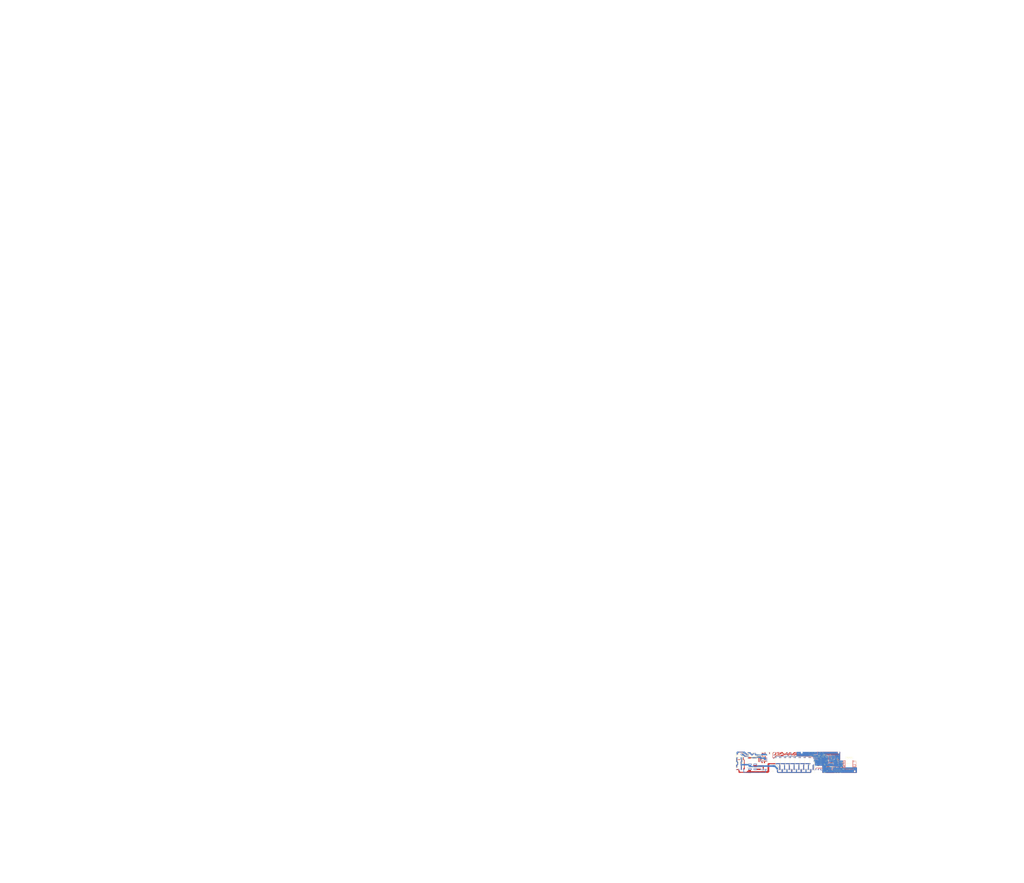
<source format=kicad_pcb>
(kicad_pcb (version 20171130) (host pcbnew "(5.1.4)-1")
  (layers (0 F.Cu signal) (31 B.Cu signal) (34 B.Paste user) (35 F.Paste user) (36 B.SilkS user) (37 F.SilkS user) (38 B.Mask user) (39 F.Mask user) (44 Edge.Cuts user))
  (net 0 "")
  (net 1 GND)
  (net 2 +3V3)
  (net 3 /RXD1)
  (net 4 /TXD1)
  (net 5 "Net-(Q1-Pad1)")
  (net 6 +12V)
  (net 7 /32.768Khz_IN)
  (net 8 /32.768Khz_OUT)
  (net 9 "Net-(C17-Pad1)")
  (net 10 "Net-(C28-Pad1)")
  (net 11 "Net-(C30-Pad1)")
  (net 12 "Net-(C31-Pad1)")
  (net 13 "Net-(C31-Pad2)")
  (net 14 "Net-(D5-Pad2)")
  (net 15 "Net-(D9-Pad1)")
  (net 16 "Net-(D15-Pad1)")
  (net 17 "Net-(D16-Pad1)")
  (net 18 GNDA)
  (net 19 /AC_L)
  (net 20 /SWCLK)
  (net 21 /SWDIO)
  (net 22 /RESET)
  (net 23 "Net-(R12-Pad2)")
  (net 24 "Net-(R13-Pad2)")
  (net 25 "Net-(R14-Pad2)")
  (net 26 "Net-(R17-Pad2)")
  (net 27 "Net-(R18-Pad2)")
  (net 28 "Net-(R18-Pad1)")
  (net 29 /TXD0)
  (net 30 /RXD0)
  (net 31 /EN0)
  (net 32 /RS485B0)
  (net 33 /RS485A0)
  (net 34 /SW1)
  (net 35 /SW2)
  (net 36 /U1_nRESET)
  (net 37 /O_ACT8)
  (net 38 /L_LINE)
  (net 39 /N_NINE)
  (net 40 /Ch1)
  (net 41 /Ch6)
  (net 42 /Ch7)
  (net 43 /Ch8)
  (net 44 /Ch2)
  (net 45 /Ch3)
  (net 46 /Ch4)
  (net 47 /Ch5)
  (net 48 /O_ACT1)
  (net 49 /O_ACT2)
  (net 50 /O_ACT3)
  (net 51 /O_ACT4)
  (net 52 /O_ACT5)
  (net 53 /O_ACT6)
  (net 54 /O_ACT7)
  (net 55 /I_ACTOR8)
  (net 56 "Net-(R24-Pad2)")
  (net 57 "Net-(T1-Pad1)")
  (net 58 "Net-(T2-Pad1)")
  (net 59 /U1_RX)
  (net 60 /U1_TX)
  (net 61 /I_ACTOR7)
  (net 62 /I_ACTOR1)
  (net 63 /I_ACTOR2)
  (net 64 /I_ACTOR3)
  (net 65 /I_ACTOR4)
  (net 66 /I_ACTOR5)
  (net 67 /I_ACTOR6)
  (net 68 "Net-(T5-Pad1)")
  (net 69 "Net-(C5-Pad1)")
  (net 70 "Net-(C5-Pad2)")
  (net 71 "Net-(C12-Pad1)")
  (net 72 "Net-(C12-Pad2)")
  (net 73 "Net-(CX1-Pad1)")
  (net 74 /AC_N)
  (net 75 /PE)
  (net 76 "Net-(CY1-Pad1)")
  (net 77 "Net-(CY2-Pad2)")
  (net 78 "Net-(D3-Pad2)")
  (net 79 "Net-(D3-Pad1)")
  (net 80 "Net-(D4-Pad2)")
  (net 81 "Net-(D4-Pad1)")
  (net 82 "Net-(EC3-Pad1)")
  (net 83 "Net-(R3-Pad2)")
  (net 84 "Net-(R25-Pad1)")
  (net 85 "Net-(R10-Pad1)")
  (net 86 "Net-(C14-Pad2)")
  (net 87 /U1_EN)
  (net 88 "Net-(R30-Pad2)")
  (net 89 "Net-(R29-Pad2)")
  (net 90 "Net-(R31-Pad2)")
  (net 91 "Net-(R32-Pad2)")
  (net 92 /SW3)
  (net 93 "Net-(D1-Pad3)")
  (net 94 "Net-(CY3-Pad1)")
  (net 95 "Net-(LED1-Pad1)")
  (module MenRed_Library_RES:RES.SMT.0603 (layer F.Cu) (at 210.312 69.7738 90)
    (fp_text reference R34 (at 0.635 -2.159 180) (layer F.SilkS))
    (fp_text value 39K.0603)
    (pad 2 smd rect (at 0.8255 -0.0635 90) (size 0.889 0.8128) (layers F.Cu F.Paste F.Mask) (net 95 "Net-(LED1-Pad1)"))
    (pad 1 smd rect (at -0.8255 -0.0635 90) (size 0.889 0.8128) (layers F.Cu F.Paste F.Mask) (net 1 GND))
  )
  (module MenRed_Library_DIODE:D.BL-HG635A-TRB-LED (layer F.Cu) (at 210.185 66.2178 270)
    (fp_text reference LED1 (at 0.381 2.54 180) (layer F.SilkS))
    (fp_text value BL-HG635A hide)
    (pad 2 smd rect (at -1.1938 -0.0508 90) (size 1.27 1.524) (layers F.Cu F.Paste F.Mask) (net 2 +3V3))
    (pad 1 smd rect (at 1.0922 -0.0508 90) (size 1.27 1.524) (layers F.Cu F.Paste F.Mask) (net 95 "Net-(LED1-Pad1)"))
  )
  (module MenRed_Library_CAP:CAP.SMT.220UF.16V (layer F.Cu) (at 181.356 61.6458)
    (fp_text reference EC6 (at 0.4318 5.4784) (layer F.SilkS))
    (fp_text value 220uF.25V)
    (pad 1 smd rect (at -2.8654 -0.3624) (size 3.3 1.7) (layers F.Cu F.Paste F.Mask) (net 6 +12V))
    (pad 2 smd rect (at 2.7346 -0.3624) (size 3.3 1.7) (layers F.Cu F.Paste F.Mask) (net 1 GND))
  )
  (module MenRed_Library_CAP:CAP.SMT.220UF.16V (layer F.Cu) (at 148.463 62.1538)
    (fp_text reference EC8 (at 0.4318 5.4784) (layer F.SilkS))
    (fp_text value 100uF.35V)
    (pad 1 smd rect (at -2.8654 -0.3624) (size 3.3 1.7) (layers F.Cu F.Paste F.Mask) (net 6 +12V))
    (pad 2 smd rect (at 2.7346 -0.3624) (size 3.3 1.7) (layers F.Cu F.Paste F.Mask) (net 1 GND))
  )
  (module MenRed_Library_L:L.DIP.JF1058T-3.5MH (layer F.Cu) (at 31.496 66.3448)
    (fp_text reference L1 (at 4.064 7.62) (layer F.SilkS))
    (fp_text value L.DIP.JF1058T-22MH)
    (pad 1 thru_hole circle (at 4.1 3.529 90) (size 2.5 2.5) (drill 1.6) (layers *.Cu *.Mask) (net 74 /AC_N))
    (pad 2 thru_hole circle (at -4.1 3.5 90) (size 2.5 2.5) (drill 1.6) (layers *.Cu *.Mask) (net 73 "Net-(CX1-Pad1)"))
    (pad 3 thru_hole circle (at -4.1 -3.5 90) (size 2.5 2.5) (drill 1.6) (layers *.Cu *.Mask) (net 76 "Net-(CY1-Pad1)"))
    (pad 4 thru_hole circle (at 4.1 -3.5 90) (size 2.5 2.5) (drill 1.6) (layers *.Cu *.Mask) (net 77 "Net-(CY2-Pad2)"))
  )
  (module MenRed_Library_CAP:CAP.DIP.Y.102M／250V (layer F.Cu) (at 100.457 58.9788 180)
    (fp_text reference CY4 (at -3.4036 -1.9812) (layer F.SilkS))
    (fp_text value 2.2nF.250V)
    (pad 2 thru_hole circle (at 4.9454 0.0762 270) (size 1.5 1.5) (drill 0.8) (layers *.Cu *.Mask) (net 94 "Net-(CY3-Pad1)"))
    (pad 1 thru_hole circle (at -5.0546 0.0762 270) (size 1.5 1.5) (drill 0.8) (layers *.Cu *.Mask) (net 72 "Net-(C12-Pad2)"))
  )
  (module MenRed_Library_CAP:CAP.DIP.Y.102M／250V (layer F.Cu) (at 90.424 60.1218 165)
    (fp_text reference CY3 (at -1.502581 2.243336 165) (layer F.SilkS))
    (fp_text value 2.2nF.250V)
    (pad 2 thru_hole circle (at 4.9454 0.0762 255) (size 1.5 1.5) (drill 0.8) (layers *.Cu *.Mask) (net 69 "Net-(C5-Pad1)"))
    (pad 1 thru_hole circle (at -5.0546 0.0762 255) (size 1.5 1.5) (drill 0.8) (layers *.Cu *.Mask) (net 94 "Net-(CY3-Pad1)"))
  )
  (module MenRed_Library_DIODE:D.SMT.KBP310G (layer F.Cu) (at 50.673 64.9478 270)
    (fp_text reference D1 (at -6.731 -3.302 180) (layer F.SilkS))
    (fp_text value D.SMT.KBS10)
    (fp_text user AC (at 2.286 1.524 90) (layer F.SilkS))
    (fp_text user AC (at -1.778 1.524 90) (layer F.SilkS))
    (pad 4 thru_hole circle (at 6.095 0 270) (size 1.524 1.524) (drill 0.8) (layers *.Cu *.Mask) (net 18 GNDA))
    (pad 2 thru_hole circle (at 2.095 0 270) (size 1.524 1.524) (drill 0.8) (layers *.Cu *.Mask) (net 77 "Net-(CY2-Pad2)"))
    (pad 1 thru_hole circle (at -1.905 0 270) (size 1.524 1.524) (drill 0.8) (layers *.Cu *.Mask) (net 76 "Net-(CY1-Pad1)"))
    (pad 3 thru_hole circle (at -5.905 0 270) (size 1.524 1.524) (drill 0.8) (layers *.Cu *.Mask) (net 93 "Net-(D1-Pad3)"))
  )
  (module MenRed_Library_CAP:CAP.DIP.6.8UF.400V.10MM2 (layer F.Cu) (at 68.072 67.1068 270)
    (fp_text reference EC4 (at -5.207 -6.858 180) (layer F.SilkS))
    (fp_text value 6.8uF.400V)
    (pad 2 thru_hole oval (at 2.5508 0 180) (size 2 1.6) (drill 1) (layers *.Cu *.Mask) (net 18 GNDA))
    (pad 1 thru_hole oval (at -2.4492 0 180) (size 2 1.6) (drill 1) (layers *.Cu *.Mask) (net 69 "Net-(C5-Pad1)"))
  )
  (module MenRed_Library_CAP:CAP.DIP.6.8UF.400V.10MM2 (layer F.Cu) (at 57.912 66.8528 270)
    (fp_text reference EC2 (at -5.969 0.762 180) (layer F.SilkS))
    (fp_text value 6.8uF.400V)
    (pad 2 thru_hole oval (at 2.5508 0 180) (size 2 1.6) (drill 1) (layers *.Cu *.Mask) (net 18 GNDA))
    (pad 1 thru_hole oval (at -2.4492 0 180) (size 2 1.6) (drill 1) (layers *.Cu *.Mask) (net 93 "Net-(D1-Pad3)"))
  )
  (module MenRed_Library_L:L.DIP.500UH.10X6X5 (layer F.Cu) (at 136.2964 62.4332)
    (fp_text reference L2 (at -7.112 2.159) (layer F.SilkS))
    (fp_text value 500UH.10X6X5)
    (pad 3 thru_hole circle (at 4.121 2.0814 90) (size 2 2) (drill 0.9) (layers *.Cu *.Mask) (net 1 GND))
    (pad 4 thru_hole circle (at -3.429 2.1064 90) (size 2 2) (drill 0.9) (layers *.Cu *.Mask) (net 6 +12V))
    (pad 2 thru_hole circle (at 4.121 -2.7686 90) (size 2 2) (drill 0.9) (layers *.Cu *.Mask) (net 72 "Net-(C12-Pad2)"))
    (pad 1 thru_hole circle (at -3.429 -2.7686 90) (size 2 2) (drill 0.9) (layers *.Cu *.Mask) (net 71 "Net-(C12-Pad1)"))
  )
  (module MenRed_Library_SWITCH:SWITCH_LB22C1 (layer F.Cu) (at 59.944 89.0016 180)
    (fp_text reference SW3 (at 11.176 9.906 unlocked) (layer F.SilkS))
    (fp_text value SW.LB22C1 hide)
    (pad 3 thru_hole oval (at 5.5 5 180) (size 7.5 3) (drill oval 6 1.2) (layers *.Cu *.Mask) (net 74 /AC_N))
    (pad 4 thru_hole oval (at 5.5 -5 180) (size 7.5 3) (drill oval 6 1.2) (layers *.Cu *.Mask) (net 19 /AC_L))
    (pad 2 thru_hole oval (at -5.5 5 180) (size 7.5 3) (drill oval 6 1.2) (layers *.Cu *.Mask) (net 39 /N_NINE))
    (pad 1 thru_hole oval (at -5.5 -5 180) (size 7.5 3) (drill oval 6 1.2) (layers *.Cu *.Mask) (net 38 /L_LINE))
  )
  (module MenRed_Library_SWITCH:SWITCH_KAN4542 (layer F.Cu) (at 243.4336 96.3168 270)
    (fp_text reference SW4 (at 5.2832 -0.0508 unlocked) (layer F.SilkS))
    (fp_text value KAN4542 hide)
    (pad 1 smd rect (at -3.1722 1.7508 180) (size 1 1.8) (layers F.Cu F.Paste F.Mask) (net 1 GND))
    (pad 2 smd rect (at 3.5278 1.7508 180) (size 1 1.8) (layers F.Cu F.Paste F.Mask) (net 1 GND))
    (pad 3 smd rect (at 3.5278 -1.6492 180) (size 1 1.8) (layers F.Cu F.Paste F.Mask) (net 92 /SW3))
    (pad 4 smd rect (at -3.1722 -1.6492 180) (size 1 1.8) (layers F.Cu F.Paste F.Mask) (net 92 /SW3))
  )
  (module MenRed_Library_RES:RES.SMT.0603 (layer F.Cu) (at 242.4684 89.3572 180)
    (fp_text reference R33 (at -3.048 -0.0508) (layer F.SilkS))
    (fp_text value 10k-0603)
    (pad 2 smd rect (at 0.8255 -0.0635 180) (size 0.889 0.8128) (layers F.Cu F.Paste F.Mask) (net 2 +3V3))
    (pad 1 smd rect (at -0.8255 -0.0635 180) (size 0.889 0.8128) (layers F.Cu F.Paste F.Mask) (net 92 /SW3))
  )
  (module MenRed_Library_CAP:CAP.SMT.0603C (layer F.Cu) (at 242.5192 90.8812 180)
    (fp_text reference C16 (at -2.8956 -0.0508) (layer F.SilkS))
    (fp_text value 0.1uF.0603)
    (pad 1 smd rect (at -0.7874 0 180) (size 0.889 0.8128) (layers F.Cu F.Paste F.Mask) (net 92 /SW3))
    (pad 2 smd rect (at 0.8636 0 180) (size 0.889 0.8128) (layers F.Cu F.Paste F.Mask) (net 1 GND))
  )
  (module MenRed_Library_RES:RES.SMT.0603 (layer F.Cu) (at 272.8976 78.2828 180)
    (fp_text reference R32 (at -2.9464 -0.1016) (layer F.SilkS))
    (fp_text value 100R-0603)
    (pad 2 smd rect (at 0.8255 -0.0635 180) (size 0.889 0.8128) (layers F.Cu F.Paste F.Mask) (net 91 "Net-(R32-Pad2)"))
    (pad 1 smd rect (at -0.8255 -0.0635 180) (size 0.889 0.8128) (layers F.Cu F.Paste F.Mask) (net 59 /U1_RX))
  )
  (module MenRed_Library_RES:RES.SMT.0603 (layer F.Cu) (at 272.8468 76.3016 180)
    (fp_text reference R31 (at -2.8956 -0.1524) (layer F.SilkS))
    (fp_text value 100R-0603)
    (pad 2 smd rect (at 0.8255 -0.0635 180) (size 0.889 0.8128) (layers F.Cu F.Paste F.Mask) (net 90 "Net-(R31-Pad2)"))
    (pad 1 smd rect (at -0.8255 -0.0635 180) (size 0.889 0.8128) (layers F.Cu F.Paste F.Mask) (net 60 /U1_TX))
  )
  (module MenRed_Library_CON:CON_DIP_1X3PIN_5.0MM_WJ103 (layer F.Cu) (at 197.612 94.8563)
    (fp_text reference J6 (at -5.969 -6.9723 unlocked) (layer F.SilkS))
    (fp_text value WJ103 hide)
    (pad 1 thru_hole circle (at -5 0) (size 2.5 2.5) (drill 1.6) (layers *.Cu *.Mask) (net 33 /RS485A0))
    (pad 2 thru_hole circle (at 0 0) (size 2.5 2.5) (drill 1.3) (layers *.Cu *.Mask) (net 32 /RS485B0))
    (pad 3 thru_hole circle (at 5 0) (size 2.5 2.5) (drill 1.3) (layers *.Cu *.Mask) (net 1 GND))
  )
  (module MenRed_Library_CON:CON_DIP_1X3PIN_5.0MM_WJ103 (layer F.Cu) (at 82.296 94.6912)
    (fp_text reference J1 (at -2.2225 -7.239 unlocked) (layer F.SilkS))
    (fp_text value CON.1X3P5.0MM.WJ103 hide)
    (pad 1 thru_hole circle (at -5 0) (size 2.5 2.5) (drill 1.6) (layers *.Cu *.Mask) (net 38 /L_LINE))
    (pad 2 thru_hole circle (at 0 0) (size 2.5 2.5) (drill 1.3) (layers *.Cu *.Mask) (net 39 /N_NINE))
    (pad 3 thru_hole circle (at 5 0) (size 2.5 2.5) (drill 1.3) (layers *.Cu *.Mask) (net 75 /PE))
  )
  (module MenRed_Library_CON:CON_DIP_1X3PIN_5.0MM_WJ103 (layer F.Cu) (at 36.2712 94.742)
    (fp_text reference J2 (at 6.5532 -7.239 unlocked) (layer F.SilkS))
    (fp_text value CON.1X3P5.0MM.WJ103 hide)
    (pad 1 thru_hole circle (at -5 0) (size 2.5 2.5) (drill 1.6) (layers *.Cu *.Mask) (net 19 /AC_L))
    (pad 2 thru_hole circle (at 0 0) (size 2.5 2.5) (drill 1.3) (layers *.Cu *.Mask) (net 74 /AC_N))
    (pad 3 thru_hole circle (at 5 0) (size 2.5 2.5) (drill 1.3) (layers *.Cu *.Mask) (net 75 /PE))
  )
  (module MenRed_Library_CON:CON_DIP_1X16PIN_5.0MM_WJ103 (layer F.Cu) (at 149.5425 94.9198)
    (fp_text reference J3 (at -42.0497 -4.7498 unlocked) (layer F.SilkS))
    (fp_text value CON.DIP.1X16P.5.0MM hide)
    (pad 1 thru_hole circle (at -37.6632 -0.0762) (size 2.5 2.5) (drill 1.6) (layers *.Cu *.Mask) (net 74 /AC_N))
    (pad 10 thru_hole circle (at 7.3368 -0.0762) (size 2.5 2.5) (drill 1.3) (layers *.Cu *.Mask) (net 47 /Ch5))
    (pad 11 thru_hole circle (at 12.3368 -0.0762) (size 2.5 2.5) (drill 1.3) (layers *.Cu *.Mask) (net 74 /AC_N))
    (pad 12 thru_hole circle (at 17.3368 -0.0762) (size 2.5 2.5) (drill 1.3) (layers *.Cu *.Mask) (net 41 /Ch6))
    (pad 13 thru_hole circle (at 22.3368 -0.0762) (size 2.5 2.5) (drill 1.3) (layers *.Cu *.Mask) (net 74 /AC_N))
    (pad 14 thru_hole circle (at 27.3368 -0.0762) (size 2.5 2.5) (drill 1.3) (layers *.Cu *.Mask) (net 42 /Ch7))
    (pad 15 thru_hole circle (at 32.3368 -0.0762) (size 2.5 2.5) (drill 1.3) (layers *.Cu *.Mask) (net 74 /AC_N))
    (pad 16 thru_hole circle (at 37.3368 -0.0762) (size 2.5 2.5) (drill 1.3) (layers *.Cu *.Mask) (net 43 /Ch8))
    (pad 2 thru_hole circle (at -32.6632 -0.0762) (size 2.5 2.5) (drill 1.3) (layers *.Cu *.Mask) (net 40 /Ch1))
    (pad 3 thru_hole circle (at -27.6632 -0.0762) (size 2.5 2.5) (drill 1.3) (layers *.Cu *.Mask) (net 74 /AC_N))
    (pad 4 thru_hole circle (at -22.6632 -0.0762) (size 2.5 2.5) (drill 1.3) (layers *.Cu *.Mask) (net 44 /Ch2))
    (pad 5 thru_hole circle (at -17.6632 -0.0762) (size 2.5 2.5) (drill 1.3) (layers *.Cu *.Mask) (net 74 /AC_N))
    (pad 6 thru_hole circle (at -12.6632 -0.0762) (size 2.5 2.5) (drill 1.3) (layers *.Cu *.Mask) (net 45 /Ch3))
    (pad 7 thru_hole circle (at -7.6632 -0.0762) (size 2.5 2.5) (drill 1.3) (layers *.Cu *.Mask) (net 74 /AC_N))
    (pad 8 thru_hole circle (at -2.6632 -0.0762) (size 2.5 2.5) (drill 1.3) (layers *.Cu *.Mask) (net 46 /Ch4))
    (pad 9 thru_hole circle (at 2.3368 -0.0762) (size 2.5 2.5) (drill 1.3) (layers *.Cu *.Mask) (net 74 /AC_N))
  )
  (module MenRed_Library_RELAY:RELAY.HF32F-012-HSL (layer F.Cu) (at 174.135142 77.7748 180)
    (fp_text reference K8 (at -0.413658 -9.8044 unlocked) (layer F.SilkS))
    (fp_text value RELAY.HF32F-012-HSL hide)
    (pad 1 thru_hole circle (at 3.94241 -4.71361 270) (size 2 2) (drill 1.2) (layers *.Cu *.Mask) (net 19 /AC_L))
    (pad 2 thru_hole circle (at -3.6576 -7.2136 270) (size 2 2) (drill 1.2) (layers *.Cu *.Mask) (net 42 /Ch7))
    (pad 3 thru_hole circle (at -3.65759 7.9864 270) (size 2 2) (drill 0.9906) (layers *.Cu *.Mask) (net 54 /O_ACT7))
    (pad 4 thru_hole rect (at 3.94241 7.98639 270) (size 2 2) (drill 0.9906) (layers *.Cu *.Mask) (net 6 +12V))
  )
  (module MenRed_Library_RELAY:RELAY.HF32F-012-HSL (layer F.Cu) (at 184.404 77.7748 180)
    (fp_text reference K2 (at 0.1524 -9.7536 unlocked) (layer F.SilkS))
    (fp_text value RELAY.HF32F-012-HSL hide)
    (pad 1 thru_hole circle (at 3.94241 -4.71361 270) (size 2 2) (drill 1.2) (layers *.Cu *.Mask) (net 19 /AC_L))
    (pad 2 thru_hole circle (at -3.6576 -7.2136 270) (size 2 2) (drill 1.2) (layers *.Cu *.Mask) (net 43 /Ch8))
    (pad 3 thru_hole circle (at -3.65759 7.9864 270) (size 2 2) (drill 0.9906) (layers *.Cu *.Mask) (net 6 +12V))
    (pad 4 thru_hole rect (at 3.94241 7.98639 270) (size 2 2) (drill 0.9906) (layers *.Cu *.Mask) (net 37 /O_ACT8))
  )
  (module MenRed_Library_RELAY:RELAY.HF32F-012-HSL (layer F.Cu) (at 163.866285 77.7748 180)
    (fp_text reference K7 (at -0.065315 -9.7536 unlocked) (layer F.SilkS))
    (fp_text value RELAY.HF32F-012-HSL hide)
    (pad 1 thru_hole circle (at 3.94241 -4.71361 270) (size 2 2) (drill 1.2) (layers *.Cu *.Mask) (net 19 /AC_L))
    (pad 2 thru_hole circle (at -3.6576 -7.2136 270) (size 2 2) (drill 1.2) (layers *.Cu *.Mask) (net 41 /Ch6))
    (pad 3 thru_hole circle (at -3.65759 7.9864 270) (size 2 2) (drill 0.9906) (layers *.Cu *.Mask) (net 53 /O_ACT6))
    (pad 4 thru_hole rect (at 3.94241 7.98639 270) (size 2 2) (drill 0.9906) (layers *.Cu *.Mask) (net 6 +12V))
  )
  (module MenRed_Library_RELAY:RELAY.HF32F-012-HSL (layer F.Cu) (at 153.597428 77.7748 180)
    (fp_text reference K6 (at -2.409372 -9.7536 unlocked) (layer F.SilkS))
    (fp_text value RELAY.HF32F-012-HSL hide)
    (pad 1 thru_hole circle (at 3.94241 -4.71361 270) (size 2 2) (drill 1.2) (layers *.Cu *.Mask) (net 19 /AC_L))
    (pad 2 thru_hole circle (at -3.6576 -7.2136 270) (size 2 2) (drill 1.2) (layers *.Cu *.Mask) (net 47 /Ch5))
    (pad 3 thru_hole circle (at -3.65759 7.9864 270) (size 2 2) (drill 0.9906) (layers *.Cu *.Mask) (net 52 /O_ACT5))
    (pad 4 thru_hole rect (at 3.94241 7.98639 270) (size 2 2) (drill 0.9906) (layers *.Cu *.Mask) (net 6 +12V))
  )
  (module MenRed_Library_RELAY:RELAY.HF32F-012-HSL (layer F.Cu) (at 143.328571 77.7748 180)
    (fp_text reference K5 (at -2.467429 -9.8044 unlocked) (layer F.SilkS))
    (fp_text value RELAY.HF32F-012-HSL hide)
    (pad 1 thru_hole circle (at 3.94241 -4.71361 270) (size 2 2) (drill 1.2) (layers *.Cu *.Mask) (net 19 /AC_L))
    (pad 2 thru_hole circle (at -3.6576 -7.2136 270) (size 2 2) (drill 1.2) (layers *.Cu *.Mask) (net 46 /Ch4))
    (pad 3 thru_hole circle (at -3.65759 7.9864 270) (size 2 2) (drill 0.9906) (layers *.Cu *.Mask) (net 51 /O_ACT4))
    (pad 4 thru_hole rect (at 3.94241 7.98639 270) (size 2 2) (drill 0.9906) (layers *.Cu *.Mask) (net 6 +12V))
  )
  (module MenRed_Library_RELAY:RELAY.HF32F-012-HSL (layer F.Cu) (at 133.059714 77.7748 180)
    (fp_text reference K4 (at -0.899886 -9.652 unlocked) (layer F.SilkS))
    (fp_text value RELAY.HF32F-012-HSL hide)
    (pad 1 thru_hole circle (at 3.94241 -4.71361 270) (size 2 2) (drill 1.2) (layers *.Cu *.Mask) (net 19 /AC_L))
    (pad 2 thru_hole circle (at -3.6576 -7.2136 270) (size 2 2) (drill 1.2) (layers *.Cu *.Mask) (net 45 /Ch3))
    (pad 3 thru_hole circle (at -3.65759 7.9864 270) (size 2 2) (drill 0.9906) (layers *.Cu *.Mask) (net 50 /O_ACT3))
    (pad 4 thru_hole rect (at 3.94241 7.98639 270) (size 2 2) (drill 0.9906) (layers *.Cu *.Mask) (net 6 +12V))
  )
  (module MenRed_Library_RELAY:RELAY.HF32F-012-HSL (layer F.Cu) (at 122.790857 77.7748 180)
    (fp_text reference K3 (at 0.210457 -9.652 unlocked) (layer F.SilkS))
    (fp_text value RELAY.HF32F-012-HSL hide)
    (pad 1 thru_hole circle (at 3.94241 -4.71361 270) (size 2 2) (drill 1.2) (layers *.Cu *.Mask) (net 19 /AC_L))
    (pad 2 thru_hole circle (at -3.6576 -7.2136 270) (size 2 2) (drill 1.2) (layers *.Cu *.Mask) (net 44 /Ch2))
    (pad 3 thru_hole circle (at -3.65759 7.9864 270) (size 2 2) (drill 0.9906) (layers *.Cu *.Mask) (net 49 /O_ACT2))
    (pad 4 thru_hole rect (at 3.94241 7.98639 270) (size 2 2) (drill 0.9906) (layers *.Cu *.Mask) (net 6 +12V))
  )
  (module MenRed_Library_RELAY:RELAY.HF32F-012-HSL (layer F.Cu) (at 112.522 77.7748 180)
    (fp_text reference K1 (at 2.4384 -10.0584 unlocked) (layer F.SilkS))
    (fp_text value RELAY.HF32F-012-HSL hide)
    (pad 1 thru_hole circle (at 3.94241 -4.71361 270) (size 2 2) (drill 1.2) (layers *.Cu *.Mask) (net 19 /AC_L))
    (pad 2 thru_hole circle (at -3.6576 -7.2136 270) (size 2 2) (drill 1.2) (layers *.Cu *.Mask) (net 40 /Ch1))
    (pad 3 thru_hole circle (at -3.65759 7.9864 270) (size 2 2) (drill 0.9906) (layers *.Cu *.Mask) (net 48 /O_ACT1))
    (pad 4 thru_hole rect (at 3.94241 7.98639 270) (size 2 2) (drill 0.9906) (layers *.Cu *.Mask) (net 6 +12V))
  )
  (module MenRed_Library_RES:RES.SMT.0603 (layer F.Cu) (at 250.4948 80.4672 90)
    (fp_text reference R27 (at -0.1016 -2.0828 180) (layer F.SilkS))
    (fp_text value 10k-0603)
    (pad 2 smd rect (at 0.8255 -0.0635 90) (size 0.889 0.8128) (layers F.Cu F.Paste F.Mask) (net 2 +3V3))
    (pad 1 smd rect (at -0.8255 -0.0635 90) (size 0.889 0.8128) (layers F.Cu F.Paste F.Mask) (net 87 /U1_EN))
  )
  (module MenRed_Library_Modle:Modle.ESP-12F (layer F.Cu) (at 262.0772 80.5688)
    (fp_text reference U2 (at 0.9144 13.9192 -180) (layer F.SilkS))
    (fp_text value Modle.ESP-12F (at -0.508 1.524 -180) (layer F.SilkS))
    (pad 21 smd rect (at 7.872 -2.2) (size 2 1) (layers F.Cu F.Paste F.Mask) (net 91 "Net-(R32-Pad2)"))
    (pad 19 smd rect (at 7.872 1.8) (size 2 1) (layers F.Cu F.Paste F.Mask))
    (pad 20 smd rect (at 7.872 -0.2) (size 2 1) (layers F.Cu F.Paste F.Mask))
    (pad 22 smd rect (at 7.872 -4.2) (size 2 1) (layers F.Cu F.Paste F.Mask) (net 90 "Net-(R31-Pad2)"))
    (pad 1 smd rect (at -8.128 -4.2) (size 2 1) (layers F.Cu F.Paste F.Mask) (net 36 /U1_nRESET))
    (pad 2 smd rect (at -8.128 -2.2) (size 2 1) (layers F.Cu F.Paste F.Mask))
    (pad 3 smd rect (at -8.128 -0.2) (size 2 1) (layers F.Cu F.Paste F.Mask) (net 87 /U1_EN))
    (pad 4 smd rect (at -8.128 1.8) (size 2 1) (layers F.Cu F.Paste F.Mask))
    (pad 5 smd rect (at -8.128 3.8) (size 2 1) (layers F.Cu F.Paste F.Mask))
    (pad 6 smd rect (at -8.128 5.8) (size 2 1) (layers F.Cu F.Paste F.Mask) (net 56 "Net-(R24-Pad2)"))
    (pad 7 smd rect (at -8.128 7.8) (size 2 1) (layers F.Cu F.Paste F.Mask) (net 92 /SW3))
    (pad 8 smd rect (at -8.128 9.8) (size 2 1) (layers F.Cu F.Paste F.Mask) (net 2 +3V3))
    (pad 9 smd rect (at -5.128 11.3 90) (size 2 1) (layers F.Cu F.Paste F.Mask))
    (pad 10 smd rect (at -3.128 11.3 270) (size 2 1) (layers F.Cu F.Paste F.Mask))
    (pad 11 smd rect (at -1.128 11.3 270) (size 2 1) (layers F.Cu F.Paste F.Mask))
    (pad 12 smd rect (at 0.872 11.3 270) (size 2 1) (layers F.Cu F.Paste F.Mask))
    (pad 13 smd rect (at 2.872 11.3 270) (size 2 1) (layers F.Cu F.Paste F.Mask))
    (pad 14 smd rect (at 4.872 11.3 270) (size 2 1) (layers F.Cu F.Paste F.Mask))
    (pad 15 smd rect (at 7.872 9.8) (size 2 1) (layers F.Cu F.Paste F.Mask) (net 1 GND))
    (pad 16 smd rect (at 7.872 7.8) (size 2 1) (layers F.Cu F.Paste F.Mask) (net 88 "Net-(R30-Pad2)"))
    (pad 17 smd rect (at 7.872 5.8) (size 2 1) (layers F.Cu F.Paste F.Mask))
    (pad 18 smd rect (at 7.872 3.8) (size 2 1) (layers F.Cu F.Paste F.Mask) (net 89 "Net-(R29-Pad2)"))
  )
  (module MenRed_Library_OTHER:OTHER.JUMP (layer F.Cu) (at 245.4656 77.47 90)
    (fp_text reference T8 (at 1.4224 -2.8956 180) (layer F.SilkS))
    (fp_text value JUMP)
    (pad 2 smd roundrect (at 1.016 -0.0635 90) (size 1.2 1.524) (layers F.Cu F.Paste F.Mask) (net 36 /U1_nRESET))
    (pad 1 smd roundrect (at -0.762 -0.0635 90) (size 1.2 1.524) (layers F.Cu F.Paste F.Mask) (net 1 GND))
  )
  (module MenRed_Library_RES:RES.SMT.0603 (layer F.Cu) (at 273.7739 88.2777 180)
    (fp_text reference R30 (at -3.1369 0.0381) (layer F.SilkS))
    (fp_text value 10k-0603)
    (pad 2 smd rect (at 0.8255 -0.0635 180) (size 0.889 0.8128) (layers F.Cu F.Paste F.Mask) (net 88 "Net-(R30-Pad2)"))
    (pad 1 smd rect (at -0.8255 -0.0635 180) (size 0.889 0.8128) (layers F.Cu F.Paste F.Mask) (net 1 GND))
  )
  (module MenRed_Library_RES:RES.SMT.0603 (layer F.Cu) (at 273.7612 84.2772 180)
    (fp_text reference R29 (at -2.9464 0) (layer F.SilkS))
    (fp_text value 10k-0603)
    (pad 2 smd rect (at 0.8255 -0.0635 180) (size 0.889 0.8128) (layers F.Cu F.Paste F.Mask) (net 89 "Net-(R29-Pad2)"))
    (pad 1 smd rect (at -0.8255 -0.0635 180) (size 0.889 0.8128) (layers F.Cu F.Paste F.Mask) (net 2 +3V3))
  )
  (module MenRed_Library_RES:RES.SMT.0603 (layer F.Cu) (at 250.3932 77.3176 270)
    (fp_text reference R21 (at 1.9812 1.9812 180) (layer F.SilkS))
    (fp_text value 10k-0603)
    (pad 2 smd rect (at 0.8255 -0.0635 270) (size 0.889 0.8128) (layers F.Cu F.Paste F.Mask) (net 2 +3V3))
    (pad 1 smd rect (at -0.8255 -0.0635 270) (size 0.889 0.8128) (layers F.Cu F.Paste F.Mask) (net 36 /U1_nRESET))
  )
  (module MenRed_Library_CAP:CAP.SMT.0603C (layer F.Cu) (at 248.8184 91.0844 270)
    (fp_text reference C15 (at 2.9972 -0.1016 270) (layer F.SilkS))
    (fp_text value 0.1uF_0603)
    (pad 1 smd rect (at -0.7874 0 270) (size 0.889 0.8128) (layers F.Cu F.Paste F.Mask) (net 2 +3V3))
    (pad 2 smd rect (at 0.8636 0 270) (size 0.889 0.8128) (layers F.Cu F.Paste F.Mask) (net 1 GND))
  )
  (module MenRed_Library_RES:RES.SMT.1210 (layer F.Cu) (at 110.363 59.0296 180)
    (fp_text reference R28 (at 0.8636 -5.842) (layer F.SilkS))
    (fp_text value 47R.1206)
    (pad 1 smd rect (at -1.7145 0 180) (size 1.5 1.5) (layers F.Cu F.Paste F.Mask) (net 86 "Net-(C14-Pad2)"))
    (pad 2 smd rect (at 1.7145 0 180) (size 1.5 1.5) (layers F.Cu F.Paste F.Mask) (net 14 "Net-(D5-Pad2)"))
  )
  (module MenRed_Library_CAP:CAP.SMT.1206C (layer F.Cu) (at 115.951 59.0804 180)
    (fp_text reference C14 (at 1.3208 -5.588) (layer F.SilkS))
    (fp_text value 1nF.630V)
    (pad 1 smd rect (at -1.6252 0.0381 180) (size 1.5 1.5) (layers F.Cu F.Paste F.Mask) (net 71 "Net-(C12-Pad1)"))
    (pad 2 smd rect (at 1.8038 0.0381 180) (size 1.5 1.5) (layers F.Cu F.Paste F.Mask) (net 86 "Net-(C14-Pad2)"))
  )
  (module MenRed_Library_DIODE:D.SMT.1N5819.SMA (layer F.Cu) (at 82.296 80.01)
    (fp_text reference D4 (at 3.2004 2.54) (layer F.SilkS))
    (fp_text value F7)
    (pad 2 smd rect (at 2.4 0) (size 2.4 2.54) (layers F.Cu F.Paste F.Mask) (net 80 "Net-(D4-Pad2)"))
    (pad 1 smd rect (at -2.4 0) (size 2.4 2.54) (layers F.Cu F.Paste F.Mask) (net 81 "Net-(D4-Pad1)"))
  )
  (module MenRed_Library_RES:RES.DIP.RV.TDK471KD14 (layer F.Cu) (at 31.8516 90.0684)
    (fp_text reference RY1 (at 8.7376 -7.9756) (layer F.SilkS))
    (fp_text value 471KD14)
    (pad 2 thru_hole oval (at 3.948 -4.894 270) (size 2.5 2) (drill 1.1) (layers *.Cu *.Mask) (net 74 /AC_N))
    (pad 1 thru_hole oval (at -3.453 -6.061 270) (size 2.5 2) (drill 1.1) (layers *.Cu *.Mask) (net 73 "Net-(CX1-Pad1)"))
  )
  (module MenRed_Library_IC:IC.SMT.SOIC-8 (layer F.Cu) (at 80.8228 72.2884)
    (fp_text reference U1 (at -0.8128 -3.2004) (layer F.SilkS))
    (fp_text value PN8370.SOP-8)
    (pad 2 smd oval (at -2.97769 -0.63078 270) (size 0.6096 2.54) (layers F.Cu F.Paste F.Mask))
    (pad 5 smd oval (at 3.11831 1.90922 270) (size 0.6096 2.54) (layers F.Cu F.Paste F.Mask) (net 78 "Net-(D3-Pad2)"))
    (pad 4 smd oval (at -2.97769 1.90922 270) (size 0.6096 2.54) (layers F.Cu F.Paste F.Mask) (net 85 "Net-(R10-Pad1)"))
    (pad 3 smd oval (at -2.97769 0.63922 270) (size 0.6096 2.54) (layers F.Cu F.Paste F.Mask) (net 84 "Net-(R25-Pad1)"))
    (pad 8 smd oval (at 3.11831 -1.90078 270) (size 0.6096 2.54) (layers F.Cu F.Paste F.Mask) (net 18 GNDA))
    (pad 6 smd oval (at 3.11831 0.63922 270) (size 0.6096 2.54) (layers F.Cu F.Paste F.Mask) (net 78 "Net-(D3-Pad2)"))
    (pad 1 smd oval (at -2.97769 -1.90078 270) (size 0.6096 2.54) (layers F.Cu F.Paste F.Mask) (net 82 "Net-(EC3-Pad1)"))
    (pad 7 smd oval (at 3.11831 -0.63078 270) (size 0.6096 2.54) (layers F.Cu F.Paste F.Mask))
  )
  (module MenRed_Library_L:L.DIP.TRANS.EE16L-5W (layer F.Cu) (at 96.901 71.1708)
    (fp_text reference TR1 (at -5.207 9.525) (layer F.SilkS))
    (fp_text value EE16L.JY161150-8W)
    (pad 1 thru_hole circle (at -7.366 -6.65479 90) (size 2 2) (drill 1.2) (layers *.Cu *.Mask) (net 69 "Net-(C5-Pad1)"))
    (pad 3 thru_hole circle (at -7.366 -0.2548 90) (size 2 2) (drill 1.2) (layers *.Cu *.Mask) (net 78 "Net-(D3-Pad2)"))
    (pad 4 thru_hole circle (at -7.366 2.9452 90) (size 2 2) (drill 1.2) (layers *.Cu *.Mask) (net 18 GNDA))
    (pad 10 thru_hole circle (at 8.134 -6.6548 90) (size 2 2) (drill 1.2) (layers *.Cu *.Mask) (net 14 "Net-(D5-Pad2)"))
    (pad 8 thru_hole circle (at 8.134 -0.2548 270) (size 2 2) (drill 1.2) (layers *.Cu *.Mask) (net 72 "Net-(C12-Pad2)"))
    (pad 5 thru_hole circle (at -7.366 6.1452 90) (size 2 2) (drill 1.2) (layers *.Cu *.Mask) (net 80 "Net-(D4-Pad2)"))
  )
  (module MenRed_Library_RES:RES.SMT.1210 (layer F.Cu) (at 79.5528 62.2808 90)
    (fp_text reference R26 (at 4.0132 0 180) (layer F.SilkS))
    (fp_text value 100R.1206)
    (pad 1 smd rect (at -1.7145 0 90) (size 1.5 1.5) (layers F.Cu F.Paste F.Mask) (net 79 "Net-(D3-Pad1)"))
    (pad 2 smd rect (at 1.7145 0 90) (size 1.5 1.5) (layers F.Cu F.Paste F.Mask) (net 70 "Net-(C5-Pad2)"))
  )
  (module MenRed_Library_RES:RES.SMT.0805 (layer F.Cu) (at 84.1248 76.9874)
    (fp_text reference R25 (at 0.7112 -1.6256) (layer F.SilkS))
    (fp_text value 20K.0805)
    (pad 2 smd rect (at 1.1811 -0.0635) (size 1.2 1.524) (layers F.Cu F.Paste F.Mask) (net 80 "Net-(D4-Pad2)"))
    (pad 1 smd rect (at -1.1049 -0.0635) (size 1.2 1.524) (layers F.Cu F.Paste F.Mask) (net 84 "Net-(R25-Pad1)"))
  )
  (module MenRed_Library_RES:RES.SMT.1210 (layer F.Cu) (at 84.0232 60.5536 180)
    (fp_text reference R23 (at 1.6002 2.2098) (layer F.SilkS))
    (fp_text value 180K.1206)
    (pad 1 smd rect (at -1.7145 0 180) (size 1.5 1.5) (layers F.Cu F.Paste F.Mask) (net 69 "Net-(C5-Pad1)"))
    (pad 2 smd rect (at 1.7145 0 180) (size 1.5 1.5) (layers F.Cu F.Paste F.Mask) (net 70 "Net-(C5-Pad2)"))
  )
  (module MenRed_Library_RES:RES.SMT.0805 (layer F.Cu) (at 79.1972 76.8604 180)
    (fp_text reference R22 (at 1.1684 1.524) (layer F.SilkS))
    (fp_text value 10R.0805)
    (pad 2 smd rect (at 1.1811 -0.0635 180) (size 1.2 1.524) (layers F.Cu F.Paste F.Mask) (net 81 "Net-(D4-Pad1)"))
    (pad 1 smd rect (at -1.1049 -0.0635 180) (size 1.2 1.524) (layers F.Cu F.Paste F.Mask) (net 82 "Net-(EC3-Pad1)"))
  )
  (module MenRed_Library_RES:RES.SMT.0805 (layer F.Cu) (at 73.7616 75.946 180)
    (fp_text reference R11 (at 3.6576 -0.1778) (layer F.SilkS))
    (fp_text value 1R6.0805)
    (pad 2 smd rect (at 1.1811 -0.0635 180) (size 1.2 1.524) (layers F.Cu F.Paste F.Mask) (net 18 GNDA))
    (pad 1 smd rect (at -1.1049 -0.0635 180) (size 1.2 1.524) (layers F.Cu F.Paste F.Mask) (net 85 "Net-(R10-Pad1)"))
  )
  (module MenRed_Library_RES:RES.SMT.0805 (layer F.Cu) (at 73.7616 78.2828 180)
    (fp_text reference R10 (at 3.81 -0.1524) (layer F.SilkS))
    (fp_text value 1R6.0805)
    (pad 2 smd rect (at 1.1811 -0.0635 180) (size 1.2 1.524) (layers F.Cu F.Paste F.Mask) (net 18 GNDA))
    (pad 1 smd rect (at -1.1049 -0.0635 180) (size 1.2 1.524) (layers F.Cu F.Paste F.Mask) (net 85 "Net-(R10-Pad1)"))
  )
  (module MenRed_Library_RES:RES.SMT.0805 (layer F.Cu) (at 73.7489 71.1708 180)
    (fp_text reference R8 (at 4.1529 -1.778) (layer F.SilkS))
    (fp_text value NC)
    (pad 2 smd rect (at 1.1811 -0.0635 180) (size 1.2 1.524) (layers F.Cu F.Paste F.Mask) (net 18 GNDA))
    (pad 1 smd rect (at -1.1049 -0.0635 180) (size 1.2 1.524) (layers F.Cu F.Paste F.Mask) (net 84 "Net-(R25-Pad1)"))
  )
  (module MenRed_Library_RES:RES.SMT.0805 (layer F.Cu) (at 73.7616 73.5584 180)
    (fp_text reference R7 (at 4.1656 -0.9144) (layer F.SilkS))
    (fp_text value 3.6K.0805)
    (pad 2 smd rect (at 1.1811 -0.0635 180) (size 1.2 1.524) (layers F.Cu F.Paste F.Mask) (net 18 GNDA))
    (pad 1 smd rect (at -1.1049 -0.0635 180) (size 1.2 1.524) (layers F.Cu F.Paste F.Mask) (net 84 "Net-(R25-Pad1)"))
  )
  (module MenRed_Library_RES:RES.SMT.1210 (layer F.Cu) (at 34.9504 73.9648)
    (fp_text reference R6 (at 11.176 0.3048) (layer F.SilkS))
    (fp_text value 1M.1206)
    (pad 1 smd rect (at -1.7145 0) (size 1.5 1.5) (layers F.Cu F.Paste F.Mask) (net 83 "Net-(R3-Pad2)"))
    (pad 2 smd rect (at 1.7145 0) (size 1.5 1.5) (layers F.Cu F.Paste F.Mask) (net 74 /AC_N))
  )
  (module MenRed_Library_RES:RES.SMT.1210 (layer F.Cu) (at 27.9908 73.914)
    (fp_text reference R3 (at 12.446 0) (layer F.SilkS))
    (fp_text value 1M.1206)
    (pad 1 smd rect (at -1.7145 0) (size 1.5 1.5) (layers F.Cu F.Paste F.Mask) (net 73 "Net-(CX1-Pad1)"))
    (pad 2 smd rect (at 1.7145 0) (size 1.5 1.5) (layers F.Cu F.Paste F.Mask) (net 83 "Net-(R3-Pad2)"))
  )
  (module MenRed_Library_L:L.PID.2.2mH (layer F.Cu) (at 62.992 60.7568)
    (fp_text reference L4 (at -3.6068 -1.6764) (layer F.SilkS))
    (fp_text value 1mH.4×10)
    (pad 1 thru_hole circle (at -1.5 0) (size 1.5 1.5) (drill 0.9) (layers *.Cu *.Mask) (net 93 "Net-(D1-Pad3)"))
    (pad 2 thru_hole circle (at 1.5 0) (size 1.5 1.5) (drill 0.9) (layers *.Cu *.Mask) (net 69 "Net-(C5-Pad1)"))
  )
  (module MenRed_Library_FUSE:FUSE.3.15A (layer F.Cu) (at 26.4668 92.4052 90)
    (fp_text reference F1 (at -5.1308 -0.1524 180) (layer F.SilkS))
    (fp_text value 100R_2W)
    (pad 2 thru_hole circle (at 2.5527 0.0315 90) (size 1.8 1.8) (drill 1.1) (layers *.Cu *.Mask) (net 73 "Net-(CX1-Pad1)"))
    (pad 1 thru_hole circle (at -2.6045 0.0315 90) (size 1.8 1.8) (drill 1.1) (layers *.Cu *.Mask) (net 19 /AC_L))
  )
  (module MenRed_Library_CAP:CAP.SMT.220UF.16V (layer F.Cu) (at 120.904 62.1792 270)
    (fp_text reference EC5 (at -3.8608 -4.0132 180) (layer F.SilkS))
    (fp_text value 330uF/25V)
    (pad 1 smd rect (at -2.8654 -0.3624 270) (size 3.3 1.7) (layers F.Cu F.Paste F.Mask) (net 71 "Net-(C12-Pad1)"))
    (pad 2 smd rect (at 2.7346 -0.3624 270) (size 3.3 1.7) (layers F.Cu F.Paste F.Mask) (net 72 "Net-(C12-Pad2)"))
  )
  (module MenRed_Library_CAP:CAP.DIP.10uF／50V.5.2X11.6 (layer F.Cu) (at 76.8096 67.2084 180)
    (fp_text reference EC3 (at 0.4064 3.2004) (layer F.SilkS))
    (fp_text value 10uF.50V)
    (pad 1 thru_hole oval (at -1.143 0.0762 180) (size 1.5 1.2) (drill 0.85) (layers *.Cu *.Mask) (net 82 "Net-(EC3-Pad1)"))
    (pad 2 thru_hole oval (at 0.857 0.0762 180) (size 1.5 1.2) (drill 0.85) (layers *.Cu *.Mask) (net 18 GNDA))
  )
  (module MenRed_Library_DIODE:D.SMT.1N5819.SMA (layer F.Cu) (at 110.8964 62.3316 180)
    (fp_text reference D5 (at 0 -3.81) (layer F.SilkS))
    (fp_text value SS110)
    (pad 2 smd rect (at 2.4 0 180) (size 2.4 2.54) (layers F.Cu F.Paste F.Mask) (net 14 "Net-(D5-Pad2)"))
    (pad 1 smd rect (at -2.4 0 180) (size 2.4 2.54) (layers F.Cu F.Paste F.Mask) (net 71 "Net-(C12-Pad1)"))
  )
  (module MenRed_Library_DIODE:D.SMT.1N4007.SOD-123 (layer F.Cu) (at 83.7184 67.4624)
    (fp_text reference D3 (at 2.1844 -2.032) (layer F.SilkS))
    (fp_text value 1N4007 hide)
    (pad 2 smd rect (at 2.209 -0.1524) (size 2 1.8) (layers F.Cu F.Paste F.Mask) (net 78 "Net-(D3-Pad2)"))
    (pad 1 smd rect (at -2.159 -0.1524) (size 2 1.8) (layers F.Cu F.Paste F.Mask) (net 79 "Net-(D3-Pad1)"))
  )
  (module MenRed_Library_CAP:CAP.DIP.Y.102M／250V (layer F.Cu) (at 44.0944 71.6788 70)
    (fp_text reference CY2 (at 2.346541 2.362513 70) (layer F.SilkS))
    (fp_text value 1nF.250V)
    (pad 2 thru_hole circle (at 4.9454 0.0762 160) (size 1.5 1.5) (drill 0.8) (layers *.Cu *.Mask) (net 77 "Net-(CY2-Pad2)"))
    (pad 1 thru_hole circle (at -5.0546 0.0762 160) (size 1.5 1.5) (drill 0.8) (layers *.Cu *.Mask) (net 75 /PE))
  )
  (module MenRed_Library_CAP:CAP.DIP.Y.102M／250V (layer F.Cu) (at 42.418 65.3288 250)
    (fp_text reference CY1 (at -5.662992 3.007215 160) (layer F.SilkS))
    (fp_text value 1nF.250V)
    (pad 2 thru_hole circle (at 4.9454 0.0762 340) (size 1.5 1.5) (drill 0.8) (layers *.Cu *.Mask) (net 75 /PE))
    (pad 1 thru_hole circle (at -5.0546 0.0762 340) (size 1.5 1.5) (drill 0.8) (layers *.Cu *.Mask) (net 76 "Net-(CY1-Pad1)"))
  )
  (module MenRed_Library_CAP:CAP.DIP.X.0.1uF／275V (layer F.Cu) (at 31.5976 78.232)
    (fp_text reference CX1 (at 9.398 1.778) (layer F.SilkS))
    (fp_text value 0.1uF.275V)
    (pad 1 thru_hole circle (at -5.0038 -0.0508 180) (size 2.0066 2.0066) (drill 0.9906) (layers *.Cu *.Mask) (net 73 "Net-(CX1-Pad1)"))
    (pad 2 thru_hole circle (at 5.1308 -0.0508 180) (size 2.0066 2.0066) (drill 0.9906) (layers *.Cu *.Mask) (net 74 /AC_N))
  )
  (module MenRed_Library_CAP:CAP.SMT.0603C (layer F.Cu) (at 127.762 62.992 270)
    (fp_text reference C12 (at -2.25851 -0.8082 180) (layer F.SilkS))
    (fp_text value 10nF.0603)
    (pad 1 smd rect (at -0.7874 0 270) (size 0.889 0.8128) (layers F.Cu F.Paste F.Mask) (net 71 "Net-(C12-Pad1)"))
    (pad 2 smd rect (at 0.8636 0 270) (size 0.889 0.8128) (layers F.Cu F.Paste F.Mask) (net 72 "Net-(C12-Pad2)"))
  )
  (module MenRed_Library_CAP:CAP.SMT.0603C (layer F.Cu) (at 125.73 62.992 270)
    (fp_text reference C6 (at -2.2352 -0.0508 180) (layer F.SilkS))
    (fp_text value 1uF.0603)
    (pad 1 smd rect (at -0.7874 0 270) (size 0.889 0.8128) (layers F.Cu F.Paste F.Mask) (net 71 "Net-(C12-Pad1)"))
    (pad 2 smd rect (at 0.8636 0 270) (size 0.889 0.8128) (layers F.Cu F.Paste F.Mask) (net 72 "Net-(C12-Pad2)"))
  )
  (module MenRed_Library_CAP:CAP.SMT.1206C (layer F.Cu) (at 84.074 63.2968 180)
    (fp_text reference C5 (at 1.9304 -1.9812) (layer F.SilkS))
    (fp_text value 1nF.630V)
    (pad 1 smd rect (at -1.6252 0.0381 180) (size 1.5 1.5) (layers F.Cu F.Paste F.Mask) (net 69 "Net-(C5-Pad1)"))
    (pad 2 smd rect (at 1.8038 0.0381 180) (size 1.5 1.5) (layers F.Cu F.Paste F.Mask) (net 70 "Net-(C5-Pad2)"))
  )
  (module MenRed_Library_OTHER:OTHER.TEST (layer F.Cu) (at 221.488 85.6488)
    (fp_text reference T5 hide)
    (fp_text value TSET)
    (pad 1 smd circle (at 0 0) (size 1.2 1.2) (layers F.Cu F.Paste F.Mask) (net 68 "Net-(T5-Pad1)"))
  )
  (module MenRed_Library_OTHER:OTHER.TEST (layer F.Cu) (at 219.0525 75.0218)
    (fp_text reference T4 hide)
    (fp_text value TSET)
    (pad 1 smd circle (at 0 0) (size 1.2 1.2) (layers F.Cu F.Paste F.Mask) (net 3 /RXD1))
  )
  (module MenRed_Library_OTHER:OTHER.TEST (layer F.Cu) (at 221.9452 73.5076)
    (fp_text reference T3 hide)
    (fp_text value TSET)
    (pad 1 smd circle (at 0 0) (size 1.2 1.2) (layers F.Cu F.Paste F.Mask) (net 4 /TXD1))
  )
  (module MenRed_Library_OTHER:OTHER.TEST (layer F.Cu) (at 220.98 82.7532)
    (fp_text reference T2 hide)
    (fp_text value TSET)
    (pad 1 smd circle (at 0 0) (size 1.2 1.2) (layers F.Cu F.Paste F.Mask) (net 58 "Net-(T2-Pad1)"))
  )
  (module MenRed_Library_OTHER:OTHER.TEST (layer F.Cu) (at 219.964 84.3788)
    (fp_text reference T1 hide)
    (fp_text value TSET)
    (pad 1 smd circle (at 0 0) (size 1.2 1.2) (layers F.Cu F.Paste F.Mask) (net 57 "Net-(T1-Pad1)"))
  )
  (module MenRed_Library_BJT:BJT.SMT.SOT-23 (layer F.Cu) (at 194.9704 85.6742 90)
    (fp_text reference Q1 (at 2.8194 -1.2954 180) (layer F.SilkS))
    (fp_text value SS8050)
    (pad 3 smd rect (at 0.111 -1.484) (size 1.143 1.27) (layers F.Cu F.Paste F.Mask) (net 37 /O_ACT8))
    (pad 2 smd rect (at 1.061 1.016 180) (size 1.143 1.27) (layers F.Cu F.Paste F.Mask) (net 1 GND))
    (pad 1 smd rect (at -0.889 1.016 180) (size 1.143 1.27) (layers F.Cu F.Paste F.Mask) (net 5 "Net-(Q1-Pad1)"))
  )
  (module MenRed_Library_SWITCH:SWITCH_KAN4542 (layer F.Cu) (at 238.0488 96.668701 90)
    (fp_text reference SW2 (at -4.931299 0.254) (layer F.SilkS))
    (fp_text value KAN4542 hide)
    (pad 1 smd rect (at -3.1722 1.7508) (size 1 1.8) (layers F.Cu F.Paste F.Mask) (net 1 GND))
    (pad 2 smd rect (at 3.5278 1.7508) (size 1 1.8) (layers F.Cu F.Paste F.Mask) (net 1 GND))
    (pad 3 smd rect (at 3.5278 -1.6492) (size 1 1.8) (layers F.Cu F.Paste F.Mask) (net 35 /SW2))
    (pad 4 smd rect (at -3.1722 -1.6492) (size 1 1.8) (layers F.Cu F.Paste F.Mask) (net 35 /SW2))
  )
  (module MenRed_Library_SWITCH:SWITCH_KAN4542 (layer F.Cu) (at 232.8926 96.668701 90)
    (fp_text reference SW1 (at -4.880499 0.1778) (layer F.SilkS))
    (fp_text value KAN4542 hide)
    (pad 1 smd rect (at -3.1722 1.7508) (size 1 1.8) (layers F.Cu F.Paste F.Mask) (net 1 GND))
    (pad 2 smd rect (at 3.5278 1.7508) (size 1 1.8) (layers F.Cu F.Paste F.Mask) (net 1 GND))
    (pad 3 smd rect (at 3.5278 -1.6492) (size 1 1.8) (layers F.Cu F.Paste F.Mask) (net 34 /SW1))
    (pad 4 smd rect (at -3.1722 -1.6492) (size 1 1.8) (layers F.Cu F.Paste F.Mask) (net 34 /SW1))
  )
  (module MenRed_Library_RES:RES.SMT.0603 (layer F.Cu) (at 250.4948 87.7316 270)
    (fp_text reference R24 (at -0.8128 2.0828 180) (layer F.SilkS))
    (fp_text value 1k-0603)
    (pad 2 smd rect (at 0.8255 -0.0635 270) (size 0.889 0.8128) (layers F.Cu F.Paste F.Mask) (net 56 "Net-(R24-Pad2)"))
    (pad 1 smd rect (at -0.8255 -0.0635 270) (size 0.889 0.8128) (layers F.Cu F.Paste F.Mask) (net 15 "Net-(D9-Pad1)"))
  )
  (module MenRed_Library_RES:RES.SMT.0603 (layer F.Cu) (at 227.3935 91.6178)
    (fp_text reference R20 (at 0.3429 -3.0226) (layer F.SilkS))
    (fp_text value 10K/0603)
    (pad 2 smd rect (at 0.8255 -0.0635) (size 0.889 0.8128) (layers F.Cu F.Paste F.Mask) (net 2 +3V3))
    (pad 1 smd rect (at -0.8255 -0.0635) (size 0.889 0.8128) (layers F.Cu F.Paste F.Mask) (net 29 /TXD0))
  )
  (module MenRed_Library_RES:RES.SMT.0603 (layer F.Cu) (at 227.3935 93.2688)
    (fp_text reference R9 (at -0.0635 -3.048) (layer F.SilkS))
    (fp_text value 10K/0603)
    (pad 2 smd rect (at 0.8255 -0.0635) (size 0.889 0.8128) (layers F.Cu F.Paste F.Mask) (net 1 GND))
    (pad 1 smd rect (at -0.8255 -0.0635) (size 0.889 0.8128) (layers F.Cu F.Paste F.Mask) (net 31 /EN0))
  )
  (module MenRed_Library_RES:RES.SMT.0603 (layer F.Cu) (at 238.6965 89.5096)
    (fp_text reference R5 (at -2.3749 -0.0508) (layer F.SilkS))
    (fp_text value 10k-0603)
    (pad 2 smd rect (at 0.8255 -0.0635) (size 0.889 0.8128) (layers F.Cu F.Paste F.Mask) (net 2 +3V3))
    (pad 1 smd rect (at -0.8255 -0.0635) (size 0.889 0.8128) (layers F.Cu F.Paste F.Mask) (net 35 /SW2))
  )
  (module MenRed_Library_RES:RES.SMT.0603 (layer F.Cu) (at 233.0196 89.5604)
    (fp_text reference R4 (at -2.4892 -0.6096) (layer F.SilkS))
    (fp_text value 10k-0603)
    (pad 2 smd rect (at 0.8255 -0.0635) (size 0.889 0.8128) (layers F.Cu F.Paste F.Mask) (net 2 +3V3))
    (pad 1 smd rect (at -0.8255 -0.0635) (size 0.889 0.8128) (layers F.Cu F.Paste F.Mask) (net 34 /SW1))
  )
  (module MenRed_Library_RES:RES.SMT.0603 (layer F.Cu) (at 197.8152 85.8774 90)
    (fp_text reference R2 (at -2.3622 -0.1016 180) (layer F.SilkS))
    (fp_text value 47k-0603)
    (pad 2 smd rect (at 0.8255 -0.0635 90) (size 0.889 0.8128) (layers F.Cu F.Paste F.Mask) (net 1 GND))
    (pad 1 smd rect (at -0.8255 -0.0635 90) (size 0.889 0.8128) (layers F.Cu F.Paste F.Mask) (net 5 "Net-(Q1-Pad1)"))
  )
  (module MenRed_Library_RES:RES.SMT.0603 (layer F.Cu) (at 199.1487 85.8774 270)
    (fp_text reference R1 (at 2.3114 -0.4953 180) (layer F.SilkS))
    (fp_text value 4.7k-0603)
    (pad 2 smd rect (at 0.8255 -0.0635 270) (size 0.889 0.8128) (layers F.Cu F.Paste F.Mask) (net 5 "Net-(Q1-Pad1)"))
    (pad 1 smd rect (at -0.8255 -0.0635 270) (size 0.889 0.8128) (layers F.Cu F.Paste F.Mask) (net 55 /I_ACTOR8))
  )
  (module MenRed_Library_DIO:D.LED.SMT.0805 (layer F.Cu) (at 250.5456 84.1756 90)
    (fp_text reference D9 (at -1.0668 -2.032 180) (layer F.SilkS))
    (fp_text value LED)
    (pad 2 smd rect (at 1.1 0 270) (size 1.2 1.2) (layers F.Cu F.Paste F.Mask) (net 2 +3V3))
    (pad 1 smd rect (at -1.1 0 270) (size 1.2 1.2) (layers F.Cu F.Paste F.Mask) (net 15 "Net-(D9-Pad1)"))
  )
  (module MenRed_Library_DIODE:D.SMT.1N4148.SOD-123 (layer F.Cu) (at 190.119 73.9648 270)
    (fp_text reference D2 (at 3.6576 -0.0508 180) (layer F.SilkS))
    (fp_text value 1N4148 hide)
    (pad 1 smd rect (at -1.8288 -0.0762 270) (size 1.6 1.2) (layers F.Cu F.Paste F.Mask) (net 6 +12V))
    (pad 2 smd rect (at 1.7712 -0.0762 270) (size 1.6 1.2) (layers F.Cu F.Paste F.Mask) (net 37 /O_ACT8))
  )
  (module MenRed_Library_CAP:CAP.SMT.47UF.16V (layer F.Cu) (at 242.1636 83.9724 180)
    (fp_text reference C11 (at 3.5052 3.048) (layer F.SilkS))
    (fp_text value 47uF-16V)
    (pad 1 smd rect (at -3.5 -0.127 270) (size 2 2) (layers F.Cu F.Paste F.Mask) (net 2 +3V3))
    (pad 2 smd rect (at 3.5 -0.127 270) (size 2 2) (layers F.Cu F.Paste F.Mask) (net 1 GND))
  )
  (module MenRed_Library_CAP:CAP.SMT.0603C (layer F.Cu) (at 248.4628 77.3176 90)
    (fp_text reference C9 (at -3.302 -3.0988 180) (layer F.SilkS))
    (fp_text value 0.1uF_0603)
    (pad 1 smd rect (at -0.7874 0 90) (size 0.889 0.8128) (layers F.Cu F.Paste F.Mask) (net 1 GND))
    (pad 2 smd rect (at 0.8636 0 90) (size 0.889 0.8128) (layers F.Cu F.Paste F.Mask) (net 36 /U1_nRESET))
  )
  (module MenRed_Library_CAP:CAP.SMT.0603C (layer F.Cu) (at 250.2916 91.0844 270)
    (fp_text reference C8 (at 3.4544 -0.2032 270) (layer F.SilkS))
    (fp_text value 1uF_0603)
    (pad 1 smd rect (at -0.7874 0 270) (size 0.889 0.8128) (layers F.Cu F.Paste F.Mask) (net 2 +3V3))
    (pad 2 smd rect (at 0.8636 0 270) (size 0.889 0.8128) (layers F.Cu F.Paste F.Mask) (net 1 GND))
  )
  (module MenRed_Library_CAP:CAP.SMT.0603C (layer F.Cu) (at 251.7648 91.0844 270)
    (fp_text reference C7 (at 3.3528 -0.254 270) (layer F.SilkS))
    (fp_text value 0.1uF_0603)
    (pad 1 smd rect (at -0.7874 0 270) (size 0.889 0.8128) (layers F.Cu F.Paste F.Mask) (net 2 +3V3))
    (pad 2 smd rect (at 0.8636 0 270) (size 0.889 0.8128) (layers F.Cu F.Paste F.Mask) (net 1 GND))
  )
  (module MenRed_Library_CAP:CAP.SMT.0603C (layer F.Cu) (at 238.6825 90.9979)
    (fp_text reference C3 (at -2.5133 0.0865) (layer F.SilkS))
    (fp_text value 0.1uF.0603)
    (pad 1 smd rect (at -0.7874 0) (size 0.889 0.8128) (layers F.Cu F.Paste F.Mask) (net 35 /SW2))
    (pad 2 smd rect (at 0.8636 0) (size 0.889 0.8128) (layers F.Cu F.Paste F.Mask) (net 1 GND))
  )
  (module MenRed_Library_CAP:CAP.SMT.0603C (layer F.Cu) (at 233.0196 91.0844)
    (fp_text reference C1 (at -2.3876 -0.6096) (layer F.SilkS))
    (fp_text value 0.1uF.0603)
    (pad 1 smd rect (at -0.7874 0) (size 0.889 0.8128) (layers F.Cu F.Paste F.Mask) (net 34 /SW1))
    (pad 2 smd rect (at 0.8636 0) (size 0.889 0.8128) (layers F.Cu F.Paste F.Mask) (net 1 GND))
  )
  (module MenRed_Library_DIODE:D.SMT.1N4148.SOD-123 (layer F.Cu) (at 217.678 67.9323)
    (fp_text reference D8 (at -4.6736 -0.0635) (layer F.SilkS))
    (fp_text value 1N4148.SOD-123 hide)
    (pad 1 smd rect (at -1.8288 -0.0762) (size 1.6 1.2) (layers F.Cu F.Paste F.Mask) (net 2 +3V3))
    (pad 2 smd rect (at 1.7712 -0.0762) (size 1.6 1.2) (layers F.Cu F.Paste F.Mask) (net 11 "Net-(C30-Pad1)"))
  )
  (module MenRed_Library_DIODE:D.SMT.SMBJ6.5A.D0-214 (layer F.Cu) (at 210.82 87.7824 180)
    (fp_text reference D16 (at 0.3048 4.4958) (layer F.SilkS))
    (fp_text value SMBJ6.5A hide)
    (pad 2 smd rect (at 2.8505 -0.0635 180) (size 1.778 2.54) (layers F.Cu F.Paste F.Mask) (net 1 GND))
    (pad 1 smd rect (at -2.3495 -0.0635 180) (size 1.778 2.54) (layers F.Cu F.Paste F.Mask) (net 17 "Net-(D16-Pad1)"))
  )
  (module MenRed_Library_DIODE:D.SMT.SMBJ6.5A.D0-214 (layer F.Cu) (at 210.8708 97.6884 180)
    (fp_text reference D15 (at 0.4445 -3.8481) (layer F.SilkS))
    (fp_text value SMBJ6.5A hide)
    (pad 2 smd rect (at 2.8505 -0.0635 180) (size 1.778 2.54) (layers F.Cu F.Paste F.Mask) (net 1 GND))
    (pad 1 smd rect (at -2.3495 -0.0635 180) (size 1.778 2.54) (layers F.Cu F.Paste F.Mask) (net 16 "Net-(D15-Pad1)"))
  )
  (module MenRed_Library_XTAL:OSC.SMT.32.768KHz (layer F.Cu) (at 228.092 69.1261)
    (fp_text reference XT1 (at 4.4704 -0.7493) (layer F.SilkS))
    (fp_text value 32.768KHZ)
    (pad 2 smd rect (at 1.651 -0.0635) (size 1.8 1.5) (layers F.Cu F.Paste F.Mask) (net 7 /32.768Khz_IN))
    (pad 1 smd rect (at -1.524 -0.0635) (size 1.8 1.5) (layers F.Cu F.Paste F.Mask) (net 8 /32.768Khz_OUT))
  )
  (module MenRed_Library_IC:SOIC-16 (layer F.Cu) (at 203.073 79.1083 180)
    (fp_text reference U12 (at 6.0198 4.4831) (layer F.SilkS))
    (fp_text value IC.SMT.ULN2003ADR.SOP-16)
    (pad 1 smd oval (at -2.794 -4.0005 180) (size 2.2 0.7) (layers F.Cu F.Paste F.Mask) (net 61 /I_ACTOR7))
    (pad 8 smd oval (at -2.794 4.8895 180) (size 2.2 0.7) (layers F.Cu F.Paste F.Mask) (net 1 GND))
    (pad 7 smd oval (at -2.794 3.6195 180) (size 2.2 0.7) (layers F.Cu F.Paste F.Mask) (net 62 /I_ACTOR1))
    (pad 6 smd oval (at -2.794 2.3495 180) (size 2.2 0.7) (layers F.Cu F.Paste F.Mask) (net 63 /I_ACTOR2))
    (pad 5 smd oval (at -2.794 1.0795 180) (size 2.2 0.7) (layers F.Cu F.Paste F.Mask) (net 64 /I_ACTOR3))
    (pad 4 smd oval (at -2.794 -0.1905 180) (size 2.2 0.7) (layers F.Cu F.Paste F.Mask) (net 65 /I_ACTOR4))
    (pad 3 smd oval (at -2.794 -1.4605 180) (size 2.2 0.7) (layers F.Cu F.Paste F.Mask) (net 66 /I_ACTOR5))
    (pad 2 smd oval (at -2.794 -2.7305 180) (size 2.2 0.7) (layers F.Cu F.Paste F.Mask) (net 67 /I_ACTOR6))
    (pad 10 smd oval (at 2.794 3.6195 180) (size 2.2 0.7) (layers F.Cu F.Paste F.Mask) (net 48 /O_ACT1))
    (pad 9 smd oval (at 2.794 4.8895 180) (size 2.2 0.7) (layers F.Cu F.Paste F.Mask) (net 6 +12V))
    (pad 15 smd oval (at 2.794 -2.7305 180) (size 2.2 0.7) (layers F.Cu F.Paste F.Mask) (net 53 /O_ACT6))
    (pad 14 smd oval (at 2.794 -1.4605 180) (size 2.2 0.7) (layers F.Cu F.Paste F.Mask) (net 52 /O_ACT5))
    (pad 13 smd oval (at 2.794 -0.1905 180) (size 2.2 0.7) (layers F.Cu F.Paste F.Mask) (net 51 /O_ACT4))
    (pad 12 smd oval (at 2.794 1.0795 180) (size 2.2 0.7) (layers F.Cu F.Paste F.Mask) (net 50 /O_ACT3))
    (pad 11 smd oval (at 2.794 2.3495 180) (size 2.2 0.7) (layers F.Cu F.Paste F.Mask) (net 49 /O_ACT2))
    (pad 16 smd oval (at 2.794 -4.0005 180) (size 2.2 0.7) (layers F.Cu F.Paste F.Mask) (net 54 /O_ACT7))
  )
  (module MenRed_Library_IC:SOIC-8 (layer F.Cu) (at 220.9165 93.0148 180)
    (fp_text reference U8 (at -2.6035 3.556) (layer F.SilkS))
    (fp_text value SP3485.SOIC-8 hide)
    (pad 8 smd oval (at 3.1115 -1.9685 270) (size 0.6096 2.54) (layers F.Cu F.Paste F.Mask) (net 2 +3V3))
    (pad 4 smd oval (at -2.9845 1.8415 270) (size 0.6096 2.54) (layers F.Cu F.Paste F.Mask) (net 29 /TXD0))
    (pad 3 smd oval (at -2.9845 0.5715 270) (size 0.6096 2.54) (layers F.Cu F.Paste F.Mask) (net 31 /EN0))
    (pad 2 smd oval (at -2.9845 -0.6985 270) (size 0.6096 2.54) (layers F.Cu F.Paste F.Mask) (net 31 /EN0))
    (pad 1 smd oval (at -2.9845 -1.9685 270) (size 0.6096 2.54) (layers F.Cu F.Paste F.Mask) (net 30 /RXD0))
    (pad 7 smd oval (at 3.1115 -0.6985 270) (size 0.6096 2.54) (layers F.Cu F.Paste F.Mask) (net 16 "Net-(D15-Pad1)"))
    (pad 6 smd oval (at 3.1115 0.5715 270) (size 0.6096 2.54) (layers F.Cu F.Paste F.Mask) (net 17 "Net-(D16-Pad1)"))
    (pad 5 smd oval (at 3.1115 1.8415 270) (size 0.6096 2.54) (layers F.Cu F.Paste F.Mask) (net 1 GND))
  )
  (module MenRed_Library_IC:IC.SMT.SOT23-8 (layer F.Cu) (at 193.675 61.2013)
    (fp_text reference U5 (at -2.0066 3.9751) (layer F.SilkS))
    (fp_text value MPS2314.SOT23-8)
    (pad 5 smd rect (at 1.4125 0.934 90) (size 0.4 1.2) (layers F.Cu F.Paste F.Mask) (net 26 "Net-(R17-Pad2)"))
    (pad 8 smd rect (at 1.4125 -1.016 90) (size 0.4 1.2) (layers F.Cu F.Paste F.Mask) (net 27 "Net-(R18-Pad2)"))
    (pad 2 smd rect (at -1.3335 -0.366 90) (size 0.4 1.2) (layers F.Cu F.Paste F.Mask) (net 6 +12V))
    (pad 3 smd rect (at -1.3335 0.284 90) (size 0.4 1.2) (layers F.Cu F.Paste F.Mask) (net 13 "Net-(C31-Pad2)"))
    (pad 7 smd rect (at 1.4125 -0.366 90) (size 0.4 1.2) (layers F.Cu F.Paste F.Mask) (net 10 "Net-(C28-Pad1)"))
    (pad 4 smd rect (at -1.3335 0.934 90) (size 0.4 1.2) (layers F.Cu F.Paste F.Mask) (net 1 GND))
    (pad 6 smd rect (at 1.4125 0.284 90) (size 0.4 1.2) (layers F.Cu F.Paste F.Mask) (net 24 "Net-(R13-Pad2)"))
    (pad 1 smd rect (at -1.3335 -1.016 90) (size 0.4 1.2) (layers F.Cu F.Paste F.Mask) (net 25 "Net-(R14-Pad2)"))
  )
  (module MenRed_Library_MCU:MCU.LQFP.64.7x7mm.0.4mm (layer F.Cu) (at 226.06 78.0923 270)
    (fp_text reference U4 (at 0.2921 -6.7564 180) (layer F.SilkS))
    (fp_text value MCU.HC32L136K8TA.LQ64)
    (pad 50 smd rect (at 2.6 -4.6) (size 1.5 0.2) (layers F.Cu F.Paste F.Mask))
    (pad 64 smd rect (at -3 -4.6) (size 1.5 0.2) (layers F.Cu F.Paste F.Mask) (net 2 +3V3))
    (pad 63 smd rect (at -2.6 -4.6) (size 1.5 0.2) (layers F.Cu F.Paste F.Mask) (net 1 GND))
    (pad 62 smd rect (at -2.2 -4.6) (size 1.5 0.2) (layers F.Cu F.Paste F.Mask))
    (pad 61 smd rect (at -1.8 -4.6) (size 1.5 0.2) (layers F.Cu F.Paste F.Mask))
    (pad 60 smd rect (at -1.4 -4.6) (size 1.5 0.2) (layers F.Cu F.Paste F.Mask) (net 23 "Net-(R12-Pad2)"))
    (pad 59 smd rect (at -1 -4.6) (size 1.5 0.2) (layers F.Cu F.Paste F.Mask))
    (pad 58 smd rect (at -0.6 -4.6) (size 1.5 0.2) (layers F.Cu F.Paste F.Mask))
    (pad 57 smd rect (at -0.2 -4.6) (size 1.5 0.2) (layers F.Cu F.Paste F.Mask))
    (pad 56 smd rect (at 0.2 -4.6) (size 1.5 0.2) (layers F.Cu F.Paste F.Mask))
    (pad 55 smd rect (at 0.6 -4.6) (size 1.5 0.2) (layers F.Cu F.Paste F.Mask) (net 36 /U1_nRESET))
    (pad 54 smd rect (at 1 -4.6) (size 1.5 0.2) (layers F.Cu F.Paste F.Mask) (net 87 /U1_EN))
    (pad 53 smd rect (at 1.4 -4.6) (size 1.5 0.2) (layers F.Cu F.Paste F.Mask) (net 59 /U1_RX))
    (pad 52 smd rect (at 1.8 -4.6) (size 1.5 0.2) (layers F.Cu F.Paste F.Mask) (net 60 /U1_TX))
    (pad 51 smd rect (at 2.2 -4.6) (size 1.5 0.2) (layers F.Cu F.Paste F.Mask))
    (pad 49 smd rect (at 3 -4.6) (size 1.5 0.2) (layers F.Cu F.Paste F.Mask) (net 20 /SWCLK))
    (pad 34 smd rect (at 4.6 2.6 270) (size 1.5 0.2) (layers F.Cu F.Paste F.Mask) (net 57 "Net-(T1-Pad1)"))
    (pad 48 smd rect (at 4.6 -3 270) (size 1.5 0.2) (layers F.Cu F.Paste F.Mask))
    (pad 47 smd rect (at 4.6 -2.6 270) (size 1.5 0.2) (layers F.Cu F.Paste F.Mask))
    (pad 46 smd rect (at 4.6 -2.2 270) (size 1.5 0.2) (layers F.Cu F.Paste F.Mask) (net 21 /SWDIO))
    (pad 45 smd rect (at 4.6 -1.8 270) (size 1.5 0.2) (layers F.Cu F.Paste F.Mask) (net 35 /SW2))
    (pad 44 smd rect (at 4.6 -1.4 270) (size 1.5 0.2) (layers F.Cu F.Paste F.Mask) (net 34 /SW1))
    (pad 43 smd rect (at 4.6 -1 270) (size 1.5 0.2) (layers F.Cu F.Paste F.Mask) (net 30 /RXD0))
    (pad 42 smd rect (at 4.6 -0.6 270) (size 1.5 0.2) (layers F.Cu F.Paste F.Mask) (net 29 /TXD0))
    (pad 41 smd rect (at 4.6 -0.2 270) (size 1.5 0.2) (layers F.Cu F.Paste F.Mask) (net 31 /EN0))
    (pad 40 smd rect (at 4.6 0.2 270) (size 1.5 0.2) (layers F.Cu F.Paste F.Mask))
    (pad 39 smd rect (at 4.6 0.6 270) (size 1.5 0.2) (layers F.Cu F.Paste F.Mask))
    (pad 38 smd rect (at 4.6 1 270) (size 1.5 0.2) (layers F.Cu F.Paste F.Mask))
    (pad 37 smd rect (at 4.6 1.4 270) (size 1.5 0.2) (layers F.Cu F.Paste F.Mask))
    (pad 36 smd rect (at 4.6 1.8 270) (size 1.5 0.2) (layers F.Cu F.Paste F.Mask))
    (pad 35 smd rect (at 4.6 2.2 270) (size 1.5 0.2) (layers F.Cu F.Paste F.Mask) (net 68 "Net-(T5-Pad1)"))
    (pad 33 smd rect (at 4.6 3 270) (size 1.5 0.2) (layers F.Cu F.Paste F.Mask) (net 58 "Net-(T2-Pad1)"))
    (pad 32 smd rect (at 3 4.6 180) (size 1.5 0.2) (layers F.Cu F.Paste F.Mask) (net 2 +3V3))
    (pad 31 smd rect (at 2.6 4.6 180) (size 1.5 0.2) (layers F.Cu F.Paste F.Mask) (net 1 GND))
    (pad 30 smd rect (at 2.2 4.6 180) (size 1.5 0.2) (layers F.Cu F.Paste F.Mask) (net 55 /I_ACTOR8))
    (pad 29 smd rect (at 1.8 4.6 180) (size 1.5 0.2) (layers F.Cu F.Paste F.Mask) (net 61 /I_ACTOR7))
    (pad 28 smd rect (at 1.4 4.6 180) (size 1.5 0.2) (layers F.Cu F.Paste F.Mask) (net 67 /I_ACTOR6))
    (pad 27 smd rect (at 1 4.6 180) (size 1.5 0.2) (layers F.Cu F.Paste F.Mask) (net 66 /I_ACTOR5))
    (pad 26 smd rect (at 0.6 4.6 180) (size 1.5 0.2) (layers F.Cu F.Paste F.Mask) (net 65 /I_ACTOR4))
    (pad 25 smd rect (at 0.2 4.6 180) (size 1.5 0.2) (layers F.Cu F.Paste F.Mask) (net 64 /I_ACTOR3))
    (pad 24 smd rect (at -0.2 4.6 180) (size 1.5 0.2) (layers F.Cu F.Paste F.Mask) (net 63 /I_ACTOR2))
    (pad 23 smd rect (at -0.6 4.6 180) (size 1.5 0.2) (layers F.Cu F.Paste F.Mask) (net 62 /I_ACTOR1))
    (pad 22 smd rect (at -1 4.6 180) (size 1.5 0.2) (layers F.Cu F.Paste F.Mask))
    (pad 21 smd rect (at -1.4 4.6 180) (size 1.5 0.2) (layers F.Cu F.Paste F.Mask))
    (pad 20 smd rect (at -1.8 4.6 180) (size 1.5 0.2) (layers F.Cu F.Paste F.Mask))
    (pad 19 smd rect (at -2.2 4.6 180) (size 1.5 0.2) (layers F.Cu F.Paste F.Mask))
    (pad 18 smd rect (at -2.6 4.6 180) (size 1.5 0.2) (layers F.Cu F.Paste F.Mask))
    (pad 17 smd rect (at -3 4.6 180) (size 1.5 0.2) (layers F.Cu F.Paste F.Mask) (net 3 /RXD1))
    (pad 1 smd rect (at -4.6 -3 90) (size 1.5 0.2) (layers F.Cu F.Paste F.Mask) (net 9 "Net-(C17-Pad1)"))
    (pad 2 smd rect (at -4.6 -2.6 90) (size 1.5 0.2) (layers F.Cu F.Paste F.Mask))
    (pad 3 smd rect (at -4.6 -2.2 90) (size 1.5 0.2) (layers F.Cu F.Paste F.Mask) (net 7 /32.768Khz_IN))
    (pad 4 smd rect (at -4.6 -1.8 90) (size 1.5 0.2) (layers F.Cu F.Paste F.Mask) (net 8 /32.768Khz_OUT))
    (pad 5 smd rect (at -4.6 -1.4 90) (size 1.5 0.2) (layers F.Cu F.Paste F.Mask))
    (pad 6 smd rect (at -4.6 -1 90) (size 1.5 0.2) (layers F.Cu F.Paste F.Mask))
    (pad 7 smd rect (at -4.6 -0.6 90) (size 1.5 0.2) (layers F.Cu F.Paste F.Mask) (net 22 /RESET))
    (pad 8 smd rect (at -4.6 -0.2 90) (size 1.5 0.2) (layers F.Cu F.Paste F.Mask))
    (pad 9 smd rect (at -4.6 0.2 90) (size 1.5 0.2) (layers F.Cu F.Paste F.Mask))
    (pad 10 smd rect (at -4.6 0.6 90) (size 1.5 0.2) (layers F.Cu F.Paste F.Mask))
    (pad 11 smd rect (at -4.6 1 90) (size 1.5 0.2) (layers F.Cu F.Paste F.Mask))
    (pad 12 smd rect (at -4.6 1.4 90) (size 1.5 0.2) (layers F.Cu F.Paste F.Mask) (net 1 GND))
    (pad 13 smd rect (at -4.6 1.8 90) (size 1.5 0.2) (layers F.Cu F.Paste F.Mask) (net 2 +3V3))
    (pad 14 smd rect (at -4.6 2.2 90) (size 1.5 0.2) (layers F.Cu F.Paste F.Mask))
    (pad 15 smd rect (at -4.6 2.6 90) (size 1.5 0.2) (layers F.Cu F.Paste F.Mask))
    (pad 16 smd rect (at -4.6 3 90) (size 1.5 0.2) (layers F.Cu F.Paste F.Mask) (net 4 /TXD1))
  )
  (module MenRed_Library_RES:RES.SMT.1210 (layer F.Cu) (at 210.947 94.1578 180)
    (fp_text reference R54 (at 0.0762 -6.1214 180) (layer F.SilkS))
    (fp_text value 10R.1206)
    (pad 1 smd rect (at -1.7145 0 180) (size 1.5 1.5) (layers F.Cu F.Paste F.Mask) (net 16 "Net-(D15-Pad1)"))
    (pad 2 smd rect (at 1.7145 0 180) (size 1.5 1.5) (layers F.Cu F.Paste F.Mask) (net 32 /RS485B0))
  )
  (module MenRed_Library_RES:RES.SMT.1210 (layer F.Cu) (at 210.947 91.4908 180)
    (fp_text reference R53 (at -0.4318 6.4516) (layer F.SilkS))
    (fp_text value 10R.1206)
    (pad 1 smd rect (at -1.7145 0 180) (size 1.5 1.5) (layers F.Cu F.Paste F.Mask) (net 17 "Net-(D16-Pad1)"))
    (pad 2 smd rect (at 1.7145 0 180) (size 1.5 1.5) (layers F.Cu F.Paste F.Mask) (net 33 /RS485A0))
  )
  (module MenRed_Library_RES:RES.SMT.0603 (layer F.Cu) (at 215.265 91.4908 90)
    (fp_text reference R50 (at 2.7432 1.2446 180) (layer F.SilkS))
    (fp_text value 10K/0603)
    (pad 2 smd rect (at 0.8255 -0.0635 90) (size 0.889 0.8128) (layers F.Cu F.Paste F.Mask) (net 2 +3V3))
    (pad 1 smd rect (at -0.8255 -0.0635 90) (size 0.889 0.8128) (layers F.Cu F.Paste F.Mask) (net 17 "Net-(D16-Pad1)"))
  )
  (module MenRed_Library_RES:RES.SMT.0603 (layer F.Cu) (at 215.265 94.5388 90)
    (fp_text reference R49 (at -2.8956 0.889 180) (layer F.SilkS))
    (fp_text value 10K/0603)
    (pad 2 smd rect (at 0.8255 -0.0635 90) (size 0.889 0.8128) (layers F.Cu F.Paste F.Mask) (net 16 "Net-(D15-Pad1)"))
    (pad 1 smd rect (at -0.8255 -0.0635 90) (size 0.889 0.8128) (layers F.Cu F.Paste F.Mask) (net 1 GND))
  )
  (module MenRed_Library_RES:RES.SMT.0603 (layer F.Cu) (at 227.3935 94.9833)
    (fp_text reference R38 (at -0.2159 1.4351) (layer F.SilkS))
    (fp_text value 10K/0603)
    (pad 2 smd rect (at 0.8255 -0.0635) (size 0.889 0.8128) (layers F.Cu F.Paste F.Mask) (net 2 +3V3))
    (pad 1 smd rect (at -0.8255 -0.0635) (size 0.889 0.8128) (layers F.Cu F.Paste F.Mask) (net 30 /RXD0))
  )
  (module MenRed_Library_RES:RES.SMT.0603 (layer F.Cu) (at 198.5645 62.7888 90)
    (fp_text reference R35 (at -6.096 0.5715 90) (layer F.SilkS))
    (fp_text value 39K.0603)
    (pad 2 smd rect (at 0.8255 -0.0635 90) (size 0.889 0.8128) (layers F.Cu F.Paste F.Mask) (net 28 "Net-(R18-Pad1)"))
    (pad 1 smd rect (at -0.8255 -0.0635 90) (size 0.889 0.8128) (layers F.Cu F.Paste F.Mask) (net 2 +3V3))
  )
  (module MenRed_Library_RES:RES.SMT.0603 (layer F.Cu) (at 200.152 59.6773 90)
    (fp_text reference R19 (at -6.1087 0.7112 90) (layer F.SilkS))
    (fp_text value 12K.0603)
    (pad 2 smd rect (at 0.8255 -0.0635 90) (size 0.889 0.8128) (layers F.Cu F.Paste F.Mask) (net 1 GND))
    (pad 1 smd rect (at -0.8255 -0.0635 90) (size 0.889 0.8128) (layers F.Cu F.Paste F.Mask) (net 28 "Net-(R18-Pad1)"))
  )
  (module MenRed_Library_RES:RES.SMT.0603 (layer F.Cu) (at 198.628 59.6773 90)
    (fp_text reference R18 (at -6.1595 0.762 90) (layer F.SilkS))
    (fp_text value 51K.0603)
    (pad 2 smd rect (at 0.8255 -0.0635 90) (size 0.889 0.8128) (layers F.Cu F.Paste F.Mask) (net 27 "Net-(R18-Pad2)"))
    (pad 1 smd rect (at -0.8255 -0.0635 90) (size 0.889 0.8128) (layers F.Cu F.Paste F.Mask) (net 28 "Net-(R18-Pad1)"))
  )
  (module MenRed_Library_RES:RES.SMT.0603 (layer F.Cu) (at 195.326 63.6143)
    (fp_text reference R17 (at 0.254 5.3213) (layer F.SilkS))
    (fp_text value 20R.0603)
    (pad 2 smd rect (at 0.8255 -0.0635) (size 0.889 0.8128) (layers F.Cu F.Paste F.Mask) (net 26 "Net-(R17-Pad2)"))
    (pad 1 smd rect (at -0.8255 -0.0635) (size 0.889 0.8128) (layers F.Cu F.Paste F.Mask) (net 12 "Net-(C31-Pad1)"))
  )
  (module MenRed_Library_RES:RES.SMT.0603 (layer F.Cu) (at 222.377 69.7103)
    (fp_text reference R16 (at 2.413 1.2065) (layer F.SilkS))
    (fp_text value 430R.0603)
    (pad 2 smd rect (at 0.8255 -0.0635) (size 0.889 0.8128) (layers F.Cu F.Paste F.Mask) (net 22 /RESET))
    (pad 1 smd rect (at -0.8255 -0.0635) (size 0.889 0.8128) (layers F.Cu F.Paste F.Mask) (net 11 "Net-(C30-Pad1)"))
  )
  (module MenRed_Library_RES:RES.SMT.0603 (layer F.Cu) (at 218.567 69.7103)
    (fp_text reference R15 (at -3.2258 -0.0635) (layer F.SilkS))
    (fp_text value 10K.0603)
    (pad 2 smd rect (at 0.8255 -0.0635) (size 0.889 0.8128) (layers F.Cu F.Paste F.Mask) (net 11 "Net-(C30-Pad1)"))
    (pad 1 smd rect (at -0.8255 -0.0635) (size 0.889 0.8128) (layers F.Cu F.Paste F.Mask) (net 2 +3V3))
  )
  (module MenRed_Library_RES:RES.SMT.0603 (layer F.Cu) (at 193.7385 58.8518 180)
    (fp_text reference R14 (at 2.9845 0.1778) (layer F.SilkS))
    (fp_text value 10K.0603)
    (pad 2 smd rect (at 0.8255 -0.0635 180) (size 0.889 0.8128) (layers F.Cu F.Paste F.Mask) (net 25 "Net-(R14-Pad2)"))
    (pad 1 smd rect (at -0.8255 -0.0635 180) (size 0.889 0.8128) (layers F.Cu F.Paste F.Mask) (net 1 GND))
  )
  (module MenRed_Library_RES:RES.SMT.0603 (layer F.Cu) (at 189.992 61.3156 270)
    (fp_text reference R13 (at 3.048 0.2032 90) (layer F.SilkS))
    (fp_text value 100K.0603)
    (pad 2 smd rect (at 0.8255 -0.0635 270) (size 0.889 0.8128) (layers F.Cu F.Paste F.Mask) (net 24 "Net-(R13-Pad2)"))
    (pad 1 smd rect (at -0.8255 -0.0635 270) (size 0.889 0.8128) (layers F.Cu F.Paste F.Mask) (net 6 +12V))
  )
  (module MenRed_Library_RES:RES.SMT.0603 (layer F.Cu) (at 234.696 77.6224 180)
    (fp_text reference R12 (at -3.7084 -0.0762) (layer F.SilkS))
    (fp_text value 10K.0603)
    (pad 2 smd rect (at 0.8255 -0.0635 180) (size 0.889 0.8128) (layers F.Cu F.Paste F.Mask) (net 23 "Net-(R12-Pad2)"))
    (pad 1 smd rect (at -0.8255 -0.0635 180) (size 0.889 0.8128) (layers F.Cu F.Paste F.Mask) (net 1 GND))
  )
  (module MenRed_Library_L:L.SMT.3012S (layer F.Cu) (at 194.7672 66.1924)
    (fp_text reference L3 (at 0.4572 4.2672) (layer F.SilkS))
    (fp_text value 6.8uH)
    (pad 1 smd rect (at -1.15 0) (size 1 2.75) (layers F.Cu F.Paste F.Mask) (net 13 "Net-(C31-Pad2)"))
    (pad 2 smd rect (at 1.15 0) (size 1 2.75) (layers F.Cu F.Paste F.Mask) (net 2 +3V3))
  )
  (module MenRed_Library_CON:CON_DIP_1X5PIN_2.0MM (layer F.Cu) (at 215.265 65.4558)
    (fp_text reference J4 (at -0.3302 -2.0574 180) (layer F.SilkS))
    (fp_text value CON.DIP.1X5P.2.0MM hide)
    (pad 1 thru_hole rect (at 0 0) (size 1.5748 1.5748) (drill 0.8) (layers *.Cu *.Mask) (net 2 +3V3))
    (pad 2 thru_hole circle (at 1.99999 -0.00001) (size 1.5748 1.5748) (drill 0.8) (layers *.Cu *.Mask) (net 20 /SWCLK))
    (pad 3 thru_hole circle (at 3.99999 0.00001) (size 1.5748 1.5748) (drill 0.8) (layers *.Cu *.Mask) (net 21 /SWDIO))
    (pad 4 thru_hole circle (at 5.99998 0.00001) (size 1.5748 1.5748) (drill 0.8) (layers *.Cu *.Mask) (net 1 GND))
    (pad 5 thru_hole circle (at 7.99999 0.00001) (size 1.5748 1.5748) (drill 0.8) (layers *.Cu *.Mask) (net 22 /RESET))
  )
  (module MenRed_Library_CAP:CAP.SMT.220UF.16V (layer F.Cu) (at 204.724 62.0776 90)
    (fp_text reference EC7 (at -5.6896 -0.0508 180) (layer F.SilkS))
    (fp_text value 330uF/25V)
    (pad 1 smd rect (at -2.8654 -0.3624 90) (size 3.3 1.7) (layers F.Cu F.Paste F.Mask) (net 2 +3V3))
    (pad 2 smd rect (at 2.7346 -0.3624 90) (size 3.3 1.7) (layers F.Cu F.Paste F.Mask) (net 1 GND))
  )
  (module MenRed_Library_CAP:CAP.SMT.TAJA106M010RNJ (layer F.Cu) (at 214.376 73.4568 90)
    (fp_text reference EC1 (at -3.9116 -0.508 180) (layer F.SilkS))
    (fp_text value 10uF.10V)
    (pad 1 smd rect (at -1.803 -0.0889 90) (size 1.5 1.5) (layers F.Cu F.Paste F.Mask) (net 2 +3V3))
    (pad 2 smd rect (at 1.626 -0.0889 90) (size 1.5 1.5) (layers F.Cu F.Paste F.Mask) (net 1 GND))
  )
  (module MenRed_Library_CAP:CAP.SMT.0603C (layer F.Cu) (at 155.5496 63.2968 270)
    (fp_text reference C37 (at -2.3368 -0.2032 180) (layer F.SilkS))
    (fp_text value 0.1uF.0603)
    (pad 1 smd rect (at -0.7874 0 270) (size 0.889 0.8128) (layers F.Cu F.Paste F.Mask) (net 6 +12V))
    (pad 2 smd rect (at 0.8636 0 270) (size 0.889 0.8128) (layers F.Cu F.Paste F.Mask) (net 1 GND))
  )
  (module MenRed_Library_CAP:CAP.SMT.0603C (layer F.Cu) (at 220.9292 89.5096 180)
    (fp_text reference C36 (at 0.1016 1.524) (layer F.SilkS))
    (fp_text value 0.1uF.0603)
    (pad 1 smd rect (at -0.7874 0 180) (size 0.889 0.8128) (layers F.Cu F.Paste F.Mask) (net 2 +3V3))
    (pad 2 smd rect (at 0.8636 0 180) (size 0.889 0.8128) (layers F.Cu F.Paste F.Mask) (net 1 GND))
  )
  (module MenRed_Library_CAP:CAP.SMT.0603C (layer F.Cu) (at 212.1916 61.2648 90)
    (fp_text reference C34 (at -3.175 -0.127 90) (layer F.SilkS))
    (fp_text value 10nF.0603)
    (pad 1 smd rect (at -0.7874 0 90) (size 0.889 0.8128) (layers F.Cu F.Paste F.Mask) (net 2 +3V3))
    (pad 2 smd rect (at 0.8636 0 90) (size 0.889 0.8128) (layers F.Cu F.Paste F.Mask) (net 1 GND))
  )
  (module MenRed_Library_CAP:CAP.SMT.0603C (layer F.Cu) (at 210.3628 61.2648 90)
    (fp_text reference C33 (at -3.048 0 90) (layer F.SilkS))
    (fp_text value 1uF.0603)
    (pad 1 smd rect (at -0.7874 0 90) (size 0.889 0.8128) (layers F.Cu F.Paste F.Mask) (net 2 +3V3))
    (pad 2 smd rect (at 0.8636 0 90) (size 0.889 0.8128) (layers F.Cu F.Paste F.Mask) (net 1 GND))
  )
  (module MenRed_Library_CAP:CAP.SMT.0603C (layer F.Cu) (at 203.0095 72.5678)
    (fp_text reference C32 (at -0.0127 -1.6002) (layer F.SilkS))
    (fp_text value 0.1uF.0603)
    (pad 1 smd rect (at -0.7874 0) (size 0.889 0.8128) (layers F.Cu F.Paste F.Mask) (net 6 +12V))
    (pad 2 smd rect (at 0.8636 0) (size 0.889 0.8128) (layers F.Cu F.Paste F.Mask) (net 1 GND))
  )
  (module MenRed_Library_CAP:CAP.SMT.0603C (layer F.Cu) (at 192.024 63.6143 180)
    (fp_text reference C31 (at -0.0508 -5.2705) (layer F.SilkS))
    (fp_text value 0.1uF.0603)
    (pad 1 smd rect (at -0.7874 0 180) (size 0.889 0.8128) (layers F.Cu F.Paste F.Mask) (net 12 "Net-(C31-Pad1)"))
    (pad 2 smd rect (at 0.8636 0 180) (size 0.889 0.8128) (layers F.Cu F.Paste F.Mask) (net 13 "Net-(C31-Pad2)"))
  )
  (module MenRed_Library_CAP:CAP.SMT.0603C (layer F.Cu) (at 222.3135 67.7418)
    (fp_text reference C30 (at 0.0889 -4.191) (layer F.SilkS))
    (fp_text value 0.1uF.0603)
    (pad 1 smd rect (at -0.7874 0) (size 0.889 0.8128) (layers F.Cu F.Paste F.Mask) (net 11 "Net-(C30-Pad1)"))
    (pad 2 smd rect (at 0.8636 0) (size 0.889 0.8128) (layers F.Cu F.Paste F.Mask) (net 1 GND))
  )
  (module MenRed_Library_CAP:CAP.SMT.0603C (layer F.Cu) (at 216.5604 72.5932 90)
    (fp_text reference C29 (at -2.7051 0.3048 180) (layer F.SilkS))
    (fp_text value 1uF.0603)
    (pad 1 smd rect (at -0.7874 0 90) (size 0.889 0.8128) (layers F.Cu F.Paste F.Mask) (net 2 +3V3))
    (pad 2 smd rect (at 0.8636 0 90) (size 0.889 0.8128) (layers F.Cu F.Paste F.Mask) (net 1 GND))
  )
  (module MenRed_Library_CAP:CAP.SMT.0603C (layer F.Cu) (at 197.0405 59.7408 90)
    (fp_text reference C28 (at -6.096 0.8763 90) (layer F.SilkS))
    (fp_text value 0.1uF.0603)
    (pad 1 smd rect (at -0.7874 0 90) (size 0.889 0.8128) (layers F.Cu F.Paste F.Mask) (net 10 "Net-(C28-Pad1)"))
    (pad 2 smd rect (at 0.8636 0 90) (size 0.889 0.8128) (layers F.Cu F.Paste F.Mask) (net 1 GND))
  )
  (module MenRed_Library_CAP:CAP.SMT.0603C (layer F.Cu) (at 217.8304 81.5848 180)
    (fp_text reference C27 (at 0.0635 -1.524) (layer F.SilkS))
    (fp_text value 0.1uF.0603)
    (pad 1 smd rect (at -0.7874 0 180) (size 0.889 0.8128) (layers F.Cu F.Paste F.Mask) (net 2 +3V3))
    (pad 2 smd rect (at 0.8636 0 180) (size 0.889 0.8128) (layers F.Cu F.Paste F.Mask) (net 1 GND))
  )
  (module MenRed_Library_CAP:CAP.SMT.0603C (layer F.Cu) (at 188.0616 61.3156 270)
    (fp_text reference C26 (at 3.0988 0.1016 90) (layer F.SilkS))
    (fp_text value 0.1uF.0603)
    (pad 1 smd rect (at -0.7874 0 270) (size 0.889 0.8128) (layers F.Cu F.Paste F.Mask) (net 6 +12V))
    (pad 2 smd rect (at 0.8636 0 270) (size 0.889 0.8128) (layers F.Cu F.Paste F.Mask) (net 1 GND))
  )
  (module MenRed_Library_CAP:CAP.SMT.0603C (layer F.Cu) (at 235.5723 74.9173 90)
    (fp_text reference C20 (at -0.1651 3.4417 90) (layer F.SilkS))
    (fp_text value 0.1uF.0603)
    (pad 1 smd rect (at -0.7874 0 90) (size 0.889 0.8128) (layers F.Cu F.Paste F.Mask) (net 1 GND))
    (pad 2 smd rect (at 0.8636 0 90) (size 0.889 0.8128) (layers F.Cu F.Paste F.Mask) (net 2 +3V3))
  )
  (module MenRed_Library_CAP:CAP.SMT.0603C (layer F.Cu) (at 208.6356 61.2339 270)
    (fp_text reference C19 (at 3.1115 0.127 90) (layer F.SilkS))
    (fp_text value 1uF.0603)
    (pad 1 smd rect (at -0.7874 0 270) (size 0.889 0.8128) (layers F.Cu F.Paste F.Mask) (net 1 GND))
    (pad 2 smd rect (at 0.8636 0 270) (size 0.889 0.8128) (layers F.Cu F.Paste F.Mask) (net 2 +3V3))
  )
  (module MenRed_Library_CAP:CAP.SMT.0603C (layer F.Cu) (at 234.6579 70.5231)
    (fp_text reference C18 (at 3.1369 0.0381) (layer F.SilkS))
    (fp_text value 1uF.0603)
    (pad 1 smd rect (at -0.7874 0) (size 0.889 0.8128) (layers F.Cu F.Paste F.Mask) (net 9 "Net-(C17-Pad1)"))
    (pad 2 smd rect (at 0.8636 0) (size 0.889 0.8128) (layers F.Cu F.Paste F.Mask) (net 1 GND))
  )
  (module MenRed_Library_CAP:CAP.SMT.0603C (layer F.Cu) (at 234.6579 72.0471)
    (fp_text reference C17 (at 3.1369 0.0381) (layer F.SilkS))
    (fp_text value 4.7uF.0603)
    (pad 1 smd rect (at -0.7874 0) (size 0.889 0.8128) (layers F.Cu F.Paste F.Mask) (net 9 "Net-(C17-Pad1)"))
    (pad 2 smd rect (at 0.8636 0) (size 0.889 0.8128) (layers F.Cu F.Paste F.Mask) (net 1 GND))
  )
  (module MenRed_Library_CAP:CAP.SMT.0603C (layer F.Cu) (at 220.2688 72.39 270)
    (fp_text reference C13 (at 4.1148 1.3208 180) (layer F.SilkS))
    (fp_text value 0.1uF.0603)
    (pad 1 smd rect (at -0.7874 0 270) (size 0.889 0.8128) (layers F.Cu F.Paste F.Mask) (net 1 GND))
    (pad 2 smd rect (at 0.8636 0 270) (size 0.889 0.8128) (layers F.Cu F.Paste F.Mask) (net 2 +3V3))
  )
  (module MenRed_Library_CAP:CAP.SMT.0603C (layer F.Cu) (at 233.9213 74.9173 270)
    (fp_text reference C10 (at 0.1143 -3.6195 90) (layer F.SilkS))
    (fp_text value 0.1uF_0603)
    (pad 1 smd rect (at -0.7874 0 270) (size 0.889 0.8128) (layers F.Cu F.Paste F.Mask) (net 2 +3V3))
    (pad 2 smd rect (at 0.8636 0 270) (size 0.889 0.8128) (layers F.Cu F.Paste F.Mask) (net 1 GND))
  )
  (module MenRed_Library_CAP:CAP.SMT.0603C (layer F.Cu) (at 226.695 66.8401 180)
    (fp_text reference C4 (at 0.0254 1.5113) (layer F.SilkS))
    (fp_text value 12pF.0603)
    (pad 1 smd rect (at -0.7874 0 180) (size 0.889 0.8128) (layers F.Cu F.Paste F.Mask) (net 1 GND))
    (pad 2 smd rect (at 0.8636 0 180) (size 0.889 0.8128) (layers F.Cu F.Paste F.Mask) (net 8 /32.768Khz_OUT))
  )
  (module MenRed_Library_CAP:CAP.SMT.0603C (layer F.Cu) (at 229.8065 66.8401 180)
    (fp_text reference C2 (at -0.3175 1.4605) (layer F.SilkS))
    (fp_text value 12pF.0603)
    (pad 1 smd rect (at -0.7874 0 180) (size 0.889 0.8128) (layers F.Cu F.Paste F.Mask) (net 7 /32.768Khz_IN))
    (pad 2 smd rect (at 0.8636 0 180) (size 0.889 0.8128) (layers F.Cu F.Paste F.Mask) (net 1 GND))
  )
  (gr_line (start 68.326 62.5348) (end 72.009 62.5348) (layer Edge.Cuts) (width 1.2))
  (gr_line (start 65.405 59.4868) (end 68.326 62.5348) (layer Edge.Cuts) (width 1.2))
  (gr_line (start 68.707 66.8528) (end 70.866 65.8368) (layer Edge.Cuts) (width 1.2))
  (gr_line (start 65.151 66.8528) (end 68.707 66.8528) (layer Edge.Cuts) (width 1.2))
  (gr_line (start 70.866 65.8368) (end 79.121 65.8368) (layer Edge.Cuts) (width 1.2))
  (gr_line (start 189.865 80.3148) (end 189.865 97.4598) (layer Edge.Cuts) (width 1.2))
  (gr_line (start 189.611 80.0608) (end 189.865 80.3148) (layer Edge.Cuts) (width 0.05))
  (gr_line (start 187.071 77.3938) (end 189.865 80.1878) (layer Edge.Cuts) (width 1.2))
  (gr_line (start 109.855 84.6328) (end 114.3 89.8398) (layer Edge.Cuts) (width 1.2))
  (gr_line (start 96.647 84.6328) (end 109.855 84.6328) (layer Edge.Cuts) (width 1.2))
  (gr_line (start 114.3 89.8398) (end 114.3 97.2058) (layer Edge.Cuts) (width 1.2))
  (gr_line (start 119.253 93.1418) (end 119.253 97.4598) (layer Edge.Cuts) (width 1.2))
  (gr_line (start 124.46 93.1418) (end 124.46 97.4598) (layer Edge.Cuts) (width 1.2))
  (gr_line (start 129.413 93.0148) (end 129.413 97.3328) (layer Edge.Cuts) (width 1.2))
  (gr_line (start 134.366 92.8878) (end 134.366 97.2058) (layer Edge.Cuts) (width 1.2))
  (gr_line (start 139.319 92.8878) (end 139.319 97.2058) (layer Edge.Cuts) (width 1.2))
  (gr_line (start 144.272 92.8878) (end 144.272 97.2058) (layer Edge.Cuts) (width 1.2))
  (gr_line (start 149.352 92.8878) (end 149.352 97.2058) (layer Edge.Cuts) (width 1.2))
  (gr_line (start 154.432 93.0148) (end 154.432 97.3328) (layer Edge.Cuts) (width 1.2))
  (gr_line (start 159.385 93.1418) (end 159.385 97.4598) (layer Edge.Cuts) (width 1.2))
  (gr_line (start 164.338 93.0148) (end 164.338 97.3328) (layer Edge.Cuts) (width 1.2))
  (gr_line (start 169.545 93.0148) (end 169.545 97.3328) (layer Edge.Cuts) (width 1.2))
  (gr_line (start 174.498 93.1418) (end 174.498 97.4598) (layer Edge.Cuts) (width 1.2))
  (gr_line (start 184.404 93.2688) (end 184.404 97.5868) (layer Edge.Cuts) (width 1.2))
  (gr_line (start 179.324 93.3958) (end 179.324 97.7138) (layer Edge.Cuts) (width 1.2))
  (gr_line (start 51.816 61.1378) (end 53.848 63.1698) (layer Edge.Cuts) (width 1.2))
  (gr_line (start 49.911 61.1378) (end 51.816 61.1378) (layer Edge.Cuts) (width 1.2))
  (gr_line (start 47.752 58.5978) (end 49.911 61.1378) (layer Edge.Cuts) (width 1.2))
  (gr_line (start 48.641 70.0278) (end 53.721 66.9798) (layer Edge.Cuts) (width 1.2))
  (gr_line (start 44.831 64.8208) (end 52.197 64.8208) (layer Edge.Cuts) (width 1.2))
  (gr_line (start 38.989 59.7408) (end 44.831 64.8208) (layer Edge.Cuts) (width 1.2))
  (gr_line (start 79.883 92.5068) (end 79.883 97.0788) (layer Edge.Cuts) (width 1.2))
  (gr_line (start 32.4612 59.4868) (end 38.7604 59.4868) (layer Edge.Cuts) (width 1))
  (gr_line (start 38.9636 66.802) (end 38.9636 80.8228) (layer Edge.Cuts) (width 1.2))
  (gr_line (start 49.0728 90.678) (end 76.6064 90.6272) (layer Edge.Cuts) (width 1.2))
  (gr_line (start 84.582 93.1672) (end 84.582 97.0788) (layer Edge.Cuts) (width 1.2))
  (gr_line (start 79.883 97.0788) (end 84.2772 97.0788) (layer Edge.Cuts) (width 1.2))
  (gr_line (start 89.7636 92.6084) (end 89.7636 97.282) (layer Edge.Cuts) (width 1.2))
  (gr_circle (center 273.9416 98.4504) (end 275.6916 98.4504) (layer F.SilkS) (width 0.12))
  (gr_circle (center 102.4128 98.4504) (end 104.1628 98.4504) (layer F.SilkS) (width 0.12))
  (gr_line (start 243.9416 75.2856) (end 279.13 75.2856) (layer Edge.Cuts) (width 0.05))
  (gr_line (start 243.9416 57.2135) (end 243.9416 75.2856) (layer Edge.Cuts) (width 0.05))
  (gr_circle (center 69.3152 59.4144) (end 70.8152 59.4144) (layer Edge.Cuts) (width 0.12))
  (gr_circle (center 102.386 98.4504) (end 103.886 98.4504) (layer Edge.Cuts) (width 0.12))
  (gr_circle (center 273.9644 98.4504) (end 275.4644 98.4504) (layer Edge.Cuts) (width 0.12))
  (gr_circle (center 240.1824 59.4144) (end 241.6824 59.4144) (layer Edge.Cuts) (width 0.12))
  (gr_circle (center 162.8648 59.4144) (end 164.3648 59.4144) (layer Edge.Cuts) (width 0.12))
  (gr_line (start 279.13 102.2135) (end 279.13 75.2856) (layer Edge.Cuts) (width 0.05))
  (gr_line (start 279.13 102.2135) (end 24.13 102.2135) (layer Edge.Cuts) (width 0.05))
  (gr_line (start 24.13 57.2135) (end 243.9416 57.2135) (layer Edge.Cuts) (width 0.05))
  (gr_line (start 24.13 57.2135) (end 24.13 102.2135) (layer Edge.Cuts) (width 0.05))
  (gr_text "" (at -274.15727 1.05419) (layer F.SilkS) (effects (font (size 1 1)) (justify left bottom)))
  (gr_text "" (at -267.859952 -6.206627) (layer F.SilkS) (effects (font (size 1 1)) (justify left bottom)))
  (gr_text " " (at 1518.485687 -619.471749) (layer F.SilkS) (effects (font (size 1 1)) (justify left bottom)))
  (gr_text " " (at 1090.490387 -740.068144) (layer F.SilkS) (effects (font (size 1 1)) (justify left bottom)))
  (gr_text "" (at 478.593588 -820.479806 90) (layer F.SilkS) (effects (font (size 1 1)) (justify left bottom)))
  (gr_text "" (at 502.428726 -769.877352) (layer F.SilkS) (effects (font (size 1 1)) (justify left bottom)))
  (gr_text " " (at 603.000936 -632.155515) (layer F.SilkS) (effects (font (size 1 1)) (justify left bottom)))
  (gr_text " " (at 518.704585 -720.430062) (layer F.SilkS) (effects (font (size 1 1)) (justify left bottom)))
  (gr_text "" (at 575.51704 -845.716626) (layer F.SilkS) (effects (font (size 1 1)) (justify left bottom)))
  (gr_text " " (at 676.08925 -707.994789) (layer F.SilkS) (effects (font (size 1 1)) (justify left bottom)))
  (gr_text " " (at 591.792899 -796.269336) (layer F.SilkS) (effects (font (size 1 1)) (justify left bottom)))
  (gr_text "" (at 617.384087 -777.927011 15.62874257) (layer F.SilkS) (effects (font (size 1 1)) (justify left bottom)))
  (gr_text " " (at 751.340566 -672.39154 15.62874257) (layer F.SilkS) (effects (font (size 1 1)) (justify left bottom)))
  (gr_text " " (at 646.379434 -734.692674 15.62874257) (layer F.SilkS) (effects (font (size 1 1)) (justify left bottom)))
  (gr_text " " (at -1518.485687 -1518.485687) (layer F.SilkS) (effects (font (size 1 1)) (justify left bottom)))
  (gr_text " " (at -1518.485687 -1518.485687) (layer F.SilkS) (effects (font (size 1 1)) (justify left bottom)))
  (gr_text " " (at -1518.485687 -1518.485687) (layer F.SilkS) (effects (font (size 1 1)) (justify left bottom)))
  (gr_text "   " (at -1518.485687 -1518.485687) (layer F.SilkS) (effects (font (size 1 1)) (justify left bottom)))
  (gr_text "   " (at 991.301746 -1490.563843) (layer F.SilkS) (effects (font (size 1 1)) (justify left bottom)))
  (gr_text "   " (at -1518.485687 -1518.485687) (layer F.SilkS) (effects (font (size 1 1)) (justify left bottom)))
  (gr_text "   " (at -1518.485687 -1518.485687) (layer F.SilkS) (effects (font (size 1 1)) (justify left bottom)))
  (gr_text " " (at -827.895705 0.236158) (layer F.SilkS) (effects (font (size 1 1)) (justify left bottom)))
  (gr_text " " (at -847.12144 -10.268892) (layer F.SilkS) (effects (font (size 1 1)) (justify left bottom)))
  (gr_text "   " (at -1518.485687 -1518.485687) (layer F.SilkS) (effects (font (size 1 1)) (justify left bottom)))
  (gr_text "   " (at 929.095084 -1202.407555) (layer F.SilkS) (effects (font (size 1 1)) (justify left bottom)))
  (gr_text "   " (at -1518.485687 -1518.485687) (layer F.SilkS) (effects (font (size 1 1)) (justify left bottom)))
  (gr_text "   " (at -1518.485687 -1518.485687) (layer F.SilkS) (effects (font (size 1 1)) (justify left bottom)))
  (gr_text " " (at -730.306802 332.92787) (layer F.SilkS) (effects (font (size 1 1)) (justify left bottom)))
  (gr_text " " (at -749.532536 322.422819) (layer F.SilkS) (effects (font (size 1 1)) (justify left bottom)))
  (segment (start 200.0885 58.8518) (end 200.9902 58.8518) (width 0.65) (layer F.Cu) (net 1))
  (segment (start 193.3415 62.1353) (end 193.7004 61.7764) (width 0.4) (layer F.Cu) (net 1))
  (segment (start 192.3415 62.1353) (end 193.3415 62.1353) (width 0.4) (layer F.Cu) (net 1))
  (segment (start 193.7004 59.7408) (end 194.5259 58.9153) (width 0.4) (layer F.Cu) (net 1))
  (segment (start 194.5259 58.9153) (end 194.564 58.9153) (width 0.4) (layer F.Cu) (net 1))
  (segment (start 193.7004 61.7764) (end 193.7004 60.706) (width 0.4) (layer F.Cu) (net 1))
  (segment (start 221.26498 65.82968) (end 223.1771 67.7418) (width 0.65) (layer F.Cu) (net 1))
  (segment (start 221.26498 65.45581) (end 221.26498 65.82968) (width 0.65) (layer F.Cu) (net 1))
  (segment (start 234.6434 93.140901) (end 234.6434 99.840901) (width 0.65) (layer F.Cu) (net 1))
  (segment (start 233.8832 92.380701) (end 234.6434 93.140901) (width 0.65) (layer F.Cu) (net 1))
  (segment (start 233.8832 91.0844) (end 233.8832 92.380701) (width 0.65) (layer F.Cu) (net 1))
  (segment (start 183.5404 62.1792) (end 187.1472 62.1792) (width 0.8) (layer F.Cu) (net 1))
  (segment (start 181.5592 64.1604) (end 182.0926 63.627) (width 0.8) (layer F.Cu) (net 1))
  (segment (start 204.3176 74.2188) (end 205.867 74.2188) (width 0.65) (layer F.Cu) (net 1))
  (segment (start 203.8731 72.5678) (end 203.8731 73.7743) (width 0.65) (layer F.Cu) (net 1))
  (segment (start 203.8731 73.7743) (end 203.8731 73.7743) (width 0.65) (layer F.Cu) (net 1))
  (segment (start 228.219 93.2053) (end 229.0953 93.2053) (width 0.65) (layer F.Cu) (net 1))
  (segment (start 229.0953 93.2053) (end 229.0953 93.2053) (width 0.65) (layer F.Cu) (net 1))
  (via (at 229.0953 93.2053) (size 0.8) (drill 0.4) (layers F.Cu B.Cu) (net 1))
  (segment (start 181.5084 64.2112) (end 181.5084 64.2112) (width 0.65) (layer B.Cu) (net 1))
  (via (at 181.5084 64.2112) (size 0.8) (drill 0.4) (layers F.Cu B.Cu) (net 1))
  (segment (start 235.5215 70.5231) (end 235.5215 72.0471) (width 0.65) (layer F.Cu) (net 1))
  (segment (start 227.4824 66.8401) (end 228.9429 66.8401) (width 0.65) (layer F.Cu) (net 1))
  (segment (start 245.5291 78.105) (end 245.4021 78.232) (width 0.65) (layer F.Cu) (net 1))
  (segment (start 248.4628 78.105) (end 245.5291 78.105) (width 0.65) (layer F.Cu) (net 1))
  (segment (start 238.252 82.2452) (end 238.252 82.2452) (width 0.65) (layer B.Cu) (net 1))
  (via (at 238.252 82.2452) (size 0.8) (drill 0.4) (layers F.Cu B.Cu) (net 1))
  (segment (start 238.6636 84.0994) (end 242.5954 84.0994) (width 0.65) (layer F.Cu) (net 1))
  (via (at 220.0656 93.98) (size 0.8) (drill 0.4) (layers F.Cu B.Cu) (net 1))
  (via (at 215.1888 96.3676) (size 0.8) (drill 0.4) (layers F.Cu B.Cu) (net 1))
  (segment (start 234.6706 96.5454) (end 234.6706 96.5454) (width 0.65) (layer B.Cu) (net 1))
  (via (at 234.6706 96.4184) (size 0.8) (drill 0.4) (layers F.Cu B.Cu) (net 1))
  (segment (start 203.8731 73.7743) (end 204.3176 74.2188) (width 0.65) (layer F.Cu) (net 1))
  (via (at 203.8731 73.7743) (size 0.8) (drill 0.4) (layers F.Cu B.Cu) (net 1))
  (segment (start 197.7009 84.0867) (end 197.7009 84.0867) (width 0.65) (layer F.Cu) (net 1))
  (via (at 197.7009 84.0867) (size 0.8) (drill 0.4) (layers F.Cu B.Cu) (net 1))
  (segment (start 203.8731 83.4517) (end 203.8731 73.7743) (width 0.65) (layer B.Cu) (net 1))
  (segment (start 203.2508 84.074) (end 203.8731 83.4517) (width 0.65) (layer B.Cu) (net 1))
  (segment (start 197.7009 84.0867) (end 197.7136 84.074) (width 0.65) (layer B.Cu) (net 1))
  (segment (start 197.7136 84.074) (end 203.2508 84.074) (width 0.65) (layer B.Cu) (net 1))
  (segment (start 245.4021 79.6417) (end 245.4021 79.6417) (width 0.65) (layer F.Cu) (net 1))
  (segment (start 245.4021 78.232) (end 245.4021 79.6417) (width 0.65) (layer F.Cu) (net 1))
  (segment (start 245.4021 79.6417) (end 245.4148 79.6544) (width 0.65) (layer F.Cu) (net 1))
  (via (at 245.4021 79.6417) (size 0.8) (drill 0.4) (layers F.Cu B.Cu) (net 1))
  (segment (start 245.0592 82.2452) (end 245.4021 81.9023) (width 0.65) (layer B.Cu) (net 1))
  (via (at 221.2848 71.5264) (size 0.8) (drill 0.4) (layers F.Cu B.Cu) (net 1))
  (segment (start 193.7004 60.706) (end 193.7004 59.7408) (width 0.4) (layer F.Cu) (net 1))
  (via (at 193.7004 60.706) (size 0.8) (drill 0.4) (layers F.Cu B.Cu) (net 1))
  (segment (start 187.1472 62.1792) (end 188.0616 62.1792) (width 0.8) (layer F.Cu) (net 1))
  (via (at 187.1472 62.1792) (size 0.8) (drill 0.4) (layers F.Cu B.Cu) (net 1))
  (segment (start 193.7004 60.706) (end 188.0108 60.706) (width 0.4) (layer B.Cu) (net 1))
  (segment (start 187.1472 61.5696) (end 187.1472 62.1792) (width 0.4) (layer B.Cu) (net 1))
  (segment (start 188.0108 60.706) (end 187.1472 61.5696) (width 0.4) (layer B.Cu) (net 1))
  (segment (start 200.9902 58.8518) (end 203.8704 58.8518) (width 0.65) (layer F.Cu) (net 1))
  (via (at 200.9902 58.8518) (size 0.8) (drill 0.4) (layers F.Cu B.Cu) (net 1))
  (segment (start 200.4568 60.706) (end 193.7004 60.706) (width 0.4) (layer B.Cu) (net 1))
  (segment (start 200.9902 58.8518) (end 200.9902 60.1726) (width 0.4) (layer B.Cu) (net 1))
  (segment (start 200.9902 60.1726) (end 200.4568 60.706) (width 0.4) (layer B.Cu) (net 1))
  (segment (start 238.2012 82.296) (end 238.252 82.2452) (width 0.65) (layer F.Cu) (net 1))
  (segment (start 238.2012 83.0072) (end 238.2012 82.296) (width 0.65) (layer F.Cu) (net 1))
  (segment (start 238.6636 84.0994) (end 238.6636 83.4696) (width 0.65) (layer F.Cu) (net 1))
  (segment (start 238.6636 83.4696) (end 238.2012 83.0072) (width 0.65) (layer F.Cu) (net 1))
  (segment (start 205.369 60.3504) (end 204.3616 59.343) (width 0.8) (layer F.Cu) (net 1))
  (segment (start 208.6356 60.3504) (end 205.369 60.3504) (width 0.8) (layer F.Cu) (net 1))
  (segment (start 203.8704 58.8518) (end 204.3616 59.343) (width 0.8) (layer F.Cu) (net 1))
  (segment (start 200.0885 58.8518) (end 203.8704 58.8518) (width 0.8) (layer F.Cu) (net 1))
  (segment (start 212.1408 60.3504) (end 212.1916 60.4012) (width 0.8) (layer F.Cu) (net 1))
  (segment (start 208.6356 60.3504) (end 212.1408 60.3504) (width 0.8) (layer F.Cu) (net 1))
  (segment (start 197.7009 85.0011) (end 197.7009 84.0867) (width 0.65) (layer F.Cu) (net 1))
  (segment (start 197.7517 85.0519) (end 197.7009 85.0011) (width 0.65) (layer F.Cu) (net 1))
  (segment (start 195.9864 84.6132) (end 196.4251 85.0519) (width 0.65) (layer F.Cu) (net 1))
  (segment (start 196.4251 85.0519) (end 197.7517 85.0519) (width 0.65) (layer F.Cu) (net 1))
  (segment (start 238.887 84.0994) (end 239.6744 84.8868) (width 0.65) (layer F.Cu) (net 1))
  (segment (start 238.6636 84.0994) (end 238.887 84.0994) (width 0.65) (layer F.Cu) (net 1))
  (segment (start 243.078 84.8868) (end 243.3828 85.1916) (width 0.65) (layer F.Cu) (net 1))
  (segment (start 243.3828 84.8868) (end 243.3828 85.1916) (width 0.65) (layer F.Cu) (net 1))
  (segment (start 242.9764 84.4804) (end 242.5954 84.0994) (width 0.65) (layer F.Cu) (net 1))
  (segment (start 242.9764 84.4804) (end 243.3828 84.8868) (width 0.65) (layer F.Cu) (net 1))
  (segment (start 239.6744 84.8868) (end 240.6904 84.8868) (width 0.65) (layer F.Cu) (net 1))
  (segment (start 239.0446 84.4804) (end 238.6636 84.0994) (width 0.65) (layer F.Cu) (net 1))
  (segment (start 242.9764 84.4804) (end 241.7064 84.4804) (width 0.65) (layer F.Cu) (net 1))
  (segment (start 242.1636 84.8868) (end 242.316 84.8868) (width 0.65) (layer F.Cu) (net 1))
  (segment (start 242.1636 84.8868) (end 243.078 84.8868) (width 0.65) (layer F.Cu) (net 1))
  (segment (start 242.316 84.8868) (end 242.8748 85.4456) (width 0.65) (layer F.Cu) (net 1))
  (segment (start 240.6904 84.8868) (end 241.1476 84.8868) (width 0.65) (layer F.Cu) (net 1))
  (segment (start 241.1476 84.8868) (end 241.8588 84.8868) (width 0.65) (layer F.Cu) (net 1))
  (segment (start 241.8588 84.8868) (end 242.1636 84.8868) (width 0.65) (layer F.Cu) (net 1))
  (segment (start 238.252 81.1784) (end 238.252 81.3816) (width 0.65) (layer B.Cu) (net 1))
  (segment (start 238.252 82.2452) (end 239.1156 82.2452) (width 0.65) (layer B.Cu) (net 1))
  (segment (start 238.252 81.1784) (end 238.252 81.534) (width 0.65) (layer B.Cu) (net 1))
  (segment (start 245.4021 81.1911) (end 245.4021 81.5975) (width 0.65) (layer B.Cu) (net 1))
  (segment (start 245.4021 81.5975) (end 244.7544 82.2452) (width 0.65) (layer B.Cu) (net 1))
  (segment (start 244.7544 82.2452) (end 245.0592 82.2452) (width 0.65) (layer B.Cu) (net 1))
  (segment (start 245.4021 81.9023) (end 245.4021 81.1911) (width 0.65) (layer B.Cu) (net 1))
  (segment (start 239.1156 82.2452) (end 244.7544 82.2452) (width 0.65) (layer B.Cu) (net 1))
  (segment (start 245.4021 81.1911) (end 245.4021 79.6417) (width 0.65) (layer B.Cu) (net 1))
  (segment (start 238.252 81.679515) (end 238.3536 81.577915) (width 0.65) (layer F.Cu) (net 1))
  (segment (start 238.252 82.2452) (end 238.252 81.679515) (width 0.65) (layer F.Cu) (net 1))
  (segment (start 238.3536 81.577915) (end 238.549915 81.577915) (width 0.65) (layer F.Cu) (net 1))
  (segment (start 238.549915 81.577915) (end 238.8108 81.8388) (width 0.65) (layer F.Cu) (net 1))
  (segment (start 238.6636 81.986) (end 238.6636 84.0994) (width 0.65) (layer F.Cu) (net 1))
  (segment (start 238.8108 81.8388) (end 238.6636 81.986) (width 0.65) (layer F.Cu) (net 1))
  (segment (start 238.8108 81.8388) (end 238.8108 82.2452) (width 0.65) (layer F.Cu) (net 1))
  (segment (start 238.8108 82.2452) (end 238.9632 82.3976) (width 0.65) (layer F.Cu) (net 1))
  (segment (start 238.252 81.534) (end 238.252 82.2452) (width 0.65) (layer B.Cu) (net 1))
  (via (at 238.252 81.534) (size 0.8) (drill 0.4) (layers F.Cu B.Cu) (net 1))
  (via (at 238.9632 82.3976) (size 0.8) (drill 0.4) (layers F.Cu B.Cu) (net 1))
  (segment (start 238.9632 82.3976) (end 238.6636 82.6972) (width 0.65) (layer F.Cu) (net 1))
  (segment (start 238.6636 82.6972) (end 238.6636 84.0994) (width 0.65) (layer F.Cu) (net 1))
  (segment (start 239.014 82.042) (end 238.8108 81.8388) (width 0.65) (layer F.Cu) (net 1))
  (segment (start 238.6636 84.0994) (end 239.014 83.749) (width 0.65) (layer F.Cu) (net 1))
  (segment (start 239.014 83.749) (end 239.014 82.042) (width 0.65) (layer F.Cu) (net 1))
  (segment (start 208.6356 60.4465) (end 208.6356 60.3504) (width 0.65) (layer F.Cu) (net 1))
  (segment (start 207.6282 59.343) (end 204.3616 59.343) (width 0.65) (layer F.Cu) (net 1))
  (segment (start 208.6356 60.3504) (end 207.9752 59.69) (width 0.65) (layer F.Cu) (net 1))
  (segment (start 207.9752 59.69) (end 205.5876 59.69) (width 0.65) (layer F.Cu) (net 1))
  (segment (start 207.9752 59.69) (end 207.6282 59.343) (width 0.65) (layer F.Cu) (net 1))
  (segment (start 202.6498 59.343) (end 204.3616 59.343) (width 0.65) (layer F.Cu) (net 1))
  (segment (start 202.1586 58.8518) (end 202.6498 59.343) (width 0.65) (layer F.Cu) (net 1))
  (segment (start 201.7522 58.8518) (end 202.0062 58.8518) (width 0.65) (layer F.Cu) (net 1))
  (segment (start 200.0885 58.8518) (end 201.7522 58.8518) (width 0.65) (layer F.Cu) (net 1))
  (segment (start 201.7522 58.8518) (end 202.1586 58.8518) (width 0.65) (layer F.Cu) (net 1))
  (segment (start 202.0062 58.8518) (end 203.0476 59.8932) (width 0.65) (layer F.Cu) (net 1))
  (segment (start 203.8114 59.8932) (end 204.3616 59.343) (width 0.65) (layer F.Cu) (net 1))
  (segment (start 203.0476 59.8932) (end 203.8114 59.8932) (width 0.65) (layer F.Cu) (net 1))
  (segment (start 274.5994 89.9922) (end 274.5994 88.3412) (width 0.65) (layer F.Cu) (net 1))
  (segment (start 269.9492 90.3688) (end 274.2228 90.3688) (width 0.65) (layer F.Cu) (net 1))
  (segment (start 274.2228 90.3688) (end 274.3454 90.2462) (width 0.65) (layer F.Cu) (net 1))
  (segment (start 179.07 64.1604) (end 181.5592 64.1604) (width 0.8) (layer F.Cu) (net 1))
  (segment (start 184.2972 61.5696) (end 183.3372 61.5696) (width 0.8) (layer F.Cu) (net 1))
  (segment (start 183.3372 61.5696) (end 180.7464 64.1604) (width 0.8) (layer F.Cu) (net 1))
  (segment (start 187.1472 62.1792) (end 186.3852 62.1792) (width 0.8) (layer F.Cu) (net 1))
  (segment (start 186.0972 61.5696) (end 184.2972 61.5696) (width 0.8) (layer F.Cu) (net 1))
  (segment (start 186.3852 62.1792) (end 186.3852 61.8576) (width 0.8) (layer F.Cu) (net 1))
  (segment (start 186.3852 61.8576) (end 186.0972 61.5696) (width 0.8) (layer F.Cu) (net 1))
  (segment (start 248.8184 91.948) (end 251.7648 91.948) (width 0.8) (layer F.Cu) (net 1))
  (segment (start 269.24 93.726) (end 269.9492 93.0168) (width 0.65) (layer F.Cu) (net 1))
  (segment (start 269.9492 93.0168) (end 269.9492 90.3688) (width 0.65) (layer F.Cu) (net 1))
  (segment (start 251.7648 93.1164) (end 252.3744 93.726) (width 0.65) (layer F.Cu) (net 1))
  (segment (start 247.612 91.948) (end 247.0912 91.4272) (width 0.8) (layer F.Cu) (net 1))
  (segment (start 247.0912 88.5952) (end 243.9416 85.4456) (width 0.8) (layer F.Cu) (net 1))
  (segment (start 243.9416 85.4456) (end 243.3828 84.8868) (width 0.8) (layer F.Cu) (net 1))
  (segment (start 238.6636 84.0994) (end 238.6636 84.4856) (width 0.8) (layer F.Cu) (net 1))
  (segment (start 238.6636 84.4856) (end 239.0648 84.8868) (width 0.8) (layer F.Cu) (net 1))
  (segment (start 239.9792 84.8868) (end 242.316 84.8868) (width 0.8) (layer F.Cu) (net 1))
  (segment (start 239.0648 84.8868) (end 239.9792 84.8868) (width 0.8) (layer F.Cu) (net 1))
  (segment (start 239.9792 84.8868) (end 240.6904 84.8868) (width 0.8) (layer F.Cu) (net 1))
  (segment (start 247.0912 90.3732) (end 247.0912 91.0844) (width 0.8) (layer F.Cu) (net 1))
  (segment (start 247.9548 91.948) (end 247.612 91.948) (width 0.8) (layer F.Cu) (net 1))
  (segment (start 248.8184 91.948) (end 247.9548 91.948) (width 0.8) (layer F.Cu) (net 1))
  (segment (start 247.0912 91.0844) (end 247.9548 91.948) (width 0.8) (layer F.Cu) (net 1))
  (segment (start 247.0912 91.4272) (end 247.0912 90.3732) (width 0.8) (layer F.Cu) (net 1))
  (segment (start 247.0912 90.3732) (end 247.0912 88.5952) (width 0.8) (layer F.Cu) (net 1))
  (segment (start 234.6452 96.4438) (end 234.6706 96.4184) (width 0.65) (layer B.Cu) (net 1))
  (segment (start 241.6828 93.1446) (end 241.6828 99.8446) (width 0.8) (layer F.Cu) (net 1))
  (segment (start 241.6556 93.1174) (end 241.6828 93.1446) (width 0.8) (layer F.Cu) (net 1))
  (segment (start 241.6556 90.8812) (end 241.6556 93.1174) (width 0.8) (layer F.Cu) (net 1))
  (segment (start 242.316 84.8868) (end 242.391564 84.8868) (width 0.8) (layer F.Cu) (net 1))
  (segment (start 247.0912 89.586436) (end 247.0912 91.4272) (width 0.8) (layer F.Cu) (net 1))
  (segment (start 241.6828 101.3946) (end 241.6828 99.8446) (width 0.65) (layer F.Cu) (net 1))
  (segment (start 241.4774 101.6) (end 241.6828 101.3946) (width 0.65) (layer F.Cu) (net 1))
  (segment (start 234.6434 101.390901) (end 234.852499 101.6) (width 0.65) (layer F.Cu) (net 1))
  (segment (start 234.6434 99.840901) (end 234.6434 101.390901) (width 0.65) (layer F.Cu) (net 1))
  (segment (start 239.776 101.414501) (end 239.776 101.6) (width 0.65) (layer F.Cu) (net 1))
  (segment (start 239.7996 99.840901) (end 239.7996 101.390901) (width 0.65) (layer F.Cu) (net 1))
  (segment (start 239.7996 101.390901) (end 239.776 101.414501) (width 0.65) (layer F.Cu) (net 1))
  (segment (start 234.852499 101.6) (end 239.776 101.6) (width 0.65) (layer F.Cu) (net 1))
  (segment (start 239.776 101.6) (end 241.4774 101.6) (width 0.65) (layer F.Cu) (net 1))
  (segment (start 239.7996 98.290901) (end 239.7996 93.140901) (width 0.65) (layer F.Cu) (net 1))
  (segment (start 239.7996 99.840901) (end 239.7996 98.290901) (width 0.65) (layer F.Cu) (net 1))
  (segment (start 239.5461 92.887401) (end 239.7996 93.140901) (width 0.65) (layer F.Cu) (net 1))
  (segment (start 239.5461 90.9979) (end 239.5461 92.887401) (width 0.65) (layer F.Cu) (net 1))
  (segment (start 241.5389 90.9979) (end 241.6556 90.8812) (width 0.65) (layer F.Cu) (net 1))
  (segment (start 239.5461 90.9979) (end 241.5389 90.9979) (width 0.65) (layer F.Cu) (net 1))
  (segment (start 253.1364 93.726) (end 253.1364 93.6752) (width 0.65) (layer F.Cu) (net 1))
  (segment (start 252.3744 93.726) (end 253.1364 93.726) (width 0.65) (layer F.Cu) (net 1))
  (segment (start 252.1204 92.6592) (end 251.7648 92.6592) (width 0.65) (layer F.Cu) (net 1))
  (segment (start 253.1364 93.6752) (end 252.1204 92.6592) (width 0.65) (layer F.Cu) (net 1))
  (segment (start 251.7648 91.948) (end 251.7648 92.6592) (width 0.65) (layer F.Cu) (net 1))
  (segment (start 251.7648 92.6592) (end 251.7648 93.1164) (width 0.65) (layer F.Cu) (net 1))
  (segment (start 253.1364 93.726) (end 254.1524 93.726) (width 0.65) (layer F.Cu) (net 1))
  (segment (start 254.1524 93.726) (end 269.24 93.726) (width 0.65) (layer F.Cu) (net 1))
  (segment (start 253.5047 93.726) (end 251.7648 91.9861) (width 0.65) (layer F.Cu) (net 1))
  (segment (start 251.7648 91.9861) (end 251.7648 91.948) (width 0.65) (layer F.Cu) (net 1))
  (segment (start 254.1524 93.726) (end 253.5047 93.726) (width 0.65) (layer F.Cu) (net 1))
  (segment (start 242.391564 84.8868) (end 242.937982 85.433218) (width 0.8) (layer F.Cu) (net 1))
  (segment (start 242.937982 85.433218) (end 245.147782 87.643018) (width 0.8) (layer F.Cu) (net 1))
  (segment (start 238.3028 85.09) (end 238.506 85.2932) (width 0.65) (layer F.Cu) (net 1))
  (segment (start 238.0488 85.09) (end 238.3028 85.09) (width 0.65) (layer F.Cu) (net 1))
  (segment (start 242.937982 85.433218) (end 242.785582 85.433218) (width 0.65) (layer F.Cu) (net 1))
  (segment (start 238.392018 85.433218) (end 238.0488 85.09) (width 0.65) (layer F.Cu) (net 1))
  (segment (start 238.252 77.9272) (end 238.252 77.9272) (width 0.65) (layer B.Cu) (net 1))
  (segment (start 238.252 81.3816) (end 238.4806 81.6102) (width 0.65) (layer B.Cu) (net 1))
  (segment (start 238.3028 81.1276) (end 238.252 81.1784) (width 0.65) (layer B.Cu) (net 1))
  (segment (start 238.252 77.9272) (end 238.252 81.3816) (width 0.65) (layer B.Cu) (net 1))
  (via (at 238.252 77.9272) (size 0.8) (drill 0.4) (layers F.Cu B.Cu) (net 1))
  (segment (start 220.0656 90.8327) (end 220.0656 89.5096) (width 0.65) (layer F.Cu) (net 1))
  (segment (start 217.805 91.1733) (end 219.725 91.1733) (width 0.65) (layer F.Cu) (net 1))
  (segment (start 219.725 91.1733) (end 220.0656 90.8327) (width 0.65) (layer F.Cu) (net 1))
  (segment (start 220.0656 90.8327) (end 220.0656 90.8327) (width 0.65) (layer F.Cu) (net 1))
  (segment (start 214.3883 71.7296) (end 214.2871 71.8308) (width 0.65) (layer F.Cu) (net 1))
  (segment (start 216.5604 71.7296) (end 214.3883 71.7296) (width 0.65) (layer F.Cu) (net 1))
  (segment (start 220.1418 71.7296) (end 220.2688 71.6026) (width 0.65) (layer F.Cu) (net 1))
  (segment (start 216.5604 71.7296) (end 217.5256 71.7296) (width 0.65) (layer F.Cu) (net 1))
  (segment (start 217.5256 71.7296) (end 217.5256 71.7296) (width 0.65) (layer F.Cu) (net 1))
  (segment (start 221.26498 65.45581) (end 221.26498 71.45578) (width 0.65) (layer B.Cu) (net 1))
  (segment (start 230.66 75.4923) (end 227.5805 75.4923) (width 0.2) (layer F.Cu) (net 1))
  (segment (start 227.5805 75.4923) (end 227.457 75.6158) (width 0.2) (layer F.Cu) (net 1))
  (segment (start 227.457 75.6158) (end 227.3808 75.692) (width 0.2) (layer F.Cu) (net 1))
  (via (at 227.457 75.6158) (size 0.8) (drill 0.4) (layers F.Cu B.Cu) (net 1))
  (segment (start 224.0534 71.6026) (end 220.2688 71.6026) (width 0.2) (layer F.Cu) (net 1))
  (segment (start 224.66 73.4923) (end 224.66 72.2092) (width 0.2) (layer F.Cu) (net 1))
  (segment (start 224.66 72.2092) (end 224.0534 71.6026) (width 0.2) (layer F.Cu) (net 1))
  (segment (start 226.5172 70.866) (end 226.5172 70.866) (width 0.4) (layer F.Cu) (net 1))
  (via (at 226.5172 70.866) (size 0.8) (drill 0.4) (layers F.Cu B.Cu) (net 1))
  (segment (start 227.457 75.6158) (end 227.457 71.1962) (width 0.4) (layer B.Cu) (net 1))
  (segment (start 227.1268 70.866) (end 226.5172 70.866) (width 0.4) (layer B.Cu) (net 1))
  (segment (start 227.457 71.1962) (end 227.1268 70.866) (width 0.4) (layer B.Cu) (net 1))
  (segment (start 216.9668 80.9244) (end 216.9668 81.5848) (width 0.2) (layer F.Cu) (net 1))
  (segment (start 221.46 80.6923) (end 217.1989 80.6923) (width 0.2) (layer F.Cu) (net 1))
  (segment (start 217.1989 80.6923) (end 216.9668 80.9244) (width 0.2) (layer F.Cu) (net 1))
  (segment (start 216.9668 82.6412) (end 216.9668 82.55) (width 0.65) (layer F.Cu) (net 1))
  (segment (start 217.4748 88.5444) (end 216.9668 88.0364) (width 0.65) (layer F.Cu) (net 1))
  (segment (start 219.71 88.5444) (end 217.4748 88.5444) (width 0.65) (layer F.Cu) (net 1))
  (segment (start 220.0656 89.5096) (end 220.0656 88.9) (width 0.65) (layer F.Cu) (net 1))
  (segment (start 216.9668 88.0364) (end 216.9668 85.852) (width 0.65) (layer F.Cu) (net 1))
  (segment (start 220.0656 88.9) (end 219.71 88.5444) (width 0.65) (layer F.Cu) (net 1))
  (segment (start 215.2015 96.3549) (end 215.1888 96.3676) (width 0.65) (layer F.Cu) (net 1))
  (segment (start 215.2015 95.3643) (end 215.2015 96.3549) (width 0.65) (layer F.Cu) (net 1))
  (segment (start 207.9695 87.8459) (end 207.9695 87.9913) (width 0.65) (layer F.Cu) (net 1))
  (segment (start 207.9695 87.9913) (end 206.8068 89.154) (width 0.65) (layer F.Cu) (net 1))
  (segment (start 206.8068 89.154) (end 206.8068 90.3224) (width 0.65) (layer F.Cu) (net 1))
  (segment (start 206.8068 90.3224) (end 206.8068 90.3224) (width 0.65) (layer F.Cu) (net 1))
  (via (at 206.8068 90.3224) (size 0.8) (drill 0.4) (layers F.Cu B.Cu) (net 1))
  (via (at 206.8068 96.3676) (size 0.8) (drill 0.4) (layers F.Cu B.Cu) (net 1))
  (segment (start 203.3613 95.6056) (end 202.612 94.8563) (width 0.65) (layer B.Cu) (net 1))
  (segment (start 204.1233 96.3676) (end 202.612 94.8563) (width 0.65) (layer B.Cu) (net 1))
  (segment (start 215.1888 96.3676) (end 204.1233 96.3676) (width 0.65) (layer B.Cu) (net 1))
  (segment (start 206.8068 96.5384) (end 206.8068 96.3676) (width 0.65) (layer F.Cu) (net 1))
  (segment (start 208.0203 97.7519) (end 206.8068 96.5384) (width 0.65) (layer F.Cu) (net 1))
  (segment (start 206.8068 90.3224) (end 206.8068 96.3676) (width 0.65) (layer B.Cu) (net 1))
  (segment (start 216.9668 82.55) (end 216.9668 81.5848) (width 0.65) (layer F.Cu) (net 1))
  (via (at 216.9668 82.55) (size 0.8) (drill 0.4) (layers F.Cu B.Cu) (net 1))
  (segment (start 217.5256 71.7296) (end 220.1418 71.7296) (width 0.65) (layer F.Cu) (net 1))
  (via (at 217.5256 71.7296) (size 0.8) (drill 0.4) (layers F.Cu B.Cu) (net 1))
  (segment (start 221.2086 71.6026) (end 221.2848 71.5264) (width 0.65) (layer F.Cu) (net 1))
  (segment (start 220.2688 71.6026) (end 221.2086 71.6026) (width 0.65) (layer F.Cu) (net 1))
  (segment (start 220.345 71.5264) (end 220.2688 71.6026) (width 0.65) (layer F.Cu) (net 1))
  (segment (start 221.2848 71.5264) (end 220.345 71.5264) (width 0.65) (layer F.Cu) (net 1))
  (segment (start 213.36 71.1708) (end 214.02 71.8308) (width 0.65) (layer F.Cu) (net 1))
  (segment (start 214.02 71.8308) (end 214.2871 71.8308) (width 0.65) (layer F.Cu) (net 1))
  (segment (start 213.0044 60.4012) (end 213.36 60.7568) (width 0.65) (layer F.Cu) (net 1))
  (segment (start 234.852499 101.6) (end 215.6968 101.6) (width 0.65) (layer F.Cu) (net 1))
  (segment (start 215.1888 101.092) (end 215.1888 96.3676) (width 0.65) (layer F.Cu) (net 1))
  (segment (start 215.6968 101.6) (end 215.1888 101.092) (width 0.65) (layer F.Cu) (net 1))
  (segment (start 220.0656 96.266) (end 220.0148 96.3168) (width 0.65) (layer B.Cu) (net 1))
  (segment (start 220.0656 93.98) (end 220.0656 96.266) (width 0.65) (layer B.Cu) (net 1))
  (segment (start 229.0953 96.2787) (end 229.0953 93.2053) (width 0.65) (layer B.Cu) (net 1))
  (segment (start 229.0064 96.3676) (end 229.0953 96.2787) (width 0.65) (layer B.Cu) (net 1))
  (segment (start 228.2952 96.4184) (end 234.6706 96.4184) (width 0.65) (layer B.Cu) (net 1))
  (segment (start 228.2444 96.3676) (end 228.2952 96.4184) (width 0.65) (layer B.Cu) (net 1))
  (segment (start 215.1888 96.3676) (end 228.2444 96.3676) (width 0.65) (layer B.Cu) (net 1))
  (segment (start 228.2444 96.3676) (end 229.0064 96.3676) (width 0.65) (layer B.Cu) (net 1))
  (segment (start 235.5723 77.6351) (end 235.5215 77.6859) (width 0.65) (layer F.Cu) (net 1))
  (segment (start 213.36 62.4332) (end 213.36 63.246) (width 0.65) (layer F.Cu) (net 1))
  (segment (start 213.36 63.246) (end 213.5632 63.0428) (width 0.65) (layer F.Cu) (net 1))
  (segment (start 221.26498 63.26582) (end 221.488 63.0428) (width 0.65) (layer F.Cu) (net 1))
  (segment (start 221.26498 65.45581) (end 221.26498 63.26582) (width 0.65) (layer F.Cu) (net 1))
  (segment (start 221.2848 71.5264) (end 221.2848 75.1332) (width 0.4) (layer B.Cu) (net 1))
  (segment (start 221.7674 75.6158) (end 224.155 75.6158) (width 0.4) (layer B.Cu) (net 1))
  (segment (start 221.2848 75.1332) (end 221.7674 75.6158) (width 0.4) (layer B.Cu) (net 1))
  (segment (start 227.4824 66.0337) (end 227.2347 65.786) (width 0.4) (layer F.Cu) (net 1))
  (segment (start 227.4824 66.8401) (end 227.4824 66.0337) (width 0.4) (layer F.Cu) (net 1))
  (segment (start 227.2347 65.786) (end 225.3488 65.786) (width 0.4) (layer F.Cu) (net 1))
  (segment (start 225.3488 65.786) (end 225.3488 65.786) (width 0.4) (layer F.Cu) (net 1))
  (segment (start 221.488 63.0428) (end 236.7788 63.0428) (width 0.65) (layer F.Cu) (net 1))
  (segment (start 236.7788 63.0428) (end 238.252 64.516) (width 0.65) (layer F.Cu) (net 1))
  (segment (start 235.5215 72.0471) (end 238.1885 72.0471) (width 0.65) (layer F.Cu) (net 1))
  (segment (start 238.252 64.516) (end 238.252 71.9836) (width 0.65) (layer F.Cu) (net 1))
  (segment (start 238.1885 72.0471) (end 238.252 71.9836) (width 0.65) (layer F.Cu) (net 1))
  (segment (start 238.252 71.9836) (end 238.252 77.9272) (width 0.65) (layer F.Cu) (net 1))
  (segment (start 238.1885 75.7047) (end 238.252 75.6412) (width 0.65) (layer F.Cu) (net 1))
  (segment (start 238.804399 81.933999) (end 238.8616 81.9912) (width 0.65) (layer B.Cu) (net 1))
  (segment (start 238.252 81.534) (end 238.651999 81.933999) (width 0.65) (layer B.Cu) (net 1))
  (segment (start 238.651999 81.933999) (end 238.804399 81.933999) (width 0.65) (layer B.Cu) (net 1))
  (segment (start 238.4806 81.6102) (end 238.8616 81.9912) (width 0.65) (layer B.Cu) (net 1))
  (segment (start 238.8616 81.9912) (end 239.1156 82.2452) (width 0.65) (layer B.Cu) (net 1))
  (segment (start 244.602 81.9912) (end 245.4021 81.1911) (width 0.65) (layer B.Cu) (net 1))
  (segment (start 238.8616 81.9912) (end 244.602 81.9912) (width 0.65) (layer B.Cu) (net 1))
  (segment (start 181.5084 65.3288) (end 181.5084 64.2112) (width 0.65) (layer B.Cu) (net 1))
  (segment (start 188.3156 65.9892) (end 182.1688 65.9892) (width 0.65) (layer B.Cu) (net 1))
  (segment (start 182.1688 65.9892) (end 181.5084 65.3288) (width 0.65) (layer B.Cu) (net 1))
  (segment (start 182.0926 63.627) (end 183.5404 62.1792) (width 0.8) (layer F.Cu) (net 1))
  (via (at 182.0926 63.627) (size 0.8) (drill 0.4) (layers F.Cu B.Cu) (net 1))
  (segment (start 182.0926 63.627) (end 181.5084 64.2112) (width 0.8) (layer B.Cu) (net 1))
  (segment (start 182.0926 63.627) (end 182.0926 64.9986) (width 0.8) (layer B.Cu) (net 1))
  (segment (start 182.0926 64.9986) (end 182.5752 65.4812) (width 0.8) (layer B.Cu) (net 1))
  (segment (start 155.5496 64.1604) (end 155.8036 64.1604) (width 0.8) (layer F.Cu) (net 1))
  (segment (start 180.7464 64.1604) (end 180.6448 64.1604) (width 0.8) (layer F.Cu) (net 1))
  (segment (start 180.6448 64.1604) (end 179.07 64.1604) (width 0.8) (layer F.Cu) (net 1))
  (segment (start 181.7064 64.1604) (end 184.2972 61.5696) (width 0.8) (layer F.Cu) (net 1))
  (segment (start 180.6448 64.1604) (end 181.7064 64.1604) (width 0.8) (layer F.Cu) (net 1))
  (segment (start 212.344 60.4012) (end 213.36 61.4172) (width 0.8) (layer F.Cu) (net 1))
  (segment (start 213.36 61.4172) (end 213.36 62.4332) (width 0.65) (layer F.Cu) (net 1))
  (segment (start 213.36 60.7568) (end 213.36 61.4172) (width 0.65) (layer F.Cu) (net 1))
  (segment (start 212.2932 60.4012) (end 213.0044 60.4012) (width 0.65) (layer F.Cu) (net 1))
  (segment (start 211.1756 60.4012) (end 213.0044 60.4012) (width 0.8) (layer F.Cu) (net 1))
  (segment (start 213.0044 60.4012) (end 213.106 60.4012) (width 0.8) (layer F.Cu) (net 1))
  (segment (start 213.106 60.4012) (end 213.7664 61.0616) (width 0.8) (layer F.Cu) (net 1))
  (segment (start 213.7664 62.2808) (end 214.5284 63.0428) (width 0.8) (layer F.Cu) (net 1))
  (segment (start 213.7664 61.0616) (end 213.7664 62.2808) (width 0.8) (layer F.Cu) (net 1))
  (segment (start 213.5632 63.0428) (end 214.5284 63.0428) (width 0.65) (layer F.Cu) (net 1))
  (segment (start 214.5284 63.0428) (end 221.488 63.0428) (width 0.65) (layer F.Cu) (net 1))
  (via (at 211.582 81.5848) (size 0.8) (drill 0.4) (layers F.Cu B.Cu) (net 1))
  (via (at 215.138 81.5848) (size 0.8) (drill 0.4) (layers F.Cu B.Cu) (net 1))
  (via (at 211.582 83.6168) (size 0.8) (drill 0.4) (layers F.Cu B.Cu) (net 1))
  (via (at 215.138 83.6168) (size 0.8) (drill 0.4) (layers F.Cu B.Cu) (net 1))
  (segment (start 216.9668 85.852) (end 216.9668 82.6412) (width 0.65) (layer F.Cu) (net 1))
  (via (at 216.9668 85.852) (size 0.8) (drill 0.4) (layers F.Cu B.Cu) (net 1))
  (via (at 211.074 85.6488) (size 0.8) (drill 0.4) (layers F.Cu B.Cu) (net 1))
  (via (at 202.946 75.9968) (size 0.8) (drill 0.4) (layers F.Cu B.Cu) (net 1))
  (via (at 202.946 78.5368) (size 0.8) (drill 0.4) (layers F.Cu B.Cu) (net 1))
  (via (at 202.946 81.0768) (size 0.8) (drill 0.4) (layers F.Cu B.Cu) (net 1))
  (segment (start 203.2508 84.074) (end 203.2508 84.074) (width 0.65) (layer B.Cu) (net 1))
  (via (at 203.2508 83.6168) (size 0.8) (drill 0.4) (layers F.Cu B.Cu) (net 1))
  (via (at 200.914 86.1568) (size 0.8) (drill 0.4) (layers F.Cu B.Cu) (net 1))
  (via (at 205.486 86.1568) (size 0.8) (drill 0.4) (layers F.Cu B.Cu) (net 1))
  (segment (start 224.155 75.6158) (end 227.457 75.6158) (width 0.4) (layer B.Cu) (net 1))
  (via (at 224.155 75.6158) (size 0.8) (drill 0.4) (layers F.Cu B.Cu) (net 1))
  (via (at 228.346 78.0288) (size 0.8) (drill 0.4) (layers F.Cu B.Cu) (net 1))
  (via (at 223.774 78.5368) (size 0.8) (drill 0.4) (layers F.Cu B.Cu) (net 1))
  (via (at 225.806 77.0128) (size 0.8) (drill 0.4) (layers F.Cu B.Cu) (net 1))
  (via (at 222.758 70.9168) (size 0.8) (drill 0.4) (layers F.Cu B.Cu) (net 1))
  (via (at 229.87 70.9168) (size 0.8) (drill 0.4) (layers F.Cu B.Cu) (net 1))
  (via (at 231.902 69.3928) (size 0.8) (drill 0.4) (layers F.Cu B.Cu) (net 1))
  (via (at 231.902 66.8528) (size 0.8) (drill 0.4) (layers F.Cu B.Cu) (net 1))
  (via (at 228.854 65.5828) (size 0.8) (drill 0.4) (layers F.Cu B.Cu) (net 1))
  (via (at 225.3488 65.786) (size 0.8) (drill 0.4) (layers F.Cu B.Cu) (net 1))
  (via (at 214.122 68.8848) (size 0.8) (drill 0.4) (layers F.Cu B.Cu) (net 1))
  (via (at 239.014 86.6648) (size 0.8) (drill 0.4) (layers F.Cu B.Cu) (net 1))
  (segment (start 242.785582 85.433218) (end 238.392018 85.433218) (width 0.65) (layer F.Cu) (net 1))
  (via (at 242.785582 85.433218) (size 0.8) (drill 0.4) (layers F.Cu B.Cu) (net 1))
  (segment (start 241.7064 84.4804) (end 239.0446 84.4804) (width 0.65) (layer F.Cu) (net 1))
  (via (at 241.7064 84.4804) (size 0.8) (drill 0.4) (layers F.Cu B.Cu) (net 1))
  (segment (start 245.147782 87.643018) (end 247.0912 89.586436) (width 0.8) (layer F.Cu) (net 1))
  (via (at 245.147782 87.643018) (size 0.8) (drill 0.4) (layers F.Cu B.Cu) (net 1))
  (via (at 250.19 93.2688) (size 0.8) (drill 0.4) (layers F.Cu B.Cu) (net 1))
  (via (at 247.904 99.8728) (size 0.8) (drill 0.4) (layers F.Cu B.Cu) (net 1))
  (via (at 253.238 99.8728) (size 0.8) (drill 0.4) (layers F.Cu B.Cu) (net 1))
  (via (at 260.096 99.8728) (size 0.8) (drill 0.4) (layers F.Cu B.Cu) (net 1))
  (via (at 268.478 99.8728) (size 0.8) (drill 0.4) (layers F.Cu B.Cu) (net 1))
  (via (at 266.7 97.3328) (size 0.8) (drill 0.4) (layers F.Cu B.Cu) (net 1))
  (via (at 262.636 97.0788) (size 0.8) (drill 0.4) (layers F.Cu B.Cu) (net 1))
  (via (at 257.556 97.3328) (size 0.8) (drill 0.4) (layers F.Cu B.Cu) (net 1))
  (via (at 251.968 97.3328) (size 0.8) (drill 0.4) (layers F.Cu B.Cu) (net 1))
  (via (at 246.888 97.0788) (size 0.8) (drill 0.4) (layers F.Cu B.Cu) (net 1))
  (via (at 238.252 96.3168) (size 0.8) (drill 0.4) (layers F.Cu B.Cu) (net 1))
  (via (at 242.57 96.3168) (size 0.8) (drill 0.4) (layers F.Cu B.Cu) (net 1))
  (via (at 229.108 97.3328) (size 0.8) (drill 0.4) (layers F.Cu B.Cu) (net 1))
  (via (at 228.6 100.1268) (size 0.8) (drill 0.4) (layers F.Cu B.Cu) (net 1))
  (via (at 225.298 100.1268) (size 0.8) (drill 0.4) (layers F.Cu B.Cu) (net 1))
  (via (at 220.218 99.8728) (size 0.8) (drill 0.4) (layers F.Cu B.Cu) (net 1))
  (via (at 216.662 99.3648) (size 0.8) (drill 0.4) (layers F.Cu B.Cu) (net 1))
  (via (at 216.916 96.3168) (size 0.8) (drill 0.4) (layers F.Cu B.Cu) (net 1))
  (via (at 220.726 97.8408) (size 0.8) (drill 0.4) (layers F.Cu B.Cu) (net 1))
  (via (at 226.314 98.0948) (size 0.8) (drill 0.4) (layers F.Cu B.Cu) (net 1))
  (via (at 223.266 98.3488) (size 0.8) (drill 0.4) (layers F.Cu B.Cu) (net 1))
  (segment (start 220.0656 90.8327) (end 220.0656 93.98) (width 0.65) (layer F.Cu) (net 1))
  (via (at 220.0656 90.8327) (size 0.8) (drill 0.4) (layers F.Cu B.Cu) (net 1))
  (via (at 208.026 100.3808) (size 0.8) (drill 0.4) (layers F.Cu B.Cu) (net 1))
  (via (at 212.09 100.3808) (size 0.8) (drill 0.4) (layers F.Cu B.Cu) (net 1))
  (via (at 210.82 97.8408) (size 0.8) (drill 0.4) (layers F.Cu B.Cu) (net 1))
  (via (at 199.39 69.6468) (size 0.8) (drill 0.4) (layers F.Cu B.Cu) (net 1))
  (via (at 206.248 69.6468) (size 0.8) (drill 0.4) (layers F.Cu B.Cu) (net 1))
  (via (at 207.899 65.4558) (size 0.8) (drill 0.4) (layers F.Cu B.Cu) (net 1))
  (via (at 210.312 63.4238) (size 0.8) (drill 0.4) (layers F.Cu B.Cu) (net 1))
  (via (at 210.312 71.8058) (size 0.8) (drill 0.4) (layers F.Cu B.Cu) (net 1))
  (via (at 210.82 76.2508) (size 0.8) (drill 0.4) (layers F.Cu B.Cu) (net 1))
  (via (at 199.898 66.5988) (size 0.8) (drill 0.4) (layers F.Cu B.Cu) (net 1))
  (segment (start 274.3454 90.2462) (end 274.5994 89.9922) (width 0.65) (layer F.Cu) (net 1))
  (via (at 274.3454 90.7288) (size 0.8) (drill 0.4) (layers F.Cu B.Cu) (net 1))
  (via (at 272.288 91.9988) (size 0.8) (drill 0.4) (layers F.Cu B.Cu) (net 1))
  (via (at 277.622 96.3168) (size 0.8) (drill 0.4) (layers F.Cu B.Cu) (net 1))
  (via (at 277.368 100.6348) (size 0.8) (drill 0.4) (layers F.Cu B.Cu) (net 1))
  (via (at 270.002 97.5868) (size 0.8) (drill 0.4) (layers F.Cu B.Cu) (net 1))
  (via (at 215.392 58.7248) (size 0.8) (drill 0.4) (layers F.Cu B.Cu) (net 1))
  (via (at 225.552 59.2328) (size 0.8) (drill 0.4) (layers F.Cu B.Cu) (net 1))
  (via (at 221.234 59.2328) (size 0.8) (drill 0.4) (layers F.Cu B.Cu) (net 1))
  (via (at 235.712 59.2328) (size 0.8) (drill 0.4) (layers F.Cu B.Cu) (net 1))
  (via (at 232.664 60.7568) (size 0.8) (drill 0.4) (layers F.Cu B.Cu) (net 1))
  (via (at 218.186 61.2648) (size 0.8) (drill 0.4) (layers F.Cu B.Cu) (net 1))
  (via (at 207.01 58.4708) (size 0.8) (drill 0.4) (layers F.Cu B.Cu) (net 1))
  (segment (start 216.9668 82.55) (end 216.498989 82.082189) (width 0.65) (layer B.Cu) (net 1))
  (segment (start 216.498989 82.082189) (end 216.498989 72.756211) (width 0.65) (layer B.Cu) (net 1))
  (segment (start 217.125601 72.129599) (end 217.5256 71.7296) (width 0.65) (layer B.Cu) (net 1))
  (segment (start 216.498989 72.756211) (end 217.125601 72.129599) (width 0.65) (layer B.Cu) (net 1))
  (segment (start 225.1456 70.866) (end 226.5172 70.866) (width 0.4) (layer F.Cu) (net 1))
  (segment (start 224.79 65.8368) (end 224.79 70.5104) (width 0.4) (layer F.Cu) (net 1))
  (segment (start 225.3488 65.786) (end 225.298 65.8368) (width 0.4) (layer F.Cu) (net 1))
  (segment (start 224.79 70.5104) (end 225.1456 70.866) (width 0.4) (layer F.Cu) (net 1))
  (segment (start 225.298 65.8368) (end 224.79 65.8368) (width 0.4) (layer F.Cu) (net 1))
  (via (at 230.886 82.3468) (size 0.8) (drill 0.4) (layers F.Cu B.Cu) (net 1))
  (via (at 235.204 82.3468) (size 0.8) (drill 0.4) (layers F.Cu B.Cu) (net 1))
  (via (at 232.918 81.0768) (size 0.8) (drill 0.4) (layers F.Cu B.Cu) (net 1))
  (via (at 232.664 84.1248) (size 0.8) (drill 0.4) (layers F.Cu B.Cu) (net 1))
  (via (at 235.204 84.3788) (size 0.8) (drill 0.4) (layers F.Cu B.Cu) (net 1))
  (via (at 234.696 86.9188) (size 0.8) (drill 0.4) (layers F.Cu B.Cu) (net 1))
  (via (at 230.632 86.6648) (size 0.8) (drill 0.4) (layers F.Cu B.Cu) (net 1))
  (segment (start 203.8731 72.5678) (end 203.8731 71.5114) (width 0.65) (layer F.Cu) (net 1))
  (segment (start 203.8731 71.5114) (end 203.2785 70.9168) (width 0.65) (layer F.Cu) (net 1))
  (segment (start 181.3052 64.4144) (end 181.5084 64.2112) (width 0.8) (layer F.Cu) (net 1))
  (segment (start 197.0024 58.9153) (end 197.0405 58.8772) (width 0.65) (layer F.Cu) (net 1))
  (segment (start 194.564 58.9153) (end 197.0024 58.9153) (width 0.65) (layer F.Cu) (net 1))
  (segment (start 203.2785 70.9168) (end 195.453 70.9168) (width 0.8) (layer F.Cu) (net 1))
  (segment (start 195.453 70.9168) (end 195.453 70.9168) (width 0.8) (layer F.Cu) (net 1))
  (via (at 195.453 70.9168) (size 0.8) (drill 0.4) (layers F.Cu B.Cu) (net 1))
  (segment (start 188.3156 65.9892) (end 188.7474 65.9892) (width 0.8) (layer B.Cu) (net 1))
  (segment (start 193.675 70.9168) (end 195.453 70.9168) (width 0.8) (layer B.Cu) (net 1))
  (segment (start 188.7474 65.9892) (end 193.675 70.9168) (width 0.8) (layer B.Cu) (net 1))
  (segment (start 187.7314 65.4812) (end 189.1284 65.4812) (width 0.8) (layer B.Cu) (net 1))
  (segment (start 182.5752 65.4812) (end 187.7314 65.4812) (width 0.8) (layer B.Cu) (net 1))
  (segment (start 187.7314 65.4812) (end 188.4172 65.4812) (width 0.8) (layer B.Cu) (net 1))
  (segment (start 189.1284 65.4812) (end 193.802 70.1548) (width 0.8) (layer B.Cu) (net 1))
  (segment (start 194.691 70.1548) (end 195.453 70.9168) (width 0.8) (layer B.Cu) (net 1))
  (segment (start 193.802 70.1548) (end 194.691 70.1548) (width 0.8) (layer B.Cu) (net 1))
  (segment (start 214.5284 63.0428) (end 214.376 63.0428) (width 0.8) (layer F.Cu) (net 1))
  (segment (start 213.36 62.4332) (end 213.36 64.0588) (width 0.65) (layer F.Cu) (net 1))
  (segment (start 213.36 64.0588) (end 213.36 71.1708) (width 0.65) (layer F.Cu) (net 1))
  (segment (start 213.5124 64.0588) (end 214.5284 63.0428) (width 0.65) (layer F.Cu) (net 1))
  (segment (start 213.36 64.0588) (end 213.5124 64.0588) (width 0.65) (layer F.Cu) (net 1))
  (segment (start 153.5666 64.1604) (end 151.1976 61.7914) (width 0.8) (layer F.Cu) (net 1))
  (segment (start 155.5496 64.1604) (end 153.5666 64.1604) (width 0.8) (layer F.Cu) (net 1))
  (segment (start 148.181 64.008) (end 150.3976 61.7914) (width 0.8) (layer F.Cu) (net 1))
  (segment (start 140.7174 64.5146) (end 141.224 64.008) (width 0.8) (layer F.Cu) (net 1))
  (segment (start 150.3976 61.7914) (end 151.1976 61.7914) (width 0.8) (layer F.Cu) (net 1))
  (segment (start 140.4174 64.5146) (end 140.7174 64.5146) (width 0.8) (layer F.Cu) (net 1))
  (segment (start 140.4174 64.5146) (end 148.5152 64.5146) (width 0.8) (layer F.Cu) (net 1))
  (segment (start 151.1976 61.8322) (end 151.1976 61.7914) (width 0.8) (layer F.Cu) (net 1))
  (segment (start 148.5152 64.5146) (end 151.1976 61.8322) (width 0.8) (layer F.Cu) (net 1))
  (segment (start 152.1706 64.4144) (end 151.1976 63.4414) (width 0.8) (layer F.Cu) (net 1))
  (segment (start 153.5684 64.4144) (end 152.1706 64.4144) (width 0.8) (layer F.Cu) (net 1))
  (segment (start 152.654 64.4144) (end 153.5684 64.4144) (width 0.8) (layer F.Cu) (net 1))
  (segment (start 153.5684 64.4144) (end 181.3052 64.4144) (width 0.8) (layer F.Cu) (net 1))
  (segment (start 151.5704 62.8482) (end 152.8826 64.1604) (width 0.8) (layer F.Cu) (net 1))
  (segment (start 151.1976 62.8482) (end 151.5704 62.8482) (width 0.8) (layer F.Cu) (net 1))
  (segment (start 151.1976 63.4414) (end 151.1976 62.8482) (width 0.8) (layer F.Cu) (net 1))
  (segment (start 151.1976 62.8482) (end 151.1976 61.7914) (width 0.8) (layer F.Cu) (net 1))
  (segment (start 151.1976 61.7914) (end 152.0376 61.7914) (width 0.8) (layer F.Cu) (net 1))
  (segment (start 154.4066 64.1604) (end 154.5844 64.1604) (width 0.8) (layer F.Cu) (net 1))
  (segment (start 152.0376 61.7914) (end 154.4066 64.1604) (width 0.8) (layer F.Cu) (net 1))
  (segment (start 152.8826 64.1604) (end 154.5844 64.1604) (width 0.8) (layer F.Cu) (net 1))
  (segment (start 154.5844 64.1604) (end 179.07 64.1604) (width 0.8) (layer F.Cu) (net 1))
  (segment (start 151.1976 61.7914) (end 149.5874 61.7914) (width 0.8) (layer F.Cu) (net 1))
  (segment (start 147.3708 64.008) (end 147.2692 64.008) (width 0.8) (layer F.Cu) (net 1))
  (segment (start 149.5874 61.7914) (end 147.3708 64.008) (width 0.8) (layer F.Cu) (net 1))
  (segment (start 141.224 64.008) (end 147.2692 64.008) (width 0.8) (layer F.Cu) (net 1))
  (segment (start 147.2692 64.008) (end 148.181 64.008) (width 0.8) (layer F.Cu) (net 1))
  (segment (start 235.4961 75.7809) (end 235.5723 75.7047) (width 0.65) (layer F.Cu) (net 1))
  (segment (start 235.5723 75.7047) (end 235.5723 77.6351) (width 0.65) (layer F.Cu) (net 1))
  (segment (start 235.5723 75.7047) (end 238.1885 75.7047) (width 0.65) (layer F.Cu) (net 1))
  (segment (start 233.6327 75.4923) (end 230.66 75.4923) (width 0.2) (layer F.Cu) (net 1))
  (segment (start 233.9213 75.7809) (end 233.6327 75.4923) (width 0.2) (layer F.Cu) (net 1))
  (segment (start 233.9213 75.7809) (end 235.4961 75.7809) (width 0.2) (layer F.Cu) (net 1))
  (segment (start 210.2485 71.7423) (end 210.312 71.8058) (width 0.25) (layer F.Cu) (net 1))
  (segment (start 210.2485 70.5993) (end 210.2485 71.7423) (width 0.65) (layer F.Cu) (net 1))
  (segment (start 216.801802 71.8058) (end 210.312 71.8058) (width 0.65) (layer B.Cu) (net 1))
  (segment (start 217.125601 72.129599) (end 216.801802 71.8058) (width 0.65) (layer B.Cu) (net 1))
  (segment (start 214.478 75.4507) (end 214.2871 75.2598) (width 0.65) (layer F.Cu) (net 2))
  (segment (start 208.6864 62.0522) (end 208.6356 62.0014) (width 0.65) (layer F.Cu) (net 2))
  (segment (start 212.1916 62.0522) (end 208.6864 62.0522) (width 0.65) (layer F.Cu) (net 2))
  (segment (start 215.265 67.2719) (end 215.8492 67.8561) (width 0.65) (layer F.Cu) (net 2))
  (segment (start 215.265 65.4558) (end 215.265 67.2719) (width 0.65) (layer F.Cu) (net 2))
  (segment (start 217.6399 69.6468) (end 215.8492 67.8561) (width 0.65) (layer F.Cu) (net 2))
  (segment (start 217.7415 69.6468) (end 217.6399 69.6468) (width 0.65) (layer F.Cu) (net 2))
  (segment (start 207.3032 62.0014) (end 204.3616 64.943) (width 0.8) (layer F.Cu) (net 2))
  (segment (start 208.6356 62.0014) (end 207.3032 62.0014) (width 0.8) (layer F.Cu) (net 2))
  (segment (start 198.4953 63.6143) (end 195.9172 66.1924) (width 0.8) (layer F.Cu) (net 2))
  (segment (start 198.501 63.6143) (end 198.4953 63.6143) (width 0.8) (layer F.Cu) (net 2))
  (segment (start 246.126 84.5618) (end 245.6636 84.0994) (width 0.65) (layer F.Cu) (net 2))
  (segment (start 250.4567 79.6163) (end 250.4313 79.6417) (width 0.65) (layer F.Cu) (net 2))
  (segment (start 250.4567 78.1431) (end 250.4567 79.6163) (width 0.65) (layer F.Cu) (net 2))
  (segment (start 271.1196 93.5736) (end 271.1196 93.5736) (width 0.65) (layer F.Cu) (net 2))
  (via (at 271.1196 93.5736) (size 0.8) (drill 0.4) (layers F.Cu B.Cu) (net 2))
  (via (at 253.9492 91.44) (size 0.8) (drill 0.4) (layers F.Cu B.Cu) (net 2))
  (segment (start 215.2015 90.6653) (end 215.2015 90.5129) (width 0.65) (layer F.Cu) (net 2))
  (via (at 215.1888 89.6112) (size 0.8) (drill 0.4) (layers F.Cu B.Cu) (net 2))
  (segment (start 233.9086 89.5604) (end 233.8451 89.4969) (width 0.65) (layer F.Cu) (net 2))
  (segment (start 230.0097 91.5543) (end 230.0224 91.5416) (width 0.65) (layer F.Cu) (net 2))
  (via (at 229.9716 91.5543) (size 0.8) (drill 0.4) (layers F.Cu B.Cu) (net 2))
  (segment (start 245.6636 84.0994) (end 245.6636 83.9672) (width 0.65) (layer F.Cu) (net 2))
  (segment (start 245.6636 83.9672) (end 244.094 82.3976) (width 0.65) (layer F.Cu) (net 2))
  (segment (start 244.094 82.3976) (end 241.046 82.3976) (width 0.65) (layer F.Cu) (net 2))
  (segment (start 241.046 82.3976) (end 240.3348 81.6864) (width 0.65) (layer F.Cu) (net 2))
  (segment (start 240.3348 80.1116) (end 240.3348 80.1116) (width 0.65) (layer B.Cu) (net 2))
  (via (at 240.3348 80.1116) (size 0.8) (drill 0.4) (layers F.Cu B.Cu) (net 2))
  (segment (start 212.1463 62.0975) (end 212.1916 62.0522) (width 0.8) (layer F.Cu) (net 2))
  (segment (start 208.6356 62.0975) (end 212.1463 62.0975) (width 0.8) (layer F.Cu) (net 2))
  (segment (start 207.2071 62.0975) (end 204.3616 64.943) (width 0.8) (layer F.Cu) (net 2))
  (segment (start 208.6356 62.0975) (end 207.2071 62.0975) (width 0.8) (layer F.Cu) (net 2))
  (segment (start 203.0329 63.6143) (end 204.3616 64.943) (width 0.8) (layer F.Cu) (net 2))
  (segment (start 198.501 63.6143) (end 203.0329 63.6143) (width 0.8) (layer F.Cu) (net 2))
  (segment (start 240.3348 80.9752) (end 240.3348 81.026) (width 0.65) (layer F.Cu) (net 2))
  (segment (start 240.3348 81.6864) (end 240.3348 80.9752) (width 0.65) (layer F.Cu) (net 2))
  (segment (start 240.3348 80.9752) (end 240.3348 80.1624) (width 0.65) (layer F.Cu) (net 2))
  (segment (start 240.3348 81.026) (end 241.2492 81.9404) (width 0.65) (layer F.Cu) (net 2))
  (segment (start 241.2492 81.9404) (end 244.348 81.9404) (width 0.65) (layer F.Cu) (net 2))
  (segment (start 245.6636 83.256) (end 245.6636 84.0994) (width 0.65) (layer F.Cu) (net 2))
  (segment (start 198.501 63.6143) (end 198.6915 63.6143) (width 0.65) (layer F.Cu) (net 2))
  (segment (start 198.6915 63.6143) (end 199.2376 64.1604) (width 0.65) (layer F.Cu) (net 2))
  (segment (start 202.7428 64.1604) (end 203.2508 64.6684) (width 0.65) (layer F.Cu) (net 2))
  (segment (start 203.454 64.8716) (end 203.2508 64.6684) (width 0.8) (layer F.Cu) (net 2))
  (segment (start 208.6356 62.0975) (end 208.1077 62.0975) (width 0.8) (layer F.Cu) (net 2))
  (segment (start 205.3336 64.8716) (end 203.454 64.8716) (width 0.8) (layer F.Cu) (net 2))
  (segment (start 208.1077 62.0975) (end 205.3336 64.8716) (width 0.8) (layer F.Cu) (net 2))
  (segment (start 202.8444 64.8716) (end 202.1332 64.1604) (width 0.8) (layer F.Cu) (net 2))
  (segment (start 205.3336 64.8716) (end 202.8444 64.8716) (width 0.8) (layer F.Cu) (net 2))
  (segment (start 199.2376 64.1604) (end 202.1332 64.1604) (width 0.65) (layer F.Cu) (net 2))
  (segment (start 202.1332 64.1604) (end 202.7428 64.1604) (width 0.65) (layer F.Cu) (net 2))
  (segment (start 195.9229 66.1924) (end 198.501 63.6143) (width 0.8) (layer F.Cu) (net 2))
  (segment (start 195.9172 66.1924) (end 195.9229 66.1924) (width 0.8) (layer F.Cu) (net 2))
  (segment (start 198.501 64.8588) (end 198.4374 64.9224) (width 0.8) (layer F.Cu) (net 2))
  (segment (start 198.4374 64.9224) (end 198.12 64.9224) (width 0.8) (layer F.Cu) (net 2))
  (segment (start 197.2172 66.1924) (end 195.9172 66.1924) (width 0.8) (layer F.Cu) (net 2))
  (segment (start 198.12 64.9224) (end 198.12 65.2896) (width 0.8) (layer F.Cu) (net 2))
  (segment (start 198.501 64.9086) (end 197.694 65.7156) (width 0.8) (layer F.Cu) (net 2))
  (segment (start 198.12 65.2896) (end 197.694 65.7156) (width 0.8) (layer F.Cu) (net 2))
  (segment (start 198.501 63.6143) (end 198.501 64.3382) (width 0.8) (layer F.Cu) (net 2))
  (segment (start 198.501 64.3382) (end 198.501 64.9086) (width 0.8) (layer F.Cu) (net 2))
  (segment (start 197.694 65.7156) (end 197.2172 66.1924) (width 0.8) (layer F.Cu) (net 2))
  (segment (start 198.501 64.3382) (end 198.501 64.8588) (width 0.8) (layer F.Cu) (net 2))
  (segment (start 198.501 64.9086) (end 197.9306 64.9086) (width 0.8) (layer F.Cu) (net 2))
  (segment (start 197.9306 64.9086) (end 197.0532 65.786) (width 0.8) (layer F.Cu) (net 2))
  (segment (start 275.2344 93.5736) (end 271.1196 93.5736) (width 0.65) (layer F.Cu) (net 2))
  (segment (start 275.9456 92.8624) (end 275.2344 93.5736) (width 0.65) (layer F.Cu) (net 2))
  (segment (start 275.9456 85.09) (end 275.9456 92.8624) (width 0.65) (layer F.Cu) (net 2))
  (segment (start 274.5867 84.3407) (end 275.1963 84.3407) (width 0.65) (layer F.Cu) (net 2))
  (segment (start 275.1963 84.3407) (end 275.9456 85.09) (width 0.65) (layer F.Cu) (net 2))
  (segment (start 254.6604 93.5736) (end 271.1196 93.5736) (width 0.65) (layer B.Cu) (net 2))
  (segment (start 253.9492 91.44) (end 253.9492 92.8624) (width 0.65) (layer B.Cu) (net 2))
  (segment (start 253.9492 92.8624) (end 254.6604 93.5736) (width 0.65) (layer B.Cu) (net 2))
  (segment (start 248.8902 90.3688) (end 248.8184 90.297) (width 0.8) (layer F.Cu) (net 2))
  (segment (start 253.9492 90.3688) (end 248.8902 90.3688) (width 0.8) (layer F.Cu) (net 2))
  (segment (start 253.9492 90.3688) (end 253.9492 91.44) (width 0.8) (layer F.Cu) (net 2))
  (segment (start 245.6636 84.0994) (end 245.6636 85.3388) (width 0.8) (layer F.Cu) (net 2))
  (segment (start 245.6636 84.0994) (end 245.6636 84.526) (width 0.8) (layer F.Cu) (net 2))
  (segment (start 245.6636 84.526) (end 247.2182 86.0806) (width 0.8) (layer F.Cu) (net 2))
  (segment (start 247.2182 86.0806) (end 247.2182 86.8934) (width 0.8) (layer F.Cu) (net 2))
  (segment (start 245.6636 85.3388) (end 247.2182 86.8934) (width 0.8) (layer F.Cu) (net 2))
  (segment (start 248.2596 87.9348) (end 248.2596 89.3064) (width 0.8) (layer F.Cu) (net 2))
  (segment (start 248.8184 89.8652) (end 248.8184 90.297) (width 0.8) (layer F.Cu) (net 2))
  (segment (start 248.8184 88.4936) (end 248.8184 89.8652) (width 0.8) (layer F.Cu) (net 2))
  (segment (start 247.2182 86.8934) (end 248.2596 87.9348) (width 0.8) (layer F.Cu) (net 2))
  (segment (start 248.2596 89.3064) (end 248.8184 89.8652) (width 0.8) (layer F.Cu) (net 2))
  (segment (start 248.2596 87.9348) (end 248.8184 88.4936) (width 0.8) (layer F.Cu) (net 2))
  (segment (start 248.8184 87.6808) (end 247.2182 86.0806) (width 0.8) (layer F.Cu) (net 2))
  (segment (start 248.8184 88.4936) (end 248.8184 87.6808) (width 0.8) (layer F.Cu) (net 2))
  (segment (start 239.5474 89.4207) (end 239.522 89.4461) (width 0.8) (layer F.Cu) (net 2))
  (segment (start 241.6429 89.4207) (end 240.5253 89.4207) (width 0.8) (layer F.Cu) (net 2))
  (segment (start 233.8451 89.4969) (end 235.0896 89.4969) (width 0.8) (layer F.Cu) (net 2))
  (segment (start 240.5253 89.4207) (end 239.5474 89.4207) (width 0.8) (layer F.Cu) (net 2))
  (via (at 240.5253 89.4207) (size 0.8) (drill 0.4) (layers F.Cu B.Cu) (net 2))
  (segment (start 235.0896 89.4969) (end 235.0896 89.4969) (width 0.8) (layer F.Cu) (net 2))
  (via (at 235.0896 89.4969) (size 0.8) (drill 0.4) (layers F.Cu B.Cu) (net 2))
  (segment (start 246.6874 83.0756) (end 245.6636 84.0994) (width 0.8) (layer F.Cu) (net 2))
  (segment (start 250.5456 83.0756) (end 246.6874 83.0756) (width 0.8) (layer F.Cu) (net 2))
  (segment (start 248.8868 80.2972) (end 249.5423 79.6417) (width 0.65) (layer F.Cu) (net 2))
  (segment (start 248.8868 82.8372) (end 248.8868 80.2972) (width 0.65) (layer F.Cu) (net 2))
  (segment (start 248.6484 83.0756) (end 248.8868 82.8372) (width 0.65) (layer F.Cu) (net 2))
  (segment (start 249.5423 79.6417) (end 250.4313 79.6417) (width 0.65) (layer F.Cu) (net 2))
  (segment (start 245.4832 83.0756) (end 245.0592 82.6516) (width 0.8) (layer F.Cu) (net 2))
  (segment (start 250.5456 83.0756) (end 245.4832 83.0756) (width 0.8) (layer F.Cu) (net 2))
  (segment (start 244.348 81.9404) (end 245.0592 82.6516) (width 0.65) (layer F.Cu) (net 2))
  (segment (start 245.0592 82.6516) (end 245.6636 83.256) (width 0.65) (layer F.Cu) (net 2))
  (segment (start 235.1658 89.4207) (end 235.0896 89.4969) (width 0.65) (layer B.Cu) (net 2))
  (segment (start 240.5253 89.4207) (end 235.1658 89.4207) (width 0.65) (layer B.Cu) (net 2))
  (segment (start 240.3348 77.724) (end 240.3348 77.724) (width 0.65) (layer B.Cu) (net 2))
  (segment (start 240.3348 77.724) (end 240.3348 80.1116) (width 0.65) (layer B.Cu) (net 2))
  (via (at 240.3348 77.724) (size 0.8) (drill 0.4) (layers F.Cu B.Cu) (net 2))
  (segment (start 228.219 94.9198) (end 229.489 94.9198) (width 0.4) (layer F.Cu) (net 2))
  (segment (start 229.9716 94.4372) (end 229.9716 91.5543) (width 0.4) (layer F.Cu) (net 2))
  (segment (start 229.489 94.9198) (end 229.9716 94.4372) (width 0.4) (layer F.Cu) (net 2))
  (segment (start 228.219 91.5543) (end 229.9716 91.5543) (width 0.4) (layer F.Cu) (net 2))
  (segment (start 221.7166 89.5096) (end 221.7166 90.3478) (width 0.65) (layer F.Cu) (net 2))
  (segment (start 221.7166 94.0054) (end 221.7166 95.7326) (width 0.65) (layer F.Cu) (net 2))
  (segment (start 221.7166 95.7326) (end 222.4024 96.4184) (width 0.65) (layer F.Cu) (net 2))
  (segment (start 222.4024 96.4184) (end 227.7872 96.4184) (width 0.65) (layer F.Cu) (net 2))
  (segment (start 228.219 95.9866) (end 228.219 94.9198) (width 0.65) (layer F.Cu) (net 2))
  (segment (start 227.7872 96.4184) (end 228.219 95.9866) (width 0.65) (layer F.Cu) (net 2))
  (segment (start 221.7166 94.9833) (end 217.805 94.9833) (width 0.65) (layer F.Cu) (net 2))
  (segment (start 221.7166 94.0054) (end 221.7166 94.9833) (width 0.65) (layer F.Cu) (net 2))
  (segment (start 216.1663 73.3806) (end 214.2871 75.2598) (width 0.65) (layer F.Cu) (net 2))
  (segment (start 216.5604 73.3806) (end 216.1663 73.3806) (width 0.65) (layer F.Cu) (net 2))
  (segment (start 220.1418 73.3806) (end 220.2688 73.2536) (width 0.65) (layer F.Cu) (net 2))
  (segment (start 216.5604 73.3806) (end 218.3638 73.3806) (width 0.65) (layer F.Cu) (net 2))
  (segment (start 220.3196 73.2536) (end 220.2688 73.2536) (width 0.2) (layer F.Cu) (net 2))
  (segment (start 221.234 72.3392) (end 220.3196 73.2536) (width 0.2) (layer F.Cu) (net 2))
  (segment (start 224.0569 72.3392) (end 221.234 72.3392) (width 0.2) (layer F.Cu) (net 2))
  (segment (start 224.26 73.4923) (end 224.26 72.5423) (width 0.2) (layer F.Cu) (net 2))
  (segment (start 224.26 72.5423) (end 224.0569 72.3392) (width 0.2) (layer F.Cu) (net 2))
  (segment (start 219.1103 81.0923) (end 218.6178 81.5848) (width 0.2) (layer F.Cu) (net 2))
  (segment (start 221.46 81.0923) (end 219.1103 81.0923) (width 0.2) (layer F.Cu) (net 2))
  (segment (start 221.7166 87.8078) (end 221.7166 89.5096) (width 0.65) (layer F.Cu) (net 2))
  (segment (start 221.1832 87.2744) (end 221.7166 87.8078) (width 0.65) (layer F.Cu) (net 2))
  (segment (start 219.1004 87.2744) (end 221.1832 87.2744) (width 0.65) (layer F.Cu) (net 2))
  (segment (start 218.6178 81.5848) (end 218.6178 82.423) (width 0.65) (layer F.Cu) (net 2))
  (segment (start 218.6178 86.7918) (end 219.1004 87.2744) (width 0.65) (layer F.Cu) (net 2))
  (segment (start 218.6178 82.423) (end 218.6178 86.7918) (width 0.65) (layer F.Cu) (net 2))
  (via (at 218.6178 82.423) (size 0.8) (drill 0.4) (layers F.Cu B.Cu) (net 2))
  (segment (start 218.3638 73.3806) (end 220.1418 73.3806) (width 0.65) (layer F.Cu) (net 2))
  (via (at 218.5924 73.3552) (size 0.8) (drill 0.4) (layers F.Cu B.Cu) (net 2))
  (segment (start 240.3348 77.724) (end 240.3348 74.0664) (width 0.65) (layer F.Cu) (net 2))
  (segment (start 214.2871 75.2598) (end 212.7754 75.2598) (width 0.65) (layer F.Cu) (net 2))
  (segment (start 212.7754 75.2598) (end 212.09 74.5744) (width 0.65) (layer F.Cu) (net 2))
  (segment (start 240.3348 64.77) (end 240.3348 64.77) (width 0.65) (layer B.Cu) (net 2))
  (via (at 240.3348 64.77) (size 0.8) (drill 0.4) (layers F.Cu B.Cu) (net 2))
  (segment (start 239.776 64.2112) (end 240.3348 64.77) (width 0.65) (layer B.Cu) (net 2))
  (via (at 239.776 64.2112) (size 0.8) (drill 0.4) (layers F.Cu B.Cu) (net 2))
  (segment (start 240.3348 64.77) (end 239.776 64.2112) (width 0.65) (layer F.Cu) (net 2))
  (segment (start 215.2015 89.6239) (end 215.1888 89.6112) (width 0.65) (layer F.Cu) (net 2))
  (segment (start 215.2015 90.6653) (end 215.2015 89.6239) (width 0.65) (layer F.Cu) (net 2))
  (segment (start 221.7166 90.3478) (end 221.7166 94.0054) (width 0.65) (layer F.Cu) (net 2))
  (via (at 221.7166 88.5952) (size 0.8) (drill 0.4) (layers F.Cu B.Cu) (net 2))
  (segment (start 215.639115 88.5952) (end 221.7166 88.5952) (width 0.4) (layer B.Cu) (net 2))
  (segment (start 215.1888 89.6112) (end 215.1888 89.045515) (width 0.4) (layer B.Cu) (net 2))
  (segment (start 215.1888 89.045515) (end 215.639115 88.5952) (width 0.4) (layer B.Cu) (net 2))
  (segment (start 234.3023 89.4969) (end 235.0896 89.4969) (width 0.4) (layer B.Cu) (net 2))
  (segment (start 221.7166 88.5952) (end 233.4006 88.5952) (width 0.4) (layer B.Cu) (net 2))
  (segment (start 233.4006 88.5952) (end 234.3023 89.4969) (width 0.4) (layer B.Cu) (net 2))
  (segment (start 233.9213 74.1299) (end 235.4961 74.1299) (width 0.65) (layer F.Cu) (net 2))
  (segment (start 215.392 62.992) (end 215.265 63.119) (width 0.65) (layer B.Cu) (net 2))
  (segment (start 239.776 64.2112) (end 239.776 64.1604) (width 0.65) (layer B.Cu) (net 2))
  (segment (start 239.776 64.1604) (end 238.6076 62.992) (width 0.65) (layer B.Cu) (net 2))
  (segment (start 212.1916 62.0522) (end 212.1916 62.0776) (width 0.65) (layer F.Cu) (net 2))
  (segment (start 212.09 62.992) (end 213.1568 62.992) (width 0.65) (layer B.Cu) (net 2))
  (segment (start 237.1852 74.0537) (end 237.1852 74.0537) (width 0.65) (layer F.Cu) (net 2))
  (via (at 237.1852 74.0537) (size 0.8) (drill 0.4) (layers F.Cu B.Cu) (net 2))
  (segment (start 237.1852 74.0537) (end 240.2713 74.0537) (width 0.65) (layer B.Cu) (net 2))
  (segment (start 240.3348 74.0664) (end 240.3348 64.77) (width 0.65) (layer F.Cu) (net 2))
  (via (at 240.3348 74.0664) (size 0.8) (drill 0.4) (layers F.Cu B.Cu) (net 2))
  (segment (start 237.6424 62.992) (end 237.744 62.992) (width 0.65) (layer B.Cu) (net 2))
  (segment (start 238.6076 62.992) (end 237.6424 62.992) (width 0.65) (layer B.Cu) (net 2))
  (segment (start 239.522 64.77) (end 240.3348 64.77) (width 0.65) (layer B.Cu) (net 2))
  (segment (start 237.744 62.992) (end 239.522 64.77) (width 0.65) (layer B.Cu) (net 2))
  (segment (start 239.776 77.1652) (end 240.3348 77.724) (width 0.65) (layer F.Cu) (net 2))
  (segment (start 239.776 64.2112) (end 239.776 77.1652) (width 0.65) (layer F.Cu) (net 2))
  (segment (start 240.3348 77.724) (end 239.776 77.1652) (width 0.65) (layer B.Cu) (net 2))
  (segment (start 239.776 77.1652) (end 239.776 77.1652) (width 0.65) (layer B.Cu) (net 2))
  (via (at 239.776 77.1652) (size 0.8) (drill 0.4) (layers F.Cu B.Cu) (net 2))
  (segment (start 239.776 79.5528) (end 240.3348 80.1116) (width 0.65) (layer B.Cu) (net 2))
  (segment (start 239.776 77.1652) (end 239.776 79.5528) (width 0.65) (layer B.Cu) (net 2))
  (segment (start 240.3348 80.1116) (end 240.0808 80.1116) (width 0.65) (layer F.Cu) (net 2))
  (segment (start 240.0808 80.1116) (end 239.7252 79.756) (width 0.65) (layer F.Cu) (net 2))
  (segment (start 239.7252 81.0768) (end 240.3348 81.6864) (width 0.65) (layer F.Cu) (net 2))
  (segment (start 239.7252 79.756) (end 239.7252 80.6196) (width 0.65) (layer F.Cu) (net 2))
  (segment (start 239.7252 80.6196) (end 239.7252 81.0768) (width 0.65) (layer F.Cu) (net 2))
  (via (at 239.7252 80.6196) (size 0.8) (drill 0.4) (layers F.Cu B.Cu) (net 2))
  (segment (start 239.7252 79.6036) (end 239.7252 80.6196) (width 0.65) (layer B.Cu) (net 2))
  (segment (start 239.776 79.5528) (end 239.7252 79.6036) (width 0.65) (layer B.Cu) (net 2))
  (segment (start 239.8268 80.6196) (end 240.3348 80.1116) (width 0.65) (layer B.Cu) (net 2))
  (segment (start 239.7252 80.6196) (end 239.8268 80.6196) (width 0.65) (layer B.Cu) (net 2))
  (segment (start 214.4268 62.992) (end 214.8332 62.992) (width 0.8) (layer B.Cu) (net 2))
  (segment (start 215.265 63.119) (end 215.265 63.4238) (width 0.65) (layer B.Cu) (net 2))
  (segment (start 213.1568 62.992) (end 214.4268 62.992) (width 0.65) (layer B.Cu) (net 2))
  (segment (start 214.4268 62.992) (end 215.392 62.992) (width 0.65) (layer B.Cu) (net 2))
  (segment (start 214.4268 62.992) (end 214.4268 63.0936) (width 0.8) (layer B.Cu) (net 2))
  (segment (start 215.265 63.4238) (end 215.265 63.9318) (width 0.65) (layer B.Cu) (net 2))
  (segment (start 214.4268 63.0936) (end 215.265 63.9318) (width 0.8) (layer B.Cu) (net 2))
  (segment (start 215.265 63.9318) (end 215.265 65.4558) (width 0.65) (layer B.Cu) (net 2))
  (segment (start 215.265 63.8684) (end 215.9508 63.1826) (width 0.8) (layer B.Cu) (net 2))
  (segment (start 215.9508 63.1826) (end 215.9508 62.992) (width 0.8) (layer B.Cu) (net 2))
  (segment (start 237.6424 62.992) (end 215.9508 62.992) (width 0.65) (layer B.Cu) (net 2))
  (segment (start 215.9508 62.992) (end 215.392 62.992) (width 0.65) (layer B.Cu) (net 2))
  (segment (start 218.6178 74.295) (end 218.6178 73.3806) (width 0.65) (layer B.Cu) (net 2))
  (segment (start 218.6178 82.423) (end 218.6178 74.295) (width 0.65) (layer B.Cu) (net 2))
  (segment (start 238.125 62.5094) (end 238.6076 62.992) (width 0.65) (layer B.Cu) (net 2))
  (segment (start 212.09 62.9158) (end 212.4964 62.5094) (width 0.65) (layer B.Cu) (net 2))
  (segment (start 212.4964 62.5094) (end 238.125 62.5094) (width 0.65) (layer B.Cu) (net 2))
  (segment (start 212.09 63.0428) (end 212.09 62.0776) (width 0.65) (layer F.Cu) (net 2))
  (via (at 212.09 63.0428) (size 0.8) (drill 0.4) (layers F.Cu B.Cu) (net 2))
  (segment (start 212.09 63.0428) (end 212.09 63.8048) (width 0.8) (layer B.Cu) (net 2))
  (segment (start 214.884 63.9318) (end 215.265 64.3128) (width 0.8) (layer B.Cu) (net 2))
  (segment (start 215.265 65.4558) (end 215.265 64.3128) (width 0.8) (layer B.Cu) (net 2))
  (segment (start 215.265 64.3128) (end 215.265 63.8684) (width 0.8) (layer B.Cu) (net 2))
  (segment (start 215.011 63.1698) (end 212.979 63.1698) (width 0.8) (layer B.Cu) (net 2))
  (segment (start 214.8332 62.992) (end 215.011 63.1698) (width 0.8) (layer B.Cu) (net 2))
  (segment (start 215.011 63.1698) (end 215.265 63.4238) (width 0.8) (layer B.Cu) (net 2))
  (segment (start 212.979 63.1698) (end 212.217 63.9318) (width 0.8) (layer B.Cu) (net 2))
  (segment (start 212.09 63.9318) (end 212.217 63.9318) (width 0.8) (layer B.Cu) (net 2))
  (segment (start 212.217 63.9318) (end 214.884 63.9318) (width 0.8) (layer B.Cu) (net 2))
  (segment (start 212.09 63.8048) (end 212.09 63.9318) (width 0.8) (layer B.Cu) (net 2))
  (via (at 212.09 63.9318) (size 0.8) (drill 0.4) (layers F.Cu B.Cu) (net 2))
  (segment (start 230.66 75.0923) (end 231.2825 75.0923) (width 0.2) (layer F.Cu) (net 2))
  (segment (start 231.2825 75.0923) (end 232.3211 74.0537) (width 0.2) (layer F.Cu) (net 2))
  (segment (start 235.5723 74.0537) (end 237.1852 74.0537) (width 0.65) (layer F.Cu) (net 2))
  (segment (start 232.3211 74.0537) (end 235.5723 74.0537) (width 0.2) (layer F.Cu) (net 2))
  (segment (start 235.4961 74.1299) (end 235.5723 74.0537) (width 0.65) (layer F.Cu) (net 2))
  (segment (start 212.0392 65.024) (end 212.09 65.0748) (width 0.25) (layer F.Cu) (net 2))
  (segment (start 212.09 74.5744) (end 212.09 65.0748) (width 0.65) (layer F.Cu) (net 2))
  (segment (start 212.09 65.0748) (end 212.09 63.0428) (width 0.65) (layer F.Cu) (net 2))
  (segment (start 210.2358 65.024) (end 212.0392 65.024) (width 0.65) (layer F.Cu) (net 2))
  (segment (start 219.123 75.0923) (end 219.0525 75.0218) (width 0.2) (layer F.Cu) (net 3))
  (segment (start 221.46 75.0923) (end 219.123 75.0923) (width 0.2) (layer F.Cu) (net 3))
  (segment (start 221.9605 73.4923) (end 221.9452 73.5076) (width 0.2) (layer F.Cu) (net 4))
  (segment (start 223.06 73.4923) (end 221.9605 73.4923) (width 0.2) (layer F.Cu) (net 4))
  (segment (start 195.9864 86.5632) (end 197.6374 86.5632) (width 0.65) (layer F.Cu) (net 5))
  (segment (start 197.7644 86.6648) (end 199.2249 86.6648) (width 0.65) (layer F.Cu) (net 5))
  (segment (start 160.069018 69.78841) (end 160.069018 67.308218) (width 0.8) (layer B.Cu) (net 6))
  (segment (start 188.0997 60.4901) (end 188.0616 60.5282) (width 0.8) (layer F.Cu) (net 6))
  (segment (start 190.0555 60.4901) (end 188.0997 60.4901) (width 0.8) (layer F.Cu) (net 6))
  (segment (start 176.3574 62.5094) (end 177.2972 61.5696) (width 0.8) (layer F.Cu) (net 6))
  (segment (start 187.6298 60.5282) (end 186.2328 59.1312) (width 0.8) (layer F.Cu) (net 6))
  (segment (start 188.0616 60.5282) (end 187.6298 60.5282) (width 0.8) (layer F.Cu) (net 6))
  (segment (start 179.0972 61.5696) (end 177.2972 61.5696) (width 0.8) (layer F.Cu) (net 6))
  (segment (start 186.2328 59.1312) (end 181.5356 59.1312) (width 0.8) (layer F.Cu) (net 6))
  (segment (start 139.0904 67.2084) (end 149.7076 67.2084) (width 0.8) (layer B.Cu) (net 6))
  (segment (start 128.9812 67.2084) (end 139.0904 67.2084) (width 0.8) (layer B.Cu) (net 6))
  (segment (start 118.8212 69.761163) (end 118.8212 67.2084) (width 0.8) (layer B.Cu) (net 6))
  (segment (start 118.848447 69.78841) (end 118.8212 69.761163) (width 0.8) (layer B.Cu) (net 6))
  (segment (start 132.8674 64.5396) (end 135.46 64.5396) (width 0.8) (layer F.Cu) (net 6))
  (segment (start 135.46 64.5396) (end 138.2268 61.7728) (width 0.8) (layer F.Cu) (net 6))
  (segment (start 201.8792 74.2188) (end 200.279 74.2188) (width 0.65) (layer F.Cu) (net 6))
  (segment (start 202.2221 72.5678) (end 202.2221 73.8759) (width 0.65) (layer F.Cu) (net 6))
  (segment (start 202.2221 73.8759) (end 201.8792 74.2188) (width 0.65) (layer F.Cu) (net 6))
  (segment (start 109.1184 67.2084) (end 128.9812 67.2084) (width 0.8) (layer B.Cu) (net 6))
  (segment (start 108.57959 69.78841) (end 108.57959 67.74721) (width 0.8) (layer B.Cu) (net 6))
  (segment (start 108.57959 67.74721) (end 109.1184 67.2084) (width 0.8) (layer B.Cu) (net 6))
  (segment (start 129.0828 67.2084) (end 128.9812 67.2084) (width 0.8) (layer B.Cu) (net 6))
  (segment (start 129.117304 69.78841) (end 129.117304 67.242904) (width 0.8) (layer B.Cu) (net 6))
  (segment (start 129.117304 67.242904) (end 129.0828 67.2084) (width 0.8) (layer B.Cu) (net 6))
  (segment (start 139.3952 67.2084) (end 139.0904 67.2084) (width 0.8) (layer B.Cu) (net 6))
  (segment (start 139.386161 69.78841) (end 139.386161 67.217439) (width 0.8) (layer B.Cu) (net 6))
  (segment (start 139.386161 67.217439) (end 139.3952 67.2084) (width 0.8) (layer B.Cu) (net 6))
  (segment (start 149.6568 67.2592) (end 149.7076 67.2084) (width 0.8) (layer B.Cu) (net 6))
  (segment (start 149.606 67.2592) (end 149.6568 67.2592) (width 0.8) (layer B.Cu) (net 6))
  (segment (start 149.655018 69.78841) (end 149.655018 67.308218) (width 0.8) (layer B.Cu) (net 6))
  (segment (start 149.655018 67.308218) (end 149.606 67.2592) (width 0.8) (layer B.Cu) (net 6))
  (segment (start 166.382732 67.246468) (end 166.4208 67.2084) (width 0.8) (layer B.Cu) (net 6))
  (segment (start 170.18 69.902742) (end 170.18 67.3608) (width 0.8) (layer B.Cu) (net 6))
  (segment (start 176.1236 67.2084) (end 176.6824 67.2084) (width 0.8) (layer B.Cu) (net 6))
  (segment (start 176.6824 67.2084) (end 176.65159 67.23921) (width 0.8) (layer B.Cu) (net 6))
  (segment (start 132.8674 64.5396) (end 132.9672 64.5396) (width 0.8) (layer F.Cu) (net 6))
  (segment (start 138.2268 61.7728) (end 139.2428 61.7728) (width 0.8) (layer F.Cu) (net 6))
  (segment (start 132.8674 64.5396) (end 133.3518 65.024) (width 0.8) (layer F.Cu) (net 6))
  (segment (start 139.192 61.7728) (end 139.2428 61.7728) (width 0.8) (layer F.Cu) (net 6))
  (segment (start 133.3518 65.024) (end 135.9408 65.024) (width 0.8) (layer F.Cu) (net 6))
  (segment (start 146.46323 61.7728) (end 146.2024 61.7728) (width 0.8) (layer F.Cu) (net 6))
  (segment (start 139.2428 61.7728) (end 146.2024 61.7728) (width 0.8) (layer F.Cu) (net 6))
  (segment (start 135.9408 65.024) (end 138.5316 62.4332) (width 0.8) (layer F.Cu) (net 6))
  (segment (start 138.5316 62.4332) (end 139.192 61.7728) (width 0.8) (layer F.Cu) (net 6))
  (segment (start 174.5574 62.5094) (end 173.9138 62.5094) (width 0.8) (layer F.Cu) (net 6))
  (segment (start 177.2972 61.5696) (end 175.4972 61.5696) (width 0.8) (layer F.Cu) (net 6))
  (segment (start 175.1246 61.9422) (end 174.5574 62.5094) (width 0.8) (layer F.Cu) (net 6))
  (segment (start 175.4972 61.5696) (end 175.1246 61.9422) (width 0.8) (layer F.Cu) (net 6))
  (segment (start 181.5356 59.1312) (end 180.594 59.1312) (width 0.8) (layer F.Cu) (net 6))
  (segment (start 180.594 59.1312) (end 178.816 60.9092) (width 0.8) (layer F.Cu) (net 6))
  (segment (start 178.9312 61.0244) (end 178.816 60.9092) (width 0.8) (layer F.Cu) (net 6))
  (segment (start 179.6424 61.0244) (end 178.9312 61.0244) (width 0.8) (layer F.Cu) (net 6))
  (segment (start 181.5356 59.1312) (end 179.6424 61.0244) (width 0.8) (layer F.Cu) (net 6))
  (segment (start 179.6424 61.0244) (end 179.0972 61.5696) (width 0.8) (layer F.Cu) (net 6))
  (segment (start 177.8424 61.0244) (end 177.2972 61.5696) (width 0.8) (layer F.Cu) (net 6))
  (segment (start 178.9312 61.0244) (end 177.8424 61.0244) (width 0.8) (layer F.Cu) (net 6))
  (segment (start 177.2972 61.5696) (end 176.0728 61.5696) (width 0.8) (layer F.Cu) (net 6))
  (segment (start 175.5902 62.0522) (end 175.5902 62.5094) (width 0.8) (layer F.Cu) (net 6))
  (segment (start 176.0728 61.5696) (end 175.5902 62.0522) (width 0.8) (layer F.Cu) (net 6))
  (segment (start 173.9138 62.5094) (end 175.5902 62.5094) (width 0.8) (layer F.Cu) (net 6))
  (segment (start 175.5902 62.5094) (end 176.3574 62.5094) (width 0.8) (layer F.Cu) (net 6))
  (segment (start 186.4868 58.5724) (end 180.2944 58.5724) (width 0.8) (layer F.Cu) (net 6))
  (segment (start 180.2944 58.5724) (end 177.2972 61.5696) (width 0.8) (layer F.Cu) (net 6))
  (segment (start 188.0616 60.5282) (end 188.0616 60.1472) (width 0.8) (layer F.Cu) (net 6))
  (segment (start 188.0616 60.1472) (end 186.4868 58.5724) (width 0.8) (layer F.Cu) (net 6))
  (segment (start 190.4007 60.8353) (end 190.0555 60.4901) (width 0.4) (layer F.Cu) (net 6))
  (segment (start 192.3415 60.8353) (end 190.4007 60.8353) (width 0.4) (layer F.Cu) (net 6))
  (segment (start 151.4348 67.2084) (end 152.8064 67.2084) (width 0.8) (layer B.Cu) (net 6))
  (segment (start 148.9964 67.2084) (end 155.9052 67.2084) (width 0.8) (layer B.Cu) (net 6))
  (segment (start 150.7744 67.2084) (end 151.4348 67.2084) (width 0.8) (layer B.Cu) (net 6))
  (segment (start 149.7076 67.2084) (end 150.7744 67.2084) (width 0.8) (layer B.Cu) (net 6))
  (segment (start 166.4208 67.2084) (end 175.7172 67.2084) (width 0.8) (layer B.Cu) (net 6))
  (segment (start 175.7172 67.2084) (end 176.1236 67.2084) (width 0.8) (layer B.Cu) (net 6))
  (segment (start 156.5656 62.484) (end 157.0736 62.992) (width 0.8) (layer F.Cu) (net 6))
  (segment (start 155.5496 62.5094) (end 155.575 62.484) (width 0.8) (layer F.Cu) (net 6))
  (segment (start 173.4312 62.992) (end 173.9138 62.5094) (width 0.8) (layer F.Cu) (net 6))
  (segment (start 155.575 62.484) (end 156.5656 62.484) (width 0.8) (layer F.Cu) (net 6))
  (segment (start 175.8748 62.992) (end 176.3574 62.5094) (width 0.8) (layer F.Cu) (net 6))
  (segment (start 173.4312 62.992) (end 175.8748 62.992) (width 0.8) (layer F.Cu) (net 6))
  (segment (start 172.8216 62.992) (end 172.974 62.992) (width 0.8) (layer F.Cu) (net 6))
  (segment (start 172.8216 62.992) (end 173.4312 62.992) (width 0.8) (layer F.Cu) (net 6))
  (segment (start 175.3108 61.5696) (end 177.2972 61.5696) (width 0.8) (layer F.Cu) (net 6))
  (segment (start 174.8536 61.1124) (end 175.3108 61.5696) (width 0.8) (layer F.Cu) (net 6))
  (segment (start 174.8536 61.1124) (end 177.0888 61.1124) (width 0.8) (layer F.Cu) (net 6))
  (segment (start 179.6288 58.5724) (end 180.2944 58.5724) (width 0.8) (layer F.Cu) (net 6))
  (segment (start 177.0888 61.1124) (end 179.6288 58.5724) (width 0.8) (layer F.Cu) (net 6))
  (segment (start 160.528 62.992) (end 165.5572 62.992) (width 0.8) (layer F.Cu) (net 6))
  (segment (start 173.5836 62.3824) (end 173.6852 62.2808) (width 0.8) (layer F.Cu) (net 6))
  (segment (start 172.974 62.992) (end 173.6852 62.2808) (width 0.8) (layer F.Cu) (net 6))
  (segment (start 173.6852 62.2808) (end 174.8536 61.1124) (width 0.8) (layer F.Cu) (net 6))
  (segment (start 188.06159 69.24039) (end 188.06159 69.7884) (width 0.8) (layer B.Cu) (net 6))
  (segment (start 186.0296 67.2084) (end 188.06159 69.24039) (width 0.8) (layer B.Cu) (net 6))
  (segment (start 190.1952 71.92201) (end 188.06159 69.7884) (width 0.65) (layer F.Cu) (net 6))
  (segment (start 190.1952 72.136) (end 190.1952 71.92201) (width 0.65) (layer F.Cu) (net 6))
  (segment (start 165.5572 62.992) (end 172.8216 62.992) (width 0.8) (layer F.Cu) (net 6))
  (segment (start 166.116 62.3824) (end 173.5836 62.3824) (width 0.8) (layer F.Cu) (net 6))
  (segment (start 165.5572 62.992) (end 165.5572 62.9412) (width 0.8) (layer F.Cu) (net 6))
  (segment (start 165.5572 62.9412) (end 166.116 62.3824) (width 0.8) (layer F.Cu) (net 6))
  (segment (start 202.2221 72.5678) (end 195.453 72.5678) (width 0.8) (layer F.Cu) (net 6))
  (segment (start 195.453 72.5678) (end 195.453 72.5678) (width 0.8) (layer F.Cu) (net 6))
  (via (at 195.453 72.5678) (size 0.8) (drill 0.4) (layers F.Cu B.Cu) (net 6))
  (segment (start 188.06159 71.65339) (end 188.06159 69.7884) (width 0.8) (layer B.Cu) (net 6))
  (segment (start 185.1914 67.2084) (end 186.7916 67.2084) (width 0.8) (layer B.Cu) (net 6))
  (segment (start 175.7172 67.2084) (end 185.1914 67.2084) (width 0.8) (layer B.Cu) (net 6))
  (segment (start 185.1914 67.2084) (end 186.0296 67.2084) (width 0.8) (layer B.Cu) (net 6))
  (segment (start 186.895803 67.2084) (end 186.7916 67.2084) (width 0.8) (layer B.Cu) (net 6))
  (segment (start 188.06159 69.7884) (end 188.06159 68.374187) (width 0.8) (layer B.Cu) (net 6))
  (segment (start 188.06159 68.374187) (end 186.895803 67.2084) (width 0.8) (layer B.Cu) (net 6))
  (segment (start 186.895803 67.2084) (end 187.9346 67.2084) (width 0.8) (layer B.Cu) (net 6))
  (segment (start 189.061589 71.510389) (end 190.119 72.5678) (width 0.8) (layer B.Cu) (net 6))
  (segment (start 188.06159 71.65339) (end 188.06159 68.91021) (width 0.8) (layer B.Cu) (net 6))
  (segment (start 188.468 72.0598) (end 188.06159 71.65339) (width 0.8) (layer B.Cu) (net 6))
  (segment (start 188.849 68.1228) (end 189.061589 68.335389) (width 0.8) (layer B.Cu) (net 6))
  (segment (start 188.976 72.5678) (end 188.468 72.0598) (width 0.8) (layer B.Cu) (net 6))
  (segment (start 187.9346 67.2084) (end 188.849 68.1228) (width 0.8) (layer B.Cu) (net 6))
  (segment (start 188.06159 68.91021) (end 188.468 68.5038) (width 0.8) (layer B.Cu) (net 6))
  (segment (start 188.468 68.5038) (end 188.849 68.1228) (width 0.8) (layer B.Cu) (net 6))
  (segment (start 188.468 71.4248) (end 189.611 72.5678) (width 0.8) (layer B.Cu) (net 6))
  (segment (start 188.468 71.1708) (end 188.468 71.4248) (width 0.8) (layer B.Cu) (net 6))
  (segment (start 189.611 72.5678) (end 188.976 72.5678) (width 0.8) (layer B.Cu) (net 6))
  (segment (start 190.119 72.5678) (end 189.611 72.5678) (width 0.8) (layer B.Cu) (net 6))
  (segment (start 188.468 68.5038) (end 188.468 71.1708) (width 0.8) (layer B.Cu) (net 6))
  (segment (start 188.468 71.1708) (end 188.468 72.0598) (width 0.8) (layer B.Cu) (net 6))
  (segment (start 189.061589 70.831211) (end 189.525411 70.831211) (width 0.8) (layer B.Cu) (net 6))
  (segment (start 189.525411 70.831211) (end 191.262 72.5678) (width 0.8) (layer B.Cu) (net 6))
  (segment (start 191.262 72.5678) (end 190.119 72.5678) (width 0.8) (layer B.Cu) (net 6))
  (segment (start 189.061589 70.831211) (end 189.061589 71.510389) (width 0.8) (layer B.Cu) (net 6))
  (segment (start 190.84099 72.5678) (end 188.06159 69.7884) (width 0.8) (layer B.Cu) (net 6))
  (segment (start 191.262 72.5678) (end 190.84099 72.5678) (width 0.8) (layer B.Cu) (net 6))
  (segment (start 191.897 72.5678) (end 189.061589 69.732389) (width 0.8) (layer B.Cu) (net 6))
  (segment (start 189.061589 69.732389) (end 189.061589 70.831211) (width 0.8) (layer B.Cu) (net 6))
  (segment (start 189.061589 68.335389) (end 189.061589 69.732389) (width 0.8) (layer B.Cu) (net 6))
  (segment (start 195.453 72.5678) (end 191.897 72.5678) (width 0.8) (layer B.Cu) (net 6))
  (segment (start 191.897 72.5678) (end 191.262 72.5678) (width 0.8) (layer B.Cu) (net 6))
  (segment (start 160.02 62.484) (end 160.528 62.992) (width 0.8) (layer F.Cu) (net 6))
  (segment (start 155.575 62.484) (end 156.7688 62.484) (width 0.8) (layer F.Cu) (net 6))
  (segment (start 156.0322 62.992) (end 160.528 62.992) (width 0.8) (layer F.Cu) (net 6))
  (segment (start 155.5496 62.5094) (end 156.0322 62.992) (width 0.8) (layer F.Cu) (net 6))
  (segment (start 155.5496 62.5094) (end 155.5496 61.2649) (width 0.8) (layer F.Cu) (net 6))
  (segment (start 146.3976 61.7914) (end 145.5976 61.7914) (width 0.8) (layer F.Cu) (net 6))
  (segment (start 153.6445 59.3598) (end 148.8292 59.3598) (width 0.8) (layer F.Cu) (net 6))
  (segment (start 148.8292 59.3598) (end 146.3976 61.7914) (width 0.8) (layer F.Cu) (net 6))
  (segment (start 145.5976 60.1414) (end 147.1412 58.5978) (width 0.8) (layer F.Cu) (net 6))
  (segment (start 145.5976 61.7914) (end 145.5976 60.1414) (width 0.8) (layer F.Cu) (net 6))
  (segment (start 147.1412 58.5978) (end 153.797 58.5978) (width 0.8) (layer F.Cu) (net 6))
  (segment (start 153.797 58.5978) (end 155.5496 60.3504) (width 0.8) (layer F.Cu) (net 6))
  (segment (start 148.8292 59.3598) (end 147.447 59.3598) (width 0.8) (layer F.Cu) (net 6))
  (segment (start 145.5976 61.2092) (end 145.5976 61.7914) (width 0.8) (layer F.Cu) (net 6))
  (segment (start 147.447 59.3598) (end 145.5976 61.2092) (width 0.8) (layer F.Cu) (net 6))
  (segment (start 145.6504 61.7914) (end 145.5976 61.7914) (width 0.8) (layer F.Cu) (net 6))
  (segment (start 147.447 59.3598) (end 147.447 59.9948) (width 0.8) (layer F.Cu) (net 6))
  (segment (start 147.447 59.9948) (end 145.6504 61.7914) (width 0.8) (layer F.Cu) (net 6))
  (segment (start 144.9558 62.4332) (end 138.5316 62.4332) (width 0.8) (layer F.Cu) (net 6))
  (segment (start 145.5976 61.7914) (end 144.9558 62.4332) (width 0.8) (layer F.Cu) (net 6))
  (segment (start 154.29225 60.00755) (end 154.29225 60.64255) (width 0.8) (layer F.Cu) (net 6))
  (segment (start 155.5496 61.2649) (end 155.24475 60.96005) (width 0.8) (layer F.Cu) (net 6))
  (segment (start 154.29225 60.00755) (end 153.6445 59.3598) (width 0.8) (layer F.Cu) (net 6))
  (segment (start 154.29225 60.87105) (end 155.5496 62.1284) (width 0.8) (layer F.Cu) (net 6))
  (segment (start 155.5496 60.3504) (end 155.5496 62.1284) (width 0.8) (layer F.Cu) (net 6))
  (segment (start 155.5496 62.1284) (end 155.5496 62.5094) (width 0.8) (layer F.Cu) (net 6))
  (segment (start 155.0416 62.5094) (end 155.5496 62.5094) (width 0.8) (layer F.Cu) (net 6))
  (segment (start 154.29225 60.87105) (end 154.29225 61.53155) (width 0.8) (layer F.Cu) (net 6))
  (segment (start 154.29225 61.76005) (end 155.0416 62.5094) (width 0.8) (layer F.Cu) (net 6))
  (segment (start 154.29225 61.53155) (end 154.29225 61.76005) (width 0.8) (layer F.Cu) (net 6))
  (segment (start 154.29225 60.64255) (end 154.29225 60.87105) (width 0.8) (layer F.Cu) (net 6))
  (segment (start 155.24475 60.96005) (end 154.29225 60.00755) (width 0.8) (layer F.Cu) (net 6))
  (segment (start 156.7688 62.484) (end 157.6578 62.484) (width 0.8) (layer F.Cu) (net 6))
  (via (at 156.7688 62.484) (size 0.8) (drill 0.4) (layers F.Cu B.Cu) (net 6))
  (segment (start 157.6578 62.484) (end 160.02 62.484) (width 0.8) (layer F.Cu) (net 6))
  (via (at 157.6578 62.484) (size 0.8) (drill 0.4) (layers F.Cu B.Cu) (net 6))
  (segment (start 156.7688 67.1322) (end 156.6926 67.2084) (width 0.8) (layer B.Cu) (net 6))
  (segment (start 155.9052 67.2084) (end 156.6926 67.2084) (width 0.8) (layer B.Cu) (net 6))
  (segment (start 157.6578 67.1576) (end 157.7086 67.2084) (width 0.8) (layer B.Cu) (net 6))
  (segment (start 157.6578 62.484) (end 157.6578 67.1576) (width 0.8) (layer B.Cu) (net 6))
  (segment (start 157.0482 62.484) (end 156.7688 62.484) (width 0.8) (layer B.Cu) (net 6))
  (segment (start 157.6578 62.484) (end 157.0482 62.484) (width 0.8) (layer B.Cu) (net 6))
  (segment (start 157.168799 62.883999) (end 157.194199 62.883999) (width 0.8) (layer B.Cu) (net 6))
  (segment (start 156.7688 62.484) (end 157.168799 62.883999) (width 0.8) (layer B.Cu) (net 6))
  (segment (start 156.7688 63.309398) (end 156.7688 64.262) (width 0.8) (layer B.Cu) (net 6))
  (segment (start 157.194199 62.883999) (end 156.7688 63.309398) (width 0.8) (layer B.Cu) (net 6))
  (segment (start 156.7688 62.484) (end 156.7688 64.262) (width 0.8) (layer B.Cu) (net 6))
  (segment (start 157.194199 66.820999) (end 157.5816 67.2084) (width 0.8) (layer B.Cu) (net 6))
  (segment (start 156.6926 67.2084) (end 157.5816 67.2084) (width 0.8) (layer B.Cu) (net 6))
  (segment (start 157.5816 67.2084) (end 157.7086 67.2084) (width 0.8) (layer B.Cu) (net 6))
  (segment (start 156.7688 66.3448) (end 155.9052 67.2084) (width 0.8) (layer B.Cu) (net 6))
  (segment (start 156.7688 64.262) (end 156.7688 65.913) (width 0.8) (layer B.Cu) (net 6))
  (segment (start 156.7688 65.913) (end 156.7688 66.3448) (width 0.8) (layer B.Cu) (net 6))
  (segment (start 156.7688 65.913) (end 156.7688 67.1322) (width 0.8) (layer B.Cu) (net 6))
  (segment (start 158.4706 67.2084) (end 166.4208 67.2084) (width 0.8) (layer B.Cu) (net 6))
  (segment (start 157.7086 67.2084) (end 158.4706 67.2084) (width 0.8) (layer B.Cu) (net 6))
  (segment (start 157.194199 62.883999) (end 157.194199 65.677999) (width 0.8) (layer B.Cu) (net 6))
  (segment (start 157.194199 65.931999) (end 158.4706 67.2084) (width 0.8) (layer B.Cu) (net 6))
  (segment (start 157.194199 65.677999) (end 157.194199 65.931999) (width 0.8) (layer B.Cu) (net 6))
  (segment (start 157.194199 65.677999) (end 157.194199 66.820999) (width 0.8) (layer B.Cu) (net 6))
  (segment (start 229.593 69.0626) (end 229.743 69.0626) (width 0.2) (layer F.Cu) (net 7))
  (segment (start 228.26 70.3956) (end 229.593 69.0626) (width 0.2) (layer F.Cu) (net 7))
  (segment (start 230.5939 68.2117) (end 229.743 69.0626) (width 0.65) (layer F.Cu) (net 7))
  (segment (start 230.5939 66.8401) (end 230.5939 68.2117) (width 0.65) (layer F.Cu) (net 7))
  (segment (start 228.26 73.4923) (end 228.26 70.3956) (width 0.2) (layer F.Cu) (net 7))
  (segment (start 226.568 69.0626) (end 226.568 69.1896) (width 0.2) (layer F.Cu) (net 8))
  (segment (start 226.568 69.1896) (end 227.86 70.4816) (width 0.2) (layer F.Cu) (net 8))
  (segment (start 225.8314 68.326) (end 226.568 69.0626) (width 0.65) (layer F.Cu) (net 8))
  (segment (start 225.8314 66.8401) (end 225.8314 68.326) (width 0.65) (layer F.Cu) (net 8))
  (segment (start 227.86 73.4923) (end 227.86 70.4816) (width 0.2) (layer F.Cu) (net 8))
  (segment (start 233.8705 70.5231) (end 233.8705 72.0471) (width 0.4) (layer F.Cu) (net 9))
  (segment (start 233.226 72.0471) (end 233.8705 72.0471) (width 0.2) (layer F.Cu) (net 9))
  (segment (start 229.5552 72.0471) (end 233.8705 72.0471) (width 0.2) (layer F.Cu) (net 9))
  (segment (start 229.06 73.4923) (end 229.06 72.5423) (width 0.2) (layer F.Cu) (net 9))
  (segment (start 229.06 72.5423) (end 229.5552 72.0471) (width 0.2) (layer F.Cu) (net 9))
  (segment (start 196.7334 60.8353) (end 197.0405 60.5282) (width 0.4) (layer F.Cu) (net 10))
  (segment (start 195.0875 60.8353) (end 196.7334 60.8353) (width 0.4) (layer F.Cu) (net 10))
  (segment (start 221.4118 67.8561) (end 221.5261 67.7418) (width 0.65) (layer F.Cu) (net 11))
  (segment (start 219.4492 67.8561) (end 221.4118 67.8561) (width 0.65) (layer F.Cu) (net 11))
  (segment (start 219.3925 67.9128) (end 219.4492 67.8561) (width 0.65) (layer F.Cu) (net 11))
  (segment (start 219.3925 69.6468) (end 219.3925 67.9128) (width 0.65) (layer F.Cu) (net 11))
  (segment (start 221.5261 69.6214) (end 221.5515 69.6468) (width 0.65) (layer F.Cu) (net 11))
  (segment (start 221.5261 67.7418) (end 221.5261 69.6214) (width 0.65) (layer F.Cu) (net 11))
  (segment (start 194.437 63.6143) (end 194.5005 63.5508) (width 0.65) (layer F.Cu) (net 12))
  (segment (start 192.8114 63.6143) (end 194.437 63.6143) (width 0.65) (layer F.Cu) (net 12))
  (segment (start 191.1604 62.8079) (end 191.1604 63.6143) (width 0.4) (layer F.Cu) (net 13))
  (segment (start 191.1604 61.6664) (end 191.1604 62.8079) (width 0.4) (layer F.Cu) (net 13))
  (segment (start 191.3415 61.4853) (end 191.1604 61.6664) (width 0.4) (layer F.Cu) (net 13))
  (segment (start 192.3415 61.4853) (end 191.3415 61.4853) (width 0.4) (layer F.Cu) (net 13))
  (segment (start 191.1604 65.6262) (end 191.7266 66.1924) (width 0.8) (layer F.Cu) (net 13))
  (segment (start 191.1604 64.3636) (end 191.1604 64.8208) (width 0.8) (layer F.Cu) (net 13))
  (segment (start 191.1604 63.6143) (end 191.1604 64.3636) (width 0.8) (layer F.Cu) (net 13))
  (segment (start 191.1604 64.3636) (end 191.1604 65.6262) (width 0.8) (layer F.Cu) (net 13))
  (segment (start 191.1604 64.8208) (end 192.532 66.1924) (width 0.8) (layer F.Cu) (net 13))
  (segment (start 191.7266 66.1924) (end 192.532 66.1924) (width 0.8) (layer F.Cu) (net 13))
  (segment (start 192.532 66.1924) (end 193.6172 66.1924) (width 0.8) (layer F.Cu) (net 13))
  (segment (start 107.2194 62.3316) (end 105.035 64.516) (width 1.2) (layer F.Cu) (net 14))
  (segment (start 108.4964 62.3316) (end 107.2194 62.3316) (width 1.2) (layer F.Cu) (net 14))
  (segment (start 108.6485 62.1795) (end 108.4964 62.3316) (width 1.2) (layer F.Cu) (net 14))
  (segment (start 108.6485 59.0296) (end 108.6485 62.1795) (width 1.2) (layer F.Cu) (net 14))
  (segment (start 106.312 64.516) (end 108.4964 62.3316) (width 1.2) (layer F.Cu) (net 14))
  (segment (start 105.035 64.516) (end 106.312 64.516) (width 1.2) (layer F.Cu) (net 14))
  (segment (start 250.5456 86.8934) (end 250.5583 86.9061) (width 0.8) (layer F.Cu) (net 15))
  (segment (start 250.5456 85.2756) (end 250.5456 86.8934) (width 0.8) (layer F.Cu) (net 15))
  (segment (start 217.805 93.7133) (end 215.2015 93.7133) (width 0.65) (layer F.Cu) (net 16))
  (segment (start 213.106 93.7133) (end 212.6615 94.1578) (width 0.65) (layer F.Cu) (net 16))
  (segment (start 215.2015 93.7133) (end 213.106 93.7133) (width 0.65) (layer F.Cu) (net 16))
  (segment (start 212.6615 97.1931) (end 213.2203 97.7519) (width 0.65) (layer F.Cu) (net 16))
  (segment (start 212.6615 94.1578) (end 212.6615 97.1931) (width 0.65) (layer F.Cu) (net 16))
  (segment (start 215.3285 92.4433) (end 215.2015 92.3163) (width 0.65) (layer F.Cu) (net 17))
  (segment (start 217.805 92.4433) (end 215.3285 92.4433) (width 0.65) (layer F.Cu) (net 17))
  (segment (start 213.487 92.3163) (end 212.6615 91.4908) (width 0.65) (layer F.Cu) (net 17))
  (segment (start 215.2015 92.3163) (end 213.487 92.3163) (width 0.65) (layer F.Cu) (net 17))
  (segment (start 212.6615 88.3539) (end 213.1695 87.8459) (width 0.65) (layer F.Cu) (net 17))
  (segment (start 212.6615 91.4908) (end 212.6615 88.3539) (width 0.65) (layer F.Cu) (net 17))
  (segment (start 72.5678 78.3336) (end 72.5805 78.3463) (width 0.8) (layer F.Cu) (net 18))
  (segment (start 72.5678 71.2343) (end 72.5678 78.3336) (width 0.8) (layer F.Cu) (net 18))
  (segment (start 72.5678 69.4163) (end 70.9295 67.778) (width 0.8) (layer F.Cu) (net 18))
  (segment (start 72.5678 71.2343) (end 72.5678 69.4163) (width 0.8) (layer F.Cu) (net 18))
  (via (at 82.26638 70.38762) (size 0.7) (drill 0.4) (layers F.Cu B.Cu) (net 18))
  (segment (start 82.26638 71.60682) (end 82.26638 70.38762) (width 0.8) (layer B.Cu) (net 18))
  (segment (start 82.2452 71.628) (end 82.26638 71.60682) (width 0.8) (layer B.Cu) (net 18))
  (segment (start 75.3068 67.778) (end 75.9526 67.1322) (width 1.2) (layer F.Cu) (net 18))
  (segment (start 72.5805 68.1609) (end 72.1976 67.778) (width 1.2) (layer F.Cu) (net 18))
  (segment (start 72.1976 67.778) (end 75.3068 67.778) (width 1.2) (layer F.Cu) (net 18))
  (segment (start 72.5678 69.4163) (end 72.5678 69.3674) (width 1.2) (layer F.Cu) (net 18))
  (segment (start 72.5678 69.3674) (end 73.2536 68.6816) (width 1.2) (layer F.Cu) (net 18))
  (segment (start 73.2536 68.6816) (end 75.6412 68.6816) (width 1.2) (layer F.Cu) (net 18))
  (segment (start 75.9526 68.3702) (end 75.9526 67.1322) (width 1.2) (layer F.Cu) (net 18))
  (segment (start 75.6412 68.6816) (end 75.9526 68.3702) (width 1.2) (layer F.Cu) (net 18))
  (segment (start 75.9526 67.1322) (end 75.9526 68.19286) (width 1.2) (layer B.Cu) (net 18))
  (segment (start 78.20238 70.38762) (end 78.17487 70.41513) (width 1.2) (layer B.Cu) (net 18))
  (segment (start 82.26638 70.38762) (end 81.55518 70.38762) (width 1.2) (layer B.Cu) (net 18))
  (segment (start 79.19087 71.43113) (end 79.43734 71.6776) (width 1.2) (layer B.Cu) (net 18))
  (segment (start 78.17487 70.41513) (end 79.19087 71.43113) (width 1.2) (layer B.Cu) (net 18))
  (segment (start 75.9526 67.1322) (end 75.9526 69.4502) (width 1.2) (layer B.Cu) (net 18))
  (segment (start 78.18 71.6776) (end 79.43734 71.6776) (width 1.2) (layer B.Cu) (net 18))
  (segment (start 75.9526 69.4502) (end 78.18 71.6776) (width 1.2) (layer B.Cu) (net 18))
  (segment (start 76.91 71.6776) (end 78.18 71.6776) (width 1.2) (layer B.Cu) (net 18))
  (segment (start 75.9526 70.7202) (end 76.91 71.6776) (width 1.2) (layer B.Cu) (net 18))
  (segment (start 75.9526 68.19286) (end 77.36207 69.60233) (width 1.2) (layer B.Cu) (net 18))
  (segment (start 77.36207 69.60233) (end 78.17487 70.41513) (width 1.2) (layer B.Cu) (net 18))
  (segment (start 75.0401 68.0447) (end 75.9526 67.1322) (width 1.2) (layer B.Cu) (net 18))
  (segment (start 70.2691 68.0447) (end 75.0401 68.0447) (width 1.2) (layer B.Cu) (net 18))
  (segment (start 72.2191 68.0447) (end 73.0592 68.8848) (width 1.2) (layer B.Cu) (net 18))
  (segment (start 70.2691 68.0447) (end 72.2191 68.0447) (width 1.2) (layer B.Cu) (net 18))
  (segment (start 75.0316 68.8848) (end 75.9526 69.8058) (width 1.2) (layer B.Cu) (net 18))
  (segment (start 73.0592 68.8848) (end 75.0316 68.8848) (width 1.2) (layer B.Cu) (net 18))
  (segment (start 75.9526 67.1322) (end 75.9526 69.8058) (width 1.2) (layer B.Cu) (net 18))
  (segment (start 75.9526 69.8058) (end 75.9526 70.7202) (width 1.2) (layer B.Cu) (net 18))
  (segment (start 73.0592 68.8848) (end 74.1172 68.8848) (width 1.2) (layer B.Cu) (net 18))
  (segment (start 74.7268 69.4944) (end 71.4756 69.4944) (width 1.2) (layer B.Cu) (net 18))
  (segment (start 74.1172 68.8848) (end 74.7268 69.4944) (width 1.2) (layer B.Cu) (net 18))
  (segment (start 74.7268 69.4944) (end 75.9526 70.7202) (width 1.2) (layer B.Cu) (net 18))
  (segment (start 70.2691 68.2879) (end 70.2691 68.0447) (width 1.2) (layer B.Cu) (net 18))
  (segment (start 71.0184 69.0372) (end 71.2266 69.0372) (width 1.2) (layer B.Cu) (net 18))
  (segment (start 71.2266 69.0372) (end 72.2191 68.0447) (width 1.2) (layer B.Cu) (net 18))
  (segment (start 71.4756 69.4944) (end 71.0184 69.0372) (width 1.2) (layer B.Cu) (net 18))
  (segment (start 71.0184 69.0372) (end 70.2691 68.2879) (width 1.2) (layer B.Cu) (net 18))
  (segment (start 70.2691 68.0447) (end 70.1313 68.0447) (width 1.2) (layer B.Cu) (net 18))
  (segment (start 83.94111 70.38762) (end 82.26638 70.38762) (width 0.65) (layer F.Cu) (net 18))
  (segment (start 82.26638 70.38762) (end 81.70758 70.38762) (width 0.65) (layer F.Cu) (net 18))
  (segment (start 81.55518 70.38762) (end 78.20238 70.38762) (width 1.2) (layer B.Cu) (net 18))
  (via (at 81.55518 70.104) (size 0.8) (drill 0.4) (layers F.Cu B.Cu) (net 18))
  (segment (start 81.55518 70.38762) (end 81.55518 70.89562) (width 0.65) (layer F.Cu) (net 18))
  (segment (start 81.75838 70.89562) (end 82.26638 70.38762) (width 0.65) (layer F.Cu) (net 18))
  (segment (start 81.55518 70.89562) (end 81.75838 70.89562) (width 0.65) (layer F.Cu) (net 18))
  (segment (start 81.55518 70.89562) (end 81.55518 70.89562) (width 0.65) (layer F.Cu) (net 18))
  (via (at 81.55518 70.89562) (size 0.8) (drill 0.4) (layers F.Cu B.Cu) (net 18))
  (segment (start 81.98276 70.104) (end 82.26638 70.38762) (width 0.65) (layer F.Cu) (net 18))
  (segment (start 81.55518 70.104) (end 81.98276 70.104) (width 0.65) (layer F.Cu) (net 18))
  (segment (start 67.818 69.4036) (end 68.072 69.6576) (width 1.5) (layer F.Cu) (net 18))
  (segment (start 57.912 69.4036) (end 67.818 69.4036) (width 1.5) (layer F.Cu) (net 18))
  (segment (start 68.072 69.6576) (end 68.6562 69.6576) (width 1.5) (layer B.Cu) (net 18))
  (segment (start 70.7202 69.8058) (end 75.9526 69.8058) (width 1.5) (layer B.Cu) (net 18))
  (segment (start 68.072 69.6576) (end 70.572 69.6576) (width 1.5) (layer B.Cu) (net 18))
  (segment (start 70.572 69.6576) (end 70.7202 69.8058) (width 1.5) (layer B.Cu) (net 18))
  (segment (start 68.6562 69.6576) (end 69.5125 68.8013) (width 1.5) (layer B.Cu) (net 18))
  (segment (start 70.1529 68.1609) (end 69.5125 68.8013) (width 1.5) (layer B.Cu) (net 18))
  (segment (start 75.93965 67.24015) (end 74.91095 68.26885) (width 1.5) (layer B.Cu) (net 18))
  (segment (start 74.9239 68.1609) (end 70.1529 68.1609) (width 1.5) (layer B.Cu) (net 18))
  (segment (start 58.166 69.6576) (end 57.912 69.4036) (width 1.5) (layer B.Cu) (net 18))
  (segment (start 68.072 69.6576) (end 58.166 69.6576) (width 1.5) (layer B.Cu) (net 18))
  (segment (start 68.072 69.6576) (end 68.3152 69.6576) (width 0.8) (layer F.Cu) (net 18))
  (segment (start 75.3068 67.778) (end 69.9516 67.778) (width 1.2) (layer F.Cu) (net 18))
  (segment (start 70.9911 69.6576) (end 72.5678 71.2343) (width 1.2) (layer F.Cu) (net 18))
  (segment (start 68.072 69.6576) (end 70.9911 69.6576) (width 1.2) (layer F.Cu) (net 18))
  (segment (start 72.0779 68.6997) (end 72.5805 69.2023) (width 1.2) (layer F.Cu) (net 18))
  (segment (start 72.5805 69.2023) (end 72.5805 68.1609) (width 1.2) (layer F.Cu) (net 18))
  (segment (start 69.9516 67.778) (end 69.0299 68.6997) (width 1.2) (layer F.Cu) (net 18))
  (segment (start 69.0299 68.6997) (end 72.0779 68.6997) (width 1.2) (layer F.Cu) (net 18))
  (segment (start 72.5805 78.3463) (end 72.5805 69.2023) (width 1.2) (layer F.Cu) (net 18))
  (segment (start 69.0299 68.6997) (end 68.072 69.6576) (width 1.2) (layer F.Cu) (net 18))
  (segment (start 72.3265 69.6576) (end 72.5678 69.4163) (width 1.2) (layer F.Cu) (net 18))
  (segment (start 70.9911 69.6576) (end 72.3265 69.6576) (width 1.2) (layer F.Cu) (net 18))
  (segment (start 68.072 69.6576) (end 68.072 69.7738) (width 1.2) (layer F.Cu) (net 18))
  (segment (start 68.072 69.7738) (end 67.31 70.5358) (width 1.2) (layer F.Cu) (net 18))
  (segment (start 67.31 70.5358) (end 59.309 70.5358) (width 1.2) (layer F.Cu) (net 18))
  (segment (start 58.1768 69.4036) (end 57.912 69.4036) (width 1.2) (layer F.Cu) (net 18))
  (segment (start 59.309 70.5358) (end 58.1768 69.4036) (width 1.2) (layer F.Cu) (net 18))
  (segment (start 57.912 69.4036) (end 57.9228 69.4036) (width 1.2) (layer B.Cu) (net 18))
  (segment (start 57.9228 69.4036) (end 59.182 70.6628) (width 1.2) (layer B.Cu) (net 18))
  (segment (start 59.182 70.6628) (end 67.437 70.6628) (width 1.2) (layer B.Cu) (net 18))
  (segment (start 68.072 70.0278) (end 68.072 69.6576) (width 1.2) (layer B.Cu) (net 18))
  (segment (start 67.437 70.6628) (end 68.072 70.0278) (width 1.2) (layer B.Cu) (net 18))
  (segment (start 56.6528 69.4036) (end 57.912 69.4036) (width 1.2) (layer F.Cu) (net 18))
  (segment (start 57.912 69.4036) (end 57.5202 69.4036) (width 1.5) (layer F.Cu) (net 18))
  (segment (start 55.881 71.0428) (end 50.673 71.0428) (width 1.5) (layer F.Cu) (net 18))
  (segment (start 53.2765 70.3453) (end 52.579 71.0428) (width 1.5) (layer F.Cu) (net 18))
  (segment (start 52.579 71.0428) (end 50.673 71.0428) (width 1.5) (layer F.Cu) (net 18))
  (segment (start 56.5785 70.3453) (end 53.2765 70.3453) (width 1.5) (layer F.Cu) (net 18))
  (segment (start 57.5202 69.4036) (end 56.5785 70.3453) (width 1.5) (layer F.Cu) (net 18))
  (segment (start 56.5785 70.3453) (end 55.881 71.0428) (width 1.5) (layer F.Cu) (net 18))
  (segment (start 51.739485 69.976315) (end 50.673 71.0428) (width 1.5) (layer F.Cu) (net 18))
  (segment (start 56.6528 69.4036) (end 52.69401 69.4036) (width 1.5) (layer F.Cu) (net 18))
  (segment (start 52.69401 69.4036) (end 51.739485 69.976315) (width 1.5) (layer F.Cu) (net 18))
  (segment (start 85.74618 70.38762) (end 85.852 70.2818) (width 1.2) (layer B.Cu) (net 18))
  (segment (start 82.26638 70.38762) (end 85.74618 70.38762) (width 1.2) (layer B.Cu) (net 18))
  (segment (start 82.322644 71.43113) (end 79.19087 71.43113) (width 1.2) (layer B.Cu) (net 18))
  (segment (start 82.816267 70.937507) (end 82.322644 71.43113) (width 1.2) (layer B.Cu) (net 18))
  (segment (start 85.852 71.1708) (end 85.618707 70.937507) (width 1.2) (layer B.Cu) (net 18))
  (segment (start 85.618707 70.937507) (end 82.816267 70.937507) (width 1.2) (layer B.Cu) (net 18))
  (segment (start 87.4002 74.116) (end 89.535 74.116) (width 1.2) (layer B.Cu) (net 18))
  (segment (start 86.487 70.1548) (end 86.487 73.2028) (width 1.2) (layer B.Cu) (net 18))
  (segment (start 77.36207 69.60233) (end 85.93453 69.60233) (width 1.2) (layer B.Cu) (net 18))
  (segment (start 86.487 73.2028) (end 87.4002 74.116) (width 1.2) (layer B.Cu) (net 18))
  (segment (start 85.93453 69.60233) (end 86.487 70.1548) (width 1.2) (layer B.Cu) (net 18))
  (segment (start 86.1302 74.116) (end 87.4002 74.116) (width 1.2) (layer B.Cu) (net 18))
  (segment (start 85.618707 73.604507) (end 86.1302 74.116) (width 1.2) (layer B.Cu) (net 18))
  (segment (start 86.1302 74.116) (end 85.2412 74.116) (width 1.2) (layer B.Cu) (net 18))
  (segment (start 82.8028 71.6776) (end 82.4218 71.6776) (width 1.2) (layer B.Cu) (net 18))
  (segment (start 85.2412 74.116) (end 82.8028 71.6776) (width 1.2) (layer B.Cu) (net 18))
  (segment (start 79.43734 71.6776) (end 82.4218 71.6776) (width 1.2) (layer B.Cu) (net 18))
  (segment (start 83.9482 71.68) (end 85.618707 73.350507) (width 1.2) (layer B.Cu) (net 18))
  (segment (start 85.618707 73.350507) (end 85.618707 73.604507) (width 1.2) (layer B.Cu) (net 18))
  (segment (start 83.9482 71.6776) (end 83.9482 71.68) (width 1.2) (layer B.Cu) (net 18))
  (segment (start 85.618707 70.937507) (end 85.618707 73.350507) (width 1.2) (layer B.Cu) (net 18))
  (segment (start 82.4218 71.6776) (end 83.9482 71.6776) (width 1.2) (layer B.Cu) (net 18))
  (segment (start 83.9482 71.6776) (end 86.106 71.6776) (width 1.2) (layer B.Cu) (net 18))
  (segment (start 166.311942 82.4992) (end 104.6988 82.4992) (width 2) (layer F.Cu) (net 19))
  (segment (start 31.2712 98.4288) (end 33.4772 100.6348) (width 2) (layer F.Cu) (net 19))
  (segment (start 55.4228 100.6348) (end 51.7652 100.6348) (width 2) (layer F.Cu) (net 19))
  (segment (start 55.5108 100.5468) (end 55.4228 100.6348) (width 2) (layer F.Cu) (net 19))
  (segment (start 26.766 94.742) (end 26.4983 95.0097) (width 2) (layer F.Cu) (net 19))
  (segment (start 95.41319 82.48841) (end 104.76959 82.48841) (width 2) (layer F.Cu) (net 19))
  (segment (start 93.7768 84.1248) (end 95.41319 82.48841) (width 2) (layer F.Cu) (net 19))
  (segment (start 93.7768 99.0092) (end 93.7768 84.1248) (width 2) (layer F.Cu) (net 19))
  (segment (start 92.1512 100.6348) (end 93.7768 99.0092) (width 2) (layer F.Cu) (net 19))
  (segment (start 54.7116 98.5312) (end 54.7116 100.6348) (width 2) (layer F.Cu) (net 19))
  (segment (start 53.682 97.5016) (end 54.7116 98.5312) (width 2) (layer F.Cu) (net 19))
  (segment (start 53.682 94.0016) (end 53.682 97.5016) (width 2) (layer F.Cu) (net 19))
  (segment (start 53.682 97.5016) (end 53.9496 97.7692) (width 2) (layer F.Cu) (net 19))
  (segment (start 51.7652 100.6348) (end 53.9496 100.6348) (width 2) (layer F.Cu) (net 19))
  (segment (start 53.9496 97.7692) (end 53.9496 100.6348) (width 2) (layer F.Cu) (net 19))
  (segment (start 53.9496 100.6348) (end 54.7116 100.6348) (width 2) (layer F.Cu) (net 19))
  (segment (start 51.7652 99.4184) (end 51.7652 100.6348) (width 2) (layer F.Cu) (net 19))
  (segment (start 53.682 97.5016) (end 51.7652 99.4184) (width 2) (layer F.Cu) (net 19))
  (segment (start 50.2412 100.6348) (end 51.7652 100.6348) (width 2) (layer F.Cu) (net 19))
  (segment (start 33.4772 100.6348) (end 47.7012 100.6348) (width 2) (layer F.Cu) (net 19))
  (segment (start 47.7012 100.6348) (end 50.2412 100.6348) (width 2) (layer F.Cu) (net 19))
  (segment (start 53.682 94.654) (end 47.7012 100.6348) (width 2) (layer F.Cu) (net 19))
  (segment (start 53.682 95.924) (end 53.682 94.654) (width 2) (layer F.Cu) (net 19))
  (segment (start 50.2412 100.6348) (end 50.2412 99.3648) (width 2) (layer F.Cu) (net 19))
  (segment (start 50.2412 99.3648) (end 53.682 95.924) (width 2) (layer F.Cu) (net 19))
  (segment (start 89.6112 100.6348) (end 89.9668 100.6348) (width 2) (layer F.Cu) (net 19))
  (segment (start 54.7116 100.6348) (end 89.6112 100.6348) (width 2) (layer F.Cu) (net 19))
  (segment (start 89.6112 100.6348) (end 92.1512 100.6348) (width 2) (layer F.Cu) (net 19))
  (segment (start 89.9668 100.6348) (end 92.2528 98.3488) (width 2) (layer F.Cu) (net 19))
  (segment (start 93.17799 82.48841) (end 95.41319 82.48841) (width 2) (layer F.Cu) (net 19))
  (segment (start 92.2528 83.4136) (end 93.17799 82.48841) (width 2) (layer F.Cu) (net 19))
  (segment (start 92.2528 97.338398) (end 92.2528 96.8756) (width 2) (layer F.Cu) (net 19))
  (segment (start 55.5108 99.226) (end 55.5108 100.5468) (width 2) (layer F.Cu) (net 19))
  (segment (start 92.2528 96.8756) (end 92.2528 83.4136) (width 2) (layer F.Cu) (net 19))
  (segment (start 55.5108 99.226) (end 90.365198 99.226) (width 2) (layer F.Cu) (net 19))
  (segment (start 55.5108 94.0016) (end 55.5108 99.226) (width 2) (layer F.Cu) (net 19))
  (segment (start 92.2528 98.3488) (end 92.2528 96.8756) (width 2) (layer F.Cu) (net 19))
  (segment (start 90.365198 99.226) (end 92.2528 97.338398) (width 2) (layer F.Cu) (net 19))
  (segment (start 31.2712 94.742) (end 31.2712 100.1052) (width 2) (layer F.Cu) (net 19))
  (segment (start 31.8008 100.6348) (end 33.4772 100.6348) (width 2) (layer F.Cu) (net 19))
  (segment (start 31.2712 100.1052) (end 31.8008 100.6348) (width 2) (layer F.Cu) (net 19))
  (segment (start 29.7256 94.742) (end 31.2712 96.2876) (width 2) (layer F.Cu) (net 19))
  (segment (start 29.464 94.742) (end 29.7256 94.742) (width 2) (layer F.Cu) (net 19))
  (segment (start 31.2712 96.2876) (end 31.2712 98.4288) (width 2) (layer F.Cu) (net 19))
  (segment (start 31.2712 94.742) (end 31.2712 96.2876) (width 2) (layer F.Cu) (net 19))
  (segment (start 31.2712 94.742) (end 29.464 94.742) (width 2) (layer F.Cu) (net 19))
  (segment (start 29.464 94.742) (end 26.766 94.742) (width 2) (layer F.Cu) (net 19))
  (segment (start 180.4508 82.4992) (end 166.4208 82.4992) (width 2) (layer F.Cu) (net 19))
  (segment (start 180.46159 82.48841) (end 180.4508 82.4992) (width 2) (layer F.Cu) (net 19))
  (segment (start 108.57959 82.48841) (end 180.46159 82.48841) (width 2) (layer B.Cu) (net 19))
  (via (at 226.4664 81.026) (size 0.8) (drill 0.4) (layers F.Cu B.Cu) (net 20))
  (segment (start 226.5327 81.0923) (end 226.4664 81.026) (width 0.2) (layer F.Cu) (net 20))
  (segment (start 230.66 81.0923) (end 226.5327 81.0923) (width 0.2) (layer F.Cu) (net 20))
  (segment (start 217.34779 65.45579) (end 217.26499 65.45579) (width 0.2) (layer B.Cu) (net 20))
  (segment (start 219.4052 67.5132) (end 217.34779 65.45579) (width 0.2) (layer B.Cu) (net 20))
  (segment (start 219.4052 80.4672) (end 219.4052 67.5132) (width 0.2) (layer B.Cu) (net 20))
  (segment (start 226.4664 81.026) (end 219.964 81.026) (width 0.2) (layer B.Cu) (net 20))
  (segment (start 219.964 81.026) (end 219.4052 80.4672) (width 0.2) (layer B.Cu) (net 20))
  (segment (start 228.26 83.7848) (end 228.9556 84.4804) (width 0.2) (layer F.Cu) (net 21))
  (segment (start 228.26 82.6923) (end 228.26 83.7848) (width 0.2) (layer F.Cu) (net 21))
  (via (at 228.9556 84.4804) (size 0.8) (drill 0.4) (layers F.Cu B.Cu) (net 21))
  (segment (start 228.9556 83.914715) (end 228.9556 84.4804) (width 0.2) (layer B.Cu) (net 21))
  (segment (start 219.805211 65.996031) (end 219.805211 80.105211) (width 0.2) (layer B.Cu) (net 21))
  (segment (start 219.805211 80.105211) (end 220.0148 80.3148) (width 0.2) (layer B.Cu) (net 21))
  (segment (start 228.0412 80.3148) (end 228.9556 81.2292) (width 0.2) (layer B.Cu) (net 21))
  (segment (start 219.26499 65.45581) (end 219.805211 65.996031) (width 0.2) (layer B.Cu) (net 21))
  (segment (start 228.9556 81.2292) (end 228.9556 83.914715) (width 0.2) (layer B.Cu) (net 21))
  (segment (start 220.0148 80.3148) (end 228.0412 80.3148) (width 0.2) (layer B.Cu) (net 21))
  (segment (start 224.289989 66.480809) (end 224.289989 69.740411) (width 0.2) (layer F.Cu) (net 22))
  (segment (start 223.26499 65.45581) (end 224.289989 66.480809) (width 0.2) (layer F.Cu) (net 22))
  (segment (start 224.196378 69.6468) (end 223.2025 69.6468) (width 0.2) (layer F.Cu) (net 22))
  (segment (start 224.289989 69.740411) (end 224.196378 69.6468) (width 0.2) (layer F.Cu) (net 22))
  (segment (start 226.4156 71.6788) (end 226.66 71.9232) (width 0.2) (layer F.Cu) (net 22))
  (segment (start 224.79 71.6788) (end 226.4156 71.6788) (width 0.2) (layer F.Cu) (net 22))
  (segment (start 226.66 71.9232) (end 226.66 73.4923) (width 0.2) (layer F.Cu) (net 22))
  (segment (start 224.282 71.1708) (end 224.79 71.6788) (width 0.2) (layer F.Cu) (net 22))
  (segment (start 224.289989 69.740411) (end 224.282 69.7484) (width 0.2) (layer F.Cu) (net 22))
  (segment (start 224.282 69.7484) (end 224.282 71.1708) (width 0.2) (layer F.Cu) (net 22))
  (segment (start 233.0831 77.6859) (end 233.7943 77.6859) (width 0.2) (layer F.Cu) (net 23))
  (segment (start 230.66 76.6923) (end 232.0895 76.6923) (width 0.2) (layer F.Cu) (net 23))
  (segment (start 232.0895 76.6923) (end 233.0831 77.6859) (width 0.2) (layer F.Cu) (net 23))
  (segment (start 196.0875 61.4853) (end 196.4766 61.8744) (width 0.4) (layer F.Cu) (net 24))
  (segment (start 195.0875 61.4853) (end 196.0875 61.4853) (width 0.4) (layer F.Cu) (net 24))
  (segment (start 196.4766 61.8744) (end 196.4766 61.8744) (width 0.4) (layer F.Cu) (net 24))
  (via (at 196.4766 61.8744) (size 0.7) (drill 0.4) (layers F.Cu B.Cu) (net 24))
  (via (at 189.9412 62.992) (size 0.7) (drill 0.4) (layers F.Cu B.Cu) (net 24))
  (segment (start 190.0555 62.8777) (end 189.9412 62.992) (width 0.25) (layer F.Cu) (net 24))
  (segment (start 190.0555 62.1411) (end 190.0555 62.8777) (width 0.25) (layer F.Cu) (net 24))
  (segment (start 189.9412 62.992) (end 196.2404 62.992) (width 0.25) (layer B.Cu) (net 24))
  (segment (start 196.4766 62.7558) (end 196.4766 61.8744) (width 0.25) (layer B.Cu) (net 24))
  (segment (start 196.2404 62.992) (end 196.4766 62.7558) (width 0.25) (layer B.Cu) (net 24))
  (segment (start 192.3415 59.4868) (end 192.913 58.9153) (width 0.4) (layer F.Cu) (net 25))
  (segment (start 192.3415 60.1853) (end 192.3415 59.4868) (width 0.4) (layer F.Cu) (net 25))
  (segment (start 196.1515 62.8015) (end 196.1515 63.5508) (width 0.4) (layer F.Cu) (net 26))
  (segment (start 195.0875 62.1353) (end 195.4853 62.1353) (width 0.4) (layer F.Cu) (net 26))
  (segment (start 195.4853 62.1353) (end 196.1515 62.8015) (width 0.4) (layer F.Cu) (net 26))
  (segment (start 195.0875 60.1853) (end 195.4911 60.1853) (width 0.4) (layer F.Cu) (net 27))
  (segment (start 195.4911 60.1853) (end 195.8848 59.7916) (width 0.4) (layer F.Cu) (net 27))
  (segment (start 195.8848 59.7916) (end 195.8848 59.7916) (width 0.4) (layer F.Cu) (net 27))
  (via (at 195.8848 59.7916) (size 0.7) (drill 0.4) (layers F.Cu B.Cu) (net 27))
  (via (at 195.8848 57.8104) (size 0.7) (drill 0.4) (layers F.Cu B.Cu) (net 27))
  (segment (start 195.8848 57.8104) (end 195.8848 59.7916) (width 0.25) (layer B.Cu) (net 27))
  (segment (start 196.379774 57.8104) (end 195.8848 57.8104) (width 0.25) (layer F.Cu) (net 27))
  (segment (start 198.2176 57.8104) (end 196.379774 57.8104) (width 0.25) (layer F.Cu) (net 27))
  (segment (start 198.5645 58.8518) (end 198.5645 58.1573) (width 0.25) (layer F.Cu) (net 27))
  (segment (start 198.5645 58.1573) (end 198.2176 57.8104) (width 0.25) (layer F.Cu) (net 27))
  (segment (start 198.5645 60.5028) (end 200.0885 60.5028) (width 0.65) (layer F.Cu) (net 28))
  (segment (start 198.5645 61.8998) (end 198.501 61.9633) (width 0.65) (layer F.Cu) (net 28))
  (segment (start 198.5645 60.5028) (end 198.5645 61.8998) (width 0.65) (layer F.Cu) (net 28))
  (segment (start 226.66 91.4623) (end 226.568 91.5543) (width 0.2) (layer F.Cu) (net 29))
  (segment (start 226.66 82.6923) (end 226.66 91.4623) (width 0.2) (layer F.Cu) (net 29))
  (segment (start 226.5045 91.4908) (end 226.568 91.5543) (width 0.4) (layer F.Cu) (net 29))
  (segment (start 225.298 91.4908) (end 226.5045 91.4908) (width 0.4) (layer F.Cu) (net 29))
  (segment (start 223.901 91.1733) (end 224.9805 91.1733) (width 0.4) (layer F.Cu) (net 29))
  (segment (start 224.9805 91.1733) (end 225.298 91.4908) (width 0.4) (layer F.Cu) (net 29))
  (segment (start 226.5045 94.9833) (end 226.568 94.9198) (width 0.65) (layer F.Cu) (net 30))
  (segment (start 223.901 94.9833) (end 225.5139 94.9833) (width 0.65) (layer F.Cu) (net 30))
  (segment (start 227.4316 90.3732) (end 227.4316 90.3732) (width 0.2) (layer F.Cu) (net 30))
  (via (at 227.4316 90.3732) (size 0.8) (drill 0.4) (layers F.Cu B.Cu) (net 30))
  (segment (start 225.5139 94.9833) (end 226.5045 94.9833) (width 0.65) (layer F.Cu) (net 30))
  (via (at 225.5139 94.9833) (size 0.8) (drill 0.4) (layers F.Cu B.Cu) (net 30))
  (segment (start 227.06 90.0016) (end 227.4316 90.3732) (width 0.2) (layer F.Cu) (net 30))
  (segment (start 227.06 82.6923) (end 227.06 90.0016) (width 0.2) (layer F.Cu) (net 30))
  (segment (start 227.4316 90.3732) (end 227.4316 94.5388) (width 0.4) (layer B.Cu) (net 30))
  (segment (start 226.9871 94.9833) (end 225.5139 94.9833) (width 0.4) (layer B.Cu) (net 30))
  (segment (start 227.4316 94.5388) (end 226.9871 94.9833) (width 0.4) (layer B.Cu) (net 30))
  (via (at 225.6155 93.2053) (size 0.8) (drill 0.4) (layers F.Cu B.Cu) (net 31))
  (via (at 225.8568 90.3224) (size 0.8) (drill 0.4) (layers F.Cu B.Cu) (net 31))
  (segment (start 223.901 92.4433) (end 223.901 93.7133) (width 0.4) (layer F.Cu) (net 31))
  (segment (start 226.568 93.2053) (end 225.6155 93.2053) (width 0.4) (layer F.Cu) (net 31))
  (segment (start 225.1075 93.7133) (end 225.6155 93.2053) (width 0.4) (layer F.Cu) (net 31))
  (segment (start 223.901 93.7133) (end 225.1075 93.7133) (width 0.4) (layer F.Cu) (net 31))
  (segment (start 226.26 89.9192) (end 225.8568 90.3224) (width 0.2) (layer F.Cu) (net 31))
  (segment (start 226.26 82.6923) (end 226.26 89.9192) (width 0.2) (layer F.Cu) (net 31))
  (segment (start 225.8568 92.964) (end 225.6155 93.2053) (width 0.4) (layer B.Cu) (net 31))
  (segment (start 225.8568 90.3224) (end 225.8568 92.964) (width 0.4) (layer B.Cu) (net 31))
  (segment (start 206.3339 92.6592) (end 207.8325 94.1578) (width 0.65) (layer F.Cu) (net 32))
  (segment (start 207.8325 94.1578) (end 209.2325 94.1578) (width 0.65) (layer F.Cu) (net 32))
  (segment (start 198.041334 92.6592) (end 206.3339 92.6592) (width 0.65) (layer F.Cu) (net 32))
  (segment (start 197.612 93.088534) (end 198.041334 92.6592) (width 0.65) (layer F.Cu) (net 32))
  (segment (start 197.612 94.8563) (end 197.612 93.088534) (width 0.65) (layer F.Cu) (net 32))
  (segment (start 209.2325 91.4908) (end 193.7004 91.4908) (width 0.65) (layer F.Cu) (net 33))
  (segment (start 192.612 92.5792) (end 192.612 94.8563) (width 0.65) (layer F.Cu) (net 33))
  (segment (start 193.7004 91.4908) (end 192.612 92.5792) (width 0.65) (layer F.Cu) (net 33))
  (segment (start 231.2434 94.690901) (end 231.2434 99.840901) (width 0.65) (layer F.Cu) (net 34))
  (segment (start 231.2434 93.140901) (end 231.2434 94.690901) (width 0.65) (layer F.Cu) (net 34))
  (segment (start 232.1941 91.0463) (end 232.2322 91.0844) (width 0.65) (layer F.Cu) (net 34))
  (segment (start 232.1941 89.4969) (end 232.1941 91.0463) (width 0.65) (layer F.Cu) (net 34))
  (segment (start 232.2322 92.152101) (end 231.2434 93.140901) (width 0.4) (layer F.Cu) (net 34))
  (segment (start 232.2322 91.0844) (end 232.2322 92.152101) (width 0.4) (layer F.Cu) (net 34))
  (segment (start 227.7745 89.4969) (end 232.1941 89.4969) (width 0.2) (layer F.Cu) (net 34))
  (segment (start 227.46 82.6923) (end 227.46 89.1824) (width 0.2) (layer F.Cu) (net 34))
  (segment (start 227.46 89.1824) (end 227.7745 89.4969) (width 0.2) (layer F.Cu) (net 34))
  (segment (start 237.871 90.9738) (end 237.8951 90.9979) (width 0.65) (layer F.Cu) (net 35))
  (segment (start 237.6551 91.2379) (end 237.8951 90.9979) (width 0.2) (layer F.Cu) (net 35))
  (segment (start 236.3996 93.140901) (end 236.3996 99.840901) (width 0.8) (layer F.Cu) (net 35))
  (segment (start 237.871 89.4461) (end 237.871 90.9738) (width 0.8) (layer F.Cu) (net 35))
  (segment (start 237.8951 91.645401) (end 236.3996 93.140901) (width 0.65) (layer F.Cu) (net 35))
  (segment (start 237.8951 90.9979) (end 237.8951 91.645401) (width 0.65) (layer F.Cu) (net 35))
  (segment (start 237.1217 88.6968) (end 237.871 89.4461) (width 0.2) (layer F.Cu) (net 35))
  (segment (start 228.2444 88.6968) (end 237.1217 88.6968) (width 0.2) (layer F.Cu) (net 35))
  (segment (start 227.86 82.6923) (end 227.86 88.3124) (width 0.2) (layer F.Cu) (net 35))
  (segment (start 227.86 88.3124) (end 228.2444 88.6968) (width 0.2) (layer F.Cu) (net 35))
  (segment (start 230.66 78.6923) (end 242.9733 78.6923) (width 0.2) (layer F.Cu) (net 36))
  (segment (start 242.9733 78.6923) (end 243.1288 78.5368) (width 0.2) (layer F.Cu) (net 36))
  (segment (start 243.1288 78.5368) (end 243.1288 76.708) (width 0.2) (layer F.Cu) (net 36))
  (segment (start 243.3828 76.454) (end 245.4021 76.454) (width 0.2) (layer F.Cu) (net 36))
  (segment (start 243.1288 76.708) (end 243.3828 76.454) (width 0.2) (layer F.Cu) (net 36))
  (segment (start 245.4021 76.454) (end 248.4628 76.454) (width 0.65) (layer F.Cu) (net 36))
  (segment (start 250.4186 76.454) (end 250.4567 76.4921) (width 0.65) (layer F.Cu) (net 36))
  (segment (start 248.4628 76.454) (end 250.4186 76.454) (width 0.65) (layer F.Cu) (net 36))
  (segment (start 253.8259 76.4921) (end 253.9492 76.3688) (width 0.65) (layer F.Cu) (net 36))
  (segment (start 250.4567 76.4921) (end 253.8259 76.4921) (width 0.65) (layer F.Cu) (net 36))
  (segment (start 180.46159 69.78841) (end 185.30761 69.78841) (width 0.25) (layer F.Cu) (net 37))
  (segment (start 190.1952 74.676) (end 190.1952 75.736) (width 0.25) (layer F.Cu) (net 37))
  (segment (start 185.30761 69.78841) (end 190.1952 74.676) (width 0.25) (layer F.Cu) (net 37))
  (segment (start 190.79001 82.86681) (end 193.4864 85.5632) (width 0.25) (layer F.Cu) (net 37))
  (segment (start 190.1952 75.736) (end 190.79001 76.33081) (width 0.25) (layer F.Cu) (net 37))
  (segment (start 190.79001 76.33081) (end 190.79001 82.86681) (width 0.25) (layer F.Cu) (net 37))
  (segment (start 76.6064 94.0016) (end 77.296 94.6912) (width 2) (layer F.Cu) (net 38))
  (segment (start 66.5108 94.0016) (end 76.6064 94.0016) (width 2) (layer F.Cu) (net 38))
  (segment (start 65.3716 94.6912) (end 64.682 94.0016) (width 2) (layer F.Cu) (net 38))
  (segment (start 77.296 94.6912) (end 65.3716 94.6912) (width 2) (layer F.Cu) (net 38))
  (segment (start 67.4012 88.392) (end 66.5108 87.5016) (width 2) (layer F.Cu) (net 39))
  (segment (start 80.5688 88.392) (end 67.4012 88.392) (width 2) (layer F.Cu) (net 39))
  (segment (start 82.296 94.6912) (end 82.296 90.1192) (width 2) (layer F.Cu) (net 39))
  (segment (start 82.296 90.1192) (end 80.5688 88.392) (width 2) (layer F.Cu) (net 39))
  (segment (start 67.4012 88.392) (end 65.3796 88.392) (width 2) (layer F.Cu) (net 39))
  (segment (start 65.3796 88.392) (end 64.8208 87.8332) (width 2) (layer F.Cu) (net 39))
  (segment (start 64.8208 87.8332) (end 64.8208 85.6996) (width 2) (layer F.Cu) (net 39))
  (segment (start 67.4012 88.392) (end 63.6524 88.392) (width 2) (layer F.Cu) (net 39))
  (segment (start 63.6524 88.392) (end 63.246 87.9856) (width 2) (layer F.Cu) (net 39))
  (segment (start 63.246 87.9856) (end 64.198 87.9856) (width 2) (layer F.Cu) (net 39))
  (segment (start 64.198 87.9856) (end 64.682 87.5016) (width 2) (layer F.Cu) (net 39))
  (segment (start 64.0804 84.0016) (end 62.484 85.598) (width 2) (layer F.Cu) (net 39))
  (segment (start 64.682 84.0016) (end 64.0804 84.0016) (width 2) (layer F.Cu) (net 39))
  (segment (start 62.484 87.2236) (end 63.6524 88.392) (width 2) (layer F.Cu) (net 39))
  (segment (start 62.484 85.598) (end 62.484 87.2236) (width 2) (layer F.Cu) (net 39))
  (segment (start 62.484 87.2236) (end 62.8396 87.2236) (width 2) (layer F.Cu) (net 39))
  (segment (start 62.8396 87.2236) (end 64.6312 85.432) (width 2) (layer F.Cu) (net 39))
  (segment (start 64.682 87.5016) (end 64.682 85.432) (width 2) (layer F.Cu) (net 39))
  (segment (start 64.6312 85.432) (end 64.682 85.432) (width 2) (layer F.Cu) (net 39))
  (segment (start 64.682 85.432) (end 64.682 84.0016) (width 2) (layer F.Cu) (net 39))
  (segment (start 66.5108 86.1196) (end 66.8156 86.1196) (width 2) (layer F.Cu) (net 39))
  (segment (start 66.5108 87.5016) (end 66.5108 86.1196) (width 2) (layer F.Cu) (net 39))
  (segment (start 66.5108 86.1196) (end 66.5108 84.0016) (width 2) (layer F.Cu) (net 39))
  (segment (start 66.8156 86.1196) (end 67.7164 87.0204) (width 2) (layer F.Cu) (net 39))
  (segment (start 67.7164 87.0204) (end 81.6864 87.0204) (width 2) (layer F.Cu) (net 39))
  (segment (start 82.296 87.63) (end 82.296 90.1192) (width 2) (layer F.Cu) (net 39))
  (segment (start 81.6864 87.0204) (end 82.296 87.63) (width 2) (layer F.Cu) (net 39))
  (segment (start 116.8793 85.6881) (end 116.1796 84.9884) (width 2) (layer F.Cu) (net 40))
  (segment (start 116.8793 94.8436) (end 116.8793 85.6881) (width 2) (layer F.Cu) (net 40))
  (segment (start 116.8793 85.6881) (end 116.1796 84.9884) (width 2) (layer B.Cu) (net 40))
  (segment (start 116.8793 94.8436) (end 116.8793 85.6881) (width 2) (layer B.Cu) (net 40))
  (segment (start 166.8793 85.632985) (end 167.523885 84.9884) (width 2) (layer F.Cu) (net 41))
  (segment (start 166.8793 94.8436) (end 166.8793 85.632985) (width 2) (layer F.Cu) (net 41))
  (segment (start 166.8793 85.632985) (end 167.523885 84.9884) (width 2) (layer B.Cu) (net 41))
  (segment (start 166.8793 94.8436) (end 166.8793 85.632985) (width 2) (layer B.Cu) (net 41))
  (segment (start 176.8793 85.901842) (end 177.792742 84.9884) (width 2) (layer F.Cu) (net 42))
  (segment (start 176.8793 94.8436) (end 176.8793 85.901842) (width 2) (layer F.Cu) (net 42))
  (segment (start 176.8793 85.901842) (end 177.792742 84.9884) (width 2) (layer B.Cu) (net 42))
  (segment (start 176.8793 94.8436) (end 176.8793 85.901842) (width 2) (layer B.Cu) (net 42))
  (segment (start 186.8793 86.1707) (end 188.0616 84.9884) (width 2) (layer F.Cu) (net 43))
  (segment (start 186.8793 94.8436) (end 186.8793 86.1707) (width 2) (layer F.Cu) (net 43))
  (segment (start 186.8793 86.1707) (end 188.0616 84.9884) (width 2) (layer B.Cu) (net 43))
  (segment (start 186.8793 94.8436) (end 186.8793 86.1707) (width 2) (layer B.Cu) (net 43))
  (segment (start 126.8793 85.419243) (end 126.448457 84.9884) (width 2) (layer F.Cu) (net 44))
  (segment (start 126.8793 94.8436) (end 126.8793 85.419243) (width 2) (layer F.Cu) (net 44))
  (segment (start 126.8793 85.419243) (end 126.448457 84.9884) (width 2) (layer B.Cu) (net 44))
  (segment (start 126.8793 94.8436) (end 126.8793 85.419243) (width 2) (layer B.Cu) (net 44))
  (segment (start 136.8793 94.8436) (end 136.717314 94.681614) (width 2) (layer F.Cu) (net 45))
  (segment (start 136.8793 85.150386) (end 136.717314 84.9884) (width 2) (layer F.Cu) (net 45))
  (segment (start 136.8793 94.8436) (end 136.8793 85.150386) (width 2) (layer F.Cu) (net 45))
  (segment (start 136.8793 85.150386) (end 136.717314 84.9884) (width 2) (layer B.Cu) (net 45))
  (segment (start 136.8793 94.8436) (end 136.8793 85.150386) (width 2) (layer B.Cu) (net 45))
  (segment (start 146.8793 85.095271) (end 146.986171 84.9884) (width 2) (layer F.Cu) (net 46))
  (segment (start 146.8793 94.8436) (end 146.8793 85.095271) (width 2) (layer F.Cu) (net 46))
  (segment (start 146.8793 85.095271) (end 146.986171 84.9884) (width 2) (layer B.Cu) (net 46))
  (segment (start 146.8793 94.8436) (end 146.8793 85.095271) (width 2) (layer B.Cu) (net 46))
  (segment (start 156.8793 85.364128) (end 157.255028 84.9884) (width 2) (layer F.Cu) (net 47))
  (segment (start 156.8793 94.8436) (end 156.8793 85.364128) (width 2) (layer F.Cu) (net 47))
  (segment (start 156.8793 85.364128) (end 157.255028 84.9884) (width 2) (layer B.Cu) (net 47))
  (segment (start 156.8793 94.8436) (end 156.8793 85.364128) (width 2) (layer B.Cu) (net 47))
  (segment (start 194.945 75.4888) (end 200.279 75.4888) (width 0.25) (layer F.Cu) (net 48))
  (segment (start 194.31 74.8538) (end 194.945 75.4888) (width 0.25) (layer F.Cu) (net 48))
  (segment (start 194.31 70.1548) (end 194.31 74.8538) (width 0.25) (layer F.Cu) (net 48))
  (segment (start 116.17959 67.89421) (end 117.0178 67.056) (width 0.25) (layer F.Cu) (net 48))
  (segment (start 116.17959 69.7884) (end 116.17959 67.89421) (width 0.25) (layer F.Cu) (net 48))
  (segment (start 146.6088 67.056) (end 147.955 65.7098) (width 0.25) (layer F.Cu) (net 48))
  (segment (start 117.0178 67.056) (end 146.6088 67.056) (width 0.25) (layer F.Cu) (net 48))
  (segment (start 189.865 65.7098) (end 194.31 70.1548) (width 0.25) (layer F.Cu) (net 48))
  (segment (start 147.955 65.7098) (end 189.865 65.7098) (width 0.25) (layer F.Cu) (net 48))
  (segment (start 198.929 76.7588) (end 200.279 76.7588) (width 0.25) (layer F.Cu) (net 49))
  (segment (start 194.437 76.7588) (end 198.929 76.7588) (width 0.25) (layer F.Cu) (net 49))
  (segment (start 193.859989 70.341199) (end 193.859989 76.181789) (width 0.25) (layer F.Cu) (net 49))
  (segment (start 126.448447 68.293353) (end 127.1778 67.564) (width 0.25) (layer F.Cu) (net 49))
  (segment (start 148.141399 66.159811) (end 189.678601 66.159811) (width 0.25) (layer F.Cu) (net 49))
  (segment (start 189.678601 66.159811) (end 193.859989 70.341199) (width 0.25) (layer F.Cu) (net 49))
  (segment (start 126.448447 69.7884) (end 126.448447 68.293353) (width 0.25) (layer F.Cu) (net 49))
  (segment (start 146.73721 67.564) (end 148.141399 66.159811) (width 0.25) (layer F.Cu) (net 49))
  (segment (start 193.859989 76.181789) (end 194.437 76.7588) (width 0.25) (layer F.Cu) (net 49))
  (segment (start 127.1778 67.564) (end 146.73721 67.564) (width 0.25) (layer F.Cu) (net 49))
  (segment (start 198.929 78.0288) (end 200.279 78.0288) (width 0.25) (layer F.Cu) (net 50))
  (segment (start 193.802 78.0288) (end 198.929 78.0288) (width 0.25) (layer F.Cu) (net 50))
  (segment (start 193.409978 77.636778) (end 193.802 78.0288) (width 0.25) (layer F.Cu) (net 50))
  (segment (start 193.409978 70.527598) (end 193.409978 77.636778) (width 0.25) (layer F.Cu) (net 50))
  (segment (start 136.717304 68.438496) (end 137.141789 68.014011) (width 0.25) (layer F.Cu) (net 50))
  (segment (start 136.717304 69.7884) (end 136.717304 68.438496) (width 0.25) (layer F.Cu) (net 50))
  (segment (start 137.141789 68.014011) (end 146.92361 68.014011) (width 0.25) (layer F.Cu) (net 50))
  (segment (start 146.92361 68.014011) (end 148.327798 66.609822) (width 0.25) (layer F.Cu) (net 50))
  (segment (start 148.327798 66.609822) (end 189.492202 66.609822) (width 0.25) (layer F.Cu) (net 50))
  (segment (start 189.492202 66.609822) (end 193.409978 70.527598) (width 0.25) (layer F.Cu) (net 50))
  (segment (start 193.421 79.2988) (end 198.929 79.2988) (width 0.25) (layer F.Cu) (net 51))
  (segment (start 146.986161 68.837639) (end 148.710434 67.113366) (width 0.25) (layer F.Cu) (net 51))
  (segment (start 146.986161 69.7884) (end 146.986161 68.837639) (width 0.25) (layer F.Cu) (net 51))
  (segment (start 198.929 79.2988) (end 200.279 79.2988) (width 0.25) (layer F.Cu) (net 51))
  (segment (start 148.710434 67.113366) (end 189.359336 67.113366) (width 0.25) (layer F.Cu) (net 51))
  (segment (start 189.359336 67.113366) (end 192.959967 70.713997) (width 0.25) (layer F.Cu) (net 51))
  (segment (start 192.959967 70.713997) (end 192.959967 78.837767) (width 0.25) (layer F.Cu) (net 51))
  (segment (start 192.959967 78.837767) (end 193.421 79.2988) (width 0.25) (layer F.Cu) (net 51))
  (segment (start 192.913 80.5688) (end 198.929 80.5688) (width 0.25) (layer F.Cu) (net 52))
  (segment (start 192.405 80.0608) (end 192.913 80.5688) (width 0.25) (layer F.Cu) (net 52))
  (segment (start 157.353 69.690418) (end 157.353 67.9958) (width 0.25) (layer F.Cu) (net 52))
  (segment (start 198.929 80.5688) (end 200.279 80.5688) (width 0.25) (layer F.Cu) (net 52))
  (segment (start 157.255018 69.7884) (end 157.353 69.690418) (width 0.25) (layer F.Cu) (net 52))
  (segment (start 189.172936 67.563377) (end 192.405 70.795441) (width 0.25) (layer F.Cu) (net 52))
  (segment (start 157.353 67.9958) (end 157.785423 67.563377) (width 0.25) (layer F.Cu) (net 52))
  (segment (start 157.785423 67.563377) (end 189.172936 67.563377) (width 0.25) (layer F.Cu) (net 52))
  (segment (start 192.405 70.795441) (end 192.405 80.0608) (width 0.25) (layer F.Cu) (net 52))
  (segment (start 167.523875 69.7884) (end 169.298887 68.013388) (width 0.25) (layer F.Cu) (net 53))
  (segment (start 198.929 81.8388) (end 200.279 81.8388) (width 0.25) (layer F.Cu) (net 53))
  (segment (start 191.954989 80.753789) (end 193.04 81.8388) (width 0.25) (layer F.Cu) (net 53))
  (segment (start 191.954989 70.981841) (end 191.954989 80.753789) (width 0.25) (layer F.Cu) (net 53))
  (segment (start 188.986536 68.013388) (end 191.954989 70.981841) (width 0.25) (layer F.Cu) (net 53))
  (segment (start 193.04 81.8388) (end 198.929 81.8388) (width 0.25) (layer F.Cu) (net 53))
  (segment (start 169.298887 68.013388) (end 188.986536 68.013388) (width 0.25) (layer F.Cu) (net 53))
  (segment (start 198.929 83.1088) (end 200.279 83.1088) (width 0.25) (layer F.Cu) (net 54))
  (segment (start 191.504978 82.081778) (end 192.532 83.1088) (width 0.25) (layer F.Cu) (net 54))
  (segment (start 191.504978 71.168241) (end 191.504978 82.081778) (width 0.25) (layer F.Cu) (net 54))
  (segment (start 188.800136 68.463399) (end 191.504978 71.168241) (width 0.25) (layer F.Cu) (net 54))
  (segment (start 178.475401 68.463399) (end 188.800136 68.463399) (width 0.25) (layer F.Cu) (net 54))
  (segment (start 192.532 83.1088) (end 198.929 83.1088) (width 0.25) (layer F.Cu) (net 54))
  (segment (start 177.792732 69.7884) (end 177.792732 69.146068) (width 0.25) (layer F.Cu) (net 54))
  (segment (start 177.792732 69.146068) (end 178.475401 68.463399) (width 0.25) (layer F.Cu) (net 54))
  (segment (start 221.46 80.2923) (end 210.4869 80.2923) (width 0.2) (layer F.Cu) (net 55))
  (segment (start 210.4869 80.2923) (end 210.1596 80.6196) (width 0.2) (layer F.Cu) (net 55))
  (segment (start 210.1596 80.6196) (end 210.1596 84.1756) (width 0.2) (layer F.Cu) (net 55))
  (segment (start 209.4865 84.8487) (end 199.1614 84.8487) (width 0.2) (layer F.Cu) (net 55))
  (segment (start 210.1596 84.1756) (end 209.4865 84.8487) (width 0.2) (layer F.Cu) (net 55))
  (segment (start 253.9277 86.3473) (end 253.9492 86.3688) (width 0.4) (layer F.Cu) (net 56))
  (segment (start 251.5616 86.6648) (end 251.8576 86.3688) (width 0.4) (layer F.Cu) (net 56))
  (segment (start 251.5616 88.1888) (end 251.5616 86.6648) (width 0.4) (layer F.Cu) (net 56))
  (segment (start 250.5583 88.5571) (end 251.1933 88.5571) (width 0.4) (layer F.Cu) (net 56))
  (segment (start 251.8576 86.3688) (end 253.9492 86.3688) (width 0.4) (layer F.Cu) (net 56))
  (segment (start 251.1933 88.5571) (end 251.5616 88.1888) (width 0.4) (layer F.Cu) (net 56))
  (segment (start 223.266 84.3788) (end 219.964 84.3788) (width 0.2) (layer F.Cu) (net 57))
  (segment (start 223.46 82.6923) (end 223.46 84.1848) (width 0.2) (layer F.Cu) (net 57))
  (segment (start 223.46 84.1848) (end 223.266 84.3788) (width 0.2) (layer F.Cu) (net 57))
  (segment (start 221.0409 82.6923) (end 220.98 82.7532) (width 0.2) (layer F.Cu) (net 58))
  (segment (start 223.06 82.6923) (end 221.0409 82.6923) (width 0.2) (layer F.Cu) (net 58))
  (segment (start 276.7076 78.8924) (end 276.1615 78.3463) (width 0.2) (layer F.Cu) (net 59))
  (segment (start 275.59 94.6912) (end 276.7076 93.5736) (width 0.2) (layer F.Cu) (net 59))
  (segment (start 249.365237 94.6912) (end 275.59 94.6912) (width 0.2) (layer F.Cu) (net 59))
  (segment (start 246.2276 91.553563) (end 249.365237 94.6912) (width 0.2) (layer F.Cu) (net 59))
  (segment (start 246.2276 89.7128) (end 246.2276 91.553563) (width 0.2) (layer F.Cu) (net 59))
  (segment (start 276.7076 93.5736) (end 276.7076 78.8924) (width 0.2) (layer F.Cu) (net 59))
  (segment (start 236.4135 79.4923) (end 236.8804 79.9592) (width 0.2) (layer F.Cu) (net 59))
  (segment (start 230.66 79.4923) (end 236.4135 79.4923) (width 0.2) (layer F.Cu) (net 59))
  (segment (start 237.0836 87.8332) (end 244.348 87.8332) (width 0.2) (layer F.Cu) (net 59))
  (segment (start 236.8804 79.9592) (end 236.8804 87.63) (width 0.2) (layer F.Cu) (net 59))
  (segment (start 236.8804 87.63) (end 237.0836 87.8332) (width 0.2) (layer F.Cu) (net 59))
  (segment (start 276.1615 78.3463) (end 273.7231 78.3463) (width 0.2) (layer F.Cu) (net 59))
  (segment (start 244.348 87.8332) (end 246.2276 89.7128) (width 0.2) (layer F.Cu) (net 59))
  (segment (start 235.9499 79.8923) (end 230.66 79.8923) (width 0.2) (layer F.Cu) (net 60))
  (segment (start 236.4232 80.3656) (end 235.9499 79.8923) (width 0.2) (layer F.Cu) (net 60))
  (segment (start 236.4232 87.884) (end 236.4232 80.3656) (width 0.2) (layer F.Cu) (net 60))
  (segment (start 236.7788 88.2396) (end 236.4232 87.884) (width 0.2) (layer F.Cu) (net 60))
  (segment (start 245.8212 90.0684) (end 243.9924 88.2396) (width 0.2) (layer F.Cu) (net 60))
  (segment (start 245.8212 91.712863) (end 245.8212 90.0684) (width 0.2) (layer F.Cu) (net 60))
  (segment (start 249.205937 95.0976) (end 245.8212 91.712863) (width 0.2) (layer F.Cu) (net 60))
  (segment (start 243.9924 88.2396) (end 236.7788 88.2396) (width 0.2) (layer F.Cu) (net 60))
  (segment (start 276.7203 76.3651) (end 277.2156 76.8604) (width 0.2) (layer F.Cu) (net 60))
  (segment (start 273.6723 76.3651) (end 276.7203 76.3651) (width 0.2) (layer F.Cu) (net 60))
  (segment (start 276.0472 95.1484) (end 275.9964 95.0976) (width 0.2) (layer F.Cu) (net 60))
  (segment (start 277.2156 93.98) (end 276.0472 95.1484) (width 0.2) (layer F.Cu) (net 60))
  (segment (start 277.2156 76.8604) (end 277.2156 93.98) (width 0.2) (layer F.Cu) (net 60))
  (segment (start 275.9964 95.0976) (end 249.205937 95.0976) (width 0.2) (layer F.Cu) (net 60))
  (segment (start 221.46 79.8923) (end 210.0233 79.8923) (width 0.2) (layer F.Cu) (net 61))
  (segment (start 210.0233 79.8923) (end 209.55 80.3656) (width 0.2) (layer F.Cu) (net 61))
  (segment (start 209.55 80.3656) (end 209.55 82.6516) (width 0.2) (layer F.Cu) (net 61))
  (segment (start 209.0928 83.1088) (end 205.867 83.1088) (width 0.2) (layer F.Cu) (net 61))
  (segment (start 209.55 82.6516) (end 209.0928 83.1088) (width 0.2) (layer F.Cu) (net 61))
  (segment (start 208.1276 75.4888) (end 205.867 75.4888) (width 0.2) (layer F.Cu) (net 62))
  (segment (start 208.2292 77.2668) (end 208.2292 75.5904) (width 0.2) (layer F.Cu) (net 62))
  (segment (start 208.4547 77.4923) (end 208.2292 77.2668) (width 0.2) (layer F.Cu) (net 62))
  (segment (start 208.2292 75.5904) (end 208.1276 75.4888) (width 0.2) (layer F.Cu) (net 62))
  (segment (start 221.46 77.4923) (end 208.4547 77.4923) (width 0.2) (layer F.Cu) (net 62))
  (segment (start 207.772 76.9112) (end 207.6196 76.7588) (width 0.2) (layer F.Cu) (net 63))
  (segment (start 207.6196 76.7588) (end 205.867 76.7588) (width 0.2) (layer F.Cu) (net 63))
  (segment (start 207.772 77.6732) (end 207.772 76.9112) (width 0.2) (layer F.Cu) (net 63))
  (segment (start 207.9911 77.8923) (end 207.772 77.6732) (width 0.2) (layer F.Cu) (net 63))
  (segment (start 221.46 77.8923) (end 207.9911 77.8923) (width 0.2) (layer F.Cu) (net 63))
  (segment (start 206.1305 78.2923) (end 205.867 78.0288) (width 0.2) (layer F.Cu) (net 64))
  (segment (start 221.46 78.2923) (end 206.1305 78.2923) (width 0.2) (layer F.Cu) (net 64))
  (segment (start 221.46 78.6923) (end 208.3277 78.6923) (width 0.2) (layer F.Cu) (net 65))
  (segment (start 207.7212 79.2988) (end 205.867 79.2988) (width 0.2) (layer F.Cu) (net 65))
  (segment (start 208.3277 78.6923) (end 207.7212 79.2988) (width 0.2) (layer F.Cu) (net 65))
  (segment (start 221.46 79.0923) (end 209.0961 79.0923) (width 0.2) (layer F.Cu) (net 66))
  (segment (start 209.0961 79.0923) (end 208.7372 79.4512) (width 0.2) (layer F.Cu) (net 66))
  (segment (start 208.7372 79.4512) (end 208.7372 80.3148) (width 0.2) (layer F.Cu) (net 66))
  (segment (start 208.4832 80.5688) (end 205.867 80.5688) (width 0.2) (layer F.Cu) (net 66))
  (segment (start 208.7372 80.3148) (end 208.4832 80.5688) (width 0.2) (layer F.Cu) (net 66))
  (segment (start 221.46 79.4923) (end 209.4581 79.4923) (width 0.2) (layer F.Cu) (net 67))
  (segment (start 209.4581 79.4923) (end 209.1436 79.8068) (width 0.2) (layer F.Cu) (net 67))
  (segment (start 209.1436 79.8068) (end 209.1436 81.6864) (width 0.2) (layer F.Cu) (net 67))
  (segment (start 208.9912 81.8388) (end 205.867 81.8388) (width 0.2) (layer F.Cu) (net 67))
  (segment (start 209.1436 81.6864) (end 208.9912 81.8388) (width 0.2) (layer F.Cu) (net 67))
  (segment (start 223.52 85.6488) (end 221.488 85.6488) (width 0.2) (layer F.Cu) (net 68))
  (segment (start 223.86 82.6923) (end 223.86 85.3088) (width 0.2) (layer F.Cu) (net 68))
  (segment (start 223.86 85.3088) (end 223.52 85.6488) (width 0.2) (layer F.Cu) (net 68))
  (segment (start 85.7377 63.2202) (end 85.6992 63.2587) (width 0.8) (layer F.Cu) (net 69))
  (segment (start 85.7377 60.5536) (end 85.7377 61.9633) (width 0.8) (layer F.Cu) (net 69))
  (segment (start 85.7377 61.9633) (end 85.7377 63.2202) (width 0.8) (layer F.Cu) (net 69))
  (segment (start 80.1624 62.8904) (end 80.97519 62.07761) (width 1.2) (layer B.Cu) (net 69))
  (segment (start 88.154001 63.077609) (end 81.549991 63.077609) (width 1.2) (layer B.Cu) (net 69))
  (segment (start 80.97519 62.07761) (end 79.70519 62.07761) (width 1.2) (layer B.Cu) (net 69))
  (segment (start 77.9272 63.8556) (end 78.1304 63.6524) (width 1.2) (layer B.Cu) (net 69))
  (segment (start 79.70519 62.07761) (end 78.1304 63.6524) (width 1.2) (layer B.Cu) (net 69))
  (segment (start 64.492 61.0776) (end 68.072 64.6576) (width 1.5) (layer F.Cu) (net 69))
  (segment (start 64.492 60.7568) (end 64.492 61.0776) (width 1.5) (layer F.Cu) (net 69))
  (segment (start 68.072 63.8556) (end 78.486 63.8556) (width 1.2) (layer B.Cu) (net 69))
  (segment (start 68.2352 64.8208) (end 68.072 64.6576) (width 1.5) (layer B.Cu) (net 69))
  (segment (start 68.072 64.3368) (end 68.072 64.6576) (width 1.5) (layer B.Cu) (net 69))
  (segment (start 68.3928 64.6576) (end 67.552 63.8168) (width 1.5) (layer B.Cu) (net 69))
  (segment (start 64.492 60.7568) (end 67.552 63.8168) (width 1.5) (layer B.Cu) (net 69))
  (segment (start 67.552 63.8168) (end 68.072 64.3368) (width 1.5) (layer B.Cu) (net 69))
  (segment (start 68.072 64.3368) (end 64.492 60.7568) (width 1.5) (layer B.Cu) (net 69))
  (segment (start 66.8928 64.6576) (end 68.072 64.6576) (width 1.2) (layer F.Cu) (net 69))
  (segment (start 64.492 60.7568) (end 64.492 62.2568) (width 1.2) (layer F.Cu) (net 69))
  (segment (start 64.492 62.2568) (end 66.8928 64.6576) (width 1.2) (layer F.Cu) (net 69))
  (segment (start 87.9856 62.07761) (end 89.408 63.50001) (width 1.2) (layer B.Cu) (net 69))
  (segment (start 80.97519 62.07761) (end 87.9856 62.07761) (width 1.2) (layer B.Cu) (net 69))
  (segment (start 88.59521 63.50001) (end 88.138 63.0428) (width 1.2) (layer B.Cu) (net 69))
  (segment (start 89.408 63.50001) (end 88.59521 63.50001) (width 1.2) (layer B.Cu) (net 69))
  (segment (start 80.1624 62.8904) (end 88.79839 62.8904) (width 1.2) (layer B.Cu) (net 69))
  (segment (start 88.79839 62.8904) (end 89.408 63.50001) (width 1.2) (layer B.Cu) (net 69))
  (segment (start 85.666832 60.482732) (end 85.7377 60.5536) (width 1.2) (layer F.Cu) (net 69))
  (segment (start 85.666832 58.768233) (end 85.666832 60.482732) (width 1.2) (layer F.Cu) (net 69))
  (segment (start 88.27769 63.2587) (end 89.535 64.51601) (width 1.2) (layer F.Cu) (net 69))
  (segment (start 85.6992 63.2587) (end 88.27769 63.2587) (width 1.2) (layer F.Cu) (net 69))
  (segment (start 88.5825 63.4873) (end 88.59521 63.50001) (width 1.2) (layer B.Cu) (net 69))
  (segment (start 79.5655 63.4873) (end 88.5825 63.4873) (width 1.2) (layer B.Cu) (net 69))
  (segment (start 79.5655 63.4873) (end 80.1624 62.8904) (width 1.2) (layer B.Cu) (net 69))
  (segment (start 64.492 62.5108) (end 64.492 60.7568) (width 1.2) (layer B.Cu) (net 69))
  (segment (start 68.072 64.6576) (end 66.6388 64.6576) (width 1.2) (layer B.Cu) (net 69))
  (segment (start 66.6388 64.6576) (end 64.492 62.5108) (width 1.2) (layer B.Cu) (net 69))
  (segment (start 70.272 64.6576) (end 70.3628 64.5668) (width 1.2) (layer B.Cu) (net 69))
  (segment (start 68.072 64.6576) (end 70.272 64.6576) (width 1.2) (layer B.Cu) (net 69))
  (segment (start 89.535 64.51601) (end 88.46821 64.51601) (width 1.2) (layer B.Cu) (net 69))
  (segment (start 88.46821 64.51601) (end 88.265 64.3128) (width 1.2) (layer B.Cu) (net 69))
  (segment (start 70.6168 64.3128) (end 70.272 64.6576) (width 1.2) (layer B.Cu) (net 69))
  (segment (start 88.265 64.3128) (end 70.6168 64.3128) (width 1.2) (layer B.Cu) (net 69))
  (segment (start 82.3087 63.2202) (end 82.2702 63.2587) (width 0.8) (layer F.Cu) (net 70))
  (segment (start 82.3087 60.5536) (end 82.3087 63.2202) (width 0.8) (layer F.Cu) (net 70))
  (segment (start 82.3087 60.5536) (end 81.5467 60.5536) (width 0.8) (layer F.Cu) (net 70))
  (segment (start 79.5528 60.5663) (end 82.296 60.5663) (width 0.8) (layer F.Cu) (net 70))
  (segment (start 82.296 60.5663) (end 82.3087 60.5536) (width 0.8) (layer F.Cu) (net 70))
  (segment (start 127.4618 62.22791) (end 125.0618 62.22791) (width 0.8) (layer F.Cu) (net 71))
  (segment (start 127.4618 62.22791) (end 128.83089 62.22791) (width 0.8) (layer F.Cu) (net 71))
  (segment (start 131.3942 59.6646) (end 132.8674 59.6646) (width 0.8) (layer F.Cu) (net 71))
  (segment (start 128.83089 62.22791) (end 131.3942 59.6646) (width 0.8) (layer F.Cu) (net 71))
  (segment (start 118.2486 62.3316) (end 121.2664 59.3138) (width 1.2) (layer F.Cu) (net 71))
  (segment (start 124.1572 62.2046) (end 121.2664 59.3138) (width 0.8) (layer F.Cu) (net 71))
  (segment (start 121.2664 59.3138) (end 122.1026 59.3138) (width 0.8) (layer F.Cu) (net 71))
  (segment (start 124.841 62.0522) (end 124.841 62.2046) (width 0.8) (layer F.Cu) (net 71))
  (segment (start 122.1026 59.3138) (end 124.841 62.0522) (width 0.8) (layer F.Cu) (net 71))
  (segment (start 125.73 62.2046) (end 124.841 62.2046) (width 0.8) (layer F.Cu) (net 71))
  (segment (start 124.841 62.2046) (end 124.1572 62.2046) (width 0.8) (layer F.Cu) (net 71))
  (segment (start 127.762 62.2046) (end 127.9398 62.2046) (width 0.8) (layer F.Cu) (net 71))
  (segment (start 130.4798 59.6646) (end 131.3942 59.6646) (width 0.8) (layer F.Cu) (net 71))
  (segment (start 127.9398 62.2046) (end 130.4798 59.6646) (width 0.8) (layer F.Cu) (net 71))
  (segment (start 130.9624 59.0804) (end 132.2832 59.0804) (width 0.8) (layer F.Cu) (net 71))
  (segment (start 132.2832 59.0804) (end 132.8674 59.6646) (width 0.8) (layer F.Cu) (net 71))
  (segment (start 130.4798 59.6646) (end 130.4798 59.563) (width 0.8) (layer F.Cu) (net 71))
  (segment (start 130.4798 59.563) (end 130.9624 59.0804) (width 0.8) (layer F.Cu) (net 71))
  (segment (start 122.9164 59.3138) (end 123.444 59.8414) (width 0.8) (layer F.Cu) (net 71))
  (segment (start 121.2664 59.3138) (end 122.9164 59.3138) (width 0.8) (layer F.Cu) (net 71))
  (segment (start 125.73 62.1665) (end 125.73 62.2046) (width 0.8) (layer F.Cu) (net 71))
  (segment (start 123.444 59.8414) (end 123.444 59.8805) (width 0.8) (layer F.Cu) (net 71))
  (segment (start 123.444 59.8805) (end 125.73 62.1665) (width 0.8) (layer F.Cu) (net 71))
  (segment (start 113.2964 62.3316) (end 117.0432 62.3316) (width 1.2) (layer F.Cu) (net 71))
  (segment (start 117.0432 62.3316) (end 118.2486 62.3316) (width 1.2) (layer F.Cu) (net 71))
  (segment (start 120.2197 59.3138) (end 121.2664 59.3138) (width 0.8) (layer F.Cu) (net 71))
  (segment (start 117.0432 62.3316) (end 117.2019 62.3316) (width 0.8) (layer F.Cu) (net 71))
  (segment (start 117.2019 62.3316) (end 120.2197 59.3138) (width 0.8) (layer F.Cu) (net 71))
  (segment (start 113.2964 62.3316) (end 116.2558 62.3316) (width 1.2) (layer F.Cu) (net 71))
  (segment (start 116.2558 62.3127) (end 116.2558 62.3316) (width 1.2) (layer F.Cu) (net 71))
  (segment (start 117.5762 59.0423) (end 117.5762 60.9923) (width 1.2) (layer F.Cu) (net 71))
  (segment (start 117.5762 60.9923) (end 116.2558 62.3127) (width 1.2) (layer F.Cu) (net 71))
  (segment (start 127.4618 63.87891) (end 125.0618 63.87891) (width 0.8) (layer F.Cu) (net 72))
  (segment (start 125.0618 63.87891) (end 123.06329 63.87891) (width 0.8) (layer F.Cu) (net 72))
  (segment (start 123.06329 63.87891) (end 121.6642 65.278) (width 0.8) (layer F.Cu) (net 72))
  (segment (start 134.5184 62.0268) (end 136.8806 59.6646) (width 0.8) (layer F.Cu) (net 72))
  (segment (start 132.0292 62.0268) (end 134.5184 62.0268) (width 0.8) (layer F.Cu) (net 72))
  (segment (start 127.4618 63.87891) (end 130.17709 63.87891) (width 0.8) (layer F.Cu) (net 72))
  (segment (start 121.2664 64.9138) (end 120.5974 65.5828) (width 1.2) (layer F.Cu) (net 72))
  (segment (start 127.762 63.8556) (end 129.4892 63.8556) (width 0.8) (layer F.Cu) (net 72))
  (segment (start 131.318 62.0268) (end 132.0292 62.0268) (width 0.8) (layer F.Cu) (net 72))
  (segment (start 129.4892 63.8556) (end 131.318 62.0268) (width 0.8) (layer F.Cu) (net 72))
  (segment (start 130.17709 63.87891) (end 131.4704 62.5856) (width 0.8) (layer F.Cu) (net 72))
  (segment (start 131.4704 62.5856) (end 135.0772 62.5856) (width 0.8) (layer F.Cu) (net 72))
  (segment (start 131.4704 62.5856) (end 132.0292 62.0268) (width 0.8) (layer F.Cu) (net 72))
  (segment (start 137.9982 59.6646) (end 138.4046 59.6646) (width 0.8) (layer F.Cu) (net 72))
  (segment (start 135.0772 62.5856) (end 137.9982 59.6646) (width 0.8) (layer F.Cu) (net 72))
  (segment (start 136.8806 59.6646) (end 138.4046 59.6646) (width 0.8) (layer F.Cu) (net 72))
  (segment (start 138.4046 59.6646) (end 140.4174 59.6646) (width 0.8) (layer F.Cu) (net 72))
  (segment (start 137.6172 58.928) (end 139.7 58.928) (width 0.8) (layer F.Cu) (net 72))
  (segment (start 136.8806 59.6646) (end 137.6172 58.928) (width 0.8) (layer F.Cu) (net 72))
  (segment (start 125.73 63.8556) (end 123.9012 63.8556) (width 0.8) (layer F.Cu) (net 72))
  (segment (start 122.9164 64.9138) (end 121.2664 64.9138) (width 0.8) (layer F.Cu) (net 72))
  (segment (start 123.9012 63.8556) (end 123.9012 63.929) (width 0.8) (layer F.Cu) (net 72))
  (segment (start 123.9012 63.929) (end 122.9164 64.9138) (width 0.8) (layer F.Cu) (net 72))
  (segment (start 120.5974 65.5828) (end 119.634 65.5828) (width 1.2) (layer F.Cu) (net 72))
  (segment (start 124.0409 65.5828) (end 125.73 63.8937) (width 0.8) (layer F.Cu) (net 72))
  (segment (start 125.73 63.8937) (end 125.73 63.8556) (width 0.8) (layer F.Cu) (net 72))
  (segment (start 119.634 65.5828) (end 123.19 65.5828) (width 0.8) (layer F.Cu) (net 72))
  (segment (start 123.19 65.5828) (end 124.0409 65.5828) (width 0.8) (layer F.Cu) (net 72))
  (segment (start 124.89389 63.87891) (end 125.0618 63.87891) (width 0.8) (layer F.Cu) (net 72))
  (segment (start 123.19 65.5828) (end 124.89389 63.87891) (width 0.8) (layer F.Cu) (net 72))
  (segment (start 105.035 69.6408) (end 105.035 70.916) (width 1.2) (layer F.Cu) (net 72))
  (segment (start 119.634 65.5828) (end 109.093 65.5828) (width 1.2) (layer F.Cu) (net 72))
  (segment (start 109.093 65.5828) (end 105.035 69.6408) (width 1.2) (layer F.Cu) (net 72))
  (segment (start 105.5116 58.9026) (end 103.7082 58.9026) (width 0.8) (layer F.Cu) (net 72))
  (segment (start 103.7082 58.9026) (end 102.362 60.2488) (width 0.8) (layer F.Cu) (net 72))
  (segment (start 102.362 60.2488) (end 102.362 70.2818) (width 0.8) (layer F.Cu) (net 72))
  (segment (start 102.9962 70.916) (end 105.035 70.916) (width 0.8) (layer F.Cu) (net 72))
  (segment (start 102.362 70.2818) (end 102.9962 70.916) (width 0.8) (layer F.Cu) (net 72))
  (segment (start 26.4287 73.152) (end 26.4287 69.36794) (width 0.8) (layer F.Cu) (net 73))
  (segment (start 26.4287 77.5081) (end 26.7462 77.8256) (width 0.8) (layer F.Cu) (net 73))
  (segment (start 26.4287 73.152) (end 26.4287 77.5081) (width 0.8) (layer F.Cu) (net 73))
  (segment (start 26.4983 85.9077) (end 28.3986 84.0074) (width 2) (layer F.Cu) (net 73))
  (segment (start 26.4983 89.8525) (end 26.4983 85.9077) (width 2) (layer F.Cu) (net 73))
  (segment (start 28.3986 79.478) (end 26.7462 77.8256) (width 2) (layer F.Cu) (net 73))
  (segment (start 28.3986 84.0074) (end 28.3986 79.478) (width 2) (layer F.Cu) (net 73))
  (segment (start 26.4983 85.9077) (end 28.3986 84.0074) (width 2) (layer B.Cu) (net 73))
  (segment (start 26.4983 89.8525) (end 26.4983 85.9077) (width 2) (layer B.Cu) (net 73))
  (segment (start 28.3986 79.478) (end 26.7462 77.8256) (width 2) (layer B.Cu) (net 73))
  (segment (start 28.3986 84.0074) (end 28.3986 79.478) (width 2) (layer B.Cu) (net 73))
  (segment (start 26.7462 77.8256) (end 26.7462 69.6738) (width 2) (layer F.Cu) (net 73))
  (segment (start 26.5938 70.647) (end 27.396 69.8448) (width 2) (layer B.Cu) (net 73))
  (segment (start 26.5938 78.1812) (end 26.5938 70.647) (width 2) (layer B.Cu) (net 73))
  (segment (start 53.0108 84.0016) (end 36.9724 84.0016) (width 0.65) (layer B.Cu) (net 74))
  (segment (start 141.8844 96.616466) (end 141.8844 100.0252) (width 2) (layer F.Cu) (net 74))
  (segment (start 141.8793 96.611366) (end 141.8844 96.616466) (width 2) (layer F.Cu) (net 74))
  (segment (start 141.8793 94.8436) (end 141.8793 96.611366) (width 2) (layer F.Cu) (net 74))
  (segment (start 36.2712 85.646) (end 35.7996 85.1744) (width 2) (layer F.Cu) (net 74))
  (segment (start 36.2712 94.742) (end 36.2712 85.646) (width 2) (layer F.Cu) (net 74))
  (segment (start 35.7996 78.9068) (end 36.8808 77.8256) (width 2) (layer F.Cu) (net 74))
  (segment (start 35.7996 85.1744) (end 35.7996 78.9068) (width 2) (layer F.Cu) (net 74))
  (segment (start 36.9724 84.0016) (end 35.7996 85.1744) (width 2) (layer B.Cu) (net 74))
  (segment (start 55.5108 84.0016) (end 36.9724 84.0016) (width 2) (layer B.Cu) (net 74))
  (segment (start 55.5108 87.5016) (end 55.5108 84.0016) (width 2) (layer B.Cu) (net 74))
  (segment (start 56.2488 88.2396) (end 55.5108 87.5016) (width 2) (layer B.Cu) (net 74))
  (segment (start 111.8793 94.8436) (end 111.8793 94.4041) (width 2) (layer B.Cu) (net 74))
  (segment (start 111.8793 94.4041) (end 105.7148 88.2396) (width 2) (layer B.Cu) (net 74))
  (segment (start 57.7088 88.2396) (end 54.61 88.2396) (width 2) (layer B.Cu) (net 74))
  (segment (start 57.7088 88.2396) (end 56.2488 88.2396) (width 2) (layer B.Cu) (net 74))
  (segment (start 54.61 88.2396) (end 53.7464 87.376) (width 2) (layer B.Cu) (net 74))
  (segment (start 53.7464 84.066) (end 53.682 84.0016) (width 2) (layer B.Cu) (net 74))
  (segment (start 53.7464 87.376) (end 53.7464 84.066) (width 2) (layer B.Cu) (net 74))
  (segment (start 54.61 88.2396) (end 52.7812 88.2396) (width 2) (layer B.Cu) (net 74))
  (segment (start 52.7812 88.2396) (end 52.1716 87.63) (width 2) (layer B.Cu) (net 74))
  (segment (start 53.682 87.5016) (end 53.682 84.0016) (width 2) (layer B.Cu) (net 74))
  (segment (start 52.1716 87.63) (end 53.5536 87.63) (width 2) (layer B.Cu) (net 74))
  (segment (start 53.5536 87.63) (end 53.682 87.5016) (width 2) (layer B.Cu) (net 74))
  (segment (start 52.1716 87.63) (end 52.1716 85.6996) (width 2) (layer B.Cu) (net 74))
  (segment (start 52.5092 85.1744) (end 53.682 84.0016) (width 2) (layer B.Cu) (net 74))
  (segment (start 35.7996 85.1744) (end 52.5092 85.1744) (width 2) (layer B.Cu) (net 74))
  (segment (start 36.2712 85.646) (end 35.7996 85.1744) (width 2) (layer B.Cu) (net 74))
  (segment (start 36.2712 94.742) (end 36.2712 85.646) (width 2) (layer B.Cu) (net 74))
  (segment (start 35.7996 78.9068) (end 36.8808 77.8256) (width 2) (layer B.Cu) (net 74))
  (segment (start 35.7996 85.1744) (end 35.7996 78.9068) (width 2) (layer B.Cu) (net 74))
  (segment (start 36.8808 70.8084) (end 35.743 69.6706) (width 2) (layer F.Cu) (net 74))
  (segment (start 181.8793 99.95719) (end 181.8793 94.8436) (width 2) (layer F.Cu) (net 74))
  (segment (start 180.848 100.98849) (end 181.8793 99.95719) (width 2) (layer F.Cu) (net 74))
  (segment (start 111.8793 94.8436) (end 111.8793 99.7381) (width 2) (layer F.Cu) (net 74))
  (segment (start 111.8793 99.7381) (end 113.12969 100.98849) (width 2) (layer F.Cu) (net 74))
  (segment (start 171.8793 100.91288) (end 171.80369 100.98849) (width 2) (layer F.Cu) (net 74))
  (segment (start 171.8793 94.8436) (end 171.8793 100.91288) (width 2) (layer F.Cu) (net 74))
  (segment (start 161.8793 96.611366) (end 161.77069 96.719976) (width 2) (layer F.Cu) (net 74))
  (segment (start 161.77069 96.719976) (end 161.77069 100.98849) (width 2) (layer F.Cu) (net 74))
  (segment (start 161.8793 94.8436) (end 161.8793 96.611366) (width 2) (layer F.Cu) (net 74))
  (segment (start 161.77069 100.98849) (end 180.848 100.98849) (width 2) (layer F.Cu) (net 74))
  (segment (start 151.8793 94.8436) (end 151.8793 100.56748) (width 2) (layer F.Cu) (net 74))
  (segment (start 151.8793 100.56748) (end 152.30031 100.98849) (width 2) (layer F.Cu) (net 74))
  (segment (start 152.30031 100.98849) (end 161.77069 100.98849) (width 2) (layer F.Cu) (net 74))
  (segment (start 113.12969 100.98849) (end 122.01969 100.98849) (width 2) (layer F.Cu) (net 74))
  (segment (start 122.01969 100.98849) (end 152.30031 100.98849) (width 2) (layer F.Cu) (net 74))
  (segment (start 121.8793 100.8481) (end 122.01969 100.98849) (width 2) (layer F.Cu) (net 74))
  (segment (start 121.8793 94.8436) (end 121.8793 100.8481) (width 2) (layer F.Cu) (net 74))
  (segment (start 69.9008 88.2396) (end 70.3072 88.2396) (width 2) (layer B.Cu) (net 74))
  (segment (start 69.9008 88.2396) (end 57.7088 88.2396) (width 2) (layer B.Cu) (net 74))
  (segment (start 70.3072 88.2396) (end 71.628 86.9188) (width 2) (layer B.Cu) (net 74))
  (segment (start 104.394 86.9188) (end 105.7148 88.2396) (width 2) (layer B.Cu) (net 74))
  (segment (start 103.1748 88.2396) (end 103.6828 88.2396) (width 2) (layer B.Cu) (net 74))
  (segment (start 105.7148 88.2396) (end 103.1748 88.2396) (width 2) (layer B.Cu) (net 74))
  (segment (start 103.1748 88.2396) (end 69.9008 88.2396) (width 2) (layer B.Cu) (net 74))
  (segment (start 103.1748 88.2396) (end 103.8098 88.2396) (width 2) (layer B.Cu) (net 74))
  (segment (start 103.507534 88.2396) (end 103.1748 88.2396) (width 2) (layer B.Cu) (net 74))
  (segment (start 102.489 86.9188) (end 106.68 86.9188) (width 2) (layer B.Cu) (net 74))
  (segment (start 71.628 86.9188) (end 102.489 86.9188) (width 2) (layer B.Cu) (net 74))
  (segment (start 102.489 86.9188) (end 104.394 86.9188) (width 2) (layer B.Cu) (net 74))
  (segment (start 111.8793 92.1181) (end 111.8793 94.8436) (width 2) (layer B.Cu) (net 74))
  (segment (start 106.68 86.9188) (end 111.8793 92.1181) (width 2) (layer B.Cu) (net 74))
  (segment (start 131.8793 100.9421) (end 131.92569 100.98849) (width 2) (layer F.Cu) (net 74))
  (segment (start 131.8793 94.8436) (end 131.8793 100.9421) (width 2) (layer F.Cu) (net 74))
  (segment (start 181.8793 99.8575) (end 181.8793 94.8436) (width 2) (layer B.Cu) (net 74))
  (segment (start 180.848 100.8888) (end 181.8793 99.8575) (width 2) (layer B.Cu) (net 74))
  (segment (start 171.8793 100.3325) (end 171.323 100.8888) (width 2) (layer B.Cu) (net 74))
  (segment (start 171.8793 94.8436) (end 171.8793 100.3325) (width 2) (layer B.Cu) (net 74))
  (segment (start 171.323 100.8888) (end 180.848 100.8888) (width 2) (layer B.Cu) (net 74))
  (segment (start 161.798 96.692666) (end 161.798 100.8888) (width 2) (layer B.Cu) (net 74))
  (segment (start 161.8793 96.611366) (end 161.798 96.692666) (width 2) (layer B.Cu) (net 74))
  (segment (start 161.8793 94.8436) (end 161.8793 96.611366) (width 2) (layer B.Cu) (net 74))
  (segment (start 161.798 100.8888) (end 171.323 100.8888) (width 2) (layer B.Cu) (net 74))
  (segment (start 151.8793 100.0125) (end 151.003 100.8888) (width 2) (layer B.Cu) (net 74))
  (segment (start 151.8793 94.8436) (end 151.8793 100.0125) (width 2) (layer B.Cu) (net 74))
  (segment (start 151.003 100.8888) (end 161.798 100.8888) (width 2) (layer B.Cu) (net 74))
  (segment (start 141.605 100.8888) (end 151.003 100.8888) (width 2) (layer B.Cu) (net 74))
  (segment (start 131.8793 100.4341) (end 132.334 100.8888) (width 2) (layer B.Cu) (net 74))
  (segment (start 131.8793 94.8436) (end 131.8793 100.4341) (width 2) (layer B.Cu) (net 74))
  (segment (start 132.334 100.8888) (end 141.605 100.8888) (width 2) (layer B.Cu) (net 74))
  (segment (start 121.8793 96.611366) (end 122.047 96.779066) (width 2) (layer B.Cu) (net 74))
  (segment (start 122.047 96.779066) (end 122.047 100.8888) (width 2) (layer B.Cu) (net 74))
  (segment (start 121.8793 94.8436) (end 121.8793 96.611366) (width 2) (layer B.Cu) (net 74))
  (segment (start 122.047 100.8888) (end 132.334 100.8888) (width 2) (layer B.Cu) (net 74))
  (segment (start 113.03 100.8888) (end 122.047 100.8888) (width 2) (layer B.Cu) (net 74))
  (segment (start 111.8793 94.8436) (end 111.8793 99.7381) (width 2) (layer B.Cu) (net 74))
  (segment (start 111.8793 99.7381) (end 113.03 100.8888) (width 2) (layer B.Cu) (net 74))
  (segment (start 141.8793 100.6145) (end 141.605 100.8888) (width 2) (layer B.Cu) (net 74))
  (segment (start 141.8793 94.8436) (end 141.8793 100.6145) (width 2) (layer B.Cu) (net 74))
  (segment (start 36.4617 70.7395) (end 35.596 69.8738) (width 0.8) (layer F.Cu) (net 74))
  (segment (start 36.8808 77.8256) (end 36.4617 77.4065) (width 0.8) (layer F.Cu) (net 74))
  (segment (start 36.4617 77.4065) (end 36.4617 70.7395) (width 0.8) (layer F.Cu) (net 74))
  (segment (start 36.827034 72.8726) (end 36.8808 72.8726) (width 2) (layer F.Cu) (net 74))
  (segment (start 35.596 71.641566) (end 36.827034 72.8726) (width 2) (layer F.Cu) (net 74))
  (segment (start 35.596 69.8738) (end 35.596 71.641566) (width 2) (layer F.Cu) (net 74))
  (segment (start 36.8808 77.8256) (end 36.8808 72.8726) (width 2) (layer F.Cu) (net 74))
  (segment (start 36.8808 72.8726) (end 36.8808 70.8084) (width 2) (layer F.Cu) (net 74))
  (segment (start 36.7284 71.0062) (end 35.596 69.8738) (width 2) (layer B.Cu) (net 74))
  (segment (start 36.7284 72.773966) (end 36.7284 72.7964) (width 2) (layer B.Cu) (net 74))
  (segment (start 35.596 71.641566) (end 36.7284 72.773966) (width 2) (layer B.Cu) (net 74))
  (segment (start 35.596 69.8738) (end 35.596 71.641566) (width 2) (layer B.Cu) (net 74))
  (segment (start 36.7284 78.1812) (end 36.7284 72.7964) (width 2) (layer B.Cu) (net 74))
  (segment (start 36.7284 72.7964) (end 36.7284 71.0062) (width 2) (layer B.Cu) (net 74))
  (segment (start 42.43723 93.57597) (end 41.2712 94.742) (width 1.5) (layer F.Cu) (net 75))
  (segment (start 87.2236 94.7636) (end 87.296 94.6912) (width 1.2) (layer B.Cu) (net 75))
  (segment (start 87.2236 100.1776) (end 87.2236 94.7636) (width 1.2) (layer B.Cu) (net 75))
  (segment (start 41.8084 101.0412) (end 86.36 101.0412) (width 1.2) (layer B.Cu) (net 75))
  (segment (start 86.36 101.0412) (end 87.2236 100.1776) (width 1.2) (layer B.Cu) (net 75))
  (segment (start 41.2712 94.742) (end 41.2712 100.504) (width 1.2) (layer B.Cu) (net 75))
  (segment (start 41.2712 100.504) (end 41.8084 101.0412) (width 1.2) (layer B.Cu) (net 75))
  (segment (start 42.43723 92.42443) (end 42.04317 92.42443) (width 1.5) (layer F.Cu) (net 75))
  (segment (start 42.43723 92.42443) (end 42.43723 93.57597) (width 1.5) (layer F.Cu) (net 75))
  (segment (start 41.2712 92.974234) (end 41.402 92.843434) (width 1.5) (layer F.Cu) (net 75))
  (segment (start 41.2712 94.742) (end 41.2712 92.974234) (width 1.5) (layer F.Cu) (net 75))
  (segment (start 41.402 92.69766) (end 42.43723 91.66243) (width 1.5) (layer F.Cu) (net 75))
  (segment (start 41.402 92.843434) (end 41.402 92.69766) (width 1.5) (layer F.Cu) (net 75))
  (segment (start 42.43723 91.66243) (end 42.43723 92.42443) (width 1.5) (layer F.Cu) (net 75))
  (segment (start 42.43723 75.387832) (end 42.43723 91.66243) (width 1.5) (layer F.Cu) (net 75))
  (segment (start 40.604169 73.554771) (end 42.43723 75.387832) (width 1.5) (layer F.Cu) (net 75))
  (segment (start 40.654969 69.949894) (end 40.604169 70.000694) (width 1.5) (layer F.Cu) (net 75))
  (segment (start 40.604169 70.000694) (end 40.604169 73.554771) (width 1.5) (layer F.Cu) (net 75))
  (segment (start 44.02437 59.486168) (end 42.602602 58.0644) (width 1.2) (layer F.Cu) (net 76))
  (segment (start 26.743 59.1598) (end 26.743 61.6706) (width 1.2) (layer F.Cu) (net 76))
  (segment (start 27.8384 58.0644) (end 26.743 59.1598) (width 1.2) (layer F.Cu) (net 76))
  (segment (start 26.743 61.6706) (end 26.743 60.887) (width 1.2) (layer F.Cu) (net 76))
  (segment (start 29.3624 58.2676) (end 29.3624 58.0644) (width 1.2) (layer F.Cu) (net 76))
  (segment (start 29.3624 58.0644) (end 27.8384 58.0644) (width 1.2) (layer F.Cu) (net 76))
  (segment (start 41.541942 58.0644) (end 41.3512 58.0644) (width 1.2) (layer F.Cu) (net 76))
  (segment (start 42.96371 59.486168) (end 41.541942 58.0644) (width 1.2) (layer F.Cu) (net 76))
  (segment (start 44.02437 59.486168) (end 42.96371 59.486168) (width 1.2) (layer F.Cu) (net 76))
  (segment (start 42.602602 58.0644) (end 41.3512 58.0644) (width 1.2) (layer F.Cu) (net 76))
  (segment (start 41.706168 59.486168) (end 40.2844 58.0644) (width 1.2) (layer F.Cu) (net 76))
  (segment (start 44.02437 59.486168) (end 41.706168 59.486168) (width 1.2) (layer F.Cu) (net 76))
  (segment (start 41.3512 58.0644) (end 40.2844 58.0644) (width 1.2) (layer F.Cu) (net 76))
  (segment (start 26.743 59.902834) (end 28.530634 58.1152) (width 1.2) (layer B.Cu) (net 76))
  (segment (start 26.743 61.6706) (end 26.743 59.902834) (width 1.2) (layer B.Cu) (net 76))
  (segment (start 44.02437 59.486168) (end 41.960168 59.486168) (width 1.2) (layer B.Cu) (net 76))
  (segment (start 40.5892 58.1152) (end 42.653402 58.1152) (width 1.2) (layer B.Cu) (net 76))
  (segment (start 27.992999 59.230601) (end 29.1084 58.1152) (width 1.2) (layer B.Cu) (net 76))
  (segment (start 27.992999 60.420601) (end 27.992999 59.230601) (width 1.2) (layer B.Cu) (net 76))
  (segment (start 28.530634 58.1152) (end 29.1084 58.1152) (width 1.2) (layer B.Cu) (net 76))
  (segment (start 26.743 61.6706) (end 27.992999 60.420601) (width 1.2) (layer B.Cu) (net 76))
  (segment (start 26.743 61.6706) (end 26.743 58.9058) (width 1.2) (layer B.Cu) (net 76))
  (segment (start 27.5336 58.1152) (end 29.1084 58.1152) (width 1.2) (layer B.Cu) (net 76))
  (segment (start 26.743 58.9058) (end 27.5336 58.1152) (width 1.2) (layer B.Cu) (net 76))
  (segment (start 26.743 61.6706) (end 29.8704 58.5432) (width 1.2) (layer B.Cu) (net 76))
  (segment (start 29.1084 58.1152) (end 29.8704 58.1152) (width 1.2) (layer B.Cu) (net 76))
  (segment (start 29.8704 58.5432) (end 29.8704 58.1152) (width 1.2) (layer B.Cu) (net 76))
  (segment (start 42.5704 58.9788) (end 43.043701 58.505499) (width 1.2) (layer B.Cu) (net 76))
  (segment (start 41.4528 58.9788) (end 42.5704 58.9788) (width 1.2) (layer B.Cu) (net 76))
  (segment (start 43.043701 58.505499) (end 44.02437 59.486168) (width 1.2) (layer B.Cu) (net 76))
  (segment (start 42.653402 58.1152) (end 43.043701 58.505499) (width 1.2) (layer B.Cu) (net 76))
  (segment (start 30.5816 58.0644) (end 30.3492 58.0644) (width 1.2) (layer F.Cu) (net 76))
  (segment (start 40.2844 58.0644) (end 30.5816 58.0644) (width 1.2) (layer F.Cu) (net 76))
  (segment (start 30.5816 58.0644) (end 29.3624 58.0644) (width 1.2) (layer F.Cu) (net 76))
  (segment (start 46.565002 63.0428) (end 44.07517 60.552968) (width 1.5) (layer F.Cu) (net 76))
  (segment (start 43.00837 59.486168) (end 41.706168 59.486168) (width 1.5) (layer F.Cu) (net 76))
  (segment (start 46.565002 63.0428) (end 43.00837 59.486168) (width 1.5) (layer F.Cu) (net 76))
  (segment (start 50.673 63.0428) (end 48.133 63.0428) (width 1.5) (layer F.Cu) (net 76))
  (segment (start 48.133 63.0428) (end 47.879 63.0428) (width 1.5) (layer F.Cu) (net 76))
  (segment (start 48.133 63.0428) (end 46.565002 63.0428) (width 1.5) (layer F.Cu) (net 76))
  (segment (start 47.879 63.0428) (end 43.02471 58.18851) (width 1.5) (layer F.Cu) (net 76))
  (segment (start 42.772968 60.552968) (end 40.40851 58.18851) (width 1.5) (layer F.Cu) (net 76))
  (segment (start 44.07517 60.552968) (end 42.772968 60.552968) (width 1.5) (layer F.Cu) (net 76))
  (segment (start 50.673 63.0428) (end 46.565002 63.0428) (width 1.5) (layer B.Cu) (net 76))
  (segment (start 42.221602 58.6994) (end 41.1734 58.6994) (width 1.5) (layer B.Cu) (net 76))
  (segment (start 44.07517 60.552968) (end 42.221602 58.6994) (width 1.5) (layer B.Cu) (net 76))
  (segment (start 41.4528 58.9788) (end 41.1734 58.6994) (width 1.2) (layer B.Cu) (net 76))
  (segment (start 41.1734 58.6994) (end 40.5892 58.1152) (width 1.2) (layer B.Cu) (net 76))
  (segment (start 50.673 63.0428) (end 48.006 63.0428) (width 1.5) (layer B.Cu) (net 76))
  (segment (start 43.6626 58.6994) (end 42.221602 58.6994) (width 1.5) (layer B.Cu) (net 76))
  (segment (start 48.006 63.0428) (end 43.6626 58.6994) (width 1.5) (layer B.Cu) (net 76))
  (segment (start 40.5892 58.1152) (end 41.960168 59.486168) (width 1.2) (layer B.Cu) (net 76))
  (segment (start 40.5892 58.1152) (end 41.6179 59.1439) (width 1.2) (layer B.Cu) (net 76))
  (segment (start 39.2684 58.1152) (end 40.5892 58.1152) (width 1.2) (layer B.Cu) (net 76))
  (segment (start 41.6179 59.1439) (end 41.4528 58.9788) (width 1.2) (layer B.Cu) (net 76))
  (segment (start 29.8704 58.1152) (end 39.2684 58.1152) (width 1.2) (layer B.Cu) (net 76))
  (segment (start 41.960168 59.486168) (end 41.6179 59.1439) (width 1.2) (layer B.Cu) (net 76))
  (segment (start 39.2684 58.1152) (end 39.5224 58.1152) (width 1.2) (layer B.Cu) (net 76))
  (segment (start 39.5224 58.1152) (end 42.164 60.7568) (width 1.2) (layer B.Cu) (net 76))
  (segment (start 42.367832 60.552968) (end 44.07517 60.552968) (width 1.2) (layer B.Cu) (net 76))
  (segment (start 42.164 60.7568) (end 42.367832 60.552968) (width 1.2) (layer B.Cu) (net 76))
  (segment (start 42.630499 61.223299) (end 42.164 60.7568) (width 1.2) (layer B.Cu) (net 76))
  (segment (start 46.565002 63.0428) (end 44.745501 61.223299) (width 1.5) (layer B.Cu) (net 76))
  (segment (start 44.745501 61.223299) (end 42.630499 61.223299) (width 1.2) (layer B.Cu) (net 76))
  (segment (start 44.745501 61.223299) (end 44.07517 60.552968) (width 1.5) (layer B.Cu) (net 76))
  (segment (start 27.396 61.0176) (end 27.396 62.8448) (width 1.2) (layer F.Cu) (net 76))
  (segment (start 28.1159 60.2977) (end 27.396 61.0176) (width 1.2) (layer F.Cu) (net 76))
  (segment (start 27.1634 62.6122) (end 27.396 62.8448) (width 1.2) (layer F.Cu) (net 76))
  (segment (start 27.1634 61.2502) (end 27.1634 62.6122) (width 1.2) (layer F.Cu) (net 76))
  (segment (start 28.1159 60.2977) (end 27.1634 61.2502) (width 1.2) (layer F.Cu) (net 76))
  (segment (start 27.1634 61.2502) (end 26.743 61.6706) (width 1.2) (layer F.Cu) (net 76))
  (segment (start 28.8144 59.5992) (end 28.8144 61.4264) (width 1.2) (layer F.Cu) (net 76))
  (segment (start 30.3492 58.0644) (end 28.8144 59.5992) (width 1.2) (layer F.Cu) (net 76))
  (segment (start 28.8144 61.4264) (end 27.396 62.8448) (width 1.2) (layer F.Cu) (net 76))
  (segment (start 28.8144 59.5992) (end 28.1159 60.2977) (width 1.2) (layer F.Cu) (net 76))
  (segment (start 27.396 60.234) (end 28.5496 59.0804) (width 2) (layer F.Cu) (net 76))
  (segment (start 27.396 62.8448) (end 27.396 60.234) (width 2) (layer F.Cu) (net 76))
  (segment (start 26.743 60.887) (end 28.5496 59.0804) (width 1.2) (layer F.Cu) (net 76))
  (segment (start 28.5496 59.0804) (end 29.3624 58.2676) (width 1.2) (layer F.Cu) (net 76))
  (segment (start 29.8704 58.602634) (end 29.8704 58.5432) (width 2) (layer B.Cu) (net 76))
  (segment (start 27.396 62.8448) (end 27.396 61.077034) (width 2) (layer B.Cu) (net 76))
  (segment (start 27.396 61.077034) (end 29.8704 58.602634) (width 2) (layer B.Cu) (net 76))
  (segment (start 45.872337 67.0428) (end 45.857431 67.057706) (width 1.5) (layer F.Cu) (net 77))
  (segment (start 50.673 67.0428) (end 45.872337 67.0428) (width 1.5) (layer F.Cu) (net 77))
  (segment (start 41.529 64.3128) (end 44.273906 67.057706) (width 1.5) (layer F.Cu) (net 77))
  (segment (start 39.37 64.3128) (end 41.529 64.3128) (width 1.5) (layer F.Cu) (net 77))
  (segment (start 39.37 64.3128) (end 40.132 64.3128) (width 1.5) (layer F.Cu) (net 77))
  (segment (start 42.876906 67.057706) (end 45.261094 67.057706) (width 1.5) (layer F.Cu) (net 77))
  (segment (start 40.132 64.3128) (end 42.876906 67.057706) (width 1.5) (layer F.Cu) (net 77))
  (segment (start 44.273906 67.057706) (end 45.261094 67.057706) (width 1.5) (layer F.Cu) (net 77))
  (segment (start 45.261094 67.057706) (end 45.857431 67.057706) (width 1.5) (layer F.Cu) (net 77))
  (segment (start 45.872337 67.0428) (end 45.857431 67.057706) (width 1.5) (layer B.Cu) (net 77))
  (segment (start 50.673 67.0428) (end 45.872337 67.0428) (width 1.5) (layer B.Cu) (net 77))
  (segment (start 45.857431 67.057706) (end 44.908906 67.057706) (width 1.5) (layer B.Cu) (net 77))
  (segment (start 44.908906 67.057706) (end 44.400906 67.057706) (width 1.5) (layer B.Cu) (net 77))
  (segment (start 44.908906 67.057706) (end 43.003906 67.057706) (width 1.5) (layer B.Cu) (net 77))
  (segment (start 40.386 63.0428) (end 38.989 63.0428) (width 1.5) (layer B.Cu) (net 77))
  (segment (start 44.400906 67.057706) (end 40.386 63.0428) (width 1.5) (layer B.Cu) (net 77))
  (segment (start 40.513 64.5668) (end 38.608 64.5668) (width 1.5) (layer B.Cu) (net 77))
  (segment (start 43.003906 67.057706) (end 40.513 64.5668) (width 1.5) (layer B.Cu) (net 77))
  (segment (start 40.513 64.5668) (end 38.989 63.0428) (width 1.5) (layer B.Cu) (net 77))
  (segment (start 38.608 64.5668) (end 36.703 62.6618) (width 1.5) (layer B.Cu) (net 77))
  (segment (start 37.902 62.8448) (end 39.37 64.3128) (width 1.5) (layer F.Cu) (net 77))
  (segment (start 35.596 62.8448) (end 37.902 62.8448) (width 1.5) (layer F.Cu) (net 77))
  (segment (start 40.767 63.5508) (end 41.529 64.3128) (width 1.5) (layer F.Cu) (net 77))
  (segment (start 39.390966 63.5508) (end 40.767 63.5508) (width 1.5) (layer F.Cu) (net 77))
  (segment (start 38.684966 62.8448) (end 39.390966 63.5508) (width 1.5) (layer F.Cu) (net 77))
  (segment (start 36.9172 62.8448) (end 38.684966 62.8448) (width 1.5) (layer F.Cu) (net 77))
  (segment (start 39.37 64.3128) (end 38.3852 64.3128) (width 1.5) (layer F.Cu) (net 77))
  (segment (start 38.3852 64.3128) (end 36.9172 62.8448) (width 1.5) (layer F.Cu) (net 77))
  (segment (start 38.989 63.0428) (end 38.791 62.8448) (width 1.5) (layer B.Cu) (net 77))
  (segment (start 38.791 62.8448) (end 36.9172 62.8448) (width 1.5) (layer B.Cu) (net 77))
  (segment (start 38.900121 61.5188) (end 36.922 61.5188) (width 1.2) (layer F.Cu) (net 77))
  (segment (start 39.581528 62.111328) (end 38.900121 61.5188) (width 1.2) (layer F.Cu) (net 77))
  (segment (start 40.767 63.5508) (end 40.767 63.2968) (width 1.2) (layer F.Cu) (net 77))
  (segment (start 36.922 61.5188) (end 35.596 62.8448) (width 1.2) (layer F.Cu) (net 77))
  (segment (start 40.767 63.2968) (end 39.581528 62.111328) (width 1.2) (layer F.Cu) (net 77))
  (segment (start 35.596 62.8448) (end 36.845999 64.094799) (width 2) (layer F.Cu) (net 77))
  (segment (start 36.845999 64.094799) (end 39.151999 64.094799) (width 2) (layer F.Cu) (net 77))
  (segment (start 35.596 62.8448) (end 39.81543 62.8448) (width 2) (layer B.Cu) (net 77))
  (segment (start 37.318 64.5668) (end 35.596 62.8448) (width 2) (layer B.Cu) (net 77))
  (segment (start 40.513 64.5668) (end 37.318 64.5668) (width 2) (layer B.Cu) (net 77))
  (segment (start 83.94111 72.92762) (end 83.94111 74.19762) (width 0.65) (layer F.Cu) (net 78))
  (segment (start 85.775 66.7004) (end 85.775 67.8934) (width 0.8) (layer F.Cu) (net 78))
  (segment (start 85.775 67.8934) (end 86.3592 68.4776) (width 0.8) (layer F.Cu) (net 78))
  (segment (start 86.5632 67.4886) (end 85.775 66.7004) (width 0.65) (layer F.Cu) (net 78))
  (segment (start 83.94111 72.92762) (end 85.86111 72.92762) (width 0.65) (layer F.Cu) (net 78))
  (segment (start 85.86111 72.92762) (end 86.5632 72.22553) (width 0.65) (layer F.Cu) (net 78))
  (segment (start 86.5632 69.4436) (end 86.5632 67.4886) (width 0.65) (layer F.Cu) (net 78))
  (segment (start 86.6386 70.916) (end 86.5632 70.8406) (width 0.65) (layer F.Cu) (net 78))
  (segment (start 86.5632 72.22553) (end 86.5632 70.8406) (width 0.65) (layer F.Cu) (net 78))
  (segment (start 86.5632 70.8406) (end 86.5632 69.4436) (width 0.65) (layer F.Cu) (net 78))
  (segment (start 86.63518 72.92762) (end 85.86111 72.92762) (width 0.65) (layer F.Cu) (net 78))
  (segment (start 86.995 72.5678) (end 86.63518 72.92762) (width 0.65) (layer F.Cu) (net 78))
  (segment (start 85.9274 67.31) (end 86.0552 67.31) (width 0.65) (layer F.Cu) (net 78))
  (segment (start 86.0552 67.31) (end 86.995 68.2498) (width 0.65) (layer F.Cu) (net 78))
  (segment (start 89.1548 70.916) (end 88.646 71.4248) (width 0.65) (layer F.Cu) (net 78))
  (segment (start 89.535 70.916) (end 89.1548 70.916) (width 0.65) (layer F.Cu) (net 78))
  (segment (start 87.122 71.4248) (end 86.995 71.5518) (width 0.65) (layer F.Cu) (net 78))
  (segment (start 86.995 70.1532) (end 87.7578 70.916) (width 0.65) (layer F.Cu) (net 78))
  (segment (start 86.995 69.9008) (end 86.995 70.1532) (width 0.65) (layer F.Cu) (net 78))
  (segment (start 87.7578 70.916) (end 86.6386 70.916) (width 0.65) (layer F.Cu) (net 78))
  (segment (start 89.535 70.916) (end 87.7578 70.916) (width 0.65) (layer F.Cu) (net 78))
  (segment (start 86.995 68.2498) (end 86.995 69.9008) (width 0.65) (layer F.Cu) (net 78))
  (segment (start 86.995 69.9008) (end 86.995 71.5518) (width 0.65) (layer F.Cu) (net 78))
  (segment (start 87.503 71.4248) (end 86.995 71.9328) (width 0.65) (layer F.Cu) (net 78))
  (segment (start 86.995 71.9328) (end 86.995 72.5678) (width 0.65) (layer F.Cu) (net 78))
  (segment (start 86.995 71.5518) (end 86.995 71.9328) (width 0.65) (layer F.Cu) (net 78))
  (segment (start 87.757 71.4248) (end 87.503 71.4248) (width 0.65) (layer F.Cu) (net 78))
  (segment (start 87.757 71.4248) (end 87.122 71.4248) (width 0.65) (layer F.Cu) (net 78))
  (segment (start 87.122 72.5678) (end 88.265 71.4248) (width 0.65) (layer F.Cu) (net 78))
  (segment (start 86.995 72.5678) (end 87.122 72.5678) (width 0.65) (layer F.Cu) (net 78))
  (segment (start 88.646 71.4248) (end 88.265 71.4248) (width 0.65) (layer F.Cu) (net 78))
  (segment (start 88.265 71.4248) (end 87.757 71.4248) (width 0.65) (layer F.Cu) (net 78))
  (segment (start 79.5528 64.8462) (end 81.407 66.7004) (width 0.8) (layer F.Cu) (net 79))
  (segment (start 79.5528 63.9953) (end 79.5528 64.8462) (width 0.8) (layer F.Cu) (net 79))
  (segment (start 84.1248 79.8192) (end 83.934 80.01) (width 0.8) (layer F.Cu) (net 80))
  (segment (start 84.5439 79.4001) (end 83.934 80.01) (width 1.2) (layer F.Cu) (net 80))
  (segment (start 85.3059 76.9239) (end 85.3059 79.4001) (width 1.2) (layer F.Cu) (net 80))
  (segment (start 85.698 77.316) (end 85.3059 76.9239) (width 1.2) (layer F.Cu) (net 80))
  (segment (start 89.535 77.316) (end 85.698 77.316) (width 1.2) (layer F.Cu) (net 80))
  (segment (start 79.2353 79.9087) (end 79.134 80.01) (width 0.8) (layer F.Cu) (net 81))
  (segment (start 77.7113 76.7619) (end 77.7113 76.9239) (width 0.4) (layer F.Cu) (net 81))
  (segment (start 78.0161 78.1301) (end 79.896 80.01) (width 0.8) (layer F.Cu) (net 81))
  (segment (start 78.0161 76.9239) (end 78.0161 78.1301) (width 0.8) (layer F.Cu) (net 81))
  (segment (start 77.84511 67.23969) (end 77.9526 67.1322) (width 0.65) (layer F.Cu) (net 82))
  (segment (start 77.84511 70.38762) (end 77.84511 67.23969) (width 0.65) (layer F.Cu) (net 82))
  (segment (start 80.0608 76.6826) (end 80.3021 76.9239) (width 0.4) (layer F.Cu) (net 82))
  (segment (start 80.0608 70.93331) (end 80.0608 76.6826) (width 0.4) (layer F.Cu) (net 82))
  (segment (start 77.84511 70.38762) (end 79.51511 70.38762) (width 0.4) (layer F.Cu) (net 82))
  (segment (start 79.51511 70.38762) (end 80.0608 70.93331) (width 0.4) (layer F.Cu) (net 82))
  (segment (start 33.1851 73.914) (end 33.2359 73.9648) (width 0.8) (layer F.Cu) (net 83))
  (segment (start 29.7053 73.914) (end 33.1851 73.914) (width 0.8) (layer F.Cu) (net 83))
  (segment (start 74.8538 73.6092) (end 74.8665 73.6219) (width 0.8) (layer F.Cu) (net 84))
  (segment (start 74.8538 71.2343) (end 74.8538 73.6092) (width 0.8) (layer F.Cu) (net 84))
  (segment (start 75.56078 72.92762) (end 74.8665 73.6219) (width 0.65) (layer F.Cu) (net 84))
  (segment (start 77.84511 72.92762) (end 76.22118 72.92762) (width 0.65) (layer F.Cu) (net 84))
  (segment (start 77.84511 72.92762) (end 78.81031 72.92762) (width 0.65) (layer F.Cu) (net 84))
  (via (at 81.9531 76.9239) (size 0.8) (drill 0.4) (layers F.Cu B.Cu) (net 84))
  (segment (start 81.9531 76.9239) (end 83.0199 76.9239) (width 0.65) (layer F.Cu) (net 84))
  (segment (start 76.22118 72.92762) (end 75.56078 72.92762) (width 0.65) (layer F.Cu) (net 84))
  (via (at 76.22118 72.92762) (size 0.8) (drill 0.4) (layers F.Cu B.Cu) (net 84))
  (segment (start 76.22118 72.92762) (end 76.22118 76.42438) (width 0.65) (layer B.Cu) (net 84))
  (segment (start 76.7207 76.9239) (end 81.9531 76.9239) (width 0.65) (layer B.Cu) (net 84))
  (segment (start 76.22118 76.42438) (end 76.7207 76.9239) (width 0.65) (layer B.Cu) (net 84))
  (segment (start 74.8665 76.0095) (end 74.8665 78.3463) (width 0.8) (layer F.Cu) (net 85))
  (segment (start 75.3999 76.0095) (end 74.8665 76.0095) (width 0.65) (layer F.Cu) (net 85))
  (segment (start 77.84511 74.19762) (end 77.21178 74.19762) (width 0.65) (layer F.Cu) (net 85))
  (segment (start 77.21178 74.19762) (end 75.3999 76.0095) (width 0.65) (layer F.Cu) (net 85))
  (segment (start 114.1345 59.0296) (end 114.1472 59.0423) (width 1.2) (layer F.Cu) (net 86))
  (segment (start 112.0775 59.0296) (end 114.1345 59.0296) (width 1.2) (layer F.Cu) (net 86))
  (segment (start 251.6253 81.2927) (end 251.4981 81.2927) (width 0.4) (layer F.Cu) (net 87))
  (segment (start 253.9492 80.3688) (end 252.5492 80.3688) (width 0.4) (layer F.Cu) (net 87))
  (segment (start 252.5492 80.3688) (end 251.6253 81.2927) (width 0.4) (layer F.Cu) (net 87))
  (segment (start 251.4981 81.2927) (end 250.4313 81.2927) (width 0.4) (layer F.Cu) (net 87))
  (via (at 251.4981 81.2927) (size 0.8) (drill 0.4) (layers F.Cu B.Cu) (net 87))
  (via (at 247.9548 81.3816) (size 0.8) (drill 0.4) (layers F.Cu B.Cu) (net 87))
  (segment (start 251.4092 81.3816) (end 251.4981 81.2927) (width 0.4) (layer B.Cu) (net 87))
  (segment (start 247.9548 81.3816) (end 251.4092 81.3816) (width 0.4) (layer B.Cu) (net 87))
  (segment (start 247.389115 81.3816) (end 247.9548 81.3816) (width 0.2) (layer F.Cu) (net 87))
  (segment (start 245.5672 81.3816) (end 247.389115 81.3816) (width 0.2) (layer F.Cu) (net 87))
  (segment (start 230.66 79.0923) (end 243.2779 79.0923) (width 0.2) (layer F.Cu) (net 87))
  (segment (start 243.2779 79.0923) (end 245.5672 81.3816) (width 0.2) (layer F.Cu) (net 87))
  (segment (start 269.9768 88.3412) (end 269.9492 88.3688) (width 0.65) (layer F.Cu) (net 88))
  (segment (start 272.9484 88.3412) (end 269.9768 88.3412) (width 0.65) (layer F.Cu) (net 88))
  (segment (start 272.9076 84.3688) (end 272.9357 84.3407) (width 0.4) (layer F.Cu) (net 89))
  (segment (start 269.9492 84.3688) (end 272.9076 84.3688) (width 0.4) (layer F.Cu) (net 89))
  (segment (start 272.0176 76.3688) (end 272.0213 76.3651) (width 0.4) (layer F.Cu) (net 90))
  (segment (start 269.9492 76.3688) (end 272.0176 76.3688) (width 0.4) (layer F.Cu) (net 90))
  (segment (start 272.0496 78.3688) (end 272.0721 78.3463) (width 0.4) (layer F.Cu) (net 91))
  (segment (start 269.9492 78.3688) (end 272.0496 78.3688) (width 0.4) (layer F.Cu) (net 91))
  (segment (start 245.0828 93.1446) (end 245.0828 99.8446) (width 0.8) (layer F.Cu) (net 92))
  (segment (start 243.2939 90.8685) (end 243.3066 90.8812) (width 0.8) (layer F.Cu) (net 92))
  (segment (start 243.2939 89.4207) (end 243.2939 90.8685) (width 0.8) (layer F.Cu) (net 92))
  (segment (start 253.9492 88.3688) (end 252.4528 88.3688) (width 0.65) (layer F.Cu) (net 92))
  (segment (start 252.4528 88.3688) (end 252.4528 88.3688) (width 0.65) (layer F.Cu) (net 92))
  (via (at 252.4528 88.3688) (size 0.8) (drill 0.4) (layers F.Cu B.Cu) (net 92))
  (segment (start 243.332 90.9066) (end 243.3066 90.8812) (width 0.65) (layer F.Cu) (net 92))
  (segment (start 243.332 92.202) (end 243.332 90.9066) (width 0.65) (layer F.Cu) (net 92))
  (segment (start 245.0828 93.1446) (end 244.2746 93.1446) (width 0.65) (layer F.Cu) (net 92))
  (segment (start 244.2746 93.1446) (end 243.332 92.202) (width 0.65) (layer F.Cu) (net 92))
  (segment (start 243.3066 90.8812) (end 244.8052 90.8812) (width 0.65) (layer F.Cu) (net 92))
  (segment (start 244.8052 90.8812) (end 244.8052 90.8812) (width 0.65) (layer F.Cu) (net 92))
  (via (at 244.8052 90.8812) (size 0.8) (drill 0.4) (layers F.Cu B.Cu) (net 92))
  (segment (start 252.0696 90.8812) (end 244.8052 90.8812) (width 0.25) (layer B.Cu) (net 92))
  (segment (start 252.4528 88.3688) (end 252.4528 90.498) (width 0.25) (layer B.Cu) (net 92))
  (segment (start 252.4528 90.498) (end 252.0696 90.8812) (width 0.25) (layer B.Cu) (net 92))
  (segment (start 61.492 60.8236) (end 57.912 64.4036) (width 1.5) (layer F.Cu) (net 93))
  (segment (start 61.492 60.7568) (end 61.492 60.8236) (width 1.5) (layer F.Cu) (net 93))
  (segment (start 61.492 60.8236) (end 57.912 64.4036) (width 1.5) (layer B.Cu) (net 93))
  (segment (start 61.492 60.7568) (end 61.492 60.8236) (width 1.5) (layer B.Cu) (net 93))
  (segment (start 57.912 64.4036) (end 59.3452 64.4036) (width 1.2) (layer F.Cu) (net 93))
  (segment (start 61.492 62.2568) (end 61.492 60.7568) (width 1.2) (layer F.Cu) (net 93))
  (segment (start 59.3452 64.4036) (end 61.492 62.2568) (width 1.2) (layer F.Cu) (net 93))
  (segment (start 52.5512 59.0428) (end 50.673 59.0428) (width 1.5) (layer F.Cu) (net 93))
  (segment (start 50.673 59.0428) (end 54.42 59.0428) (width 1.5) (layer F.Cu) (net 93))
  (segment (start 57.1681 61.7909) (end 57.1681 63.6597) (width 1.5) (layer F.Cu) (net 93))
  (segment (start 54.42 59.0428) (end 57.1681 61.7909) (width 1.5) (layer F.Cu) (net 93))
  (segment (start 57.912 64.4036) (end 57.1681 63.6597) (width 1.5) (layer F.Cu) (net 93))
  (segment (start 57.1681 63.6597) (end 52.5512 59.0428) (width 1.5) (layer F.Cu) (net 93))
  (segment (start 58.112 64.4036) (end 58.1482 64.4398) (width 1.2) (layer B.Cu) (net 93))
  (segment (start 57.912 64.4036) (end 58.112 64.4036) (width 1.2) (layer B.Cu) (net 93))
  (segment (start 58.1482 64.4398) (end 59.563 64.4398) (width 1.2) (layer B.Cu) (net 93))
  (segment (start 61.492 62.5108) (end 61.492 60.7568) (width 1.2) (layer B.Cu) (net 93))
  (segment (start 59.563 64.4398) (end 61.492 62.5108) (width 1.2) (layer B.Cu) (net 93))
  (segment (start 54.547 59.0428) (end 57.277 61.7728) (width 1.2) (layer B.Cu) (net 93))
  (segment (start 57.912 64.3128) (end 57.912 64.4036) (width 1.2) (layer B.Cu) (net 93))
  (segment (start 57.277 63.6778) (end 57.912 64.3128) (width 1.2) (layer B.Cu) (net 93))
  (segment (start 51.752 59.0428) (end 52.388 59.0428) (width 1.2) (layer B.Cu) (net 93))
  (segment (start 50.673 59.0428) (end 51.752 59.0428) (width 1.2) (layer B.Cu) (net 93))
  (segment (start 57.712 64.4036) (end 57.912 64.4036) (width 1.2) (layer B.Cu) (net 93))
  (segment (start 52.388 59.0428) (end 52.388 59.0796) (width 1.2) (layer B.Cu) (net 93))
  (segment (start 52.388 59.0796) (end 57.712 64.4036) (width 1.2) (layer B.Cu) (net 93))
  (segment (start 53.657 59.0428) (end 54.293 59.0428) (width 1.2) (layer B.Cu) (net 93))
  (segment (start 57.277 62.0268) (end 57.277 63.6778) (width 1.2) (layer B.Cu) (net 93))
  (segment (start 54.293 59.0428) (end 57.277 62.0268) (width 1.2) (layer B.Cu) (net 93))
  (segment (start 57.277 61.7728) (end 57.277 62.0268) (width 1.2) (layer B.Cu) (net 93))
  (segment (start 51.752 59.0428) (end 53.657 59.0428) (width 1.2) (layer B.Cu) (net 93))
  (segment (start 53.657 59.0428) (end 54.547 59.0428) (width 1.2) (layer B.Cu) (net 93))
  (segment (start 53.657 59.0428) (end 53.657 59.4228) (width 1.2) (layer B.Cu) (net 93))
  (segment (start 53.657 59.4228) (end 56.642 62.4078) (width 1.2) (layer B.Cu) (net 93))
  (segment (start 95.5116 61.170914) (end 95.326091 61.356423) (width 1.2) (layer F.Cu) (net 94))
  (segment (start 95.5116 58.9026) (end 95.5116 61.170914) (width 1.2) (layer F.Cu) (net 94))
  (segment (start 210.2358 68.9356) (end 210.2485 68.9483) (width 0.25) (layer F.Cu) (net 95))
  (segment (start 210.2358 67.31) (end 210.2358 68.9356) (width 0.65) (layer F.Cu) (net 95))
  (zone (net 1) (net_name GND) (layer F.Cu) (connect_pads (clearance 0.5)) (min_thickness 0.5) (fill yes (arc_segments 32) (thermal_gap 0.508) (thermal_bridge_width 0.508))
    (polygon (pts (xy 243.586 75.4888) (xy 278.638 75.4888) (xy 278.638 101.9048) (xy 205.994 101.9048) (xy 205.994 87.6808) (xy 204.978 86.6648) (xy 189.738 86.6648) (xy 188.214 85.1408) (xy 188.214 68.3768) (xy 186.69 66.8528) (xy 136.398 66.8528) (xy 136.398 57.2008) (xy 243.586 57.2008)))
  )
  (zone (net 1) (net_name GND) (layer B.Cu) (connect_pads (clearance 0.5)) (min_thickness 0.5) (fill yes (arc_segments 32) (thermal_gap 0.508) (thermal_bridge_width 0.508))
    (polygon (pts (xy 243.586 75.4888) (xy 278.638 75.4888) (xy 278.638 101.9048) (xy 205.994 101.9048) (xy 205.994 87.6808) (xy 204.978 86.6648) (xy 189.738 86.6648) (xy 188.214 85.1408) (xy 188.214 68.3768) (xy 186.69 66.8528) (xy 136.398 66.8528) (xy 136.398 57.2008) (xy 243.586 57.2008)))
  )
  (zone (net 0) (net_name "") (layer F.Cu) (connect_pads (clearance 0.5)) (min_thickness 0.5)
    (keepout (tracks allowed) (vias allowed) (copperpour not_allowed))
    (fill (arc_segments 32) (thermal_gap 0.508) (thermal_bridge_width 0.508))
    (polygon (pts (xy 234.188 89.2048) (xy 234.188 92.2528) (xy 236.982 92.2528) (xy 237.49 91.2368) (xy 237.49 88.9508)))
  )
  (zone (net 0) (net_name "") (layer F.Cu) (connect_pads (clearance 0.5)) (min_thickness 0.5)
    (keepout (tracks allowed) (vias allowed) (copperpour not_allowed))
    (fill (arc_segments 32) (thermal_gap 0.508) (thermal_bridge_width 0.508))
    (polygon (pts (xy 208.28 86.1568) (xy 213.106 86.1568) (xy 214.63 91.9988) (xy 214.63 96.0628) (xy 214.376 96.5708) (xy 214.376 99.3648) (xy 208.026 99.3648)))
  )
  (zone (net 0) (net_name "") (layer F.Cu) (connect_pads (clearance 0.5)) (min_thickness 0.5)
    (keepout (tracks allowed) (vias allowed) (copperpour not_allowed))
    (fill (arc_segments 32) (thermal_gap 0.508) (thermal_bridge_width 0.508))
    (polygon (pts (xy 212.344 71.9328) (xy 215.392 72.1868) (xy 215.138 74.2188) (xy 214.122 74.7268) (xy 212.598 74.4728) (xy 212.344 72.1868)))
  )
  (zone (net 0) (net_name "") (layer F.Cu) (connect_pads (clearance 0.5)) (min_thickness 0.5)
    (keepout (tracks allowed) (vias allowed) (copperpour not_allowed))
    (fill (arc_segments 32) (thermal_gap 0.508) (thermal_bridge_width 0.508))
    (polygon (pts (xy 200.66 60.5028) (xy 208.534 60.5028) (xy 208.534 61.7728) (xy 205.486 63.5508) (xy 198.882 63.2968) (xy 199.136 61.0108)))
  )
  (zone (net 0) (net_name "") (layers F&B.Cu) (connect_pads (clearance 0.5)) (min_thickness 0.5)
    (keepout (tracks allowed) (vias allowed) (copperpour not_allowed))
    (fill (arc_segments 32) (thermal_gap 0.508) (thermal_bridge_width 0.508))
    (polygon (pts (xy 246.126 75.4888) (xy 248.412 75.4888) (xy 249.174 76.2508) (xy 249.174 88.1888) (xy 249.174 89.7128) (xy 249.682 90.2208) (xy 265.938 90.2208) (xy 276.098 90.2208) (xy 277.876 90.2208) (xy 279.146 90.2208) (xy 279.146 75.2348) (xy 246.126 75.2348)))
  )
  (zone (net 0) (net_name "") (layers F&B.Cu) (connect_pads (clearance 0.5)) (min_thickness 0.5)
    (keepout (tracks allowed) (vias allowed) (copperpour not_allowed))
    (fill (arc_segments 32) (thermal_gap 0.508) (thermal_bridge_width 0.508))
    (polygon (pts (xy 224.028 65.0748) (xy 224.536 64.5668) (xy 224.79 64.5668) (xy 232.156 64.5668) (xy 232.41 64.5668) (xy 232.918 65.0748) (xy 232.918 71.4248) (xy 232.918 72.4408) (xy 231.902 73.4568) (xy 228.6 73.4568) (xy 228.6 72.6948) (xy 230.886 72.6948) (xy 231.648 72.6948) (xy 232.41 71.9328) (xy 232.41 71.4248) (xy 232.41 65.3288) (xy 232.156 65.0748) (xy 230.632 65.0748) (xy 225.044 65.0748) (xy 224.536 65.5828) (xy 224.536 67.1068) (xy 224.536 70.6628) (xy 224.536 71.4248) (xy 225.044 71.9328) (xy 225.552 72.4408) (xy 225.806 72.6948) (xy 227.33 72.6948) (xy 227.33 73.4568) (xy 225.806 73.4568) (xy 223.774 71.4248) (xy 223.774 69.6468) (xy 223.774 65.3288)))
  )
  (zone (net 0) (net_name "") (layers F&B.Cu) (connect_pads (clearance 0.5)) (min_thickness 0.254)
    (keepout (tracks allowed) (vias allowed) (copperpour not_allowed))
    (fill (arc_segments 32) (thermal_gap 0.508) (thermal_bridge_width 0.508))
    (polygon (pts (xy 136.398 57.2008) (xy 152.273 57.2008) (xy 152.273 68.3768) (xy 136.525 68.3768)))
  )
  (zone (net 1) (net_name GND) (layer B.Cu) (priority 16962) (connect_pads yes (clearance 0.2)) (min_thickness 0.0254) (fill yes (arc_segments 32) (thermal_gap 0.508) (thermal_bridge_width 0.508))
    (polygon (pts (xy 204.353109 96.13779) (xy 204.343182 96.127785) (xy 204.333356 96.117726) (xy 204.323632 96.107613) (xy 204.314009 96.097446) (xy 204.304488 96.087224) (xy 204.295067 96.076948) (xy 204.285748 96.066618) (xy 204.276531 96.056234) (xy 204.267414 96.045795) (xy 204.258399 96.035302) (xy 204.249486 96.024755) (xy 204.240673 96.014154) (xy 204.231962 96.003498) (xy 204.223353 95.992788) (xy 204.214844 95.982024) (xy 204.206437 95.971206) (xy 204.198131 95.960333) (xy 204.189927 95.949407) (xy 204.181824 95.938426) (xy 204.173822 95.92739) (xy 204.165921 95.916301) (xy 204.158122 95.905157) (xy 204.150424 95.893959) (xy 204.142828 95.882706) (xy 204.135333 95.8714) (xy 204.127939 95.860039) (xy 204.120646 95.848624) (xy 204.113455 95.837155) (xy 204.106365 95.825631) (xy 204.099376 95.814053) (xy 204.092489 95.802421) (xy 204.085703 95.790735) (xy 204.079018 95.778994) (xy 204.072434 95.7672) (xy 204.065952 95.755351) (xy 204.059571 95.743447) (xy 204.053292 95.73149) (xy 204.047114 95.719478) (xy 204.041037 95.707412) (xy 204.035061 95.695292) (xy 204.029187 95.683117) (xy 204.023414 95.670888) (xy 204.017743 95.658605) (xy 204.012172 95.646268) (xy 204.006704 95.633876) (xy 204.001336 95.621431) (xy 203.99607 95.608931) (xy 203.990905 95.596376) (xy 203.985841 95.583768) (xy 203.980879 95.571105) (xy 203.976017 95.558388) (xy 203.971258 95.545617) (xy 203.966599 95.532791) (xy 203.962042 95.519911) (xy 203.957586 95.506977) (xy 203.953232 95.493989) (xy 203.948979 95.480947) (xy 203.944827 95.46785) (xy 203.940776 95.454699) (xy 203.936827 95.441494) (xy 203.932979 95.428234) (xy 203.929233 95.41492) (xy 203.925587 95.401552) (xy 203.922043 95.38813) (xy 203.918601 95.374654) (xy 203.915259 95.361123) (xy 203.912019 95.347538) (xy 203.908881 95.333899) (xy 203.905843 95.320205) (xy 203.902907 95.306457) (xy 203.900072 95.292655) (xy 203.897339 95.278799) (xy 203.894707 95.264889) (xy 203.892176 95.250924) (xy 203.889747 95.236905) (xy 203.887418 95.222832) (xy 203.885191 95.208704) (xy 203.883066 95.194522) (xy 203.881042 95.180286) (xy 203.879119 95.165996) (xy 203.877297 95.151652) (xy 203.875577 95.137253) (xy 203.873958 95.1228) (xy 203.87244 95.108293) (xy 203.871024 95.093731) (xy 203.869709 95.079116) (xy 203.868495 95.064446) (xy 203.867383 95.049721) (xy 203.866372 95.034943) (xy 203.865462 95.02011) (xy 203.864653 95.005223) (xy 203.863946 94.990282) (xy 203.86334 94.975287) (xy 203.862836 94.960237) (xy 203.862433 94.945133) (xy 203.862131 94.929975) (xy 203.86193 94.914762) (xy 203.861831 94.899496) (xy 203.861833 94.884175) (xy 203.861937 94.8688) (xy 202.170059 94.414359) (xy 202.6245 96.106237) (xy 202.639875 96.106133) (xy 202.655196 96.106131) (xy 202.670462 96.10623) (xy 202.685675 96.106431) (xy 202.700833 96.106733) (xy 202.715937 96.107136) (xy 202.730987 96.10764) (xy 202.745982 96.108246) (xy 202.760923 96.108953) (xy 202.77581 96.109762) (xy 202.790643 96.110672) (xy 202.805421 96.111683) (xy 202.820146 96.112795) (xy 202.834816 96.114009) (xy 202.849431 96.115324) (xy 202.863993 96.11674) (xy 202.8785 96.118258) (xy 202.892953 96.119877) (xy 202.907352 96.121597) (xy 202.921696 96.123419) (xy 202.935986 96.125342) (xy 202.950222 96.127366) (xy 202.964404 96.129491) (xy 202.978532 96.131718) (xy 202.992605 96.134047) (xy 203.006624 96.136476) (xy 203.020589 96.139007) (xy 203.034499 96.141639) (xy 203.048355 96.144372) (xy 203.062157 96.147207) (xy 203.075905 96.150143) (xy 203.089599 96.153181) (xy 203.103238 96.156319) (xy 203.116823 96.159559) (xy 203.130354 96.162901) (xy 203.14383 96.166343) (xy 203.157252 96.169887) (xy 203.17062 96.173533) (xy 203.183934 96.177279) (xy 203.197194 96.181127) (xy 203.210399 96.185076) (xy 203.22355 96.189127) (xy 203.236647 96.193279) (xy 203.249689 96.197532) (xy 203.262677 96.201886) (xy 203.275611 96.206342) (xy 203.288491 96.210899) (xy 203.301317 96.215558) (xy 203.314088 96.220317) (xy 203.326805 96.225179) (xy 203.339468 96.230141) (xy 203.352076 96.235205) (xy 203.364631 96.24037) (xy 203.377131 96.245636) (xy 203.389576 96.251004) (xy 203.401968 96.256472) (xy 203.414305 96.262043) (xy 203.426588 96.267714) (xy 203.438817 96.273487) (xy 203.450992 96.279361) (xy 203.463112 96.285337) (xy 203.475178 96.291414) (xy 203.48719 96.297592) (xy 203.499147 96.303871) (xy 203.511051 96.310252) (xy 203.5229 96.316734) (xy 203.534694 96.323318) (xy 203.546435 96.330003) (xy 203.558121 96.336789) (xy 203.569753 96.343676) (xy 203.581331 96.350665) (xy 203.592855 96.357755) (xy 203.604324 96.364946) (xy 203.615739 96.372239) (xy 203.6271 96.379633) (xy 203.638406 96.387128) (xy 203.649659 96.394724) (xy 203.660857 96.402422) (xy 203.672001 96.410221) (xy 203.68309 96.418122) (xy 203.694126 96.426124) (xy 203.705107 96.434227) (xy 203.716033 96.442431) (xy 203.726906 96.450737) (xy 203.737724 96.459144) (xy 203.748488 96.467653) (xy 203.759198 96.476262) (xy 203.769854 96.484973) (xy 203.780455 96.493786) (xy 203.791002 96.502699) (xy 203.801495 96.511714) (xy 203.811934 96.520831) (xy 203.822318 96.530048) (xy 203.832648 96.539367) (xy 203.842924 96.548788) (xy 203.853146 96.558309) (xy 203.863313 96.567932) (xy 203.873426 96.577656) (xy 203.883485 96.587482) (xy 203.89349 96.597409)))
  )
  (zone (net 2) (net_name +3V3) (layer F.Cu) (priority 16962) (connect_pads yes (clearance 0.2)) (min_thickness 0.0254) (fill yes (arc_segments 32) (thermal_gap 0.508) (thermal_bridge_width 0.508))
    (polygon (pts (xy 215.59 66.572126) (xy 215.590022 66.56549) (xy 215.59009 66.558877) (xy 215.590203 66.552286) (xy 215.590361 66.545718) (xy 215.590565 66.539171) (xy 215.590814 66.532646) (xy 215.591108 66.526144) (xy 215.591447 66.519664) (xy 215.591831 66.513206) (xy 215.592261 66.50677) (xy 215.592736 66.500356) (xy 215.593256 66.493964) (xy 215.593822 66.487594) (xy 215.594432 66.481247) (xy 215.595088 66.474921) (xy 215.595789 66.468618) (xy 215.596536 66.462337) (xy 215.597327 66.456078) (xy 215.598164 66.449841) (xy 215.599046 66.443626) (xy 215.599974 66.437433) (xy 215.600946 66.431263) (xy 215.601964 66.425114) (xy 215.603027 66.418988) (xy 215.604135 66.412884) (xy 215.605289 66.406802) (xy 215.606488 66.400742) (xy 215.607732 66.394704) (xy 215.609021 66.388688) (xy 215.610355 66.382694) (xy 215.611735 66.376723) (xy 215.61316 66.370774) (xy 215.61463 66.364846) (xy 215.616145 66.358941) (xy 215.617706 66.353058) (xy 215.619312 66.347197) (xy 215.620963 66.341359) (xy 215.622659 66.335542) (xy 215.624401 66.329747) (xy 215.626188 66.323975) (xy 215.62802 66.318225) (xy 215.629897 66.312497) (xy 215.63182 66.306791) (xy 215.633787 66.301107) (xy 215.6358 66.295445) (xy 215.637859 66.289805) (xy 215.639962 66.284188) (xy 215.642111 66.278592) (xy 215.644305 66.273019) (xy 215.646544 66.267468) (xy 215.648828 66.261939) (xy 215.651158 66.256432) (xy 215.653533 66.250947) (xy 215.655953 66.245485) (xy 215.658418 66.240044) (xy 215.660929 66.234626) (xy 215.663485 66.229229) (xy 215.666086 66.223855) (xy 215.668732 66.218503) (xy 215.671424 66.213173) (xy 215.674161 66.207865) (xy 215.676943 66.20258) (xy 215.67977 66.197316) (xy 215.682642 66.192075) (xy 215.68556 66.186855) (xy 215.688523 66.181658) (xy 215.691531 66.176483) (xy 215.694585 66.17133) (xy 215.697683 66.166199) (xy 215.700827 66.16109) (xy 215.704016 66.156004) (xy 215.707251 66.150939) (xy 215.71053 66.145897) (xy 215.713855 66.140877) (xy 215.717225 66.135879) (xy 215.720641 66.130903) (xy 215.724101 66.125949) (xy 215.727607 66.121017) (xy 215.731158 66.116107) (xy 215.734754 66.11122) (xy 215.738396 66.106355) (xy 215.742083 66.101511) (xy 215.745815 66.09669) (xy 215.749592 66.091891) (xy 215.753414 66.087114) (xy 215.757282 66.082359) (xy 215.761195 66.077627) (xy 215.765153 66.072916) (xy 215.769156 66.068228) (xy 215.773205 66.063562) (xy 215.777299 66.058917) (xy 215.781438 66.054295) (xy 215.785622 66.049695) (xy 215.789852 66.045118) (xy 215.794127 66.040562) (xy 215.798447 66.036028) (xy 215.802812 66.031517) (xy 215.807223 66.027028) (xy 215.811678 66.022561) (xy 215.81618 66.018116) (xy 215.265 65.0621) (xy 214.71382 66.018116) (xy 214.718321 66.022561) (xy 214.722776 66.027028) (xy 214.727187 66.031517) (xy 214.731552 66.036028) (xy 214.735872 66.040562) (xy 214.740147 66.045118) (xy 214.744377 66.049695) (xy 214.748561 66.054295) (xy 214.7527 66.058917) (xy 214.756794 66.063562) (xy 214.760843 66.068228) (xy 214.764846 66.072916) (xy 214.768804 66.077627) (xy 214.772717 66.082359) (xy 214.776585 66.087114) (xy 214.780407 66.091891) (xy 214.784184 66.09669) (xy 214.787916 66.101511) (xy 214.791603 66.106355) (xy 214.795245 66.11122) (xy 214.798841 66.116107) (xy 214.802392 66.121017) (xy 214.805898 66.125949) (xy 214.809358 66.130903) (xy 214.812774 66.135879) (xy 214.816144 66.140877) (xy 214.819469 66.145897) (xy 214.822748 66.150939) (xy 214.825983 66.156004) (xy 214.829172 66.16109) (xy 214.832316 66.166199) (xy 214.835414 66.17133) (xy 214.838468 66.176483) (xy 214.841476 66.181658) (xy 214.844439 66.186855) (xy 214.847357 66.192075) (xy 214.850229 66.197316) (xy 214.853056 66.20258) (xy 214.855838 66.207865) (xy 214.858575 66.213173) (xy 214.861267 66.218503) (xy 214.863913 66.223855) (xy 214.866514 66.229229) (xy 214.86907 66.234626) (xy 214.871581 66.240044) (xy 214.874046 66.245485) (xy 214.876466 66.250947) (xy 214.878841 66.256432) (xy 214.881171 66.261939) (xy 214.883455 66.267468) (xy 214.885694 66.273019) (xy 214.887888 66.278592) (xy 214.890037 66.284188) (xy 214.89214 66.289805) (xy 214.894199 66.295445) (xy 214.896212 66.301107) (xy 214.898179 66.306791) (xy 214.900102 66.312497) (xy 214.901979 66.318225) (xy 214.903811 66.323975) (xy 214.905598 66.329747) (xy 214.90734 66.335542) (xy 214.909036 66.341359) (xy 214.910687 66.347197) (xy 214.912293 66.353058) (xy 214.913854 66.358941) (xy 214.915369 66.364846) (xy 214.916839 66.370774) (xy 214.918264 66.376723) (xy 214.919644 66.382694) (xy 214.920978 66.388688) (xy 214.922267 66.394704) (xy 214.923511 66.400742) (xy 214.92471 66.406802) (xy 214.925864 66.412884) (xy 214.926972 66.418988) (xy 214.928035 66.425114) (xy 214.929053 66.431263) (xy 214.930025 66.437433) (xy 214.930953 66.443626) (xy 214.931835 66.449841) (xy 214.932672 66.456078) (xy 214.933463 66.462337) (xy 214.93421 66.468618) (xy 214.934911 66.474921) (xy 214.935567 66.481247) (xy 214.936177 66.487594) (xy 214.936743 66.493964) (xy 214.937263 66.500356) (xy 214.937738 66.50677) (xy 214.938168 66.513206) (xy 214.938552 66.519664) (xy 214.938891 66.526144) (xy 214.939185 66.532646) (xy 214.939434 66.539171) (xy 214.939638 66.545718) (xy 214.939796 66.552286) (xy 214.939909 66.558877) (xy 214.939977 66.56549) (xy 214.94 66.572126)))
  )
  (zone (net 2) (net_name +3V3) (layer F.Cu) (priority 16962) (connect_pads yes (clearance 0.2)) (min_thickness 0.0254) (fill yes (arc_segments 32) (thermal_gap 0.508) (thermal_bridge_width 0.508))
    (polygon (pts (xy 230.1716 92.0743) (xy 230.171608 92.071189) (xy 230.171631 92.068093) (xy 230.171672 92.065014) (xy 230.171728 92.061949) (xy 230.1718 92.0589) (xy 230.171887 92.055867) (xy 230.171991 92.052849) (xy 230.172112 92.049847) (xy 230.172248 92.04686) (xy 230.1724 92.043889) (xy 230.172568 92.040933) (xy 230.172751 92.037993) (xy 230.172951 92.035068) (xy 230.173168 92.032159) (xy 230.173399 92.029265) (xy 230.173647 92.026387) (xy 230.173912 92.023524) (xy 230.174192 92.020677) (xy 230.174488 92.017845) (xy 230.1748 92.015029) (xy 230.175128 92.012228) (xy 230.175472 92.009443) (xy 230.175832 92.006673) (xy 230.176208 92.003919) (xy 230.1766 92.00118) (xy 230.177008 91.998457) (xy 230.177432 91.995749) (xy 230.177872 91.993057) (xy 230.178328 91.99038) (xy 230.1788 91.987719) (xy 230.179287 91.985073) (xy 230.179791 91.982443) (xy 230.180312 91.979828) (xy 230.180847 91.977229) (xy 230.1814 91.974645) (xy 230.181968 91.972077) (xy 230.182552 91.969524) (xy 230.183152 91.966987) (xy 230.183768 91.964465) (xy 230.1844 91.961959) (xy 230.185048 91.959468) (xy 230.185712 91.956993) (xy 230.186392 91.954534) (xy 230.187088 91.952089) (xy 230.1878 91.949661) (xy 230.188528 91.947247) (xy 230.189272 91.94485) (xy 230.190032 91.942468) (xy 230.190808 91.940101) (xy 230.1916 91.93775) (xy 230.192408 91.935414) (xy 230.193232 91.933094) (xy 230.194072 91.930789) (xy 230.194928 91.9285) (xy 230.1958 91.926226) (xy 230.196688 91.923968) (xy 230.197592 91.921726) (xy 230.198512 91.919498) (xy 230.199448 91.917287) (xy 230.2004 91.915091) (xy 230.201368 91.91291) (xy 230.202352 91.910745) (xy 230.203352 91.908595) (xy 230.204368 91.906461) (xy 230.2054 91.904342) (xy 230.206448 91.902239) (xy 230.207512 91.900152) (xy 230.208592 91.898079) (xy 230.209688 91.896023) (xy 230.2108 91.893982) (xy 230.211928 91.891956) (xy 230.213072 91.889946) (xy 230.214232 91.887951) (xy 230.215408 91.885972) (xy 230.2166 91.884009) (xy 230.217808 91.88206) (xy 230.219031 91.880128) (xy 230.220272 91.878211) (xy 230.221528 91.876309) (xy 230.2228 91.874423) (xy 230.224088 91.872552) (xy 230.225392 91.870697) (xy 230.226712 91.868858) (xy 230.228048 91.867034) (xy 230.229399 91.865225) (xy 230.230768 91.863432) (xy 230.232152 91.861654) (xy 230.233552 91.859892) (xy 230.234968 91.858146) (xy 230.2364 91.856415) (xy 230.237848 91.854699) (xy 230.239312 91.852999) (xy 230.240792 91.851314) (xy 230.242288 91.849645) (xy 230.2438 91.847992) (xy 230.245328 91.846354) (xy 230.246872 91.844731) (xy 230.248432 91.843124) (xy 230.250008 91.841533) (xy 230.2516 91.839957) (xy 229.9716 91.3543) (xy 229.6916 91.839957) (xy 229.693192 91.841533) (xy 229.694767 91.843124) (xy 229.696328 91.844731) (xy 229.697872 91.846354) (xy 229.6994 91.847992) (xy 229.700911 91.849645) (xy 229.702407 91.851314) (xy 229.703888 91.852999) (xy 229.705352 91.854699) (xy 229.7068 91.856415) (xy 229.708232 91.858146) (xy 229.709647 91.859892) (xy 229.711047 91.861654) (xy 229.712432 91.863432) (xy 229.713799 91.865225) (xy 229.715151 91.867034) (xy 229.716488 91.868858) (xy 229.717808 91.870697) (xy 229.719112 91.872552) (xy 229.7204 91.874423) (xy 229.721672 91.876309) (xy 229.722928 91.878211) (xy 229.724168 91.880128) (xy 229.725392 91.88206) (xy 229.7266 91.884009) (xy 229.727792 91.885972) (xy 229.728968 91.887951) (xy 229.730128 91.889946) (xy 229.731272 91.891956) (xy 229.7324 91.893982) (xy 229.733511 91.896023) (xy 229.734607 91.898079) (xy 229.735688 91.900152) (xy 229.736751 91.902239) (xy 229.7378 91.904342) (xy 229.738832 91.906461) (xy 229.739848 91.908595) (xy 229.740848 91.910745) (xy 229.741832 91.91291) (xy 229.7428 91.915091) (xy 229.743752 91.917287) (xy 229.744688 91.919498) (xy 229.745608 91.921726) (xy 229.746512 91.923968) (xy 229.7474 91.926226) (xy 229.748272 91.9285) (xy 229.749128 91.930789) (xy 229.749968 91.933094) (xy 229.750792 91.935414) (xy 229.7516 91.93775) (xy 229.752392 91.940101) (xy 229.753168 91.942468) (xy 229.753928 91.94485) (xy 229.754672 91.947247) (xy 229.7554 91.949661) (xy 229.756112 91.952089) (xy 229.756808 91.954534) (xy 229.757488 91.956993) (xy 229.758152 91.959468) (xy 229.7588 91.961959) (xy 229.759432 91.964465) (xy 229.760048 91.966987) (xy 229.760648 91.969524) (xy 229.761232 91.972077) (xy 229.7618 91.974645) (xy 229.762352 91.977229) (xy 229.762888 91.979828) (xy 229.763408 91.982443) (xy 229.763912 91.985073) (xy 229.7644 91.987719) (xy 229.764872 91.99038) (xy 229.765328 91.993057) (xy 229.765768 91.995749) (xy 229.766192 91.998457) (xy 229.7666 92.00118) (xy 229.766992 92.003919) (xy 229.767367 92.006673) (xy 229.767728 92.009443) (xy 229.768072 92.012228) (xy 229.7684 92.015029) (xy 229.768712 92.017845) (xy 229.769008 92.020677) (xy 229.769288 92.023524) (xy 229.769552 92.026387) (xy 229.769799 92.029265) (xy 229.770032 92.032159) (xy 229.770248 92.035068) (xy 229.770448 92.037993) (xy 229.770632 92.040933) (xy 229.7708 92.043889) (xy 229.770952 92.04686) (xy 229.771088 92.049847) (xy 229.771208 92.052849) (xy 229.771312 92.055867) (xy 229.7714 92.0589) (xy 229.771472 92.061949) (xy 229.771528 92.065014) (xy 229.771568 92.068093) (xy 229.771592 92.071189) (xy 229.7716 92.0743)))
  )
  (zone (net 2) (net_name +3V3) (layer F.Cu) (priority 16962) (connect_pads yes (clearance 0.2)) (min_thickness 0.0254) (fill yes (arc_segments 32) (thermal_gap 0.508) (thermal_bridge_width 0.508))
    (polygon (pts (xy 229.4516 91.7543) (xy 229.45471 91.754308) (xy 229.457806 91.754332) (xy 229.460885 91.754372) (xy 229.46395 91.754427) (xy 229.466999 91.7545) (xy 229.470032 91.754587) (xy 229.47305 91.754691) (xy 229.476052 91.754812) (xy 229.479039 91.754948) (xy 229.48201 91.7551) (xy 229.484966 91.755268) (xy 229.487906 91.755452) (xy 229.490831 91.755652) (xy 229.49374 91.755867) (xy 229.496634 91.7561) (xy 229.499512 91.756347) (xy 229.502375 91.756611) (xy 229.505222 91.756892) (xy 229.508054 91.757188) (xy 229.51087 91.7575) (xy 229.513671 91.757828) (xy 229.516456 91.758172) (xy 229.519226 91.758532) (xy 229.52198 91.758908) (xy 229.524719 91.7593) (xy 229.527442 91.759708) (xy 229.53015 91.760132) (xy 229.532842 91.760572) (xy 229.535519 91.761028) (xy 229.53818 91.7615) (xy 229.540826 91.761987) (xy 229.543456 91.762492) (xy 229.546071 91.763011) (xy 229.54867 91.763547) (xy 229.551254 91.7641) (xy 229.553822 91.764668) (xy 229.556375 91.765252) (xy 229.558912 91.765852) (xy 229.561434 91.766468) (xy 229.56394 91.7671) (xy 229.566431 91.767748) (xy 229.568906 91.768412) (xy 229.571365 91.769092) (xy 229.57381 91.769788) (xy 229.576238 91.7705) (xy 229.578652 91.771228) (xy 229.581049 91.771972) (xy 229.583431 91.772732) (xy 229.585798 91.773508) (xy 229.588149 91.7743) (xy 229.590485 91.775108) (xy 229.592805 91.775932) (xy 229.59511 91.776772) (xy 229.597399 91.777628) (xy 229.599673 91.7785) (xy 229.601931 91.779388) (xy 229.604173 91.780292) (xy 229.606401 91.781212) (xy 229.608612 91.782148) (xy 229.610808 91.7831) (xy 229.612989 91.784068) (xy 229.615154 91.785052) (xy 229.617304 91.786052) (xy 229.619438 91.787068) (xy 229.621557 91.7881) (xy 229.62366 91.789148) (xy 229.625747 91.790212) (xy 229.62782 91.791292) (xy 229.629876 91.792388) (xy 229.631917 91.7935) (xy 229.633943 91.794628) (xy 229.635953 91.795772) (xy 229.637948 91.796932) (xy 229.639927 91.798108) (xy 229.64189 91.7993) (xy 229.643839 91.800508) (xy 229.645771 91.801732) (xy 229.647688 91.802972) (xy 229.64959 91.804228) (xy 229.651476 91.8055) (xy 229.653347 91.806788) (xy 229.655202 91.808092) (xy 229.657041 91.809412) (xy 229.658865 91.810748) (xy 229.660674 91.8121) (xy 229.662467 91.813467) (xy 229.664245 91.814852) (xy 229.666007 91.816252) (xy 229.667753 91.817668) (xy 229.669484 91.8191) (xy 229.6712 91.820548) (xy 229.6729 91.822012) (xy 229.674585 91.823492) (xy 229.676254 91.824988) (xy 229.677907 91.8265) (xy 229.679545 91.828028) (xy 229.681168 91.829572) (xy 229.682775 91.831132) (xy 229.684366 91.832708) (xy 229.685943 91.8343) (xy 230.1716 91.5543) (xy 229.685943 91.2743) (xy 229.684366 91.275892) (xy 229.682775 91.277468) (xy 229.681168 91.279028) (xy 229.679545 91.280571) (xy 229.677907 91.2821) (xy 229.676254 91.283611) (xy 229.674585 91.285107) (xy 229.6729 91.286588) (xy 229.6712 91.288052) (xy 229.669484 91.2895) (xy 229.667753 91.290932) (xy 229.666007 91.292348) (xy 229.664245 91.293748) (xy 229.662467 91.295131) (xy 229.660674 91.2965) (xy 229.658865 91.297851) (xy 229.657041 91.299187) (xy 229.655202 91.300508) (xy 229.653347 91.301812) (xy 229.651476 91.3031) (xy 229.64959 91.304372) (xy 229.647688 91.305628) (xy 229.645771 91.306868) (xy 229.643839 91.308092) (xy 229.64189 91.3093) (xy 229.639927 91.310492) (xy 229.637948 91.311668) (xy 229.635953 91.312828) (xy 229.633943 91.313972) (xy 229.631917 91.3151) (xy 229.629876 91.316211) (xy 229.62782 91.317308) (xy 229.625747 91.318387) (xy 229.62366 91.319451) (xy 229.621557 91.3205) (xy 229.619438 91.321532) (xy 229.617304 91.322548) (xy 229.615154 91.323548) (xy 229.612989 91.324532) (xy 229.610808 91.3255) (xy 229.608612 91.326452) (xy 229.606401 91.327388) (xy 229.604173 91.328308) (xy 229.601931 91.329212) (xy 229.599673 91.3301) (xy 229.597399 91.330972) (xy 229.59511 91.331828) (xy 229.592805 91.332668) (xy 229.590485 91.333492) (xy 229.588149 91.3343) (xy 229.585798 91.335092) (xy 229.583431 91.335868) (xy 229.581049 91.336628) (xy 229.578652 91.337372) (xy 229.576238 91.3381) (xy 229.57381 91.338812) (xy 229.571365 91.339508) (xy 229.568906 91.340188) (xy 229.566431 91.340852) (xy 229.56394 91.3415) (xy 229.561434 91.342132) (xy 229.558912 91.342748) (xy 229.556375 91.343348) (xy 229.553822 91.343932) (xy 229.551254 91.3445) (xy 229.54867 91.345052) (xy 229.546071 91.345588) (xy 229.543456 91.346108) (xy 229.540826 91.346612) (xy 229.53818 91.3471) (xy 229.535519 91.347572) (xy 229.532842 91.348028) (xy 229.53015 91.348468) (xy 229.527442 91.348892) (xy 229.524719 91.3493) (xy 229.52198 91.349692) (xy 229.519226 91.350068) (xy 229.516456 91.350428) (xy 229.513671 91.350772) (xy 229.51087 91.3511) (xy 229.508054 91.351412) (xy 229.505222 91.351708) (xy 229.502375 91.351988) (xy 229.499512 91.352252) (xy 229.496634 91.3525) (xy 229.49374 91.352731) (xy 229.490831 91.352948) (xy 229.487906 91.353148) (xy 229.484966 91.353332) (xy 229.48201 91.3535) (xy 229.479039 91.353652) (xy 229.476052 91.353788) (xy 229.47305 91.353908) (xy 229.470032 91.354012) (xy 229.466999 91.3541) (xy 229.46395 91.354172) (xy 229.460885 91.354228) (xy 229.457806 91.354268) (xy 229.45471 91.354292) (xy 229.4516 91.3543)))
  )
  (zone (net 2) (net_name +3V3) (layer B.Cu) (priority 16962) (connect_pads yes (clearance 0.2)) (min_thickness 0.0254) (fill yes (arc_segments 32) (thermal_gap 0.508) (thermal_bridge_width 0.508))
    (polygon (pts (xy 221.1966 88.7952) (xy 221.19971 88.795207) (xy 221.202806 88.795232) (xy 221.205885 88.795272) (xy 221.20895 88.795327) (xy 221.211999 88.7954) (xy 221.215032 88.795488) (xy 221.21805 88.795592) (xy 221.221052 88.795712) (xy 221.224039 88.795848) (xy 221.22701 88.796) (xy 221.229966 88.796168) (xy 221.232906 88.796351) (xy 221.235831 88.796552) (xy 221.23874 88.796768) (xy 221.241634 88.797) (xy 221.244512 88.797248) (xy 221.247375 88.797512) (xy 221.250222 88.797792) (xy 221.253054 88.798088) (xy 221.25587 88.7984) (xy 221.258671 88.798728) (xy 221.261456 88.799072) (xy 221.264226 88.799432) (xy 221.26698 88.799808) (xy 221.269719 88.8002) (xy 221.272442 88.800607) (xy 221.27515 88.801031) (xy 221.277842 88.801472) (xy 221.280519 88.801927) (xy 221.28318 88.8024) (xy 221.285826 88.802887) (xy 221.288456 88.803392) (xy 221.291071 88.803912) (xy 221.29367 88.804448) (xy 221.296254 88.805) (xy 221.298822 88.805568) (xy 221.301375 88.806152) (xy 221.303912 88.806752) (xy 221.306434 88.807368) (xy 221.30894 88.808) (xy 221.311431 88.808648) (xy 221.313906 88.809312) (xy 221.316365 88.809992) (xy 221.31881 88.810688) (xy 221.321238 88.8114) (xy 221.323652 88.812128) (xy 221.326049 88.812872) (xy 221.328431 88.813632) (xy 221.330798 88.814408) (xy 221.333149 88.8152) (xy 221.335485 88.816008) (xy 221.337805 88.816832) (xy 221.34011 88.817672) (xy 221.342399 88.818528) (xy 221.344673 88.8194) (xy 221.346931 88.820288) (xy 221.349173 88.821192) (xy 221.351401 88.822112) (xy 221.353612 88.823048) (xy 221.355808 88.824) (xy 221.357989 88.824968) (xy 221.360154 88.825952) (xy 221.362304 88.826952) (xy 221.364438 88.827968) (xy 221.366557 88.829) (xy 221.36866 88.830048) (xy 221.370747 88.831112) (xy 221.37282 88.832192) (xy 221.374876 88.833288) (xy 221.376917 88.8344) (xy 221.378943 88.835528) (xy 221.380953 88.836672) (xy 221.382948 88.837831) (xy 221.384927 88.839008) (xy 221.38689 88.8402) (xy 221.388839 88.841408) (xy 221.390771 88.842632) (xy 221.392688 88.843872) (xy 221.39459 88.845128) (xy 221.396476 88.8464) (xy 221.398347 88.847688) (xy 221.400202 88.848992) (xy 221.402041 88.850312) (xy 221.403865 88.851648) (xy 221.405674 88.853) (xy 221.407467 88.854368) (xy 221.409245 88.855752) (xy 221.411007 88.857152) (xy 221.412753 88.858568) (xy 221.414484 88.86) (xy 221.4162 88.861448) (xy 221.4179 88.862912) (xy 221.419585 88.864392) (xy 221.421254 88.865888) (xy 221.422907 88.8674) (xy 221.424545 88.868928) (xy 221.426168 88.870472) (xy 221.427775 88.872032) (xy 221.429366 88.873608) (xy 221.430943 88.8752) (xy 221.9166 88.5952) (xy 221.430943 88.3152) (xy 221.429366 88.316791) (xy 221.427775 88.318368) (xy 221.426168 88.319928) (xy 221.424545 88.321471) (xy 221.422907 88.323) (xy 221.421254 88.324512) (xy 221.419585 88.326008) (xy 221.4179 88.327488) (xy 221.4162 88.328952) (xy 221.414484 88.3304) (xy 221.412753 88.331832) (xy 221.411007 88.333247) (xy 221.409245 88.334648) (xy 221.407467 88.336032) (xy 221.405674 88.3374) (xy 221.403865 88.338752) (xy 221.402041 88.340088) (xy 221.400202 88.341408) (xy 221.398347 88.342712) (xy 221.396476 88.344) (xy 221.39459 88.345272) (xy 221.392688 88.346528) (xy 221.390771 88.347768) (xy 221.388839 88.348992) (xy 221.38689 88.3502) (xy 221.384927 88.351391) (xy 221.382948 88.352567) (xy 221.380953 88.353728) (xy 221.378943 88.354871) (xy 221.376917 88.356) (xy 221.374876 88.357111) (xy 221.37282 88.358208) (xy 221.370747 88.359288) (xy 221.36866 88.360352) (xy 221.366557 88.3614) (xy 221.364438 88.362432) (xy 221.362304 88.363448) (xy 221.360154 88.364448) (xy 221.357989 88.365432) (xy 221.355808 88.3664) (xy 221.353612 88.367352) (xy 221.351401 88.368288) (xy 221.349173 88.369208) (xy 221.346931 88.370112) (xy 221.344673 88.371) (xy 221.342399 88.371872) (xy 221.34011 88.372728) (xy 221.337805 88.373568) (xy 221.335485 88.374392) (xy 221.333149 88.3752) (xy 221.330798 88.375992) (xy 221.328431 88.376768) (xy 221.326049 88.377528) (xy 221.323652 88.378272) (xy 221.321238 88.379) (xy 221.31881 88.379712) (xy 221.316365 88.380408) (xy 221.313906 88.381088) (xy 221.311431 88.381752) (xy 221.30894 88.3824) (xy 221.306434 88.383032) (xy 221.303912 88.383648) (xy 221.301375 88.384248) (xy 221.298822 88.384832) (xy 221.296254 88.3854) (xy 221.29367 88.385952) (xy 221.291071 88.386488) (xy 221.288456 88.387008) (xy 221.285826 88.387512) (xy 221.28318 88.388) (xy 221.280519 88.388472) (xy 221.277842 88.388928) (xy 221.27515 88.389367) (xy 221.272442 88.389792) (xy 221.269719 88.3902) (xy 221.26698 88.390592) (xy 221.264226 88.390968) (xy 221.261456 88.391328) (xy 221.258671 88.391672) (xy 221.25587 88.392) (xy 221.253054 88.392312) (xy 221.250222 88.392608) (xy 221.247375 88.392888) (xy 221.244512 88.393152) (xy 221.241634 88.3934) (xy 221.23874 88.393632) (xy 221.235831 88.393848) (xy 221.232906 88.394048) (xy 221.229966 88.394232) (xy 221.22701 88.3944) (xy 221.224039 88.394552) (xy 221.221052 88.394688) (xy 221.21805 88.394808) (xy 221.215032 88.394912) (xy 221.211999 88.395) (xy 221.20895 88.395072) (xy 221.205885 88.395128) (xy 221.202806 88.395168) (xy 221.19971 88.395192) (xy 221.1966 88.3952)))
  )
  (zone (net 2) (net_name +3V3) (layer B.Cu) (priority 16962) (connect_pads yes (clearance 0.2)) (min_thickness 0.0254) (fill yes (arc_segments 32) (thermal_gap 0.508) (thermal_bridge_width 0.508))
    (polygon (pts (xy 214.9888 89.0912) (xy 214.988792 89.09431) (xy 214.988768 89.097406) (xy 214.988727 89.100485) (xy 214.988672 89.10355) (xy 214.9886 89.106599) (xy 214.988511 89.109632) (xy 214.988407 89.11265) (xy 214.988288 89.115652) (xy 214.988152 89.118639) (xy 214.988 89.12161) (xy 214.987832 89.124566) (xy 214.987648 89.127506) (xy 214.987448 89.130431) (xy 214.987231 89.13334) (xy 214.986999 89.136234) (xy 214.986751 89.139112) (xy 214.986488 89.141975) (xy 214.986208 89.144822) (xy 214.985912 89.147654) (xy 214.9856 89.15047) (xy 214.985272 89.153271) (xy 214.984928 89.156056) (xy 214.984568 89.158826) (xy 214.984192 89.16158) (xy 214.9838 89.164319) (xy 214.983392 89.167042) (xy 214.982967 89.16975) (xy 214.982528 89.172442) (xy 214.982072 89.175119) (xy 214.9816 89.17778) (xy 214.981111 89.180426) (xy 214.980608 89.183056) (xy 214.980087 89.185671) (xy 214.979551 89.18827) (xy 214.979 89.190854) (xy 214.978431 89.193422) (xy 214.977848 89.195975) (xy 214.977248 89.198512) (xy 214.976632 89.201034) (xy 214.976 89.20354) (xy 214.975352 89.206031) (xy 214.974688 89.208506) (xy 214.974008 89.210965) (xy 214.973312 89.21341) (xy 214.9726 89.215838) (xy 214.971872 89.218252) (xy 214.971128 89.220649) (xy 214.970368 89.223031) (xy 214.969592 89.225398) (xy 214.9688 89.227749) (xy 214.967992 89.230085) (xy 214.967168 89.232405) (xy 214.966328 89.23471) (xy 214.965472 89.236999) (xy 214.9646 89.239273) (xy 214.963712 89.241531) (xy 214.962808 89.243773) (xy 214.961888 89.246001) (xy 214.960952 89.248212) (xy 214.96 89.250408) (xy 214.959032 89.252589) (xy 214.958048 89.254754) (xy 214.957048 89.256904) (xy 214.956032 89.259038) (xy 214.955 89.261157) (xy 214.953952 89.26326) (xy 214.952888 89.265347) (xy 214.951808 89.26742) (xy 214.950712 89.269476) (xy 214.9496 89.271517) (xy 214.948472 89.273543) (xy 214.947328 89.275553) (xy 214.946167 89.277548) (xy 214.944992 89.279527) (xy 214.9438 89.28149) (xy 214.942592 89.283439) (xy 214.941368 89.285371) (xy 214.940128 89.287288) (xy 214.938872 89.28919) (xy 214.9376 89.291076) (xy 214.936312 89.292947) (xy 214.935008 89.294802) (xy 214.933688 89.296641) (xy 214.932351 89.298465) (xy 214.930999 89.300274) (xy 214.929632 89.302067) (xy 214.928248 89.303845) (xy 214.926848 89.305607) (xy 214.925432 89.307353) (xy 214.924 89.309084) (xy 214.922552 89.3108) (xy 214.921088 89.3125) (xy 214.919608 89.314185) (xy 214.918112 89.315854) (xy 214.9166 89.317507) (xy 214.915072 89.319145) (xy 214.913528 89.320768) (xy 214.911968 89.322375) (xy 214.910392 89.323966) (xy 214.9088 89.325543) (xy 215.1888 89.8112) (xy 215.4688 89.325543) (xy 215.467208 89.323966) (xy 215.465632 89.322375) (xy 215.464071 89.320768) (xy 215.462528 89.319145) (xy 215.461 89.317507) (xy 215.459487 89.315854) (xy 215.457991 89.314185) (xy 215.456512 89.3125) (xy 215.455048 89.3108) (xy 215.4536 89.309084) (xy 215.452168 89.307353) (xy 215.450752 89.305607) (xy 215.449352 89.303845) (xy 215.447967 89.302067) (xy 215.446599 89.300274) (xy 215.445247 89.298465) (xy 215.443912 89.296641) (xy 215.442592 89.294802) (xy 215.441288 89.292947) (xy 215.44 89.291076) (xy 215.438728 89.28919) (xy 215.437472 89.287288) (xy 215.436232 89.285371) (xy 215.435008 89.283439) (xy 215.4338 89.28149) (xy 215.432608 89.279527) (xy 215.431431 89.277548) (xy 215.430272 89.275553) (xy 215.429128 89.273543) (xy 215.428 89.271517) (xy 215.426887 89.269476) (xy 215.425792 89.26742) (xy 215.424711 89.265347) (xy 215.423647 89.26326) (xy 215.4226 89.261157) (xy 215.421567 89.259038) (xy 215.420552 89.256904) (xy 215.419552 89.254754) (xy 215.418568 89.252589) (xy 215.4176 89.250408) (xy 215.416648 89.248212) (xy 215.415712 89.246001) (xy 215.414792 89.243773) (xy 215.413888 89.241531) (xy 215.413 89.239273) (xy 215.412128 89.236999) (xy 215.411272 89.23471) (xy 215.410432 89.232405) (xy 215.409608 89.230085) (xy 215.4088 89.227749) (xy 215.408008 89.225398) (xy 215.407232 89.223031) (xy 215.406472 89.220649) (xy 215.405728 89.218252) (xy 215.405 89.215838) (xy 215.404288 89.21341) (xy 215.403592 89.210965) (xy 215.402912 89.208506) (xy 215.402248 89.206031) (xy 215.4016 89.20354) (xy 215.400968 89.201034) (xy 215.400352 89.198512) (xy 215.399752 89.195975) (xy 215.399168 89.193422) (xy 215.3986 89.190854) (xy 215.398048 89.18827) (xy 215.397512 89.185671) (xy 215.396992 89.183056) (xy 215.396488 89.180426) (xy 215.396 89.17778) (xy 215.395528 89.175119) (xy 215.395072 89.172442) (xy 215.394631 89.16975) (xy 215.394208 89.167042) (xy 215.3938 89.164319) (xy 215.393408 89.16158) (xy 215.393032 89.158826) (xy 215.392672 89.156056) (xy 215.392328 89.153271) (xy 215.392 89.15047) (xy 215.391688 89.147654) (xy 215.391392 89.144822) (xy 215.391112 89.141975) (xy 215.390847 89.139112) (xy 215.390599 89.136234) (xy 215.390368 89.13334) (xy 215.390152 89.130431) (xy 215.389952 89.127506) (xy 215.389768 89.124566) (xy 215.3896 89.12161) (xy 215.389448 89.118639) (xy 215.389312 89.115652) (xy 215.389192 89.11265) (xy 215.389088 89.109632) (xy 215.389 89.106599) (xy 215.388928 89.10355) (xy 215.388872 89.100485) (xy 215.388832 89.097406) (xy 215.388808 89.09431) (xy 215.3888 89.0912)))
  )
  (zone (net 2) (net_name +3V3) (layer B.Cu) (priority 16962) (connect_pads yes (clearance 0.2)) (min_thickness 0.0254) (fill yes (arc_segments 32) (thermal_gap 0.508) (thermal_bridge_width 0.508))
    (polygon (pts (xy 234.5696 89.6969) (xy 234.57271 89.696908) (xy 234.575806 89.696932) (xy 234.578885 89.696971) (xy 234.58195 89.697028) (xy 234.584999 89.6971) (xy 234.588032 89.697187) (xy 234.59105 89.697291) (xy 234.594052 89.697412) (xy 234.597039 89.697548) (xy 234.60001 89.6977) (xy 234.602966 89.697868) (xy 234.605906 89.698052) (xy 234.608831 89.698252) (xy 234.61174 89.698467) (xy 234.614634 89.6987) (xy 234.617512 89.698947) (xy 234.620375 89.699212) (xy 234.623222 89.699492) (xy 234.626054 89.699788) (xy 234.62887 89.7001) (xy 234.631671 89.700428) (xy 234.634456 89.700772) (xy 234.637226 89.701132) (xy 234.63998 89.701508) (xy 234.642719 89.7019) (xy 234.645442 89.702308) (xy 234.64815 89.702731) (xy 234.650842 89.703172) (xy 234.653519 89.703628) (xy 234.65618 89.7041) (xy 234.658826 89.704587) (xy 234.661456 89.705092) (xy 234.664071 89.705611) (xy 234.66667 89.706147) (xy 234.669254 89.7067) (xy 234.671822 89.707267) (xy 234.674375 89.707852) (xy 234.676912 89.708452) (xy 234.679434 89.709068) (xy 234.68194 89.7097) (xy 234.684431 89.710348) (xy 234.686906 89.711012) (xy 234.689365 89.711692) (xy 234.69181 89.712388) (xy 234.694238 89.7131) (xy 234.696652 89.713828) (xy 234.699049 89.714572) (xy 234.701431 89.715332) (xy 234.703798 89.716108) (xy 234.706149 89.7169) (xy 234.708485 89.717708) (xy 234.710805 89.718532) (xy 234.71311 89.719372) (xy 234.715399 89.720228) (xy 234.717673 89.7211) (xy 234.719931 89.721988) (xy 234.722173 89.722892) (xy 234.724401 89.723812) (xy 234.726612 89.724748) (xy 234.728808 89.7257) (xy 234.730989 89.726668) (xy 234.733154 89.727652) (xy 234.735304 89.728652) (xy 234.737438 89.729668) (xy 234.739557 89.7307) (xy 234.74166 89.731748) (xy 234.743747 89.732812) (xy 234.74582 89.733892) (xy 234.747876 89.734988) (xy 234.749917 89.7361) (xy 234.751943 89.737228) (xy 234.753953 89.738372) (xy 234.755948 89.739531) (xy 234.757927 89.740708) (xy 234.75989 89.7419) (xy 234.761839 89.743108) (xy 234.763771 89.744332) (xy 234.765688 89.745572) (xy 234.76759 89.746828) (xy 234.769476 89.7481) (xy 234.771347 89.749388) (xy 234.773202 89.750692) (xy 234.775041 89.752012) (xy 234.776865 89.753348) (xy 234.778674 89.7547) (xy 234.780467 89.756068) (xy 234.782245 89.757452) (xy 234.784007 89.758852) (xy 234.785753 89.760268) (xy 234.787484 89.7617) (xy 234.7892 89.763148) (xy 234.7909 89.764611) (xy 234.792585 89.766092) (xy 234.794254 89.767588) (xy 234.795907 89.7691) (xy 234.797545 89.770628) (xy 234.799168 89.772172) (xy 234.800775 89.773732) (xy 234.802366 89.775308) (xy 234.803943 89.7769) (xy 235.2896 89.4969) (xy 234.803943 89.2169) (xy 234.802366 89.218492) (xy 234.800775 89.220068) (xy 234.799168 89.221627) (xy 234.797545 89.223172) (xy 234.795907 89.2247) (xy 234.794254 89.226211) (xy 234.792585 89.227707) (xy 234.7909 89.229188) (xy 234.7892 89.230652) (xy 234.787484 89.2321) (xy 234.785753 89.233532) (xy 234.784007 89.234948) (xy 234.782245 89.236348) (xy 234.780467 89.237731) (xy 234.778674 89.2391) (xy 234.776865 89.240451) (xy 234.775041 89.241788) (xy 234.773202 89.243108) (xy 234.771347 89.244412) (xy 234.769476 89.2457) (xy 234.76759 89.246972) (xy 234.765688 89.248228) (xy 234.763771 89.249468) (xy 234.761839 89.250692) (xy 234.75989 89.2519) (xy 234.757927 89.253092) (xy 234.755948 89.254267) (xy 234.753953 89.255428) (xy 234.751943 89.256572) (xy 234.749917 89.2577) (xy 234.747876 89.258811) (xy 234.74582 89.259908) (xy 234.743747 89.260987) (xy 234.74166 89.262051) (xy 234.739557 89.2631) (xy 234.737438 89.264131) (xy 234.735304 89.265148) (xy 234.733154 89.266148) (xy 234.730989 89.267132) (xy 234.728808 89.2681) (xy 234.726612 89.269052) (xy 234.724401 89.269988) (xy 234.722173 89.270908) (xy 234.719931 89.271812) (xy 234.717673 89.2727) (xy 234.715399 89.273572) (xy 234.71311 89.274428) (xy 234.710805 89.275268) (xy 234.708485 89.276092) (xy 234.706149 89.2769) (xy 234.703798 89.277692) (xy 234.701431 89.278468) (xy 234.699049 89.279228) (xy 234.696652 89.279972) (xy 234.694238 89.2807) (xy 234.69181 89.281412) (xy 234.689365 89.282108) (xy 234.686906 89.282788) (xy 234.684431 89.283452) (xy 234.68194 89.2841) (xy 234.679434 89.284732) (xy 234.676912 89.285348) (xy 234.674375 89.285948) (xy 234.671822 89.286532) (xy 234.669254 89.2871) (xy 234.66667 89.287652) (xy 234.664071 89.288188) (xy 234.661456 89.288708) (xy 234.658826 89.289212) (xy 234.65618 89.2897) (xy 234.653519 89.290172) (xy 234.650842 89.290628) (xy 234.64815 89.291067) (xy 234.645442 89.291492) (xy 234.642719 89.2919) (xy 234.63998 89.292292) (xy 234.637226 89.292668) (xy 234.634456 89.293028) (xy 234.631671 89.293372) (xy 234.62887 89.2937) (xy 234.626054 89.294012) (xy 234.623222 89.294308) (xy 234.620375 89.294588) (xy 234.617512 89.294852) (xy 234.614634 89.2951) (xy 234.61174 89.295332) (xy 234.608831 89.295548) (xy 234.605906 89.295748) (xy 234.602966 89.295932) (xy 234.60001 89.2961) (xy 234.597039 89.296252) (xy 234.594052 89.296387) (xy 234.59105 89.296508) (xy 234.588032 89.296612) (xy 234.584999 89.2967) (xy 234.58195 89.296772) (xy 234.578885 89.296828) (xy 234.575806 89.296868) (xy 234.57271 89.296892) (xy 234.5696 89.2969)))
  )
  (zone (net 2) (net_name +3V3) (layer B.Cu) (priority 16962) (connect_pads yes (clearance 0.2)) (min_thickness 0.0254) (fill yes (arc_segments 32) (thermal_gap 0.508) (thermal_bridge_width 0.508))
    (polygon (pts (xy 222.2366 88.3952) (xy 222.233489 88.395191) (xy 222.230393 88.395168) (xy 222.227314 88.395128) (xy 222.224249 88.395071) (xy 222.2212 88.395) (xy 222.218167 88.394912) (xy 222.215149 88.394808) (xy 222.212147 88.394688) (xy 222.20916 88.394552) (xy 222.206189 88.3944) (xy 222.203233 88.394232) (xy 222.200293 88.394047) (xy 222.197368 88.393848) (xy 222.194459 88.393632) (xy 222.191565 88.3934) (xy 222.188687 88.393152) (xy 222.185824 88.392888) (xy 222.182977 88.392608) (xy 222.180145 88.392312) (xy 222.177329 88.392) (xy 222.174528 88.391672) (xy 222.171743 88.391328) (xy 222.168973 88.390968) (xy 222.166219 88.390592) (xy 222.16348 88.3902) (xy 222.160757 88.389791) (xy 222.158049 88.389367) (xy 222.155357 88.388928) (xy 222.15268 88.388471) (xy 222.150019 88.388) (xy 222.147373 88.387511) (xy 222.144743 88.387008) (xy 222.142128 88.386488) (xy 222.139529 88.385952) (xy 222.136945 88.3854) (xy 222.134377 88.384832) (xy 222.131824 88.384248) (xy 222.129287 88.383648) (xy 222.126765 88.383032) (xy 222.124259 88.3824) (xy 222.121768 88.381752) (xy 222.119293 88.381088) (xy 222.116834 88.380408) (xy 222.114389 88.379712) (xy 222.111961 88.379) (xy 222.109547 88.378272) (xy 222.10715 88.377528) (xy 222.104768 88.376768) (xy 222.102401 88.375992) (xy 222.10005 88.3752) (xy 222.097714 88.374392) (xy 222.095394 88.373568) (xy 222.093089 88.372728) (xy 222.0908 88.371872) (xy 222.088526 88.371) (xy 222.086268 88.370112) (xy 222.084026 88.369208) (xy 222.081798 88.368288) (xy 222.079587 88.367352) (xy 222.077391 88.3664) (xy 222.07521 88.365432) (xy 222.073045 88.364448) (xy 222.070895 88.363448) (xy 222.068761 88.362432) (xy 222.066642 88.3614) (xy 222.064539 88.360352) (xy 222.062452 88.359288) (xy 222.060379 88.358208) (xy 222.058323 88.357112) (xy 222.056282 88.356) (xy 222.054256 88.354872) (xy 222.052246 88.353728) (xy 222.050251 88.352567) (xy 222.048272 88.351392) (xy 222.046309 88.3502) (xy 222.04436 88.348992) (xy 222.042428 88.347768) (xy 222.040511 88.346528) (xy 222.038609 88.345272) (xy 222.036723 88.344) (xy 222.034852 88.342712) (xy 222.032997 88.341408) (xy 222.031158 88.340088) (xy 222.029334 88.338752) (xy 222.027525 88.3374) (xy 222.025732 88.336032) (xy 222.023954 88.334648) (xy 222.022192 88.333248) (xy 222.020446 88.331832) (xy 222.018715 88.3304) (xy 222.016999 88.328952) (xy 222.015299 88.327488) (xy 222.013614 88.326008) (xy 222.011945 88.324512) (xy 222.010292 88.323) (xy 222.008654 88.321472) (xy 222.007031 88.319928) (xy 222.005424 88.318368) (xy 222.003833 88.316792) (xy 222.002257 88.3152) (xy 221.5166 88.5952) (xy 222.002257 88.8752) (xy 222.003833 88.873607) (xy 222.005424 88.872032) (xy 222.007031 88.870472) (xy 222.008654 88.868927) (xy 222.010292 88.8674) (xy 222.011945 88.865888) (xy 222.013614 88.864392) (xy 222.015299 88.862912) (xy 222.016999 88.861448) (xy 222.018715 88.86) (xy 222.020446 88.858568) (xy 222.022192 88.857151) (xy 222.023954 88.855752) (xy 222.025732 88.854368) (xy 222.027525 88.853) (xy 222.029334 88.851648) (xy 222.031158 88.850312) (xy 222.032997 88.848992) (xy 222.034852 88.847688) (xy 222.036723 88.8464) (xy 222.038609 88.845128) (xy 222.040511 88.843872) (xy 222.042428 88.842632) (xy 222.04436 88.841408) (xy 222.046309 88.8402) (xy 222.048272 88.839007) (xy 222.050251 88.837831) (xy 222.052246 88.836672) (xy 222.054256 88.835527) (xy 222.056282 88.8344) (xy 222.058323 88.833287) (xy 222.060379 88.832192) (xy 222.062452 88.831112) (xy 222.064539 88.830048) (xy 222.066642 88.829) (xy 222.068761 88.827968) (xy 222.070895 88.826952) (xy 222.073045 88.825952) (xy 222.07521 88.824968) (xy 222.077391 88.824) (xy 222.079587 88.823048) (xy 222.081798 88.822112) (xy 222.084026 88.821192) (xy 222.086268 88.820288) (xy 222.088526 88.8194) (xy 222.0908 88.818528) (xy 222.093089 88.817672) (xy 222.095394 88.816832) (xy 222.097714 88.816008) (xy 222.10005 88.8152) (xy 222.102401 88.814408) (xy 222.104768 88.813632) (xy 222.10715 88.812872) (xy 222.109547 88.812128) (xy 222.111961 88.8114) (xy 222.114389 88.810688) (xy 222.116834 88.809992) (xy 222.119293 88.809312) (xy 222.121768 88.808648) (xy 222.124259 88.808) (xy 222.126765 88.807368) (xy 222.129287 88.806752) (xy 222.131824 88.806152) (xy 222.134377 88.805568) (xy 222.136945 88.805) (xy 222.139529 88.804448) (xy 222.142128 88.803912) (xy 222.144743 88.803392) (xy 222.147373 88.802888) (xy 222.150019 88.8024) (xy 222.15268 88.801928) (xy 222.155357 88.801472) (xy 222.158049 88.801031) (xy 222.160757 88.800608) (xy 222.16348 88.8002) (xy 222.166219 88.799808) (xy 222.168973 88.799432) (xy 222.171743 88.799072) (xy 222.174528 88.798728) (xy 222.177329 88.7984) (xy 222.180145 88.798088) (xy 222.182977 88.797792) (xy 222.185824 88.797512) (xy 222.188687 88.797248) (xy 222.191565 88.797) (xy 222.194459 88.796768) (xy 222.197368 88.796552) (xy 222.200293 88.796352) (xy 222.203233 88.796168) (xy 222.206189 88.796) (xy 222.20916 88.795848) (xy 222.212147 88.795712) (xy 222.215149 88.795592) (xy 222.218167 88.795488) (xy 222.2212 88.7954) (xy 222.224249 88.795328) (xy 222.227314 88.795272) (xy 222.230393 88.795232) (xy 222.233489 88.795208) (xy 222.2366 88.7952)))
  )
  (zone (net 2) (net_name +3V3) (layer B.Cu) (priority 16962) (connect_pads yes (clearance 0.2)) (min_thickness 0.0254) (fill yes (arc_segments 32) (thermal_gap 0.508) (thermal_bridge_width 0.508))
    (polygon (pts (xy 214.94 64.339474) (xy 214.939977 64.346109) (xy 214.939909 64.352722) (xy 214.939796 64.359313) (xy 214.939638 64.365881) (xy 214.939434 64.372428) (xy 214.939185 64.378953) (xy 214.938891 64.385455) (xy 214.938552 64.391935) (xy 214.938168 64.398393) (xy 214.937738 64.404829) (xy 214.937263 64.411243) (xy 214.936743 64.417635) (xy 214.936177 64.424005) (xy 214.935567 64.430352) (xy 214.934911 64.436678) (xy 214.93421 64.442981) (xy 214.933463 64.449262) (xy 214.932672 64.455521) (xy 214.931835 64.461758) (xy 214.930953 64.467973) (xy 214.930025 64.474166) (xy 214.929053 64.480336) (xy 214.928035 64.486485) (xy 214.926972 64.492611) (xy 214.925864 64.498715) (xy 214.92471 64.504797) (xy 214.923511 64.510857) (xy 214.922267 64.516895) (xy 214.920978 64.522911) (xy 214.919644 64.528905) (xy 214.918264 64.534876) (xy 214.916839 64.540825) (xy 214.915369 64.546753) (xy 214.913854 64.552658) (xy 214.912293 64.558541) (xy 214.910687 64.564402) (xy 214.909036 64.57024) (xy 214.90734 64.576057) (xy 214.905598 64.581852) (xy 214.903811 64.587624) (xy 214.901979 64.593374) (xy 214.900102 64.599102) (xy 214.898179 64.604808) (xy 214.896212 64.610492) (xy 214.894199 64.616154) (xy 214.89214 64.621794) (xy 214.890037 64.627411) (xy 214.887888 64.633007) (xy 214.885694 64.63858) (xy 214.883455 64.644131) (xy 214.881171 64.64966) (xy 214.878841 64.655167) (xy 214.876466 64.660652) (xy 214.874046 64.666114) (xy 214.871581 64.671555) (xy 214.86907 64.676973) (xy 214.866514 64.68237) (xy 214.863913 64.687744) (xy 214.861267 64.693096) (xy 214.858575 64.698426) (xy 214.855838 64.703734) (xy 214.853056 64.709019) (xy 214.850229 64.714283) (xy 214.847357 64.719524) (xy 214.844439 64.724744) (xy 214.841476 64.729941) (xy 214.838468 64.735116) (xy 214.835414 64.740269) (xy 214.832316 64.7454) (xy 214.829172 64.750509) (xy 214.825983 64.755595) (xy 214.822748 64.76066) (xy 214.819469 64.765702) (xy 214.816144 64.770722) (xy 214.812774 64.77572) (xy 214.809358 64.780696) (xy 214.805898 64.78565) (xy 214.802392 64.790582) (xy 214.798841 64.795492) (xy 214.795245 64.800379) (xy 214.791603 64.805244) (xy 214.787916 64.810088) (xy 214.784184 64.814909) (xy 214.780407 64.819708) (xy 214.776585 64.824485) (xy 214.772717 64.82924) (xy 214.768804 64.833972) (xy 214.764846 64.838683) (xy 214.760843 64.843371) (xy 214.756794 64.848037) (xy 214.7527 64.852682) (xy 214.748561 64.857304) (xy 214.744377 64.861904) (xy 214.740147 64.866481) (xy 214.735872 64.871037) (xy 214.731552 64.875571) (xy 214.727187 64.880082) (xy 214.722776 64.884571) (xy 214.718321 64.889038) (xy 214.71382 64.893484) (xy 215.265 65.8495) (xy 215.81618 64.893484) (xy 215.811678 64.889038) (xy 215.807223 64.884571) (xy 215.802812 64.880082) (xy 215.798447 64.875571) (xy 215.794127 64.871037) (xy 215.789852 64.866481) (xy 215.785622 64.861904) (xy 215.781438 64.857304) (xy 215.777299 64.852682) (xy 215.773205 64.848037) (xy 215.769156 64.843371) (xy 215.765153 64.838683) (xy 215.761195 64.833972) (xy 215.757282 64.82924) (xy 215.753414 64.824485) (xy 215.749592 64.819708) (xy 215.745815 64.814909) (xy 215.742083 64.810088) (xy 215.738396 64.805244) (xy 215.734754 64.800379) (xy 215.731158 64.795492) (xy 215.727607 64.790582) (xy 215.724101 64.78565) (xy 215.720641 64.780696) (xy 215.717225 64.77572) (xy 215.713855 64.770722) (xy 215.71053 64.765702) (xy 215.707251 64.76066) (xy 215.704016 64.755595) (xy 215.700827 64.750509) (xy 215.697683 64.7454) (xy 215.694585 64.740269) (xy 215.691531 64.735116) (xy 215.688523 64.729941) (xy 215.68556 64.724744) (xy 215.682642 64.719524) (xy 215.67977 64.714283) (xy 215.676943 64.709019) (xy 215.674161 64.703734) (xy 215.671424 64.698426) (xy 215.668732 64.693096) (xy 215.666086 64.687744) (xy 215.663485 64.68237) (xy 215.660929 64.676973) (xy 215.658418 64.671555) (xy 215.655953 64.666114) (xy 215.653533 64.660652) (xy 215.651158 64.655167) (xy 215.648828 64.64966) (xy 215.646544 64.644131) (xy 215.644305 64.63858) (xy 215.642111 64.633007) (xy 215.639962 64.627411) (xy 215.637859 64.621794) (xy 215.6358 64.616154) (xy 215.633787 64.610492) (xy 215.63182 64.604808) (xy 215.629897 64.599102) (xy 215.62802 64.593374) (xy 215.626188 64.587624) (xy 215.624401 64.581852) (xy 215.622659 64.576057) (xy 215.620963 64.57024) (xy 215.619312 64.564402) (xy 215.617706 64.558541) (xy 215.616145 64.552658) (xy 215.61463 64.546753) (xy 215.61316 64.540825) (xy 215.611735 64.534876) (xy 215.610355 64.528905) (xy 215.609021 64.522911) (xy 215.607732 64.516895) (xy 215.606488 64.510857) (xy 215.605289 64.504797) (xy 215.604135 64.498715) (xy 215.603027 64.492611) (xy 215.601964 64.486485) (xy 215.600946 64.480336) (xy 215.599974 64.474166) (xy 215.599046 64.467973) (xy 215.598164 64.461758) (xy 215.597327 64.455521) (xy 215.596536 64.449262) (xy 215.595789 64.442981) (xy 215.595088 64.436678) (xy 215.594432 64.430352) (xy 215.593822 64.424005) (xy 215.593256 64.417635) (xy 215.592736 64.411243) (xy 215.592261 64.404829) (xy 215.591831 64.398393) (xy 215.591447 64.391935) (xy 215.591108 64.385455) (xy 215.590814 64.378953) (xy 215.590565 64.372428) (xy 215.590361 64.365881) (xy 215.590203 64.359313) (xy 215.59009 64.352722) (xy 215.590022 64.346109) (xy 215.59 64.339474)))
  )
  (zone (net 2) (net_name +3V3) (layer B.Cu) (priority 16962) (connect_pads yes (clearance 0.2)) (min_thickness 0.0254) (fill yes (arc_segments 32) (thermal_gap 0.508) (thermal_bridge_width 0.508))
    (polygon (pts (xy 214.865 64.432181) (xy 214.864984 64.438426) (xy 214.864939 64.444639) (xy 214.864863 64.450819) (xy 214.864758 64.456966) (xy 214.864622 64.46308) (xy 214.864455 64.469161) (xy 214.864259 64.475209) (xy 214.864032 64.481224) (xy 214.863775 64.487206) (xy 214.863488 64.493155) (xy 214.86317 64.499071) (xy 214.862823 64.504954) (xy 214.862445 64.510804) (xy 214.862036 64.516621) (xy 214.861598 64.522405) (xy 214.861129 64.528156) (xy 214.86063 64.533874) (xy 214.860101 64.539559) (xy 214.859542 64.545211) (xy 214.858952 64.55083) (xy 214.858332 64.556416) (xy 214.857682 64.561969) (xy 214.857002 64.567489) (xy 214.856292 64.572977) (xy 214.855551 64.578431) (xy 214.85478 64.583852) (xy 214.853978 64.58924) (xy 214.853147 64.594595) (xy 214.852285 64.599918) (xy 214.851393 64.605207) (xy 214.850471 64.610463) (xy 214.849519 64.615686) (xy 214.848536 64.620877) (xy 214.847523 64.626034) (xy 214.84648 64.631158) (xy 214.845407 64.63625) (xy 214.844303 64.641308) (xy 214.843169 64.646333) (xy 214.842005 64.651326) (xy 214.840811 64.656285) (xy 214.839586 64.661212) (xy 214.838331 64.666105) (xy 214.837046 64.670965) (xy 214.835731 64.675793) (xy 214.834386 64.680587) (xy 214.83301 64.685349) (xy 214.831604 64.690077) (xy 214.830168 64.694773) (xy 214.828701 64.699435) (xy 214.827205 64.704065) (xy 214.825678 64.708661) (xy 214.82412 64.713225) (xy 214.822533 64.717755) (xy 214.820915 64.722253) (xy 214.819268 64.726718) (xy 214.817589 64.731149) (xy 214.815881 64.735548) (xy 214.814143 64.739913) (xy 214.812374 64.744246) (xy 214.810575 64.748546) (xy 214.808745 64.752812) (xy 214.806886 64.757046) (xy 214.804996 64.761247) (xy 214.803076 64.765415) (xy 214.801126 64.769549) (xy 214.799145 64.773651) (xy 214.797135 64.77772) (xy 214.795094 64.781756) (xy 214.793023 64.785758) (xy 214.790921 64.789728) (xy 214.78879 64.793665) (xy 214.786628 64.797569) (xy 214.784436 64.80144) (xy 214.782213 64.805277) (xy 214.779961 64.809082) (xy 214.777678 64.812854) (xy 214.775365 64.816593) (xy 214.773022 64.820299) (xy 214.770648 64.823972) (xy 214.768244 64.827612) (xy 214.76581 64.831219) (xy 214.763346 64.834793) (xy 214.760852 64.838334) (xy 214.758327 64.841842) (xy 214.755772 64.845317) (xy 214.753187 64.848759) (xy 214.750571 64.852168) (xy 214.747926 64.855544) (xy 214.74525 64.858887) (xy 214.742544 64.862197) (xy 214.739807 64.865474) (xy 214.737041 64.868718) (xy 214.734244 64.871929) (xy 214.731417 64.875107) (xy 214.72856 64.878253) (xy 214.725672 64.881365) (xy 214.722754 64.884444) (xy 214.719806 64.88749) (xy 214.716828 64.890503) (xy 214.71382 64.893484) (xy 215.265 65.8495) (xy 215.81618 64.893484) (xy 215.813171 64.890503) (xy 215.810193 64.88749) (xy 215.807245 64.884444) (xy 215.804327 64.881365) (xy 215.801439 64.878253) (xy 215.798582 64.875107) (xy 215.795755 64.871929) (xy 215.792958 64.868718) (xy 215.790192 64.865474) (xy 215.787455 64.862197) (xy 215.784749 64.858887) (xy 215.782073 64.855544) (xy 215.779428 64.852168) (xy 215.776812 64.848759) (xy 215.774227 64.845317) (xy 215.771672 64.841842) (xy 215.769147 64.838334) (xy 215.766653 64.834793) (xy 215.764189 64.831219) (xy 215.761755 64.827612) (xy 215.759351 64.823972) (xy 215.756977 64.820299) (xy 215.754634 64.816593) (xy 215.752321 64.812854) (xy 215.750038 64.809082) (xy 215.747786 64.805277) (xy 215.745563 64.80144) (xy 215.743371 64.797569) (xy 215.741209 64.793665) (xy 215.739078 64.789728) (xy 215.736976 64.785758) (xy 215.734905 64.781756) (xy 215.732864 64.77772) (xy 215.730854 64.773651) (xy 215.728873 64.769549) (xy 215.726923 64.765415) (xy 215.725003 64.761247) (xy 215.723113 64.757046) (xy 215.721254 64.752812) (xy 215.719424 64.748546) (xy 215.717625 64.744246) (xy 215.715856 64.739913) (xy 215.714118 64.735548) (xy 215.71241 64.731149) (xy 215.710731 64.726718) (xy 215.709084 64.722253) (xy 215.707466 64.717755) (xy 215.705879 64.713225) (xy 215.704321 64.708661) (xy 215.702795 64.704065) (xy 215.701298 64.699435) (xy 215.699831 64.694773) (xy 215.698395 64.690077) (xy 215.696989 64.685349) (xy 215.695613 64.680587) (xy 215.694268 64.675793) (xy 215.692953 64.670965) (xy 215.691668 64.666105) (xy 215.690413 64.661212) (xy 215.689188 64.656285) (xy 215.687994 64.651326) (xy 215.68683 64.646333) (xy 215.685696 64.641308) (xy 215.684592 64.63625) (xy 215.683519 64.631158) (xy 215.682476 64.626034) (xy 215.681463 64.620877) (xy 215.68048 64.615686) (xy 215.679528 64.610463) (xy 215.678606 64.605207) (xy 215.677714 64.599918) (xy 215.676852 64.594595) (xy 215.676021 64.58924) (xy 215.675219 64.583852) (xy 215.674448 64.578431) (xy 215.673707 64.572977) (xy 215.672997 64.567489) (xy 215.672317 64.561969) (xy 215.671667 64.556416) (xy 215.671047 64.55083) (xy 215.670457 64.545211) (xy 215.669898 64.539559) (xy 215.669369 64.533874) (xy 215.66887 64.528156) (xy 215.668401 64.522405) (xy 215.667963 64.516621) (xy 215.667554 64.510804) (xy 215.667176 64.504954) (xy 215.666829 64.499071) (xy 215.666511 64.493155) (xy 215.666224 64.487206) (xy 215.665967 64.481224) (xy 215.66574 64.475209) (xy 215.665544 64.469161) (xy 215.665377 64.46308) (xy 215.665241 64.456966) (xy 215.665136 64.450819) (xy 215.66506 64.444639) (xy 215.665015 64.438426) (xy 215.665 64.432181)))
  )
  (zone (net 6) (net_name +12V) (layer B.Cu) (priority 16962) (connect_pads yes (clearance 0.2)) (min_thickness 0.0254) (fill yes (arc_segments 32) (thermal_gap 0.508) (thermal_bridge_width 0.508))
    (polygon (pts (xy 159.669018 68.33989) (xy 159.666099 68.348681) (xy 159.66315 68.357444) (xy 159.66017 68.366177) (xy 159.657158 68.374881) (xy 159.654116 68.383556) (xy 159.651043 68.392201) (xy 159.647939 68.400817) (xy 159.644804 68.409404) (xy 159.641637 68.417962) (xy 159.63844 68.426491) (xy 159.635212 68.43499) (xy 159.631953 68.44346) (xy 159.628663 68.451901) (xy 159.625342 68.460312) (xy 159.62199 68.468694) (xy 159.618607 68.477047) (xy 159.615194 68.485371) (xy 159.611749 68.493666) (xy 159.608273 68.501931) (xy 159.604766 68.510167) (xy 159.601228 68.518373) (xy 159.59766 68.526551) (xy 159.59406 68.534699) (xy 159.590429 68.542818) (xy 159.586767 68.550908) (xy 159.583075 68.558968) (xy 159.579351 68.566999) (xy 159.575597 68.575001) (xy 159.571811 68.582974) (xy 159.567995 68.590918) (xy 159.564147 68.598832) (xy 159.560269 68.606717) (xy 159.556359 68.614572) (xy 159.552419 68.622399) (xy 159.548447 68.630196) (xy 159.544445 68.637964) (xy 159.540412 68.645703) (xy 159.536347 68.653412) (xy 159.532252 68.661092) (xy 159.528126 68.668743) (xy 159.523969 68.676365) (xy 159.519781 68.683957) (xy 159.515561 68.69152) (xy 159.511311 68.699054) (xy 159.50703 68.706559) (xy 159.502718 68.714034) (xy 159.498375 68.721481) (xy 159.494001 68.728897) (xy 159.489596 68.736285) (xy 159.48516 68.743644) (xy 159.480693 68.750973) (xy 159.476195 68.758273) (xy 159.471667 68.765543) (xy 159.467107 68.772785) (xy 159.462516 68.779997) (xy 159.457894 68.78718) (xy 159.453241 68.794333) (xy 159.448558 68.801458) (xy 159.443843 68.808553) (xy 159.439097 68.815619) (xy 159.434321 68.822655) (xy 159.429513 68.829663) (xy 159.424675 68.836641) (xy 159.419805 68.84359) (xy 159.414905 68.850509) (xy 159.409973 68.8574) (xy 159.405011 68.864261) (xy 159.400017 68.871093) (xy 159.394993 68.877895) (xy 159.389937 68.884669) (xy 159.384851 68.891413) (xy 159.379734 68.898128) (xy 159.374585 68.904813) (xy 159.369406 68.91147) (xy 159.364196 68.918097) (xy 159.358955 68.924695) (xy 159.353683 68.931263) (xy 159.348379 68.937803) (xy 159.343045 68.944313) (xy 159.33768 68.950794) (xy 159.332284 68.957245) (xy 159.326857 68.963667) (xy 159.321399 68.970061) (xy 159.31591 68.976424) (xy 159.31039 68.982759) (xy 159.304839 68.989064) (xy 159.299257 68.99534) (xy 159.293645 69.001587) (xy 159.288001 69.007805) (xy 159.282326 69.013993) (xy 159.27662 69.020152) (xy 159.270883 69.026282) (xy 159.265116 69.032383) (xy 159.259317 69.038454) (xy 159.253487 69.044496) (xy 159.247627 69.050509) (xy 159.241735 69.056492) (xy 159.235813 69.062447) (xy 159.229859 69.068372) (xy 159.223875 69.074268) (xy 159.923875 70.28841) (xy 160.623875 69.074268) (xy 160.617919 69.068372) (xy 160.612053 69.062447) (xy 160.606275 69.056492) (xy 160.600587 69.050509) (xy 160.594987 69.044496) (xy 160.589477 69.038454) (xy 160.584056 69.032383) (xy 160.578723 69.026282) (xy 160.57348 69.020152) (xy 160.568326 69.013993) (xy 160.563261 69.007805) (xy 160.558285 69.001587) (xy 160.553397 68.99534) (xy 160.548599 68.989064) (xy 160.54389 68.982759) (xy 160.53927 68.976424) (xy 160.534739 68.970061) (xy 160.530297 68.963667) (xy 160.525944 68.957245) (xy 160.52168 68.950794) (xy 160.517505 68.944313) (xy 160.513419 68.937803) (xy 160.509423 68.931263) (xy 160.505515 68.924695) (xy 160.501696 68.918097) (xy 160.497966 68.91147) (xy 160.494325 68.904813) (xy 160.490774 68.898128) (xy 160.487311 68.891413) (xy 160.483937 68.884669) (xy 160.480653 68.877895) (xy 160.477457 68.871093) (xy 160.474351 68.864261) (xy 160.471333 68.8574) (xy 160.468405 68.850509) (xy 160.465565 68.84359) (xy 160.462815 68.836641) (xy 160.460153 68.829663) (xy 160.457581 68.822655) (xy 160.455097 68.815619) (xy 160.452703 68.808553) (xy 160.450398 68.801458) (xy 160.448181 68.794333) (xy 160.446054 68.78718) (xy 160.444016 68.779997) (xy 160.442067 68.772785) (xy 160.440207 68.765543) (xy 160.438435 68.758273) (xy 160.436753 68.750973) (xy 160.43516 68.743644) (xy 160.433656 68.736285) (xy 160.432241 68.728897) (xy 160.430915 68.721481) (xy 160.429678 68.714034) (xy 160.42853 68.706559) (xy 160.427471 68.699054) (xy 160.426501 68.69152) (xy 160.425621 68.683957) (xy 160.424829 68.676365) (xy 160.424126 68.668743) (xy 160.423512 68.661092) (xy 160.422987 68.653412) (xy 160.422552 68.645703) (xy 160.422205 68.637964) (xy 160.421947 68.630196) (xy 160.421779 68.622399) (xy 160.421699 68.614572) (xy 160.421709 68.606717) (xy 160.421807 68.598832) (xy 160.421995 68.590918) (xy 160.422271 68.582974) (xy 160.422637 68.575001) (xy 160.423091 68.566999) (xy 160.423635 68.558968) (xy 160.424267 68.550908) (xy 160.424989 68.542818) (xy 160.4258 68.534699) (xy 160.4267 68.526551) (xy 160.427688 68.518373) (xy 160.428766 68.510167) (xy 160.429933 68.501931) (xy 160.431189 68.493666) (xy 160.432534 68.485371) (xy 160.433967 68.477047) (xy 160.43549 68.468694) (xy 160.437102 68.460312) (xy 160.438803 68.451901) (xy 160.440593 68.44346) (xy 160.442472 68.43499) (xy 160.44444 68.426491) (xy 160.446497 68.417962) (xy 160.448644 68.409404) (xy 160.450879 68.400817) (xy 160.453203 68.392201) (xy 160.455616 68.383556) (xy 160.458118 68.374881) (xy 160.46071 68.366177) (xy 160.46339 68.357444) (xy 160.466159 68.348681) (xy 160.469018 68.33989)))
  )
  (zone (net 6) (net_name +12V) (layer B.Cu) (priority 16962) (connect_pads yes (clearance 0.2)) (min_thickness 0.0254) (fill yes (arc_segments 32) (thermal_gap 0.508) (thermal_bridge_width 0.508))
    (polygon (pts (xy 118.4212 68.312643) (xy 118.421712 68.321976) (xy 118.422158 68.331276) (xy 118.42254 68.34054) (xy 118.422856 68.34977) (xy 118.423106 68.358965) (xy 118.423291 68.368126) (xy 118.423411 68.377252) (xy 118.423465 68.386343) (xy 118.423453 68.395399) (xy 118.423376 68.404421) (xy 118.423234 68.413408) (xy 118.423026 68.42236) (xy 118.422753 68.431277) (xy 118.422415 68.44016) (xy 118.422011 68.449008) (xy 118.421541 68.457822) (xy 118.421006 68.466601) (xy 118.420406 68.475345) (xy 118.41974 68.484054) (xy 118.419008 68.492729) (xy 118.418212 68.501369) (xy 118.417349 68.509974) (xy 118.416422 68.518544) (xy 118.415429 68.52708) (xy 118.41437 68.535581) (xy 118.413246 68.544048) (xy 118.412057 68.552479) (xy 118.410802 68.560877) (xy 118.409481 68.569239) (xy 118.408095 68.577566) (xy 118.406644 68.585859) (xy 118.405127 68.594118) (xy 118.403545 68.602341) (xy 118.401898 68.61053) (xy 118.400185 68.618684) (xy 118.398406 68.626804) (xy 118.396562 68.634888) (xy 118.394653 68.642938) (xy 118.392678 68.650954) (xy 118.390638 68.658934) (xy 118.388532 68.66688) (xy 118.386361 68.674791) (xy 118.384124 68.682668) (xy 118.381822 68.69051) (xy 118.379454 68.698317) (xy 118.377021 68.706089) (xy 118.374523 68.713827) (xy 118.371959 68.72153) (xy 118.36933 68.729198) (xy 118.366635 68.736832) (xy 118.363874 68.744431) (xy 118.361049 68.751995) (xy 118.358158 68.759524) (xy 118.355201 68.767019) (xy 118.352179 68.774479) (xy 118.349091 68.781905) (xy 118.345939 68.789295) (xy 118.34272 68.796651) (xy 118.339436 68.803973) (xy 118.336087 68.811259) (xy 118.332672 68.818511) (xy 118.329192 68.825728) (xy 118.325646 68.832911) (xy 118.322035 68.840059) (xy 118.318359 68.847172) (xy 118.314617 68.85425) (xy 118.310809 68.861294) (xy 118.306936 68.868303) (xy 118.302998 68.875277) (xy 118.298994 68.882216) (xy 118.294925 68.889121) (xy 118.29079 68.895992) (xy 118.28659 68.902827) (xy 118.282325 68.909628) (xy 118.277994 68.916394) (xy 118.273597 68.923125) (xy 118.269135 68.929822) (xy 118.264608 68.936484) (xy 118.260015 68.943111) (xy 118.255357 68.949704) (xy 118.250633 68.956261) (xy 118.245844 68.962785) (xy 118.240989 68.969273) (xy 118.236069 68.975727) (xy 118.231083 68.982146) (xy 118.226032 68.98853) (xy 118.220916 68.99488) (xy 118.215734 69.001195) (xy 118.210487 69.007475) (xy 118.205174 69.013721) (xy 118.199796 69.019931) (xy 118.194352 69.026108) (xy 118.188843 69.032249) (xy 118.183268 69.038356) (xy 118.177628 69.044428) (xy 118.171923 69.050465) (xy 118.166152 69.056468) (xy 118.160316 69.062436) (xy 118.154414 69.068369) (xy 118.148447 69.074268) (xy 118.848447 70.28841) (xy 119.548447 69.074268) (xy 119.542474 69.068369) (xy 119.536556 69.062436) (xy 119.530692 69.056468) (xy 119.524883 69.050465) (xy 119.519128 69.044428) (xy 119.513428 69.038356) (xy 119.507783 69.032249) (xy 119.502192 69.026108) (xy 119.496656 69.019931) (xy 119.491174 69.013721) (xy 119.485747 69.007475) (xy 119.480374 69.001195) (xy 119.475056 68.99488) (xy 119.469792 68.98853) (xy 119.464583 68.982146) (xy 119.459429 68.975727) (xy 119.454329 68.969273) (xy 119.449284 68.962785) (xy 119.444293 68.956261) (xy 119.439357 68.949704) (xy 119.434475 68.943111) (xy 119.429648 68.936484) (xy 119.424875 68.929822) (xy 119.420157 68.923125) (xy 119.415494 68.916394) (xy 119.410885 68.909628) (xy 119.40633 68.902827) (xy 119.40183 68.895992) (xy 119.397385 68.889121) (xy 119.392994 68.882216) (xy 119.388658 68.875277) (xy 119.384376 68.868303) (xy 119.380149 68.861294) (xy 119.375977 68.85425) (xy 119.371859 68.847172) (xy 119.367795 68.840059) (xy 119.363786 68.832911) (xy 119.359832 68.825728) (xy 119.355932 68.818511) (xy 119.352087 68.811259) (xy 119.348296 68.803973) (xy 119.34456 68.796651) (xy 119.340879 68.789295) (xy 119.337251 68.781905) (xy 119.333679 68.774479) (xy 119.330161 68.767019) (xy 119.326698 68.759524) (xy 119.323289 68.751995) (xy 119.319934 68.744431) (xy 119.316635 68.736832) (xy 119.31339 68.729198) (xy 119.310199 68.72153) (xy 119.307063 68.713827) (xy 119.303981 68.706089) (xy 119.300954 68.698317) (xy 119.297982 68.69051) (xy 119.295064 68.682668) (xy 119.292201 68.674791) (xy 119.289392 68.66688) (xy 119.286638 68.658934) (xy 119.283938 68.650954) (xy 119.281293 68.642938) (xy 119.278702 68.634888) (xy 119.276166 68.626804) (xy 119.273685 68.618684) (xy 119.271258 68.61053) (xy 119.268885 68.602341) (xy 119.266567 68.594118) (xy 119.264304 68.585859) (xy 119.262095 68.577566) (xy 119.259941 68.569239) (xy 119.257842 68.560877) (xy 119.255797 68.552479) (xy 119.253806 68.544048) (xy 119.25187 68.535581) (xy 119.249989 68.52708) (xy 119.248162 68.518544) (xy 119.246389 68.509974) (xy 119.244672 68.501369) (xy 119.243008 68.492729) (xy 119.2414 68.484054) (xy 119.239846 68.475345) (xy 119.238346 68.466601) (xy 119.236901 68.457822) (xy 119.235511 68.449008) (xy 119.234175 68.44016) (xy 119.232893 68.431277) (xy 119.231666 68.42236) (xy 119.230494 68.413408) (xy 119.229376 68.404421) (xy 119.228313 68.395399) (xy 119.227305 68.386343) (xy 119.226351 68.377252) (xy 119.225451 68.368126) (xy 119.224606 68.358965) (xy 119.223816 68.34977) (xy 119.22308 68.34054) (xy 119.222398 68.331276) (xy 119.221772 68.321976) (xy 119.2212 68.312643)))
  )
  (zone (net 6) (net_name +12V) (layer F.Cu) (priority 16962) (connect_pads yes (clearance 0.2)) (min_thickness 0.0254) (fill yes (arc_segments 32) (thermal_gap 0.508) (thermal_bridge_width 0.508))
    (polygon (pts (xy 134.31592 64.1396) (xy 134.307128 64.13957) (xy 134.298365 64.13948) (xy 134.289632 64.13933) (xy 134.280928 64.13912) (xy 134.272253 64.13885) (xy 134.263608 64.13852) (xy 134.254992 64.138129) (xy 134.246405 64.13768) (xy 134.237847 64.13717) (xy 134.229318 64.1366) (xy 134.220819 64.13597) (xy 134.212349 64.13528) (xy 134.203908 64.13453) (xy 134.195497 64.13372) (xy 134.187115 64.132849) (xy 134.178762 64.131919) (xy 134.170438 64.13093) (xy 134.162143 64.12988) (xy 134.153878 64.12877) (xy 134.145642 64.1276) (xy 134.137436 64.12637) (xy 134.129258 64.12508) (xy 134.12111 64.12373) (xy 134.112991 64.12232) (xy 134.104901 64.12085) (xy 134.096841 64.11932) (xy 134.08881 64.11773) (xy 134.080808 64.11608) (xy 134.072835 64.11437) (xy 134.064891 64.1126) (xy 134.056977 64.11077) (xy 134.049092 64.108879) (xy 134.041237 64.106929) (xy 134.03341 64.104919) (xy 134.025613 64.10285) (xy 134.017845 64.10072) (xy 134.010106 64.09853) (xy 134.002397 64.09628) (xy 133.994717 64.09397) (xy 133.987066 64.0916) (xy 133.979444 64.08917) (xy 133.971852 64.08668) (xy 133.964289 64.08413) (xy 133.956755 64.08152) (xy 133.94925 64.07885) (xy 133.941775 64.07612) (xy 133.934328 64.07333) (xy 133.926912 64.07048) (xy 133.919524 64.06757) (xy 133.912166 64.0646) (xy 133.904836 64.06157) (xy 133.897536 64.05848) (xy 133.890266 64.05533) (xy 133.883024 64.05212) (xy 133.875812 64.04885) (xy 133.868629 64.04552) (xy 133.861476 64.04213) (xy 133.854351 64.03868) (xy 133.847256 64.03517) (xy 133.84019 64.0316) (xy 133.833154 64.02797) (xy 133.826146 64.02428) (xy 133.819168 64.02053) (xy 133.812219 64.01672) (xy 133.8053 64.01285) (xy 133.798409 64.00892) (xy 133.791548 64.00493) (xy 133.784716 64.00088) (xy 133.777914 63.99677) (xy 133.77114 63.9926) (xy 133.764396 63.98837) (xy 133.757681 63.98408) (xy 133.750996 63.97973) (xy 133.744339 63.97532) (xy 133.737712 63.97085) (xy 133.731114 63.96632) (xy 133.724546 63.961729) (xy 133.718006 63.95708) (xy 133.711496 63.95237) (xy 133.705016 63.9476) (xy 133.698564 63.94277) (xy 133.692142 63.93788) (xy 133.685748 63.93293) (xy 133.679385 63.92792) (xy 133.67305 63.922849) (xy 133.666745 63.91772) (xy 133.660469 63.91253) (xy 133.654222 63.90728) (xy 133.648004 63.90197) (xy 133.641816 63.8966) (xy 133.635657 63.89117) (xy 133.629527 63.88568) (xy 133.623426 63.88013) (xy 133.617355 63.87452) (xy 133.611313 63.86885) (xy 133.6053 63.86312) (xy 133.599317 63.85733) (xy 133.593362 63.85148) (xy 133.587437 63.84557) (xy 133.581542 63.8396) (xy 132.3674 64.5396) (xy 133.581542 65.2396) (xy 133.587437 65.23363) (xy 133.593362 65.22772) (xy 133.599317 65.22187) (xy 133.6053 65.21608) (xy 133.611313 65.21035) (xy 133.617355 65.20468) (xy 133.623426 65.199069) (xy 133.629527 65.19352) (xy 133.635657 65.18803) (xy 133.641816 65.1826) (xy 133.648004 65.17723) (xy 133.654222 65.17192) (xy 133.660469 65.16667) (xy 133.666745 65.16148) (xy 133.67305 65.156349) (xy 133.679385 65.151279) (xy 133.685748 65.14627) (xy 133.692142 65.14132) (xy 133.698564 65.13643) (xy 133.705016 65.1316) (xy 133.711496 65.12683) (xy 133.718006 65.12212) (xy 133.724546 65.11747) (xy 133.731114 65.11288) (xy 133.737712 65.10835) (xy 133.744339 65.10388) (xy 133.750996 65.09947) (xy 133.757681 65.09512) (xy 133.764396 65.09083) (xy 133.77114 65.0866) (xy 133.777914 65.08243) (xy 133.784716 65.078319) (xy 133.791548 65.074269) (xy 133.798409 65.070279) (xy 133.8053 65.06635) (xy 133.812219 65.06248) (xy 133.819168 65.05867) (xy 133.826146 65.05492) (xy 133.833154 65.05123) (xy 133.84019 65.0476) (xy 133.847256 65.04403) (xy 133.854351 65.04052) (xy 133.861476 65.03707) (xy 133.868629 65.03368) (xy 133.875812 65.03035) (xy 133.883024 65.02708) (xy 133.890266 65.02387) (xy 133.897536 65.02072) (xy 133.904836 65.01763) (xy 133.912166 65.0146) (xy 133.919524 65.01163) (xy 133.926912 65.00872) (xy 133.934328 65.00587) (xy 133.941775 65.00308) (xy 133.94925 65.00035) (xy 133.956755 64.99768) (xy 133.964289 64.99507) (xy 133.971852 64.99252) (xy 133.979444 64.99003) (xy 133.987066 64.9876) (xy 133.994717 64.98523) (xy 134.002397 64.98292) (xy 134.010106 64.98067) (xy 134.017845 64.97848) (xy 134.025613 64.97635) (xy 134.03341 64.97428) (xy 134.041237 64.97227) (xy 134.049092 64.97032) (xy 134.056977 64.96843) (xy 134.064892 64.9666) (xy 134.072835 64.96483) (xy 134.080808 64.96312) (xy 134.08881 64.96147) (xy 134.096841 64.95988) (xy 134.104901 64.95835) (xy 134.112991 64.95688) (xy 134.12111 64.955469) (xy 134.129258 64.95412) (xy 134.137436 64.95283) (xy 134.145642 64.9516) (xy 134.153878 64.95043) (xy 134.162143 64.94932) (xy 134.170438 64.94827) (xy 134.178762 64.94728) (xy 134.187115 64.946349) (xy 134.195497 64.94548) (xy 134.203908 64.94467) (xy 134.212349 64.94392) (xy 134.220819 64.94323) (xy 134.229318 64.9426) (xy 134.237847 64.94203) (xy 134.246405 64.94152) (xy 134.254992 64.94107) (xy 134.263608 64.94068) (xy 134.272253 64.94035) (xy 134.280928 64.94008) (xy 134.289632 64.93987) (xy 134.298365 64.93972) (xy 134.307128 64.93963) (xy 134.31592 64.9396)))
  )
  (zone (net 6) (net_name +12V) (layer B.Cu) (priority 16962) (connect_pads yes (clearance 0.2)) (min_thickness 0.0254) (fill yes (arc_segments 32) (thermal_gap 0.508) (thermal_bridge_width 0.508))
    (polygon (pts (xy 108.17959 68.33989) (xy 108.17956 68.348681) (xy 108.179469 68.357444) (xy 108.179319 68.366177) (xy 108.179109 68.374881) (xy 108.178839 68.383556) (xy 108.17851 68.392201) (xy 108.178119 68.400817) (xy 108.17767 68.409404) (xy 108.17716 68.417962) (xy 108.17659 68.426491) (xy 108.17596 68.43499) (xy 108.175269 68.44346) (xy 108.17452 68.451901) (xy 108.17371 68.460312) (xy 108.17284 68.468694) (xy 108.171909 68.477047) (xy 108.17092 68.485371) (xy 108.16987 68.493666) (xy 108.16876 68.501931) (xy 108.16759 68.510167) (xy 108.16636 68.518373) (xy 108.16507 68.526551) (xy 108.16372 68.534699) (xy 108.16231 68.542818) (xy 108.16084 68.550908) (xy 108.159309 68.558968) (xy 108.15772 68.566999) (xy 108.15607 68.575001) (xy 108.154359 68.582974) (xy 108.152589 68.590918) (xy 108.15076 68.598832) (xy 108.14887 68.606717) (xy 108.146919 68.614572) (xy 108.144909 68.622399) (xy 108.14284 68.630196) (xy 108.14071 68.637964) (xy 108.13852 68.645703) (xy 108.13627 68.653412) (xy 108.13396 68.661092) (xy 108.13159 68.668743) (xy 108.12916 68.676365) (xy 108.12667 68.683957) (xy 108.12412 68.69152) (xy 108.12151 68.699054) (xy 108.11884 68.706559) (xy 108.11611 68.714034) (xy 108.11332 68.721481) (xy 108.11047 68.728897) (xy 108.10756 68.736285) (xy 108.10459 68.743644) (xy 108.10156 68.750973) (xy 108.09847 68.758273) (xy 108.09532 68.765543) (xy 108.09211 68.772785) (xy 108.08884 68.779997) (xy 108.08551 68.78718) (xy 108.08212 68.794333) (xy 108.07867 68.801458) (xy 108.07516 68.808553) (xy 108.07159 68.815619) (xy 108.06796 68.822655) (xy 108.06427 68.829663) (xy 108.06052 68.836641) (xy 108.05671 68.84359) (xy 108.05284 68.850509) (xy 108.04891 68.8574) (xy 108.04492 68.864261) (xy 108.04087 68.871093) (xy 108.03676 68.877895) (xy 108.03259 68.884669) (xy 108.02836 68.891413) (xy 108.02407 68.898128) (xy 108.01972 68.904813) (xy 108.01531 68.91147) (xy 108.01084 68.918097) (xy 108.00631 68.924695) (xy 108.00172 68.931263) (xy 107.99707 68.937803) (xy 107.99236 68.944313) (xy 107.98759 68.950794) (xy 107.98276 68.957245) (xy 107.97787 68.963667) (xy 107.97292 68.970061) (xy 107.967909 68.976424) (xy 107.96284 68.982759) (xy 107.95771 68.989064) (xy 107.95252 68.99534) (xy 107.94727 69.001587) (xy 107.94196 69.007805) (xy 107.93659 69.013993) (xy 107.93116 69.020152) (xy 107.92567 69.026282) (xy 107.92012 69.032383) (xy 107.91451 69.038454) (xy 107.90884 69.044496) (xy 107.90311 69.050509) (xy 107.89732 69.056492) (xy 107.891469 69.062447) (xy 107.88556 69.068372) (xy 107.87959 69.074268) (xy 108.57959 70.28841) (xy 109.27959 69.074268) (xy 109.27362 69.068372) (xy 109.267709 69.062447) (xy 109.261859 69.056492) (xy 109.256069 69.050509) (xy 109.250339 69.044496) (xy 109.24467 69.038454) (xy 109.239059 69.032383) (xy 109.23351 69.026282) (xy 109.22802 69.020152) (xy 109.22259 69.013993) (xy 109.21722 69.007805) (xy 109.211909 69.001587) (xy 109.20666 68.99534) (xy 109.20147 68.989064) (xy 109.19634 68.982759) (xy 109.191269 68.976424) (xy 109.18626 68.970061) (xy 109.18131 68.963667) (xy 109.17642 68.957245) (xy 109.17159 68.950794) (xy 109.16682 68.944313) (xy 109.16211 68.937803) (xy 109.15746 68.931263) (xy 109.15287 68.924695) (xy 109.14834 68.918097) (xy 109.143869 68.91147) (xy 109.13946 68.904813) (xy 109.13511 68.898128) (xy 109.130819 68.891413) (xy 109.126589 68.884669) (xy 109.12242 68.877895) (xy 109.11831 68.871093) (xy 109.114259 68.864261) (xy 109.110269 68.8574) (xy 109.10634 68.850509) (xy 109.10247 68.84359) (xy 109.09866 68.836641) (xy 109.09491 68.829663) (xy 109.09122 68.822655) (xy 109.08759 68.815619) (xy 109.08402 68.808553) (xy 109.08051 68.801458) (xy 109.07706 68.794333) (xy 109.07367 68.78718) (xy 109.07034 68.779997) (xy 109.06707 68.772785) (xy 109.06386 68.765543) (xy 109.06071 68.758273) (xy 109.05762 68.750973) (xy 109.05459 68.743644) (xy 109.05162 68.736285) (xy 109.04871 68.728897) (xy 109.04586 68.721481) (xy 109.04307 68.714034) (xy 109.04034 68.706559) (xy 109.03767 68.699054) (xy 109.03506 68.69152) (xy 109.03251 68.683957) (xy 109.03002 68.676365) (xy 109.02759 68.668743) (xy 109.02522 68.661092) (xy 109.02291 68.653412) (xy 109.02066 68.645703) (xy 109.01847 68.637964) (xy 109.01634 68.630196) (xy 109.01427 68.622399) (xy 109.01226 68.614572) (xy 109.01031 68.606717) (xy 109.00842 68.598832) (xy 109.00659 68.590918) (xy 109.00482 68.582974) (xy 109.00311 68.575001) (xy 109.00146 68.566999) (xy 108.99987 68.558968) (xy 108.99834 68.550908) (xy 108.99687 68.542818) (xy 108.99546 68.534699) (xy 108.99411 68.526551) (xy 108.99282 68.518373) (xy 108.99159 68.510167) (xy 108.99042 68.501931) (xy 108.98931 68.493666) (xy 108.98826 68.485371) (xy 108.987269 68.477047) (xy 108.98634 68.468694) (xy 108.98547 68.460312) (xy 108.98466 68.451901) (xy 108.98391 68.44346) (xy 108.98322 68.43499) (xy 108.98259 68.426491) (xy 108.98202 68.417962) (xy 108.98151 68.409404) (xy 108.98106 68.400817) (xy 108.98067 68.392201) (xy 108.98034 68.383556) (xy 108.98007 68.374881) (xy 108.97986 68.366177) (xy 108.979709 68.357444) (xy 108.97962 68.348681) (xy 108.97959 68.33989)))
  )
  (zone (net 6) (net_name +12V) (layer B.Cu) (priority 16962) (connect_pads yes (clearance 0.2)) (min_thickness 0.0254) (fill yes (arc_segments 32) (thermal_gap 0.508) (thermal_bridge_width 0.508))
    (polygon (pts (xy 128.717304 68.33989) (xy 128.717274 68.348681) (xy 128.717183 68.357444) (xy 128.717034 68.366177) (xy 128.716824 68.374881) (xy 128.716554 68.383556) (xy 128.716224 68.392201) (xy 128.715833 68.400817) (xy 128.715384 68.409404) (xy 128.714874 68.417962) (xy 128.714304 68.426491) (xy 128.713674 68.43499) (xy 128.712984 68.44346) (xy 128.712234 68.451901) (xy 128.711424 68.460312) (xy 128.710553 68.468694) (xy 128.709623 68.477047) (xy 128.708633 68.485371) (xy 128.707584 68.493666) (xy 128.706474 68.501931) (xy 128.705304 68.510167) (xy 128.704074 68.518373) (xy 128.702784 68.526551) (xy 128.701434 68.534699) (xy 128.700024 68.542818) (xy 128.698554 68.550908) (xy 128.697024 68.558968) (xy 128.695434 68.566999) (xy 128.693784 68.575001) (xy 128.692073 68.582974) (xy 128.690303 68.590918) (xy 128.688473 68.598832) (xy 128.686583 68.606717) (xy 128.684633 68.614572) (xy 128.682623 68.622399) (xy 128.680553 68.630196) (xy 128.678424 68.637964) (xy 128.676234 68.645703) (xy 128.673984 68.653412) (xy 128.671674 68.661092) (xy 128.669303 68.668743) (xy 128.666874 68.676365) (xy 128.664384 68.683957) (xy 128.661834 68.69152) (xy 128.659224 68.699054) (xy 128.656554 68.706559) (xy 128.653824 68.714034) (xy 128.651034 68.721481) (xy 128.648184 68.728897) (xy 128.645274 68.736285) (xy 128.642304 68.743644) (xy 128.639274 68.750973) (xy 128.636184 68.758273) (xy 128.633034 68.765543) (xy 128.629824 68.772785) (xy 128.626554 68.779997) (xy 128.623224 68.78718) (xy 128.619834 68.794333) (xy 128.616384 68.801458) (xy 128.612874 68.808553) (xy 128.609304 68.815619) (xy 128.605674 68.822655) (xy 128.601984 68.829663) (xy 128.598234 68.836641) (xy 128.594424 68.84359) (xy 128.590554 68.850509) (xy 128.586624 68.8574) (xy 128.582634 68.864261) (xy 128.578584 68.871093) (xy 128.574474 68.877895) (xy 128.570304 68.884669) (xy 128.566074 68.891413) (xy 128.561784 68.898128) (xy 128.557434 68.904813) (xy 128.553024 68.91147) (xy 128.548554 68.918097) (xy 128.544024 68.924695) (xy 128.539434 68.931263) (xy 128.534784 68.937803) (xy 128.530074 68.944313) (xy 128.525304 68.950794) (xy 128.520474 68.957245) (xy 128.515584 68.963667) (xy 128.510634 68.970061) (xy 128.505624 68.976424) (xy 128.500553 68.982759) (xy 128.495424 68.989064) (xy 128.490234 68.99534) (xy 128.484984 69.001587) (xy 128.479674 69.007805) (xy 128.474304 69.013993) (xy 128.468874 69.020152) (xy 128.463384 69.026282) (xy 128.457834 69.032383) (xy 128.452224 69.038454) (xy 128.446554 69.044496) (xy 128.440824 69.050509) (xy 128.435034 69.056492) (xy 128.429183 69.062447) (xy 128.423274 69.068372) (xy 128.417304 69.074268) (xy 129.117304 70.28841) (xy 129.817304 69.074268) (xy 129.811334 69.068372) (xy 129.805423 69.062447) (xy 129.799574 69.056492) (xy 129.793784 69.050509) (xy 129.788054 69.044496) (xy 129.782384 69.038454) (xy 129.776773 69.032383) (xy 129.771224 69.026282) (xy 129.765734 69.020152) (xy 129.760304 69.013993) (xy 129.754934 69.007805) (xy 129.749624 69.001587) (xy 129.744374 68.99534) (xy 129.739184 68.989064) (xy 129.734053 68.982759) (xy 129.728983 68.976424) (xy 129.723973 68.970061) (xy 129.719024 68.963667) (xy 129.714134 68.957245) (xy 129.709304 68.950794) (xy 129.704534 68.944313) (xy 129.699824 68.937803) (xy 129.695174 68.931263) (xy 129.690584 68.924695) (xy 129.686054 68.918097) (xy 129.681584 68.91147) (xy 129.677174 68.904813) (xy 129.672824 68.898128) (xy 129.668533 68.891413) (xy 129.664303 68.884669) (xy 129.660133 68.877895) (xy 129.656023 68.871093) (xy 129.651973 68.864261) (xy 129.647983 68.8574) (xy 129.644053 68.850509) (xy 129.640184 68.84359) (xy 129.636374 68.836641) (xy 129.632624 68.829663) (xy 129.628934 68.822655) (xy 129.625303 68.815619) (xy 129.621734 68.808553) (xy 129.618224 68.801458) (xy 129.614774 68.794333) (xy 129.611384 68.78718) (xy 129.608054 68.779997) (xy 129.604784 68.772785) (xy 129.601574 68.765543) (xy 129.598424 68.758273) (xy 129.595334 68.750973) (xy 129.592304 68.743644) (xy 129.589334 68.736285) (xy 129.586424 68.728897) (xy 129.583574 68.721481) (xy 129.580784 68.714034) (xy 129.578054 68.706559) (xy 129.575384 68.699054) (xy 129.572774 68.69152) (xy 129.570224 68.683957) (xy 129.567734 68.676365) (xy 129.565304 68.668743) (xy 129.562934 68.661092) (xy 129.560624 68.653412) (xy 129.558374 68.645703) (xy 129.556184 68.637964) (xy 129.554054 68.630196) (xy 129.551984 68.622399) (xy 129.549974 68.614572) (xy 129.548024 68.606717) (xy 129.546134 68.598832) (xy 129.544304 68.590918) (xy 129.542534 68.582974) (xy 129.540824 68.575001) (xy 129.539174 68.566999) (xy 129.537584 68.558968) (xy 129.536054 68.550908) (xy 129.534584 68.542818) (xy 129.533174 68.534699) (xy 129.531824 68.526551) (xy 129.530534 68.518373) (xy 129.529304 68.510167) (xy 129.528134 68.501931) (xy 129.527024 68.493666) (xy 129.525974 68.485371) (xy 129.524984 68.477047) (xy 129.524053 68.468694) (xy 129.523184 68.460312) (xy 129.522374 68.451901) (xy 129.521624 68.44346) (xy 129.520934 68.43499) (xy 129.520304 68.426491) (xy 129.519734 68.417962) (xy 129.519224 68.409404) (xy 129.518774 68.400817) (xy 129.518384 68.392201) (xy 129.518054 68.383556) (xy 129.517784 68.374881) (xy 129.517574 68.366177) (xy 129.517423 68.357444) (xy 129.517334 68.348681) (xy 129.517304 68.33989)))
  )
  (zone (net 6) (net_name +12V) (layer B.Cu) (priority 16962) (connect_pads yes (clearance 0.2)) (min_thickness 0.0254) (fill yes (arc_segments 32) (thermal_gap 0.508) (thermal_bridge_width 0.508))
    (polygon (pts (xy 138.986161 68.33989) (xy 138.986131 68.348681) (xy 138.986041 68.357444) (xy 138.985891 68.366177) (xy 138.985681 68.374881) (xy 138.985411 68.383556) (xy 138.985081 68.392201) (xy 138.98469 68.400817) (xy 138.984241 68.409404) (xy 138.983731 68.417962) (xy 138.983161 68.426491) (xy 138.982531 68.43499) (xy 138.981841 68.44346) (xy 138.981091 68.451901) (xy 138.980281 68.460312) (xy 138.979411 68.468694) (xy 138.97848 68.477047) (xy 138.97749 68.485371) (xy 138.976441 68.493666) (xy 138.975331 68.501931) (xy 138.974161 68.510167) (xy 138.972931 68.518373) (xy 138.971641 68.526551) (xy 138.970291 68.534699) (xy 138.968881 68.542818) (xy 138.967411 68.550908) (xy 138.965881 68.558968) (xy 138.964291 68.566999) (xy 138.962641 68.575001) (xy 138.96093 68.582974) (xy 138.959161 68.590918) (xy 138.957331 68.598832) (xy 138.955441 68.606717) (xy 138.953491 68.614572) (xy 138.95148 68.622399) (xy 138.949411 68.630196) (xy 138.947281 68.637964) (xy 138.945091 68.645703) (xy 138.942841 68.653412) (xy 138.940531 68.661092) (xy 138.938161 68.668743) (xy 138.935731 68.676365) (xy 138.933241 68.683957) (xy 138.930691 68.69152) (xy 138.928081 68.699054) (xy 138.925411 68.706559) (xy 138.922681 68.714034) (xy 138.919891 68.721481) (xy 138.917041 68.728897) (xy 138.914131 68.736285) (xy 138.911161 68.743644) (xy 138.908131 68.750973) (xy 138.905041 68.758273) (xy 138.901891 68.765543) (xy 138.898681 68.772785) (xy 138.895411 68.779997) (xy 138.892081 68.78718) (xy 138.888691 68.794333) (xy 138.885241 68.801458) (xy 138.881731 68.808553) (xy 138.878161 68.815619) (xy 138.874531 68.822655) (xy 138.870841 68.829663) (xy 138.867091 68.836641) (xy 138.863281 68.84359) (xy 138.859411 68.850509) (xy 138.855481 68.8574) (xy 138.851491 68.864261) (xy 138.847441 68.871093) (xy 138.843331 68.877895) (xy 138.839161 68.884669) (xy 138.834931 68.891413) (xy 138.830641 68.898128) (xy 138.826291 68.904813) (xy 138.821881 68.91147) (xy 138.817411 68.918097) (xy 138.812881 68.924695) (xy 138.808291 68.931263) (xy 138.803641 68.937803) (xy 138.798931 68.944313) (xy 138.794161 68.950794) (xy 138.789331 68.957245) (xy 138.784441 68.963667) (xy 138.779491 68.970061) (xy 138.774481 68.976424) (xy 138.769411 68.982759) (xy 138.764281 68.989064) (xy 138.759091 68.99534) (xy 138.753841 69.001587) (xy 138.748531 69.007805) (xy 138.743161 69.013993) (xy 138.737731 69.020152) (xy 138.732241 69.026282) (xy 138.726691 69.032383) (xy 138.721081 69.038454) (xy 138.715411 69.044496) (xy 138.709681 69.050509) (xy 138.703891 69.056492) (xy 138.698041 69.062447) (xy 138.692131 69.068372) (xy 138.686161 69.074268) (xy 139.386161 70.28841) (xy 140.086161 69.074268) (xy 140.080191 69.068372) (xy 140.074281 69.062447) (xy 140.068431 69.056492) (xy 140.062641 69.050509) (xy 140.056911 69.044496) (xy 140.051241 69.038454) (xy 140.04563 69.032383) (xy 140.040081 69.026282) (xy 140.034591 69.020152) (xy 140.029161 69.013993) (xy 140.023791 69.007805) (xy 140.018481 69.001587) (xy 140.013231 68.99534) (xy 140.008041 68.989064) (xy 140.002911 68.982759) (xy 139.99784 68.976424) (xy 139.99283 68.970061) (xy 139.987881 68.963667) (xy 139.982991 68.957245) (xy 139.978161 68.950794) (xy 139.973391 68.944313) (xy 139.968681 68.937803) (xy 139.964031 68.931263) (xy 139.959441 68.924695) (xy 139.954911 68.918097) (xy 139.950441 68.91147) (xy 139.946031 68.904813) (xy 139.941681 68.898128) (xy 139.93739 68.891413) (xy 139.933161 68.884669) (xy 139.928991 68.877895) (xy 139.924881 68.871093) (xy 139.920831 68.864261) (xy 139.91684 68.8574) (xy 139.912911 68.850509) (xy 139.909041 68.84359) (xy 139.905231 68.836641) (xy 139.901481 68.829663) (xy 139.897791 68.822655) (xy 139.894161 68.815619) (xy 139.890591 68.808553) (xy 139.887081 68.801458) (xy 139.883631 68.794333) (xy 139.880241 68.78718) (xy 139.876911 68.779997) (xy 139.873641 68.772785) (xy 139.870431 68.765543) (xy 139.867281 68.758273) (xy 139.864191 68.750973) (xy 139.861161 68.743644) (xy 139.858191 68.736285) (xy 139.855281 68.728897) (xy 139.852431 68.721481) (xy 139.849641 68.714034) (xy 139.846911 68.706559) (xy 139.844241 68.699054) (xy 139.841631 68.69152) (xy 139.839081 68.683957) (xy 139.836591 68.676365) (xy 139.834161 68.668743) (xy 139.831791 68.661092) (xy 139.829481 68.653412) (xy 139.827231 68.645703) (xy 139.825041 68.637964) (xy 139.822911 68.630196) (xy 139.820841 68.622399) (xy 139.818831 68.614572) (xy 139.816881 68.606717) (xy 139.814991 68.598832) (xy 139.813161 68.590918) (xy 139.811391 68.582974) (xy 139.809681 68.575001) (xy 139.808031 68.566999) (xy 139.806441 68.558968) (xy 139.804911 68.550908) (xy 139.803441 68.542818) (xy 139.802031 68.534699) (xy 139.800681 68.526551) (xy 139.799391 68.518373) (xy 139.798161 68.510167) (xy 139.796991 68.501931) (xy 139.795881 68.493666) (xy 139.794831 68.485371) (xy 139.793841 68.477047) (xy 139.792911 68.468694) (xy 139.792041 68.460312) (xy 139.791231 68.451901) (xy 139.790481 68.44346) (xy 139.789791 68.43499) (xy 139.789161 68.426491) (xy 139.788591 68.417962) (xy 139.788081 68.409404) (xy 139.787631 68.400817) (xy 139.787241 68.392201) (xy 139.786911 68.383556) (xy 139.786641 68.374881) (xy 139.786431 68.366177) (xy 139.786281 68.357444) (xy 139.786191 68.348681) (xy 139.786161 68.33989)))
  )
  (zone (net 6) (net_name +12V) (layer B.Cu) (priority 16962) (connect_pads yes (clearance 0.2)) (min_thickness 0.0254) (fill yes (arc_segments 32) (thermal_gap 0.508) (thermal_bridge_width 0.508))
    (polygon (pts (xy 149.255018 68.33989) (xy 149.254988 68.348681) (xy 149.254897 68.357444) (xy 149.254748 68.366177) (xy 149.254538 68.374881) (xy 149.254268 68.383556) (xy 149.253938 68.392201) (xy 149.253547 68.400817) (xy 149.253098 68.409404) (xy 149.252588 68.417962) (xy 149.252018 68.426491) (xy 149.251388 68.43499) (xy 149.250698 68.44346) (xy 149.249948 68.451901) (xy 149.249138 68.460312) (xy 149.248268 68.468694) (xy 149.247337 68.477047) (xy 149.246348 68.485371) (xy 149.245298 68.493666) (xy 149.244188 68.501931) (xy 149.243018 68.510167) (xy 149.241788 68.518373) (xy 149.240498 68.526551) (xy 149.239148 68.534699) (xy 149.237738 68.542818) (xy 149.236268 68.550908) (xy 149.234738 68.558968) (xy 149.233148 68.566999) (xy 149.231498 68.575001) (xy 149.229787 68.582974) (xy 149.228018 68.590918) (xy 149.226188 68.598832) (xy 149.224298 68.606717) (xy 149.222348 68.614572) (xy 149.220337 68.622399) (xy 149.218268 68.630196) (xy 149.216138 68.637964) (xy 149.213948 68.645703) (xy 149.211698 68.653412) (xy 149.209388 68.661092) (xy 149.207018 68.668743) (xy 149.204588 68.676365) (xy 149.202098 68.683957) (xy 149.199548 68.69152) (xy 149.196938 68.699054) (xy 149.194268 68.706559) (xy 149.191538 68.714034) (xy 149.188748 68.721481) (xy 149.185898 68.728897) (xy 149.182988 68.736285) (xy 149.180018 68.743644) (xy 149.176988 68.750973) (xy 149.173898 68.758273) (xy 149.170748 68.765543) (xy 149.167538 68.772785) (xy 149.164268 68.779997) (xy 149.160938 68.78718) (xy 149.157548 68.794333) (xy 149.154098 68.801458) (xy 149.150588 68.808553) (xy 149.147018 68.815619) (xy 149.143388 68.822655) (xy 149.139698 68.829663) (xy 149.135948 68.836641) (xy 149.132138 68.84359) (xy 149.128268 68.850509) (xy 149.124338 68.8574) (xy 149.120348 68.864261) (xy 149.116298 68.871093) (xy 149.112188 68.877895) (xy 149.108018 68.884669) (xy 149.103788 68.891413) (xy 149.099498 68.898128) (xy 149.095148 68.904813) (xy 149.090738 68.91147) (xy 149.086268 68.918097) (xy 149.081738 68.924695) (xy 149.077148 68.931263) (xy 149.072498 68.937803) (xy 149.067788 68.944313) (xy 149.063018 68.950794) (xy 149.058188 68.957245) (xy 149.053298 68.963667) (xy 149.048348 68.970061) (xy 149.043338 68.976424) (xy 149.038268 68.982759) (xy 149.033138 68.989064) (xy 149.027948 68.99534) (xy 149.022698 69.001587) (xy 149.017388 69.007805) (xy 149.012018 69.013993) (xy 149.006588 69.020152) (xy 149.001098 69.026282) (xy 148.995548 69.032383) (xy 148.989938 69.038454) (xy 148.984268 69.044496) (xy 148.978538 69.050509) (xy 148.972748 69.056492) (xy 148.966897 69.062447) (xy 148.960988 69.068372) (xy 148.955018 69.074268) (xy 149.655018 70.28841) (xy 150.355018 69.074268) (xy 150.349048 69.068372) (xy 150.343137 69.062447) (xy 150.337288 69.056492) (xy 150.331498 69.050509) (xy 150.325768 69.044496) (xy 150.320098 69.038454) (xy 150.314487 69.032383) (xy 150.308938 69.026282) (xy 150.303448 69.020152) (xy 150.298018 69.013993) (xy 150.292648 69.007805) (xy 150.287338 69.001587) (xy 150.282088 68.99534) (xy 150.276898 68.989064) (xy 150.271768 68.982759) (xy 150.266697 68.976424) (xy 150.261688 68.970061) (xy 150.256738 68.963667) (xy 150.251848 68.957245) (xy 150.247018 68.950794) (xy 150.242248 68.944313) (xy 150.237538 68.937803) (xy 150.232888 68.931263) (xy 150.228298 68.924695) (xy 150.223768 68.918097) (xy 150.219298 68.91147) (xy 150.214888 68.904813) (xy 150.210538 68.898128) (xy 150.206247 68.891413) (xy 150.202018 68.884669) (xy 150.197848 68.877895) (xy 150.193737 68.871093) (xy 150.189688 68.864261) (xy 150.185697 68.8574) (xy 150.181768 68.850509) (xy 150.177898 68.84359) (xy 150.174088 68.836641) (xy 150.170338 68.829663) (xy 150.166648 68.822655) (xy 150.163018 68.815619) (xy 150.159448 68.808553) (xy 150.155938 68.801458) (xy 150.152488 68.794333) (xy 150.149098 68.78718) (xy 150.145768 68.779997) (xy 150.142498 68.772785) (xy 150.139288 68.765543) (xy 150.136138 68.758273) (xy 150.133048 68.750973) (xy 150.130018 68.743644) (xy 150.127048 68.736285) (xy 150.124138 68.728897) (xy 150.121288 68.721481) (xy 150.118498 68.714034) (xy 150.115768 68.706559) (xy 150.113098 68.699054) (xy 150.110488 68.69152) (xy 150.107938 68.683957) (xy 150.105448 68.676365) (xy 150.103018 68.668743) (xy 150.100648 68.661092) (xy 150.098338 68.653412) (xy 150.096088 68.645703) (xy 150.093898 68.637964) (xy 150.091768 68.630196) (xy 150.089698 68.622399) (xy 150.087688 68.614572) (xy 150.085738 68.606717) (xy 150.083848 68.598832) (xy 150.082018 68.590918) (xy 150.080248 68.582974) (xy 150.078538 68.575001) (xy 150.076888 68.566999) (xy 150.075298 68.558968) (xy 150.073768 68.550908) (xy 150.072298 68.542818) (xy 150.070888 68.534699) (xy 150.069538 68.526551) (xy 150.068248 68.518373) (xy 150.067018 68.510167) (xy 150.065848 68.501931) (xy 150.064738 68.493666) (xy 150.063688 68.485371) (xy 150.062698 68.477047) (xy 150.061768 68.468694) (xy 150.060898 68.460312) (xy 150.060088 68.451901) (xy 150.059338 68.44346) (xy 150.058648 68.43499) (xy 150.058018 68.426491) (xy 150.057448 68.417962) (xy 150.056938 68.409404) (xy 150.056488 68.400817) (xy 150.056098 68.392201) (xy 150.055768 68.383556) (xy 150.055498 68.374881) (xy 150.055288 68.366177) (xy 150.055137 68.357444) (xy 150.055048 68.348681) (xy 150.055018 68.33989)))
  )
  (zone (net 6) (net_name +12V) (layer B.Cu) (priority 16962) (connect_pads yes (clearance 0.2)) (min_thickness 0.0254) (fill yes (arc_segments 32) (thermal_gap 0.508) (thermal_bridge_width 0.508))
    (polygon (pts (xy 169.78 68.454222) (xy 169.780223 68.460738) (xy 169.780384 68.467248) (xy 169.780482 68.473752) (xy 169.780518 68.480249) (xy 169.780491 68.48674) (xy 169.780402 68.493225) (xy 169.78025 68.499703) (xy 169.780035 68.506175) (xy 169.779758 68.512641) (xy 169.779419 68.5191) (xy 169.779016 68.525552) (xy 169.778552 68.531999) (xy 169.778025 68.538439) (xy 169.777435 68.544872) (xy 169.776783 68.551299) (xy 169.776068 68.55772) (xy 169.77529 68.564134) (xy 169.774451 68.570542) (xy 169.773548 68.576944) (xy 169.772583 68.583339) (xy 169.771555 68.589728) (xy 169.770465 68.59611) (xy 169.769313 68.602487) (xy 169.768097 68.608856) (xy 169.76682 68.61522) (xy 169.765479 68.621576) (xy 169.764077 68.627927) (xy 169.762611 68.634271) (xy 169.761083 68.640609) (xy 169.759493 68.64694) (xy 169.75784 68.653265) (xy 169.756124 68.659584) (xy 169.754346 68.665896) (xy 169.752505 68.672202) (xy 169.750602 68.678501) (xy 169.748636 68.684794) (xy 169.746608 68.691081) (xy 169.744517 68.697361) (xy 169.742364 68.703635) (xy 169.740148 68.709903) (xy 169.737869 68.716164) (xy 169.735528 68.722418) (xy 169.733125 68.728667) (xy 169.730659 68.734909) (xy 169.72813 68.741144) (xy 169.725539 68.747374) (xy 169.722885 68.753596) (xy 169.720169 68.759813) (xy 169.71739 68.766023) (xy 169.714549 68.772227) (xy 169.711645 68.778424) (xy 169.708678 68.784615) (xy 169.705649 68.790799) (xy 169.702557 68.796977) (xy 169.699403 68.803149) (xy 169.696187 68.809314) (xy 169.692907 68.815473) (xy 169.689566 68.821626) (xy 169.686161 68.827772) (xy 169.682694 68.833912) (xy 169.679165 68.840045) (xy 169.675573 68.846172) (xy 169.671918 68.852293) (xy 169.668201 68.858407) (xy 169.664422 68.864515) (xy 169.66058 68.870617) (xy 169.656675 68.876712) (xy 169.652708 68.8828) (xy 169.648678 68.888883) (xy 169.644586 68.894959) (xy 169.640431 68.901028) (xy 169.636213 68.907091) (xy 169.631933 68.913148) (xy 169.627591 68.919198) (xy 169.623186 68.925243) (xy 169.618718 68.93128) (xy 169.614188 68.937311) (xy 169.609595 68.943336) (xy 169.60494 68.949355) (xy 169.600222 68.955367) (xy 169.595442 68.961372) (xy 169.590599 68.967372) (xy 169.585694 68.973365) (xy 169.580726 68.979351) (xy 169.575695 68.985331) (xy 169.570602 68.991305) (xy 169.565446 68.997273) (xy 169.560228 69.003234) (xy 169.554947 69.009188) (xy 169.549604 69.015136) (xy 169.544198 69.021078) (xy 169.53873 69.027014) (xy 169.533199 69.032943) (xy 169.527606 69.038865) (xy 169.52195 69.044782) (xy 169.516231 69.050692) (xy 169.51045 69.056595) (xy 169.504606 69.062492) (xy 169.4987 69.068383) (xy 169.492732 69.074268) (xy 170.192732 70.28841) (xy 170.892732 69.074268) (xy 170.88676 69.068383) (xy 170.880846 69.062492) (xy 170.87499 69.056595) (xy 170.869191 69.050692) (xy 170.86345 69.044782) (xy 170.857766 69.038865) (xy 170.852139 69.032943) (xy 170.84657 69.027014) (xy 170.841058 69.021078) (xy 170.835604 69.015136) (xy 170.830207 69.009188) (xy 170.824868 69.003234) (xy 170.819586 68.997273) (xy 170.814362 68.991305) (xy 170.809195 68.985331) (xy 170.804086 68.979351) (xy 170.799034 68.973365) (xy 170.794039 68.967372) (xy 170.789102 68.961372) (xy 170.784222 68.955367) (xy 170.7794 68.949355) (xy 170.774635 68.943336) (xy 170.769928 68.937311) (xy 170.765278 68.93128) (xy 170.760686 68.925243) (xy 170.756151 68.919198) (xy 170.751673 68.913148) (xy 170.747253 68.907091) (xy 170.742891 68.901028) (xy 170.738586 68.894959) (xy 170.734338 68.888883) (xy 170.730148 68.8828) (xy 170.726015 68.876712) (xy 170.72194 68.870617) (xy 170.717922 68.864515) (xy 170.713961 68.858407) (xy 170.710058 68.852293) (xy 170.706213 68.846172) (xy 170.702425 68.840045) (xy 170.698694 68.833912) (xy 170.695021 68.827772) (xy 170.691406 68.821626) (xy 170.687847 68.815473) (xy 170.684347 68.809314) (xy 170.680903 68.803149) (xy 170.677517 68.796977) (xy 170.674189 68.790799) (xy 170.670918 68.784615) (xy 170.667705 68.778424) (xy 170.664549 68.772227) (xy 170.66145 68.766023) (xy 170.658409 68.759813) (xy 170.655425 68.753596) (xy 170.652499 68.747374) (xy 170.64963 68.741144) (xy 170.646819 68.734909) (xy 170.644065 68.728667) (xy 170.641368 68.722418) (xy 170.638729 68.716164) (xy 170.636148 68.709903) (xy 170.633624 68.703635) (xy 170.631157 68.697361) (xy 170.628748 68.691081) (xy 170.626396 68.684794) (xy 170.624102 68.678501) (xy 170.621865 68.672202) (xy 170.619686 68.665896) (xy 170.617564 68.659584) (xy 170.6155 68.653265) (xy 170.613493 68.64694) (xy 170.611543 68.640609) (xy 170.609651 68.634271) (xy 170.607817 68.627927) (xy 170.606039 68.621576) (xy 170.60432 68.61522) (xy 170.602657 68.608856) (xy 170.601053 68.602487) (xy 170.599505 68.59611) (xy 170.598015 68.589728) (xy 170.596583 68.583339) (xy 170.595208 68.576944) (xy 170.593891 68.570542) (xy 170.59263 68.564134) (xy 170.591428 68.55772) (xy 170.590283 68.551299) (xy 170.589195 68.544872) (xy 170.588165 68.538439) (xy 170.587192 68.531999) (xy 170.586276 68.525552) (xy 170.585419 68.5191) (xy 170.584618 68.512641) (xy 170.583875 68.506175) (xy 170.58319 68.499703) (xy 170.582562 68.493225) (xy 170.581991 68.48674) (xy 170.581478 68.480249) (xy 170.581022 68.473752) (xy 170.580624 68.467248) (xy 170.580283 68.460738) (xy 170.58 68.454222)))
  )
  (zone (net 6) (net_name +12V) (layer F.Cu) (priority 16962) (connect_pads yes (clearance 0.2)) (min_thickness 0.0254) (fill yes (arc_segments 32) (thermal_gap 0.508) (thermal_bridge_width 0.508))
    (polygon (pts (xy 134.80032 64.624) (xy 134.781888 64.61433) (xy 134.763583 64.604697) (xy 134.745404 64.595101) (xy 134.727351 64.585543) (xy 134.709424 64.576021) (xy 134.691624 64.566535) (xy 134.673949 64.557087) (xy 134.656401 64.547676) (xy 134.638978 64.538301) (xy 134.621682 64.528964) (xy 134.604512 64.519663) (xy 134.587468 64.510399) (xy 134.570551 64.501172) (xy 134.553759 64.491982) (xy 134.537094 64.482828) (xy 134.520554 64.473712) (xy 134.504141 64.464633) (xy 134.487854 64.45559) (xy 134.471693 64.446584) (xy 134.455658 64.437616) (xy 134.43975 64.428684) (xy 134.423967 64.419788) (xy 134.408311 64.41093) (xy 134.39278 64.402109) (xy 134.377376 64.393325) (xy 134.362098 64.384577) (xy 134.346946 64.375866) (xy 134.331921 64.367192) (xy 134.317021 64.358556) (xy 134.302247 64.349956) (xy 134.2876 64.341392) (xy 134.273079 64.332866) (xy 134.258684 64.324377) (xy 134.244415 64.315924) (xy 134.230272 64.307509) (xy 134.216255 64.29913) (xy 134.202365 64.290788) (xy 134.1886 64.282483) (xy 134.174962 64.274215) (xy 134.16145 64.265984) (xy 134.148064 64.257789) (xy 134.134804 64.249632) (xy 134.12167 64.241511) (xy 134.108663 64.233427) (xy 134.095781 64.225381) (xy 134.083026 64.217371) (xy 134.070396 64.209397) (xy 134.057893 64.201461) (xy 134.045516 64.193562) (xy 134.033266 64.1857) (xy 134.021141 64.177874) (xy 134.009142 64.170085) (xy 133.99727 64.162333) (xy 133.985523 64.154619) (xy 133.973903 64.146941) (xy 133.962409 64.139299) (xy 133.951041 64.131695) (xy 133.939799 64.124128) (xy 133.928684 64.116597) (xy 133.917694 64.109104) (xy 133.906831 64.101647) (xy 133.896094 64.094227) (xy 133.885483 64.086844) (xy 133.874998 64.079498) (xy 133.864639 64.072189) (xy 133.854406 64.064916) (xy 133.844299 64.057681) (xy 133.834319 64.050482) (xy 133.824465 64.04332) (xy 133.814736 64.036196) (xy 133.805134 64.029108) (xy 133.795658 64.022056) (xy 133.786308 64.015042) (xy 133.777085 64.008065) (xy 133.767987 64.001125) (xy 133.759016 63.994221) (xy 133.750171 63.987354) (xy 133.741451 63.980524) (xy 133.732858 63.973732) (xy 133.724392 63.966976) (xy 133.716051 63.960256) (xy 133.707836 63.953574) (xy 133.699748 63.946929) (xy 133.691785 63.94032) (xy 133.683949 63.933748) (xy 133.676239 63.927214) (xy 133.668655 63.920716) (xy 133.661197 63.914255) (xy 133.653865 63.907831) (xy 133.64666 63.901444) (xy 133.63958 63.895093) (xy 133.632627 63.88878) (xy 133.6258 63.882503) (xy 133.619099 63.876263) (xy 133.612524 63.870061) (xy 133.606075 63.863895) (xy 133.599753 63.857765) (xy 133.593556 63.851673) (xy 133.587486 63.845618) (xy 133.581542 63.8396) (xy 132.3674 64.5396) (xy 133.581542 65.2396) (xy 133.587486 65.233678) (xy 133.593556 65.227913) (xy 133.599753 65.222305) (xy 133.606075 65.216855) (xy 133.612524 65.211561) (xy 133.619099 65.206423) (xy 133.6258 65.201443) (xy 133.632627 65.19662) (xy 133.63958 65.191953) (xy 133.64666 65.187444) (xy 133.653865 65.183091) (xy 133.661197 65.178895) (xy 133.668655 65.174856) (xy 133.676239 65.170974) (xy 133.683949 65.167248) (xy 133.691785 65.16368) (xy 133.699748 65.160269) (xy 133.707836 65.157014) (xy 133.716051 65.153916) (xy 133.724392 65.150976) (xy 133.732858 65.148192) (xy 133.741451 65.145564) (xy 133.750171 65.143094) (xy 133.759016 65.140781) (xy 133.767987 65.138625) (xy 133.777085 65.136625) (xy 133.786308 65.134782) (xy 133.795658 65.133096) (xy 133.805134 65.131568) (xy 133.814736 65.130196) (xy 133.824465 65.12898) (xy 133.834319 65.127922) (xy 133.844299 65.127021) (xy 133.854406 65.126276) (xy 133.864639 65.125689) (xy 133.874998 65.125258) (xy 133.885483 65.124984) (xy 133.896094 65.124867) (xy 133.906831 65.124907) (xy 133.917694 65.125104) (xy 133.928684 65.125457) (xy 133.939799 65.125968) (xy 133.951041 65.126635) (xy 133.962409 65.127459) (xy 133.973903 65.128441) (xy 133.985523 65.129579) (xy 133.99727 65.130873) (xy 134.009142 65.132325) (xy 134.021141 65.133934) (xy 134.033266 65.1357) (xy 134.045516 65.137622) (xy 134.057893 65.139701) (xy 134.070396 65.141937) (xy 134.083026 65.144331) (xy 134.095781 65.146881) (xy 134.108663 65.149587) (xy 134.12167 65.152451) (xy 134.134804 65.155472) (xy 134.148064 65.158649) (xy 134.16145 65.161984) (xy 134.174962 65.165475) (xy 134.1886 65.169123) (xy 134.202365 65.172928) (xy 134.216255 65.17689) (xy 134.230272 65.181009) (xy 134.244415 65.185284) (xy 134.258684 65.189717) (xy 134.273079 65.194306) (xy 134.2876 65.199052) (xy 134.302248 65.203956) (xy 134.317021 65.209016) (xy 134.331921 65.214232) (xy 134.346946 65.219606) (xy 134.362098 65.225137) (xy 134.377376 65.230825) (xy 134.39278 65.236669) (xy 134.408311 65.24267) (xy 134.423967 65.248828) (xy 134.43975 65.255144) (xy 134.455658 65.261616) (xy 134.471693 65.268244) (xy 134.487854 65.27503) (xy 134.504141 65.281973) (xy 134.520554 65.289072) (xy 134.537094 65.296328) (xy 134.553759 65.303742) (xy 134.570551 65.311312) (xy 134.587468 65.319039) (xy 134.604512 65.326923) (xy 134.621682 65.334964) (xy 134.638978 65.343161) (xy 134.656401 65.351516) (xy 134.673949 65.360027) (xy 134.691624 65.368695) (xy 134.709424 65.377521) (xy 134.727351 65.386503) (xy 134.745404 65.395641) (xy 134.763583 65.404937) (xy 134.781888 65.41439) (xy 134.80032 65.424)))
  )
  (zone (net 6) (net_name +12V) (layer B.Cu) (priority 16962) (connect_pads yes (clearance 0.2)) (min_thickness 0.0254) (fill yes (arc_segments 32) (thermal_gap 0.508) (thermal_bridge_width 0.508))
    (polygon (pts (xy 186.754489 68.498975) (xy 186.760684 68.516118) (xy 186.766816 68.533173) (xy 186.772886 68.550141) (xy 186.778892 68.567021) (xy 186.784835 68.583812) (xy 186.790715 68.600516) (xy 186.796532 68.617133) (xy 186.802285 68.633661) (xy 186.807976 68.650101) (xy 186.813604 68.666454) (xy 186.819168 68.682719) (xy 186.824669 68.698895) (xy 186.830107 68.714984) (xy 186.835482 68.730986) (xy 186.840794 68.746899) (xy 186.846043 68.762724) (xy 186.851229 68.778462) (xy 186.856352 68.794112) (xy 186.861411 68.809673) (xy 186.866408 68.825147) (xy 186.871341 68.840533) (xy 186.876211 68.855832) (xy 186.881018 68.871042) (xy 186.885762 68.886165) (xy 186.890443 68.901199) (xy 186.895061 68.916146) (xy 186.899615 68.931005) (xy 186.904107 68.945776) (xy 186.908535 68.960459) (xy 186.9129 68.975055) (xy 186.917203 68.989562) (xy 186.921442 69.003982) (xy 186.925618 69.018314) (xy 186.92973 69.032558) (xy 186.93378 69.046714) (xy 186.937767 69.060782) (xy 186.94169 69.074762) (xy 186.945551 69.088655) (xy 186.949348 69.102459) (xy 186.953082 69.116176) (xy 186.956753 69.129805) (xy 186.960361 69.143346) (xy 186.963906 69.156799) (xy 186.967388 69.170165) (xy 186.970807 69.183442) (xy 186.974162 69.196632) (xy 186.977454 69.209734) (xy 186.980684 69.222748) (xy 186.98385 69.235674) (xy 186.986953 69.248512) (xy 186.989993 69.261262) (xy 186.99297 69.273925) (xy 186.995884 69.286499) (xy 186.998734 69.298986) (xy 187.001522 69.311385) (xy 187.004246 69.323696) (xy 187.006907 69.335919) (xy 187.009506 69.348054) (xy 187.012041 69.360102) (xy 187.014513 69.372061) (xy 187.016922 69.383933) (xy 187.019267 69.395717) (xy 187.02155 69.407413) (xy 187.023769 69.419021) (xy 187.025926 69.430541) (xy 187.028019 69.441974) (xy 187.030049 69.453318) (xy 187.032016 69.464575) (xy 187.03392 69.475744) (xy 187.035761 69.486825) (xy 187.037539 69.497818) (xy 187.039254 69.508723) (xy 187.040905 69.519541) (xy 187.042494 69.53027) (xy 187.044019 69.540912) (xy 187.045481 69.551466) (xy 187.04688 69.561932) (xy 187.048216 69.57231) (xy 187.049489 69.5826) (xy 187.050699 69.592802) (xy 187.051845 69.602917) (xy 187.052929 69.612944) (xy 187.053949 69.622882) (xy 187.054907 69.632733) (xy 187.055801 69.642496) (xy 187.056632 69.652172) (xy 187.0574 69.661759) (xy 187.058105 69.671258) (xy 187.058747 69.68067) (xy 187.059325 69.689994) (xy 187.059841 69.69923) (xy 187.060293 69.708378) (xy 187.060682 69.717438) (xy 187.061009 69.72641) (xy 187.061272 69.735295) (xy 187.061472 69.744092) (xy 187.061609 69.7528) (xy 187.061682 69.761421) (xy 187.061693 69.769954) (xy 187.061641 69.7784) (xy 188.415143 70.141953) (xy 188.05159 68.788451) (xy 188.043199 68.788448) (xy 188.03483 68.788273) (xy 188.026484 68.787925) (xy 188.018158 68.787405) (xy 188.009855 68.786712) (xy 188.001573 68.785846) (xy 187.993313 68.784807) (xy 187.985075 68.783596) (xy 187.976859 68.782212) (xy 187.968664 68.780655) (xy 187.960491 68.778926) (xy 187.95234 68.777023) (xy 187.94421 68.774949) (xy 187.936103 68.772701) (xy 187.928017 68.770281) (xy 187.919952 68.767688) (xy 187.91191 68.764922) (xy 187.903889 68.761983) (xy 187.89589 68.758872) (xy 187.887913 68.755588) (xy 187.879957 68.752132) (xy 187.872023 68.748502) (xy 187.864111 68.7447) (xy 187.856221 68.740726) (xy 187.848352 68.736578) (xy 187.840506 68.732258) (xy 187.832681 68.727765) (xy 187.824877 68.7231) (xy 187.817096 68.718261) (xy 187.809336 68.71325) (xy 187.801598 68.708067) (xy 187.793881 68.70271) (xy 187.786187 68.697181) (xy 187.778514 68.691479) (xy 187.770862 68.685605) (xy 187.763233 68.679557) (xy 187.755625 68.673337) (xy 187.748039 68.666945) (xy 187.740475 68.660379) (xy 187.732933 68.653641) (xy 187.725412 68.64673) (xy 187.717913 68.639647) (xy 187.710436 68.63239) (xy 187.702981 68.624961) (xy 187.695547 68.61736) (xy 187.688135 68.609585) (xy 187.680745 68.601638) (xy 187.673376 68.593518) (xy 187.666029 68.585226) (xy 187.658704 68.576761) (xy 187.651401 68.568123) (xy 187.644119 68.559312) (xy 187.63686 68.550328) (xy 187.629622 68.541172) (xy 187.622405 68.531843) (xy 187.615211 68.522342) (xy 187.608038 68.512668) (xy 187.600887 68.502821) (xy 187.593757 68.492801) (xy 187.58665 68.482609) (xy 187.579564 68.472244) (xy 187.5725 68.461706) (xy 187.565458 68.450995) (xy 187.558437 68.440112) (xy 187.551438 68.429056) (xy 187.544461 68.417827) (xy 187.537505 68.406426) (xy 187.530572 68.394852) (xy 187.52366 68.383105) (xy 187.51677 68.371186) (xy 187.509901 68.359093) (xy 187.503055 68.346828) (xy 187.49623 68.334391) (xy 187.489426 68.32178) (xy 187.482645 68.308997) (xy 187.475885 68.296041) (xy 187.469147 68.282913) (xy 187.462431 68.269612) (xy 187.455736 68.256138) (xy 187.449064 68.242491) (xy 187.442413 68.228672) (xy 187.435783 68.21468) (xy 187.429176 68.200515) (xy 187.42259 68.186177) (xy 187.416026 68.171667) (xy 187.409484 68.156984) (xy 187.402963 68.142129) (xy 187.396464 68.1271) (xy 187.389987 68.111899) (xy 187.383532 68.096525) (xy 187.377098 68.080979) (xy 187.370687 68.06526) (xy 187.364296 68.049368) (xy 187.357928 68.033303) (xy 187.351581 68.017066) (xy 187.345257 68.000656) (xy 187.338953 67.984073) (xy 187.332672 67.967318) (xy 187.326412 67.950389) (xy 187.320175 67.933289)))
  )
  (zone (net 6) (net_name +12V) (layer F.Cu) (priority 16962) (connect_pads yes (clearance 0.2)) (min_thickness 0.0254) (fill yes (arc_segments 32) (thermal_gap 0.508) (thermal_bridge_width 0.508))
    (polygon (pts (xy 189.44369 70.71088) (xy 189.435981 70.703118) (xy 189.42835 70.695328) (xy 189.420799 70.687512) (xy 189.413326 70.679667) (xy 189.405931 70.671795) (xy 189.398615 70.663896) (xy 189.391377 70.655969) (xy 189.384218 70.648014) (xy 189.377138 70.640032) (xy 189.370136 70.632023) (xy 189.363212 70.623985) (xy 189.356367 70.615921) (xy 189.349601 70.607828) (xy 189.342913 70.599709) (xy 189.336304 70.591561) (xy 189.329773 70.583387) (xy 189.32332 70.575184) (xy 189.316947 70.566954) (xy 189.310652 70.558697) (xy 189.304435 70.550412) (xy 189.298297 70.542099) (xy 189.292237 70.533759) (xy 189.286256 70.525392) (xy 189.280353 70.516997) (xy 189.274529 70.508574) (xy 189.268784 70.500124) (xy 189.263117 70.491646) (xy 189.257528 70.483141) (xy 189.252018 70.474608) (xy 189.246587 70.466048) (xy 189.241234 70.45746) (xy 189.23596 70.448845) (xy 189.230764 70.440202) (xy 189.225647 70.431531) (xy 189.220608 70.422833) (xy 189.215648 70.414108) (xy 189.210766 70.405355) (xy 189.205963 70.396574) (xy 189.201238 70.387766) (xy 189.196592 70.37893) (xy 189.192025 70.370067) (xy 189.187536 70.361176) (xy 189.183125 70.352258) (xy 189.178793 70.343312) (xy 189.17454 70.334339) (xy 189.170365 70.325338) (xy 189.166269 70.316309) (xy 189.162251 70.307254) (xy 189.158312 70.29817) (xy 189.154451 70.289059) (xy 189.150669 70.27992) (xy 189.146965 70.270754) (xy 189.14334 70.261561) (xy 189.139793 70.25234) (xy 189.136325 70.243091) (xy 189.132935 70.233815) (xy 189.129624 70.224511) (xy 189.126392 70.215179) (xy 189.123238 70.205821) (xy 189.120162 70.196434) (xy 189.117165 70.18702) (xy 189.114247 70.177579) (xy 189.111407 70.16811) (xy 189.108646 70.158613) (xy 189.105963 70.149089) (xy 189.103359 70.139538) (xy 189.100833 70.129959) (xy 189.098386 70.120352) (xy 189.096017 70.110718) (xy 189.093727 70.101056) (xy 189.091515 70.091367) (xy 189.089382 70.08165) (xy 189.087327 70.071905) (xy 189.085351 70.062134) (xy 189.083454 70.052334) (xy 189.081635 70.042507) (xy 189.079894 70.032653) (xy 189.078232 70.022771) (xy 189.076649 70.012861) (xy 189.075144 70.002924) (xy 189.073718 69.992959) (xy 189.07237 69.982967) (xy 189.071101 69.972947) (xy 189.06991 69.9629) (xy 189.068798 69.952825) (xy 189.067764 69.942723) (xy 189.066809 69.932593) (xy 189.065932 69.922436) (xy 189.065134 69.912251) (xy 189.064415 69.902039) (xy 189.063774 69.891799) (xy 189.063211 69.881531) (xy 189.062727 69.871236) (xy 189.062322 69.860913) (xy 189.061995 69.850563) (xy 189.061747 69.840186) (xy 189.061577 69.82978) (xy 189.061486 69.819348) (xy 189.061473 69.808887) (xy 189.061539 69.7984) (xy 187.708037 69.434847) (xy 188.07159 70.788349) (xy 188.082077 70.788283) (xy 188.092538 70.788296) (xy 188.10297 70.788387) (xy 188.113376 70.788557) (xy 188.123753 70.788805) (xy 188.134103 70.789132) (xy 188.144426 70.789537) (xy 188.154721 70.790021) (xy 188.164989 70.790584) (xy 188.175229 70.791225) (xy 188.185441 70.791944) (xy 188.195626 70.792742) (xy 188.205783 70.793619) (xy 188.215913 70.794574) (xy 188.226015 70.795608) (xy 188.23609 70.79672) (xy 188.246137 70.797911) (xy 188.256157 70.79918) (xy 188.266149 70.800528) (xy 188.276114 70.801954) (xy 188.286051 70.803459) (xy 188.295961 70.805042) (xy 188.305843 70.806704) (xy 188.315697 70.808445) (xy 188.325524 70.810264) (xy 188.335324 70.812161) (xy 188.345095 70.814137) (xy 188.35484 70.816192) (xy 188.364557 70.818325) (xy 188.374246 70.820537) (xy 188.383908 70.822827) (xy 188.393542 70.825196) (xy 188.403149 70.827643) (xy 188.412728 70.830169) (xy 188.422279 70.832773) (xy 188.431803 70.835456) (xy 188.4413 70.838217) (xy 188.450769 70.841057) (xy 188.46021 70.843975) (xy 188.469624 70.846972) (xy 188.479011 70.850048) (xy 188.488369 70.853202) (xy 188.497701 70.856434) (xy 188.507005 70.859745) (xy 188.516281 70.863135) (xy 188.52553 70.866603) (xy 188.534751 70.87015) (xy 188.543944 70.873775) (xy 188.55311 70.877479) (xy 188.562249 70.881261) (xy 188.57136 70.885122) (xy 188.580444 70.889061) (xy 188.589499 70.893079) (xy 188.598528 70.897175) (xy 188.607529 70.90135) (xy 188.616502 70.905603) (xy 188.625448 70.909935) (xy 188.634366 70.914346) (xy 188.643257 70.918835) (xy 188.65212 70.923402) (xy 188.660956 70.928048) (xy 188.669764 70.932773) (xy 188.678545 70.937576) (xy 188.687298 70.942458) (xy 188.696023 70.947418) (xy 188.704721 70.952457) (xy 188.713392 70.957574) (xy 188.722035 70.96277) (xy 188.73065 70.968044) (xy 188.739238 70.973397) (xy 188.747798 70.978828) (xy 188.756331 70.984338) (xy 188.764836 70.989927) (xy 188.773314 70.995594) (xy 188.781764 71.001339) (xy 188.790187 71.007163) (xy 188.798582 71.013066) (xy 188.806949 71.019047) (xy 188.815289 71.025107) (xy 188.823602 71.031245) (xy 188.831887 71.037462) (xy 188.840144 71.043757) (xy 188.848374 71.05013) (xy 188.856577 71.056583) (xy 188.864751 71.063114) (xy 188.872899 71.069723) (xy 188.881018 71.076411) (xy 188.889111 71.083177) (xy 188.897175 71.090022) (xy 188.905213 71.096946) (xy 188.913222 71.103948) (xy 188.921204 71.111028) (xy 188.929159 71.118187) (xy 188.937086 71.125425) (xy 188.944985 71.132741) (xy 188.952857 71.140136) (xy 188.960702 71.147609) (xy 188.968518 71.15516) (xy 188.976308 71.162791) (xy 188.98407 71.1705)))
  )
  (zone (net 6) (net_name +12V) (layer B.Cu) (priority 16962) (connect_pads yes (clearance 0.2)) (min_thickness 0.0254) (fill yes (arc_segments 32) (thermal_gap 0.508) (thermal_bridge_width 0.508))
    (polygon (pts (xy 188.46159 71.23692) (xy 188.46162 71.228128) (xy 188.46171 71.219365) (xy 188.461859 71.210632) (xy 188.462069 71.201928) (xy 188.46234 71.193253) (xy 188.46267 71.184608) (xy 188.46306 71.175992) (xy 188.46351 71.167405) (xy 188.46402 71.158847) (xy 188.46459 71.150318) (xy 188.46522 71.141819) (xy 188.46591 71.133349) (xy 188.46666 71.124908) (xy 188.46747 71.116497) (xy 188.468339 71.108115) (xy 188.469269 71.099762) (xy 188.47026 71.091438) (xy 188.47131 71.083143) (xy 188.47242 71.074878) (xy 188.47359 71.066642) (xy 188.47482 71.058436) (xy 188.47611 71.050258) (xy 188.47746 71.04211) (xy 188.47887 71.033991) (xy 188.48034 71.025901) (xy 188.48187 71.017841) (xy 188.48346 71.00981) (xy 188.485109 71.001808) (xy 188.48682 70.993835) (xy 188.488589 70.985892) (xy 188.490419 70.977977) (xy 188.49231 70.970092) (xy 188.494259 70.962237) (xy 188.49627 70.95441) (xy 188.49834 70.946613) (xy 188.50047 70.938845) (xy 188.50266 70.931106) (xy 188.50491 70.923397) (xy 188.50722 70.915717) (xy 188.50959 70.908066) (xy 188.51202 70.900444) (xy 188.51451 70.892852) (xy 188.51706 70.885289) (xy 188.51967 70.877755) (xy 188.52234 70.87025) (xy 188.52507 70.862775) (xy 188.52786 70.855328) (xy 188.53071 70.847912) (xy 188.53362 70.840524) (xy 188.53659 70.833166) (xy 188.53962 70.825836) (xy 188.54271 70.818536) (xy 188.54586 70.811266) (xy 188.54907 70.804024) (xy 188.55234 70.796812) (xy 188.55567 70.789629) (xy 188.55906 70.782476) (xy 188.56251 70.775351) (xy 188.56602 70.768256) (xy 188.56959 70.76119) (xy 188.57322 70.754154) (xy 188.57691 70.747146) (xy 188.58066 70.740168) (xy 188.58447 70.733219) (xy 188.58834 70.7263) (xy 188.59227 70.719409) (xy 188.59626 70.712548) (xy 188.60031 70.705716) (xy 188.60442 70.698914) (xy 188.60859 70.69214) (xy 188.61282 70.685396) (xy 188.61711 70.678681) (xy 188.62146 70.671996) (xy 188.62587 70.665339) (xy 188.63034 70.658712) (xy 188.63487 70.652114) (xy 188.63946 70.645546) (xy 188.64411 70.639006) (xy 188.64882 70.632496) (xy 188.65359 70.626016) (xy 188.65842 70.619564) (xy 188.66331 70.613142) (xy 188.66826 70.606748) (xy 188.67327 70.600385) (xy 188.678339 70.59405) (xy 188.68347 70.587745) (xy 188.68866 70.581469) (xy 188.69391 70.575222) (xy 188.69922 70.569004) (xy 188.70459 70.562816) (xy 188.71002 70.556657) (xy 188.715509 70.550527) (xy 188.72106 70.544426) (xy 188.72667 70.538355) (xy 188.73234 70.532313) (xy 188.73807 70.5263) (xy 188.74386 70.520317) (xy 188.74971 70.514362) (xy 188.75562 70.508437) (xy 188.76159 70.502542) (xy 188.06159 69.2884) (xy 187.36159 70.502542) (xy 187.36756 70.508437) (xy 187.37347 70.514362) (xy 187.379319 70.520317) (xy 187.385109 70.5263) (xy 187.39084 70.532313) (xy 187.39651 70.538355) (xy 187.40212 70.544426) (xy 187.40767 70.550527) (xy 187.41316 70.556657) (xy 187.41859 70.562816) (xy 187.42396 70.569004) (xy 187.42927 70.575222) (xy 187.43452 70.581469) (xy 187.43971 70.587745) (xy 187.444839 70.59405) (xy 187.449909 70.600385) (xy 187.45492 70.606748) (xy 187.45987 70.613142) (xy 187.46476 70.619564) (xy 187.46959 70.626016) (xy 187.47436 70.632496) (xy 187.47907 70.639006) (xy 187.48372 70.645546) (xy 187.48831 70.652114) (xy 187.49284 70.658712) (xy 187.49731 70.665339) (xy 187.50172 70.671996) (xy 187.506069 70.678681) (xy 187.51036 70.685396) (xy 187.514589 70.69214) (xy 187.518759 70.698914) (xy 187.52287 70.705716) (xy 187.526919 70.712548) (xy 187.53091 70.719409) (xy 187.53484 70.7263) (xy 187.53871 70.733219) (xy 187.54252 70.740168) (xy 187.54627 70.747146) (xy 187.54996 70.754154) (xy 187.55359 70.76119) (xy 187.55716 70.768256) (xy 187.56067 70.775351) (xy 187.56412 70.782476) (xy 187.56751 70.789629) (xy 187.57084 70.796812) (xy 187.57411 70.804024) (xy 187.57732 70.811266) (xy 187.58047 70.818536) (xy 187.58356 70.825836) (xy 187.58659 70.833166) (xy 187.58956 70.840524) (xy 187.59247 70.847912) (xy 187.59532 70.855328) (xy 187.59811 70.862775) (xy 187.60084 70.87025) (xy 187.60351 70.877755) (xy 187.60612 70.885289) (xy 187.60867 70.892852) (xy 187.61116 70.900444) (xy 187.61359 70.908066) (xy 187.61596 70.915717) (xy 187.61827 70.923397) (xy 187.62052 70.931106) (xy 187.62271 70.938845) (xy 187.62484 70.946613) (xy 187.62691 70.95441) (xy 187.62892 70.962237) (xy 187.63087 70.970092) (xy 187.63276 70.977977) (xy 187.63459 70.985892) (xy 187.63636 70.993835) (xy 187.63807 71.001808) (xy 187.63972 71.00981) (xy 187.64131 71.017841) (xy 187.64284 71.025901) (xy 187.64431 71.033991) (xy 187.64572 71.04211) (xy 187.64707 71.050258) (xy 187.64836 71.058436) (xy 187.64959 71.066642) (xy 187.65076 71.074878) (xy 187.65187 71.083143) (xy 187.65292 71.091438) (xy 187.65391 71.099762) (xy 187.654839 71.108115) (xy 187.65571 71.116497) (xy 187.65652 71.124908) (xy 187.65727 71.133349) (xy 187.65796 71.141819) (xy 187.65859 71.150318) (xy 187.65916 71.158847) (xy 187.659669 71.167405) (xy 187.66012 71.175992) (xy 187.66051 71.184608) (xy 187.66084 71.193253) (xy 187.66111 71.201928) (xy 187.66132 71.210632) (xy 187.66147 71.219365) (xy 187.66156 71.228128) (xy 187.66159 71.23692)))
  )
  (zone (net 6) (net_name +12V) (layer B.Cu) (priority 16962) (connect_pads yes (clearance 0.2)) (min_thickness 0.0254) (fill yes (arc_segments 32) (thermal_gap 0.508) (thermal_bridge_width 0.508))
    (polygon (pts (xy 187.66159 68.374187) (xy 187.66156 68.382296) (xy 187.66147 68.390382) (xy 187.661319 68.398446) (xy 187.661109 68.406488) (xy 187.66084 68.414508) (xy 187.66051 68.422505) (xy 187.66012 68.43048) (xy 187.65967 68.438432) (xy 187.65916 68.446362) (xy 187.65859 68.454269) (xy 187.65796 68.462155) (xy 187.65727 68.470017) (xy 187.65652 68.477858) (xy 187.65571 68.485676) (xy 187.654839 68.493471) (xy 187.653909 68.501244) (xy 187.65292 68.508995) (xy 187.65187 68.516724) (xy 187.65076 68.52443) (xy 187.64959 68.532113) (xy 187.64836 68.539774) (xy 187.64707 68.547413) (xy 187.64572 68.55503) (xy 187.64431 68.562624) (xy 187.64284 68.570195) (xy 187.64131 68.577745) (xy 187.63972 68.585272) (xy 187.638069 68.592776) (xy 187.63636 68.600258) (xy 187.634589 68.607718) (xy 187.632759 68.615155) (xy 187.63087 68.62257) (xy 187.628919 68.629963) (xy 187.62691 68.637333) (xy 187.62484 68.644681) (xy 187.62271 68.652006) (xy 187.62052 68.659309) (xy 187.61827 68.66659) (xy 187.61596 68.673848) (xy 187.61359 68.681084) (xy 187.61116 68.688297) (xy 187.60867 68.695488) (xy 187.60612 68.702657) (xy 187.60351 68.709803) (xy 187.60084 68.716927) (xy 187.59811 68.724028) (xy 187.59532 68.731107) (xy 187.59247 68.738164) (xy 187.58956 68.745198) (xy 187.58659 68.75221) (xy 187.58356 68.7592) (xy 187.58047 68.766167) (xy 187.57732 68.773112) (xy 187.57411 68.780034) (xy 187.57084 68.786934) (xy 187.56751 68.793811) (xy 187.56412 68.800667) (xy 187.56067 68.807499) (xy 187.55716 68.81431) (xy 187.55359 68.821098) (xy 187.54996 68.827863) (xy 187.54627 68.834607) (xy 187.54252 68.841327) (xy 187.53871 68.848026) (xy 187.53484 68.854702) (xy 187.53091 68.861356) (xy 187.52692 68.867987) (xy 187.52287 68.874596) (xy 187.51876 68.881182) (xy 187.51459 68.887746) (xy 187.51036 68.894288) (xy 187.50607 68.900807) (xy 187.50172 68.907304) (xy 187.49731 68.913779) (xy 187.49284 68.920231) (xy 187.48831 68.926661) (xy 187.48372 68.933068) (xy 187.47907 68.939453) (xy 187.47436 68.945816) (xy 187.46959 68.952156) (xy 187.46476 68.958474) (xy 187.45987 68.964769) (xy 187.45492 68.971042) (xy 187.44991 68.977293) (xy 187.444839 68.983521) (xy 187.43971 68.989727) (xy 187.43452 68.99591) (xy 187.42927 69.002071) (xy 187.42396 69.00821) (xy 187.41859 69.014326) (xy 187.41316 69.02042) (xy 187.407669 69.026492) (xy 187.40212 69.032541) (xy 187.39651 69.038567) (xy 187.39084 69.044572) (xy 187.38511 69.050554) (xy 187.37932 69.056513) (xy 187.37347 69.06245) (xy 187.36756 69.068365) (xy 187.36159 69.074258) (xy 188.06159 70.2884) (xy 188.76159 69.074258) (xy 188.75562 69.068365) (xy 188.74971 69.06245) (xy 188.743859 69.056513) (xy 188.738069 69.050554) (xy 188.73234 69.044572) (xy 188.72667 69.038567) (xy 188.72106 69.032541) (xy 188.71551 69.026492) (xy 188.71002 69.02042) (xy 188.70459 69.014326) (xy 188.69922 69.00821) (xy 188.69391 69.002071) (xy 188.68866 68.99591) (xy 188.68347 68.989727) (xy 188.678339 68.983521) (xy 188.673269 68.977293) (xy 188.66826 68.971042) (xy 188.66331 68.964769) (xy 188.65842 68.958474) (xy 188.65359 68.952156) (xy 188.64882 68.945816) (xy 188.64411 68.939453) (xy 188.63946 68.933068) (xy 188.63487 68.926661) (xy 188.63034 68.920231) (xy 188.62587 68.913779) (xy 188.62146 68.907304) (xy 188.617109 68.900807) (xy 188.61282 68.894288) (xy 188.608589 68.887746) (xy 188.604419 68.881182) (xy 188.60031 68.874596) (xy 188.596259 68.867987) (xy 188.59227 68.861356) (xy 188.58834 68.854702) (xy 188.58447 68.848026) (xy 188.58066 68.841327) (xy 188.57691 68.834607) (xy 188.57322 68.827863) (xy 188.56959 68.821098) (xy 188.56602 68.81431) (xy 188.56251 68.807499) (xy 188.55906 68.800667) (xy 188.55567 68.793811) (xy 188.55234 68.786934) (xy 188.54907 68.780034) (xy 188.54586 68.773112) (xy 188.54271 68.766167) (xy 188.53962 68.7592) (xy 188.53659 68.75221) (xy 188.53362 68.745198) (xy 188.53071 68.738164) (xy 188.52786 68.731107) (xy 188.52507 68.724028) (xy 188.52234 68.716927) (xy 188.51967 68.709803) (xy 188.51706 68.702657) (xy 188.51451 68.695488) (xy 188.51202 68.688297) (xy 188.50959 68.681084) (xy 188.50722 68.673848) (xy 188.50491 68.66659) (xy 188.50266 68.659309) (xy 188.50047 68.652006) (xy 188.49834 68.644681) (xy 188.49627 68.637333) (xy 188.49426 68.629963) (xy 188.49231 68.62257) (xy 188.49042 68.615155) (xy 188.48859 68.607718) (xy 188.48682 68.600258) (xy 188.48511 68.592776) (xy 188.48346 68.585272) (xy 188.48187 68.577745) (xy 188.48034 68.570195) (xy 188.47887 68.562624) (xy 188.47746 68.55503) (xy 188.47611 68.547413) (xy 188.47482 68.539774) (xy 188.47359 68.532113) (xy 188.47242 68.52443) (xy 188.47131 68.516724) (xy 188.47026 68.508995) (xy 188.46927 68.501244) (xy 188.468339 68.493471) (xy 188.46747 68.485676) (xy 188.46666 68.477858) (xy 188.46591 68.470017) (xy 188.46522 68.462155) (xy 188.46459 68.454269) (xy 188.46402 68.446362) (xy 188.463509 68.438432) (xy 188.46306 68.43048) (xy 188.46267 68.422505) (xy 188.46234 68.414508) (xy 188.46207 68.406488) (xy 188.46186 68.398446) (xy 188.46171 68.390382) (xy 188.46162 68.382296) (xy 188.46159 68.374187)))
  )
  (zone (net 6) (net_name +12V) (layer B.Cu) (priority 16962) (connect_pads yes (clearance 0.2)) (min_thickness 0.0254) (fill yes (arc_segments 32) (thermal_gap 0.508) (thermal_bridge_width 0.508))
    (polygon (pts (xy 188.46159 70.35873) (xy 188.46162 70.367414) (xy 188.46171 70.375952) (xy 188.461859 70.384343) (xy 188.462069 70.392588) (xy 188.46234 70.400687) (xy 188.46267 70.408639) (xy 188.46306 70.416445) (xy 188.46351 70.424105) (xy 188.46402 70.431618) (xy 188.46459 70.438984) (xy 188.46522 70.446205) (xy 188.46591 70.453279) (xy 188.46666 70.460206) (xy 188.46747 70.466988) (xy 188.468339 70.473622) (xy 188.469269 70.480111) (xy 188.47026 70.486453) (xy 188.47131 70.492649) (xy 188.47242 70.498698) (xy 188.47359 70.504601) (xy 188.47482 70.510357) (xy 188.47611 70.515967) (xy 188.47746 70.521431) (xy 188.47887 70.526748) (xy 188.48034 70.531919) (xy 188.48187 70.536944) (xy 188.48346 70.541822) (xy 188.485109 70.546554) (xy 188.48682 70.551139) (xy 188.488589 70.555578) (xy 188.490419 70.559871) (xy 188.49231 70.564017) (xy 188.494259 70.568017) (xy 188.49627 70.571871) (xy 188.49834 70.575578) (xy 188.50047 70.579138) (xy 188.50266 70.582553) (xy 188.50491 70.585821) (xy 188.50722 70.588942) (xy 188.50959 70.591918) (xy 188.51202 70.594746) (xy 188.51451 70.597429) (xy 188.51706 70.599965) (xy 188.51967 70.602354) (xy 188.52234 70.604598) (xy 188.52507 70.606694) (xy 188.52786 70.608645) (xy 188.53071 70.610449) (xy 188.53362 70.612107) (xy 188.53659 70.613618) (xy 188.53962 70.614983) (xy 188.54271 70.616201) (xy 188.54586 70.617274) (xy 188.54907 70.618199) (xy 188.55234 70.618979) (xy 188.55567 70.619612) (xy 188.55906 70.620098) (xy 188.56251 70.620439) (xy 188.56602 70.620632) (xy 188.56959 70.62068) (xy 188.57322 70.620581) (xy 188.57691 70.620336) (xy 188.58066 70.619944) (xy 188.58447 70.619406) (xy 188.58834 70.618721) (xy 188.59227 70.617891) (xy 188.59626 70.616913) (xy 188.60031 70.61579) (xy 188.60442 70.61452) (xy 188.60859 70.613103) (xy 188.61282 70.61154) (xy 188.61711 70.609831) (xy 188.62146 70.607976) (xy 188.62587 70.605974) (xy 188.63034 70.603825) (xy 188.63487 70.601531) (xy 188.63946 70.59909) (xy 188.64411 70.596502) (xy 188.64882 70.593768) (xy 188.65359 70.590888) (xy 188.65842 70.587861) (xy 188.66331 70.584688) (xy 188.66826 70.581369) (xy 188.67327 70.577903) (xy 188.678339 70.574291) (xy 188.68347 70.570532) (xy 188.68866 70.566627) (xy 188.69391 70.562576) (xy 188.69922 70.558378) (xy 188.70459 70.554034) (xy 188.71002 70.549543) (xy 188.715509 70.544907) (xy 188.72106 70.540123) (xy 188.72667 70.535194) (xy 188.73234 70.530118) (xy 188.73807 70.524895) (xy 188.74386 70.519526) (xy 188.74971 70.514011) (xy 188.75562 70.508349) (xy 188.76159 70.502542) (xy 188.06159 69.2884) (xy 187.36159 70.502542) (xy 187.36756 70.508349) (xy 187.37347 70.514011) (xy 187.379319 70.519526) (xy 187.385109 70.524895) (xy 187.39084 70.530118) (xy 187.39651 70.535194) (xy 187.40212 70.540123) (xy 187.40767 70.544907) (xy 187.41316 70.549543) (xy 187.41859 70.554034) (xy 187.42396 70.558378) (xy 187.42927 70.562576) (xy 187.43452 70.566627) (xy 187.43971 70.570532) (xy 187.444839 70.574291) (xy 187.449909 70.577903) (xy 187.45492 70.581369) (xy 187.45987 70.584688) (xy 187.46476 70.587861) (xy 187.46959 70.590888) (xy 187.47436 70.593768) (xy 187.47907 70.596502) (xy 187.48372 70.59909) (xy 187.48831 70.601531) (xy 187.49284 70.603825) (xy 187.49731 70.605974) (xy 187.50172 70.607976) (xy 187.506069 70.609831) (xy 187.51036 70.61154) (xy 187.514589 70.613103) (xy 187.518759 70.61452) (xy 187.52287 70.61579) (xy 187.526919 70.616913) (xy 187.53091 70.617891) (xy 187.53484 70.618721) (xy 187.53871 70.619406) (xy 187.54252 70.619944) (xy 187.54627 70.620336) (xy 187.54996 70.620581) (xy 187.55359 70.62068) (xy 187.55716 70.620632) (xy 187.56067 70.620439) (xy 187.56412 70.620098) (xy 187.56751 70.619612) (xy 187.57084 70.618979) (xy 187.57411 70.618199) (xy 187.57732 70.617274) (xy 187.58047 70.616201) (xy 187.58356 70.614983) (xy 187.58659 70.613618) (xy 187.58956 70.612107) (xy 187.59247 70.610449) (xy 187.59532 70.608645) (xy 187.59811 70.606694) (xy 187.60084 70.604598) (xy 187.60351 70.602354) (xy 187.60612 70.599965) (xy 187.60867 70.597429) (xy 187.61116 70.594746) (xy 187.61359 70.591918) (xy 187.61596 70.588942) (xy 187.61827 70.585821) (xy 187.62052 70.582553) (xy 187.62271 70.579138) (xy 187.62484 70.575578) (xy 187.62691 70.571871) (xy 187.62892 70.568017) (xy 187.63087 70.564017) (xy 187.63276 70.559871) (xy 187.63459 70.555578) (xy 187.63636 70.551139) (xy 187.63807 70.546554) (xy 187.63972 70.541822) (xy 187.64131 70.536944) (xy 187.64284 70.531919) (xy 187.64431 70.526748) (xy 187.64572 70.521431) (xy 187.64707 70.515967) (xy 187.64836 70.510357) (xy 187.64959 70.504601) (xy 187.65076 70.498698) (xy 187.65187 70.492649) (xy 187.65292 70.486453) (xy 187.65391 70.480111) (xy 187.654839 70.473622) (xy 187.65571 70.466988) (xy 187.65652 70.460206) (xy 187.65727 70.453279) (xy 187.65796 70.446205) (xy 187.65859 70.438984) (xy 187.65916 70.431618) (xy 187.659669 70.424105) (xy 187.66012 70.416445) (xy 187.66051 70.408639) (xy 187.66084 70.400687) (xy 187.66111 70.392588) (xy 187.66132 70.384343) (xy 187.66147 70.375952) (xy 187.66156 70.367414) (xy 187.66159 70.35873)))
  )
  (zone (net 6) (net_name +12V) (layer B.Cu) (priority 16962) (connect_pads yes (clearance 0.2)) (min_thickness 0.0254) (fill yes (arc_segments 32) (thermal_gap 0.508) (thermal_bridge_width 0.508))
    (polygon (pts (xy 189.368691 70.529815) (xy 189.362495 70.523577) (xy 189.356363 70.517317) (xy 189.350293 70.511036) (xy 189.344287 70.504732) (xy 189.338344 70.498408) (xy 189.332464 70.492061) (xy 189.326647 70.485693) (xy 189.320894 70.479302) (xy 189.315203 70.472891) (xy 189.309575 70.466457) (xy 189.304011 70.460002) (xy 189.29851 70.453525) (xy 189.293072 70.447026) (xy 189.287697 70.440505) (xy 189.282385 70.433963) (xy 189.277136 70.427399) (xy 189.27195 70.420813) (xy 189.266827 70.414206) (xy 189.261768 70.407576) (xy 189.256771 70.400925) (xy 189.251838 70.394253) (xy 189.246968 70.387558) (xy 189.242161 70.380842) (xy 189.237417 70.374104) (xy 189.232736 70.367344) (xy 189.228118 70.360563) (xy 189.223564 70.353759) (xy 189.219072 70.346934) (xy 189.214644 70.340088) (xy 189.210279 70.333219) (xy 189.205976 70.326329) (xy 189.201737 70.319417) (xy 189.197561 70.312484) (xy 189.193449 70.305528) (xy 189.189399 70.298551) (xy 189.185412 70.291552) (xy 189.181489 70.284531) (xy 189.177628 70.277489) (xy 189.173831 70.270425) (xy 189.170097 70.263339) (xy 189.166426 70.256232) (xy 189.162818 70.249102) (xy 189.159273 70.241951) (xy 189.155791 70.234778) (xy 189.152372 70.227584) (xy 189.149017 70.220367) (xy 189.145725 70.213129) (xy 189.142495 70.20587) (xy 189.139329 70.198588) (xy 189.136226 70.191285) (xy 189.133186 70.18396) (xy 189.130209 70.176613) (xy 189.127295 70.169244) (xy 189.124445 70.161854) (xy 189.121657 70.154442) (xy 189.118933 70.147008) (xy 189.116272 70.139553) (xy 189.113673 70.132076) (xy 189.111138 70.124577) (xy 189.108666 70.117056) (xy 189.106257 70.109514) (xy 189.103912 70.10195) (xy 189.101629 70.094364) (xy 189.09941 70.086756) (xy 189.097253 70.079127) (xy 189.09516 70.071475) (xy 189.09313 70.063802) (xy 189.091163 70.056108) (xy 189.089259 70.048391) (xy 189.087418 70.040653) (xy 189.08564 70.032893) (xy 189.083925 70.025112) (xy 189.082274 70.017308) (xy 189.080685 70.009483) (xy 189.07916 70.001637) (xy 189.077698 69.993768) (xy 189.076299 69.985878) (xy 189.074963 69.977966) (xy 189.07369 69.970032) (xy 189.07248 69.962076) (xy 189.071334 69.954099) (xy 189.07025 69.9461) (xy 189.06923 69.938079) (xy 189.068272 69.930037) (xy 189.067378 69.921972) (xy 189.066547 69.913886) (xy 189.065779 69.905779) (xy 189.065074 69.897649) (xy 189.064432 69.889498) (xy 189.063854 69.881325) (xy 189.063338 69.87313) (xy 189.062886 69.864914) (xy 189.062497 69.856676) (xy 189.06217 69.848416) (xy 189.061907 69.840134) (xy 189.061707 69.831831) (xy 189.06157 69.823505) (xy 189.061497 69.815159) (xy 189.061486 69.80679) (xy 189.061539 69.7984) (xy 187.708037 69.434847) (xy 188.07159 70.788349) (xy 188.07998 70.788296) (xy 188.088349 70.788307) (xy 188.096695 70.78838) (xy 188.105021 70.788517) (xy 188.113324 70.788717) (xy 188.121606 70.78898) (xy 188.129866 70.789307) (xy 188.138104 70.789696) (xy 188.14632 70.790148) (xy 188.154515 70.790664) (xy 188.162688 70.791242) (xy 188.170839 70.791884) (xy 188.178969 70.792589) (xy 188.187076 70.793357) (xy 188.195162 70.794188) (xy 188.203227 70.795082) (xy 188.211269 70.79604) (xy 188.21929 70.79706) (xy 188.227289 70.798144) (xy 188.235266 70.79929) (xy 188.243222 70.8005) (xy 188.251156 70.801773) (xy 188.259068 70.803109) (xy 188.266958 70.804508) (xy 188.274827 70.80597) (xy 188.282673 70.807495) (xy 188.290498 70.809084) (xy 188.298302 70.810735) (xy 188.306083 70.81245) (xy 188.313843 70.814228) (xy 188.321581 70.816069) (xy 188.329298 70.817973) (xy 188.336992 70.81994) (xy 188.344665 70.82197) (xy 188.352317 70.824063) (xy 188.359946 70.82622) (xy 188.367554 70.828439) (xy 188.37514 70.830722) (xy 188.382704 70.833067) (xy 188.390246 70.835476) (xy 188.397767 70.837948) (xy 188.405266 70.840483) (xy 188.412743 70.843082) (xy 188.420198 70.845743) (xy 188.427632 70.848467) (xy 188.435044 70.851255) (xy 188.442434 70.854105) (xy 188.449803 70.857019) (xy 188.45715 70.859996) (xy 188.464475 70.863036) (xy 188.471778 70.866139) (xy 188.47906 70.869305) (xy 188.486319 70.872535) (xy 188.493557 70.875827) (xy 188.500774 70.879182) (xy 188.507968 70.882601) (xy 188.515141 70.886083) (xy 188.522292 70.889628) (xy 188.529422 70.893236) (xy 188.536529 70.896907) (xy 188.543615 70.900641) (xy 188.550679 70.904438) (xy 188.557721 70.908299) (xy 188.564742 70.912222) (xy 188.571741 70.916209) (xy 188.578718 70.920259) (xy 188.585674 70.924371) (xy 188.592607 70.928547) (xy 188.599519 70.932786) (xy 188.606409 70.937089) (xy 188.613278 70.941454) (xy 188.620124 70.945882) (xy 188.626949 70.950374) (xy 188.633753 70.954928) (xy 188.640534 70.959546) (xy 188.647294 70.964227) (xy 188.654032 70.968971) (xy 188.660748 70.973778) (xy 188.667443 70.978648) (xy 188.674115 70.983581) (xy 188.680766 70.988578) (xy 188.687396 70.993637) (xy 188.694003 70.99876) (xy 188.700589 71.003946) (xy 188.707153 71.009195) (xy 188.713695 71.014507) (xy 188.720216 71.019882) (xy 188.726715 71.02532) (xy 188.733192 71.030821) (xy 188.739647 71.036385) (xy 188.746081 71.042013) (xy 188.752492 71.047704) (xy 188.758883 71.053457) (xy 188.765251 71.059274) (xy 188.771598 71.065154) (xy 188.777922 71.071097) (xy 188.784226 71.077103) (xy 188.790507 71.083173) (xy 188.796767 71.089305) (xy 188.803005 71.095501)))
  )
  (zone (net 14) (net_name "Net-(D5-Pad2)") (layer F.Cu) (priority 16962) (connect_pads yes (clearance 0.2)) (min_thickness 0.0254) (fill yes (arc_segments 32) (thermal_gap 0.508) (thermal_bridge_width 0.508))
    (polygon (pts (xy 105.529974 63.172498) (xy 105.523095 63.179362) (xy 105.516257 63.186157) (xy 105.509461 63.192883) (xy 105.502705 63.19954) (xy 105.495991 63.206127) (xy 105.489317 63.212645) (xy 105.482684 63.219094) (xy 105.476093 63.225473) (xy 105.469542 63.231784) (xy 105.463032 63.238025) (xy 105.456564 63.244196) (xy 105.450136 63.250299) (xy 105.443749 63.256332) (xy 105.437403 63.262296) (xy 105.431099 63.26819) (xy 105.424835 63.274016) (xy 105.418612 63.279772) (xy 105.41243 63.285459) (xy 105.406289 63.291076) (xy 105.40019 63.296625) (xy 105.394131 63.302104) (xy 105.388113 63.307513) (xy 105.382136 63.312854) (xy 105.3762 63.318125) (xy 105.370305 63.323327) (xy 105.364451 63.32846) (xy 105.358638 63.333523) (xy 105.352866 63.338517) (xy 105.347136 63.343442) (xy 105.341446 63.348298) (xy 105.335797 63.353084) (xy 105.330189 63.357801) (xy 105.324622 63.362449) (xy 105.319096 63.367027) (xy 105.313611 63.371536) (xy 105.308167 63.375976) (xy 105.302763 63.380347) (xy 105.297401 63.384648) (xy 105.29208 63.388881) (xy 105.2868 63.393043) (xy 105.281561 63.397137) (xy 105.276363 63.401161) (xy 105.271206 63.405116) (xy 105.26609 63.409002) (xy 105.261015 63.412819) (xy 105.25598 63.416566) (xy 105.250987 63.420244) (xy 105.246035 63.423853) (xy 105.241124 63.427392) (xy 105.236254 63.430862) (xy 105.231424 63.434263) (xy 105.226636 63.437595) (xy 105.221889 63.440857) (xy 105.217182 63.44405) (xy 105.212517 63.447174) (xy 105.207893 63.450229) (xy 105.203309 63.453214) (xy 105.198767 63.45613) (xy 105.194266 63.458977) (xy 105.189805 63.461754) (xy 105.185386 63.464462) (xy 105.181008 63.467101) (xy 105.17667 63.469671) (xy 105.172374 63.472171) (xy 105.168118 63.474602) (xy 105.163904 63.476964) (xy 105.15973 63.479257) (xy 105.155598 63.48148) (xy 105.151506 63.483634) (xy 105.147456 63.485719) (xy 105.143446 63.487734) (xy 105.139478 63.48968) (xy 105.13555 63.491557) (xy 105.131664 63.493365) (xy 105.127818 63.495103) (xy 105.124014 63.496773) (xy 105.12025 63.498372) (xy 105.116527 63.499903) (xy 105.112846 63.501364) (xy 105.109205 63.502756) (xy 105.105606 63.504079) (xy 105.102047 63.505333) (xy 105.098529 63.506517) (xy 105.095052 63.507632) (xy 105.091617 63.508678) (xy 105.088222 63.509654) (xy 105.084868 63.510561) (xy 105.081556 63.511399) (xy 105.078284 63.512168) (xy 105.075053 63.512867) (xy 105.071863 63.513497) (xy 105.068714 63.514058) (xy 105.065607 63.514549) (xy 105.06254 63.514972) (xy 105.059514 63.515325) (xy 105.056529 63.515608) (xy 105.053585 63.515823) (xy 105.050682 63.515968) (xy 105.04782 63.516044) (xy 105.045 63.516051) (xy 104.681447 64.869553) (xy 106.034949 64.506) (xy 106.034955 64.503179) (xy 106.035031 64.500317) (xy 106.035176 64.497414) (xy 106.035391 64.49447) (xy 106.035674 64.491485) (xy 106.036027 64.488459) (xy 106.03645 64.485392) (xy 106.036941 64.482285) (xy 106.037502 64.479136) (xy 106.038132 64.475946) (xy 106.038831 64.472715) (xy 106.0396 64.469443) (xy 106.040438 64.466131) (xy 106.041345 64.462777) (xy 106.042321 64.459382) (xy 106.043367 64.455947) (xy 106.044482 64.45247) (xy 106.045666 64.448952) (xy 106.04692 64.445393) (xy 106.048243 64.441794) (xy 106.049635 64.438153) (xy 106.051096 64.434472) (xy 106.052627 64.430749) (xy 106.054226 64.426985) (xy 106.055896 64.423181) (xy 106.057634 64.419335) (xy 106.059442 64.415449) (xy 106.061319 64.411521) (xy 106.063265 64.407553) (xy 106.06528 64.403543) (xy 106.067365 64.399493) (xy 106.069519 64.395401) (xy 106.071742 64.391269) (xy 106.074035 64.387095) (xy 106.076397 64.382881) (xy 106.078828 64.378625) (xy 106.081328 64.374329) (xy 106.083898 64.369991) (xy 106.086537 64.365613) (xy 106.089245 64.361194) (xy 106.092022 64.356733) (xy 106.094869 64.352232) (xy 106.097785 64.34769) (xy 106.10077 64.343106) (xy 106.103825 64.338482) (xy 106.106949 64.333817) (xy 106.110142 64.32911) (xy 106.113404 64.324363) (xy 106.116736 64.319575) (xy 106.120137 64.314746) (xy 106.123607 64.309875) (xy 106.127146 64.304964) (xy 106.130755 64.300012) (xy 106.134433 64.295019) (xy 106.13818 64.289984) (xy 106.141997 64.284909) (xy 106.145883 64.279793) (xy 106.149838 64.274636) (xy 106.153862 64.269438) (xy 106.157956 64.264199) (xy 106.162118 64.258919) (xy 106.166351 64.253598) (xy 106.170652 64.248236) (xy 106.175023 64.242832) (xy 106.179463 64.237388) (xy 106.183972 64.231903) (xy 106.18855 64.226377) (xy 106.193198 64.22081) (xy 106.197915 64.215202) (xy 106.202701 64.209553) (xy 106.207557 64.203863) (xy 106.212482 64.198133) (xy 106.217476 64.192361) (xy 106.222539 64.186548) (xy 106.227672 64.180694) (xy 106.232874 64.174799) (xy 106.238145 64.168863) (xy 106.243486 64.162886) (xy 106.248895 64.156868) (xy 106.254374 64.150809) (xy 106.259923 64.14471) (xy 106.26554 64.138569) (xy 106.271227 64.132387) (xy 106.276983 64.126164) (xy 106.282809 64.1199) (xy 106.288703 64.113596) (xy 106.294667 64.10725) (xy 106.3007 64.100863) (xy 106.306803 64.094435) (xy 106.312974 64.087967) (xy 106.319215 64.081457) (xy 106.325526 64.074906) (xy 106.331905 64.068315) (xy 106.338354 64.061682) (xy 106.344872 64.055008) (xy 106.351459 64.048294) (xy 106.358116 64.041538) (xy 106.364842 64.034742) (xy 106.371637 64.027904) (xy 106.378502 64.021026)))
  )
  (zone (net 18) (net_name GNDA) (layer B.Cu) (priority 16962) (connect_pads yes (clearance 0.2)) (min_thickness 0.0254) (fill yes (arc_segments 32) (thermal_gap 0.508) (thermal_bridge_width 0.508))
    (polygon (pts (xy 88.235 74.715999) (xy 88.244717 74.716009) (xy 88.254357 74.716039) (xy 88.263919 74.716089) (xy 88.273403 74.716159) (xy 88.282809 74.716249) (xy 88.292137 74.716359) (xy 88.301387 74.716489) (xy 88.310559 74.716639) (xy 88.319653 74.716809) (xy 88.328669 74.716999) (xy 88.337607 74.717209) (xy 88.346467 74.717439) (xy 88.355249 74.717689) (xy 88.363954 74.717959) (xy 88.37258 74.718249) (xy 88.381128 74.718559) (xy 88.389599 74.718889) (xy 88.397991 74.719239) (xy 88.406306 74.719609) (xy 88.414542 74.719999) (xy 88.4227 74.720409) (xy 88.430781 74.720839) (xy 88.438784 74.721289) (xy 88.446708 74.721759) (xy 88.454555 74.722249) (xy 88.462324 74.722759) (xy 88.470014 74.723289) (xy 88.477627 74.723839) (xy 88.485162 74.724409) (xy 88.492619 74.724999) (xy 88.499998 74.725609) (xy 88.507298 74.726239) (xy 88.514521 74.726889) (xy 88.521666 74.727559) (xy 88.528733 74.728249) (xy 88.535722 74.728959) (xy 88.542634 74.729689) (xy 88.549467 74.730439) (xy 88.556222 74.731209) (xy 88.562899 74.731999) (xy 88.569498 74.732809) (xy 88.57602 74.733639) (xy 88.582463 74.734489) (xy 88.588828 74.735359) (xy 88.595116 74.736249) (xy 88.601325 74.737159) (xy 88.607456 74.738089) (xy 88.61351 74.739039) (xy 88.619485 74.740009) (xy 88.625383 74.740999) (xy 88.631203 74.742009) (xy 88.636944 74.743039) (xy 88.642608 74.744089) (xy 88.648194 74.745159) (xy 88.653701 74.746249) (xy 88.659131 74.747359) (xy 88.664483 74.748489) (xy 88.669757 74.749639) (xy 88.674953 74.750809) (xy 88.680071 74.751999) (xy 88.685111 74.753209) (xy 88.690073 74.754439) (xy 88.694957 74.755689) (xy 88.699763 74.756959) (xy 88.704491 74.758249) (xy 88.709141 74.759559) (xy 88.713713 74.760889) (xy 88.718207 74.762239) (xy 88.722624 74.763609) (xy 88.726962 74.764999) (xy 88.731222 74.766409) (xy 88.735405 74.767839) (xy 88.739509 74.769289) (xy 88.743535 74.770759) (xy 88.747484 74.772249) (xy 88.751354 74.773759) (xy 88.755147 74.775289) (xy 88.758862 74.776839) (xy 88.762498 74.778409) (xy 88.766057 74.779999) (xy 88.769537 74.781609) (xy 88.77294 74.783239) (xy 88.776265 74.784889) (xy 88.779512 74.786559) (xy 88.782681 74.788249) (xy 88.785771 74.789959) (xy 88.788784 74.791689) (xy 88.791719 74.793439) (xy 88.794576 74.795209) (xy 88.797355 74.796999) (xy 88.800056 74.798809) (xy 88.802679 74.800639) (xy 88.805225 74.802489) (xy 88.807692 74.804359) (xy 88.810081 74.806249) (xy 88.812392 74.808159) (xy 88.814625 74.810089) (xy 88.816781 74.812039) (xy 88.818858 74.814009) (xy 88.820858 74.816) (xy 90.035 74.116) (xy 88.820858 73.416) (xy 88.818858 73.41799) (xy 88.816781 73.41996) (xy 88.814625 73.42191) (xy 88.812392 73.42384) (xy 88.810081 73.42575) (xy 88.807692 73.42764) (xy 88.805225 73.42951) (xy 88.802679 73.43136) (xy 88.800056 73.43319) (xy 88.797355 73.435) (xy 88.794576 73.43679) (xy 88.791719 73.43856) (xy 88.788784 73.44031) (xy 88.785771 73.44204) (xy 88.782681 73.44375) (xy 88.779512 73.44544) (xy 88.776265 73.44711) (xy 88.77294 73.44876) (xy 88.769537 73.45039) (xy 88.766057 73.452) (xy 88.762498 73.45359) (xy 88.758862 73.45516) (xy 88.755147 73.45671) (xy 88.751354 73.45824) (xy 88.747484 73.45975) (xy 88.743535 73.46124) (xy 88.739509 73.46271) (xy 88.735405 73.46416) (xy 88.731222 73.46559) (xy 88.726962 73.467) (xy 88.722624 73.46839) (xy 88.718207 73.46976) (xy 88.713713 73.47111) (xy 88.709141 73.47244) (xy 88.704491 73.47375) (xy 88.699763 73.47504) (xy 88.694957 73.47631) (xy 88.690073 73.47756) (xy 88.685111 73.47879) (xy 88.680071 73.48) (xy 88.674953 73.48119) (xy 88.669757 73.48236) (xy 88.664483 73.48351) (xy 88.659131 73.48464) (xy 88.653701 73.48575) (xy 88.648194 73.48684) (xy 88.642608 73.48791) (xy 88.636944 73.48896) (xy 88.631203 73.48999) (xy 88.625383 73.491) (xy 88.619485 73.49199) (xy 88.61351 73.49296) (xy 88.607456 73.49391) (xy 88.601325 73.49484) (xy 88.595116 73.49575) (xy 88.588828 73.49664) (xy 88.582463 73.49751) (xy 88.57602 73.49836) (xy 88.569498 73.49919) (xy 88.562899 73.5) (xy 88.556222 73.50079) (xy 88.549467 73.50156) (xy 88.542634 73.50231) (xy 88.535722 73.50304) (xy 88.528733 73.50375) (xy 88.521666 73.50444) (xy 88.514521 73.50511) (xy 88.507298 73.50576) (xy 88.499998 73.50639) (xy 88.492619 73.507) (xy 88.485162 73.50759) (xy 88.477627 73.50816) (xy 88.470014 73.50871) (xy 88.462324 73.50924) (xy 88.454555 73.50975) (xy 88.446708 73.51024) (xy 88.438784 73.51071) (xy 88.430781 73.51116) (xy 88.4227 73.51159) (xy 88.414542 73.512) (xy 88.406306 73.51239) (xy 88.397991 73.51276) (xy 88.389599 73.51311) (xy 88.381128 73.51344) (xy 88.37258 73.51375) (xy 88.363954 73.51404) (xy 88.355249 73.51431) (xy 88.346467 73.51456) (xy 88.337607 73.51479) (xy 88.328669 73.515) (xy 88.319653 73.51519) (xy 88.310559 73.51536) (xy 88.301387 73.51551) (xy 88.292137 73.51564) (xy 88.282809 73.51575) (xy 88.273403 73.51584) (xy 88.263919 73.51591) (xy 88.254357 73.51596) (xy 88.244717 73.51599) (xy 88.235 73.516001)))
  )
  (zone (net 19) (net_name /AC_L) (layer F.Cu) (priority 16962) (connect_pads yes (clearance 0.2)) (min_thickness 0.0254) (fill yes (arc_segments 32) (thermal_gap 0.508) (thermal_bridge_width 0.508))
    (polygon (pts (xy 54.682 95.9516) (xy 54.697168 95.935082) (xy 54.712195 95.918721) (xy 54.727079 95.902516) (xy 54.74182 95.886467) (xy 54.75642 95.870574) (xy 54.770876 95.854837) (xy 54.785191 95.839257) (xy 54.799363 95.823832) (xy 54.813392 95.808564) (xy 54.82728 95.793452) (xy 54.841024 95.778496) (xy 54.854627 95.763696) (xy 54.868087 95.749053) (xy 54.881404 95.734565) (xy 54.894579 95.720234) (xy 54.907612 95.706059) (xy 54.920503 95.69204) (xy 54.933251 95.678177) (xy 54.945856 95.66447) (xy 54.95832 95.65092) (xy 54.97064 95.637525) (xy 54.982819 95.624287) (xy 54.994855 95.611205) (xy 55.006748 95.598279) (xy 55.0185 95.585509) (xy 55.030108 95.572896) (xy 55.041575 95.560438) (xy 55.052899 95.548137) (xy 55.06408 95.535992) (xy 55.07512 95.524003) (xy 55.086016 95.51217) (xy 55.096771 95.500493) (xy 55.107383 95.488973) (xy 55.117852 95.477608) (xy 55.12818 95.4664) (xy 55.138364 95.455348) (xy 55.148407 95.444452) (xy 55.158307 95.433712) (xy 55.168064 95.423129) (xy 55.17768 95.412701) (xy 55.187152 95.40243) (xy 55.196483 95.392315) (xy 55.205671 95.382356) (xy 55.214716 95.372553) (xy 55.22362 95.362906) (xy 55.23238 95.353416) (xy 55.240999 95.344081) (xy 55.249475 95.334903) (xy 55.257808 95.325881) (xy 55.266 95.317015) (xy 55.274048 95.308305) (xy 55.281955 95.299752) (xy 55.289719 95.291354) (xy 55.29734 95.283113) (xy 55.30482 95.275028) (xy 55.312156 95.267099) (xy 55.319351 95.259326) (xy 55.326403 95.251709) (xy 55.333312 95.244248) (xy 55.34008 95.236944) (xy 55.346704 95.229796) (xy 55.353187 95.222804) (xy 55.359527 95.215968) (xy 55.365724 95.209288) (xy 55.37178 95.202764) (xy 55.377692 95.196397) (xy 55.383463 95.190186) (xy 55.389091 95.18413) (xy 55.394576 95.178231) (xy 55.39992 95.172488) (xy 55.40512 95.166902) (xy 55.410179 95.161471) (xy 55.415095 95.156197) (xy 55.419868 95.151078) (xy 55.4245 95.146116) (xy 55.428988 95.14131) (xy 55.433335 95.136661) (xy 55.437539 95.132167) (xy 55.4416 95.127829) (xy 55.44552 95.123648) (xy 55.449296 95.119623) (xy 55.452931 95.115754) (xy 55.456423 95.112041) (xy 55.459772 95.108484) (xy 55.462979 95.105084) (xy 55.466044 95.101839) (xy 55.468967 95.098751) (xy 55.471747 95.095819) (xy 55.474384 95.093043) (xy 55.47688 95.090423) (xy 55.479232 95.08796) (xy 55.481443 95.085652) (xy 55.483511 95.083501) (xy 55.485436 95.081505) (xy 55.48722 95.079666) (xy 55.48886 95.077984) (xy 55.490359 95.076457) (xy 55.491715 95.075086) (xy 55.492928 95.073872) (xy 55.494 95.072814) (xy 54.444 93.2516) (xy 53.394 95.072814) (xy 53.394918 95.073872) (xy 53.395675 95.075086) (xy 53.396269 95.076457) (xy 53.3967 95.077984) (xy 53.39697 95.079666) (xy 53.397076 95.081505) (xy 53.397021 95.083501) (xy 53.396803 95.085652) (xy 53.396422 95.08796) (xy 53.39588 95.090423) (xy 53.395174 95.093043) (xy 53.394307 95.095819) (xy 53.393277 95.098751) (xy 53.392084 95.101839) (xy 53.390729 95.105084) (xy 53.389212 95.108484) (xy 53.387533 95.112041) (xy 53.385691 95.115754) (xy 53.383686 95.119623) (xy 53.38152 95.123648) (xy 53.37919 95.127829) (xy 53.376699 95.132167) (xy 53.374045 95.136661) (xy 53.371228 95.14131) (xy 53.36825 95.146116) (xy 53.365108 95.151078) (xy 53.361805 95.156197) (xy 53.358339 95.161471) (xy 53.35471 95.166902) (xy 53.35092 95.172488) (xy 53.346966 95.178231) (xy 53.342851 95.18413) (xy 53.338573 95.190186) (xy 53.334132 95.196397) (xy 53.32953 95.202764) (xy 53.324764 95.209288) (xy 53.319837 95.215968) (xy 53.314747 95.222804) (xy 53.309494 95.229796) (xy 53.30408 95.236944) (xy 53.298502 95.244248) (xy 53.292763 95.251709) (xy 53.286861 95.259326) (xy 53.280796 95.267099) (xy 53.27457 95.275028) (xy 53.26818 95.283113) (xy 53.261629 95.291354) (xy 53.254915 95.299752) (xy 53.248038 95.308305) (xy 53.241 95.317015) (xy 53.233798 95.325881) (xy 53.226435 95.334903) (xy 53.218909 95.344081) (xy 53.21122 95.353416) (xy 53.20337 95.362906) (xy 53.195356 95.372553) (xy 53.187181 95.382356) (xy 53.178843 95.392315) (xy 53.170342 95.40243) (xy 53.16168 95.412701) (xy 53.152854 95.423129) (xy 53.143867 95.433712) (xy 53.134717 95.444452) (xy 53.125404 95.455348) (xy 53.11593 95.4664) (xy 53.106292 95.477608) (xy 53.096493 95.488973) (xy 53.086531 95.500493) (xy 53.076406 95.51217) (xy 53.06612 95.524003) (xy 53.05567 95.535992) (xy 53.045059 95.548137) (xy 53.034285 95.560438) (xy 53.023348 95.572896) (xy 53.01225 95.585509) (xy 53.000988 95.598279) (xy 52.989565 95.611205) (xy 52.977979 95.624287) (xy 52.96623 95.637525) (xy 52.95432 95.65092) (xy 52.942246 95.66447) (xy 52.930011 95.678177) (xy 52.917613 95.69204) (xy 52.905052 95.706059) (xy 52.892329 95.720234) (xy 52.879444 95.734565) (xy 52.866397 95.749053) (xy 52.853187 95.763696) (xy 52.839814 95.778496) (xy 52.82628 95.793452) (xy 52.812582 95.808564) (xy 52.798723 95.823832) (xy 52.784701 95.839257) (xy 52.770516 95.854837) (xy 52.75617 95.870574) (xy 52.74166 95.886467) (xy 52.726989 95.902516) (xy 52.712155 95.918721) (xy 52.697158 95.935082) (xy 52.682 95.9516)))
  )
  (zone (net 19) (net_name /AC_L) (layer F.Cu) (priority 16962) (connect_pads yes (clearance 0.2)) (min_thickness 0.0254) (fill yes (arc_segments 32) (thermal_gap 0.508) (thermal_bridge_width 0.508))
    (polygon (pts (xy 53.010249 96.739965) (xy 53.037095 96.715306) (xy 53.063687 96.690895) (xy 53.090022 96.666732) (xy 53.116102 96.642817) (xy 53.141926 96.61915) (xy 53.167494 96.595731) (xy 53.192806 96.57256) (xy 53.217863 96.549637) (xy 53.242664 96.526962) (xy 53.267209 96.504535) (xy 53.291499 96.482356) (xy 53.315532 96.460424) (xy 53.33931 96.438741) (xy 53.362833 96.417306) (xy 53.386099 96.396119) (xy 53.40911 96.375179) (xy 53.431865 96.354488) (xy 53.454364 96.334045) (xy 53.476608 96.313849) (xy 53.498595 96.293902) (xy 53.520327 96.274202) (xy 53.541804 96.254751) (xy 53.563024 96.235547) (xy 53.583989 96.216592) (xy 53.604698 96.197884) (xy 53.625151 96.179424) (xy 53.645349 96.161213) (xy 53.665291 96.143249) (xy 53.684977 96.125533) (xy 53.704407 96.108066) (xy 53.723581 96.090846) (xy 53.7425 96.073874) (xy 53.761163 96.05715) (xy 53.779571 96.040674) (xy 53.797722 96.024446) (xy 53.815618 96.008466) (xy 53.833258 95.992734) (xy 53.850642 95.97725) (xy 53.867771 95.962014) (xy 53.884644 95.947026) (xy 53.901261 95.932286) (xy 53.917622 95.917794) (xy 53.933728 95.90355) (xy 53.949578 95.889554) (xy 53.965172 95.875805) (xy 53.98051 95.862305) (xy 53.995593 95.849053) (xy 54.01042 95.836049) (xy 54.024991 95.823292) (xy 54.039306 95.810784) (xy 54.053366 95.798523) (xy 54.06717 95.786511) (xy 54.080718 95.774746) (xy 54.09401 95.76323) (xy 54.107047 95.751961) (xy 54.119828 95.740941) (xy 54.132353 95.730168) (xy 54.144622 95.719643) (xy 54.156636 95.709367) (xy 54.168394 95.699338) (xy 54.179896 95.689557) (xy 54.191143 95.680025) (xy 54.202133 95.67074) (xy 54.212868 95.661703) (xy 54.223347 95.652914) (xy 54.233571 95.644373) (xy 54.243539 95.63608) (xy 54.253251 95.628035) (xy 54.262707 95.620238) (xy 54.271907 95.612689) (xy 54.280852 95.605388) (xy 54.289541 95.598335) (xy 54.297974 95.59153) (xy 54.306152 95.584973) (xy 54.314073 95.578664) (xy 54.321739 95.572602) (xy 54.32915 95.566789) (xy 54.336304 95.561224) (xy 54.343203 95.555906) (xy 54.349846 95.550837) (xy 54.356233 95.546016) (xy 54.362365 95.541442) (xy 54.36824 95.537117) (xy 54.373861 95.533039) (xy 54.379225 95.52921) (xy 54.384333 95.525628) (xy 54.389186 95.522295) (xy 54.393783 95.519209) (xy 54.398124 95.516372) (xy 54.40221 95.513782) (xy 54.40604 95.51144) (xy 54.409614 95.509346) (xy 54.412932 95.507501) (xy 54.415995 95.505903) (xy 54.418802 95.504553) (xy 54.421353 95.503451) (xy 54.423648 95.502597) (xy 54.425688 95.501991) (xy 54.427471 95.501633) (xy 54.429 95.501524) (xy 54.97433 93.47127) (xy 52.944076 94.0166) (xy 52.943955 94.018117) (xy 52.943564 94.019868) (xy 52.942903 94.021852) (xy 52.941972 94.024071) (xy 52.940772 94.026523) (xy 52.939302 94.02921) (xy 52.937561 94.03213) (xy 52.935551 94.035284) (xy 52.933271 94.038671) (xy 52.930721 94.042293) (xy 52.927901 94.046148) (xy 52.924812 94.050238) (xy 52.921452 94.054561) (xy 52.917822 94.059118) (xy 52.913923 94.063908) (xy 52.909754 94.068933) (xy 52.905315 94.074191) (xy 52.900606 94.079683) (xy 52.895627 94.085409) (xy 52.890378 94.091369) (xy 52.884859 94.097563) (xy 52.879071 94.10399) (xy 52.873012 94.110651) (xy 52.866684 94.117547) (xy 52.860085 94.124676) (xy 52.853217 94.132038) (xy 52.846079 94.139635) (xy 52.838671 94.147465) (xy 52.830994 94.15553) (xy 52.823046 94.163828) (xy 52.814828 94.17236) (xy 52.806341 94.181125) (xy 52.797583 94.190125) (xy 52.788556 94.199358) (xy 52.779259 94.208826) (xy 52.769692 94.218527) (xy 52.759855 94.228461) (xy 52.749748 94.23863) (xy 52.739372 94.249033) (xy 52.728725 94.259669) (xy 52.717808 94.270539) (xy 52.706622 94.281643) (xy 52.695166 94.292981) (xy 52.68344 94.304553) (xy 52.671444 94.316358) (xy 52.659178 94.328397) (xy 52.646642 94.34067) (xy 52.633836 94.353177) (xy 52.620761 94.365918) (xy 52.607415 94.378893) (xy 52.5938 94.392101) (xy 52.579915 94.405543) (xy 52.56576 94.419219) (xy 52.551335 94.433129) (xy 52.53664 94.447273) (xy 52.521675 94.461651) (xy 52.50644 94.476262) (xy 52.490936 94.491107) (xy 52.475161 94.506186) (xy 52.459117 94.521499) (xy 52.442803 94.537046) (xy 52.426218 94.552826) (xy 52.409364 94.568841) (xy 52.39224 94.585089) (xy 52.374847 94.601571) (xy 52.357183 94.618287) (xy 52.339249 94.635236) (xy 52.321046 94.65242) (xy 52.302573 94.669837) (xy 52.283829 94.687488) (xy 52.264816 94.705373) (xy 52.245533 94.723492) (xy 52.22598 94.741844) (xy 52.206158 94.760431) (xy 52.186065 94.779251) (xy 52.165702 94.798305) (xy 52.14507 94.817593) (xy 52.124168 94.837115) (xy 52.102995 94.85687) (xy 52.081553 94.87686) (xy 52.059841 94.897083) (xy 52.037859 94.91754) (xy 52.015608 94.938231) (xy 51.993086 94.959155) (xy 51.970294 94.980314) (xy 51.947233 95.001706) (xy 51.923902 95.023332) (xy 51.9003 95.045192) (xy 51.876429 95.067286) (xy 51.852288 95.089614) (xy 51.827877 95.112175) (xy 51.803197 95.134971) (xy 51.778246 95.158) (xy 51.753025 95.181263) (xy 51.727535 95.204759) (xy 51.701775 95.22849) (xy 51.675744 95.252454) (xy 51.649444 95.276653) (xy 51.622874 95.301085) (xy 51.596035 95.325751)))
  )
  (zone (net 19) (net_name /AC_L) (layer F.Cu) (priority 16962) (connect_pads yes (clearance 0.2)) (min_thickness 0.0254) (fill yes (arc_segments 32) (thermal_gap 0.508) (thermal_bridge_width 0.508))
    (polygon (pts (xy 56.5108 95.9516) (xy 56.489575 95.935082) (xy 56.468574 95.918721) (xy 56.447797 95.902516) (xy 56.427242 95.886467) (xy 56.406912 95.870574) (xy 56.386804 95.854837) (xy 56.36692 95.839257) (xy 56.347259 95.823832) (xy 56.327822 95.808564) (xy 56.308608 95.793452) (xy 56.289617 95.778496) (xy 56.270849 95.763696) (xy 56.252305 95.749053) (xy 56.233985 95.734565) (xy 56.215887 95.720234) (xy 56.198014 95.706059) (xy 56.180363 95.69204) (xy 56.162936 95.678177) (xy 56.145732 95.66447) (xy 56.128752 95.65092) (xy 56.111994 95.637525) (xy 56.095461 95.624287) (xy 56.07915 95.611205) (xy 56.063063 95.598279) (xy 56.0472 95.585509) (xy 56.031559 95.572896) (xy 56.016142 95.560438) (xy 56.000949 95.548137) (xy 55.985978 95.535992) (xy 55.971232 95.524003) (xy 55.956708 95.51217) (xy 55.942408 95.500493) (xy 55.928331 95.488973) (xy 55.914478 95.477608) (xy 55.900848 95.4664) (xy 55.887441 95.455348) (xy 55.874257 95.444452) (xy 55.861297 95.433712) (xy 55.848561 95.423129) (xy 55.836048 95.412701) (xy 55.823758 95.40243) (xy 55.811691 95.392315) (xy 55.799848 95.382356) (xy 55.788228 95.372553) (xy 55.776832 95.362906) (xy 55.765658 95.353416) (xy 55.754709 95.344081) (xy 55.743982 95.334903) (xy 55.733479 95.325881) (xy 55.7232 95.317015) (xy 55.713143 95.308305) (xy 55.70331 95.299752) (xy 55.693701 95.291354) (xy 55.684314 95.283113) (xy 55.675152 95.275028) (xy 55.666212 95.267099) (xy 55.657496 95.259326) (xy 55.649003 95.251709) (xy 55.640734 95.244248) (xy 55.632688 95.236944) (xy 55.624865 95.229796) (xy 55.617265 95.222804) (xy 55.609889 95.215968) (xy 55.602737 95.209288) (xy 55.595808 95.202764) (xy 55.589102 95.196397) (xy 55.582619 95.190186) (xy 55.57636 95.18413) (xy 55.570324 95.178231) (xy 55.564512 95.172488) (xy 55.558922 95.166902) (xy 55.553557 95.161471) (xy 55.548414 95.156197) (xy 55.543495 95.151078) (xy 55.5388 95.146116) (xy 55.534327 95.14131) (xy 55.530078 95.136661) (xy 55.526053 95.132167) (xy 55.52225 95.127829) (xy 55.518672 95.123648) (xy 55.515316 95.119623) (xy 55.512184 95.115754) (xy 55.509275 95.112041) (xy 55.50659 95.108484) (xy 55.504127 95.105084) (xy 55.501889 95.101839) (xy 55.499873 95.098751) (xy 55.498081 95.095819) (xy 55.496513 95.093043) (xy 55.495168 95.090423) (xy 55.494046 95.08796) (xy 55.493147 95.085652) (xy 55.492472 95.083501) (xy 55.49202 95.081505) (xy 55.491792 95.079666) (xy 55.491786 95.077984) (xy 55.492005 95.076457) (xy 55.492446 95.075086) (xy 55.493111 95.073872) (xy 55.494 95.072814) (xy 54.444 93.2516) (xy 53.394 95.072814) (xy 53.395101 95.073872) (xy 53.396406 95.075086) (xy 53.397915 95.076457) (xy 53.399626 95.077984) (xy 53.401542 95.079666) (xy 53.40366 95.081505) (xy 53.405982 95.083501) (xy 53.408507 95.085652) (xy 53.411236 95.08796) (xy 53.414168 95.090423) (xy 53.417303 95.093043) (xy 53.420641 95.095819) (xy 53.424183 95.098751) (xy 53.427929 95.101839) (xy 53.431877 95.105084) (xy 53.43603 95.108484) (xy 53.440385 95.112041) (xy 53.444944 95.115754) (xy 53.449706 95.119623) (xy 53.454672 95.123648) (xy 53.45984 95.127829) (xy 53.465213 95.132167) (xy 53.470788 95.136661) (xy 53.476567 95.14131) (xy 53.48255 95.146116) (xy 53.488735 95.151078) (xy 53.495124 95.156197) (xy 53.501717 95.161471) (xy 53.508512 95.166902) (xy 53.515512 95.172488) (xy 53.522714 95.178231) (xy 53.53012 95.18413) (xy 53.537729 95.190186) (xy 53.545542 95.196397) (xy 53.553558 95.202764) (xy 53.561777 95.209288) (xy 53.570199 95.215968) (xy 53.578825 95.222804) (xy 53.587655 95.229796) (xy 53.596688 95.236944) (xy 53.605924 95.244248) (xy 53.615363 95.251709) (xy 53.625006 95.259326) (xy 53.634852 95.267099) (xy 53.644902 95.275028) (xy 53.655154 95.283113) (xy 53.665611 95.291354) (xy 53.67627 95.299752) (xy 53.687133 95.308305) (xy 53.6982 95.317015) (xy 53.709469 95.325881) (xy 53.720942 95.334903) (xy 53.732619 95.344081) (xy 53.744498 95.353416) (xy 53.756582 95.362906) (xy 53.768868 95.372553) (xy 53.781358 95.382356) (xy 53.794051 95.392315) (xy 53.806948 95.40243) (xy 53.820048 95.412701) (xy 53.833351 95.423129) (xy 53.846857 95.433712) (xy 53.860567 95.444452) (xy 53.874481 95.455348) (xy 53.888598 95.4664) (xy 53.902918 95.477608) (xy 53.917441 95.488973) (xy 53.932168 95.500493) (xy 53.947098 95.51217) (xy 53.962232 95.524003) (xy 53.977568 95.535992) (xy 53.993109 95.548137) (xy 54.008852 95.560438) (xy 54.024799 95.572896) (xy 54.04095 95.585509) (xy 54.057303 95.598279) (xy 54.07386 95.611205) (xy 54.090621 95.624287) (xy 54.107584 95.637525) (xy 54.124752 95.65092) (xy 54.142122 95.66447) (xy 54.159696 95.678177) (xy 54.177473 95.69204) (xy 54.195454 95.706059) (xy 54.213637 95.720234) (xy 54.232025 95.734565) (xy 54.250615 95.749053) (xy 54.269409 95.763696) (xy 54.288407 95.778496) (xy 54.307608 95.793452) (xy 54.327012 95.808564) (xy 54.346619 95.823832) (xy 54.36643 95.839257) (xy 54.386444 95.854837) (xy 54.406662 95.870574) (xy 54.427082 95.886467) (xy 54.447707 95.902516) (xy 54.468534 95.918721) (xy 54.489565 95.935082) (xy 54.5108 95.9516)))
  )
  (zone (net 20) (net_name /SWCLK) (layer F.Cu) (priority 16962) (connect_pads yes (clearance 0.2)) (min_thickness 0.0254) (fill yes (arc_segments 32) (thermal_gap 0.508) (thermal_bridge_width 0.508))
    (polygon (pts (xy 227.25696 80.9923) (xy 227.250405 80.990962) (xy 227.243882 80.989602) (xy 227.237388 80.988219) (xy 227.230925 80.986814) (xy 227.224493 80.985385) (xy 227.218091 80.983934) (xy 227.211719 80.982461) (xy 227.205378 80.980964) (xy 227.199067 80.979445) (xy 227.192786 80.977903) (xy 227.186536 80.976338) (xy 227.180316 80.97475) (xy 227.174127 80.97314) (xy 227.167968 80.971507) (xy 227.16184 80.969852) (xy 227.155742 80.968173) (xy 227.149674 80.966472) (xy 227.143637 80.964748) (xy 227.13763 80.963001) (xy 227.131654 80.961232) (xy 227.125708 80.95944) (xy 227.119792 80.957625) (xy 227.113907 80.955787) (xy 227.108052 80.953927) (xy 227.102228 80.952044) (xy 227.096434 80.950138) (xy 227.09067 80.948209) (xy 227.084937 80.946258) (xy 227.079234 80.944284) (xy 227.073562 80.942287) (xy 227.06792 80.940267) (xy 227.062308 80.938225) (xy 227.056727 80.93616) (xy 227.051176 80.934072) (xy 227.045656 80.931962) (xy 227.040166 80.929828) (xy 227.034706 80.927672) (xy 227.029277 80.925494) (xy 227.023879 80.923292) (xy 227.01851 80.921068) (xy 227.013172 80.918821) (xy 227.007865 80.916551) (xy 227.002588 80.914259) (xy 226.997341 80.911944) (xy 226.992125 80.909606) (xy 226.986939 80.907245) (xy 226.981784 80.904862) (xy 226.976659 80.902456) (xy 226.971564 80.900027) (xy 226.9665 80.897575) (xy 226.961466 80.895101) (xy 226.956463 80.892604) (xy 226.951489 80.890084) (xy 226.946547 80.887541) (xy 226.941635 80.884976) (xy 226.936753 80.882388) (xy 226.931902 80.879777) (xy 226.927081 80.877143) (xy 226.92229 80.874487) (xy 226.91753 80.871808) (xy 226.9128 80.869106) (xy 226.908101 80.866382) (xy 226.903432 80.863634) (xy 226.898793 80.860864) (xy 226.894185 80.858072) (xy 226.889607 80.855256) (xy 226.88506 80.852418) (xy 226.880543 80.849557) (xy 226.876057 80.846673) (xy 226.8716 80.843767) (xy 226.867175 80.840838) (xy 226.862779 80.837886) (xy 226.858415 80.834911) (xy 226.85408 80.831914) (xy 226.849776 80.828894) (xy 226.845502 80.825851) (xy 226.841259 80.822785) (xy 226.837046 80.819697) (xy 226.832864 80.816586) (xy 226.828712 80.813452) (xy 226.82459 80.810295) (xy 226.820499 80.807116) (xy 226.816438 80.803914) (xy 226.812408 80.800689) (xy 226.808408 80.797442) (xy 226.804438 80.794171) (xy 226.800499 80.790878) (xy 226.79659 80.787562) (xy 226.792712 80.784224) (xy 226.788864 80.780863) (xy 226.785046 80.777479) (xy 226.781259 80.774072) (xy 226.777502 80.770643) (xy 226.773776 80.76719) (xy 226.77008 80.763715) (xy 226.766415 80.760218) (xy 226.762779 80.756697) (xy 226.759175 80.753154) (xy 226.7556 80.749588) (xy 226.752057 80.746) (xy 226.2664 81.026) (xy 226.752057 81.306) (xy 226.7556 81.302424) (xy 226.759175 81.298898) (xy 226.762779 81.295421) (xy 226.766415 81.291994) (xy 226.77008 81.288615) (xy 226.773776 81.285286) (xy 226.777502 81.282006) (xy 226.781259 81.278776) (xy 226.785046 81.275594) (xy 226.788864 81.272462) (xy 226.792712 81.26938) (xy 226.79659 81.266346) (xy 226.800499 81.263362) (xy 226.804438 81.260427) (xy 226.808408 81.257541) (xy 226.812408 81.254705) (xy 226.816438 81.251917) (xy 226.820499 81.249179) (xy 226.82459 81.246491) (xy 226.828712 81.243851) (xy 226.832864 81.241261) (xy 226.837046 81.23872) (xy 226.841259 81.236228) (xy 226.845502 81.233786) (xy 226.849776 81.231393) (xy 226.85408 81.229049) (xy 226.858415 81.226754) (xy 226.862779 81.224509) (xy 226.867175 81.222313) (xy 226.8716 81.220166) (xy 226.876057 81.218069) (xy 226.880543 81.21602) (xy 226.88506 81.214021) (xy 226.889607 81.212071) (xy 226.894185 81.210171) (xy 226.898793 81.20832) (xy 226.903432 81.206518) (xy 226.908101 81.204765) (xy 226.9128 81.203061) (xy 226.91753 81.201407) (xy 226.92229 81.199802) (xy 226.927081 81.198246) (xy 226.931902 81.19674) (xy 226.936753 81.195283) (xy 226.941635 81.193875) (xy 226.946547 81.192516) (xy 226.951489 81.191207) (xy 226.956463 81.189947) (xy 226.961466 81.188736) (xy 226.9665 81.187574) (xy 226.971564 81.186462) (xy 226.976659 81.185399) (xy 226.981784 81.184385) (xy 226.986939 81.18342) (xy 226.992125 81.182505) (xy 226.997341 81.181639) (xy 227.002588 81.180822) (xy 227.007865 81.180054) (xy 227.013172 81.179336) (xy 227.01851 81.178667) (xy 227.023879 81.178047) (xy 227.029277 81.177477) (xy 227.034706 81.176956) (xy 227.040166 81.176484) (xy 227.045656 81.176061) (xy 227.051176 81.175687) (xy 227.056727 81.175363) (xy 227.062308 81.175088) (xy 227.06792 81.174863) (xy 227.073562 81.174686) (xy 227.079234 81.174559) (xy 227.084937 81.174481) (xy 227.09067 81.174452) (xy 227.096434 81.174473) (xy 227.102228 81.174543) (xy 227.108052 81.174662) (xy 227.113907 81.17483) (xy 227.119792 81.175048) (xy 227.125708 81.175315) (xy 227.131654 81.175631) (xy 227.13763 81.175997) (xy 227.143637 81.176411) (xy 227.149674 81.176875) (xy 227.155742 81.177389) (xy 227.16184 81.177951) (xy 227.167968 81.178563) (xy 227.174127 81.179224) (xy 227.180316 81.179934) (xy 227.186536 81.180694) (xy 227.192786 81.181502) (xy 227.199067 81.18236) (xy 227.205378 81.183268) (xy 227.211719 81.184224) (xy 227.218091 81.18523) (xy 227.224493 81.186285) (xy 227.230925 81.18739) (xy 227.237388 81.188543) (xy 227.243882 81.189746) (xy 227.250405 81.190998) (xy 227.25696 81.1923)))
  )
  (zone (net 20) (net_name /SWCLK) (layer B.Cu) (priority 16962) (connect_pads yes (clearance 0.2)) (min_thickness 0.0254) (fill yes (arc_segments 32) (thermal_gap 0.508) (thermal_bridge_width 0.508))
    (polygon (pts (xy 218.591959 66.558537) (xy 218.581095 66.549257) (xy 218.570342 66.539944) (xy 218.5597 66.530597) (xy 218.549168 66.521217) (xy 218.538746 66.511802) (xy 218.528435 66.502354) (xy 218.518235 66.492873) (xy 218.508145 66.483357) (xy 218.498165 66.473808) (xy 218.488296 66.464225) (xy 218.478537 66.454608) (xy 218.468888 66.444958) (xy 218.45935 66.435274) (xy 218.449923 66.425556) (xy 218.440606 66.415805) (xy 218.431399 66.406019) (xy 218.422303 66.396201) (xy 218.413318 66.386348) (xy 218.404442 66.376461) (xy 218.395678 66.366541) (xy 218.387023 66.356587) (xy 218.378479 66.3466) (xy 218.370046 66.336578) (xy 218.361723 66.326523) (xy 218.35351 66.316435) (xy 218.345408 66.306312) (xy 218.337417 66.296156) (xy 218.329535 66.285966) (xy 218.321765 66.275742) (xy 218.314104 66.265485) (xy 218.306555 66.255194) (xy 218.299115 66.244869) (xy 218.291786 66.234511) (xy 218.284568 66.224118) (xy 218.27746 66.213692) (xy 218.270462 66.203232) (xy 218.263575 66.192739) (xy 218.256798 66.182212) (xy 218.250132 66.171651) (xy 218.243576 66.161056) (xy 218.237131 66.150428) (xy 218.230796 66.139766) (xy 218.224571 66.12907) (xy 218.218457 66.118341) (xy 218.212454 66.107577) (xy 218.206561 66.09678) (xy 218.200778 66.08595) (xy 218.195106 66.075085) (xy 218.189544 66.064187) (xy 218.184093 66.053255) (xy 218.178752 66.04229) (xy 218.173521 66.03129) (xy 218.168402 66.020257) (xy 218.163392 66.009191) (xy 218.158493 65.99809) (xy 218.153704 65.986956) (xy 218.149026 65.975788) (xy 218.144458 65.964586) (xy 218.140001 65.953351) (xy 218.135654 65.942082) (xy 218.131418 65.930779) (xy 218.127292 65.919442) (xy 218.123277 65.908072) (xy 218.119371 65.896668) (xy 218.115577 65.88523) (xy 218.111893 65.873759) (xy 218.108319 65.862254) (xy 218.104856 65.850715) (xy 218.101503 65.839142) (xy 218.098261 65.827536) (xy 218.095129 65.815896) (xy 218.092107 65.804222) (xy 218.089196 65.792514) (xy 218.086396 65.780773) (xy 218.083706 65.768998) (xy 218.081126 65.757189) (xy 218.078657 65.745347) (xy 218.076298 65.733471) (xy 218.07405 65.721561) (xy 218.071912 65.709617) (xy 218.069885 65.69764) (xy 218.067968 65.685629) (xy 218.066161 65.673584) (xy 218.064465 65.661506) (xy 218.06288 65.649394) (xy 218.061404 65.637248) (xy 218.06004 65.625068) (xy 218.058786 65.612855) (xy 218.057642 65.600608) (xy 218.056608 65.588327) (xy 218.055685 65.576012) (xy 218.054873 65.563664) (xy 218.054171 65.551282) (xy 218.053579 65.538866) (xy 218.053098 65.526417) (xy 218.052728 65.513933) (xy 218.052467 65.501417) (xy 218.052318 65.488866) (xy 218.052278 65.476282) (xy 218.05235 65.463664) (xy 216.986603 65.177403) (xy 217.272864 66.24315) (xy 217.28549 66.24307) (xy 217.298099 66.243085) (xy 217.310691 66.243193) (xy 217.323266 66.243395) (xy 217.335824 66.243691) (xy 217.348364 66.244081) (xy 217.360888 66.244565) (xy 217.373394 66.245143) (xy 217.385883 66.245815) (xy 217.398355 66.24658) (xy 217.410809 66.24744) (xy 217.423247 66.248393) (xy 217.435667 66.24944) (xy 217.448071 66.250582) (xy 217.460457 66.251817) (xy 217.472826 66.253146) (xy 217.485177 66.254568) (xy 217.497512 66.256085) (xy 217.509829 66.257696) (xy 217.522129 66.2594) (xy 217.534413 66.261198) (xy 217.546678 66.263091) (xy 217.558927 66.265077) (xy 217.571159 66.267157) (xy 217.583373 66.269331) (xy 217.59557 66.271599) (xy 217.607751 66.27396) (xy 217.619913 66.276416) (xy 217.632059 66.278965) (xy 217.644188 66.281609) (xy 217.656299 66.284346) (xy 217.668394 66.287177) (xy 217.680471 66.290102) (xy 217.692531 66.293121) (xy 217.704573 66.296234) (xy 217.716599 66.299441) (xy 217.728607 66.302741) (xy 217.740599 66.306136) (xy 217.752573 66.309624) (xy 217.76453 66.313206) (xy 217.77647 66.316882) (xy 217.788392 66.320652) (xy 217.800298 66.324516) (xy 217.812186 66.328474) (xy 217.824057 66.332526) (xy 217.835911 66.336672) (xy 217.847748 66.340911) (xy 217.859567 66.345244) (xy 217.87137 66.349672) (xy 217.883155 66.354193) (xy 217.894923 66.358808) (xy 217.906674 66.363517) (xy 217.918408 66.36832) (xy 217.930125 66.373216) (xy 217.941824 66.378207) (xy 217.953507 66.383291) (xy 217.965172 66.38847) (xy 217.97682 66.393742) (xy 217.988451 66.399108) (xy 218.000064 66.404568) (xy 218.011661 66.410122) (xy 218.02324 66.41577) (xy 218.034802 66.421512) (xy 218.046347 66.427347) (xy 218.057875 66.433277) (xy 218.069386 66.4393) (xy 218.080879 66.445417) (xy 218.092356 66.451628) (xy 218.103815 66.457933) (xy 218.115257 66.464332) (xy 218.126682 66.470825) (xy 218.13809 66.477412) (xy 218.14948 66.484092) (xy 218.160853 66.490867) (xy 218.17221 66.497735) (xy 218.183549 66.504698) (xy 218.194871 66.511754) (xy 218.206175 66.518904) (xy 218.217463 66.526148) (xy 218.228733 66.533486) (xy 218.239986 66.540917) (xy 218.251223 66.548443) (xy 218.262441 66.556062) (xy 218.273643 66.563776) (xy 218.284828 66.571583) (xy 218.295995 66.579484) (xy 218.307145 66.587479) (xy 218.318278 66.595568) (xy 218.329394 66.603751) (xy 218.340493 66.612028) (xy 218.351575 66.620398) (xy 218.362639 66.628863) (xy 218.373686 66.637421) (xy 218.384716 66.646073) (xy 218.395729 66.654819) (xy 218.406725 66.663659) (xy 218.417704 66.672593) (xy 218.428665 66.681621) (xy 218.439609 66.690743) (xy 218.450537 66.699959)))
  )
  (zone (net 20) (net_name /SWCLK) (layer B.Cu) (priority 16962) (connect_pads yes (clearance 0.2)) (min_thickness 0.0254) (fill yes (arc_segments 32) (thermal_gap 0.508) (thermal_bridge_width 0.508))
    (polygon (pts (xy 225.74214 81.126) (xy 225.747374 81.126017) (xy 225.752592 81.126071) (xy 225.757792 81.126161) (xy 225.762976 81.126287) (xy 225.768142 81.126449) (xy 225.773291 81.126647) (xy 225.778423 81.126881) (xy 225.783538 81.127151) (xy 225.788635 81.127457) (xy 225.793716 81.127799) (xy 225.798779 81.128177) (xy 225.803825 81.128591) (xy 225.808854 81.129041) (xy 225.813866 81.129527) (xy 225.818861 81.130049) (xy 225.823838 81.130607) (xy 225.828799 81.131201) (xy 225.833742 81.131831) (xy 225.838668 81.132497) (xy 225.843577 81.133199) (xy 225.848469 81.133937) (xy 225.853344 81.134711) (xy 225.858202 81.135521) (xy 225.863042 81.136367) (xy 225.867865 81.137249) (xy 225.872671 81.138167) (xy 225.87746 81.139121) (xy 225.882232 81.140111) (xy 225.886987 81.141137) (xy 225.891724 81.142199) (xy 225.896445 81.143297) (xy 225.901148 81.144431) (xy 225.905834 81.145601) (xy 225.910503 81.146807) (xy 225.915155 81.148049) (xy 225.919789 81.149327) (xy 225.924407 81.150641) (xy 225.929007 81.151991) (xy 225.933591 81.153377) (xy 225.938157 81.154799) (xy 225.942706 81.156257) (xy 225.947237 81.157751) (xy 225.951752 81.159281) (xy 225.956249 81.160847) (xy 225.96073 81.162449) (xy 225.965193 81.164087) (xy 225.969639 81.165761) (xy 225.974068 81.167471) (xy 225.97848 81.169217) (xy 225.982874 81.170999) (xy 225.987252 81.172817) (xy 225.991612 81.174671) (xy 225.995955 81.176561) (xy 226.000281 81.178487) (xy 226.00459 81.180449) (xy 226.008882 81.182447) (xy 226.013156 81.184481) (xy 226.017414 81.186551) (xy 226.021654 81.188657) (xy 226.025877 81.190799) (xy 226.030083 81.192977) (xy 226.034272 81.195191) (xy 226.038444 81.197441) (xy 226.042598 81.199727) (xy 226.046736 81.202049) (xy 226.050856 81.204407) (xy 226.054959 81.206801) (xy 226.059045 81.209231) (xy 226.063114 81.211697) (xy 226.067166 81.214199) (xy 226.0712 81.216737) (xy 226.075217 81.219311) (xy 226.079218 81.221921) (xy 226.083201 81.224567) (xy 226.087167 81.227249) (xy 226.091115 81.229967) (xy 226.095047 81.232721) (xy 226.098962 81.235511) (xy 226.102859 81.238337) (xy 226.106739 81.241199) (xy 226.110602 81.244097) (xy 226.114448 81.247031) (xy 226.118277 81.250001) (xy 226.122089 81.253007) (xy 226.125883 81.256049) (xy 226.12966 81.259127) (xy 226.133421 81.262241) (xy 226.137164 81.265391) (xy 226.140889 81.268577) (xy 226.144598 81.271799) (xy 226.14829 81.275057) (xy 226.151964 81.278351) (xy 226.155622 81.281681) (xy 226.159262 81.285047) (xy 226.162885 81.288449) (xy 226.166491 81.291887) (xy 226.170079 81.295361) (xy 226.173651 81.298871) (xy 226.177205 81.302417) (xy 226.180743 81.306) (xy 226.6664 81.026) (xy 226.180743 80.746) (xy 226.177205 80.749582) (xy 226.173651 80.753128) (xy 226.170079 80.756638) (xy 226.166491 80.760112) (xy 226.162885 80.76355) (xy 226.159262 80.766952) (xy 226.155622 80.770318) (xy 226.151964 80.773648) (xy 226.14829 80.776942) (xy 226.144598 80.7802) (xy 226.140889 80.783422) (xy 226.137164 80.786608) (xy 226.133421 80.789758) (xy 226.12966 80.792872) (xy 226.125883 80.79595) (xy 226.122089 80.798992) (xy 226.118277 80.801998) (xy 226.114448 80.804968) (xy 226.110602 80.807902) (xy 226.106739 80.8108) (xy 226.102859 80.813662) (xy 226.098962 80.816488) (xy 226.095047 80.819278) (xy 226.091115 80.822032) (xy 226.087167 80.82475) (xy 226.083201 80.827432) (xy 226.079218 80.830078) (xy 226.075217 80.832688) (xy 226.0712 80.835262) (xy 226.067166 80.8378) (xy 226.063114 80.840302) (xy 226.059045 80.842768) (xy 226.054959 80.845198) (xy 226.050856 80.847592) (xy 226.046736 80.84995) (xy 226.042598 80.852272) (xy 226.038444 80.854558) (xy 226.034272 80.856808) (xy 226.030083 80.859022) (xy 226.025877 80.8612) (xy 226.021654 80.863342) (xy 226.017414 80.865448) (xy 226.013156 80.867518) (xy 226.008882 80.869552) (xy 226.00459 80.87155) (xy 226.000281 80.873512) (xy 225.995955 80.875438) (xy 225.991612 80.877328) (xy 225.987252 80.879182) (xy 225.982874 80.881) (xy 225.97848 80.882782) (xy 225.974068 80.884528) (xy 225.969639 80.886238) (xy 225.965193 80.887912) (xy 225.96073 80.88955) (xy 225.956249 80.891152) (xy 225.951752 80.892718) (xy 225.947237 80.894248) (xy 225.942706 80.895742) (xy 225.938157 80.8972) (xy 225.933591 80.898622) (xy 225.929007 80.900008) (xy 225.924407 80.901358) (xy 225.919789 80.902672) (xy 225.915155 80.90395) (xy 225.910503 80.905192) (xy 225.905834 80.906398) (xy 225.901148 80.907568) (xy 225.896445 80.908702) (xy 225.891724 80.9098) (xy 225.886987 80.910862) (xy 225.882232 80.911888) (xy 225.87746 80.912878) (xy 225.872671 80.913832) (xy 225.867865 80.91475) (xy 225.863042 80.915632) (xy 225.858202 80.916478) (xy 225.853344 80.917288) (xy 225.848469 80.918062) (xy 225.843577 80.9188) (xy 225.838668 80.919502) (xy 225.833742 80.920168) (xy 225.828799 80.920798) (xy 225.823838 80.921392) (xy 225.818861 80.92195) (xy 225.813866 80.922472) (xy 225.808854 80.922958) (xy 225.803825 80.923408) (xy 225.798779 80.923822) (xy 225.793716 80.9242) (xy 225.788635 80.924542) (xy 225.783538 80.924848) (xy 225.778423 80.925118) (xy 225.773291 80.925352) (xy 225.768142 80.92555) (xy 225.762976 80.925712) (xy 225.757792 80.925838) (xy 225.752592 80.925928) (xy 225.747374 80.925982) (xy 225.74214 80.926)))
  )
  (zone (net 21) (net_name /SWDIO) (layer F.Cu) (priority 16962) (connect_pads yes (clearance 0.2)) (min_thickness 0.0254) (fill yes (arc_segments 32) (thermal_gap 0.508) (thermal_bridge_width 0.508))
    (polygon (pts (xy 228.372761 84.038982) (xy 228.376449 84.042696) (xy 228.380101 84.046423) (xy 228.383714 84.050164) (xy 228.38729 84.053919) (xy 228.390829 84.057686) (xy 228.39433 84.061467) (xy 228.397793 84.065261) (xy 228.401219 84.069069) (xy 228.404607 84.07289) (xy 228.407958 84.076724) (xy 228.411271 84.080572) (xy 228.414546 84.084433) (xy 228.417784 84.088307) (xy 228.420984 84.092194) (xy 228.424147 84.096095) (xy 228.427272 84.10001) (xy 228.430359 84.103937) (xy 228.433409 84.107878) (xy 228.436422 84.111832) (xy 228.439397 84.1158) (xy 228.442334 84.119781) (xy 228.445233 84.123775) (xy 228.448095 84.127783) (xy 228.45092 84.131803) (xy 228.453707 84.135838) (xy 228.456456 84.139885) (xy 228.459168 84.143946) (xy 228.461842 84.14802) (xy 228.464479 84.152108) (xy 228.467078 84.156209) (xy 228.469639 84.160323) (xy 228.472163 84.16445) (xy 228.474649 84.168591) (xy 228.477098 84.172746) (xy 228.479509 84.176913) (xy 228.481882 84.181094) (xy 228.484218 84.185288) (xy 228.486517 84.189496) (xy 228.488777 84.193717) (xy 228.491001 84.197951) (xy 228.493186 84.202198) (xy 228.495334 84.206459) (xy 228.497445 84.210733) (xy 228.499517 84.215021) (xy 228.501553 84.219322) (xy 228.50355 84.223636) (xy 228.505511 84.227963) (xy 228.507433 84.232304) (xy 228.509318 84.236658) (xy 228.511166 84.241026) (xy 228.512975 84.245407) (xy 228.514748 84.249801) (xy 228.516482 84.254209) (xy 228.518179 84.258629) (xy 228.519839 84.263064) (xy 228.521461 84.267511) (xy 228.523045 84.271972) (xy 228.524592 84.276446) (xy 228.526101 84.280934) (xy 228.527573 84.285434) (xy 228.529007 84.289949) (xy 228.530403 84.294476) (xy 228.531762 84.299017) (xy 228.533083 84.303571) (xy 228.534367 84.308139) (xy 228.535613 84.312719) (xy 228.536821 84.317313) (xy 228.537992 84.321921) (xy 228.539126 84.326542) (xy 228.540222 84.331176) (xy 228.54128 84.335823) (xy 228.5423 84.340484) (xy 228.543283 84.345158) (xy 228.544229 84.349846) (xy 228.545137 84.354547) (xy 228.546007 84.359261) (xy 228.54684 84.363988) (xy 228.547635 84.368729) (xy 228.548393 84.373483) (xy 228.549113 84.378251) (xy 228.549795 84.383031) (xy 228.55044 84.387826) (xy 228.551047 84.392633) (xy 228.551617 84.397454) (xy 228.552149 84.402288) (xy 228.552643 84.407135) (xy 228.5531 84.411996) (xy 228.55352 84.41687) (xy 228.553901 84.421758) (xy 228.554246 84.426658) (xy 228.554552 84.431573) (xy 228.554821 84.4365) (xy 228.555053 84.441441) (xy 228.555246 84.446395) (xy 228.555403 84.451362) (xy 228.555521 84.456343) (xy 228.555603 84.461337) (xy 228.555646 84.466345) (xy 228.555652 84.471365) (xy 228.555621 84.4764) (xy 229.097021 84.621821) (xy 228.9516 84.080421) (xy 228.946565 84.080452) (xy 228.941545 84.080446) (xy 228.936537 84.080403) (xy 228.931543 84.080321) (xy 228.926562 84.080203) (xy 228.921595 84.080046) (xy 228.916641 84.079853) (xy 228.9117 84.079621) (xy 228.906773 84.079352) (xy 228.901858 84.079046) (xy 228.896958 84.078701) (xy 228.89207 84.07832) (xy 228.887196 84.0779) (xy 228.882335 84.077443) (xy 228.877488 84.076949) (xy 228.872654 84.076417) (xy 228.867833 84.075847) (xy 228.863026 84.07524) (xy 228.858231 84.074595) (xy 228.853451 84.073913) (xy 228.848683 84.073193) (xy 228.843929 84.072435) (xy 228.839188 84.07164) (xy 228.834461 84.070807) (xy 228.829747 84.069937) (xy 228.825046 84.069029) (xy 228.820358 84.068083) (xy 228.815684 84.0671) (xy 228.811023 84.06608) (xy 228.806376 84.065021) (xy 228.801742 84.063926) (xy 228.797121 84.062792) (xy 228.792513 84.061621) (xy 228.787919 84.060413) (xy 228.783339 84.059167) (xy 228.778771 84.057883) (xy 228.774217 84.056562) (xy 228.769676 84.055203) (xy 228.765149 84.053807) (xy 228.760634 84.052373) (xy 228.756134 84.050901) (xy 228.751646 84.049392) (xy 228.747172 84.047845) (xy 228.742711 84.046261) (xy 228.738264 84.044639) (xy 228.733829 84.042979) (xy 228.729409 84.041282) (xy 228.725001 84.039548) (xy 228.720607 84.037775) (xy 228.716226 84.035966) (xy 228.711858 84.034118) (xy 228.707504 84.032233) (xy 228.703163 84.030311) (xy 228.698836 84.02835) (xy 228.694522 84.026353) (xy 228.690221 84.024317) (xy 228.685933 84.022245) (xy 228.681659 84.020134) (xy 228.677398 84.017986) (xy 228.673151 84.015801) (xy 228.668917 84.013577) (xy 228.664696 84.011317) (xy 228.660488 84.009018) (xy 228.656294 84.006682) (xy 228.652113 84.004309) (xy 228.647946 84.001898) (xy 228.643791 83.999449) (xy 228.63965 83.996963) (xy 228.635523 83.994439) (xy 228.631409 83.991878) (xy 228.627308 83.989279) (xy 228.62322 83.986642) (xy 228.619146 83.983968) (xy 228.615085 83.981256) (xy 228.611038 83.978507) (xy 228.607003 83.97572) (xy 228.602983 83.972895) (xy 228.598975 83.970033) (xy 228.594981 83.967134) (xy 228.591 83.964197) (xy 228.587032 83.961222) (xy 228.583078 83.958209) (xy 228.579137 83.955159) (xy 228.57521 83.952072) (xy 228.571295 83.948947) (xy 228.567394 83.945784) (xy 228.563507 83.942584) (xy 228.559633 83.939346) (xy 228.555772 83.936071) (xy 228.551924 83.932758) (xy 228.54809 83.929407) (xy 228.544269 83.926019) (xy 228.540461 83.922593) (xy 228.536667 83.91913) (xy 228.532886 83.915629) (xy 228.529119 83.91209) (xy 228.525364 83.908514) (xy 228.521623 83.904901) (xy 228.517896 83.901249) (xy 228.514182 83.897561)))
  )
  (zone (net 21) (net_name /SWDIO) (layer B.Cu) (priority 16962) (connect_pads yes (clearance 0.2)) (min_thickness 0.0254) (fill yes (arc_segments 32) (thermal_gap 0.508) (thermal_bridge_width 0.508))
    (polygon (pts (xy 228.8556 83.914715) (xy 228.855582 83.916794) (xy 228.855528 83.918887) (xy 228.855438 83.920996) (xy 228.855312 83.923118) (xy 228.85515 83.925256) (xy 228.854952 83.927408) (xy 228.854718 83.929574) (xy 228.854448 83.931756) (xy 228.854142 83.933951) (xy 228.8538 83.936162) (xy 228.853422 83.938386) (xy 228.853008 83.940626) (xy 228.852558 83.94288) (xy 228.852072 83.945148) (xy 228.85155 83.947431) (xy 228.850992 83.949729) (xy 228.850398 83.952041) (xy 228.849768 83.954368) (xy 228.849102 83.956709) (xy 228.8484 83.959065) (xy 228.847662 83.961436) (xy 228.846888 83.963821) (xy 228.846078 83.966221) (xy 228.845232 83.968635) (xy 228.84435 83.971064) (xy 228.843432 83.973507) (xy 228.842478 83.975965) (xy 228.841488 83.978437) (xy 228.840462 83.980924) (xy 228.8394 83.983426) (xy 228.838302 83.985942) (xy 228.837168 83.988473) (xy 228.835998 83.991018) (xy 228.834792 83.993578) (xy 228.83355 83.996153) (xy 228.832272 83.998742) (xy 228.830958 84.001345) (xy 228.829608 84.003964) (xy 228.828222 84.006596) (xy 228.8268 84.009244) (xy 228.825342 84.011906) (xy 228.823848 84.014582) (xy 228.822318 84.017273) (xy 228.820752 84.019979) (xy 228.81915 84.022699) (xy 228.817512 84.025433) (xy 228.815838 84.028183) (xy 228.814128 84.030947) (xy 228.812382 84.033725) (xy 228.8106 84.036518) (xy 228.808782 84.039326) (xy 228.806928 84.042148) (xy 228.805038 84.044984) (xy 228.803112 84.047836) (xy 228.80115 84.050702) (xy 228.799152 84.053582) (xy 228.797118 84.056477) (xy 228.795048 84.059386) (xy 228.792942 84.062311) (xy 228.7908 84.065249) (xy 228.788622 84.068202) (xy 228.786408 84.07117) (xy 228.784158 84.074153) (xy 228.781872 84.07715) (xy 228.77955 84.080161) (xy 228.777192 84.083187) (xy 228.774798 84.086228) (xy 228.772368 84.089283) (xy 228.769902 84.092353) (xy 228.7674 84.095437) (xy 228.764862 84.098536) (xy 228.762288 84.10165) (xy 228.759678 84.104778) (xy 228.757032 84.10792) (xy 228.75435 84.111078) (xy 228.751632 84.114249) (xy 228.748878 84.117436) (xy 228.746088 84.120637) (xy 228.743262 84.123852) (xy 228.7404 84.127082) (xy 228.737502 84.130327) (xy 228.734568 84.133586) (xy 228.731598 84.13686) (xy 228.728592 84.140148) (xy 228.72555 84.143451) (xy 228.722472 84.146768) (xy 228.719358 84.1501) (xy 228.716208 84.153447) (xy 228.713022 84.156808) (xy 228.7098 84.160184) (xy 228.706542 84.163574) (xy 228.703248 84.166979) (xy 228.699918 84.170399) (xy 228.696552 84.173833) (xy 228.69315 84.177281) (xy 228.689712 84.180744) (xy 228.686238 84.184222) (xy 228.682728 84.187714) (xy 228.679182 84.191221) (xy 228.6756 84.194743) (xy 228.9556 84.6804) (xy 229.2356 84.194743) (xy 229.232017 84.191221) (xy 229.228471 84.187714) (xy 229.224961 84.184222) (xy 229.221487 84.180744) (xy 229.218049 84.177281) (xy 229.214647 84.173833) (xy 229.211281 84.170399) (xy 229.207951 84.166979) (xy 229.204657 84.163574) (xy 229.201399 84.160184) (xy 229.198177 84.156808) (xy 229.194991 84.153447) (xy 229.191841 84.1501) (xy 229.188727 84.146768) (xy 229.185649 84.143451) (xy 229.182607 84.140148) (xy 229.179601 84.13686) (xy 229.176631 84.133586) (xy 229.173697 84.130327) (xy 229.170799 84.127082) (xy 229.167937 84.123852) (xy 229.165111 84.120637) (xy 229.162321 84.117436) (xy 229.159567 84.114249) (xy 229.156849 84.111078) (xy 229.154167 84.10792) (xy 229.151521 84.104778) (xy 229.148911 84.10165) (xy 229.146337 84.098536) (xy 229.143799 84.095437) (xy 229.141297 84.092353) (xy 229.138831 84.089283) (xy 229.136401 84.086228) (xy 229.134007 84.083187) (xy 229.131649 84.080161) (xy 229.129327 84.07715) (xy 229.127041 84.074153) (xy 229.124791 84.07117) (xy 229.122577 84.068202) (xy 229.120399 84.065249) (xy 229.118257 84.062311) (xy 229.116151 84.059386) (xy 229.114081 84.056477) (xy 229.112047 84.053582) (xy 229.110049 84.050702) (xy 229.108087 84.047836) (xy 229.106161 84.044984) (xy 229.104271 84.042148) (xy 229.102417 84.039326) (xy 229.100599 84.036518) (xy 229.098817 84.033725) (xy 229.097071 84.030947) (xy 229.095361 84.028183) (xy 229.093687 84.025433) (xy 229.092049 84.022699) (xy 229.090447 84.019979) (xy 229.088881 84.017273) (xy 229.087351 84.014582) (xy 229.085857 84.011906) (xy 229.084399 84.009244) (xy 229.082977 84.006596) (xy 229.081591 84.003964) (xy 229.080241 84.001345) (xy 229.078927 83.998742) (xy 229.077649 83.996153) (xy 229.076407 83.993578) (xy 229.075201 83.991018) (xy 229.074031 83.988473) (xy 229.072897 83.985942) (xy 229.071799 83.983426) (xy 229.070737 83.980924) (xy 229.069711 83.978437) (xy 229.068721 83.975965) (xy 229.067767 83.973507) (xy 229.066849 83.971064) (xy 229.065967 83.968635) (xy 229.065121 83.966221) (xy 229.064311 83.963821) (xy 229.063537 83.961436) (xy 229.062799 83.959065) (xy 229.062097 83.956709) (xy 229.061431 83.954368) (xy 229.060801 83.952041) (xy 229.060207 83.949729) (xy 229.059649 83.947431) (xy 229.059127 83.945148) (xy 229.058641 83.94288) (xy 229.058191 83.940626) (xy 229.057777 83.938386) (xy 229.057399 83.936162) (xy 229.057057 83.933951) (xy 229.056751 83.931756) (xy 229.056481 83.929574) (xy 229.056247 83.927408) (xy 229.056049 83.925256) (xy 229.055887 83.923118) (xy 229.055761 83.920996) (xy 229.055671 83.918887) (xy 229.055617 83.916794) (xy 229.0556 83.914715)))
  )
  (zone (net 21) (net_name /SWDIO) (layer B.Cu) (priority 16962) (connect_pads yes (clearance 0.2)) (min_thickness 0.0254) (fill yes (arc_segments 32) (thermal_gap 0.508) (thermal_bridge_width 0.508))
    (polygon (pts (xy 219.905211 67.655552) (xy 219.894505 67.631723) (xy 219.883998 67.608045) (xy 219.87369 67.584518) (xy 219.863579 67.561142) (xy 219.853667 67.537916) (xy 219.843953 67.51484) (xy 219.834437 67.491915) (xy 219.82512 67.469141) (xy 219.816001 67.446518) (xy 219.80708 67.424044) (xy 219.798358 67.401722) (xy 219.789834 67.37955) (xy 219.781508 67.357529) (xy 219.77338 67.335658) (xy 219.765451 67.313938) (xy 219.75772 67.292368) (xy 219.750187 67.27095) (xy 219.742852 67.249681) (xy 219.735716 67.228563) (xy 219.728778 67.207596) (xy 219.722038 67.18678) (xy 219.715497 67.166114) (xy 219.709154 67.145598) (xy 219.703009 67.125233) (xy 219.697063 67.105019) (xy 219.691314 67.084955) (xy 219.685764 67.065042) (xy 219.680413 67.04528) (xy 219.675259 67.025668) (xy 219.670304 67.006207) (xy 219.665547 66.986896) (xy 219.660989 66.967736) (xy 219.656628 66.948726) (xy 219.652466 66.929867) (xy 219.648502 66.911159) (xy 219.644737 66.892601) (xy 219.64117 66.874194) (xy 219.637801 66.855937) (xy 219.63463 66.837831) (xy 219.631658 66.819876) (xy 219.628884 66.802071) (xy 219.626308 66.784417) (xy 219.62393 66.766913) (xy 219.621751 66.74956) (xy 219.61977 66.732358) (xy 219.617988 66.715306) (xy 219.616403 66.698404) (xy 219.615017 66.681654) (xy 219.613829 66.665054) (xy 219.61284 66.648604) (xy 219.612048 66.632305) (xy 219.611455 66.616157) (xy 219.611061 66.600159) (xy 219.610864 66.584312) (xy 219.610866 66.568615) (xy 219.611066 66.553069) (xy 219.611465 66.537674) (xy 219.612061 66.522429) (xy 219.612856 66.507334) (xy 219.61385 66.492391) (xy 219.615041 66.477598) (xy 219.616431 66.462955) (xy 219.618019 66.448463) (xy 219.619805 66.434122) (xy 219.62179 66.419931) (xy 219.623973 66.405891) (xy 219.626354 66.392001) (xy 219.628934 66.378263) (xy 219.631712 66.364674) (xy 219.634688 66.351236) (xy 219.637862 66.337949) (xy 219.641235 66.324812) (xy 219.644805 66.311826) (xy 219.648575 66.298991) (xy 219.652542 66.286306) (xy 219.656708 66.273772) (xy 219.661072 66.261388) (xy 219.665634 66.249155) (xy 219.670395 66.237073) (xy 219.675354 66.225141) (xy 219.680511 66.213359) (xy 219.685866 66.201729) (xy 219.69142 66.190248) (xy 219.697172 66.178919) (xy 219.703122 66.16774) (xy 219.709271 66.156711) (xy 219.715617 66.145834) (xy 219.722162 66.135106) (xy 219.728906 66.12453) (xy 219.735848 66.114104) (xy 219.742987 66.103828) (xy 219.750326 66.093703) (xy 219.757862 66.083729) (xy 219.765597 66.073905) (xy 219.77353 66.064232) (xy 219.781661 66.05471) (xy 219.789991 66.045338) (xy 219.798519 66.036116) (xy 219.807245 66.027046) (xy 219.81617 66.018126) (xy 219.26499 65.06211) (xy 218.71381 66.018126) (xy 218.722842 66.027046) (xy 218.731892 66.036116) (xy 218.74096 66.045338) (xy 218.750046 66.05471) (xy 218.75915 66.064232) (xy 218.768272 66.073905) (xy 218.777411 66.083729) (xy 218.786568 66.093703) (xy 218.795743 66.103828) (xy 218.804936 66.114104) (xy 218.814146 66.12453) (xy 218.823375 66.135106) (xy 218.832621 66.145834) (xy 218.841885 66.156711) (xy 218.851167 66.16774) (xy 218.860467 66.178919) (xy 218.869784 66.190248) (xy 218.879119 66.201729) (xy 218.888472 66.213359) (xy 218.897843 66.225141) (xy 218.907232 66.237073) (xy 218.916638 66.249155) (xy 218.926063 66.261388) (xy 218.935505 66.273772) (xy 218.944965 66.286306) (xy 218.954442 66.298991) (xy 218.963938 66.311826) (xy 218.973451 66.324812) (xy 218.982982 66.337949) (xy 218.992531 66.351236) (xy 219.002098 66.364674) (xy 219.011682 66.378263) (xy 219.021285 66.392001) (xy 219.030905 66.405891) (xy 219.040543 66.419931) (xy 219.050199 66.434122) (xy 219.059872 66.448463) (xy 219.069564 66.462955) (xy 219.079273 66.477598) (xy 219.089 66.492391) (xy 219.098745 66.507334) (xy 219.108508 66.522429) (xy 219.118288 66.537674) (xy 219.128086 66.553069) (xy 219.137902 66.568615) (xy 219.147736 66.584312) (xy 219.157588 66.600159) (xy 219.167457 66.616157) (xy 219.177345 66.632305) (xy 219.18725 66.648604) (xy 219.197173 66.665054) (xy 219.207113 66.681654) (xy 219.217072 66.698404) (xy 219.227048 66.715306) (xy 219.237042 66.732358) (xy 219.247054 66.74956) (xy 219.257084 66.766913) (xy 219.267132 66.784417) (xy 219.277197 66.802071) (xy 219.28728 66.819876) (xy 219.297381 66.837831) (xy 219.3075 66.855937) (xy 219.317637 66.874194) (xy 219.327791 66.892601) (xy 219.337963 66.911159) (xy 219.348153 66.929867) (xy 219.358361 66.948726) (xy 219.368587 66.967736) (xy 219.37883 66.986896) (xy 219.389092 67.006207) (xy 219.399371 67.025668) (xy 219.409668 67.04528) (xy 219.419982 67.065042) (xy 219.430315 67.084955) (xy 219.440665 67.105019) (xy 219.451033 67.125233) (xy 219.461419 67.145598) (xy 219.471823 67.166114) (xy 219.482244 67.18678) (xy 219.492684 67.207596) (xy 219.503141 67.228563) (xy 219.513616 67.249681) (xy 219.524109 67.27095) (xy 219.534619 67.292368) (xy 219.545148 67.313938) (xy 219.555694 67.335658) (xy 219.566258 67.357529) (xy 219.57684 67.37955) (xy 219.587439 67.401722) (xy 219.598057 67.424044) (xy 219.608692 67.446518) (xy 219.619345 67.469141) (xy 219.630016 67.491915) (xy 219.640705 67.51484) (xy 219.651411 67.537916) (xy 219.662135 67.561142) (xy 219.672877 67.584518) (xy 219.683637 67.608045) (xy 219.694415 67.631723) (xy 219.705211 67.655552)))
  )
  (zone (net 22) (net_name /RESET) (layer F.Cu) (priority 16962) (connect_pads yes (clearance 0.2)) (min_thickness 0.0254) (fill yes (arc_segments 32) (thermal_gap 0.508) (thermal_bridge_width 0.508))
    (polygon (pts (xy 224.360699 66.410098) (xy 224.354437 66.403772) (xy 224.34824 66.397384) (xy 224.342107 66.390932) (xy 224.336039 66.384417) (xy 224.330034 66.377838) (xy 224.324094 66.371196) (xy 224.318218 66.36449) (xy 224.312406 66.357721) (xy 224.306658 66.350889) (xy 224.300975 66.343993) (xy 224.295356 66.337034) (xy 224.289801 66.330011) (xy 224.28431 66.322925) (xy 224.278883 66.315776) (xy 224.273521 66.308563) (xy 224.268222 66.301287) (xy 224.262988 66.293947) (xy 224.257818 66.286544) (xy 224.252713 66.279077) (xy 224.247671 66.271548) (xy 224.242694 66.263954) (xy 224.237781 66.256297) (xy 224.232932 66.248577) (xy 224.228147 66.240794) (xy 224.223427 66.232947) (xy 224.21877 66.225036) (xy 224.214178 66.217062) (xy 224.20965 66.209025) (xy 224.205186 66.200924) (xy 224.200787 66.19276) (xy 224.196452 66.184533) (xy 224.19218 66.176242) (xy 224.187974 66.167887) (xy 224.183831 66.159469) (xy 224.179752 66.150988) (xy 224.175738 66.142444) (xy 224.171788 66.133836) (xy 224.167902 66.125164) (xy 224.16408 66.116429) (xy 224.160323 66.107631) (xy 224.156629 66.098769) (xy 224.153 66.089844) (xy 224.149435 66.080856) (xy 224.145934 66.071804) (xy 224.142498 66.062689) (xy 224.139125 66.05351) (xy 224.135817 66.044268) (xy 224.132573 66.034962) (xy 224.129393 66.025593) (xy 224.126278 66.016161) (xy 224.123226 66.006665) (xy 224.120239 65.997105) (xy 224.117316 65.987483) (xy 224.114457 65.977797) (xy 224.111663 65.968047) (xy 224.108932 65.958234) (xy 224.106266 65.948358) (xy 224.103664 65.938418) (xy 224.101126 65.928415) (xy 224.098653 65.918348) (xy 224.096243 65.908218) (xy 224.093898 65.898025) (xy 224.091617 65.887768) (xy 224.0894 65.877448) (xy 224.087248 65.867064) (xy 224.085159 65.856617) (xy 224.083135 65.846107) (xy 224.081175 65.835533) (xy 224.079279 65.824895) (xy 224.077447 65.814195) (xy 224.07568 65.80343) (xy 224.073977 65.792603) (xy 224.072338 65.781712) (xy 224.070763 65.770757) (xy 224.069252 65.75974) (xy 224.067806 65.748658) (xy 224.066423 65.737514) (xy 224.065105 65.726306) (xy 224.063851 65.715034) (xy 224.062662 65.703699) (xy 224.061536 65.692301) (xy 224.060475 65.680839) (xy 224.059478 65.669314) (xy 224.058545 65.657725) (xy 224.057676 65.646073) (xy 224.056872 65.634358) (xy 224.056131 65.622579) (xy 224.055455 65.610737) (xy 224.054843 65.598831) (xy 224.054296 65.586862) (xy 224.053812 65.57483) (xy 224.053393 65.562734) (xy 224.053038 65.550574) (xy 224.052747 65.538352) (xy 224.05252 65.526066) (xy 224.052358 65.513716) (xy 224.052259 65.501303) (xy 224.052225 65.488827) (xy 224.052255 65.476287) (xy 224.05235 65.463684) (xy 222.986603 65.177423) (xy 223.272864 66.24317) (xy 223.285467 66.243075) (xy 223.298007 66.243045) (xy 223.310483 66.243079) (xy 223.322896 66.243178) (xy 223.335246 66.24334) (xy 223.347532 66.243567) (xy 223.359754 66.243858) (xy 223.371914 66.244213) (xy 223.38401 66.244632) (xy 223.396042 66.245116) (xy 223.408011 66.245663) (xy 223.419917 66.246275) (xy 223.431759 66.246951) (xy 223.443538 66.247692) (xy 223.455253 66.248496) (xy 223.466905 66.249365) (xy 223.478494 66.250298) (xy 223.490019 66.251295) (xy 223.501481 66.252356) (xy 223.512879 66.253482) (xy 223.524214 66.254671) (xy 223.535486 66.255925) (xy 223.546694 66.257243) (xy 223.557838 66.258626) (xy 223.56892 66.260072) (xy 223.579937 66.261583) (xy 223.590892 66.263158) (xy 223.601783 66.264797) (xy 223.61261 66.2665) (xy 223.623374 66.268267) (xy 223.634075 66.270099) (xy 223.644713 66.271995) (xy 223.655287 66.273955) (xy 223.665797 66.275979) (xy 223.676244 66.278068) (xy 223.686628 66.28022) (xy 223.696948 66.282437) (xy 223.707205 66.284718) (xy 223.717398 66.287063) (xy 223.727528 66.289473) (xy 223.737595 66.291946) (xy 223.747598 66.294484) (xy 223.757538 66.297086) (xy 223.767414 66.299752) (xy 223.777227 66.302483) (xy 223.786977 66.305277) (xy 223.796663 66.308136) (xy 223.806285 66.311059) (xy 223.815845 66.314046) (xy 223.825341 66.317098) (xy 223.834773 66.320213) (xy 223.844142 66.323393) (xy 223.853448 66.326637) (xy 223.86269 66.329945) (xy 223.871869 66.333318) (xy 223.880984 66.336754) (xy 223.890036 66.340255) (xy 223.899024 66.34382) (xy 223.907949 66.347449) (xy 223.916811 66.351143) (xy 223.925609 66.3549) (xy 223.934344 66.358722) (xy 223.943016 66.362608) (xy 223.951624 66.366558) (xy 223.960168 66.370572) (xy 223.968649 66.374651) (xy 223.977067 66.378794) (xy 223.985422 66.383) (xy 223.993713 66.387272) (xy 224.00194 66.391607) (xy 224.010104 66.396006) (xy 224.018205 66.40047) (xy 224.026242 66.404998) (xy 224.034216 66.40959) (xy 224.042127 66.414247) (xy 224.049974 66.418967) (xy 224.057757 66.423752) (xy 224.065477 66.428601) (xy 224.073134 66.433514) (xy 224.080728 66.438491) (xy 224.088257 66.443533) (xy 224.095724 66.448638) (xy 224.103127 66.453808) (xy 224.110467 66.459042) (xy 224.117743 66.464341) (xy 224.124956 66.469703) (xy 224.132105 66.47513) (xy 224.139191 66.480621) (xy 224.146214 66.486176) (xy 224.153173 66.491795) (xy 224.160069 66.497478) (xy 224.166901 66.503226) (xy 224.17367 66.509038) (xy 224.180376 66.514914) (xy 224.187018 66.520854) (xy 224.193597 66.526859) (xy 224.200112 66.532927) (xy 224.206564 66.53906) (xy 224.212952 66.545257) (xy 224.219278 66.551519)))
  )
  (zone (net 24) (net_name "Net-(R13-Pad2)") (layer F.Cu) (priority 16962) (connect_pads yes (clearance 0.2)) (min_thickness 0.0254) (fill yes (arc_segments 32) (thermal_gap 0.508) (thermal_bridge_width 0.508))
    (polygon (pts (xy 196.013446 61.694088) (xy 196.01571 61.696358) (xy 196.017952 61.698619) (xy 196.020171 61.70087) (xy 196.022367 61.70311) (xy 196.02454 61.705341) (xy 196.02669 61.707561) (xy 196.028817 61.709771) (xy 196.030921 61.711971) (xy 196.033003 61.714161) (xy 196.035062 61.71634) (xy 196.037097 61.71851) (xy 196.03911 61.720669) (xy 196.0411 61.722818) (xy 196.043067 61.724957) (xy 196.045011 61.727086) (xy 196.046933 61.729204) (xy 196.048831 61.731313) (xy 196.050707 61.733411) (xy 196.052559 61.735499) (xy 196.054389 61.737577) (xy 196.056196 61.739645) (xy 196.05798 61.741702) (xy 196.059741 61.74375) (xy 196.061479 61.745787) (xy 196.063195 61.747814) (xy 196.064887 61.749831) (xy 196.066556 61.751838) (xy 196.068203 61.753835) (xy 196.069827 61.755821) (xy 196.071428 61.757798) (xy 196.073006 61.759764) (xy 196.074561 61.76172) (xy 196.076093 61.763666) (xy 196.077603 61.765602) (xy 196.079089 61.767527) (xy 196.080553 61.769443) (xy 196.081993 61.771348) (xy 196.083411 61.773243) (xy 196.084806 61.775128) (xy 196.086178 61.777003) (xy 196.087527 61.778867) (xy 196.088853 61.780722) (xy 196.090157 61.782566) (xy 196.091437 61.7844) (xy 196.092695 61.786224) (xy 196.09393 61.788038) (xy 196.095141 61.789842) (xy 196.09633 61.791635) (xy 196.097496 61.793419) (xy 196.09864 61.795192) (xy 196.09976 61.796955) (xy 196.100857 61.798708) (xy 196.101932 61.800451) (xy 196.102983 61.802183) (xy 196.104012 61.803906) (xy 196.105018 61.805618) (xy 196.106001 61.80732) (xy 196.106961 61.809012) (xy 196.107898 61.810694) (xy 196.108812 61.812365) (xy 196.109704 61.814027) (xy 196.110572 61.815678) (xy 196.111418 61.817319) (xy 196.112241 61.81895) (xy 196.113041 61.820571) (xy 196.113818 61.822182) (xy 196.114572 61.823782) (xy 196.115303 61.825372) (xy 196.116011 61.826953) (xy 196.116697 61.828523) (xy 196.117359 61.830083) (xy 196.117999 61.831632) (xy 196.118616 61.833172) (xy 196.119209 61.834701) (xy 196.119781 61.83622) (xy 196.120329 61.837729) (xy 196.120854 61.839228) (xy 196.121356 61.840717) (xy 196.121836 61.842196) (xy 196.122292 61.843664) (xy 196.122726 61.845122) (xy 196.123137 61.846571) (xy 196.123525 61.848008) (xy 196.12389 61.849436) (xy 196.124232 61.850854) (xy 196.124551 61.852261) (xy 196.124847 61.853659) (xy 196.125121 61.855046) (xy 196.125371 61.856423) (xy 196.125599 61.85779) (xy 196.125804 61.859146) (xy 196.125986 61.860493) (xy 196.126145 61.861829) (xy 196.126281 61.863156) (xy 196.126394 61.864472) (xy 196.126485 61.865778) (xy 196.126552 61.867073) (xy 196.126597 61.868359) (xy 196.126619 61.869634) (xy 196.126618 61.8709) (xy 196.600343 61.998143) (xy 196.4731 61.524418) (xy 196.471834 61.524419) (xy 196.470559 61.524397) (xy 196.469273 61.524352) (xy 196.467978 61.524285) (xy 196.466672 61.524194) (xy 196.465356 61.524081) (xy 196.464029 61.523945) (xy 196.462693 61.523786) (xy 196.461346 61.523604) (xy 196.45999 61.523399) (xy 196.458623 61.523171) (xy 196.457246 61.522921) (xy 196.455859 61.522647) (xy 196.454461 61.522351) (xy 196.453054 61.522032) (xy 196.451636 61.52169) (xy 196.450208 61.521325) (xy 196.448771 61.520937) (xy 196.447322 61.520526) (xy 196.445864 61.520092) (xy 196.444396 61.519636) (xy 196.442917 61.519156) (xy 196.441428 61.518654) (xy 196.439929 61.518129) (xy 196.43842 61.517581) (xy 196.436901 61.517009) (xy 196.435372 61.516416) (xy 196.433832 61.515799) (xy 196.432283 61.515159) (xy 196.430723 61.514497) (xy 196.429153 61.513811) (xy 196.427572 61.513103) (xy 196.425982 61.512372) (xy 196.424382 61.511618) (xy 196.422771 61.510841) (xy 196.42115 61.510041) (xy 196.419519 61.509218) (xy 196.417878 61.508372) (xy 196.416227 61.507504) (xy 196.414565 61.506612) (xy 196.412894 61.505698) (xy 196.411212 61.504761) (xy 196.40952 61.503801) (xy 196.407818 61.502818) (xy 196.406106 61.501812) (xy 196.404383 61.500783) (xy 196.402651 61.499732) (xy 196.400908 61.498657) (xy 196.399155 61.49756) (xy 196.397392 61.49644) (xy 196.395619 61.495296) (xy 196.393835 61.49413) (xy 196.392042 61.492941) (xy 196.390238 61.49173) (xy 196.388424 61.490495) (xy 196.3866 61.489237) (xy 196.384766 61.487957) (xy 196.382922 61.486653) (xy 196.381067 61.485327) (xy 196.379203 61.483978) (xy 196.377328 61.482606) (xy 196.375443 61.481211) (xy 196.373548 61.479793) (xy 196.371643 61.478353) (xy 196.369727 61.476889) (xy 196.367802 61.475403) (xy 196.365866 61.473893) (xy 196.36392 61.472361) (xy 196.361964 61.470806) (xy 196.359998 61.469228) (xy 196.358021 61.467627) (xy 196.356035 61.466003) (xy 196.354038 61.464356) (xy 196.352031 61.462687) (xy 196.350014 61.460995) (xy 196.347987 61.459279) (xy 196.34595 61.457541) (xy 196.343902 61.45578) (xy 196.341845 61.453996) (xy 196.339777 61.452189) (xy 196.337699 61.450359) (xy 196.335611 61.448507) (xy 196.333513 61.446631) (xy 196.331404 61.444733) (xy 196.329286 61.442811) (xy 196.327157 61.440867) (xy 196.325018 61.4389) (xy 196.322869 61.43691) (xy 196.32071 61.434897) (xy 196.31854 61.432862) (xy 196.316361 61.430803) (xy 196.314171 61.428721) (xy 196.311971 61.426617) (xy 196.309761 61.42449) (xy 196.307541 61.42234) (xy 196.30531 61.420167) (xy 196.30307 61.417971) (xy 196.300819 61.415752) (xy 196.298558 61.41351) (xy 196.296288 61.411246)))
  )
  (zone (net 24) (net_name "Net-(R13-Pad2)") (layer F.Cu) (priority 16962) (connect_pads yes (clearance 0.2)) (min_thickness 0.0254) (fill yes (arc_segments 32) (thermal_gap 0.508) (thermal_bridge_width 0.508))
    (polygon (pts (xy 189.9305 62.334505) (xy 189.928213 62.340286) (xy 189.925925 62.346032) (xy 189.923636 62.351745) (xy 189.921346 62.357423) (xy 189.919055 62.363066) (xy 189.916763 62.368675) (xy 189.91447 62.374249) (xy 189.912175 62.379789) (xy 189.909879 62.385295) (xy 189.907583 62.390766) (xy 189.905285 62.396203) (xy 189.902985 62.401605) (xy 189.900685 62.406972) (xy 189.898384 62.412306) (xy 189.896081 62.417604) (xy 189.893778 62.422869) (xy 189.891473 62.428099) (xy 189.889167 62.433294) (xy 189.88686 62.438455) (xy 189.884552 62.443581) (xy 189.882242 62.448673) (xy 189.879932 62.453731) (xy 189.87762 62.458754) (xy 189.875307 62.463743) (xy 189.872993 62.468697) (xy 189.870678 62.473617) (xy 189.868362 62.478502) (xy 189.866045 62.483353) (xy 189.863726 62.488169) (xy 189.861407 62.492951) (xy 189.859086 62.497698) (xy 189.856764 62.502411) (xy 189.854441 62.50709) (xy 189.852117 62.511734) (xy 189.849791 62.516343) (xy 189.847465 62.520919) (xy 189.845137 62.525459) (xy 189.842809 62.529965) (xy 189.840479 62.534437) (xy 189.838148 62.538874) (xy 189.835815 62.543277) (xy 189.833482 62.547646) (xy 189.831148 62.55198) (xy 189.828812 62.556279) (xy 189.826475 62.560544) (xy 189.824138 62.564774) (xy 189.821799 62.568971) (xy 189.819458 62.573132) (xy 189.817117 62.577259) (xy 189.814775 62.581352) (xy 189.812431 62.58541) (xy 189.810086 62.589434) (xy 189.807741 62.593423) (xy 189.805394 62.597378) (xy 189.803046 62.601299) (xy 189.800696 62.605184) (xy 189.798346 62.609036) (xy 189.795994 62.612853) (xy 189.793642 62.616636) (xy 189.791288 62.620384) (xy 189.788933 62.624097) (xy 189.786577 62.627776) (xy 189.78422 62.631421) (xy 189.781861 62.635031) (xy 189.779502 62.638607) (xy 189.777141 62.642149) (xy 189.774779 62.645655) (xy 189.772416 62.649128) (xy 189.770052 62.652566) (xy 189.767687 62.655969) (xy 189.765321 62.659338) (xy 189.762953 62.662673) (xy 189.760585 62.665973) (xy 189.758215 62.669239) (xy 189.755844 62.67247) (xy 189.753472 62.675667) (xy 189.751099 62.678829) (xy 189.748724 62.681957) (xy 189.746349 62.68505) (xy 189.743972 62.688109) (xy 189.741594 62.691133) (xy 189.739215 62.694123) (xy 189.736835 62.697079) (xy 189.734454 62.7) (xy 189.732072 62.702887) (xy 189.729689 62.705739) (xy 189.727304 62.708556) (xy 189.724918 62.71134) (xy 189.722531 62.714088) (xy 189.720143 62.716803) (xy 189.717754 62.719483) (xy 189.715364 62.722128) (xy 189.712972 62.724739) (xy 189.71058 62.727315) (xy 189.708186 62.729857) (xy 189.705791 62.732365) (xy 189.703395 62.734838) (xy 189.700998 62.737277) (xy 189.6986 62.739681) (xy 189.696201 62.742051) (xy 189.9412 63.167) (xy 190.186199 62.742051) (xy 190.183822 62.739681) (xy 190.181492 62.737277) (xy 190.179209 62.734838) (xy 190.176973 62.732365) (xy 190.174784 62.729857) (xy 190.172642 62.727315) (xy 190.170547 62.724739) (xy 190.168498 62.722128) (xy 190.166497 62.719483) (xy 190.164542 62.716803) (xy 190.162634 62.714088) (xy 190.160773 62.71134) (xy 190.158958 62.708556) (xy 190.157191 62.705739) (xy 190.155471 62.702887) (xy 190.153797 62.7) (xy 190.15217 62.697079) (xy 190.15059 62.694123) (xy 190.149057 62.691133) (xy 190.147571 62.688109) (xy 190.146132 62.68505) (xy 190.144739 62.681957) (xy 190.143393 62.678829) (xy 190.142095 62.675667) (xy 190.140843 62.67247) (xy 190.139638 62.669239) (xy 190.138479 62.665973) (xy 190.137368 62.662673) (xy 190.136304 62.659338) (xy 190.135286 62.655969) (xy 190.134315 62.652566) (xy 190.133391 62.649128) (xy 190.132514 62.645655) (xy 190.131684 62.642149) (xy 190.130901 62.638607) (xy 190.130164 62.635031) (xy 190.129475 62.631421) (xy 190.128832 62.627776) (xy 190.128236 62.624097) (xy 190.127687 62.620384) (xy 190.127185 62.616636) (xy 190.12673 62.612853) (xy 190.126321 62.609036) (xy 190.12596 62.605184) (xy 190.125645 62.601299) (xy 190.125377 62.597378) (xy 190.125156 62.593423) (xy 190.124982 62.589434) (xy 190.124855 62.58541) (xy 190.124774 62.581352) (xy 190.124741 62.577259) (xy 190.124754 62.573132) (xy 190.124814 62.568971) (xy 190.124921 62.564774) (xy 190.125075 62.560544) (xy 190.125276 62.556279) (xy 190.125523 62.55198) (xy 190.125818 62.547646) (xy 190.126159 62.543277) (xy 190.126547 62.538874) (xy 190.126982 62.534437) (xy 190.127464 62.529965) (xy 190.127993 62.525459) (xy 190.128569 62.520919) (xy 190.129191 62.516343) (xy 190.12986 62.511734) (xy 190.130577 62.50709) (xy 190.13134 62.502411) (xy 190.13215 62.497698) (xy 190.133006 62.492951) (xy 190.13391 62.488169) (xy 190.134861 62.483353) (xy 190.135858 62.478502) (xy 190.136902 62.473617) (xy 190.137993 62.468697) (xy 190.139131 62.463743) (xy 190.140316 62.458754) (xy 190.141548 62.453731) (xy 190.142826 62.448673) (xy 190.144151 62.443581) (xy 190.145524 62.438455) (xy 190.146943 62.433294) (xy 190.148409 62.428099) (xy 190.149922 62.422869) (xy 190.151481 62.417604) (xy 190.153088 62.412306) (xy 190.154741 62.406972) (xy 190.156441 62.401605) (xy 190.158189 62.396203) (xy 190.159982 62.390766) (xy 190.161823 62.385295) (xy 190.163711 62.379789) (xy 190.165646 62.374249) (xy 190.167627 62.368675) (xy 190.169655 62.363066) (xy 190.17173 62.357423) (xy 190.173852 62.351745) (xy 190.176021 62.346032) (xy 190.178237 62.340286) (xy 190.1805 62.334505)))
  )
  (zone (net 24) (net_name "Net-(R13-Pad2)") (layer B.Cu) (priority 16962) (connect_pads yes (clearance 0.2)) (min_thickness 0.0254) (fill yes (arc_segments 32) (thermal_gap 0.508) (thermal_bridge_width 0.508))
    (polygon (pts (xy 190.484395 62.867) (xy 190.480888 62.866988) (xy 190.477393 62.866952) (xy 190.473909 62.866892) (xy 190.470438 62.866808) (xy 190.466977 62.8667) (xy 190.463529 62.866568) (xy 190.460092 62.866412) (xy 190.456666 62.866232) (xy 190.453252 62.866028) (xy 190.44985 62.8658) (xy 190.446459 62.865548) (xy 190.44308 62.865272) (xy 190.439713 62.864972) (xy 190.436357 62.864648) (xy 190.433013 62.8643) (xy 190.42968 62.863928) (xy 190.426359 62.863532) (xy 190.42305 62.863112) (xy 190.419752 62.862668) (xy 190.416466 62.8622) (xy 190.413191 62.861708) (xy 190.409928 62.861192) (xy 190.406676 62.860652) (xy 190.403437 62.860088) (xy 190.400208 62.8595) (xy 190.396992 62.858888) (xy 190.393787 62.858252) (xy 190.390593 62.857592) (xy 190.387411 62.856908) (xy 190.384241 62.8562) (xy 190.381082 62.855468) (xy 190.377935 62.854712) (xy 190.3748 62.853932) (xy 190.371676 62.853128) (xy 190.368564 62.8523) (xy 190.365463 62.851448) (xy 190.362374 62.850572) (xy 190.359297 62.849672) (xy 190.356231 62.848748) (xy 190.353177 62.8478) (xy 190.350134 62.846828) (xy 190.347103 62.845832) (xy 190.344083 62.844812) (xy 190.341076 62.843768) (xy 190.338079 62.8427) (xy 190.335095 62.841608) (xy 190.332122 62.840492) (xy 190.32916 62.839352) (xy 190.32621 62.838188) (xy 190.323272 62.837) (xy 190.320345 62.835788) (xy 190.31743 62.834552) (xy 190.314527 62.833292) (xy 190.311635 62.832008) (xy 190.308755 62.8307) (xy 190.305886 62.829368) (xy 190.303029 62.828012) (xy 190.300184 62.826632) (xy 190.29735 62.825228) (xy 190.294527 62.8238) (xy 190.291717 62.822348) (xy 190.288918 62.820872) (xy 190.28613 62.819372) (xy 190.283354 62.817848) (xy 190.28059 62.8163) (xy 190.277837 62.814728) (xy 190.275096 62.813132) (xy 190.272367 62.811512) (xy 190.269649 62.809868) (xy 190.266943 62.8082) (xy 190.264248 62.806508) (xy 190.261565 62.804792) (xy 190.258894 62.803052) (xy 190.256234 62.801288) (xy 190.253585 62.7995) (xy 190.250949 62.797688) (xy 190.248324 62.795852) (xy 190.24571 62.793992) (xy 190.243108 62.792108) (xy 190.240518 62.7902) (xy 190.237939 62.788268) (xy 190.235372 62.786312) (xy 190.232817 62.784332) (xy 190.230273 62.782328) (xy 190.227741 62.7803) (xy 190.22522 62.778248) (xy 190.222711 62.776172) (xy 190.220213 62.774072) (xy 190.217728 62.771948) (xy 190.215253 62.7698) (xy 190.212791 62.767628) (xy 190.21034 62.765432) (xy 190.2079 62.763212) (xy 190.205472 62.760968) (xy 190.203056 62.7587) (xy 190.200651 62.756408) (xy 190.198258 62.754092) (xy 190.195877 62.751752) (xy 190.193507 62.749388) (xy 190.191149 62.747001) (xy 189.7662 62.992) (xy 190.191149 63.236999) (xy 190.193507 63.234611) (xy 190.195877 63.232247) (xy 190.198258 63.229907) (xy 190.200651 63.227591) (xy 190.203056 63.225299) (xy 190.205472 63.223031) (xy 190.2079 63.220787) (xy 190.21034 63.218567) (xy 190.212791 63.216371) (xy 190.215253 63.214199) (xy 190.217728 63.212051) (xy 190.220213 63.209927) (xy 190.222711 63.207827) (xy 190.22522 63.205751) (xy 190.227741 63.203699) (xy 190.230273 63.201671) (xy 190.232817 63.199667) (xy 190.235372 63.197687) (xy 190.237939 63.195731) (xy 190.240518 63.193799) (xy 190.243108 63.191891) (xy 190.24571 63.190007) (xy 190.248324 63.188147) (xy 190.250949 63.186311) (xy 190.253585 63.184499) (xy 190.256234 63.182711) (xy 190.258894 63.180947) (xy 190.261565 63.179207) (xy 190.264248 63.177491) (xy 190.266943 63.175799) (xy 190.269649 63.174131) (xy 190.272367 63.172487) (xy 190.275096 63.170867) (xy 190.277837 63.169271) (xy 190.28059 63.167699) (xy 190.283354 63.166151) (xy 190.28613 63.164627) (xy 190.288918 63.163127) (xy 190.291717 63.161651) (xy 190.294527 63.160199) (xy 190.29735 63.158771) (xy 190.300184 63.157367) (xy 190.303029 63.155987) (xy 190.305886 63.154631) (xy 190.308755 63.153299) (xy 190.311635 63.151991) (xy 190.314527 63.150707) (xy 190.31743 63.149447) (xy 190.320345 63.148211) (xy 190.323272 63.146999) (xy 190.32621 63.145811) (xy 190.32916 63.144647) (xy 190.332122 63.143507) (xy 190.335095 63.142391) (xy 190.338079 63.141299) (xy 190.341076 63.140231) (xy 190.344083 63.139187) (xy 190.347103 63.138167) (xy 190.350134 63.137171) (xy 190.353177 63.136199) (xy 190.356231 63.135251) (xy 190.359297 63.134327) (xy 190.362374 63.133427) (xy 190.365463 63.132551) (xy 190.368564 63.131699) (xy 190.371676 63.130871) (xy 190.3748 63.130067) (xy 190.377935 63.129287) (xy 190.381082 63.128531) (xy 190.384241 63.127799) (xy 190.387411 63.127091) (xy 190.390593 63.126407) (xy 190.393787 63.125747) (xy 190.396992 63.125111) (xy 190.400208 63.124499) (xy 190.403437 63.123911) (xy 190.406676 63.123347) (xy 190.409928 63.122807) (xy 190.413191 63.122291) (xy 190.416466 63.121799) (xy 190.419752 63.121331) (xy 190.42305 63.120887) (xy 190.426359 63.120467) (xy 190.42968 63.120071) (xy 190.433013 63.119699) (xy 190.436357 63.119351) (xy 190.439713 63.119027) (xy 190.44308 63.118727) (xy 190.446459 63.118451) (xy 190.44985 63.118199) (xy 190.453252 63.117971) (xy 190.456666 63.117767) (xy 190.460092 63.117587) (xy 190.463529 63.117431) (xy 190.466977 63.117299) (xy 190.470438 63.117191) (xy 190.473909 63.117107) (xy 190.477393 63.117047) (xy 190.480888 63.117011) (xy 190.484395 63.117)))
  )
  (zone (net 24) (net_name "Net-(R13-Pad2)") (layer B.Cu) (priority 16962) (connect_pads yes (clearance 0.2)) (min_thickness 0.0254) (fill yes (arc_segments 32) (thermal_gap 0.508) (thermal_bridge_width 0.508))
    (polygon (pts (xy 196.6016 62.417595) (xy 196.601611 62.414088) (xy 196.601647 62.410593) (xy 196.601707 62.407109) (xy 196.601791 62.403638) (xy 196.601899 62.400177) (xy 196.602031 62.396729) (xy 196.602187 62.393292) (xy 196.602367 62.389866) (xy 196.602571 62.386452) (xy 196.602799 62.38305) (xy 196.603051 62.379659) (xy 196.603327 62.37628) (xy 196.603627 62.372913) (xy 196.603951 62.369557) (xy 196.604299 62.366213) (xy 196.604671 62.36288) (xy 196.605067 62.359559) (xy 196.605487 62.35625) (xy 196.605931 62.352952) (xy 196.606399 62.349666) (xy 196.606891 62.346391) (xy 196.607407 62.343128) (xy 196.607947 62.339876) (xy 196.608511 62.336637) (xy 196.609099 62.333408) (xy 196.609711 62.330192) (xy 196.610347 62.326987) (xy 196.611007 62.323793) (xy 196.611691 62.320611) (xy 196.612399 62.317441) (xy 196.613131 62.314282) (xy 196.613887 62.311135) (xy 196.614667 62.308) (xy 196.615471 62.304876) (xy 196.616299 62.301764) (xy 196.617151 62.298663) (xy 196.618027 62.295574) (xy 196.618927 62.292497) (xy 196.619851 62.289431) (xy 196.620799 62.286377) (xy 196.621771 62.283334) (xy 196.622767 62.280303) (xy 196.623787 62.277283) (xy 196.624831 62.274276) (xy 196.625899 62.271279) (xy 196.626991 62.268295) (xy 196.628107 62.265322) (xy 196.629247 62.26236) (xy 196.630411 62.25941) (xy 196.631599 62.256472) (xy 196.632811 62.253545) (xy 196.634047 62.25063) (xy 196.635307 62.247727) (xy 196.636591 62.244835) (xy 196.637899 62.241955) (xy 196.639231 62.239086) (xy 196.640587 62.236229) (xy 196.641967 62.233384) (xy 196.643371 62.23055) (xy 196.644799 62.227727) (xy 196.646251 62.224917) (xy 196.647727 62.222118) (xy 196.649227 62.21933) (xy 196.650751 62.216554) (xy 196.652299 62.21379) (xy 196.653871 62.211037) (xy 196.655467 62.208296) (xy 196.657087 62.205567) (xy 196.658731 62.202849) (xy 196.660399 62.200143) (xy 196.662091 62.197448) (xy 196.663807 62.194765) (xy 196.665547 62.192094) (xy 196.667311 62.189434) (xy 196.669099 62.186785) (xy 196.670911 62.184149) (xy 196.672747 62.181524) (xy 196.674607 62.17891) (xy 196.676491 62.176308) (xy 196.678399 62.173718) (xy 196.680331 62.171139) (xy 196.682287 62.168572) (xy 196.684267 62.166017) (xy 196.686271 62.163473) (xy 196.688299 62.160941) (xy 196.690351 62.15842) (xy 196.692427 62.155911) (xy 196.694527 62.153413) (xy 196.696651 62.150928) (xy 196.698799 62.148453) (xy 196.700971 62.145991) (xy 196.703167 62.14354) (xy 196.705387 62.1411) (xy 196.707631 62.138672) (xy 196.709899 62.136256) (xy 196.712191 62.133851) (xy 196.714507 62.131458) (xy 196.716847 62.129077) (xy 196.719211 62.126707) (xy 196.721599 62.124349) (xy 196.4766 61.6994) (xy 196.231601 62.124349) (xy 196.233988 62.126707) (xy 196.236352 62.129077) (xy 196.238692 62.131458) (xy 196.241008 62.133851) (xy 196.2433 62.136256) (xy 196.245568 62.138672) (xy 196.247812 62.1411) (xy 196.250032 62.14354) (xy 196.252228 62.145991) (xy 196.2544 62.148453) (xy 196.256548 62.150928) (xy 196.258672 62.153413) (xy 196.260772 62.155911) (xy 196.262848 62.15842) (xy 196.2649 62.160941) (xy 196.266928 62.163473) (xy 196.268932 62.166017) (xy 196.270912 62.168572) (xy 196.272868 62.171139) (xy 196.2748 62.173718) (xy 196.276708 62.176308) (xy 196.278592 62.17891) (xy 196.280452 62.181524) (xy 196.282288 62.184149) (xy 196.2841 62.186785) (xy 196.285888 62.189434) (xy 196.287652 62.192094) (xy 196.289392 62.194765) (xy 196.291108 62.197448) (xy 196.2928 62.200143) (xy 196.294468 62.202849) (xy 196.296112 62.205567) (xy 196.297732 62.208296) (xy 196.299328 62.211037) (xy 196.3009 62.21379) (xy 196.302448 62.216554) (xy 196.303972 62.21933) (xy 196.305472 62.222118) (xy 196.306948 62.224917) (xy 196.3084 62.227727) (xy 196.309828 62.23055) (xy 196.311232 62.233384) (xy 196.312612 62.236229) (xy 196.313968 62.239086) (xy 196.3153 62.241955) (xy 196.316608 62.244835) (xy 196.317892 62.247727) (xy 196.319152 62.25063) (xy 196.320388 62.253545) (xy 196.3216 62.256472) (xy 196.322788 62.25941) (xy 196.323952 62.26236) (xy 196.325092 62.265322) (xy 196.326208 62.268295) (xy 196.3273 62.271279) (xy 196.328368 62.274276) (xy 196.329412 62.277283) (xy 196.330432 62.280303) (xy 196.331428 62.283334) (xy 196.3324 62.286377) (xy 196.333348 62.289431) (xy 196.334272 62.292497) (xy 196.335172 62.295574) (xy 196.336048 62.298663) (xy 196.3369 62.301764) (xy 196.337728 62.304876) (xy 196.338532 62.308) (xy 196.339312 62.311135) (xy 196.340068 62.314282) (xy 196.3408 62.317441) (xy 196.341508 62.320611) (xy 196.342192 62.323793) (xy 196.342852 62.326987) (xy 196.343488 62.330192) (xy 196.3441 62.333408) (xy 196.344688 62.336637) (xy 196.345252 62.339876) (xy 196.345792 62.343128) (xy 196.346308 62.346391) (xy 196.3468 62.349666) (xy 196.347268 62.352952) (xy 196.347712 62.35625) (xy 196.348132 62.359559) (xy 196.348528 62.36288) (xy 196.3489 62.366213) (xy 196.349248 62.369557) (xy 196.349572 62.372913) (xy 196.349872 62.37628) (xy 196.350148 62.379659) (xy 196.3504 62.38305) (xy 196.350628 62.386452) (xy 196.350832 62.389866) (xy 196.351012 62.393292) (xy 196.351168 62.396729) (xy 196.3513 62.400177) (xy 196.351408 62.403638) (xy 196.351492 62.407109) (xy 196.351552 62.410593) (xy 196.351588 62.414088) (xy 196.3516 62.417595)))
  )
  (zone (net 27) (net_name "Net-(R18-Pad2)") (layer F.Cu) (priority 16962) (connect_pads yes (clearance 0.2)) (min_thickness 0.0254) (fill yes (arc_segments 32) (thermal_gap 0.508) (thermal_bridge_width 0.508))
    (polygon (pts (xy 195.704488 60.254754) (xy 195.706758 60.252489) (xy 195.709019 60.250247) (xy 195.71127 60.248028) (xy 195.71351 60.245832) (xy 195.715741 60.243659) (xy 195.717961 60.241509) (xy 195.720171 60.239382) (xy 195.722371 60.237278) (xy 195.724561 60.235196) (xy 195.72674 60.233137) (xy 195.72891 60.231102) (xy 195.731069 60.229089) (xy 195.733218 60.227099) (xy 195.735357 60.225132) (xy 195.737486 60.223188) (xy 195.739604 60.221266) (xy 195.741713 60.219368) (xy 195.743811 60.217492) (xy 195.745899 60.21564) (xy 195.747977 60.21381) (xy 195.750045 60.212003) (xy 195.752102 60.210219) (xy 195.75415 60.208458) (xy 195.756187 60.20672) (xy 195.758214 60.205005) (xy 195.760231 60.203312) (xy 195.762238 60.201643) (xy 195.764235 60.199996) (xy 195.766221 60.198372) (xy 195.768198 60.196771) (xy 195.770164 60.195193) (xy 195.77212 60.193638) (xy 195.774066 60.192106) (xy 195.776002 60.190596) (xy 195.777927 60.18911) (xy 195.779843 60.187646) (xy 195.781748 60.186206) (xy 195.783643 60.184788) (xy 195.785528 60.183393) (xy 195.787403 60.182021) (xy 195.789267 60.180672) (xy 195.791122 60.179346) (xy 195.792966 60.178042) (xy 195.7948 60.176762) (xy 195.796624 60.175504) (xy 195.798438 60.174269) (xy 195.800242 60.173058) (xy 195.802035 60.171869) (xy 195.803819 60.170703) (xy 195.805592 60.16956) (xy 195.807355 60.168439) (xy 195.809108 60.167342) (xy 195.810851 60.166267) (xy 195.812583 60.165216) (xy 195.814306 60.164187) (xy 195.816018 60.163181) (xy 195.81772 60.162198) (xy 195.819412 60.161238) (xy 195.821094 60.160301) (xy 195.822765 60.159387) (xy 195.824427 60.158495) (xy 195.826078 60.157627) (xy 195.827719 60.156781) (xy 195.82935 60.155958) (xy 195.830971 60.155158) (xy 195.832582 60.154381) (xy 195.834182 60.153627) (xy 195.835772 60.152896) (xy 195.837353 60.152188) (xy 195.838923 60.151502) (xy 195.840483 60.15084) (xy 195.842032 60.1502) (xy 195.843572 60.149583) (xy 195.845101 60.14899) (xy 195.84662 60.148419) (xy 195.848129 60.14787) (xy 195.849628 60.147345) (xy 195.851117 60.146843) (xy 195.852596 60.146363) (xy 195.854064 60.145907) (xy 195.855522 60.145473) (xy 195.856971 60.145062) (xy 195.858408 60.144674) (xy 195.859836 60.144309) (xy 195.861254 60.143967) (xy 195.862661 60.143648) (xy 195.864059 60.143352) (xy 195.865446 60.143078) (xy 195.866823 60.142828) (xy 195.86819 60.1426) (xy 195.869546 60.142395) (xy 195.870893 60.142213) (xy 195.872229 60.142054) (xy 195.873556 60.141918) (xy 195.874872 60.141805) (xy 195.876178 60.141714) (xy 195.877473 60.141647) (xy 195.878759 60.141602) (xy 195.880034 60.14158) (xy 195.8813 60.141582) (xy 196.008543 59.667857) (xy 195.534818 59.7951) (xy 195.534819 59.796365) (xy 195.534797 59.79764) (xy 195.534752 59.798926) (xy 195.534685 59.800221) (xy 195.534594 59.801527) (xy 195.534481 59.802843) (xy 195.534345 59.80417) (xy 195.534186 59.805506) (xy 195.534004 59.806853) (xy 195.533799 59.808209) (xy 195.533571 59.809576) (xy 195.533321 59.810953) (xy 195.533047 59.81234) (xy 195.532751 59.813738) (xy 195.532432 59.815145) (xy 195.53209 59.816563) (xy 195.531725 59.817991) (xy 195.531337 59.819428) (xy 195.530926 59.820877) (xy 195.530492 59.822335) (xy 195.530036 59.823803) (xy 195.529556 59.825282) (xy 195.529054 59.826771) (xy 195.528529 59.82827) (xy 195.527981 59.829779) (xy 195.527409 59.831298) (xy 195.526816 59.832827) (xy 195.526199 59.834367) (xy 195.525559 59.835916) (xy 195.524897 59.837476) (xy 195.524211 59.839046) (xy 195.523503 59.840627) (xy 195.522772 59.842217) (xy 195.522018 59.843817) (xy 195.521241 59.845428) (xy 195.520441 59.847049) (xy 195.519618 59.84868) (xy 195.518772 59.850321) (xy 195.517904 59.851972) (xy 195.517012 59.853634) (xy 195.516098 59.855305) (xy 195.515161 59.856987) (xy 195.514201 59.858679) (xy 195.513218 59.860381) (xy 195.512212 59.862093) (xy 195.511183 59.863816) (xy 195.510132 59.865548) (xy 195.509057 59.867291) (xy 195.50796 59.869044) (xy 195.50684 59.870807) (xy 195.505696 59.87258) (xy 195.50453 59.874364) (xy 195.503341 59.876157) (xy 195.50213 59.877961) (xy 195.500895 59.879775) (xy 195.499637 59.881599) (xy 195.498357 59.883433) (xy 195.497053 59.885277) (xy 195.495727 59.887132) (xy 195.494378 59.888996) (xy 195.493006 59.890871) (xy 195.491611 59.892756) (xy 195.490193 59.894651) (xy 195.488753 59.896556) (xy 195.487289 59.898472) (xy 195.485803 59.900397) (xy 195.484293 59.902333) (xy 195.482761 59.904279) (xy 195.481206 59.906235) (xy 195.479628 59.908201) (xy 195.478027 59.910178) (xy 195.476403 59.912164) (xy 195.474756 59.914161) (xy 195.473087 59.916168) (xy 195.471395 59.918185) (xy 195.469679 59.920212) (xy 195.467941 59.922249) (xy 195.46618 59.924297) (xy 195.464396 59.926354) (xy 195.462589 59.928422) (xy 195.460759 59.9305) (xy 195.458907 59.932588) (xy 195.457031 59.934686) (xy 195.455133 59.936795) (xy 195.453211 59.938913) (xy 195.451267 59.941042) (xy 195.4493 59.943181) (xy 195.44731 59.94533) (xy 195.445297 59.947489) (xy 195.443262 59.949659) (xy 195.441203 59.951838) (xy 195.439121 59.954028) (xy 195.437017 59.956228) (xy 195.43489 59.958438) (xy 195.43274 59.960658) (xy 195.430567 59.962889) (xy 195.428371 59.965129) (xy 195.426152 59.96738) (xy 195.42391 59.969641) (xy 195.421646 59.971912)))
  )
  (zone (net 27) (net_name "Net-(R18-Pad2)") (layer B.Cu) (priority 16962) (connect_pads yes (clearance 0.2)) (min_thickness 0.0254) (fill yes (arc_segments 32) (thermal_gap 0.508) (thermal_bridge_width 0.508))
    (polygon (pts (xy 195.7598 59.248405) (xy 195.759788 59.251911) (xy 195.759752 59.255406) (xy 195.759692 59.25889) (xy 195.759608 59.262361) (xy 195.7595 59.265822) (xy 195.759368 59.26927) (xy 195.759212 59.272707) (xy 195.759032 59.276133) (xy 195.758828 59.279547) (xy 195.7586 59.282949) (xy 195.758348 59.28634) (xy 195.758072 59.289719) (xy 195.757772 59.293086) (xy 195.757448 59.296442) (xy 195.7571 59.299786) (xy 195.756728 59.303119) (xy 195.756332 59.30644) (xy 195.755912 59.309749) (xy 195.755468 59.313047) (xy 195.755 59.316333) (xy 195.754508 59.319608) (xy 195.753992 59.322871) (xy 195.753452 59.326123) (xy 195.752888 59.329362) (xy 195.7523 59.332591) (xy 195.751688 59.335807) (xy 195.751052 59.339012) (xy 195.750392 59.342206) (xy 195.749708 59.345388) (xy 195.749 59.348558) (xy 195.748268 59.351717) (xy 195.747512 59.354864) (xy 195.746732 59.357999) (xy 195.745928 59.361123) (xy 195.7451 59.364235) (xy 195.744248 59.367336) (xy 195.743372 59.370425) (xy 195.742472 59.373502) (xy 195.741548 59.376568) (xy 195.7406 59.379622) (xy 195.739628 59.382665) (xy 195.738632 59.385696) (xy 195.737612 59.388716) (xy 195.736568 59.391723) (xy 195.7355 59.39472) (xy 195.734408 59.397704) (xy 195.733292 59.400677) (xy 195.732152 59.403639) (xy 195.730988 59.406589) (xy 195.7298 59.409527) (xy 195.728588 59.412454) (xy 195.727352 59.415369) (xy 195.726092 59.418272) (xy 195.724808 59.421164) (xy 195.7235 59.424044) (xy 195.722168 59.426913) (xy 195.720812 59.42977) (xy 195.719432 59.432615) (xy 195.718028 59.435449) (xy 195.7166 59.438272) (xy 195.715148 59.441082) (xy 195.713672 59.443881) (xy 195.712172 59.446669) (xy 195.710648 59.449445) (xy 195.7091 59.452209) (xy 195.707528 59.454962) (xy 195.705932 59.457703) (xy 195.704312 59.460432) (xy 195.702668 59.46315) (xy 195.701 59.465856) (xy 195.699308 59.468551) (xy 195.697592 59.471234) (xy 195.695852 59.473905) (xy 195.694088 59.476565) (xy 195.6923 59.479214) (xy 195.690488 59.48185) (xy 195.688652 59.484475) (xy 195.686792 59.487089) (xy 195.684908 59.489691) (xy 195.683 59.492281) (xy 195.681068 59.49486) (xy 195.679112 59.497427) (xy 195.677132 59.499982) (xy 195.675128 59.502526) (xy 195.6731 59.505058) (xy 195.671048 59.507579) (xy 195.668972 59.510088) (xy 195.666872 59.512586) (xy 195.664748 59.515071) (xy 195.6626 59.517546) (xy 195.660428 59.520008) (xy 195.658232 59.522459) (xy 195.656012 59.524899) (xy 195.653768 59.527327) (xy 195.6515 59.529743) (xy 195.649208 59.532148) (xy 195.646892 59.534541) (xy 195.644552 59.536922) (xy 195.642188 59.539292) (xy 195.639801 59.541651) (xy 195.8848 59.9666) (xy 196.129799 59.541651) (xy 196.127411 59.539292) (xy 196.125047 59.536922) (xy 196.122707 59.534541) (xy 196.120391 59.532148) (xy 196.118099 59.529743) (xy 196.115831 59.527327) (xy 196.113587 59.524899) (xy 196.111367 59.522459) (xy 196.109171 59.520008) (xy 196.106999 59.517546) (xy 196.104851 59.515071) (xy 196.102727 59.512586) (xy 196.100627 59.510088) (xy 196.098551 59.507579) (xy 196.096499 59.505058) (xy 196.094471 59.502526) (xy 196.092467 59.499982) (xy 196.090487 59.497427) (xy 196.088531 59.49486) (xy 196.086599 59.492281) (xy 196.084691 59.489691) (xy 196.082807 59.487089) (xy 196.080947 59.484475) (xy 196.079111 59.48185) (xy 196.077299 59.479214) (xy 196.075511 59.476565) (xy 196.073747 59.473905) (xy 196.072007 59.471234) (xy 196.070291 59.468551) (xy 196.068599 59.465856) (xy 196.066931 59.46315) (xy 196.065287 59.460432) (xy 196.063667 59.457703) (xy 196.062071 59.454962) (xy 196.060499 59.452209) (xy 196.058951 59.449445) (xy 196.057427 59.446669) (xy 196.055927 59.443881) (xy 196.054451 59.441082) (xy 196.052999 59.438272) (xy 196.051571 59.435449) (xy 196.050167 59.432615) (xy 196.048787 59.42977) (xy 196.047431 59.426913) (xy 196.046099 59.424044) (xy 196.044791 59.421164) (xy 196.043507 59.418272) (xy 196.042247 59.415369) (xy 196.041011 59.412454) (xy 196.039799 59.409527) (xy 196.038611 59.406589) (xy 196.037447 59.403639) (xy 196.036307 59.400677) (xy 196.035191 59.397704) (xy 196.034099 59.39472) (xy 196.033031 59.391723) (xy 196.031987 59.388716) (xy 196.030967 59.385696) (xy 196.029971 59.382665) (xy 196.028999 59.379622) (xy 196.028051 59.376568) (xy 196.027127 59.373502) (xy 196.026227 59.370425) (xy 196.025351 59.367336) (xy 196.024499 59.364235) (xy 196.023671 59.361123) (xy 196.022867 59.357999) (xy 196.022087 59.354864) (xy 196.021331 59.351717) (xy 196.020599 59.348558) (xy 196.019891 59.345388) (xy 196.019207 59.342206) (xy 196.018547 59.339012) (xy 196.017911 59.335807) (xy 196.017299 59.332591) (xy 196.016711 59.329362) (xy 196.016147 59.326123) (xy 196.015607 59.322871) (xy 196.015091 59.319608) (xy 196.014599 59.316333) (xy 196.014131 59.313047) (xy 196.013687 59.309749) (xy 196.013267 59.30644) (xy 196.012871 59.303119) (xy 196.012499 59.299786) (xy 196.012151 59.296442) (xy 196.011827 59.293086) (xy 196.011527 59.289719) (xy 196.011251 59.28634) (xy 196.010999 59.282949) (xy 196.010771 59.279547) (xy 196.010567 59.276133) (xy 196.010387 59.272707) (xy 196.010231 59.26927) (xy 196.010099 59.265822) (xy 196.009991 59.262361) (xy 196.009907 59.25889) (xy 196.009847 59.255406) (xy 196.009811 59.251911) (xy 196.0098 59.248405)))
  )
  (zone (net 27) (net_name "Net-(R18-Pad2)") (layer B.Cu) (priority 16962) (connect_pads yes (clearance 0.2)) (min_thickness 0.0254) (fill yes (arc_segments 32) (thermal_gap 0.508) (thermal_bridge_width 0.508))
    (polygon (pts (xy 196.0098 58.353595) (xy 196.009811 58.350088) (xy 196.009847 58.346593) (xy 196.009907 58.343109) (xy 196.009991 58.339638) (xy 196.010099 58.336177) (xy 196.010231 58.332729) (xy 196.010387 58.329292) (xy 196.010567 58.325866) (xy 196.010771 58.322452) (xy 196.010999 58.31905) (xy 196.011251 58.315659) (xy 196.011527 58.31228) (xy 196.011827 58.308913) (xy 196.012151 58.305557) (xy 196.012499 58.302213) (xy 196.012871 58.29888) (xy 196.013267 58.295559) (xy 196.013687 58.29225) (xy 196.014131 58.288952) (xy 196.014599 58.285666) (xy 196.015091 58.282391) (xy 196.015607 58.279128) (xy 196.016147 58.275876) (xy 196.016711 58.272637) (xy 196.017299 58.269408) (xy 196.017911 58.266192) (xy 196.018547 58.262987) (xy 196.019207 58.259793) (xy 196.019891 58.256611) (xy 196.020599 58.253441) (xy 196.021331 58.250282) (xy 196.022087 58.247135) (xy 196.022867 58.244) (xy 196.023671 58.240876) (xy 196.024499 58.237764) (xy 196.025351 58.234663) (xy 196.026227 58.231574) (xy 196.027127 58.228497) (xy 196.028051 58.225431) (xy 196.028999 58.222377) (xy 196.029971 58.219334) (xy 196.030967 58.216303) (xy 196.031987 58.213283) (xy 196.033031 58.210276) (xy 196.034099 58.207279) (xy 196.035191 58.204295) (xy 196.036307 58.201322) (xy 196.037447 58.19836) (xy 196.038611 58.19541) (xy 196.039799 58.192472) (xy 196.041011 58.189545) (xy 196.042247 58.18663) (xy 196.043507 58.183727) (xy 196.044791 58.180835) (xy 196.046099 58.177955) (xy 196.047431 58.175086) (xy 196.048787 58.172229) (xy 196.050167 58.169384) (xy 196.051571 58.16655) (xy 196.052999 58.163727) (xy 196.054451 58.160917) (xy 196.055927 58.158118) (xy 196.057427 58.15533) (xy 196.058951 58.152554) (xy 196.060499 58.14979) (xy 196.062071 58.147037) (xy 196.063667 58.144296) (xy 196.065287 58.141567) (xy 196.066931 58.138849) (xy 196.068599 58.136143) (xy 196.070291 58.133448) (xy 196.072007 58.130765) (xy 196.073747 58.128094) (xy 196.075511 58.125434) (xy 196.077299 58.122785) (xy 196.079111 58.120149) (xy 196.080947 58.117524) (xy 196.082807 58.11491) (xy 196.084691 58.112308) (xy 196.086599 58.109718) (xy 196.088531 58.107139) (xy 196.090487 58.104572) (xy 196.092467 58.102017) (xy 196.094471 58.099473) (xy 196.096499 58.096941) (xy 196.098551 58.09442) (xy 196.100627 58.091911) (xy 196.102727 58.089413) (xy 196.104851 58.086928) (xy 196.106999 58.084453) (xy 196.109171 58.081991) (xy 196.111367 58.07954) (xy 196.113587 58.0771) (xy 196.115831 58.074672) (xy 196.118099 58.072256) (xy 196.120391 58.069851) (xy 196.122707 58.067458) (xy 196.125047 58.065077) (xy 196.127411 58.062707) (xy 196.129799 58.060349) (xy 195.8848 57.6354) (xy 195.639801 58.060349) (xy 195.642188 58.062707) (xy 195.644552 58.065077) (xy 195.646892 58.067458) (xy 195.649208 58.069851) (xy 195.6515 58.072256) (xy 195.653768 58.074672) (xy 195.656012 58.0771) (xy 195.658232 58.07954) (xy 195.660428 58.081991) (xy 195.6626 58.084453) (xy 195.664748 58.086928) (xy 195.666872 58.089413) (xy 195.668972 58.091911) (xy 195.671048 58.09442) (xy 195.6731 58.096941) (xy 195.675128 58.099473) (xy 195.677132 58.102017) (xy 195.679112 58.104572) (xy 195.681068 58.107139) (xy 195.683 58.109718) (xy 195.684908 58.112308) (xy 195.686792 58.11491) (xy 195.688652 58.117524) (xy 195.690488 58.120149) (xy 195.6923 58.122785) (xy 195.694088 58.125434) (xy 195.695852 58.128094) (xy 195.697592 58.130765) (xy 195.699308 58.133448) (xy 195.701 58.136143) (xy 195.702668 58.138849) (xy 195.704312 58.141567) (xy 195.705932 58.144296) (xy 195.707528 58.147037) (xy 195.7091 58.14979) (xy 195.710648 58.152554) (xy 195.712172 58.15533) (xy 195.713672 58.158118) (xy 195.715148 58.160917) (xy 195.7166 58.163727) (xy 195.718028 58.16655) (xy 195.719432 58.169384) (xy 195.720812 58.172229) (xy 195.722168 58.175086) (xy 195.7235 58.177955) (xy 195.724808 58.180835) (xy 195.726092 58.183727) (xy 195.727352 58.18663) (xy 195.728588 58.189545) (xy 195.7298 58.192472) (xy 195.730988 58.19541) (xy 195.732152 58.19836) (xy 195.733292 58.201322) (xy 195.734408 58.204295) (xy 195.7355 58.207279) (xy 195.736568 58.210276) (xy 195.737612 58.213283) (xy 195.738632 58.216303) (xy 195.739628 58.219334) (xy 195.7406 58.222377) (xy 195.741548 58.225431) (xy 195.742472 58.228497) (xy 195.743372 58.231574) (xy 195.744248 58.234663) (xy 195.7451 58.237764) (xy 195.745928 58.240876) (xy 195.746732 58.244) (xy 195.747512 58.247135) (xy 195.748268 58.250282) (xy 195.749 58.253441) (xy 195.749708 58.256611) (xy 195.750392 58.259793) (xy 195.751052 58.262987) (xy 195.751688 58.266192) (xy 195.7523 58.269408) (xy 195.752888 58.272637) (xy 195.753452 58.275876) (xy 195.753992 58.279128) (xy 195.754508 58.282391) (xy 195.755 58.285666) (xy 195.755468 58.288952) (xy 195.755912 58.29225) (xy 195.756332 58.295559) (xy 195.756728 58.29888) (xy 195.7571 58.302213) (xy 195.757448 58.305557) (xy 195.757772 58.308913) (xy 195.758072 58.31228) (xy 195.758348 58.315659) (xy 195.7586 58.31905) (xy 195.758828 58.322452) (xy 195.759032 58.325866) (xy 195.759212 58.329292) (xy 195.759368 58.332729) (xy 195.7595 58.336177) (xy 195.759608 58.339638) (xy 195.759692 58.343109) (xy 195.759752 58.346593) (xy 195.759788 58.350088) (xy 195.7598 58.353595)))
  )
  (zone (net 27) (net_name "Net-(R18-Pad2)") (layer F.Cu) (priority 16962) (connect_pads yes (clearance 0.2)) (min_thickness 0.0254) (fill yes (arc_segments 32) (thermal_gap 0.508) (thermal_bridge_width 0.508))
    (polygon (pts (xy 196.379774 57.6854) (xy 196.377226 57.685388) (xy 196.374681 57.685352) (xy 196.372138 57.685292) (xy 196.369597 57.685208) (xy 196.367058 57.6851) (xy 196.364521 57.684968) (xy 196.361985 57.684812) (xy 196.359452 57.684632) (xy 196.356921 57.684428) (xy 196.354391 57.6842) (xy 196.351864 57.683948) (xy 196.349338 57.683672) (xy 196.346814 57.683372) (xy 196.344293 57.683048) (xy 196.341773 57.6827) (xy 196.339255 57.682328) (xy 196.33674 57.681932) (xy 196.334226 57.681512) (xy 196.331714 57.681068) (xy 196.329204 57.6806) (xy 196.326696 57.680108) (xy 196.32419 57.679592) (xy 196.321686 57.679052) (xy 196.319184 57.678488) (xy 196.316684 57.6779) (xy 196.314186 57.677288) (xy 196.31169 57.676652) (xy 196.309195 57.675992) (xy 196.306703 57.675308) (xy 196.304213 57.6746) (xy 196.301724 57.673868) (xy 196.299238 57.673112) (xy 196.296754 57.672332) (xy 196.294271 57.671528) (xy 196.29179 57.6707) (xy 196.289312 57.669848) (xy 196.286835 57.668972) (xy 196.284361 57.668072) (xy 196.281888 57.667148) (xy 196.279417 57.6662) (xy 196.276948 57.665228) (xy 196.274481 57.664232) (xy 196.272016 57.663212) (xy 196.269553 57.662168) (xy 196.267092 57.6611) (xy 196.264633 57.660008) (xy 196.262176 57.658892) (xy 196.259721 57.657752) (xy 196.257268 57.656588) (xy 196.254817 57.6554) (xy 196.252367 57.654188) (xy 196.24992 57.652952) (xy 196.247475 57.651692) (xy 196.245031 57.650408) (xy 196.24259 57.6491) (xy 196.24015 57.647768) (xy 196.237713 57.646412) (xy 196.235277 57.645032) (xy 196.232844 57.643628) (xy 196.230412 57.6422) (xy 196.227982 57.640748) (xy 196.225555 57.639272) (xy 196.223129 57.637772) (xy 196.220705 57.636248) (xy 196.218283 57.6347) (xy 196.215863 57.633128) (xy 196.213445 57.631532) (xy 196.211029 57.629912) (xy 196.208615 57.628268) (xy 196.206203 57.6266) (xy 196.203793 57.624908) (xy 196.201384 57.623192) (xy 196.198978 57.621452) (xy 196.196574 57.619688) (xy 196.194172 57.6179) (xy 196.191771 57.616088) (xy 196.189373 57.614252) (xy 196.186976 57.612392) (xy 196.184582 57.610508) (xy 196.182189 57.6086) (xy 196.179799 57.606668) (xy 196.17741 57.604712) (xy 196.175023 57.602732) (xy 196.172638 57.600728) (xy 196.170256 57.5987) (xy 196.167875 57.596648) (xy 196.165496 57.594572) (xy 196.163119 57.592472) (xy 196.160744 57.590348) (xy 196.158371 57.5882) (xy 196.156 57.586028) (xy 196.153631 57.583832) (xy 196.151264 57.581612) (xy 196.148899 57.579368) (xy 196.146535 57.5771) (xy 196.144174 57.574808) (xy 196.141815 57.572492) (xy 196.139457 57.570152) (xy 196.137102 57.567788) (xy 196.134749 57.565401) (xy 195.7098 57.8104) (xy 196.134749 58.055399) (xy 196.137102 58.053011) (xy 196.139457 58.050647) (xy 196.141815 58.048307) (xy 196.144174 58.045991) (xy 196.146535 58.043699) (xy 196.148899 58.041431) (xy 196.151264 58.039187) (xy 196.153631 58.036967) (xy 196.156 58.034771) (xy 196.158371 58.032599) (xy 196.160744 58.030451) (xy 196.163119 58.028327) (xy 196.165496 58.026227) (xy 196.167875 58.024151) (xy 196.170256 58.022099) (xy 196.172638 58.020071) (xy 196.175023 58.018067) (xy 196.17741 58.016087) (xy 196.179799 58.014131) (xy 196.182189 58.012199) (xy 196.184582 58.010291) (xy 196.186976 58.008407) (xy 196.189373 58.006547) (xy 196.191771 58.004711) (xy 196.194172 58.002899) (xy 196.196574 58.001111) (xy 196.198978 57.999347) (xy 196.201384 57.997607) (xy 196.203793 57.995891) (xy 196.206203 57.994199) (xy 196.208615 57.992531) (xy 196.211029 57.990887) (xy 196.213445 57.989267) (xy 196.215863 57.987671) (xy 196.218283 57.986099) (xy 196.220705 57.984551) (xy 196.223129 57.983027) (xy 196.225555 57.981527) (xy 196.227982 57.980051) (xy 196.230412 57.978599) (xy 196.232844 57.977171) (xy 196.235277 57.975767) (xy 196.237713 57.974387) (xy 196.24015 57.973031) (xy 196.24259 57.971699) (xy 196.245031 57.970391) (xy 196.247475 57.969107) (xy 196.24992 57.967847) (xy 196.252367 57.966611) (xy 196.254817 57.965399) (xy 196.257268 57.964211) (xy 196.259721 57.963047) (xy 196.262176 57.961907) (xy 196.264633 57.960791) (xy 196.267092 57.959699) (xy 196.269553 57.958631) (xy 196.272016 57.957587) (xy 196.274481 57.956567) (xy 196.276948 57.955571) (xy 196.279417 57.954599) (xy 196.281888 57.953651) (xy 196.284361 57.952727) (xy 196.286835 57.951827) (xy 196.289312 57.950951) (xy 196.29179 57.950099) (xy 196.294271 57.949271) (xy 196.296754 57.948467) (xy 196.299238 57.947687) (xy 196.301724 57.946931) (xy 196.304213 57.946199) (xy 196.306703 57.945491) (xy 196.309195 57.944807) (xy 196.31169 57.944147) (xy 196.314186 57.943511) (xy 196.316684 57.942899) (xy 196.319184 57.942311) (xy 196.321686 57.941747) (xy 196.32419 57.941207) (xy 196.326696 57.940691) (xy 196.329204 57.940199) (xy 196.331714 57.939731) (xy 196.334226 57.939287) (xy 196.33674 57.938867) (xy 196.339255 57.938471) (xy 196.341773 57.938099) (xy 196.344293 57.937751) (xy 196.346814 57.937427) (xy 196.349338 57.937127) (xy 196.351864 57.936851) (xy 196.354391 57.936599) (xy 196.356921 57.936371) (xy 196.359452 57.936167) (xy 196.361985 57.935987) (xy 196.364521 57.935831) (xy 196.367058 57.935699) (xy 196.369597 57.935591) (xy 196.372138 57.935507) (xy 196.374681 57.935447) (xy 196.377226 57.935411) (xy 196.379774 57.9354)))
  )
  (zone (net 30) (net_name /RXD0) (layer F.Cu) (priority 16962) (connect_pads yes (clearance 0.2)) (min_thickness 0.0254) (fill yes (arc_segments 32) (thermal_gap 0.508) (thermal_bridge_width 0.508))
    (polygon (pts (xy 226.98929 90.072311) (xy 226.990182 90.073228) (xy 226.991065 90.074187) (xy 226.991938 90.075188) (xy 226.992802 90.07623) (xy 226.993656 90.077314) (xy 226.994501 90.078438) (xy 226.995337 90.079605) (xy 226.996162 90.080813) (xy 226.996979 90.082062) (xy 226.997786 90.083353) (xy 226.998584 90.084685) (xy 226.999372 90.086058) (xy 227.00015 90.087473) (xy 227.000919 90.08893) (xy 227.001679 90.090428) (xy 227.002429 90.091967) (xy 227.00317 90.093548) (xy 227.003901 90.09517) (xy 227.004623 90.096833) (xy 227.005335 90.098538) (xy 227.006038 90.100285) (xy 227.006731 90.102073) (xy 227.007415 90.103902) (xy 227.008089 90.105773) (xy 227.008754 90.107685) (xy 227.00941 90.109639) (xy 227.010056 90.111634) (xy 227.010692 90.113671) (xy 227.011319 90.115749) (xy 227.011937 90.117868) (xy 227.012545 90.120029) (xy 227.013143 90.122231) (xy 227.013732 90.124475) (xy 227.014312 90.12676) (xy 227.014882 90.129087) (xy 227.015443 90.131455) (xy 227.015994 90.133864) (xy 227.016536 90.136315) (xy 227.017068 90.138807) (xy 227.017591 90.141341) (xy 227.018104 90.143916) (xy 227.018608 90.146533) (xy 227.019102 90.149191) (xy 227.019587 90.151891) (xy 227.020063 90.154632) (xy 227.020529 90.157414) (xy 227.020985 90.160238) (xy 227.021432 90.163103) (xy 227.02187 90.16601) (xy 227.022298 90.168958) (xy 227.022716 90.171948) (xy 227.023125 90.174979) (xy 227.023525 90.178051) (xy 227.023915 90.181165) (xy 227.024296 90.184321) (xy 227.024667 90.187517) (xy 227.025029 90.190756) (xy 227.025381 90.194035) (xy 227.025724 90.197356) (xy 227.026057 90.200719) (xy 227.026381 90.204123) (xy 227.026695 90.207568) (xy 227.027 90.211055) (xy 227.027296 90.214584) (xy 227.027582 90.218153) (xy 227.027858 90.221764) (xy 227.028125 90.225417) (xy 227.028383 90.229111) (xy 227.028631 90.232847) (xy 227.028869 90.236624) (xy 227.029098 90.240442) (xy 227.029318 90.244302) (xy 227.029528 90.248203) (xy 227.029729 90.252146) (xy 227.02992 90.25613) (xy 227.030102 90.260155) (xy 227.030274 90.264222) (xy 227.030437 90.268331) (xy 227.03059 90.27248) (xy 227.030734 90.276672) (xy 227.030868 90.280905) (xy 227.030993 90.285179) (xy 227.031108 90.289494) (xy 227.031214 90.293851) (xy 227.031311 90.29825) (xy 227.031398 90.30269) (xy 227.031475 90.307171) (xy 227.031543 90.311694) (xy 227.031602 90.316258) (xy 227.031651 90.320864) (xy 227.03169 90.325511) (xy 227.031721 90.330199) (xy 227.031741 90.334929) (xy 227.031752 90.339701) (xy 227.031754 90.344514) (xy 227.031746 90.349368) (xy 227.031729 90.354264) (xy 227.031702 90.359201) (xy 227.031666 90.364179) (xy 227.031621 90.3692) (xy 227.573021 90.514621) (xy 227.4276 89.973221) (xy 227.422579 89.973266) (xy 227.417601 89.973302) (xy 227.412664 89.973329) (xy 227.407768 89.973346) (xy 227.402914 89.973354) (xy 227.398101 89.973352) (xy 227.393329 89.973341) (xy 227.388599 89.973321) (xy 227.383911 89.97329) (xy 227.379264 89.973251) (xy 227.374658 89.973202) (xy 227.370094 89.973143) (xy 227.365571 89.973075) (xy 227.36109 89.972998) (xy 227.35665 89.972911) (xy 227.352251 89.972814) (xy 227.347894 89.972708) (xy 227.343579 89.972593) (xy 227.339305 89.972468) (xy 227.335072 89.972334) (xy 227.33088 89.97219) (xy 227.326731 89.972037) (xy 227.322622 89.971874) (xy 227.318555 89.971702) (xy 227.31453 89.97152) (xy 227.310546 89.971329) (xy 227.306603 89.971128) (xy 227.302702 89.970918) (xy 227.298842 89.970698) (xy 227.295024 89.970469) (xy 227.291247 89.970231) (xy 227.287511 89.969983) (xy 227.283817 89.969725) (xy 227.280164 89.969458) (xy 227.276553 89.969182) (xy 227.272984 89.968896) (xy 227.269455 89.9686) (xy 227.265968 89.968295) (xy 227.262523 89.967981) (xy 227.259119 89.967657) (xy 227.255756 89.967324) (xy 227.252435 89.966981) (xy 227.249156 89.966629) (xy 227.245917 89.966267) (xy 227.242721 89.965896) (xy 227.239565 89.965515) (xy 227.236451 89.965125) (xy 227.233379 89.964725) (xy 227.230348 89.964316) (xy 227.227358 89.963898) (xy 227.22441 89.96347) (xy 227.221503 89.963032) (xy 227.218638 89.962585) (xy 227.215814 89.962129) (xy 227.213032 89.961663) (xy 227.210291 89.961187) (xy 227.207591 89.960702) (xy 227.204933 89.960208) (xy 227.202316 89.959704) (xy 227.199741 89.959191) (xy 227.197207 89.958668) (xy 227.194715 89.958136) (xy 227.192264 89.957594) (xy 227.189855 89.957043) (xy 227.187487 89.956482) (xy 227.18516 89.955912) (xy 227.182875 89.955332) (xy 227.180631 89.954743) (xy 227.178429 89.954145) (xy 227.176268 89.953537) (xy 227.174149 89.952919) (xy 227.172071 89.952292) (xy 227.170034 89.951656) (xy 227.168039 89.95101) (xy 227.166085 89.950354) (xy 227.164173 89.949689) (xy 227.162302 89.949015) (xy 227.160473 89.948331) (xy 227.158685 89.947638) (xy 227.156938 89.946935) (xy 227.155233 89.946223) (xy 227.15357 89.945501) (xy 227.151948 89.94477) (xy 227.150367 89.944029) (xy 227.148828 89.943279) (xy 227.14733 89.942519) (xy 227.145873 89.94175) (xy 227.144458 89.940972) (xy 227.143085 89.940184) (xy 227.141753 89.939386) (xy 227.140462 89.938579) (xy 227.139213 89.937762) (xy 227.138005 89.936937) (xy 227.136838 89.936101) (xy 227.135714 89.935256) (xy 227.13463 89.934402) (xy 227.133588 89.933538) (xy 227.132587 89.932665) (xy 227.131628 89.931782) (xy 227.130711 89.93089)))
  )
  (zone (net 30) (net_name /RXD0) (layer B.Cu) (priority 16962) (connect_pads yes (clearance 0.2)) (min_thickness 0.0254) (fill yes (arc_segments 32) (thermal_gap 0.508) (thermal_bridge_width 0.508))
    (polygon (pts (xy 227.6316 90.8932) (xy 227.631608 90.890089) (xy 227.631631 90.886993) (xy 227.631672 90.883914) (xy 227.631728 90.880849) (xy 227.6318 90.8778) (xy 227.631887 90.874767) (xy 227.631991 90.871749) (xy 227.632112 90.868747) (xy 227.632248 90.86576) (xy 227.6324 90.862789) (xy 227.632568 90.859833) (xy 227.632751 90.856893) (xy 227.632951 90.853968) (xy 227.633168 90.851059) (xy 227.633399 90.848165) (xy 227.633647 90.845287) (xy 227.633912 90.842424) (xy 227.634192 90.839577) (xy 227.634488 90.836745) (xy 227.6348 90.833929) (xy 227.635128 90.831128) (xy 227.635472 90.828343) (xy 227.635832 90.825573) (xy 227.636208 90.822819) (xy 227.6366 90.82008) (xy 227.637008 90.817357) (xy 227.637432 90.814649) (xy 227.637872 90.811957) (xy 227.638328 90.80928) (xy 227.6388 90.806619) (xy 227.639287 90.803973) (xy 227.639791 90.801343) (xy 227.640312 90.798728) (xy 227.640847 90.796129) (xy 227.6414 90.793545) (xy 227.641968 90.790977) (xy 227.642552 90.788424) (xy 227.643152 90.785887) (xy 227.643768 90.783365) (xy 227.6444 90.780859) (xy 227.645048 90.778368) (xy 227.645712 90.775893) (xy 227.646392 90.773434) (xy 227.647088 90.770989) (xy 227.6478 90.768561) (xy 227.648528 90.766147) (xy 227.649272 90.76375) (xy 227.650032 90.761368) (xy 227.650808 90.759001) (xy 227.6516 90.75665) (xy 227.652408 90.754314) (xy 227.653232 90.751994) (xy 227.654072 90.749689) (xy 227.654928 90.7474) (xy 227.6558 90.745126) (xy 227.656688 90.742868) (xy 227.657592 90.740626) (xy 227.658512 90.738398) (xy 227.659448 90.736187) (xy 227.6604 90.733991) (xy 227.661368 90.73181) (xy 227.662352 90.729645) (xy 227.663352 90.727495) (xy 227.664368 90.725361) (xy 227.6654 90.723242) (xy 227.666448 90.721139) (xy 227.667512 90.719052) (xy 227.668592 90.716979) (xy 227.669688 90.714923) (xy 227.6708 90.712882) (xy 227.671928 90.710856) (xy 227.673072 90.708846) (xy 227.674232 90.706851) (xy 227.675408 90.704872) (xy 227.6766 90.702909) (xy 227.677808 90.70096) (xy 227.679031 90.699028) (xy 227.680272 90.697111) (xy 227.681528 90.695209) (xy 227.6828 90.693323) (xy 227.684088 90.691452) (xy 227.685392 90.689597) (xy 227.686712 90.687758) (xy 227.688048 90.685934) (xy 227.689399 90.684125) (xy 227.690768 90.682332) (xy 227.692152 90.680554) (xy 227.693552 90.678792) (xy 227.694968 90.677046) (xy 227.6964 90.675315) (xy 227.697848 90.673599) (xy 227.699312 90.671899) (xy 227.700792 90.670214) (xy 227.702288 90.668545) (xy 227.7038 90.666892) (xy 227.705328 90.665254) (xy 227.706872 90.663631) (xy 227.708432 90.662024) (xy 227.710008 90.660433) (xy 227.7116 90.658857) (xy 227.4316 90.1732) (xy 227.1516 90.658857) (xy 227.153192 90.660433) (xy 227.154767 90.662024) (xy 227.156328 90.663631) (xy 227.157872 90.665254) (xy 227.1594 90.666892) (xy 227.160911 90.668545) (xy 227.162407 90.670214) (xy 227.163888 90.671899) (xy 227.165352 90.673599) (xy 227.1668 90.675315) (xy 227.168232 90.677046) (xy 227.169647 90.678792) (xy 227.171047 90.680554) (xy 227.172432 90.682332) (xy 227.173799 90.684125) (xy 227.175151 90.685934) (xy 227.176488 90.687758) (xy 227.177808 90.689597) (xy 227.179112 90.691452) (xy 227.1804 90.693323) (xy 227.181672 90.695209) (xy 227.182928 90.697111) (xy 227.184168 90.699028) (xy 227.185392 90.70096) (xy 227.1866 90.702909) (xy 227.187792 90.704872) (xy 227.188968 90.706851) (xy 227.190128 90.708846) (xy 227.191272 90.710856) (xy 227.1924 90.712882) (xy 227.193511 90.714923) (xy 227.194607 90.716979) (xy 227.195688 90.719052) (xy 227.196751 90.721139) (xy 227.1978 90.723242) (xy 227.198832 90.725361) (xy 227.199848 90.727495) (xy 227.200848 90.729645) (xy 227.201832 90.73181) (xy 227.2028 90.733991) (xy 227.203752 90.736187) (xy 227.204688 90.738398) (xy 227.205608 90.740626) (xy 227.206512 90.742868) (xy 227.2074 90.745126) (xy 227.208272 90.7474) (xy 227.209128 90.749689) (xy 227.209968 90.751994) (xy 227.210792 90.754314) (xy 227.2116 90.75665) (xy 227.212392 90.759001) (xy 227.213168 90.761368) (xy 227.213928 90.76375) (xy 227.214672 90.766147) (xy 227.2154 90.768561) (xy 227.216112 90.770989) (xy 227.216808 90.773434) (xy 227.217488 90.775893) (xy 227.218152 90.778368) (xy 227.2188 90.780859) (xy 227.219432 90.783365) (xy 227.220048 90.785887) (xy 227.220648 90.788424) (xy 227.221232 90.790977) (xy 227.2218 90.793545) (xy 227.222352 90.796129) (xy 227.222888 90.798728) (xy 227.223408 90.801343) (xy 227.223912 90.803973) (xy 227.2244 90.806619) (xy 227.224872 90.80928) (xy 227.225328 90.811957) (xy 227.225768 90.814649) (xy 227.226192 90.817357) (xy 227.2266 90.82008) (xy 227.226992 90.822819) (xy 227.227367 90.825573) (xy 227.227728 90.828343) (xy 227.228072 90.831128) (xy 227.2284 90.833929) (xy 227.228712 90.836745) (xy 227.229008 90.839577) (xy 227.229288 90.842424) (xy 227.229552 90.845287) (xy 227.229799 90.848165) (xy 227.230032 90.851059) (xy 227.230248 90.853968) (xy 227.230448 90.856893) (xy 227.230632 90.859833) (xy 227.2308 90.862789) (xy 227.230952 90.86576) (xy 227.231088 90.868747) (xy 227.231208 90.871749) (xy 227.231312 90.874767) (xy 227.2314 90.8778) (xy 227.231472 90.880849) (xy 227.231528 90.883914) (xy 227.231568 90.886993) (xy 227.231592 90.890089) (xy 227.2316 90.8932)))
  )
  (zone (net 30) (net_name /RXD0) (layer B.Cu) (priority 16962) (connect_pads yes (clearance 0.2)) (min_thickness 0.0254) (fill yes (arc_segments 32) (thermal_gap 0.508) (thermal_bridge_width 0.508))
    (polygon (pts (xy 226.0339 94.7833) (xy 226.030789 94.783292) (xy 226.027693 94.783267) (xy 226.024614 94.783228) (xy 226.021549 94.783172) (xy 226.0185 94.7831) (xy 226.015467 94.783011) (xy 226.012449 94.782907) (xy 226.009447 94.782788) (xy 226.00646 94.782652) (xy 226.003489 94.7825) (xy 226.000533 94.782332) (xy 225.997593 94.782147) (xy 225.994668 94.781947) (xy 225.991759 94.781732) (xy 225.988865 94.781499) (xy 225.985987 94.781251) (xy 225.983124 94.780988) (xy 225.980277 94.780708) (xy 225.977445 94.780412) (xy 225.974629 94.7801) (xy 225.971828 94.779772) (xy 225.969043 94.779428) (xy 225.966273 94.779068) (xy 225.963519 94.778692) (xy 225.96078 94.7783) (xy 225.958057 94.777892) (xy 225.955349 94.777468) (xy 225.952657 94.777028) (xy 225.94998 94.776572) (xy 225.947319 94.7761) (xy 225.944673 94.775611) (xy 225.942043 94.775107) (xy 225.939428 94.774588) (xy 225.936829 94.774051) (xy 225.934245 94.7735) (xy 225.931677 94.772932) (xy 225.929124 94.772348) (xy 225.926587 94.771748) (xy 225.924065 94.771132) (xy 225.921559 94.7705) (xy 225.919068 94.769852) (xy 225.916593 94.769188) (xy 225.914134 94.768508) (xy 225.911689 94.767812) (xy 225.909261 94.7671) (xy 225.906847 94.766372) (xy 225.90445 94.765628) (xy 225.902068 94.764868) (xy 225.899701 94.764092) (xy 225.89735 94.7633) (xy 225.895014 94.762492) (xy 225.892694 94.761668) (xy 225.890389 94.760828) (xy 225.8881 94.759972) (xy 225.885826 94.7591) (xy 225.883568 94.758212) (xy 225.881326 94.757308) (xy 225.879098 94.756388) (xy 225.876887 94.755452) (xy 225.874691 94.7545) (xy 225.87251 94.753532) (xy 225.870345 94.752548) (xy 225.868195 94.751548) (xy 225.866061 94.750532) (xy 225.863942 94.7495) (xy 225.861839 94.748452) (xy 225.859752 94.747388) (xy 225.857679 94.746308) (xy 225.855623 94.745212) (xy 225.853582 94.7441) (xy 225.851556 94.742972) (xy 225.849546 94.741828) (xy 225.847551 94.740668) (xy 225.845572 94.739492) (xy 225.843609 94.7383) (xy 225.84166 94.737092) (xy 225.839728 94.735868) (xy 225.837811 94.734628) (xy 225.835909 94.733372) (xy 225.834023 94.7321) (xy 225.832152 94.730812) (xy 225.830297 94.729508) (xy 225.828458 94.728188) (xy 225.826634 94.726852) (xy 225.824825 94.725499) (xy 225.823032 94.724132) (xy 225.821254 94.722748) (xy 225.819492 94.721348) (xy 225.817746 94.719932) (xy 225.816015 94.7185) (xy 225.814299 94.717052) (xy 225.812599 94.715588) (xy 225.810914 94.714108) (xy 225.809245 94.712612) (xy 225.807592 94.7111) (xy 225.805954 94.709572) (xy 225.804331 94.708028) (xy 225.802724 94.706468) (xy 225.801133 94.704892) (xy 225.799557 94.7033) (xy 225.3139 94.9833) (xy 225.799557 95.2633) (xy 225.801133 95.261708) (xy 225.802724 95.260131) (xy 225.804331 95.258572) (xy 225.805954 95.257028) (xy 225.807592 95.2555) (xy 225.809245 95.253987) (xy 225.810914 95.252491) (xy 225.812599 95.251012) (xy 225.814299 95.249548) (xy 225.816015 95.2481) (xy 225.817746 95.246668) (xy 225.819492 95.245251) (xy 225.821254 95.243851) (xy 225.823032 95.242468) (xy 225.824825 95.241099) (xy 225.826634 95.239747) (xy 225.828458 95.238412) (xy 225.830297 95.237092) (xy 225.832152 95.235788) (xy 225.834023 95.2345) (xy 225.835909 95.233228) (xy 225.837811 95.231972) (xy 225.839728 95.230732) (xy 225.84166 95.229508) (xy 225.843609 95.2283) (xy 225.845572 95.227108) (xy 225.847551 95.225932) (xy 225.849546 95.224772) (xy 225.851556 95.223628) (xy 225.853582 95.2225) (xy 225.855623 95.221387) (xy 225.857679 95.220291) (xy 225.859752 95.219212) (xy 225.861839 95.218147) (xy 225.863942 95.2171) (xy 225.866061 95.216068) (xy 225.868195 95.215052) (xy 225.870345 95.214052) (xy 225.87251 95.213068) (xy 225.874691 95.2121) (xy 225.876887 95.211148) (xy 225.879098 95.210212) (xy 225.881326 95.209292) (xy 225.883568 95.208388) (xy 225.885826 95.2075) (xy 225.8881 95.206628) (xy 225.890389 95.205772) (xy 225.892694 95.204932) (xy 225.895014 95.204108) (xy 225.89735 95.2033) (xy 225.899701 95.202508) (xy 225.902068 95.201732) (xy 225.90445 95.200972) (xy 225.906847 95.200228) (xy 225.909261 95.1995) (xy 225.911689 95.198788) (xy 225.914134 95.198092) (xy 225.916593 95.197412) (xy 225.919068 95.196748) (xy 225.921559 95.1961) (xy 225.924065 95.195468) (xy 225.926587 95.194852) (xy 225.929124 95.194252) (xy 225.931677 95.193668) (xy 225.934245 95.1931) (xy 225.936829 95.192548) (xy 225.939428 95.192012) (xy 225.942043 95.191492) (xy 225.944673 95.190988) (xy 225.947319 95.1905) (xy 225.94998 95.190028) (xy 225.952657 95.189572) (xy 225.955349 95.189132) (xy 225.958057 95.188708) (xy 225.96078 95.1883) (xy 225.963519 95.187908) (xy 225.966273 95.187532) (xy 225.969043 95.187172) (xy 225.971828 95.186828) (xy 225.974629 95.1865) (xy 225.977445 95.186188) (xy 225.980277 95.185892) (xy 225.983124 95.185612) (xy 225.985987 95.185348) (xy 225.988865 95.185099) (xy 225.991759 95.184868) (xy 225.994668 95.184652) (xy 225.997593 95.184452) (xy 226.000533 95.184268) (xy 226.003489 95.1841) (xy 226.00646 95.183948) (xy 226.009447 95.183812) (xy 226.012449 95.183692) (xy 226.015467 95.183588) (xy 226.0185 95.1835) (xy 226.021549 95.183428) (xy 226.024614 95.183372) (xy 226.027693 95.183332) (xy 226.030789 95.183308) (xy 226.0339 95.1833)))
  )
  (zone (net 31) (net_name /EN0) (layer F.Cu) (priority 16962) (connect_pads yes (clearance 0.2)) (min_thickness 0.0254) (fill yes (arc_segments 32) (thermal_gap 0.508) (thermal_bridge_width 0.508))
    (polygon (pts (xy 226.1355 93.0053) (xy 226.132389 93.005292) (xy 226.129293 93.005268) (xy 226.126214 93.005227) (xy 226.123149 93.005172) (xy 226.1201 93.0051) (xy 226.117067 93.005012) (xy 226.114049 93.004907) (xy 226.111047 93.004788) (xy 226.10806 93.004652) (xy 226.105089 93.0045) (xy 226.102133 93.004331) (xy 226.099193 93.004147) (xy 226.096268 93.003948) (xy 226.093359 93.003732) (xy 226.090465 93.0035) (xy 226.087587 93.003252) (xy 226.084724 93.002988) (xy 226.081877 93.002708) (xy 226.079045 93.002412) (xy 226.076229 93.0021) (xy 226.073428 93.001772) (xy 226.070643 93.001428) (xy 226.067873 93.001068) (xy 226.065119 93.000692) (xy 226.06238 93.0003) (xy 226.059657 92.999892) (xy 226.056949 92.999468) (xy 226.054257 92.999027) (xy 226.05158 92.998571) (xy 226.048919 92.9981) (xy 226.046273 92.997611) (xy 226.043643 92.997107) (xy 226.041028 92.996587) (xy 226.038429 92.996052) (xy 226.035845 92.9955) (xy 226.033277 92.994932) (xy 226.030724 92.994348) (xy 226.028187 92.993748) (xy 226.025665 92.993132) (xy 226.023159 92.9925) (xy 226.020668 92.991852) (xy 226.018193 92.991188) (xy 226.015734 92.990508) (xy 226.013289 92.989812) (xy 226.010861 92.9891) (xy 226.008447 92.988372) (xy 226.00605 92.987628) (xy 226.003668 92.986868) (xy 226.001301 92.986092) (xy 225.99895 92.9853) (xy 225.996614 92.984492) (xy 225.994294 92.983668) (xy 225.991989 92.982828) (xy 225.9897 92.981972) (xy 225.987426 92.9811) (xy 225.985168 92.980212) (xy 225.982926 92.979308) (xy 225.980698 92.978388) (xy 225.978487 92.977452) (xy 225.976291 92.9765) (xy 225.97411 92.975532) (xy 225.971945 92.974548) (xy 225.969795 92.973548) (xy 225.967661 92.972532) (xy 225.965542 92.9715) (xy 225.963439 92.970452) (xy 225.961352 92.969388) (xy 225.959279 92.968308) (xy 225.957223 92.967212) (xy 225.955182 92.9661) (xy 225.953156 92.964972) (xy 225.951146 92.963828) (xy 225.949151 92.962667) (xy 225.947172 92.961492) (xy 225.945209 92.9603) (xy 225.94326 92.959092) (xy 225.941328 92.957868) (xy 225.939411 92.956628) (xy 225.937509 92.955372) (xy 225.935623 92.9541) (xy 225.933752 92.952812) (xy 225.931897 92.951508) (xy 225.930058 92.950188) (xy 225.928234 92.948852) (xy 225.926425 92.9475) (xy 225.924632 92.946132) (xy 225.922854 92.944748) (xy 225.921092 92.943348) (xy 225.919346 92.941932) (xy 225.917615 92.9405) (xy 225.915899 92.939052) (xy 225.914199 92.937588) (xy 225.912514 92.936108) (xy 225.910845 92.934612) (xy 225.909192 92.9331) (xy 225.907554 92.931572) (xy 225.905931 92.930028) (xy 225.904324 92.928468) (xy 225.902733 92.926892) (xy 225.901157 92.9253) (xy 225.4155 93.2053) (xy 225.901157 93.4853) (xy 225.902733 93.483708) (xy 225.904324 93.482132) (xy 225.905931 93.480571) (xy 225.907554 93.479028) (xy 225.909192 93.4775) (xy 225.910845 93.475988) (xy 225.912514 93.474491) (xy 225.914199 93.473012) (xy 225.915899 93.471548) (xy 225.917615 93.4701) (xy 225.919346 93.468667) (xy 225.921092 93.467251) (xy 225.922854 93.465852) (xy 225.924632 93.464468) (xy 225.926425 93.463099) (xy 225.928234 93.461748) (xy 225.930058 93.460412) (xy 225.931897 93.459092) (xy 225.933752 93.457788) (xy 225.935623 93.4565) (xy 225.937509 93.455228) (xy 225.939411 93.453972) (xy 225.941328 93.452732) (xy 225.94326 93.451508) (xy 225.945209 93.4503) (xy 225.947172 93.449108) (xy 225.949151 93.447932) (xy 225.951146 93.446771) (xy 225.953156 93.445627) (xy 225.955182 93.4445) (xy 225.957223 93.443387) (xy 225.959279 93.442291) (xy 225.961352 93.441211) (xy 225.963439 93.440148) (xy 225.965542 93.4391) (xy 225.967661 93.438068) (xy 225.969795 93.437052) (xy 225.971945 93.436052) (xy 225.97411 93.435068) (xy 225.976291 93.4341) (xy 225.978487 93.433148) (xy 225.980698 93.432212) (xy 225.982926 93.431292) (xy 225.985168 93.430388) (xy 225.987426 93.4295) (xy 225.9897 93.428628) (xy 225.991989 93.427772) (xy 225.994294 93.426932) (xy 225.996614 93.426108) (xy 225.99895 93.4253) (xy 226.001301 93.424508) (xy 226.003668 93.423732) (xy 226.00605 93.422972) (xy 226.008447 93.422228) (xy 226.010861 93.4215) (xy 226.013289 93.420788) (xy 226.015734 93.420092) (xy 226.018193 93.419412) (xy 226.020668 93.418748) (xy 226.023159 93.4181) (xy 226.025665 93.417468) (xy 226.028187 93.416852) (xy 226.030724 93.416252) (xy 226.033277 93.415668) (xy 226.035845 93.4151) (xy 226.038429 93.414548) (xy 226.041028 93.414012) (xy 226.043643 93.413492) (xy 226.046273 93.412988) (xy 226.048919 93.4125) (xy 226.05158 93.412028) (xy 226.054257 93.411572) (xy 226.056949 93.411131) (xy 226.059657 93.410708) (xy 226.06238 93.4103) (xy 226.065119 93.409908) (xy 226.067873 93.409532) (xy 226.070643 93.409172) (xy 226.073428 93.408828) (xy 226.076229 93.4085) (xy 226.079045 93.408188) (xy 226.081877 93.407892) (xy 226.084724 93.407612) (xy 226.087587 93.407348) (xy 226.090465 93.407099) (xy 226.093359 93.406868) (xy 226.096268 93.406652) (xy 226.099193 93.406452) (xy 226.102133 93.406268) (xy 226.105089 93.4061) (xy 226.10806 93.405948) (xy 226.111047 93.405812) (xy 226.114049 93.405692) (xy 226.117067 93.405588) (xy 226.1201 93.4055) (xy 226.123149 93.405428) (xy 226.126214 93.405372) (xy 226.129293 93.405332) (xy 226.132389 93.405308) (xy 226.1355 93.4053)))
  )
  (zone (net 31) (net_name /EN0) (layer F.Cu) (priority 16962) (connect_pads yes (clearance 0.2)) (min_thickness 0.0254) (fill yes (arc_segments 32) (thermal_gap 0.508) (thermal_bridge_width 0.508))
    (polygon (pts (xy 225.389226 93.714416) (xy 225.391431 93.712221) (xy 225.393636 93.71005) (xy 225.395843 93.7079) (xy 225.398049 93.705773) (xy 225.400256 93.703668) (xy 225.402463 93.701586) (xy 225.40467 93.699525) (xy 225.406878 93.697487) (xy 225.409086 93.695471) (xy 225.411295 93.693478) (xy 225.413503 93.691507) (xy 225.415713 93.689558) (xy 225.417922 93.687631) (xy 225.420132 93.685727) (xy 225.422342 93.683844) (xy 225.424553 93.681985) (xy 225.426764 93.680147) (xy 225.428975 93.678332) (xy 225.431187 93.676539) (xy 225.433399 93.674768) (xy 225.435611 93.673019) (xy 225.437824 93.671293) (xy 225.440037 93.669589) (xy 225.44225 93.667907) (xy 225.444464 93.666248) (xy 225.446678 93.664611) (xy 225.448893 93.662996) (xy 225.451107 93.661404) (xy 225.453323 93.659833) (xy 225.455538 93.658285) (xy 225.457754 93.656759) (xy 225.45997 93.655256) (xy 225.462187 93.653775) (xy 225.464404 93.652316) (xy 225.466621 93.650879) (xy 225.468839 93.649465) (xy 225.471057 93.648073) (xy 225.473275 93.646703) (xy 225.475494 93.645355) (xy 225.477713 93.64403) (xy 225.479932 93.642727) (xy 225.482152 93.641447) (xy 225.484372 93.640188) (xy 225.486592 93.638952) (xy 225.488813 93.637738) (xy 225.491034 93.636546) (xy 225.493256 93.635377) (xy 225.495478 93.63423) (xy 225.4977 93.633105) (xy 225.499923 93.632003) (xy 225.502145 93.630923) (xy 225.504369 93.629865) (xy 225.506592 93.628829) (xy 225.508816 93.627815) (xy 225.511041 93.626824) (xy 225.513265 93.625855) (xy 225.51549 93.624909) (xy 225.517716 93.623985) (xy 225.519941 93.623083) (xy 225.522168 93.622203) (xy 225.524394 93.621345) (xy 225.526621 93.62051) (xy 225.528848 93.619697) (xy 225.531075 93.618907) (xy 225.533303 93.618138) (xy 225.535531 93.617392) (xy 225.53776 93.616668) (xy 225.539989 93.615967) (xy 225.542218 93.615287) (xy 225.544448 93.61463) (xy 225.546678 93.613996) (xy 225.548908 93.613383) (xy 225.551139 93.612793) (xy 225.55337 93.612225) (xy 225.555601 93.61168) (xy 225.557833 93.611156) (xy 225.560065 93.610655) (xy 225.562297 93.610176) (xy 225.56453 93.60972) (xy 225.566763 93.609286) (xy 225.568997 93.608874) (xy 225.57123 93.608484) (xy 225.573465 93.608116) (xy 225.575699 93.607771) (xy 225.577934 93.607448) (xy 225.580169 93.607148) (xy 225.582405 93.60687) (xy 225.584641 93.606614) (xy 225.586877 93.60638) (xy 225.589114 93.606168) (xy 225.591351 93.605979) (xy 225.593588 93.605812) (xy 225.595826 93.605667) (xy 225.598064 93.605545) (xy 225.600302 93.605445) (xy 225.602541 93.605367) (xy 225.60478 93.605312) (xy 225.60702 93.605278) (xy 225.609259 93.605267) (xy 225.6115 93.605279) (xy 225.756921 93.063879) (xy 225.215521 93.2093) (xy 225.215532 93.21154) (xy 225.215521 93.213779) (xy 225.215487 93.216019) (xy 225.215432 93.218258) (xy 225.215354 93.220497) (xy 225.215254 93.222735) (xy 225.215132 93.224973) (xy 225.214987 93.227211) (xy 225.21482 93.229448) (xy 225.214631 93.231685) (xy 225.214419 93.233922) (xy 225.214185 93.236158) (xy 225.213929 93.238394) (xy 225.213651 93.24063) (xy 225.213351 93.242865) (xy 225.213028 93.2451) (xy 225.212683 93.247334) (xy 225.212315 93.249569) (xy 225.211925 93.251802) (xy 225.211513 93.254036) (xy 225.211079 93.256269) (xy 225.210623 93.258502) (xy 225.210144 93.260734) (xy 225.209643 93.262966) (xy 225.209119 93.265198) (xy 225.208574 93.267429) (xy 225.208006 93.26966) (xy 225.207416 93.271891) (xy 225.206803 93.274121) (xy 225.206169 93.276351) (xy 225.205512 93.278581) (xy 225.204832 93.28081) (xy 225.204131 93.283039) (xy 225.203407 93.285268) (xy 225.202661 93.287496) (xy 225.201892 93.289724) (xy 225.201102 93.291951) (xy 225.200289 93.294178) (xy 225.199454 93.296405) (xy 225.198596 93.298632) (xy 225.197716 93.300858) (xy 225.196814 93.303083) (xy 225.19589 93.305309) (xy 225.194944 93.307534) (xy 225.193975 93.309758) (xy 225.192984 93.311983) (xy 225.19197 93.314207) (xy 225.190934 93.31643) (xy 225.189876 93.318654) (xy 225.188796 93.320877) (xy 225.187694 93.323099) (xy 225.186569 93.325321) (xy 225.185422 93.327543) (xy 225.184253 93.329765) (xy 225.183061 93.331986) (xy 225.181847 93.334207) (xy 225.180611 93.336427) (xy 225.179352 93.338647) (xy 225.178072 93.340867) (xy 225.176769 93.343086) (xy 225.175444 93.345305) (xy 225.174096 93.347524) (xy 225.172726 93.349742) (xy 225.171334 93.35196) (xy 225.16992 93.354178) (xy 225.168483 93.356395) (xy 225.167024 93.358612) (xy 225.165543 93.360829) (xy 225.16404 93.363045) (xy 225.162514 93.365261) (xy 225.160966 93.367476) (xy 225.159395 93.369692) (xy 225.157803 93.371906) (xy 225.156188 93.374121) (xy 225.154551 93.376335) (xy 225.152892 93.378549) (xy 225.15121 93.380762) (xy 225.149506 93.382975) (xy 225.14778 93.385188) (xy 225.146031 93.3874) (xy 225.14426 93.389612) (xy 225.142467 93.391824) (xy 225.140652 93.394035) (xy 225.138814 93.396246) (xy 225.136955 93.398457) (xy 225.135072 93.400667) (xy 225.133168 93.402877) (xy 225.131241 93.405086) (xy 225.129292 93.407296) (xy 225.127321 93.409505) (xy 225.125328 93.411713) (xy 225.123312 93.413921) (xy 225.121274 93.416129) (xy 225.119213 93.418336) (xy 225.117131 93.420543) (xy 225.115026 93.42275) (xy 225.112899 93.424956) (xy 225.110749 93.427163) (xy 225.108578 93.429368) (xy 225.106384 93.431574)))
  )
  (zone (net 31) (net_name /EN0) (layer F.Cu) (priority 16962) (connect_pads yes (clearance 0.2)) (min_thickness 0.0254) (fill yes (arc_segments 32) (thermal_gap 0.508) (thermal_bridge_width 0.508))
    (polygon (pts (xy 226.189289 89.84849) (xy 226.187742 89.850011) (xy 226.18616 89.851516) (xy 226.184543 89.853005) (xy 226.182891 89.854479) (xy 226.181204 89.855937) (xy 226.179482 89.857379) (xy 226.177725 89.858806) (xy 226.175933 89.860216) (xy 226.174105 89.861611) (xy 226.172242 89.86299) (xy 226.170345 89.864353) (xy 226.168412 89.865701) (xy 226.166444 89.867032) (xy 226.164441 89.868348) (xy 226.162402 89.869648) (xy 226.160329 89.870932) (xy 226.158221 89.872201) (xy 226.156077 89.873453) (xy 226.153898 89.87469) (xy 226.151685 89.875911) (xy 226.149436 89.877116) (xy 226.147152 89.878306) (xy 226.144832 89.879479) (xy 226.142478 89.880637) (xy 226.140089 89.881779) (xy 226.137664 89.882906) (xy 226.135205 89.884016) (xy 226.13271 89.885111) (xy 226.13018 89.88619) (xy 226.127615 89.887253) (xy 226.125015 89.8883) (xy 226.12238 89.889332) (xy 226.119709 89.890347) (xy 226.117004 89.891347) (xy 226.114263 89.892331) (xy 226.111488 89.8933) (xy 226.108677 89.894252) (xy 226.105831 89.895189) (xy 226.10295 89.89611) (xy 226.100034 89.897015) (xy 226.097083 89.897904) (xy 226.094096 89.898778) (xy 226.091075 89.899636) (xy 226.088018 89.900478) (xy 226.084926 89.901304) (xy 226.081799 89.902114) (xy 226.078637 89.902909) (xy 226.07544 89.903688) (xy 226.072208 89.904451) (xy 226.068941 89.905198) (xy 226.065638 89.905929) (xy 226.062301 89.906645) (xy 226.058928 89.907345) (xy 226.05552 89.908029) (xy 226.052077 89.908697) (xy 226.048599 89.909349) (xy 226.045086 89.909986) (xy 226.041538 89.910607) (xy 226.037954 89.911212) (xy 226.034336 89.911801) (xy 226.030682 89.912375) (xy 226.026994 89.912932) (xy 226.02327 89.913474) (xy 226.019511 89.914) (xy 226.015717 89.914511) (xy 226.011887 89.915005) (xy 226.008023 89.915484) (xy 226.004124 89.915947) (xy 226.000189 89.916394) (xy 225.996219 89.916825) (xy 225.992215 89.917241) (xy 225.988175 89.91764) (xy 225.9841 89.918024) (xy 225.97999 89.918392) (xy 225.975844 89.918745) (xy 225.971664 89.919081) (xy 225.967448 89.919402) (xy 225.963198 89.919707) (xy 225.958912 89.919996) (xy 225.954591 89.92027) (xy 225.950235 89.920527) (xy 225.945844 89.920769) (xy 225.941418 89.920995) (xy 225.936957 89.921205) (xy 225.93246 89.9214) (xy 225.927929 89.921578) (xy 225.923362 89.921741) (xy 225.91876 89.921888) (xy 225.914123 89.922019) (xy 225.909451 89.922135) (xy 225.904744 89.922234) (xy 225.900002 89.922318) (xy 225.895224 89.922386) (xy 225.890412 89.922439) (xy 225.885564 89.922475) (xy 225.880682 89.922496) (xy 225.875764 89.922501) (xy 225.870811 89.92249) (xy 225.865823 89.922463) (xy 225.8608 89.922421) (xy 225.715379 90.463821) (xy 226.256779 90.3184) (xy 226.256736 90.313376) (xy 226.256709 90.308388) (xy 226.256698 90.303435) (xy 226.256703 90.298517) (xy 226.256724 90.293635) (xy 226.25676 90.288787) (xy 226.256813 90.283975) (xy 226.256881 90.279197) (xy 226.256965 90.274455) (xy 226.257064 90.269748) (xy 226.25718 90.265076) (xy 226.257311 90.260439) (xy 226.257458 90.255837) (xy 226.257621 90.25127) (xy 226.257799 90.246739) (xy 226.257994 90.242242) (xy 226.258204 90.237781) (xy 226.25843 90.233355) (xy 226.258672 90.228964) (xy 226.258929 90.224608) (xy 226.259203 90.220287) (xy 226.259492 90.216001) (xy 226.259797 90.211751) (xy 226.260118 90.207535) (xy 226.260454 90.203355) (xy 226.260807 90.199209) (xy 226.261175 90.195099) (xy 226.261559 90.191024) (xy 226.261958 90.186984) (xy 226.262374 90.18298) (xy 226.262805 90.17901) (xy 226.263252 90.175075) (xy 226.263715 90.171176) (xy 226.264194 90.167312) (xy 226.264688 90.163482) (xy 226.265199 90.159688) (xy 226.265725 90.155929) (xy 226.266267 90.152205) (xy 226.266824 90.148517) (xy 226.267398 90.144863) (xy 226.267987 90.141245) (xy 226.268592 90.137661) (xy 226.269213 90.134113) (xy 226.26985 90.1306) (xy 226.270502 90.127122) (xy 226.27117 90.123679) (xy 226.271854 90.120271) (xy 226.272554 90.116898) (xy 226.27327 90.113561) (xy 226.274001 90.110258) (xy 226.274748 90.106991) (xy 226.275511 90.103759) (xy 226.27629 90.100562) (xy 226.277085 90.0974) (xy 226.277895 90.094273) (xy 226.278721 90.091181) (xy 226.279563 90.088124) (xy 226.280421 90.085103) (xy 226.281295 90.082116) (xy 226.282184 90.079165) (xy 226.283089 90.076249) (xy 226.28401 90.073368) (xy 226.284947 90.070522) (xy 226.285899 90.067711) (xy 226.286868 90.064936) (xy 226.287852 90.062195) (xy 226.288852 90.05949) (xy 226.289867 90.056819) (xy 226.290899 90.054184) (xy 226.291946 90.051584) (xy 226.293009 90.049019) (xy 226.294088 90.046489) (xy 226.295183 90.043994) (xy 226.296293 90.041535) (xy 226.29742 90.03911) (xy 226.298562 90.036721) (xy 226.29972 90.034367) (xy 226.300893 90.032047) (xy 226.302083 90.029763) (xy 226.303288 90.027514) (xy 226.304509 90.025301) (xy 226.305746 90.023122) (xy 226.306998 90.020978) (xy 226.308267 90.01887) (xy 226.309551 90.016797) (xy 226.310851 90.014758) (xy 226.312167 90.012755) (xy 226.313498 90.010787) (xy 226.314846 90.008854) (xy 226.316209 90.006957) (xy 226.317588 90.005094) (xy 226.318983 90.003266) (xy 226.320393 90.001474) (xy 226.32182 89.999717) (xy 226.323262 89.997995) (xy 226.32472 89.996308) (xy 226.326194 89.994656) (xy 226.327683 89.993039) (xy 226.329188 89.991457) (xy 226.33071 89.989911)))
  )
  (zone (net 31) (net_name /EN0) (layer B.Cu) (priority 16962) (connect_pads yes (clearance 0.2)) (min_thickness 0.0254) (fill yes (arc_segments 32) (thermal_gap 0.508) (thermal_bridge_width 0.508))
    (polygon (pts (xy 225.6568 92.444) (xy 225.65199 92.451912) (xy 225.647212 92.459761) (xy 225.642467 92.467546) (xy 225.637754 92.475268) (xy 225.633073 92.482925) (xy 225.628424 92.490519) (xy 225.623808 92.498049) (xy 225.619224 92.505516) (xy 225.614672 92.512918) (xy 225.610153 92.520257) (xy 225.605665 92.527532) (xy 225.60121 92.534743) (xy 225.596787 92.541891) (xy 225.592397 92.548975) (xy 225.588039 92.555995) (xy 225.583713 92.562951) (xy 225.579419 92.569843) (xy 225.575158 92.576672) (xy 225.570928 92.583437) (xy 225.566732 92.590138) (xy 225.562567 92.596776) (xy 225.558434 92.603349) (xy 225.554334 92.609859) (xy 225.550266 92.616305) (xy 225.546231 92.622688) (xy 225.542227 92.629006) (xy 225.538256 92.635261) (xy 225.534317 92.641452) (xy 225.530411 92.64758) (xy 225.526537 92.653643) (xy 225.522694 92.659643) (xy 225.518885 92.665579) (xy 225.515107 92.671451) (xy 225.511362 92.67726) (xy 225.507649 92.683005) (xy 225.503968 92.688685) (xy 225.500319 92.694303) (xy 225.496703 92.699856) (xy 225.493119 92.705346) (xy 225.489568 92.710772) (xy 225.486048 92.716134) (xy 225.482561 92.721432) (xy 225.479106 92.726667) (xy 225.475683 92.731838) (xy 225.472293 92.736945) (xy 225.468935 92.741988) (xy 225.465609 92.746968) (xy 225.462315 92.751884) (xy 225.459054 92.756736) (xy 225.455825 92.761524) (xy 225.452628 92.766249) (xy 225.449463 92.77091) (xy 225.446331 92.775507) (xy 225.443231 92.78004) (xy 225.440163 92.784509) (xy 225.437127 92.788915) (xy 225.434124 92.793257) (xy 225.431153 92.797535) (xy 225.428214 92.80175) (xy 225.425308 92.8059) (xy 225.422433 92.809987) (xy 225.419591 92.814011) (xy 225.416781 92.81797) (xy 225.414004 92.821866) (xy 225.411259 92.825697) (xy 225.408546 92.829466) (xy 225.405865 92.83317) (xy 225.403217 92.83681) (xy 225.4006 92.840387) (xy 225.398017 92.8439) (xy 225.395465 92.84735) (xy 225.392945 92.850735) (xy 225.390458 92.854057) (xy 225.388003 92.857315) (xy 225.385581 92.860509) (xy 225.38319 92.86364) (xy 225.380832 92.866706) (xy 225.378506 92.869709) (xy 225.376213 92.872649) (xy 225.373952 92.875524) (xy 225.371722 92.878336) (xy 225.369526 92.881084) (xy 225.367361 92.883768) (xy 225.365229 92.886388) (xy 225.363129 92.888945) (xy 225.361061 92.891438) (xy 225.359025 92.893867) (xy 225.357022 92.896232) (xy 225.355051 92.898534) (xy 225.353113 92.900771) (xy 225.351206 92.902945) (xy 225.349332 92.905056) (xy 225.34749 92.907102) (xy 225.34568 92.909085) (xy 225.343903 92.911004) (xy 225.342158 92.912859) (xy 225.340445 92.914651) (xy 225.338764 92.916378) (xy 225.337116 92.918042) (xy 225.3355 92.919643) (xy 225.6155 93.4053) (xy 225.8955 92.919643) (xy 225.893932 92.918042) (xy 225.892428 92.916378) (xy 225.890989 92.914651) (xy 225.889614 92.912859) (xy 225.888303 92.911004) (xy 225.887056 92.909085) (xy 225.885874 92.907102) (xy 225.884756 92.905056) (xy 225.883702 92.902945) (xy 225.882713 92.900771) (xy 225.881787 92.898534) (xy 225.880926 92.896232) (xy 225.880129 92.893867) (xy 225.879397 92.891438) (xy 225.878729 92.888945) (xy 225.878125 92.886388) (xy 225.877585 92.883768) (xy 225.87711 92.881084) (xy 225.876698 92.878336) (xy 225.876352 92.875524) (xy 225.876069 92.872649) (xy 225.87585 92.869709) (xy 225.875696 92.866706) (xy 225.875606 92.86364) (xy 225.875581 92.860509) (xy 225.875619 92.857315) (xy 225.875722 92.854057) (xy 225.875889 92.850735) (xy 225.876121 92.84735) (xy 225.876417 92.8439) (xy 225.876776 92.840387) (xy 225.877201 92.83681) (xy 225.877689 92.83317) (xy 225.878242 92.829466) (xy 225.878859 92.825697) (xy 225.87954 92.821866) (xy 225.880285 92.81797) (xy 225.881095 92.814011) (xy 225.881969 92.809987) (xy 225.882908 92.8059) (xy 225.88391 92.80175) (xy 225.884977 92.797535) (xy 225.886108 92.793257) (xy 225.887303 92.788915) (xy 225.888563 92.784509) (xy 225.889887 92.78004) (xy 225.891275 92.775507) (xy 225.892727 92.77091) (xy 225.894244 92.766249) (xy 225.895825 92.761524) (xy 225.89747 92.756736) (xy 225.899179 92.751884) (xy 225.900953 92.746968) (xy 225.902791 92.741988) (xy 225.904693 92.736945) (xy 225.906659 92.731838) (xy 225.90869 92.726667) (xy 225.910785 92.721432) (xy 225.912944 92.716134) (xy 225.915168 92.710772) (xy 225.917455 92.705346) (xy 225.919807 92.699856) (xy 225.922223 92.694303) (xy 225.924704 92.688685) (xy 225.927249 92.683005) (xy 225.929858 92.67726) (xy 225.932531 92.671451) (xy 225.935269 92.665579) (xy 225.93807 92.659643) (xy 225.940937 92.653643) (xy 225.943867 92.64758) (xy 225.946861 92.641452) (xy 225.94992 92.635261) (xy 225.953043 92.629006) (xy 225.956231 92.622688) (xy 225.959482 92.616305) (xy 225.962798 92.609859) (xy 225.966178 92.603349) (xy 225.969623 92.596776) (xy 225.973132 92.590138) (xy 225.976704 92.583437) (xy 225.980342 92.576672) (xy 225.984043 92.569843) (xy 225.987809 92.562951) (xy 225.991639 92.555995) (xy 225.995533 92.548975) (xy 225.999491 92.541891) (xy 226.003514 92.534743) (xy 226.007601 92.527532) (xy 226.011753 92.520257) (xy 226.015968 92.512918) (xy 226.020248 92.505516) (xy 226.024592 92.498049) (xy 226.029 92.490519) (xy 226.033473 92.482925) (xy 226.03801 92.475268) (xy 226.042611 92.467546) (xy 226.047276 92.459761) (xy 226.052006 92.451912) (xy 226.0568 92.444)))
  )
  (zone (net 31) (net_name /EN0) (layer B.Cu) (priority 16962) (connect_pads yes (clearance 0.2)) (min_thickness 0.0254) (fill yes (arc_segments 32) (thermal_gap 0.508) (thermal_bridge_width 0.508))
    (polygon (pts (xy 226.0568 90.8424) (xy 226.056808 90.839289) (xy 226.056831 90.836193) (xy 226.056872 90.833114) (xy 226.056928 90.830049) (xy 226.057 90.827) (xy 226.057087 90.823967) (xy 226.057191 90.820949) (xy 226.057312 90.817947) (xy 226.057448 90.81496) (xy 226.0576 90.811989) (xy 226.057768 90.809033) (xy 226.057951 90.806093) (xy 226.058152 90.803168) (xy 226.058367 90.800259) (xy 226.058599 90.797365) (xy 226.058848 90.794487) (xy 226.059112 90.791624) (xy 226.059392 90.788777) (xy 226.059688 90.785945) (xy 226.06 90.783129) (xy 226.060328 90.780328) (xy 226.060672 90.777543) (xy 226.061032 90.774773) (xy 226.061408 90.772019) (xy 226.0618 90.76928) (xy 226.062208 90.766557) (xy 226.062631 90.763849) (xy 226.063072 90.761157) (xy 226.063528 90.75848) (xy 226.064 90.755819) (xy 226.064487 90.753173) (xy 226.064991 90.750543) (xy 226.065511 90.747928) (xy 226.066047 90.745329) (xy 226.0666 90.742745) (xy 226.067168 90.740177) (xy 226.067751 90.737624) (xy 226.068352 90.735087) (xy 226.068968 90.732565) (xy 226.0696 90.730059) (xy 226.070248 90.727568) (xy 226.070912 90.725093) (xy 226.071592 90.722634) (xy 226.072288 90.720189) (xy 226.073 90.717761) (xy 226.073728 90.715347) (xy 226.074472 90.71295) (xy 226.075232 90.710568) (xy 226.076008 90.708201) (xy 226.0768 90.70585) (xy 226.077608 90.703514) (xy 226.078431 90.701194) (xy 226.079272 90.698889) (xy 226.080128 90.6966) (xy 226.081 90.694326) (xy 226.081888 90.692068) (xy 226.082792 90.689826) (xy 226.083712 90.687598) (xy 226.084648 90.685387) (xy 226.0856 90.683191) (xy 226.086568 90.68101) (xy 226.087552 90.678845) (xy 226.088552 90.676695) (xy 226.089568 90.674561) (xy 226.0906 90.672442) (xy 226.091648 90.670339) (xy 226.092712 90.668252) (xy 226.093792 90.666179) (xy 226.094888 90.664123) (xy 226.096 90.662082) (xy 226.097128 90.660056) (xy 226.098272 90.658046) (xy 226.099432 90.656051) (xy 226.100608 90.654072) (xy 226.1018 90.652109) (xy 226.103008 90.65016) (xy 226.104232 90.648228) (xy 226.105472 90.646311) (xy 226.106728 90.644409) (xy 226.108 90.642523) (xy 226.109288 90.640652) (xy 226.110592 90.638797) (xy 226.111912 90.636958) (xy 226.113248 90.635134) (xy 226.114599 90.633325) (xy 226.115967 90.631532) (xy 226.117352 90.629754) (xy 226.118752 90.627992) (xy 226.120168 90.626246) (xy 226.1216 90.624515) (xy 226.123048 90.622799) (xy 226.124512 90.621099) (xy 226.125992 90.619414) (xy 226.127488 90.617745) (xy 226.129 90.616092) (xy 226.130528 90.614454) (xy 226.132072 90.612831) (xy 226.133631 90.611224) (xy 226.135208 90.609633) (xy 226.1368 90.608057) (xy 225.8568 90.1224) (xy 225.5768 90.608057) (xy 225.578392 90.609633) (xy 225.579967 90.611224) (xy 225.581528 90.612831) (xy 225.583072 90.614454) (xy 225.5846 90.616092) (xy 225.586111 90.617745) (xy 225.587607 90.619414) (xy 225.589088 90.621099) (xy 225.590552 90.622799) (xy 225.592 90.624515) (xy 225.593432 90.626246) (xy 225.594847 90.627992) (xy 225.596248 90.629754) (xy 225.597631 90.631532) (xy 225.598999 90.633325) (xy 225.600352 90.635134) (xy 225.601688 90.636958) (xy 225.603008 90.638797) (xy 225.604312 90.640652) (xy 225.6056 90.642523) (xy 225.606872 90.644409) (xy 225.608128 90.646311) (xy 225.609368 90.648228) (xy 225.610592 90.65016) (xy 225.6118 90.652109) (xy 225.612992 90.654072) (xy 225.614167 90.656051) (xy 225.615328 90.658046) (xy 225.616472 90.660056) (xy 225.6176 90.662082) (xy 225.618711 90.664123) (xy 225.619807 90.666179) (xy 225.620887 90.668252) (xy 225.621951 90.670339) (xy 225.623 90.672442) (xy 225.624032 90.674561) (xy 225.625047 90.676695) (xy 225.626048 90.678845) (xy 225.627032 90.68101) (xy 225.628 90.683191) (xy 225.628952 90.685387) (xy 225.629888 90.687598) (xy 225.630808 90.689826) (xy 225.631712 90.692068) (xy 225.6326 90.694326) (xy 225.633472 90.6966) (xy 225.634328 90.698889) (xy 225.635168 90.701194) (xy 225.635992 90.703514) (xy 225.6368 90.70585) (xy 225.637592 90.708201) (xy 225.638367 90.710568) (xy 225.639128 90.71295) (xy 225.639872 90.715347) (xy 225.6406 90.717761) (xy 225.641312 90.720189) (xy 225.642008 90.722634) (xy 225.642688 90.725093) (xy 225.643352 90.727568) (xy 225.644 90.730059) (xy 225.644632 90.732565) (xy 225.645248 90.735087) (xy 225.645848 90.737624) (xy 225.646432 90.740177) (xy 225.647 90.742745) (xy 225.647552 90.745329) (xy 225.648088 90.747928) (xy 225.648608 90.750543) (xy 225.649112 90.753173) (xy 225.6496 90.755819) (xy 225.650072 90.75848) (xy 225.650528 90.761157) (xy 225.650968 90.763849) (xy 225.651392 90.766557) (xy 225.6518 90.76928) (xy 225.652192 90.772019) (xy 225.652568 90.774773) (xy 225.652928 90.777543) (xy 225.653272 90.780328) (xy 225.6536 90.783129) (xy 225.653912 90.785945) (xy 225.654208 90.788777) (xy 225.654488 90.791624) (xy 225.654752 90.794487) (xy 225.654999 90.797365) (xy 225.655231 90.800259) (xy 225.655448 90.803168) (xy 225.655648 90.806093) (xy 225.655832 90.809033) (xy 225.656 90.811989) (xy 225.656152 90.81496) (xy 225.656288 90.817947) (xy 225.656408 90.820949) (xy 225.656512 90.823967) (xy 225.6566 90.827) (xy 225.656672 90.830049) (xy 225.656728 90.833114) (xy 225.656767 90.836193) (xy 225.656792 90.839289) (xy 225.6568 90.8424)))
  )
  (zone (net 32) (net_name /RS485B0) (layer F.Cu) (priority 16962) (connect_pads yes (clearance 0.2)) (min_thickness 0.0254) (fill yes (arc_segments 32) (thermal_gap 0.508) (thermal_bridge_width 0.508))
    (polygon (pts (xy 197.287001 93.088534) (xy 197.286945 93.095273) (xy 197.28678 93.102054) (xy 197.286505 93.108875) (xy 197.28612 93.115737) (xy 197.285625 93.122639) (xy 197.28502 93.129582) (xy 197.284305 93.136566) (xy 197.28348 93.14359) (xy 197.282545 93.150655) (xy 197.2815 93.157761) (xy 197.280345 93.164907) (xy 197.27908 93.172094) (xy 197.277705 93.179321) (xy 197.27622 93.186589) (xy 197.274625 93.193898) (xy 197.27292 93.201247) (xy 197.271105 93.208637) (xy 197.26918 93.216068) (xy 197.267145 93.223539) (xy 197.265 93.231051) (xy 197.262745 93.238603) (xy 197.26038 93.246196) (xy 197.257905 93.25383) (xy 197.25532 93.261504) (xy 197.252625 93.269219) (xy 197.24982 93.276975) (xy 197.246905 93.284771) (xy 197.24388 93.292608) (xy 197.240745 93.300485) (xy 197.2375 93.308403) (xy 197.234145 93.316362) (xy 197.23068 93.324361) (xy 197.227105 93.332401) (xy 197.22342 93.340481) (xy 197.219625 93.348603) (xy 197.21572 93.356764) (xy 197.211705 93.364967) (xy 197.20758 93.37321) (xy 197.203345 93.381494) (xy 197.199 93.389818) (xy 197.194545 93.398183) (xy 197.18998 93.406588) (xy 197.185305 93.415035) (xy 197.18052 93.423521) (xy 197.175625 93.432049) (xy 197.17062 93.440617) (xy 197.165505 93.449226) (xy 197.16028 93.457875) (xy 197.154945 93.466565) (xy 197.1495 93.475296) (xy 197.143945 93.484067) (xy 197.13828 93.492879) (xy 197.132505 93.501731) (xy 197.12662 93.510624) (xy 197.120625 93.519558) (xy 197.11452 93.528532) (xy 197.108305 93.537547) (xy 197.10198 93.546603) (xy 197.095545 93.555699) (xy 197.089 93.564836) (xy 197.082345 93.574013) (xy 197.07558 93.583231) (xy 197.068705 93.59249) (xy 197.06172 93.601789) (xy 197.054625 93.611129) (xy 197.04742 93.62051) (xy 197.040105 93.629931) (xy 197.03268 93.639393) (xy 197.025145 93.648895) (xy 197.0175 93.658438) (xy 197.009745 93.668022) (xy 197.00188 93.677646) (xy 196.993905 93.687311) (xy 196.98582 93.697017) (xy 196.977625 93.706763) (xy 196.96932 93.71655) (xy 196.960905 93.726377) (xy 196.95238 93.736245) (xy 196.943745 93.746154) (xy 196.935 93.756103) (xy 196.926145 93.766093) (xy 196.91718 93.776124) (xy 196.908105 93.786195) (xy 196.89892 93.796307) (xy 196.889625 93.806459) (xy 196.88022 93.816653) (xy 196.870705 93.826886) (xy 196.86108 93.837161) (xy 196.851345 93.847476) (xy 196.8415 93.857831) (xy 196.831545 93.868227) (xy 196.82148 93.878664) (xy 196.811305 93.889142) (xy 196.80102 93.89966) (xy 196.790625 93.910219) (xy 196.78012 93.920818) (xy 196.769505 93.931458) (xy 196.75878 93.942138) (xy 196.747945 93.95286) (xy 196.737 93.963622) (xy 197.612 95.4813) (xy 198.487 93.963622) (xy 198.476054 93.95286) (xy 198.465219 93.942138) (xy 198.454494 93.931458) (xy 198.443879 93.920818) (xy 198.433374 93.910219) (xy 198.422979 93.89966) (xy 198.412694 93.889142) (xy 198.402519 93.878664) (xy 198.392454 93.868227) (xy 198.382499 93.857831) (xy 198.372654 93.847476) (xy 198.362919 93.837161) (xy 198.353294 93.826886) (xy 198.343779 93.816653) (xy 198.334374 93.806459) (xy 198.325079 93.796307) (xy 198.315894 93.786195) (xy 198.306819 93.776124) (xy 198.297854 93.766093) (xy 198.288999 93.756103) (xy 198.280254 93.746154) (xy 198.271619 93.736245) (xy 198.263094 93.726377) (xy 198.254679 93.71655) (xy 198.246374 93.706763) (xy 198.238179 93.697017) (xy 198.230094 93.687311) (xy 198.222119 93.677646) (xy 198.214254 93.668022) (xy 198.206499 93.658438) (xy 198.198854 93.648895) (xy 198.191319 93.639393) (xy 198.183894 93.629931) (xy 198.176579 93.62051) (xy 198.169374 93.611129) (xy 198.162279 93.601789) (xy 198.155294 93.59249) (xy 198.148419 93.583231) (xy 198.141654 93.574013) (xy 198.134999 93.564836) (xy 198.128454 93.555699) (xy 198.122019 93.546603) (xy 198.115694 93.537547) (xy 198.109479 93.528532) (xy 198.103374 93.519558) (xy 198.097379 93.510624) (xy 198.091494 93.501731) (xy 198.085719 93.492879) (xy 198.080054 93.484067) (xy 198.074499 93.475296) (xy 198.069054 93.466565) (xy 198.063719 93.457875) (xy 198.058494 93.449226) (xy 198.053379 93.440617) (xy 198.048374 93.432049) (xy 198.043479 93.423521) (xy 198.038694 93.415035) (xy 198.034019 93.406588) (xy 198.029454 93.398183) (xy 198.024999 93.389818) (xy 198.020654 93.381494) (xy 198.016419 93.37321) (xy 198.012294 93.364967) (xy 198.008279 93.356764) (xy 198.004374 93.348603) (xy 198.000579 93.340481) (xy 197.996894 93.332401) (xy 197.993319 93.324361) (xy 197.989854 93.316362) (xy 197.986499 93.308403) (xy 197.983254 93.300485) (xy 197.980119 93.292608) (xy 197.977094 93.284771) (xy 197.974179 93.276975) (xy 197.971374 93.269219) (xy 197.968679 93.261504) (xy 197.966094 93.25383) (xy 197.963619 93.246196) (xy 197.961254 93.238603) (xy 197.958999 93.231051) (xy 197.956854 93.223539) (xy 197.954819 93.216068) (xy 197.952894 93.208637) (xy 197.951079 93.201247) (xy 197.949374 93.193898) (xy 197.947779 93.186589) (xy 197.946294 93.179321) (xy 197.944919 93.172094) (xy 197.943654 93.164907) (xy 197.942499 93.157761) (xy 197.941454 93.150655) (xy 197.940519 93.14359) (xy 197.939694 93.136566) (xy 197.938979 93.129582) (xy 197.938374 93.122639) (xy 197.937879 93.115737) (xy 197.937494 93.108875) (xy 197.937219 93.102054) (xy 197.937054 93.095273) (xy 197.936999 93.088534)))
  )
  (zone (net 33) (net_name /RS485A0) (layer F.Cu) (priority 16962) (connect_pads yes (clearance 0.2)) (min_thickness 0.0254) (fill yes (arc_segments 32) (thermal_gap 0.508) (thermal_bridge_width 0.508))
    (polygon (pts (xy 192.287 92.623165) (xy 192.286945 92.639165) (xy 192.28678 92.655114) (xy 192.286505 92.671009) (xy 192.28612 92.686853) (xy 192.285625 92.702644) (xy 192.28502 92.718382) (xy 192.284305 92.734068) (xy 192.28348 92.749702) (xy 192.282545 92.765283) (xy 192.2815 92.780812) (xy 192.280345 92.796288) (xy 192.27908 92.811712) (xy 192.277705 92.827083) (xy 192.27622 92.842402) (xy 192.274625 92.857669) (xy 192.27292 92.872883) (xy 192.271105 92.888044) (xy 192.26918 92.903154) (xy 192.267145 92.91821) (xy 192.265 92.933214) (xy 192.262745 92.948166) (xy 192.26038 92.963066) (xy 192.257905 92.977912) (xy 192.25532 92.992707) (xy 192.252625 93.007449) (xy 192.24982 93.022138) (xy 192.246905 93.036776) (xy 192.24388 93.05136) (xy 192.240745 93.065892) (xy 192.2375 93.080372) (xy 192.234145 93.0948) (xy 192.23068 93.109174) (xy 192.227105 93.123497) (xy 192.22342 93.137767) (xy 192.219625 93.151984) (xy 192.21572 93.166149) (xy 192.211705 93.180262) (xy 192.20758 93.194322) (xy 192.203345 93.20833) (xy 192.199 93.222285) (xy 192.194545 93.236188) (xy 192.18998 93.250038) (xy 192.185305 93.263836) (xy 192.18052 93.277582) (xy 192.175625 93.291275) (xy 192.17062 93.304915) (xy 192.165505 93.318504) (xy 192.16028 93.332039) (xy 192.154945 93.345522) (xy 192.1495 93.358953) (xy 192.143945 93.372332) (xy 192.13828 93.385657) (xy 192.132505 93.398931) (xy 192.12662 93.412152) (xy 192.120625 93.42532) (xy 192.11452 93.438437) (xy 192.108305 93.4515) (xy 192.10198 93.464511) (xy 192.095545 93.47747) (xy 192.089 93.490377) (xy 192.082345 93.50323) (xy 192.07558 93.516032) (xy 192.068705 93.528781) (xy 192.06172 93.541477) (xy 192.054625 93.554121) (xy 192.04742 93.566713) (xy 192.040105 93.579252) (xy 192.03268 93.591739) (xy 192.025145 93.604173) (xy 192.0175 93.616555) (xy 192.009745 93.628884) (xy 192.00188 93.641161) (xy 191.993905 93.653386) (xy 191.98582 93.665558) (xy 191.977625 93.677677) (xy 191.96932 93.689745) (xy 191.960905 93.701759) (xy 191.95238 93.713722) (xy 191.943745 93.725631) (xy 191.935 93.737489) (xy 191.926145 93.749294) (xy 191.91718 93.761046) (xy 191.908105 93.772746) (xy 191.89892 93.784394) (xy 191.889625 93.795989) (xy 191.88022 93.807531) (xy 191.870705 93.819022) (xy 191.86108 93.830459) (xy 191.851345 93.841845) (xy 191.8415 93.853177) (xy 191.831545 93.864458) (xy 191.82148 93.875686) (xy 191.811305 93.886861) (xy 191.80102 93.897984) (xy 191.790625 93.909055) (xy 191.78012 93.920073) (xy 191.769505 93.931039) (xy 191.75878 93.941952) (xy 191.747945 93.952813) (xy 191.737 93.963622) (xy 192.612 95.4813) (xy 193.487 93.963622) (xy 193.476054 93.952813) (xy 193.465219 93.941952) (xy 193.454494 93.931039) (xy 193.443879 93.920073) (xy 193.433374 93.909055) (xy 193.422979 93.897984) (xy 193.412694 93.886861) (xy 193.402519 93.875686) (xy 193.392454 93.864458) (xy 193.382499 93.853177) (xy 193.372654 93.841845) (xy 193.362919 93.830459) (xy 193.353294 93.819022) (xy 193.343779 93.807531) (xy 193.334374 93.795989) (xy 193.325079 93.784394) (xy 193.315894 93.772746) (xy 193.306819 93.761046) (xy 193.297854 93.749294) (xy 193.288999 93.737489) (xy 193.280254 93.725631) (xy 193.271619 93.713722) (xy 193.263094 93.701759) (xy 193.254679 93.689745) (xy 193.246374 93.677677) (xy 193.238179 93.665558) (xy 193.230094 93.653386) (xy 193.222119 93.641161) (xy 193.214254 93.628884) (xy 193.206499 93.616555) (xy 193.198854 93.604173) (xy 193.191319 93.591739) (xy 193.183894 93.579252) (xy 193.176579 93.566713) (xy 193.169374 93.554121) (xy 193.162279 93.541477) (xy 193.155294 93.528781) (xy 193.148419 93.516032) (xy 193.141654 93.50323) (xy 193.134999 93.490377) (xy 193.128454 93.47747) (xy 193.122019 93.464511) (xy 193.115694 93.4515) (xy 193.109479 93.438437) (xy 193.103374 93.42532) (xy 193.097379 93.412152) (xy 193.091494 93.398931) (xy 193.085719 93.385657) (xy 193.080054 93.372332) (xy 193.074499 93.358953) (xy 193.069054 93.345522) (xy 193.063719 93.332039) (xy 193.058494 93.318504) (xy 193.053379 93.304915) (xy 193.048374 93.291275) (xy 193.043479 93.277582) (xy 193.038694 93.263836) (xy 193.034019 93.250038) (xy 193.029454 93.236188) (xy 193.024999 93.222285) (xy 193.020654 93.20833) (xy 193.016419 93.194322) (xy 193.012294 93.180262) (xy 193.008279 93.166149) (xy 193.004374 93.151984) (xy 193.000579 93.137767) (xy 192.996894 93.123497) (xy 192.993319 93.109174) (xy 192.989854 93.0948) (xy 192.986499 93.080372) (xy 192.983254 93.065892) (xy 192.980119 93.05136) (xy 192.977094 93.036776) (xy 192.974179 93.022138) (xy 192.971374 93.007449) (xy 192.968679 92.992707) (xy 192.966094 92.977912) (xy 192.963619 92.963066) (xy 192.961254 92.948166) (xy 192.958999 92.933214) (xy 192.956854 92.91821) (xy 192.954819 92.903154) (xy 192.952894 92.888044) (xy 192.951079 92.872883) (xy 192.949374 92.857669) (xy 192.947779 92.842402) (xy 192.946294 92.827083) (xy 192.944919 92.811712) (xy 192.943654 92.796288) (xy 192.942499 92.780812) (xy 192.941454 92.765283) (xy 192.940519 92.749702) (xy 192.939694 92.734068) (xy 192.938979 92.718382) (xy 192.938374 92.702644) (xy 192.937879 92.686853) (xy 192.937494 92.671009) (xy 192.937219 92.655114) (xy 192.937054 92.639165) (xy 192.937 92.623165)))
  )
  (zone (net 37) (net_name /O_ACT8) (layer F.Cu) (priority 16962) (connect_pads yes (clearance 0.2)) (min_thickness 0.0254) (fill yes (arc_segments 32) (thermal_gap 0.508) (thermal_bridge_width 0.508))
    (polygon (pts (xy 182.574015 69.663411) (xy 182.557348 69.663353) (xy 182.540736 69.66318) (xy 182.524178 69.662893) (xy 182.507675 69.66249) (xy 182.491225 69.661973) (xy 182.47483 69.66134) (xy 182.458489 69.660593) (xy 182.442202 69.65973) (xy 182.425969 69.658753) (xy 182.409791 69.65766) (xy 182.393667 69.656453) (xy 182.377597 69.65513) (xy 182.361581 69.653693) (xy 182.34562 69.65214) (xy 182.329712 69.650473) (xy 182.313859 69.64869) (xy 182.29806 69.646793) (xy 182.282316 69.64478) (xy 182.266625 69.642653) (xy 182.250989 69.64041) (xy 182.235407 69.638053) (xy 182.219879 69.63558) (xy 182.204405 69.632993) (xy 182.188986 69.63029) (xy 182.173621 69.627473) (xy 182.15831 69.62454) (xy 182.143053 69.621493) (xy 182.12785 69.61833) (xy 182.112702 69.615053) (xy 182.097608 69.61166) (xy 182.082568 69.608152) (xy 182.067582 69.60453) (xy 182.05265 69.600792) (xy 182.037773 69.59694) (xy 182.02295 69.592972) (xy 182.008181 69.58889) (xy 181.993466 69.584692) (xy 181.978806 69.58038) (xy 181.9642 69.575952) (xy 181.949648 69.57141) (xy 181.93515 69.566752) (xy 181.920706 69.56198) (xy 181.906317 69.557092) (xy 181.891982 69.55209) (xy 181.877701 69.546972) (xy 181.863474 69.54174) (xy 181.849301 69.536392) (xy 181.835183 69.53093) (xy 181.821119 69.525352) (xy 181.807109 69.51966) (xy 181.793153 69.513852) (xy 181.779252 69.50793) (xy 181.765404 69.501892) (xy 181.751611 69.49574) (xy 181.737872 69.489472) (xy 181.724188 69.48309) (xy 181.710557 69.476592) (xy 181.696981 69.46998) (xy 181.683459 69.463252) (xy 181.669991 69.45641) (xy 181.656577 69.449452) (xy 181.643218 69.44238) (xy 181.629913 69.435192) (xy 181.616662 69.42789) (xy 181.603465 69.420472) (xy 181.590323 69.41294) (xy 181.577234 69.405292) (xy 181.5642 69.39753) (xy 181.55122 69.389652) (xy 181.538294 69.38166) (xy 181.525423 69.373552) (xy 181.512606 69.36533) (xy 181.499843 69.356992) (xy 181.487134 69.34854) (xy 181.474479 69.339972) (xy 181.461879 69.33129) (xy 181.449332 69.322492) (xy 181.43684 69.31358) (xy 181.424403 69.304552) (xy 181.412019 69.29541) (xy 181.39969 69.286152) (xy 181.387414 69.27678) (xy 181.375193 69.267292) (xy 181.363027 69.25769) (xy 181.350914 69.247972) (xy 181.338856 69.23814) (xy 181.326852 69.228192) (xy 181.314902 69.21813) (xy 181.303006 69.207952) (xy 181.291165 69.19766) (xy 181.279377 69.187252) (xy 181.267644 69.17673) (xy 181.255965 69.166092) (xy 181.244341 69.15534) (xy 181.23277 69.144472) (xy 181.221254 69.13349) (xy 181.209792 69.122392) (xy 181.198384 69.11118) (xy 181.187031 69.099852) (xy 181.175732 69.08841) (xy 179.96159 69.78841) (xy 181.175732 70.48841) (xy 181.187031 70.476967) (xy 181.198384 70.465639) (xy 181.209792 70.454427) (xy 181.221254 70.443329) (xy 181.23277 70.432347) (xy 181.244341 70.421479) (xy 181.255965 70.410727) (xy 181.267644 70.400089) (xy 181.279377 70.389567) (xy 181.291165 70.379159) (xy 181.303006 70.368867) (xy 181.314902 70.358689) (xy 181.326852 70.348627) (xy 181.338856 70.338679) (xy 181.350914 70.328847) (xy 181.363027 70.319129) (xy 181.375193 70.309527) (xy 181.387414 70.300039) (xy 181.39969 70.290667) (xy 181.412019 70.281409) (xy 181.424403 70.272267) (xy 181.43684 70.263239) (xy 181.449332 70.254327) (xy 181.461879 70.245529) (xy 181.474479 70.236847) (xy 181.487134 70.228279) (xy 181.499843 70.219827) (xy 181.512606 70.211489) (xy 181.525423 70.203267) (xy 181.538294 70.195159) (xy 181.55122 70.187167) (xy 181.5642 70.179289) (xy 181.577234 70.171527) (xy 181.590323 70.163879) (xy 181.603465 70.156347) (xy 181.616662 70.148929) (xy 181.629913 70.141627) (xy 181.643218 70.134439) (xy 181.656577 70.127367) (xy 181.669991 70.120409) (xy 181.683459 70.113567) (xy 181.696981 70.106839) (xy 181.710557 70.100227) (xy 181.724188 70.093729) (xy 181.737872 70.087347) (xy 181.751611 70.081079) (xy 181.765404 70.074927) (xy 181.779252 70.068889) (xy 181.793153 70.062967) (xy 181.807109 70.057159) (xy 181.821119 70.051467) (xy 181.835183 70.045889) (xy 181.849301 70.040427) (xy 181.863474 70.035079) (xy 181.877701 70.029847) (xy 181.891982 70.024729) (xy 181.906317 70.019727) (xy 181.920706 70.014839) (xy 181.93515 70.010067) (xy 181.949648 70.005409) (xy 181.9642 70.000867) (xy 181.978806 69.996439) (xy 181.993466 69.992127) (xy 182.008181 69.987929) (xy 182.02295 69.983847) (xy 182.037773 69.979879) (xy 182.05265 69.976027) (xy 182.067582 69.972289) (xy 182.082568 69.968667) (xy 182.097608 69.965159) (xy 182.112702 69.961766) (xy 182.12785 69.958489) (xy 182.143053 69.955326) (xy 182.15831 69.952279) (xy 182.173621 69.949346) (xy 182.188986 69.946529) (xy 182.204405 69.943826) (xy 182.219879 69.941239) (xy 182.235407 69.938766) (xy 182.250989 69.936409) (xy 182.266625 69.934166) (xy 182.282316 69.932039) (xy 182.29806 69.930026) (xy 182.313859 69.928129) (xy 182.329712 69.926346) (xy 182.34562 69.924679) (xy 182.361581 69.923126) (xy 182.377597 69.921689) (xy 182.393667 69.920366) (xy 182.409791 69.919159) (xy 182.425969 69.918066) (xy 182.442202 69.917089) (xy 182.458489 69.916226) (xy 182.47483 69.915479) (xy 182.491225 69.914846) (xy 182.507675 69.914329) (xy 182.524178 69.913926) (xy 182.540736 69.913639) (xy 182.557348 69.913466) (xy 182.574015 69.913409)))
  )
  (zone (net 38) (net_name /L_LINE) (layer F.Cu) (priority 16962) (connect_pads yes (clearance 0.2)) (min_thickness 0.0254) (fill yes (arc_segments 32) (thermal_gap 0.508) (thermal_bridge_width 0.508))
    (polygon (pts (xy 68.4608 93.0016) (xy 68.423053 93.001595) (xy 68.385675 93.001579) (xy 68.348668 93.001555) (xy 68.31203 93.00152) (xy 68.275761 93.001475) (xy 68.239862 93.00142) (xy 68.204332 93.001355) (xy 68.169172 93.00128) (xy 68.134381 93.001195) (xy 68.09996 93.0011) (xy 68.065908 93.000995) (xy 68.032226 93.00088) (xy 67.998914 93.000755) (xy 67.965971 93.00062) (xy 67.933397 93.000475) (xy 67.901193 93.000319) (xy 67.869358 93.000154) (xy 67.837893 92.99998) (xy 67.806798 92.999795) (xy 67.776072 92.9996) (xy 67.745715 92.999395) (xy 67.715728 92.99918) (xy 67.686111 92.998955) (xy 67.656863 92.99872) (xy 67.627984 92.998475) (xy 67.599475 92.99822) (xy 67.571336 92.997954) (xy 67.543566 92.99768) (xy 67.516166 92.997395) (xy 67.489135 92.9971) (xy 67.462473 92.996794) (xy 67.436182 92.99648) (xy 67.410259 92.996154) (xy 67.384706 92.99582) (xy 67.359523 92.995475) (xy 67.334709 92.99512) (xy 67.310265 92.994755) (xy 67.28619 92.99438) (xy 67.262485 92.993995) (xy 67.239149 92.9936) (xy 67.216183 92.993195) (xy 67.193586 92.99278) (xy 67.171359 92.992355) (xy 67.149501 92.99192) (xy 67.128013 92.991475) (xy 67.106895 92.99102) (xy 67.086145 92.990555) (xy 67.065766 92.99008) (xy 67.045756 92.989595) (xy 67.026115 92.9891) (xy 67.006844 92.988595) (xy 66.987942 92.98808) (xy 66.96941 92.987555) (xy 66.951248 92.98702) (xy 66.933455 92.986475) (xy 66.916031 92.98592) (xy 66.898977 92.985355) (xy 66.882293 92.98478) (xy 66.865978 92.984195) (xy 66.850032 92.9836) (xy 66.834456 92.982995) (xy 66.81925 92.98238) (xy 66.804413 92.981755) (xy 66.789945 92.98112) (xy 66.775847 92.980475) (xy 66.762119 92.97982) (xy 66.74876 92.979155) (xy 66.735771 92.97848) (xy 66.723151 92.977795) (xy 66.7109 92.9771) (xy 66.69902 92.976395) (xy 66.687508 92.97568) (xy 66.676366 92.974955) (xy 66.665594 92.97422) (xy 66.655191 92.973475) (xy 66.645158 92.97272) (xy 66.635494 92.971955) (xy 66.6262 92.97118) (xy 66.617275 92.970395) (xy 66.60872 92.9696) (xy 66.600534 92.968795) (xy 66.592718 92.96798) (xy 66.585272 92.967155) (xy 66.578194 92.96632) (xy 66.571487 92.965475) (xy 66.565149 92.96462) (xy 66.55918 92.963755) (xy 66.553581 92.962879) (xy 66.548351 92.961995) (xy 66.543491 92.9611) (xy 66.539001 92.960195) (xy 66.53488 92.95928) (xy 66.531128 92.958355) (xy 66.527746 92.95742) (xy 66.524733 92.956475) (xy 66.52209 92.95552) (xy 66.519817 92.954555) (xy 66.517913 92.953579) (xy 66.516378 92.952595) (xy 66.515214 92.9516) (xy 64.694 94.0016) (xy 66.515214 95.0516) (xy 66.516378 95.050605) (xy 66.517913 95.049619) (xy 66.519817 95.048645) (xy 66.52209 95.04768) (xy 66.524733 95.046725) (xy 66.527746 95.04578) (xy 66.531128 95.044845) (xy 66.53488 95.04392) (xy 66.539001 95.043005) (xy 66.543491 95.0421) (xy 66.548351 95.041205) (xy 66.553581 95.04032) (xy 66.55918 95.039445) (xy 66.565149 95.03858) (xy 66.571487 95.037724) (xy 66.578194 95.036879) (xy 66.585272 95.036044) (xy 66.592718 95.03522) (xy 66.600534 95.034405) (xy 66.60872 95.0336) (xy 66.617275 95.032805) (xy 66.6262 95.03202) (xy 66.635494 95.031245) (xy 66.645158 95.03048) (xy 66.655191 95.029725) (xy 66.665594 95.02898) (xy 66.676366 95.028244) (xy 66.687508 95.02752) (xy 66.69902 95.026805) (xy 66.7109 95.0261) (xy 66.723151 95.025404) (xy 66.735771 95.02472) (xy 66.74876 95.024044) (xy 66.762119 95.02338) (xy 66.775847 95.022725) (xy 66.789945 95.02208) (xy 66.804413 95.021445) (xy 66.81925 95.02082) (xy 66.834456 95.020205) (xy 66.850032 95.0196) (xy 66.865978 95.019005) (xy 66.882293 95.01842) (xy 66.898977 95.017845) (xy 66.916031 95.01728) (xy 66.933455 95.016725) (xy 66.951248 95.01618) (xy 66.96941 95.015645) (xy 66.987942 95.01512) (xy 67.006844 95.014605) (xy 67.026115 95.0141) (xy 67.045756 95.013605) (xy 67.065766 95.01312) (xy 67.086145 95.012645) (xy 67.106895 95.01218) (xy 67.128013 95.011725) (xy 67.149501 95.01128) (xy 67.171359 95.010845) (xy 67.193586 95.01042) (xy 67.216183 95.010005) (xy 67.239149 95.0096) (xy 67.262485 95.009205) (xy 67.28619 95.00882) (xy 67.310265 95.008445) (xy 67.334709 95.00808) (xy 67.359523 95.007725) (xy 67.384706 95.00738) (xy 67.410259 95.007045) (xy 67.436182 95.00672) (xy 67.462473 95.006405) (xy 67.489135 95.0061) (xy 67.516166 95.005805) (xy 67.543566 95.00552) (xy 67.571336 95.005245) (xy 67.599475 95.00498) (xy 67.627984 95.004725) (xy 67.656863 95.00448) (xy 67.686111 95.004245) (xy 67.715728 95.00402) (xy 67.745715 95.003805) (xy 67.776072 95.0036) (xy 67.806798 95.003405) (xy 67.837893 95.00322) (xy 67.869358 95.003045) (xy 67.901193 95.00288) (xy 67.933397 95.002724) (xy 67.965971 95.00258) (xy 67.998914 95.002445) (xy 68.032226 95.002319) (xy 68.065908 95.002205) (xy 68.09996 95.0021) (xy 68.134381 95.002005) (xy 68.169172 95.00192) (xy 68.204332 95.001845) (xy 68.239862 95.00178) (xy 68.275761 95.001725) (xy 68.31203 95.00168) (xy 68.348668 95.001645) (xy 68.385675 95.001619) (xy 68.423053 95.001605) (xy 68.4608 95.0016)))
  )
  (zone (net 38) (net_name /L_LINE) (layer F.Cu) (priority 16962) (connect_pads yes (clearance 0.2)) (min_thickness 0.0254) (fill yes (arc_segments 32) (thermal_gap 0.508) (thermal_bridge_width 0.508))
    (polygon (pts (xy 67.3216 93.6912) (xy 67.306523 93.677471) (xy 67.291588 93.663871) (xy 67.276794 93.650399) (xy 67.262143 93.637055) (xy 67.247633 93.623839) (xy 67.233264 93.61075) (xy 67.219038 93.59779) (xy 67.204953 93.584957) (xy 67.19101 93.572252) (xy 67.177208 93.559676) (xy 67.163548 93.547227) (xy 67.15003 93.534906) (xy 67.136653 93.522713) (xy 67.123418 93.510648) (xy 67.110325 93.49871) (xy 67.097373 93.486901) (xy 67.084563 93.47522) (xy 67.071895 93.463667) (xy 67.059369 93.452241) (xy 67.046984 93.440944) (xy 67.034741 93.429774) (xy 67.022639 93.418732) (xy 67.010679 93.407818) (xy 66.998861 93.397032) (xy 66.987184 93.386375) (xy 66.97565 93.375844) (xy 66.964256 93.365442) (xy 66.953005 93.355168) (xy 66.941895 93.345022) (xy 66.930927 93.335004) (xy 66.9201 93.325113) (xy 66.909416 93.315351) (xy 66.898872 93.305716) (xy 66.888471 93.296209) (xy 66.878211 93.286831) (xy 66.868093 93.27758) (xy 66.858117 93.268457) (xy 66.848282 93.259462) (xy 66.838589 93.250595) (xy 66.829037 93.241856) (xy 66.819628 93.233244) (xy 66.810359 93.224761) (xy 66.801233 93.216406) (xy 66.792248 93.208178) (xy 66.783405 93.200079) (xy 66.774704 93.192107) (xy 66.766144 93.184263) (xy 66.757726 93.176547) (xy 66.74945 93.168959) (xy 66.741315 93.1615) (xy 66.733322 93.154167) (xy 66.725471 93.146963) (xy 66.717761 93.139887) (xy 66.710193 93.132939) (xy 66.702767 93.126119) (xy 66.695482 93.119426) (xy 66.688339 93.112862) (xy 66.681338 93.106425) (xy 66.674478 93.100116) (xy 66.66776 93.093936) (xy 66.661184 93.087883) (xy 66.654749 93.081958) (xy 66.648456 93.076161) (xy 66.642305 93.070492) (xy 66.636295 93.064951) (xy 66.630427 93.059537) (xy 66.624701 93.054252) (xy 66.619117 93.049095) (xy 66.613674 93.044065) (xy 66.608372 93.039164) (xy 66.603213 93.03439) (xy 66.598195 93.029744) (xy 66.593319 93.025226) (xy 66.588584 93.020836) (xy 66.583991 93.016575) (xy 66.57954 93.01244) (xy 66.575231 93.008434) (xy 66.571063 93.004556) (xy 66.567037 93.000806) (xy 66.563152 92.997184) (xy 66.559409 92.993689) (xy 66.555808 92.990323) (xy 66.552349 92.987084) (xy 66.549031 92.983973) (xy 66.545855 92.980991) (xy 66.54282 92.978136) (xy 66.539927 92.975409) (xy 66.537176 92.97281) (xy 66.534567 92.970339) (xy 66.532099 92.967996) (xy 66.529773 92.96578) (xy 66.527589 92.963693) (xy 66.525546 92.961734) (xy 66.523645 92.959902) (xy 66.521885 92.958199) (xy 66.520268 92.956623) (xy 66.518792 92.955175) (xy 66.517457 92.953855) (xy 66.516265 92.952663) (xy 66.515214 92.9516) (xy 64.694 94.0016) (xy 66.515214 95.0516) (xy 66.516265 95.050673) (xy 66.517457 95.049895) (xy 66.518792 95.049265) (xy 66.520268 95.048783) (xy 66.521885 95.048449) (xy 66.523645 95.048262) (xy 66.525546 95.048224) (xy 66.527589 95.048333) (xy 66.529773 95.04859) (xy 66.532099 95.048996) (xy 66.534567 95.049549) (xy 66.537176 95.05025) (xy 66.539927 95.051099) (xy 66.54282 95.052096) (xy 66.545855 95.05324) (xy 66.549031 95.054533) (xy 66.552349 95.055974) (xy 66.555808 95.057563) (xy 66.559409 95.059299) (xy 66.563152 95.061184) (xy 66.567037 95.063216) (xy 66.571063 95.065396) (xy 66.575231 95.067724) (xy 66.57954 95.0702) (xy 66.583991 95.072825) (xy 66.588584 95.075596) (xy 66.593319 95.078516) (xy 66.598195 95.081584) (xy 66.603213 95.0848) (xy 66.608372 95.088164) (xy 66.613674 95.091675) (xy 66.619117 95.095335) (xy 66.624701 95.099142) (xy 66.630427 95.103097) (xy 66.636295 95.107201) (xy 66.642305 95.111452) (xy 66.648456 95.115851) (xy 66.654749 95.120398) (xy 66.661184 95.125093) (xy 66.66776 95.129936) (xy 66.674478 95.134926) (xy 66.681338 95.140065) (xy 66.688339 95.145352) (xy 66.695482 95.150786) (xy 66.702767 95.156369) (xy 66.710193 95.162099) (xy 66.717761 95.167977) (xy 66.725471 95.174003) (xy 66.733322 95.180177) (xy 66.741315 95.1865) (xy 66.74945 95.192969) (xy 66.757726 95.199587) (xy 66.766144 95.206353) (xy 66.774704 95.213267) (xy 66.783405 95.220329) (xy 66.792248 95.227538) (xy 66.801233 95.234896) (xy 66.810359 95.242401) (xy 66.819628 95.250054) (xy 66.829037 95.257856) (xy 66.838589 95.265805) (xy 66.848282 95.273902) (xy 66.858117 95.282147) (xy 66.868093 95.29054) (xy 66.878211 95.299081) (xy 66.888471 95.307769) (xy 66.898872 95.316606) (xy 66.909416 95.325591) (xy 66.9201 95.334723) (xy 66.930927 95.344004) (xy 66.941895 95.353432) (xy 66.953005 95.363008) (xy 66.964256 95.372732) (xy 66.97565 95.382604) (xy 66.987184 95.392625) (xy 66.998861 95.402792) (xy 67.010679 95.413108) (xy 67.022639 95.423572) (xy 67.034741 95.434184) (xy 67.046984 95.444944) (xy 67.059369 95.455851) (xy 67.071895 95.466907) (xy 67.084563 95.47811) (xy 67.097373 95.489461) (xy 67.110325 95.50096) (xy 67.123418 95.512608) (xy 67.136653 95.524403) (xy 67.15003 95.536346) (xy 67.163548 95.548437) (xy 67.177208 95.560676) (xy 67.19101 95.573062) (xy 67.204953 95.585597) (xy 67.219038 95.59828) (xy 67.233264 95.61111) (xy 67.247633 95.624089) (xy 67.262143 95.637215) (xy 67.276794 95.650489) (xy 67.291588 95.663911) (xy 67.306523 95.677481) (xy 67.3216 95.6912)))
  )
  (zone (net 39) (net_name /N_NINE) (layer F.Cu) (priority 16962) (connect_pads yes (clearance 0.2)) (min_thickness 0.0254) (fill yes (arc_segments 32) (thermal_gap 0.508) (thermal_bridge_width 0.508))
    (polygon (pts (xy 63.408649 86.087565) (xy 63.447467 86.075888) (xy 63.48591 86.06433) (xy 63.523977 86.052889) (xy 63.561667 86.041565) (xy 63.598982 86.030359) (xy 63.63592 86.01927) (xy 63.672482 86.008299) (xy 63.708669 85.997446) (xy 63.744479 85.986709) (xy 63.779913 85.976091) (xy 63.814971 85.96559) (xy 63.849653 85.955206) (xy 63.883959 85.94494) (xy 63.917889 85.934791) (xy 63.951443 85.92476) (xy 63.984621 85.914846) (xy 64.017423 85.90505) (xy 64.049848 85.895371) (xy 64.081898 85.88581) (xy 64.113571 85.876366) (xy 64.144869 85.867039) (xy 64.17579 85.857831) (xy 64.206335 85.848739) (xy 64.236505 85.839765) (xy 64.266298 85.830909) (xy 64.295715 85.82217) (xy 64.324756 85.813549) (xy 64.353421 85.805045) (xy 64.38171 85.796659) (xy 64.409623 85.78839) (xy 64.43716 85.780238) (xy 64.46432 85.772204) (xy 64.491105 85.764288) (xy 64.517514 85.756489) (xy 64.543546 85.748807) (xy 64.569203 85.741243) (xy 64.594483 85.733797) (xy 64.619387 85.726468) (xy 64.643916 85.719256) (xy 64.668068 85.712162) (xy 64.691844 85.705186) (xy 64.715244 85.698327) (xy 64.738268 85.691585) (xy 64.760916 85.684961) (xy 64.783188 85.678454) (xy 64.805084 85.672065) (xy 64.826603 85.665794) (xy 64.847747 85.65964) (xy 64.868515 85.653603) (xy 64.888906 85.647684) (xy 64.908922 85.641882) (xy 64.928561 85.636198) (xy 64.947824 85.630631) (xy 64.966712 85.625182) (xy 64.985223 85.61985) (xy 65.003358 85.614636) (xy 65.021117 85.609539) (xy 65.0385 85.60456) (xy 65.055507 85.599698) (xy 65.072138 85.594954) (xy 65.088393 85.590327) (xy 65.104272 85.585818) (xy 65.119774 85.581426) (xy 65.134901 85.577152) (xy 65.149651 85.572995) (xy 65.164026 85.568956) (xy 65.178024 85.565034) (xy 65.191647 85.561229) (xy 65.204893 85.557543) (xy 65.217763 85.553973) (xy 65.230257 85.550521) (xy 65.242376 85.547187) (xy 65.254118 85.54397) (xy 65.265484 85.540871) (xy 65.276473 85.537889) (xy 65.287087 85.535024) (xy 65.297325 85.532277) (xy 65.307187 85.529648) (xy 65.316672 85.527136) (xy 65.325782 85.524741) (xy 65.334515 85.522464) (xy 65.342873 85.520305) (xy 65.350854 85.518263) (xy 65.35846 85.516338) (xy 65.365689 85.514531) (xy 65.372542 85.512841) (xy 65.379019 85.511269) (xy 65.38512 85.509815) (xy 65.390845 85.508478) (xy 65.396194 85.507258) (xy 65.401167 85.506156) (xy 65.405764 85.505171) (xy 65.409984 85.504304) (xy 65.413829 85.503554) (xy 65.417298 85.502922) (xy 65.42039 85.502407) (xy 65.423107 85.50201) (xy 65.425447 85.50173) (xy 65.427411 85.501568) (xy 65.429 85.501524) (xy 65.97433 83.47127) (xy 63.944076 84.0166) (xy 63.943894 84.018051) (xy 63.943323 84.019607) (xy 63.942362 84.021265) (xy 63.94101 84.023027) (xy 63.939268 84.024892) (xy 63.937136 84.026861) (xy 63.934613 84.028933) (xy 63.931701 84.031108) (xy 63.928398 84.033387) (xy 63.924705 84.035769) (xy 63.920622 84.038254) (xy 63.916149 84.040843) (xy 63.911285 84.043535) (xy 63.906031 84.04633) (xy 63.900387 84.049229) (xy 63.894353 84.052231) (xy 63.887928 84.055337) (xy 63.881114 84.058545) (xy 63.873909 84.061858) (xy 63.866314 84.065273) (xy 63.858329 84.068792) (xy 63.849953 84.072414) (xy 63.841187 84.07614) (xy 63.832032 84.079968) (xy 63.822485 84.083901) (xy 63.812549 84.087936) (xy 63.802223 84.092075) (xy 63.791506 84.096317) (xy 63.780399 84.100663) (xy 63.768902 84.105112) (xy 63.757014 84.109664) (xy 63.744737 84.11432) (xy 63.732069 84.119079) (xy 63.719011 84.123941) (xy 63.705563 84.128907) (xy 63.691725 84.133975) (xy 63.677496 84.139148) (xy 63.662877 84.144424) (xy 63.647868 84.149803) (xy 63.632469 84.155285) (xy 63.61668 84.160871) (xy 63.6005 84.16656) (xy 63.58393 84.172352) (xy 63.56697 84.178248) (xy 63.54962 84.184247) (xy 63.531879 84.190349) (xy 63.513749 84.196555) (xy 63.495228 84.202864) (xy 63.476317 84.209277) (xy 63.457015 84.215793) (xy 63.437324 84.222412) (xy 63.417242 84.229134) (xy 63.39677 84.23596) (xy 63.375908 84.24289) (xy 63.354656 84.249922) (xy 63.333013 84.257058) (xy 63.31098 84.264297) (xy 63.288557 84.27164) (xy 63.265744 84.279086) (xy 63.242541 84.286635) (xy 63.218947 84.294288) (xy 63.194963 84.302044) (xy 63.170589 84.309903) (xy 63.145825 84.317866) (xy 63.120671 84.325932) (xy 63.095126 84.334101) (xy 63.069191 84.342374) (xy 63.042866 84.35075) (xy 63.016151 84.359229) (xy 62.989045 84.367812) (xy 62.96155 84.376498) (xy 62.933664 84.385288) (xy 62.905388 84.39418) (xy 62.876721 84.403177) (xy 62.847665 84.412276) (xy 62.818218 84.421479) (xy 62.788381 84.430785) (xy 62.758154 84.440195) (xy 62.727537 84.449707) (xy 62.696529 84.459324) (xy 62.665131 84.469043) (xy 62.633344 84.478866) (xy 62.601165 84.488792) (xy 62.568597 84.498822) (xy 62.535638 84.508955) (xy 62.50229 84.519191) (xy 62.468551 84.529531) (xy 62.434421 84.539974) (xy 62.399902 84.55052) (xy 62.364992 84.56117) (xy 62.329692 84.571923) (xy 62.294002 84.582779) (xy 62.257922 84.593739) (xy 62.221452 84.604802) (xy 62.184591 84.615968) (xy 62.14734 84.627238) (xy 62.109699 84.638611) (xy 62.071668 84.650088) (xy 62.033246 84.661667) (xy 61.994435 84.673351)))
  )
  (zone (net 39) (net_name /N_NINE) (layer F.Cu) (priority 16962) (connect_pads yes (clearance 0.2)) (min_thickness 0.0254) (fill yes (arc_segments 32) (thermal_gap 0.508) (thermal_bridge_width 0.508))
    (polygon (pts (xy 67.5108 85.9516) (xy 67.489575 85.935082) (xy 67.468574 85.918721) (xy 67.447797 85.902516) (xy 67.427242 85.886467) (xy 67.406912 85.870574) (xy 67.386804 85.854837) (xy 67.36692 85.839257) (xy 67.347259 85.823832) (xy 67.327822 85.808564) (xy 67.308608 85.793452) (xy 67.289617 85.778496) (xy 67.270849 85.763696) (xy 67.252305 85.749053) (xy 67.233985 85.734565) (xy 67.215888 85.720234) (xy 67.198014 85.706059) (xy 67.180363 85.69204) (xy 67.162936 85.678177) (xy 67.145732 85.66447) (xy 67.128752 85.65092) (xy 67.111994 85.637525) (xy 67.095461 85.624287) (xy 67.07915 85.611205) (xy 67.063063 85.598279) (xy 67.0472 85.585509) (xy 67.031559 85.572896) (xy 67.016142 85.560438) (xy 67.000949 85.548137) (xy 66.985978 85.535992) (xy 66.971232 85.524003) (xy 66.956708 85.51217) (xy 66.942408 85.500493) (xy 66.928331 85.488973) (xy 66.914478 85.477608) (xy 66.900848 85.4664) (xy 66.887441 85.455348) (xy 66.874257 85.444452) (xy 66.861297 85.433712) (xy 66.848561 85.423129) (xy 66.836048 85.412701) (xy 66.823758 85.40243) (xy 66.811691 85.392315) (xy 66.799848 85.382356) (xy 66.788228 85.372553) (xy 66.776832 85.362906) (xy 66.765658 85.353416) (xy 66.754709 85.344081) (xy 66.743982 85.334903) (xy 66.733479 85.325881) (xy 66.7232 85.317015) (xy 66.713143 85.308305) (xy 66.70331 85.299752) (xy 66.693701 85.291354) (xy 66.684314 85.283113) (xy 66.675152 85.275028) (xy 66.666212 85.267099) (xy 66.657496 85.259326) (xy 66.649003 85.251709) (xy 66.640734 85.244248) (xy 66.632688 85.236944) (xy 66.624865 85.229796) (xy 66.617265 85.222804) (xy 66.609889 85.215968) (xy 66.602737 85.209288) (xy 66.595808 85.202764) (xy 66.589102 85.196397) (xy 66.582619 85.190186) (xy 66.57636 85.18413) (xy 66.570324 85.178231) (xy 66.564512 85.172488) (xy 66.558922 85.166902) (xy 66.553557 85.161471) (xy 66.548414 85.156197) (xy 66.543495 85.151078) (xy 66.5388 85.146116) (xy 66.534327 85.14131) (xy 66.530078 85.136661) (xy 66.526053 85.132167) (xy 66.52225 85.127829) (xy 66.518672 85.123648) (xy 66.515316 85.119623) (xy 66.512184 85.115754) (xy 66.509275 85.112041) (xy 66.50659 85.108484) (xy 66.504127 85.105084) (xy 66.501889 85.101839) (xy 66.499873 85.098751) (xy 66.498081 85.095819) (xy 66.496513 85.093043) (xy 66.495168 85.090423) (xy 66.494046 85.08796) (xy 66.493147 85.085652) (xy 66.492472 85.083501) (xy 66.49202 85.081505) (xy 66.491792 85.079666) (xy 66.491786 85.077984) (xy 66.492005 85.076457) (xy 66.492446 85.075086) (xy 66.493111 85.073872) (xy 66.494 85.072814) (xy 65.444 83.2516) (xy 64.394 85.072814) (xy 64.395101 85.073872) (xy 64.396406 85.075086) (xy 64.397915 85.076457) (xy 64.399626 85.077984) (xy 64.401542 85.079666) (xy 64.40366 85.081505) (xy 64.405982 85.083501) (xy 64.408507 85.085652) (xy 64.411236 85.08796) (xy 64.414168 85.090423) (xy 64.417303 85.093043) (xy 64.420641 85.095819) (xy 64.424183 85.098751) (xy 64.427929 85.101839) (xy 64.431877 85.105084) (xy 64.43603 85.108484) (xy 64.440385 85.112041) (xy 64.444944 85.115754) (xy 64.449706 85.119623) (xy 64.454672 85.123648) (xy 64.45984 85.127829) (xy 64.465213 85.132167) (xy 64.470788 85.136661) (xy 64.476567 85.14131) (xy 64.48255 85.146116) (xy 64.488735 85.151078) (xy 64.495124 85.156197) (xy 64.501717 85.161471) (xy 64.508512 85.166902) (xy 64.515512 85.172488) (xy 64.522714 85.178231) (xy 64.53012 85.18413) (xy 64.537729 85.190186) (xy 64.545542 85.196397) (xy 64.553558 85.202764) (xy 64.561777 85.209288) (xy 64.570199 85.215968) (xy 64.578825 85.222804) (xy 64.587655 85.229796) (xy 64.596688 85.236944) (xy 64.605924 85.244248) (xy 64.615363 85.251709) (xy 64.625006 85.259326) (xy 64.634852 85.267099) (xy 64.644902 85.275028) (xy 64.655154 85.283113) (xy 64.665611 85.291354) (xy 64.67627 85.299752) (xy 64.687133 85.308305) (xy 64.6982 85.317015) (xy 64.709469 85.325881) (xy 64.720942 85.334903) (xy 64.732619 85.344081) (xy 64.744498 85.353416) (xy 64.756582 85.362906) (xy 64.768868 85.372553) (xy 64.781358 85.382356) (xy 64.794051 85.392315) (xy 64.806948 85.40243) (xy 64.820048 85.412701) (xy 64.833351 85.423129) (xy 64.846857 85.433712) (xy 64.860567 85.444452) (xy 64.874481 85.455348) (xy 64.888598 85.4664) (xy 64.902918 85.477608) (xy 64.917441 85.488973) (xy 64.932168 85.500493) (xy 64.947098 85.51217) (xy 64.962232 85.524003) (xy 64.977568 85.535992) (xy 64.993109 85.548137) (xy 65.008852 85.560438) (xy 65.024799 85.572896) (xy 65.04095 85.585509) (xy 65.057303 85.598279) (xy 65.07386 85.611205) (xy 65.090621 85.624287) (xy 65.107584 85.637525) (xy 65.124752 85.65092) (xy 65.142122 85.66447) (xy 65.159696 85.678177) (xy 65.177473 85.69204) (xy 65.195454 85.706059) (xy 65.213637 85.720234) (xy 65.232025 85.734565) (xy 65.250615 85.749053) (xy 65.269409 85.763696) (xy 65.288407 85.778496) (xy 65.307608 85.793452) (xy 65.327012 85.808564) (xy 65.346619 85.823832) (xy 65.36643 85.839257) (xy 65.386444 85.854837) (xy 65.406662 85.870574) (xy 65.427082 85.886467) (xy 65.447707 85.902516) (xy 65.468534 85.918721) (xy 65.489565 85.935082) (xy 65.5108 85.9516)))
  )
  (zone (net 48) (net_name /O_ACT1) (layer F.Cu) (priority 16962) (connect_pads yes (clearance 0.2)) (min_thickness 0.0254) (fill yes (arc_segments 32) (thermal_gap 0.508) (thermal_bridge_width 0.508))
    (polygon (pts (xy 116.05459 67.894211) (xy 116.054532 67.906534) (xy 116.054359 67.918847) (xy 116.054072 67.931149) (xy 116.053669 67.943441) (xy 116.053152 67.955722) (xy 116.05252 67.967992) (xy 116.051772 67.980252) (xy 116.05091 67.992502) (xy 116.049932 68.004741) (xy 116.04884 68.016969) (xy 116.047632 68.029187) (xy 116.046309 68.041394) (xy 116.044872 68.053591) (xy 116.04332 68.065777) (xy 116.041652 68.077952) (xy 116.039869 68.090117) (xy 116.037972 68.102272) (xy 116.03596 68.114415) (xy 116.033832 68.126549) (xy 116.03159 68.138671) (xy 116.029232 68.150783) (xy 116.02676 68.162885) (xy 116.024172 68.174976) (xy 116.02147 68.187056) (xy 116.018652 68.199126) (xy 116.015719 68.211185) (xy 116.012672 68.223234) (xy 116.00951 68.235272) (xy 116.006232 68.2473) (xy 116.002839 68.259317) (xy 115.999332 68.271323) (xy 115.99571 68.283319) (xy 115.991972 68.295305) (xy 115.988119 68.30728) (xy 115.984152 68.319244) (xy 115.98007 68.331197) (xy 115.975872 68.34314) (xy 115.97156 68.355073) (xy 115.967132 68.366995) (xy 115.96259 68.378906) (xy 115.957932 68.390807) (xy 115.95316 68.402697) (xy 115.948272 68.414577) (xy 115.94327 68.426446) (xy 115.938152 68.438305) (xy 115.93292 68.450153) (xy 115.927572 68.46199) (xy 115.92211 68.473817) (xy 115.916532 68.485633) (xy 115.91084 68.497439) (xy 115.905032 68.509234) (xy 115.89911 68.521019) (xy 115.893072 68.532793) (xy 115.88692 68.544557) (xy 115.880652 68.55631) (xy 115.87427 68.568052) (xy 115.867772 68.579784) (xy 115.86116 68.591505) (xy 115.854432 68.603216) (xy 115.84759 68.614916) (xy 115.840632 68.626605) (xy 115.83356 68.638284) (xy 115.826372 68.649953) (xy 115.81907 68.661611) (xy 115.811652 68.673258) (xy 115.80412 68.684895) (xy 115.796472 68.696521) (xy 115.78871 68.708136) (xy 115.780832 68.719741) (xy 115.77284 68.731336) (xy 115.764732 68.74292) (xy 115.75651 68.754493) (xy 115.748172 68.766056) (xy 115.73972 68.777608) (xy 115.731152 68.78915) (xy 115.72247 68.800681) (xy 115.713672 68.812201) (xy 115.70476 68.823711) (xy 115.695732 68.835211) (xy 115.68659 68.846699) (xy 115.677332 68.858178) (xy 115.66796 68.869645) (xy 115.658472 68.881103) (xy 115.648869 68.892549) (xy 115.639152 68.903985) (xy 115.62932 68.915411) (xy 115.619372 68.926825) (xy 115.60931 68.93823) (xy 115.599132 68.949624) (xy 115.58884 68.961007) (xy 115.578432 68.972379) (xy 115.56791 68.983741) (xy 115.557272 68.995093) (xy 115.54652 69.006434) (xy 115.535652 69.017764) (xy 115.52467 69.029084) (xy 115.513572 69.040393) (xy 115.502359 69.051692) (xy 115.491032 69.06298) (xy 115.47959 69.074258) (xy 116.17959 70.2884) (xy 116.87959 69.074258) (xy 116.868147 69.06298) (xy 116.856819 69.051692) (xy 116.845607 69.040393) (xy 116.834509 69.029084) (xy 116.823527 69.017764) (xy 116.81266 69.006434) (xy 116.801907 68.995093) (xy 116.79127 68.983741) (xy 116.780747 68.972379) (xy 116.77034 68.961007) (xy 116.760047 68.949624) (xy 116.749869 68.93823) (xy 116.739807 68.926825) (xy 116.72986 68.915411) (xy 116.720027 68.903985) (xy 116.710309 68.892549) (xy 116.700707 68.881103) (xy 116.69122 68.869645) (xy 116.681847 68.858178) (xy 116.67259 68.846699) (xy 116.663447 68.835211) (xy 116.65442 68.823711) (xy 116.645507 68.812201) (xy 116.63671 68.800681) (xy 116.628027 68.78915) (xy 116.619459 68.777608) (xy 116.611007 68.766056) (xy 116.60267 68.754493) (xy 116.594447 68.74292) (xy 116.586339 68.731336) (xy 116.578347 68.719741) (xy 116.57047 68.708136) (xy 116.562707 68.696521) (xy 116.555059 68.684895) (xy 116.547527 68.673258) (xy 116.54011 68.661611) (xy 116.532807 68.649953) (xy 116.52562 68.638284) (xy 116.518547 68.626605) (xy 116.51159 68.614916) (xy 116.504747 68.603216) (xy 116.49802 68.591505) (xy 116.491407 68.579784) (xy 116.48491 68.568052) (xy 116.478527 68.55631) (xy 116.47226 68.544557) (xy 116.466107 68.532793) (xy 116.46007 68.521019) (xy 116.454147 68.509234) (xy 116.44834 68.497439) (xy 116.442647 68.485633) (xy 116.43707 68.473817) (xy 116.431607 68.46199) (xy 116.42626 68.450153) (xy 116.421027 68.438305) (xy 116.41591 68.426446) (xy 116.410907 68.414577) (xy 116.40602 68.402697) (xy 116.401247 68.390807) (xy 116.39659 68.378906) (xy 116.392047 68.366995) (xy 116.38762 68.355073) (xy 116.383307 68.34314) (xy 116.37911 68.331197) (xy 116.375027 68.319244) (xy 116.37106 68.30728) (xy 116.367207 68.295305) (xy 116.36347 68.283319) (xy 116.359847 68.271323) (xy 116.35634 68.259317) (xy 116.352947 68.2473) (xy 116.34967 68.235272) (xy 116.346507 68.223234) (xy 116.34346 68.211185) (xy 116.340527 68.199126) (xy 116.33771 68.187056) (xy 116.335007 68.174976) (xy 116.33242 68.162885) (xy 116.329947 68.150783) (xy 116.32759 68.138671) (xy 116.325347 68.126549) (xy 116.32322 68.114415) (xy 116.321207 68.102272) (xy 116.319309 68.090117) (xy 116.317527 68.077952) (xy 116.31586 68.065777) (xy 116.314307 68.053591) (xy 116.31287 68.041394) (xy 116.311547 68.029187) (xy 116.31034 68.016969) (xy 116.309247 68.004741) (xy 116.30827 67.992502) (xy 116.307407 67.980252) (xy 116.30666 67.967992) (xy 116.306027 67.955722) (xy 116.30551 67.943441) (xy 116.305107 67.931149) (xy 116.304819 67.918847) (xy 116.304647 67.906534) (xy 116.30459 67.894211)))
  )
  (zone (net 49) (net_name /O_ACT2) (layer F.Cu) (priority 16962) (connect_pads yes (clearance 0.2)) (min_thickness 0.0254) (fill yes (arc_segments 32) (thermal_gap 0.508) (thermal_bridge_width 0.508))
    (polygon (pts (xy 126.323447 68.293353) (xy 126.323389 68.297733) (xy 126.323217 68.302183) (xy 126.322929 68.306702) (xy 126.322527 68.31129) (xy 126.322009 68.315948) (xy 126.321376 68.320674) (xy 126.320629 68.32547) (xy 126.319767 68.330336) (xy 126.318789 68.33527) (xy 126.317697 68.340274) (xy 126.316489 68.345347) (xy 126.315167 68.35049) (xy 126.313729 68.355701) (xy 126.312177 68.360982) (xy 126.310509 68.366332) (xy 126.308726 68.371752) (xy 126.306829 68.37724) (xy 126.304817 68.382798) (xy 126.302689 68.388426) (xy 126.300447 68.394122) (xy 126.298089 68.399888) (xy 126.295617 68.405723) (xy 126.293029 68.411627) (xy 126.290327 68.417601) (xy 126.287509 68.423644) (xy 126.284577 68.429756) (xy 126.281529 68.435937) (xy 126.278367 68.442188) (xy 126.275089 68.448507) (xy 126.271696 68.454897) (xy 126.268189 68.461355) (xy 126.264566 68.467883) (xy 126.260829 68.47448) (xy 126.256976 68.481146) (xy 126.253009 68.487881) (xy 126.248927 68.494686) (xy 126.244729 68.50156) (xy 126.240417 68.508503) (xy 126.235989 68.515516) (xy 126.231447 68.522597) (xy 126.226789 68.529749) (xy 126.222017 68.536969) (xy 126.217129 68.544258) (xy 126.212127 68.551617) (xy 126.207009 68.559045) (xy 126.201777 68.566543) (xy 126.196429 68.574109) (xy 126.190967 68.581745) (xy 126.185389 68.58945) (xy 126.179697 68.597225) (xy 126.173889 68.605068) (xy 126.167967 68.612981) (xy 126.161929 68.620964) (xy 126.155777 68.629015) (xy 126.149509 68.637136) (xy 126.143127 68.645326) (xy 126.136629 68.653585) (xy 126.130017 68.661914) (xy 126.123289 68.670311) (xy 126.116447 68.678778) (xy 126.109489 68.687315) (xy 126.102417 68.69592) (xy 126.095229 68.704595) (xy 126.087927 68.713339) (xy 126.080509 68.722153) (xy 126.072977 68.731035) (xy 126.065329 68.739987) (xy 126.057567 68.749008) (xy 126.049689 68.758099) (xy 126.041697 68.767259) (xy 126.033589 68.776488) (xy 126.025367 68.785786) (xy 126.017029 68.795153) (xy 126.008577 68.80459) (xy 126.000009 68.814096) (xy 125.991327 68.823671) (xy 125.982529 68.833316) (xy 125.973617 68.84303) (xy 125.964589 68.852813) (xy 125.955447 68.862665) (xy 125.946189 68.872587) (xy 125.936817 68.882578) (xy 125.927329 68.892638) (xy 125.917727 68.902767) (xy 125.908009 68.912966) (xy 125.898177 68.923234) (xy 125.888229 68.933571) (xy 125.878166 68.943977) (xy 125.867989 68.954453) (xy 125.857697 68.964998) (xy 125.847289 68.975612) (xy 125.836767 68.986296) (xy 125.826129 68.997049) (xy 125.815377 69.007871) (xy 125.804509 69.018762) (xy 125.793527 69.029723) (xy 125.782429 69.040752) (xy 125.771217 69.051852) (xy 125.759889 69.06302) (xy 125.748447 69.074258) (xy 126.448447 70.2884) (xy 127.148447 69.074258) (xy 127.137004 69.06302) (xy 127.125677 69.051852) (xy 127.114464 69.040752) (xy 127.103367 69.029723) (xy 127.092384 69.018762) (xy 127.081516 69.007871) (xy 127.070764 68.997049) (xy 127.060127 68.986296) (xy 127.049604 68.975612) (xy 127.039197 68.964998) (xy 127.028904 68.954453) (xy 127.018727 68.943977) (xy 127.008664 68.933571) (xy 126.998717 68.923234) (xy 126.988884 68.912966) (xy 126.979166 68.902767) (xy 126.969564 68.892638) (xy 126.960077 68.882578) (xy 126.950704 68.872587) (xy 126.941447 68.862665) (xy 126.932304 68.852813) (xy 126.923277 68.84303) (xy 126.914364 68.833316) (xy 126.905567 68.823671) (xy 126.896884 68.814096) (xy 126.888317 68.80459) (xy 126.879864 68.795153) (xy 126.871527 68.785786) (xy 126.863304 68.776488) (xy 126.855196 68.767259) (xy 126.847204 68.758099) (xy 126.839326 68.749008) (xy 126.831564 68.739987) (xy 126.823916 68.731035) (xy 126.816384 68.722153) (xy 126.808967 68.713339) (xy 126.801664 68.704595) (xy 126.794477 68.69592) (xy 126.787404 68.687315) (xy 126.780447 68.678778) (xy 126.773604 68.670311) (xy 126.766877 68.661914) (xy 126.760264 68.653585) (xy 126.753767 68.645326) (xy 126.747384 68.637136) (xy 126.741117 68.629015) (xy 126.734964 68.620964) (xy 126.728927 68.612981) (xy 126.723004 68.605068) (xy 126.717197 68.597225) (xy 126.711504 68.58945) (xy 126.705927 68.581745) (xy 126.700464 68.574109) (xy 126.695117 68.566543) (xy 126.689884 68.559045) (xy 126.684767 68.551617) (xy 126.679764 68.544258) (xy 126.674877 68.536969) (xy 126.670104 68.529749) (xy 126.665447 68.522597) (xy 126.660904 68.515516) (xy 126.656477 68.508503) (xy 126.652164 68.50156) (xy 126.647967 68.494686) (xy 126.643884 68.487881) (xy 126.639917 68.481146) (xy 126.636064 68.47448) (xy 126.632327 68.467883) (xy 126.628704 68.461355) (xy 126.625197 68.454897) (xy 126.621804 68.448507) (xy 126.618527 68.442188) (xy 126.615364 68.435937) (xy 126.612317 68.429756) (xy 126.609384 68.423644) (xy 126.606567 68.417601) (xy 126.603864 68.411627) (xy 126.601277 68.405723) (xy 126.598804 68.399888) (xy 126.596447 68.394122) (xy 126.594204 68.388426) (xy 126.592077 68.382798) (xy 126.590064 68.37724) (xy 126.588167 68.371752) (xy 126.586384 68.366332) (xy 126.584717 68.360982) (xy 126.583164 68.355701) (xy 126.581726 68.35049) (xy 126.580404 68.345347) (xy 126.579197 68.340274) (xy 126.578104 68.33527) (xy 126.577127 68.330336) (xy 126.576264 68.32547) (xy 126.575517 68.320674) (xy 126.574884 68.315948) (xy 126.574367 68.31129) (xy 126.573964 68.306702) (xy 126.573677 68.302183) (xy 126.573504 68.297733) (xy 126.573447 68.293353)))
  )
  (zone (net 50) (net_name /O_ACT3) (layer F.Cu) (priority 16962) (connect_pads yes (clearance 0.2)) (min_thickness 0.0254) (fill yes (arc_segments 32) (thermal_gap 0.508) (thermal_bridge_width 0.508))
    (polygon (pts (xy 136.592304 68.438496) (xy 136.592246 68.439988) (xy 136.592074 68.441578) (xy 136.591786 68.443267) (xy 136.591384 68.445054) (xy 136.590866 68.446939) (xy 136.590234 68.448923) (xy 136.589486 68.451005) (xy 136.588624 68.453185) (xy 136.587646 68.455463) (xy 136.586554 68.45784) (xy 136.585346 68.460315) (xy 136.584024 68.462888) (xy 136.582586 68.46556) (xy 136.581034 68.46833) (xy 136.579366 68.471198) (xy 136.577584 68.474165) (xy 136.575686 68.477229) (xy 136.573674 68.480393) (xy 136.571546 68.483654) (xy 136.569304 68.487014) (xy 136.566946 68.490472) (xy 136.564474 68.494028) (xy 136.561886 68.497682) (xy 136.559184 68.501435) (xy 136.556366 68.505287) (xy 136.553434 68.509236) (xy 136.550386 68.513284) (xy 136.547224 68.51743) (xy 136.543946 68.521674) (xy 136.540554 68.526017) (xy 136.537046 68.530458) (xy 136.533424 68.534997) (xy 136.529686 68.539634) (xy 136.525834 68.54437) (xy 136.521866 68.549204) (xy 136.517784 68.554137) (xy 136.513586 68.559167) (xy 136.509274 68.564296) (xy 136.504846 68.569523) (xy 136.500304 68.574849) (xy 136.495646 68.580273) (xy 136.490874 68.585795) (xy 136.485986 68.591415) (xy 136.480984 68.597134) (xy 136.475866 68.602951) (xy 136.470634 68.608866) (xy 136.465286 68.61488) (xy 136.459824 68.620992) (xy 136.454246 68.627202) (xy 136.448554 68.633511) (xy 136.442746 68.639917) (xy 136.436824 68.646422) (xy 136.430786 68.653026) (xy 136.424634 68.659727) (xy 136.418366 68.666527) (xy 136.411984 68.673425) (xy 136.405486 68.680422) (xy 136.398874 68.687517) (xy 136.392146 68.69471) (xy 136.385304 68.702001) (xy 136.378346 68.709391) (xy 136.371274 68.716879) (xy 136.364086 68.724465) (xy 136.356784 68.73215) (xy 136.349366 68.739933) (xy 136.341834 68.747814) (xy 136.334186 68.755793) (xy 136.326424 68.763871) (xy 136.318546 68.772047) (xy 136.310554 68.780321) (xy 136.302446 68.788694) (xy 136.294224 68.797165) (xy 136.285886 68.805734) (xy 136.277434 68.814402) (xy 136.268866 68.823168) (xy 136.260184 68.832032) (xy 136.251386 68.840994) (xy 136.242474 68.850055) (xy 136.233446 68.859214) (xy 136.224304 68.868471) (xy 136.215046 68.877826) (xy 136.205674 68.88728) (xy 136.196186 68.896832) (xy 136.186584 68.906483) (xy 136.176866 68.916232) (xy 136.167034 68.926079) (xy 136.157086 68.936024) (xy 136.147024 68.946067) (xy 136.136846 68.956209) (xy 136.126554 68.96645) (xy 136.116146 68.976788) (xy 136.105624 68.987225) (xy 136.094986 68.99776) (xy 136.084234 69.008393) (xy 136.073366 69.019125) (xy 136.062384 69.029955) (xy 136.051286 69.040883) (xy 136.040074 69.05191) (xy 136.028746 69.063034) (xy 136.017304 69.074258) (xy 136.717304 70.2884) (xy 137.417304 69.074258) (xy 137.405861 69.063034) (xy 137.394534 69.05191) (xy 137.383321 69.040883) (xy 137.372224 69.029955) (xy 137.361241 69.019125) (xy 137.350374 69.008393) (xy 137.339621 68.99776) (xy 137.328984 68.987225) (xy 137.318461 68.976788) (xy 137.308054 68.96645) (xy 137.297761 68.956209) (xy 137.287584 68.946067) (xy 137.277521 68.936024) (xy 137.267574 68.926079) (xy 137.257741 68.916232) (xy 137.248024 68.906483) (xy 137.238421 68.896832) (xy 137.228934 68.88728) (xy 137.219561 68.877826) (xy 137.210304 68.868471) (xy 137.201161 68.859214) (xy 137.192134 68.850055) (xy 137.183221 68.840994) (xy 137.174424 68.832032) (xy 137.165741 68.823168) (xy 137.157174 68.814402) (xy 137.148721 68.805734) (xy 137.140384 68.797165) (xy 137.132161 68.788694) (xy 137.124054 68.780321) (xy 137.116061 68.772047) (xy 137.108184 68.763871) (xy 137.100421 68.755793) (xy 137.092774 68.747814) (xy 137.085241 68.739933) (xy 137.077824 68.73215) (xy 137.070521 68.724465) (xy 137.063334 68.716879) (xy 137.056261 68.709391) (xy 137.049304 68.702001) (xy 137.042461 68.69471) (xy 137.035734 68.687517) (xy 137.029121 68.680422) (xy 137.022624 68.673425) (xy 137.016241 68.666527) (xy 137.009974 68.659727) (xy 137.003821 68.653026) (xy 136.997784 68.646422) (xy 136.991861 68.639917) (xy 136.986054 68.633511) (xy 136.980361 68.627202) (xy 136.974784 68.620992) (xy 136.969321 68.61488) (xy 136.963974 68.608866) (xy 136.958741 68.602951) (xy 136.953624 68.597134) (xy 136.948621 68.591415) (xy 136.943734 68.585795) (xy 136.938961 68.580273) (xy 136.934304 68.574849) (xy 136.929761 68.569523) (xy 136.925334 68.564296) (xy 136.921021 68.559167) (xy 136.916824 68.554137) (xy 136.912741 68.549204) (xy 136.908774 68.54437) (xy 136.904921 68.539634) (xy 136.901184 68.534997) (xy 136.897561 68.530458) (xy 136.894054 68.526017) (xy 136.890661 68.521674) (xy 136.887384 68.51743) (xy 136.884221 68.513284) (xy 136.881174 68.509236) (xy 136.878241 68.505287) (xy 136.875424 68.501435) (xy 136.872721 68.497682) (xy 136.870134 68.494028) (xy 136.867661 68.490472) (xy 136.865304 68.487014) (xy 136.863061 68.483654) (xy 136.860934 68.480393) (xy 136.858921 68.477229) (xy 136.857024 68.474165) (xy 136.855241 68.471198) (xy 136.853574 68.46833) (xy 136.852021 68.46556) (xy 136.850584 68.462888) (xy 136.849261 68.460315) (xy 136.848054 68.45784) (xy 136.846961 68.455463) (xy 136.845984 68.453185) (xy 136.845121 68.451005) (xy 136.844374 68.448923) (xy 136.843741 68.446939) (xy 136.843224 68.445054) (xy 136.842821 68.443267) (xy 136.842534 68.441578) (xy 136.842361 68.439988) (xy 136.842304 68.438496)))
  )
  (zone (net 51) (net_name /O_ACT4) (layer F.Cu) (priority 16962) (connect_pads yes (clearance 0.2)) (min_thickness 0.0254) (fill yes (arc_segments 32) (thermal_gap 0.508) (thermal_bridge_width 0.508))
    (polygon (pts (xy 148.391482 67.255541) (xy 148.379656 67.286205) (xy 148.367788 67.316559) (xy 148.355876 67.346604) (xy 148.343922 67.376339) (xy 148.331924 67.405764) (xy 148.319884 67.434879) (xy 148.3078 67.463685) (xy 148.295674 67.492181) (xy 148.283505 67.520367) (xy 148.271292 67.548243) (xy 148.259037 67.575809) (xy 148.246739 67.603066) (xy 148.234397 67.630012) (xy 148.222013 67.656649) (xy 148.209586 67.682976) (xy 148.197116 67.708994) (xy 148.184602 67.734701) (xy 148.172046 67.760099) (xy 148.159447 67.785187) (xy 148.146805 67.809965) (xy 148.134119 67.834433) (xy 148.121391 67.858592) (xy 148.10862 67.88244) (xy 148.095806 67.905979) (xy 148.082949 67.929208) (xy 148.070049 67.952127) (xy 148.057106 67.974737) (xy 148.04412 67.997037) (xy 148.031091 68.019026) (xy 148.018019 68.040706) (xy 148.004904 68.062077) (xy 147.991746 68.083137) (xy 147.978545 68.103888) (xy 147.965301 68.124329) (xy 147.952014 68.14446) (xy 147.938684 68.164281) (xy 147.925311 68.183792) (xy 147.911895 68.202994) (xy 147.898436 68.221886) (xy 147.884934 68.240468) (xy 147.871389 68.25874) (xy 147.857801 68.276703) (xy 147.844171 68.294355) (xy 147.830497 68.311698) (xy 147.81678 68.328731) (xy 147.80302 68.345454) (xy 147.789217 68.361868) (xy 147.775372 68.377971) (xy 147.761483 68.393765) (xy 147.747551 68.409249) (xy 147.733577 68.424423) (xy 147.719559 68.439288) (xy 147.705498 68.453842) (xy 147.691395 68.468087) (xy 147.677248 68.482022) (xy 147.663058 68.495647) (xy 147.648826 68.508963) (xy 147.63455 68.521968) (xy 147.620231 68.534664) (xy 147.60587 68.54705) (xy 147.591465 68.559126) (xy 147.577018 68.570892) (xy 147.562527 68.582349) (xy 147.547994 68.593496) (xy 147.533417 68.604333) (xy 147.518798 68.61486) (xy 147.504135 68.625077) (xy 147.48943 68.634985) (xy 147.474682 68.644582) (xy 147.45989 68.65387) (xy 147.445056 68.662849) (xy 147.430178 68.671517) (xy 147.415258 68.679875) (xy 147.400295 68.687924) (xy 147.385288 68.695663) (xy 147.370239 68.703092) (xy 147.355147 68.710212) (xy 147.340012 68.717021) (xy 147.324833 68.723521) (xy 147.309612 68.729711) (xy 147.294348 68.735591) (xy 147.279041 68.741161) (xy 147.26369 68.746422) (xy 147.248297 68.751372) (xy 147.232861 68.756013) (xy 147.217382 68.760344) (xy 147.20186 68.764366) (xy 147.186295 68.768077) (xy 147.170687 68.771479) (xy 147.155035 68.774571) (xy 147.139341 68.777353) (xy 147.123604 68.779825) (xy 147.107824 68.781988) (xy 147.092001 68.78384) (xy 147.076135 68.785383) (xy 147.060226 68.786616) (xy 147.044274 68.78754) (xy 147.028279 68.788153) (xy 147.012241 68.788457) (xy 146.996161 68.788451) (xy 146.632608 70.141953) (xy 147.98611 69.7784) (xy 147.986008 69.762223) (xy 147.986027 69.7459) (xy 147.986165 69.72943) (xy 147.986423 69.712812) (xy 147.9868 69.696048) (xy 147.987297 69.679136) (xy 147.987914 69.662077) (xy 147.98865 69.644871) (xy 147.989506 69.627517) (xy 147.990482 69.610017) (xy 147.991577 69.592369) (xy 147.992792 69.574574) (xy 147.994126 69.556632) (xy 147.995581 69.538543) (xy 147.997155 69.520307) (xy 147.998848 69.501923) (xy 148.000661 69.483393) (xy 148.002594 69.464715) (xy 148.004647 69.44589) (xy 148.006819 69.426918) (xy 148.009111 69.407798) (xy 148.011522 69.388532) (xy 148.014053 69.369118) (xy 148.016704 69.349557) (xy 148.019474 69.329849) (xy 148.022364 69.309994) (xy 148.025374 69.289991) (xy 148.028503 69.269842) (xy 148.031752 69.249545) (xy 148.035121 69.229101) (xy 148.038609 69.20851) (xy 148.042217 69.187772) (xy 148.045945 69.166887) (xy 148.049792 69.145854) (xy 148.053759 69.124674) (xy 148.057846 69.103348) (xy 148.062052 69.081873) (xy 148.066378 69.060252) (xy 148.070823 69.038484) (xy 148.075388 69.016568) (xy 148.080073 68.994506) (xy 148.084878 68.972296) (xy 148.089802 68.949939) (xy 148.094846 68.927434) (xy 148.100009 68.904783) (xy 148.105292 68.881984) (xy 148.110695 68.859039) (xy 148.116217 68.835946) (xy 148.121859 68.812706) (xy 148.127621 68.789319) (xy 148.133502 68.765784) (xy 148.139503 68.742103) (xy 148.145624 68.718274) (xy 148.151864 68.694298) (xy 148.158224 68.670175) (xy 148.164703 68.645905) (xy 148.171303 68.621487) (xy 148.178021 68.596923) (xy 148.18486 68.572211) (xy 148.191818 68.547352) (xy 148.198896 68.522346) (xy 148.206093 68.497193) (xy 148.213411 68.471892) (xy 148.220847 68.446445) (xy 148.228404 68.42085) (xy 148.23608 68.395108) (xy 148.243876 68.369219) (xy 148.251791 68.343183) (xy 148.259826 68.316999) (xy 148.267981 68.290669) (xy 148.276255 68.264191) (xy 148.284649 68.237566) (xy 148.293163 68.210794) (xy 148.301796 68.183874) (xy 148.310549 68.156808) (xy 148.319421 68.129594) (xy 148.328414 68.102234) (xy 148.337526 68.074726) (xy 148.346757 68.047071) (xy 148.356108 68.019268) (xy 148.365579 67.991319) (xy 148.37517 67.963222) (xy 148.38488 67.934978) (xy 148.394709 67.906588) (xy 148.404659 67.878049) (xy 148.414728 67.849364) (xy 148.424917 67.820532) (xy 148.435225 67.791552) (xy 148.445653 67.762425) (xy 148.456201 67.733151) (xy 148.466868 67.70373) (xy 148.477655 67.674162) (xy 148.488562 67.644446) (xy 148.499588 67.614584) (xy 148.510734 67.584574) (xy 148.522 67.554417) (xy 148.533385 67.524113) (xy 148.54489 67.493662) (xy 148.556514 67.463063) (xy 148.568259 67.432318)))
  )
  (zone (net 52) (net_name /O_ACT5) (layer F.Cu) (priority 16962) (connect_pads yes (clearance 0.2)) (min_thickness 0.0254) (fill yes (arc_segments 32) (thermal_gap 0.508) (thermal_bridge_width 0.508))
    (polygon (pts (xy 157.228001 67.9958) (xy 157.225993 68.006101) (xy 157.22389 68.016413) (xy 157.221692 68.026734) (xy 157.219399 68.037065) (xy 157.21701 68.047406) (xy 157.214525 68.057756) (xy 157.211945 68.068117) (xy 157.20927 68.078487) (xy 157.2065 68.088867) (xy 157.203634 68.099256) (xy 157.200672 68.109655) (xy 157.197616 68.120065) (xy 157.194463 68.130483) (xy 157.191216 68.140912) (xy 157.187873 68.15135) (xy 157.184434 68.161798) (xy 157.1809 68.172256) (xy 157.177271 68.182724) (xy 157.173547 68.193201) (xy 157.169727 68.203688) (xy 157.165811 68.214185) (xy 157.1618 68.224692) (xy 157.157694 68.235208) (xy 157.153492 68.245734) (xy 157.149195 68.25627) (xy 157.144803 68.266816) (xy 157.140315 68.277371) (xy 157.135732 68.287936) (xy 157.131053 68.298511) (xy 157.126279 68.309096) (xy 157.12141 68.31969) (xy 157.116445 68.330294) (xy 157.111385 68.340908) (xy 157.106229 68.351532) (xy 157.100978 68.362165) (xy 157.095631 68.372808) (xy 157.090189 68.383461) (xy 157.084652 68.394124) (xy 157.079019 68.404796) (xy 157.073291 68.415478) (xy 157.067468 68.42617) (xy 157.061549 68.436872) (xy 157.055535 68.447583) (xy 157.049425 68.458305) (xy 157.04322 68.469036) (xy 157.036919 68.479776) (xy 157.030523 68.490527) (xy 157.024032 68.501287) (xy 157.017445 68.512057) (xy 157.010763 68.522837) (xy 157.003986 68.533626) (xy 156.997113 68.544425) (xy 156.990144 68.555234) (xy 156.983081 68.566053) (xy 156.975922 68.576881) (xy 156.968667 68.58772) (xy 156.961317 68.598568) (xy 156.953872 68.609425) (xy 156.946331 68.620293) (xy 156.938695 68.63117) (xy 156.930963 68.642057) (xy 156.923136 68.652954) (xy 156.915214 68.66386) (xy 156.907196 68.674776) (xy 156.899083 68.685702) (xy 156.890874 68.696638) (xy 156.88257 68.707584) (xy 156.874171 68.718539) (xy 156.865676 68.729504) (xy 156.857086 68.740479) (xy 156.8484 68.751463) (xy 156.839619 68.762458) (xy 156.830743 68.773462) (xy 156.821771 68.784475) (xy 156.812704 68.795499) (xy 156.803541 68.806532) (xy 156.794283 68.817575) (xy 156.78493 68.828628) (xy 156.775481 68.839691) (xy 156.765937 68.850763) (xy 156.756297 68.861845) (xy 156.746562 68.872937) (xy 156.736732 68.884038) (xy 156.726806 68.89515) (xy 156.716785 68.906271) (xy 156.706668 68.917402) (xy 156.696456 68.928542) (xy 156.686148 68.939693) (xy 156.675746 68.950853) (xy 156.665247 68.962023) (xy 156.654654 68.973202) (xy 156.643965 68.984392) (xy 156.63318 68.995591) (xy 156.6223 69.0068) (xy 156.611325 69.018018) (xy 156.600254 69.029246) (xy 156.589088 69.040485) (xy 156.577827 69.051732) (xy 156.56647 69.06299) (xy 156.555018 69.074258) (xy 157.255018 70.2884) (xy 157.955018 69.074258) (xy 157.943585 69.06299) (xy 157.932287 69.051732) (xy 157.921123 69.040485) (xy 157.910094 69.029246) (xy 157.8992 69.018018) (xy 157.88844 69.0068) (xy 157.877815 68.995591) (xy 157.867325 68.984392) (xy 157.856969 68.973202) (xy 157.846747 68.962023) (xy 157.836661 68.950853) (xy 157.826708 68.939693) (xy 157.816891 68.928542) (xy 157.807208 68.917402) (xy 157.79766 68.906271) (xy 157.788246 68.89515) (xy 157.778967 68.884038) (xy 157.769822 68.872937) (xy 157.760812 68.861845) (xy 157.751937 68.850763) (xy 157.743196 68.839691) (xy 157.73459 68.828628) (xy 157.726118 68.817575) (xy 157.717781 68.806532) (xy 157.709579 68.795499) (xy 157.701511 68.784475) (xy 157.693578 68.773462) (xy 157.685779 68.762458) (xy 157.678115 68.751463) (xy 157.670586 68.740479) (xy 157.663191 68.729504) (xy 157.655931 68.718539) (xy 157.648805 68.707584) (xy 157.641814 68.696638) (xy 157.634958 68.685702) (xy 157.628236 68.674776) (xy 157.621649 68.66386) (xy 157.615196 68.652954) (xy 157.608878 68.642057) (xy 157.602694 68.63117) (xy 157.596646 68.620293) (xy 157.590731 68.609425) (xy 157.584952 68.598568) (xy 157.579307 68.58772) (xy 157.573796 68.576881) (xy 157.56842 68.566053) (xy 157.563179 68.555234) (xy 157.558072 68.544425) (xy 157.5531 68.533626) (xy 157.548263 68.522837) (xy 157.54356 68.512057) (xy 157.538992 68.501287) (xy 157.534558 68.490527) (xy 157.530259 68.479776) (xy 157.526094 68.469036) (xy 157.522064 68.458305) (xy 157.518169 68.447583) (xy 157.514408 68.436872) (xy 157.510782 68.42617) (xy 157.507291 68.415478) (xy 157.503934 68.404796) (xy 157.500711 68.394124) (xy 157.497624 68.383461) (xy 157.494671 68.372808) (xy 157.491852 68.362165) (xy 157.489168 68.351532) (xy 157.486619 68.340908) (xy 157.484204 68.330294) (xy 157.481924 68.31969) (xy 157.479778 68.309096) (xy 157.477767 68.298511) (xy 157.475891 68.287936) (xy 157.474149 68.277371) (xy 157.472542 68.266816) (xy 157.471069 68.25627) (xy 157.469731 68.245734) (xy 157.468528 68.235208) (xy 157.467459 68.224692) (xy 157.466525 68.214185) (xy 157.465725 68.203688) (xy 157.46506 68.193201) (xy 157.46453 68.182724) (xy 157.464134 68.172256) (xy 157.463873 68.161798) (xy 157.463746 68.15135) (xy 157.463754 68.140912) (xy 157.463897 68.130483) (xy 157.464174 68.120065) (xy 157.464586 68.109655) (xy 157.465132 68.099256) (xy 157.465813 68.088867) (xy 157.466629 68.078487) (xy 157.467579 68.068117) (xy 157.468664 68.057756) (xy 157.469883 68.047406) (xy 157.471237 68.037065) (xy 157.472725 68.026734) (xy 157.474348 68.016413) (xy 157.476106 68.006101) (xy 157.477999 67.9958)))
  )
  (zone (net 53) (net_name /O_ACT6) (layer F.Cu) (priority 16962) (connect_pads yes (clearance 0.2)) (min_thickness 0.0254) (fill yes (arc_segments 32) (thermal_gap 0.508) (thermal_bridge_width 0.508))
    (polygon (pts (xy 168.929196 68.206302) (xy 168.91737 68.218046) (xy 168.905502 68.22967) (xy 168.89359 68.241175) (xy 168.881636 68.25256) (xy 168.869638 68.263826) (xy 168.857598 68.274972) (xy 168.845514 68.285998) (xy 168.833388 68.296905) (xy 168.821219 68.307692) (xy 168.809006 68.318359) (xy 168.796751 68.328907) (xy 168.784453 68.339335) (xy 168.772111 68.349643) (xy 168.759727 68.359832) (xy 168.7473 68.369901) (xy 168.73483 68.379851) (xy 168.722316 68.38968) (xy 168.70976 68.39939) (xy 168.697161 68.408981) (xy 168.684519 68.418452) (xy 168.671833 68.427803) (xy 168.659105 68.437034) (xy 168.646334 68.446146) (xy 168.63352 68.455139) (xy 168.620663 68.464011) (xy 168.607763 68.472764) (xy 168.59482 68.481397) (xy 168.581834 68.489911) (xy 168.568805 68.498305) (xy 168.555733 68.506579) (xy 168.542618 68.514734) (xy 168.52946 68.522769) (xy 168.516259 68.530684) (xy 168.503015 68.53848) (xy 168.489728 68.546156) (xy 168.476398 68.553713) (xy 168.463025 68.561149) (xy 168.449609 68.568467) (xy 168.43615 68.575664) (xy 168.422648 68.582742) (xy 168.409103 68.5897) (xy 168.395515 68.596539) (xy 168.381885 68.603257) (xy 168.368211 68.609857) (xy 168.354494 68.616336) (xy 168.340734 68.622696) (xy 168.326931 68.628936) (xy 168.313086 68.635057) (xy 168.299197 68.641058) (xy 168.285265 68.646939) (xy 168.271291 68.652701) (xy 168.257273 68.658343) (xy 168.243212 68.663865) (xy 168.229109 68.669268) (xy 168.214962 68.674551) (xy 168.200772 68.679714) (xy 168.18654 68.684758) (xy 168.172264 68.689682) (xy 168.157945 68.694487) (xy 168.143584 68.699172) (xy 168.129179 68.703737) (xy 168.114732 68.708182) (xy 168.100241 68.712508) (xy 168.085708 68.716714) (xy 168.071131 68.720801) (xy 168.056512 68.724768) (xy 168.041849 68.728615) (xy 168.027144 68.732343) (xy 168.012396 68.735951) (xy 167.997604 68.739439) (xy 167.98277 68.742808) (xy 167.967892 68.746057) (xy 167.952972 68.749186) (xy 167.938009 68.752196) (xy 167.923002 68.755086) (xy 167.907953 68.757856) (xy 167.892861 68.760507) (xy 167.877726 68.763038) (xy 167.862547 68.765449) (xy 167.847326 68.767741) (xy 167.832062 68.769913) (xy 167.816755 68.771966) (xy 167.801404 68.773899) (xy 167.786011 68.775712) (xy 167.770575 68.777405) (xy 167.755096 68.778979) (xy 167.739574 68.780434) (xy 167.724009 68.781768) (xy 167.708401 68.782983) (xy 167.692749 68.784078) (xy 167.677055 68.785054) (xy 167.661318 68.78591) (xy 167.645538 68.786646) (xy 167.629715 68.787263) (xy 167.613849 68.78776) (xy 167.59794 68.788137) (xy 167.581988 68.788395) (xy 167.565993 68.788533) (xy 167.549955 68.788552) (xy 167.533875 68.788451) (xy 167.170322 70.141953) (xy 168.523824 69.7784) (xy 168.523722 69.762319) (xy 168.523741 69.746281) (xy 168.523879 69.730286) (xy 168.524137 69.714334) (xy 168.524514 69.698425) (xy 168.525011 69.682559) (xy 168.525628 69.666736) (xy 168.526364 69.650956) (xy 168.52722 69.635219) (xy 168.528196 69.619525) (xy 168.529291 69.603873) (xy 168.530506 69.588265) (xy 168.53184 69.5727) (xy 168.533295 69.557178) (xy 168.534869 69.541699) (xy 168.536562 69.526263) (xy 168.538375 69.51087) (xy 168.540308 69.495519) (xy 168.542361 69.480212) (xy 168.544533 69.464948) (xy 168.546825 69.449727) (xy 168.549236 69.434548) (xy 168.551767 69.419413) (xy 168.554418 69.404321) (xy 168.557188 69.389272) (xy 168.560078 69.374265) (xy 168.563088 69.359302) (xy 168.566217 69.344382) (xy 168.569466 69.329504) (xy 168.572835 69.31467) (xy 168.576323 69.299878) (xy 168.579931 69.28513) (xy 168.583659 69.270425) (xy 168.587506 69.255762) (xy 168.591473 69.241143) (xy 168.59556 69.226566) (xy 168.599766 69.212033) (xy 168.604092 69.197542) (xy 168.608537 69.183095) (xy 168.613102 69.16869) (xy 168.617787 69.154329) (xy 168.622592 69.14001) (xy 168.627516 69.125734) (xy 168.63256 69.111502) (xy 168.637723 69.097312) (xy 168.643006 69.083165) (xy 168.648409 69.069062) (xy 168.653931 69.055001) (xy 168.659573 69.040983) (xy 168.665335 69.027009) (xy 168.671216 69.013077) (xy 168.677217 68.999188) (xy 168.683338 68.985343) (xy 168.689578 68.97154) (xy 168.695938 68.95778) (xy 168.702417 68.944063) (xy 168.709017 68.930389) (xy 168.715735 68.916759) (xy 168.722574 68.903171) (xy 168.729532 68.889626) (xy 168.73661 68.876124) (xy 168.743807 68.862665) (xy 168.751125 68.849249) (xy 168.758561 68.835876) (xy 168.766118 68.822546) (xy 168.773794 68.809259) (xy 168.78159 68.796015) (xy 168.789505 68.782814) (xy 168.79754 68.769656) (xy 168.805695 68.756541) (xy 168.813969 68.743469) (xy 168.822363 68.73044) (xy 168.830877 68.717454) (xy 168.83951 68.704511) (xy 168.848263 68.691611) (xy 168.857135 68.678754) (xy 168.866128 68.66594) (xy 168.87524 68.653169) (xy 168.884471 68.640441) (xy 168.893822 68.627755) (xy 168.903293 68.615113) (xy 168.912884 68.602514) (xy 168.922594 68.589958) (xy 168.932423 68.577444) (xy 168.942373 68.564974) (xy 168.952442 68.552547) (xy 168.962631 68.540163) (xy 168.972939 68.527821) (xy 168.983367 68.515523) (xy 168.993915 68.503268) (xy 169.004582 68.491055) (xy 169.015369 68.478886) (xy 169.026276 68.46676) (xy 169.037302 68.454676) (xy 169.048448 68.442636) (xy 169.059714 68.430638) (xy 169.071099 68.418684) (xy 169.082604 68.406772) (xy 169.094228 68.394904) (xy 169.105973 68.383079)))
  )
  (zone (net 69) (net_name "Net-(C5-Pad1)") (layer F.Cu) (priority 16962) (connect_pads yes (clearance 0.2)) (min_thickness 0.0254) (fill yes (arc_segments 32) (thermal_gap 0.508) (thermal_bridge_width 0.508))
    (polygon (pts (xy 88.191498 64.021036) (xy 88.198362 64.027914) (xy 88.205157 64.034752) (xy 88.211883 64.041548) (xy 88.21854 64.048304) (xy 88.225127 64.055018) (xy 88.231645 64.061692) (xy 88.238094 64.068325) (xy 88.244473 64.074916) (xy 88.250784 64.081467) (xy 88.257025 64.087977) (xy 88.263196 64.094445) (xy 88.269299 64.100873) (xy 88.275332 64.10726) (xy 88.281296 64.113606) (xy 88.28719 64.11991) (xy 88.293016 64.126174) (xy 88.298772 64.132397) (xy 88.304459 64.138579) (xy 88.310076 64.14472) (xy 88.315625 64.150819) (xy 88.321104 64.156878) (xy 88.326513 64.162896) (xy 88.331854 64.168873) (xy 88.337125 64.174809) (xy 88.342327 64.180704) (xy 88.34746 64.186558) (xy 88.352523 64.192371) (xy 88.357517 64.198143) (xy 88.362442 64.203873) (xy 88.367298 64.209563) (xy 88.372084 64.215212) (xy 88.376801 64.22082) (xy 88.381449 64.226387) (xy 88.386027 64.231913) (xy 88.390536 64.237398) (xy 88.394976 64.242842) (xy 88.399347 64.248246) (xy 88.403648 64.253608) (xy 88.407881 64.258929) (xy 88.412043 64.264209) (xy 88.416137 64.269448) (xy 88.420161 64.274646) (xy 88.424116 64.279803) (xy 88.428002 64.284919) (xy 88.431819 64.289994) (xy 88.435566 64.295029) (xy 88.439244 64.300022) (xy 88.442853 64.304974) (xy 88.446392 64.309885) (xy 88.449862 64.314756) (xy 88.453263 64.319585) (xy 88.456595 64.324373) (xy 88.459857 64.32912) (xy 88.46305 64.333827) (xy 88.466174 64.338492) (xy 88.469229 64.343116) (xy 88.472214 64.3477) (xy 88.47513 64.352242) (xy 88.477977 64.356743) (xy 88.480754 64.361204) (xy 88.483462 64.365623) (xy 88.486101 64.370001) (xy 88.488671 64.374339) (xy 88.491171 64.378635) (xy 88.493602 64.382891) (xy 88.495964 64.387105) (xy 88.498257 64.391279) (xy 88.50048 64.395411) (xy 88.502634 64.399503) (xy 88.504719 64.403553) (xy 88.506734 64.407563) (xy 88.50868 64.411531) (xy 88.510557 64.415459) (xy 88.512365 64.419345) (xy 88.514103 64.423191) (xy 88.515773 64.426995) (xy 88.517372 64.430759) (xy 88.518903 64.434482) (xy 88.520364 64.438163) (xy 88.521756 64.441804) (xy 88.523079 64.445403) (xy 88.524333 64.448962) (xy 88.525517 64.45248) (xy 88.526632 64.455957) (xy 88.527678 64.459392) (xy 88.528654 64.462787) (xy 88.529561 64.466141) (xy 88.530399 64.469453) (xy 88.531168 64.472725) (xy 88.531867 64.475956) (xy 88.532497 64.479146) (xy 88.533058 64.482295) (xy 88.533549 64.485402) (xy 88.533972 64.488469) (xy 88.534325 64.491495) (xy 88.534608 64.49448) (xy 88.534823 64.497424) (xy 88.534968 64.500327) (xy 88.535044 64.503189) (xy 88.535051 64.50601) (xy 89.888553 64.869563) (xy 89.525 63.516061) (xy 89.522179 63.516054) (xy 89.519317 63.515978) (xy 89.516414 63.515833) (xy 89.51347 63.515618) (xy 89.510485 63.515335) (xy 89.507459 63.514982) (xy 89.504392 63.514559) (xy 89.501285 63.514068) (xy 89.498136 63.513507) (xy 89.494946 63.512877) (xy 89.491715 63.512178) (xy 89.488443 63.511409) (xy 89.485131 63.510571) (xy 89.481777 63.509664) (xy 89.478382 63.508688) (xy 89.474947 63.507642) (xy 89.47147 63.506527) (xy 89.467952 63.505343) (xy 89.464393 63.504089) (xy 89.460794 63.502766) (xy 89.457153 63.501374) (xy 89.453472 63.499913) (xy 89.449749 63.498382) (xy 89.445985 63.496783) (xy 89.442181 63.495113) (xy 89.438335 63.493375) (xy 89.434449 63.491567) (xy 89.430521 63.48969) (xy 89.426553 63.487744) (xy 89.422543 63.485729) (xy 89.418493 63.483644) (xy 89.414401 63.48149) (xy 89.410269 63.479267) (xy 89.406095 63.476974) (xy 89.401881 63.474612) (xy 89.397625 63.472181) (xy 89.393329 63.469681) (xy 89.388991 63.467111) (xy 89.384613 63.464472) (xy 89.380194 63.461764) (xy 89.375733 63.458987) (xy 89.371232 63.45614) (xy 89.36669 63.453224) (xy 89.362106 63.450239) (xy 89.357482 63.447184) (xy 89.352817 63.44406) (xy 89.34811 63.440867) (xy 89.343363 63.437605) (xy 89.338575 63.434273) (xy 89.333746 63.430872) (xy 89.328875 63.427402) (xy 89.323964 63.423863) (xy 89.319012 63.420254) (xy 89.314019 63.416576) (xy 89.308984 63.412829) (xy 89.303909 63.409012) (xy 89.298793 63.405126) (xy 89.293636 63.401171) (xy 89.288438 63.397147) (xy 89.283199 63.393053) (xy 89.277919 63.388891) (xy 89.272598 63.384658) (xy 89.267236 63.380357) (xy 89.261832 63.375986) (xy 89.256388 63.371546) (xy 89.250903 63.367037) (xy 89.245377 63.362459) (xy 89.23981 63.357811) (xy 89.234202 63.353094) (xy 89.228553 63.348308) (xy 89.222863 63.343452) (xy 89.217133 63.338527) (xy 89.211361 63.333533) (xy 89.205548 63.32847) (xy 89.199694 63.323337) (xy 89.193799 63.318135) (xy 89.187863 63.312864) (xy 89.181886 63.307523) (xy 89.175868 63.302114) (xy 89.169809 63.296635) (xy 89.16371 63.291086) (xy 89.157569 63.285469) (xy 89.151387 63.279782) (xy 89.145164 63.274026) (xy 89.1389 63.2682) (xy 89.132596 63.262306) (xy 89.12625 63.256342) (xy 89.119863 63.250309) (xy 89.113435 63.244206) (xy 89.106967 63.238035) (xy 89.100457 63.231794) (xy 89.093906 63.225483) (xy 89.087315 63.219104) (xy 89.080682 63.212655) (xy 89.074008 63.206137) (xy 89.067294 63.19955) (xy 89.060538 63.192893) (xy 89.053742 63.186167) (xy 89.046904 63.179372) (xy 89.040026 63.172508)))
  )
  (zone (net 71) (net_name "Net-(C12-Pad1)") (layer F.Cu) (priority 16962) (connect_pads yes (clearance 0.2)) (min_thickness 0.0254) (fill yes (arc_segments 32) (thermal_gap 0.508) (thermal_bridge_width 0.508))
    (polygon (pts (xy 131.41888 60.0646) (xy 131.427671 60.06463) (xy 131.436434 60.06472) (xy 131.445167 60.06487) (xy 131.453871 60.06508) (xy 131.462546 60.06535) (xy 131.471191 60.06568) (xy 131.479807 60.066069) (xy 131.488394 60.06652) (xy 131.496952 60.06703) (xy 131.505481 60.0676) (xy 131.51398 60.06823) (xy 131.52245 60.06892) (xy 131.530891 60.06967) (xy 131.539302 60.07048) (xy 131.547684 60.071349) (xy 131.556037 60.072279) (xy 131.564361 60.07327) (xy 131.572656 60.07432) (xy 131.580921 60.07543) (xy 131.589157 60.0766) (xy 131.597363 60.07783) (xy 131.605541 60.07912) (xy 131.613689 60.08047) (xy 131.621808 60.08188) (xy 131.629898 60.08335) (xy 131.637958 60.08488) (xy 131.645989 60.08647) (xy 131.653991 60.08812) (xy 131.661964 60.08983) (xy 131.669907 60.0916) (xy 131.677822 60.09343) (xy 131.685707 60.095319) (xy 131.693562 60.097269) (xy 131.701389 60.09928) (xy 131.709186 60.10135) (xy 131.716954 60.10348) (xy 131.724693 60.10567) (xy 131.732402 60.10792) (xy 131.740082 60.11023) (xy 131.747733 60.1126) (xy 131.755355 60.11503) (xy 131.762947 60.11752) (xy 131.77051 60.12007) (xy 131.778044 60.12268) (xy 131.785549 60.12535) (xy 131.793024 60.12808) (xy 131.800471 60.13087) (xy 131.807887 60.13372) (xy 131.815275 60.13663) (xy 131.822634 60.1396) (xy 131.829963 60.14263) (xy 131.837263 60.14572) (xy 131.844533 60.14887) (xy 131.851775 60.15208) (xy 131.858987 60.15535) (xy 131.86617 60.15868) (xy 131.873323 60.16207) (xy 131.880448 60.16552) (xy 131.887543 60.16903) (xy 131.894609 60.1726) (xy 131.901645 60.17623) (xy 131.908653 60.17992) (xy 131.915631 60.18367) (xy 131.92258 60.18748) (xy 131.929499 60.19135) (xy 131.93639 60.19528) (xy 131.943251 60.19927) (xy 131.950083 60.20332) (xy 131.956885 60.20743) (xy 131.963659 60.2116) (xy 131.970403 60.21583) (xy 131.977118 60.22012) (xy 131.983803 60.22447) (xy 131.99046 60.22888) (xy 131.997087 60.23335) (xy 132.003685 60.23788) (xy 132.010253 60.242469) (xy 132.016793 60.24712) (xy 132.023303 60.25183) (xy 132.029784 60.2566) (xy 132.036235 60.26143) (xy 132.042657 60.26632) (xy 132.049051 60.27127) (xy 132.055414 60.276279) (xy 132.061749 60.281349) (xy 132.068054 60.28648) (xy 132.07433 60.29167) (xy 132.080577 60.29692) (xy 132.086795 60.30223) (xy 132.092983 60.3076) (xy 132.099142 60.31303) (xy 132.105272 60.31852) (xy 132.111373 60.32407) (xy 132.117444 60.32968) (xy 132.123486 60.33535) (xy 132.129499 60.34108) (xy 132.135482 60.34687) (xy 132.141437 60.35272) (xy 132.147362 60.35863) (xy 132.153258 60.3646) (xy 133.3674 59.6646) (xy 132.153258 58.9646) (xy 132.147362 58.97057) (xy 132.141437 58.97648) (xy 132.135482 58.98233) (xy 132.129499 58.98812) (xy 132.123486 58.99385) (xy 132.117444 58.99952) (xy 132.111373 59.005129) (xy 132.105272 59.01068) (xy 132.099142 59.01617) (xy 132.092983 59.0216) (xy 132.086795 59.02697) (xy 132.080577 59.03228) (xy 132.07433 59.03753) (xy 132.068054 59.04272) (xy 132.061749 59.047849) (xy 132.055414 59.052919) (xy 132.049051 59.05793) (xy 132.042657 59.06288) (xy 132.036235 59.06777) (xy 132.029784 59.0726) (xy 132.023303 59.07737) (xy 132.016793 59.08208) (xy 132.010253 59.08673) (xy 132.003685 59.09132) (xy 131.997087 59.09585) (xy 131.99046 59.10032) (xy 131.983803 59.10473) (xy 131.977118 59.10908) (xy 131.970403 59.11337) (xy 131.963659 59.1176) (xy 131.956885 59.12177) (xy 131.950083 59.125879) (xy 131.943251 59.129929) (xy 131.93639 59.13392) (xy 131.929499 59.13785) (xy 131.92258 59.14172) (xy 131.915631 59.14553) (xy 131.908653 59.14928) (xy 131.901645 59.15297) (xy 131.894609 59.1566) (xy 131.887543 59.16017) (xy 131.880448 59.16368) (xy 131.873323 59.16713) (xy 131.86617 59.17052) (xy 131.858987 59.17385) (xy 131.851775 59.17712) (xy 131.844533 59.18033) (xy 131.837263 59.18348) (xy 131.829963 59.18657) (xy 131.822634 59.1896) (xy 131.815275 59.19257) (xy 131.807887 59.19548) (xy 131.800471 59.19833) (xy 131.793024 59.20112) (xy 131.785549 59.20385) (xy 131.778044 59.20652) (xy 131.77051 59.20913) (xy 131.762947 59.21168) (xy 131.755355 59.21417) (xy 131.747733 59.2166) (xy 131.740082 59.21897) (xy 131.732402 59.22128) (xy 131.724693 59.22353) (xy 131.716954 59.22572) (xy 131.709186 59.22785) (xy 131.701389 59.22992) (xy 131.693562 59.23193) (xy 131.685707 59.23388) (xy 131.677822 59.23577) (xy 131.669908 59.2376) (xy 131.661964 59.23937) (xy 131.653991 59.24108) (xy 131.645989 59.24273) (xy 131.637958 59.24432) (xy 131.629898 59.24585) (xy 131.621808 59.24732) (xy 131.613689 59.248729) (xy 131.605541 59.25008) (xy 131.597363 59.25137) (xy 131.589157 59.2526) (xy 131.580921 59.25377) (xy 131.572656 59.25488) (xy 131.564361 59.25593) (xy 131.556037 59.256919) (xy 131.547684 59.257849) (xy 131.539302 59.25872) (xy 131.530891 59.25953) (xy 131.52245 59.26028) (xy 131.51398 59.26097) (xy 131.505481 59.2616) (xy 131.496952 59.26217) (xy 131.488394 59.26268) (xy 131.479807 59.26313) (xy 131.471191 59.26352) (xy 131.462546 59.26385) (xy 131.453871 59.26412) (xy 131.445167 59.26433) (xy 131.436434 59.26448) (xy 131.427671 59.26457) (xy 131.41888 59.2646)))
  )
  (zone (net 71) (net_name "Net-(C12-Pad1)") (layer F.Cu) (priority 16962) (connect_pads yes (clearance 0.2)) (min_thickness 0.0254) (fill yes (arc_segments 32) (thermal_gap 0.508) (thermal_bridge_width 0.508))
    (polygon (pts (xy 130.9624 59.4804) (xy 130.980275 59.492055) (xy 130.99803 59.503654) (xy 131.015665 59.515196) (xy 131.033179 59.526681) (xy 131.050573 59.538109) (xy 131.067846 59.54948) (xy 131.084998 59.560795) (xy 131.10203 59.572053) (xy 131.118941 59.583253) (xy 131.135732 59.594398) (xy 131.152402 59.605485) (xy 131.168952 59.616515) (xy 131.185381 59.627489) (xy 131.20169 59.638405) (xy 131.217878 59.649265) (xy 131.233945 59.660068) (xy 131.249892 59.670814) (xy 131.265718 59.681503) (xy 131.281424 59.692136) (xy 131.29701 59.702712) (xy 131.312474 59.71323) (xy 131.327818 59.723692) (xy 131.343042 59.734097) (xy 131.358145 59.744446) (xy 131.373128 59.754737) (xy 131.38799 59.764972) (xy 131.402731 59.775149) (xy 131.417352 59.78527) (xy 131.431852 59.795334) (xy 131.446232 59.805342) (xy 131.460492 59.815292) (xy 131.47463 59.825185) (xy 131.488648 59.835022) (xy 131.502546 59.844802) (xy 131.516323 59.854525) (xy 131.52998 59.864191) (xy 131.543516 59.873801) (xy 131.556931 59.883353) (xy 131.570226 59.892849) (xy 131.5834 59.902288) (xy 131.596454 59.911669) (xy 131.609387 59.920995) (xy 131.6222 59.930263) (xy 131.634892 59.939474) (xy 131.647464 59.948629) (xy 131.659915 59.957727) (xy 131.672245 59.966768) (xy 131.684455 59.975752) (xy 131.696545 59.984679) (xy 131.708514 59.99355) (xy 131.720362 60.002363) (xy 131.73209 60.01112) (xy 131.743697 60.01982) (xy 131.755183 60.028463) (xy 131.76655 60.037049) (xy 131.777795 60.045578) (xy 131.78892 60.054051) (xy 131.799925 60.062467) (xy 131.810809 60.070825) (xy 131.821572 60.079128) (xy 131.832215 60.087373) (xy 131.842737 60.095561) (xy 131.853139 60.103693) (xy 131.86342 60.111767) (xy 131.873581 60.119785) (xy 131.883621 60.127746) (xy 131.89354 60.13565) (xy 131.903339 60.143497) (xy 131.913018 60.151288) (xy 131.922576 60.159022) (xy 131.932013 60.166698) (xy 131.94133 60.174318) (xy 131.950526 60.181881) (xy 131.959602 60.189388) (xy 131.968557 60.196837) (xy 131.977391 60.20423) (xy 131.986105 60.211565) (xy 131.994699 60.218844) (xy 132.003172 60.226066) (xy 132.011524 60.233232) (xy 132.019756 60.24034) (xy 132.027867 60.247391) (xy 132.035858 60.254386) (xy 132.043728 60.261324) (xy 132.051478 60.268205) (xy 132.059107 60.275029) (xy 132.066616 60.281797) (xy 132.074004 60.288507) (xy 132.081271 60.295161) (xy 132.088418 60.301758) (xy 132.095445 60.308297) (xy 132.102351 60.314781) (xy 132.109136 60.321207) (xy 132.115801 60.327576) (xy 132.122345 60.333889) (xy 132.128768 60.340145) (xy 132.135071 60.346344) (xy 132.141254 60.352486) (xy 132.147316 60.358571) (xy 132.153258 60.3646) (xy 133.3674 59.6646) (xy 132.153258 58.9646) (xy 132.147316 58.970511) (xy 132.141254 58.976246) (xy 132.135071 58.981804) (xy 132.128768 58.987185) (xy 132.122345 58.992389) (xy 132.115801 58.997416) (xy 132.109136 59.002267) (xy 132.102351 59.006941) (xy 132.095445 59.011437) (xy 132.088418 59.015758) (xy 132.081271 59.019901) (xy 132.074004 59.023867) (xy 132.066616 59.027657) (xy 132.059107 59.031269) (xy 132.051478 59.034705) (xy 132.043728 59.037964) (xy 132.035858 59.041046) (xy 132.027867 59.043951) (xy 132.019756 59.04668) (xy 132.011524 59.049232) (xy 132.003172 59.051606) (xy 131.994699 59.053804) (xy 131.986105 59.055825) (xy 131.977391 59.05767) (xy 131.968557 59.059337) (xy 131.959602 59.060828) (xy 131.950526 59.062141) (xy 131.94133 59.063278) (xy 131.932013 59.064238) (xy 131.922576 59.065022) (xy 131.913018 59.065628) (xy 131.903339 59.066057) (xy 131.89354 59.06631) (xy 131.883621 59.066386) (xy 131.873581 59.066285) (xy 131.86342 59.066007) (xy 131.853139 59.065553) (xy 131.842737 59.064921) (xy 131.832215 59.064113) (xy 131.821572 59.063128) (xy 131.810809 59.061965) (xy 131.799925 59.060627) (xy 131.78892 59.059111) (xy 131.777795 59.057418) (xy 131.76655 59.055549) (xy 131.755183 59.053503) (xy 131.743697 59.05128) (xy 131.73209 59.04888) (xy 131.720362 59.046303) (xy 131.708514 59.04355) (xy 131.696545 59.040619) (xy 131.684455 59.037512) (xy 131.672245 59.034228) (xy 131.659915 59.030767) (xy 131.647464 59.027129) (xy 131.634892 59.023314) (xy 131.6222 59.019323) (xy 131.609387 59.015155) (xy 131.596454 59.010809) (xy 131.5834 59.006288) (xy 131.570226 59.001589) (xy 131.556931 58.996713) (xy 131.543516 58.991661) (xy 131.52998 58.986431) (xy 131.516323 58.981025) (xy 131.502546 58.975442) (xy 131.488648 58.969682) (xy 131.47463 58.963745) (xy 131.460492 58.957632) (xy 131.446232 58.951342) (xy 131.431852 58.944874) (xy 131.417352 58.93823) (xy 131.402731 58.931409) (xy 131.38799 58.924412) (xy 131.373128 58.917237) (xy 131.358145 58.909886) (xy 131.343042 58.902357) (xy 131.327818 58.894652) (xy 131.312474 58.88677) (xy 131.29701 58.878712) (xy 131.281424 58.870476) (xy 131.265718 58.862063) (xy 131.249892 58.853474) (xy 131.233945 58.844708) (xy 131.217878 58.835765) (xy 131.20169 58.826645) (xy 131.185381 58.817349) (xy 131.168952 58.807875) (xy 131.152402 58.798225) (xy 131.135732 58.788398) (xy 131.118941 58.778393) (xy 131.10203 58.768213) (xy 131.084998 58.757855) (xy 131.067846 58.74732) (xy 131.050573 58.736609) (xy 131.033179 58.725721) (xy 131.015665 58.714656) (xy 130.99803 58.703414) (xy 130.980275 58.691995) (xy 130.9624 58.6804)))
  )
  (zone (net 72) (net_name "Net-(C12-Pad2)") (layer F.Cu) (priority 16962) (connect_pads yes (clearance 0.2)) (min_thickness 0.0254) (fill yes (arc_segments 32) (thermal_gap 0.508) (thermal_bridge_width 0.508))
    (polygon (pts (xy 104.5366 59.3026) (xy 104.542917 59.302612) (xy 104.549197 59.302649) (xy 104.555437 59.302712) (xy 104.561638 59.302799) (xy 104.567801 59.302912) (xy 104.573924 59.303049) (xy 104.580009 59.303212) (xy 104.586055 59.303399) (xy 104.592062 59.303612) (xy 104.59803 59.303849) (xy 104.603959 59.304112) (xy 104.609849 59.304399) (xy 104.615701 59.304712) (xy 104.621514 59.305049) (xy 104.627287 59.305412) (xy 104.633022 59.305799) (xy 104.638718 59.306212) (xy 104.644376 59.306649) (xy 104.649994 59.307112) (xy 104.655573 59.307599) (xy 104.661114 59.308112) (xy 104.666616 59.308649) (xy 104.672078 59.309212) (xy 104.677502 59.309799) (xy 104.682887 59.310412) (xy 104.688234 59.311049) (xy 104.693541 59.311712) (xy 104.698809 59.312399) (xy 104.704039 59.313112) (xy 104.70923 59.313849) (xy 104.714382 59.314612) (xy 104.719495 59.315399) (xy 104.724569 59.316212) (xy 104.729604 59.317049) (xy 104.734601 59.317912) (xy 104.739558 59.318799) (xy 104.744477 59.319712) (xy 104.749357 59.320649) (xy 104.754197 59.321612) (xy 104.759 59.322599) (xy 104.763763 59.323612) (xy 104.768487 59.324649) (xy 104.773172 59.325712) (xy 104.777819 59.326799) (xy 104.782427 59.327912) (xy 104.786996 59.329049) (xy 104.791526 59.330212) (xy 104.796017 59.331399) (xy 104.800469 59.332612) (xy 104.804882 59.333849) (xy 104.809257 59.335112) (xy 104.813592 59.336399) (xy 104.817889 59.337712) (xy 104.822147 59.339049) (xy 104.826366 59.340412) (xy 104.830546 59.341799) (xy 104.834687 59.343212) (xy 104.83879 59.344649) (xy 104.842853 59.346112) (xy 104.846878 59.347599) (xy 104.850864 59.349112) (xy 104.854811 59.350649) (xy 104.858719 59.352212) (xy 104.862588 59.353799) (xy 104.866418 59.355412) (xy 104.87021 59.357049) (xy 104.873962 59.358712) (xy 104.877676 59.360399) (xy 104.881351 59.362112) (xy 104.884987 59.363849) (xy 104.888584 59.365612) (xy 104.892142 59.367399) (xy 104.895662 59.369212) (xy 104.899142 59.371049) (xy 104.902584 59.372912) (xy 104.905987 59.374799) (xy 104.909351 59.376712) (xy 104.912676 59.378649) (xy 104.915962 59.380612) (xy 104.919209 59.382599) (xy 104.922418 59.384612) (xy 104.925587 59.386649) (xy 104.928718 59.388712) (xy 104.93181 59.390799) (xy 104.934863 59.392912) (xy 104.937877 59.395049) (xy 104.940852 59.397212) (xy 104.943788 59.399399) (xy 104.946686 59.401612) (xy 104.949544 59.403849) (xy 104.952364 59.406112) (xy 104.955145 59.408399) (xy 104.957887 59.410712) (xy 104.96059 59.413049) (xy 104.963254 59.415412) (xy 104.96588 59.417799) (xy 104.968466 59.420212) (xy 104.971014 59.422649) (xy 104.973523 59.425112) (xy 104.975993 59.4276) (xy 105.8866 58.9026) (xy 104.975993 58.3776) (xy 104.973523 58.380087) (xy 104.971014 58.38255) (xy 104.968466 58.384987) (xy 104.96588 58.3874) (xy 104.963254 58.389787) (xy 104.96059 58.39215) (xy 104.957887 58.394487) (xy 104.955145 58.3968) (xy 104.952364 58.399087) (xy 104.949544 58.40135) (xy 104.946686 58.403587) (xy 104.943788 58.4058) (xy 104.940852 58.407987) (xy 104.937877 58.41015) (xy 104.934863 58.412287) (xy 104.93181 58.4144) (xy 104.928718 58.416487) (xy 104.925587 58.41855) (xy 104.922418 58.420587) (xy 104.919209 58.4226) (xy 104.915962 58.424587) (xy 104.912676 58.42655) (xy 104.909351 58.428487) (xy 104.905987 58.4304) (xy 104.902584 58.432287) (xy 104.899142 58.43415) (xy 104.895662 58.435987) (xy 104.892142 58.4378) (xy 104.888584 58.439587) (xy 104.884987 58.44135) (xy 104.881351 58.443087) (xy 104.877676 58.4448) (xy 104.873962 58.446487) (xy 104.87021 58.44815) (xy 104.866418 58.449787) (xy 104.862588 58.4514) (xy 104.858719 58.452987) (xy 104.854811 58.45455) (xy 104.850864 58.456087) (xy 104.846878 58.4576) (xy 104.842853 58.459087) (xy 104.83879 58.46055) (xy 104.834687 58.461987) (xy 104.830546 58.4634) (xy 104.826366 58.464787) (xy 104.822147 58.46615) (xy 104.817889 58.467487) (xy 104.813592 58.4688) (xy 104.809257 58.470087) (xy 104.804882 58.47135) (xy 104.800469 58.472587) (xy 104.796017 58.4738) (xy 104.791526 58.474987) (xy 104.786996 58.47615) (xy 104.782427 58.477287) (xy 104.777819 58.4784) (xy 104.773172 58.479487) (xy 104.768487 58.48055) (xy 104.763763 58.481587) (xy 104.759 58.4826) (xy 104.754197 58.483587) (xy 104.749357 58.48455) (xy 104.744477 58.485487) (xy 104.739558 58.4864) (xy 104.734601 58.487287) (xy 104.729604 58.48815) (xy 104.724569 58.488987) (xy 104.719495 58.4898) (xy 104.714382 58.490587) (xy 104.70923 58.49135) (xy 104.704039 58.492087) (xy 104.698809 58.4928) (xy 104.693541 58.493487) (xy 104.688234 58.49415) (xy 104.682887 58.494787) (xy 104.677502 58.4954) (xy 104.672078 58.495987) (xy 104.666616 58.49655) (xy 104.661114 58.497087) (xy 104.655573 58.4976) (xy 104.649994 58.498087) (xy 104.644376 58.49855) (xy 104.638718 58.498987) (xy 104.633022 58.4994) (xy 104.627287 58.499787) (xy 104.621514 58.50015) (xy 104.615701 58.500487) (xy 104.609849 58.5008) (xy 104.603959 58.501087) (xy 104.59803 58.50135) (xy 104.592062 58.501587) (xy 104.586055 58.5018) (xy 104.580009 58.501987) (xy 104.573924 58.50215) (xy 104.567801 58.502287) (xy 104.561638 58.5024) (xy 104.555437 58.502487) (xy 104.549197 58.50255) (xy 104.542917 58.502587) (xy 104.5366 58.5026)))
  )
  (zone (net 72) (net_name "Net-(C12-Pad2)") (layer F.Cu) (priority 16962) (connect_pads yes (clearance 0.2)) (min_thickness 0.0254) (fill yes (arc_segments 32) (thermal_gap 0.508) (thermal_bridge_width 0.508))
    (polygon (pts (xy 103.58648 71.316) (xy 103.595271 71.316029) (xy 103.604034 71.31612) (xy 103.612767 71.31627) (xy 103.621471 71.31648) (xy 103.630146 71.31675) (xy 103.638791 71.317079) (xy 103.647407 71.31747) (xy 103.655994 71.31792) (xy 103.664552 71.31843) (xy 103.673081 71.319) (xy 103.68158 71.31963) (xy 103.69005 71.32032) (xy 103.698491 71.32107) (xy 103.706902 71.321879) (xy 103.715284 71.32275) (xy 103.723637 71.323679) (xy 103.731961 71.32467) (xy 103.740256 71.32572) (xy 103.748521 71.32683) (xy 103.756757 71.328) (xy 103.764963 71.32923) (xy 103.773141 71.33052) (xy 103.781289 71.33187) (xy 103.789408 71.33328) (xy 103.797498 71.33475) (xy 103.805558 71.33628) (xy 103.813589 71.33787) (xy 103.821591 71.33952) (xy 103.829564 71.34123) (xy 103.837508 71.343) (xy 103.845422 71.344829) (xy 103.853307 71.34672) (xy 103.861162 71.34867) (xy 103.868989 71.35068) (xy 103.876786 71.35275) (xy 103.884554 71.35488) (xy 103.892293 71.35707) (xy 103.900002 71.35932) (xy 103.907682 71.36163) (xy 103.915333 71.364) (xy 103.922955 71.36643) (xy 103.930547 71.36892) (xy 103.93811 71.37147) (xy 103.945644 71.37408) (xy 103.953149 71.37675) (xy 103.960624 71.37948) (xy 103.968071 71.38227) (xy 103.975487 71.38512) (xy 103.982875 71.38803) (xy 103.990234 71.391) (xy 103.997563 71.39403) (xy 104.004863 71.39712) (xy 104.012133 71.40027) (xy 104.019375 71.40348) (xy 104.026587 71.40675) (xy 104.03377 71.41008) (xy 104.040923 71.41347) (xy 104.048048 71.41692) (xy 104.055143 71.42043) (xy 104.062209 71.424) (xy 104.069245 71.42763) (xy 104.076253 71.43132) (xy 104.083231 71.43507) (xy 104.09018 71.43888) (xy 104.097099 71.44275) (xy 104.10399 71.44668) (xy 104.110851 71.45067) (xy 104.117683 71.45472) (xy 104.124485 71.45883) (xy 104.131259 71.463) (xy 104.138003 71.46723) (xy 104.144718 71.47152) (xy 104.151403 71.47587) (xy 104.15806 71.48028) (xy 104.164687 71.48475) (xy 104.171285 71.48928) (xy 104.177853 71.49387) (xy 104.184393 71.49852) (xy 104.190903 71.50323) (xy 104.197384 71.508) (xy 104.203835 71.51283) (xy 104.210257 71.51772) (xy 104.216651 71.52267) (xy 104.223014 71.52768) (xy 104.229349 71.53275) (xy 104.235654 71.53788) (xy 104.24193 71.54307) (xy 104.248177 71.54832) (xy 104.254395 71.55363) (xy 104.260583 71.559) (xy 104.266742 71.56443) (xy 104.272872 71.56992) (xy 104.278973 71.57547) (xy 104.285044 71.58108) (xy 104.291086 71.58675) (xy 104.297099 71.59248) (xy 104.303082 71.59827) (xy 104.309037 71.60412) (xy 104.314962 71.61003) (xy 104.320858 71.616) (xy 105.535 70.916) (xy 104.320858 70.216) (xy 104.314962 70.221969) (xy 104.309037 70.22788) (xy 104.303082 70.23373) (xy 104.297099 70.23952) (xy 104.291086 70.24525) (xy 104.285044 70.250919) (xy 104.278973 70.25653) (xy 104.272872 70.26208) (xy 104.266742 70.26757) (xy 104.260583 70.273) (xy 104.254395 70.27837) (xy 104.248177 70.28368) (xy 104.24193 70.28893) (xy 104.235654 70.294119) (xy 104.229349 70.29925) (xy 104.223014 70.304319) (xy 104.216651 70.30933) (xy 104.210257 70.31428) (xy 104.203835 70.31917) (xy 104.197384 70.324) (xy 104.190903 70.32877) (xy 104.184393 70.33348) (xy 104.177853 70.33813) (xy 104.171285 70.34272) (xy 104.164687 70.34725) (xy 104.15806 70.35172) (xy 104.151403 70.35613) (xy 104.144718 70.36048) (xy 104.138003 70.36477) (xy 104.131259 70.369) (xy 104.124485 70.373169) (xy 104.117683 70.37728) (xy 104.110851 70.38133) (xy 104.10399 70.38532) (xy 104.097099 70.38925) (xy 104.09018 70.39312) (xy 104.083231 70.39693) (xy 104.076253 70.40068) (xy 104.069245 70.40437) (xy 104.062209 70.408) (xy 104.055143 70.41157) (xy 104.048048 70.41508) (xy 104.040923 70.41853) (xy 104.03377 70.42192) (xy 104.026587 70.42525) (xy 104.019375 70.42852) (xy 104.012133 70.43173) (xy 104.004863 70.43488) (xy 103.997563 70.43797) (xy 103.990234 70.441) (xy 103.982875 70.44397) (xy 103.975487 70.44688) (xy 103.968071 70.44973) (xy 103.960624 70.45252) (xy 103.953149 70.45525) (xy 103.945644 70.45792) (xy 103.93811 70.46053) (xy 103.930547 70.46308) (xy 103.922955 70.46557) (xy 103.915333 70.468) (xy 103.907682 70.47037) (xy 103.900002 70.47268) (xy 103.892293 70.47493) (xy 103.884554 70.47712) (xy 103.876786 70.47925) (xy 103.868989 70.48132) (xy 103.861162 70.48333) (xy 103.853307 70.48528) (xy 103.845422 70.48717) (xy 103.837508 70.489) (xy 103.829564 70.49077) (xy 103.821591 70.49248) (xy 103.813589 70.49413) (xy 103.805558 70.49572) (xy 103.797498 70.49725) (xy 103.789408 70.49872) (xy 103.781289 70.50013) (xy 103.773141 70.50148) (xy 103.764963 70.50277) (xy 103.756757 70.504) (xy 103.748521 70.50517) (xy 103.740256 70.50628) (xy 103.731961 70.50733) (xy 103.723637 70.50832) (xy 103.715284 70.50925) (xy 103.706902 70.51012) (xy 103.698491 70.51093) (xy 103.69005 70.51168) (xy 103.68158 70.51237) (xy 103.673081 70.513) (xy 103.664552 70.51357) (xy 103.655994 70.51408) (xy 103.647407 70.51453) (xy 103.638791 70.51492) (xy 103.630146 70.51525) (xy 103.621471 70.51552) (xy 103.612767 70.51573) (xy 103.604034 70.51588) (xy 103.595271 70.51597) (xy 103.58648 70.516)))
  )
  (zone (net 73) (net_name "Net-(CX1-Pad1)") (layer F.Cu) (priority 16962) (connect_pads yes (clearance 0.2)) (min_thickness 0.0254) (fill yes (arc_segments 32) (thermal_gap 0.508) (thermal_bridge_width 0.508))
    (polygon (pts (xy 26.8287 71.42001) (xy 26.847996 71.415646) (xy 26.867195 71.411232) (xy 26.886294 71.406769) (xy 26.905296 71.402257) (xy 26.924199 71.397694) (xy 26.943003 71.393082) (xy 26.961709 71.38842) (xy 26.980317 71.383708) (xy 26.998826 71.378946) (xy 27.017237 71.374135) (xy 27.035549 71.369274) (xy 27.053762 71.364364) (xy 27.071878 71.359403) (xy 27.089894 71.354393) (xy 27.107813 71.349333) (xy 27.125633 71.344223) (xy 27.143354 71.339064) (xy 27.160977 71.333855) (xy 27.178501 71.328596) (xy 27.195928 71.323288) (xy 27.213255 71.317929) (xy 27.230484 71.312521) (xy 27.247615 71.307064) (xy 27.264647 71.301556) (xy 27.281581 71.295999) (xy 27.298416 71.290392) (xy 27.315153 71.284736) (xy 27.331791 71.279029) (xy 27.348331 71.273273) (xy 27.364773 71.267467) (xy 27.381115 71.261612) (xy 27.39736 71.255706) (xy 27.413506 71.249751) (xy 27.429554 71.243747) (xy 27.445503 71.237692) (xy 27.461353 71.231588) (xy 27.477106 71.225434) (xy 27.492759 71.21923) (xy 27.508315 71.212977) (xy 27.523772 71.206674) (xy 27.53913 71.200321) (xy 27.55439 71.193918) (xy 27.569551 71.187466) (xy 27.584614 71.180964) (xy 27.599579 71.174412) (xy 27.614445 71.16781) (xy 27.629212 71.161159) (xy 27.643882 71.154458) (xy 27.658452 71.147707) (xy 27.672925 71.140907) (xy 27.687298 71.134057) (xy 27.701574 71.127157) (xy 27.71575 71.120207) (xy 27.729829 71.113208) (xy 27.743809 71.106159) (xy 27.75769 71.09906) (xy 27.771473 71.091911) (xy 27.785158 71.084713) (xy 27.798744 71.077465) (xy 27.812232 71.070167) (xy 27.825621 71.06282) (xy 27.838911 71.055423) (xy 27.852104 71.047976) (xy 27.865197 71.040479) (xy 27.878193 71.032932) (xy 27.89109 71.025336) (xy 27.903888 71.01769) (xy 27.916588 71.009995) (xy 27.929189 71.00225) (xy 27.941693 70.994454) (xy 27.954097 70.98661) (xy 27.966403 70.978715) (xy 27.978611 70.970771) (xy 27.99072 70.962777) (xy 28.002731 70.954733) (xy 28.014643 70.94664) (xy 28.026457 70.938496) (xy 28.038172 70.930304) (xy 28.049789 70.922061) (xy 28.061308 70.913769) (xy 28.072727 70.905426) (xy 28.084049 70.897035) (xy 28.095272 70.888593) (xy 28.106397 70.880102) (xy 28.117423 70.871561) (xy 28.12835 70.86297) (xy 28.13918 70.854329) (xy 28.14991 70.845639) (xy 28.160543 70.836899) (xy 28.171077 70.82811) (xy 28.181512 70.81927) (xy 28.191849 70.810381) (xy 28.202087 70.801442) (xy 28.212227 70.792454) (xy 28.222269 70.783415) (xy 28.232212 70.774327) (xy 28.242056 70.765189) (xy 28.251803 70.756002) (xy 28.26145 70.746764) (xy 28.271 70.737478) (xy 27.396 69.2198) (xy 26.521 70.737478) (xy 26.530355 70.746764) (xy 26.539423 70.756002) (xy 26.548201 70.765189) (xy 26.556692 70.774327) (xy 26.564894 70.783415) (xy 26.572807 70.792454) (xy 26.580432 70.801442) (xy 26.587769 70.810381) (xy 26.594817 70.81927) (xy 26.601577 70.82811) (xy 26.608048 70.836899) (xy 26.61423 70.845639) (xy 26.620125 70.854329) (xy 26.62573 70.86297) (xy 26.631048 70.871561) (xy 26.636077 70.880102) (xy 26.640817 70.888593) (xy 26.645269 70.897035) (xy 26.649432 70.905426) (xy 26.653308 70.913769) (xy 26.656894 70.922061) (xy 26.660192 70.930304) (xy 26.663202 70.938496) (xy 26.665923 70.94664) (xy 26.668356 70.954733) (xy 26.6705 70.962777) (xy 26.672356 70.970771) (xy 26.673923 70.978715) (xy 26.675202 70.98661) (xy 26.676193 70.994454) (xy 26.676894 71.00225) (xy 26.677308 71.009995) (xy 26.677433 71.01769) (xy 26.67727 71.025336) (xy 26.676818 71.032932) (xy 26.676077 71.040479) (xy 26.675049 71.047976) (xy 26.673731 71.055423) (xy 26.672126 71.06282) (xy 26.670232 71.070167) (xy 26.668049 71.077465) (xy 26.665578 71.084713) (xy 26.662818 71.091911) (xy 26.65977 71.09906) (xy 26.656434 71.106159) (xy 26.652809 71.113208) (xy 26.648895 71.120207) (xy 26.644694 71.127157) (xy 26.640203 71.134057) (xy 26.635425 71.140907) (xy 26.630357 71.147707) (xy 26.625002 71.154458) (xy 26.619357 71.161159) (xy 26.613425 71.16781) (xy 26.607204 71.174412) (xy 26.600694 71.180964) (xy 26.593896 71.187466) (xy 26.58681 71.193918) (xy 26.579435 71.200321) (xy 26.571772 71.206674) (xy 26.56382 71.212977) (xy 26.555579 71.21923) (xy 26.547051 71.225434) (xy 26.538233 71.231588) (xy 26.529128 71.237692) (xy 26.519734 71.243747) (xy 26.510051 71.249751) (xy 26.50008 71.255706) (xy 26.48982 71.261612) (xy 26.479273 71.267467) (xy 26.468436 71.273273) (xy 26.457311 71.279029) (xy 26.445898 71.284736) (xy 26.434196 71.290392) (xy 26.422206 71.295999) (xy 26.409927 71.301556) (xy 26.39736 71.307064) (xy 26.384504 71.312521) (xy 26.37136 71.317929) (xy 26.357928 71.323288) (xy 26.344206 71.328596) (xy 26.330197 71.333855) (xy 26.315899 71.339064) (xy 26.301313 71.344223) (xy 26.286438 71.349333) (xy 26.271274 71.354393) (xy 26.255823 71.359403) (xy 26.240082 71.364364) (xy 26.224054 71.369274) (xy 26.207737 71.374135) (xy 26.191131 71.378946) (xy 26.174237 71.383708) (xy 26.157054 71.38842) (xy 26.139583 71.393082) (xy 26.121824 71.397694) (xy 26.103776 71.402257) (xy 26.085439 71.406769) (xy 26.066815 71.411232) (xy 26.047901 71.415646) (xy 26.0287 71.42001)))
  )
  (zone (net 73) (net_name "Net-(CX1-Pad1)") (layer F.Cu) (priority 16962) (connect_pads yes (clearance 0.2)) (min_thickness 0.0254) (fill yes (arc_segments 32) (thermal_gap 0.508) (thermal_bridge_width 0.508))
    (polygon (pts (xy 26.0287 76.051614) (xy 26.031955 76.073867) (xy 26.035117 76.095956) (xy 26.038185 76.117881) (xy 26.04116 76.139642) (xy 26.044041 76.161239) (xy 26.046829 76.182672) (xy 26.049523 76.20394) (xy 26.052124 76.225045) (xy 26.054631 76.245985) (xy 26.057045 76.266762) (xy 26.059366 76.287374) (xy 26.061593 76.307823) (xy 26.063726 76.328107) (xy 26.065766 76.348227) (xy 26.067713 76.368183) (xy 26.069566 76.387975) (xy 26.071325 76.407603) (xy 26.072991 76.427066) (xy 26.074564 76.446366) (xy 26.076043 76.465501) (xy 26.077429 76.484473) (xy 26.078721 76.50328) (xy 26.07992 76.521924) (xy 26.081025 76.540403) (xy 26.082036 76.558718) (xy 26.082955 76.576869) (xy 26.083779 76.594856) (xy 26.084511 76.612679) (xy 26.085148 76.630338) (xy 26.085693 76.647832) (xy 26.086143 76.665163) (xy 26.086501 76.682329) (xy 26.086765 76.699332) (xy 26.086935 76.71617) (xy 26.087012 76.732844) (xy 26.086995 76.749354) (xy 26.086885 76.7657) (xy 26.086681 76.781882) (xy 26.086384 76.7979) (xy 26.085994 76.813754) (xy 26.08551 76.829444) (xy 26.084932 76.844969) (xy 26.084261 76.860331) (xy 26.083497 76.875528) (xy 26.082639 76.890562) (xy 26.081688 76.905431) (xy 26.080643 76.920136) (xy 26.079504 76.934677) (xy 26.078272 76.949054) (xy 26.076947 76.963267) (xy 26.075528 76.977316) (xy 26.074016 76.991201) (xy 26.07241 77.004921) (xy 26.070711 77.018478) (xy 26.068918 77.03187) (xy 26.067032 77.045099) (xy 26.065052 77.058163) (xy 26.062979 77.071063) (xy 26.060812 77.0838) (xy 26.058552 77.096372) (xy 26.056198 77.108779) (xy 26.053751 77.121023) (xy 26.05121 77.133103) (xy 26.048576 77.145019) (xy 26.045849 77.15677) (xy 26.043028 77.168358) (xy 26.040113 77.179781) (xy 26.037105 77.191041) (xy 26.034004 77.202136) (xy 26.030809 77.213067) (xy 26.02752 77.223834) (xy 26.024138 77.234437) (xy 26.020663 77.244876) (xy 26.017094 77.255151) (xy 26.013431 77.265261) (xy 26.009675 77.275208) (xy 26.005826 77.284991) (xy 26.001883 77.294609) (xy 25.997847 77.304063) (xy 25.993717 77.313354) (xy 25.989494 77.32248) (xy 25.985177 77.331442) (xy 25.980767 77.34024) (xy 25.976263 77.348874) (xy 25.971666 77.357344) (xy 25.966975 77.365649) (xy 25.962191 77.373791) (xy 25.957313 77.381769) (xy 25.952342 77.389582) (xy 25.947277 77.397231) (xy 25.942119 77.404717) (xy 25.936868 77.412038) (xy 25.931523 77.419195) (xy 25.926084 77.426188) (xy 25.920552 77.433017) (xy 25.914926 77.439682) (xy 25.909207 77.446183) (xy 25.903395 77.452519) (xy 25.897489 77.458692) (xy 25.89149 77.464701) (xy 26.5938 78.68285) (xy 27.29611 77.464701) (xy 27.290077 77.458692) (xy 27.284072 77.452519) (xy 27.278094 77.446183) (xy 27.272144 77.439682) (xy 27.266222 77.433017) (xy 27.260326 77.426188) (xy 27.254458 77.419195) (xy 27.248618 77.412038) (xy 27.242805 77.404717) (xy 27.23702 77.397231) (xy 27.231262 77.389582) (xy 27.225531 77.381769) (xy 27.219828 77.373791) (xy 27.214152 77.365649) (xy 27.208504 77.357344) (xy 27.202883 77.348874) (xy 27.197289 77.34024) (xy 27.191724 77.331442) (xy 27.186185 77.32248) (xy 27.180674 77.313354) (xy 27.17519 77.304063) (xy 27.169734 77.294609) (xy 27.164305 77.284991) (xy 27.158904 77.275208) (xy 27.15353 77.265261) (xy 27.148184 77.255151) (xy 27.142865 77.244876) (xy 27.137573 77.234437) (xy 27.132309 77.223834) (xy 27.127072 77.213067) (xy 27.121863 77.202136) (xy 27.116681 77.191041) (xy 27.111527 77.179781) (xy 27.1064 77.168358) (xy 27.101301 77.15677) (xy 27.096229 77.145019) (xy 27.091184 77.133103) (xy 27.086167 77.121023) (xy 27.081177 77.108779) (xy 27.076215 77.096372) (xy 27.07128 77.0838) (xy 27.066373 77.071063) (xy 27.061493 77.058163) (xy 27.056641 77.045099) (xy 27.051816 77.03187) (xy 27.047018 77.018478) (xy 27.042248 77.004921) (xy 27.037505 76.991201) (xy 27.03279 76.977316) (xy 27.028102 76.963267) (xy 27.023442 76.949054) (xy 27.018809 76.934677) (xy 27.014203 76.920136) (xy 27.009625 76.905431) (xy 27.005075 76.890562) (xy 27.000551 76.875528) (xy 26.996056 76.860331) (xy 26.991587 76.844969) (xy 26.987147 76.829444) (xy 26.982733 76.813754) (xy 26.978347 76.7979) (xy 26.973989 76.781882) (xy 26.969658 76.7657) (xy 26.965354 76.749354) (xy 26.961078 76.732844) (xy 26.956829 76.71617) (xy 26.952608 76.699332) (xy 26.948414 76.682329) (xy 26.944247 76.665163) (xy 26.940108 76.647832) (xy 26.935997 76.630338) (xy 26.931913 76.612679) (xy 26.927856 76.594856) (xy 26.923827 76.576869) (xy 26.919825 76.558718) (xy 26.915851 76.540403) (xy 26.911904 76.521924) (xy 26.907984 76.50328) (xy 26.904092 76.484473) (xy 26.900228 76.465501) (xy 26.896391 76.446366) (xy 26.892581 76.427066) (xy 26.888799 76.407603) (xy 26.885044 76.387975) (xy 26.881317 76.368183) (xy 26.877617 76.348227) (xy 26.873944 76.328107) (xy 26.870299 76.307823) (xy 26.866682 76.287374) (xy 26.863092 76.266762) (xy 26.859529 76.245985) (xy 26.855994 76.225045) (xy 26.852486 76.20394) (xy 26.849005 76.182672) (xy 26.845553 76.161239) (xy 26.842127 76.139642) (xy 26.838729 76.117881) (xy 26.835358 76.095956) (xy 26.832015 76.073867) (xy 26.8287 76.051614)))
  )
  (zone (net 74) (net_name /AC_N) (layer B.Cu) (priority 16962) (connect_pads yes (clearance 0.2)) (min_thickness 0.0254) (fill yes (arc_segments 32) (thermal_gap 0.508) (thermal_bridge_width 0.508))
    (polygon (pts (xy 50.174115 84.3266) (xy 50.223697 84.326672) (xy 50.272925 84.32689) (xy 50.321797 84.327252) (xy 50.370313 84.32776) (xy 50.418474 84.328412) (xy 50.466279 84.32921) (xy 50.513729 84.330152) (xy 50.560824 84.33124) (xy 50.607563 84.332472) (xy 50.653946 84.33385) (xy 50.699974 84.335372) (xy 50.745647 84.33704) (xy 50.790964 84.338852) (xy 50.835926 84.340809) (xy 50.880532 84.342912) (xy 50.924783 84.345159) (xy 50.968678 84.347552) (xy 51.012218 84.35009) (xy 51.055402 84.352772) (xy 51.098231 84.3556) (xy 51.140704 84.358572) (xy 51.182822 84.36169) (xy 51.224584 84.364952) (xy 51.265991 84.36836) (xy 51.307042 84.371912) (xy 51.347738 84.37561) (xy 51.388079 84.379452) (xy 51.428064 84.38344) (xy 51.467693 84.387572) (xy 51.506967 84.39185) (xy 51.545886 84.396272) (xy 51.584449 84.40084) (xy 51.622656 84.405552) (xy 51.660508 84.41041) (xy 51.698005 84.415412) (xy 51.735146 84.42056) (xy 51.771932 84.425852) (xy 51.808362 84.43129) (xy 51.844437 84.436872) (xy 51.880156 84.4426) (xy 51.91552 84.448472) (xy 51.950528 84.45449) (xy 51.985181 84.460652) (xy 52.019478 84.46696) (xy 52.05342 84.473412) (xy 52.087006 84.48001) (xy 52.120237 84.486752) (xy 52.153112 84.49364) (xy 52.185632 84.500672) (xy 52.217797 84.50785) (xy 52.249606 84.515172) (xy 52.281059 84.52264) (xy 52.312157 84.530252) (xy 52.3429 84.53801) (xy 52.373287 84.545912) (xy 52.403318 84.55396) (xy 52.432995 84.562152) (xy 52.462315 84.57049) (xy 52.49128 84.578972) (xy 52.51989 84.5876) (xy 52.548144 84.596372) (xy 52.576043 84.60529) (xy 52.603586 84.614352) (xy 52.630774 84.62356) (xy 52.657606 84.632912) (xy 52.684083 84.64241) (xy 52.710204 84.652052) (xy 52.73597 84.66184) (xy 52.761381 84.671772) (xy 52.786435 84.68185) (xy 52.811135 84.692072) (xy 52.835479 84.70244) (xy 52.859467 84.712952) (xy 52.8831 84.72361) (xy 52.906378 84.734412) (xy 52.9293 84.74536) (xy 52.951866 84.756452) (xy 52.974077 84.76769) (xy 52.995933 84.779072) (xy 53.017433 84.7906) (xy 53.038578 84.802272) (xy 53.059367 84.81409) (xy 53.079801 84.826052) (xy 53.099879 84.83816) (xy 53.119602 84.850412) (xy 53.138969 84.86281) (xy 53.157981 84.875352) (xy 53.176637 84.88804) (xy 53.194938 84.900872) (xy 53.212883 84.91385) (xy 53.230473 84.926972) (xy 53.247708 84.94024) (xy 53.264586 84.953652) (xy 53.28111 84.96721) (xy 53.297278 84.980912) (xy 53.31309 84.99476) (xy 53.328547 85.008752) (xy 53.343649 85.02289) (xy 53.358395 85.037172) (xy 53.372786 85.0516) (xy 55.194 84.0016) (xy 53.372786 82.9516) (xy 53.358395 82.966027) (xy 53.343649 82.98031) (xy 53.328547 82.994447) (xy 53.31309 83.00844) (xy 53.297278 83.022287) (xy 53.28111 83.03599) (xy 53.264586 83.049547) (xy 53.247708 83.06296) (xy 53.230473 83.076227) (xy 53.212883 83.08935) (xy 53.194938 83.102327) (xy 53.176637 83.11516) (xy 53.157981 83.127847) (xy 53.138969 83.140389) (xy 53.119602 83.152787) (xy 53.099879 83.165039) (xy 53.079801 83.177147) (xy 53.059367 83.18911) (xy 53.038578 83.200927) (xy 53.017433 83.2126) (xy 52.995933 83.224127) (xy 52.974077 83.23551) (xy 52.951866 83.246747) (xy 52.9293 83.25784) (xy 52.906378 83.268787) (xy 52.8831 83.27959) (xy 52.859467 83.290247) (xy 52.835479 83.30076) (xy 52.811135 83.311127) (xy 52.786435 83.32135) (xy 52.761381 83.331427) (xy 52.73597 83.34136) (xy 52.710204 83.351147) (xy 52.684083 83.36079) (xy 52.657606 83.370287) (xy 52.630774 83.37964) (xy 52.603586 83.388847) (xy 52.576043 83.39791) (xy 52.548144 83.406827) (xy 52.51989 83.4156) (xy 52.49128 83.424227) (xy 52.462315 83.43271) (xy 52.432995 83.441047) (xy 52.403318 83.44924) (xy 52.373287 83.457287) (xy 52.3429 83.46519) (xy 52.312157 83.472947) (xy 52.281059 83.48056) (xy 52.249606 83.488027) (xy 52.217797 83.49535) (xy 52.185632 83.502527) (xy 52.153112 83.50956) (xy 52.120237 83.516447) (xy 52.087006 83.52319) (xy 52.05342 83.529787) (xy 52.019478 83.53624) (xy 51.985181 83.542547) (xy 51.950528 83.54871) (xy 51.91552 83.554727) (xy 51.880156 83.5606) (xy 51.844437 83.566327) (xy 51.808362 83.57191) (xy 51.771932 83.577347) (xy 51.735146 83.58264) (xy 51.698005 83.587787) (xy 51.660508 83.59279) (xy 51.622656 83.597647) (xy 51.584449 83.60236) (xy 51.545886 83.606927) (xy 51.506967 83.61135) (xy 51.467693 83.615627) (xy 51.428064 83.61976) (xy 51.388079 83.623747) (xy 51.347738 83.62759) (xy 51.307042 83.631287) (xy 51.265991 83.63484) (xy 51.224584 83.638247) (xy 51.182822 83.64151) (xy 51.140704 83.644627) (xy 51.098231 83.6476) (xy 51.055402 83.650427) (xy 51.012218 83.65311) (xy 50.968678 83.655647) (xy 50.924783 83.65804) (xy 50.880532 83.660287) (xy 50.835926 83.66239) (xy 50.790964 83.664347) (xy 50.745647 83.66616) (xy 50.699974 83.667827) (xy 50.653946 83.66935) (xy 50.607563 83.670727) (xy 50.560824 83.67196) (xy 50.513729 83.673047) (xy 50.466279 83.67399) (xy 50.418474 83.674787) (xy 50.370313 83.67544) (xy 50.321797 83.675947) (xy 50.272925 83.67631) (xy 50.223697 83.676527) (xy 50.174115 83.6766)))
  )
  (zone (net 74) (net_name /AC_N) (layer B.Cu) (priority 16962) (connect_pads yes (clearance 0.2)) (min_thickness 0.0254) (fill yes (arc_segments 32) (thermal_gap 0.508) (thermal_bridge_width 0.508))
    (polygon (pts (xy 53.5608 85.0016) (xy 53.556088 85.001605) (xy 53.551433 85.00162) (xy 53.546835 85.001645) (xy 53.542295 85.00168) (xy 53.537812 85.001725) (xy 53.533386 85.00178) (xy 53.529018 85.001845) (xy 53.524706 85.00192) (xy 53.520452 85.002005) (xy 53.516255 85.0021) (xy 53.512115 85.002205) (xy 53.508033 85.00232) (xy 53.504007 85.002445) (xy 53.500039 85.002579) (xy 53.496128 85.002725) (xy 53.492274 85.002879) (xy 53.488478 85.003044) (xy 53.484738 85.00322) (xy 53.481056 85.003405) (xy 53.477431 85.0036) (xy 53.473864 85.003805) (xy 53.470353 85.00402) (xy 53.4669 85.004245) (xy 53.463504 85.00448) (xy 53.460165 85.004725) (xy 53.456883 85.00498) (xy 53.453658 85.005244) (xy 53.450491 85.00552) (xy 53.447381 85.005805) (xy 53.444328 85.0061) (xy 53.441332 85.006404) (xy 53.438394 85.00672) (xy 53.435513 85.007044) (xy 53.432689 85.00738) (xy 53.429922 85.007725) (xy 53.427212 85.00808) (xy 53.42456 85.008445) (xy 53.421965 85.00882) (xy 53.419427 85.009205) (xy 53.416946 85.0096) (xy 53.414522 85.010005) (xy 53.412156 85.01042) (xy 53.409847 85.010845) (xy 53.407595 85.01128) (xy 53.4054 85.011725) (xy 53.403262 85.01218) (xy 53.401182 85.012645) (xy 53.399159 85.01312) (xy 53.397193 85.013605) (xy 53.395284 85.0141) (xy 53.393432 85.014605) (xy 53.391638 85.01512) (xy 53.389901 85.015645) (xy 53.388221 85.01618) (xy 53.386598 85.016725) (xy 53.385033 85.01728) (xy 53.383525 85.017845) (xy 53.382073 85.01842) (xy 53.38068 85.019005) (xy 53.379343 85.0196) (xy 53.378063 85.020205) (xy 53.376841 85.02082) (xy 53.375676 85.021445) (xy 53.374568 85.02208) (xy 53.373518 85.022725) (xy 53.372524 85.02338) (xy 53.371588 85.024045) (xy 53.370709 85.02472) (xy 53.369887 85.025405) (xy 53.369123 85.0261) (xy 53.368415 85.026805) (xy 53.367765 85.02752) (xy 53.367172 85.028245) (xy 53.366636 85.02898) (xy 53.366158 85.029725) (xy 53.365736 85.03048) (xy 53.365372 85.031245) (xy 53.365065 85.03202) (xy 53.364815 85.032805) (xy 53.364623 85.0336) (xy 53.364488 85.034405) (xy 53.364409 85.03522) (xy 53.364388 85.036045) (xy 53.364425 85.03688) (xy 53.364518 85.037725) (xy 53.364669 85.03858) (xy 53.364877 85.039445) (xy 53.365142 85.04032) (xy 53.365464 85.041205) (xy 53.365844 85.0421) (xy 53.366281 85.043005) (xy 53.366775 85.04392) (xy 53.367326 85.044845) (xy 53.367934 85.04578) (xy 53.3686 85.046725) (xy 53.369322 85.04768) (xy 53.370102 85.048645) (xy 53.37094 85.04962) (xy 53.371834 85.050605) (xy 53.372786 85.0516) (xy 55.194 84.0016) (xy 53.372786 82.9516) (xy 53.371834 82.952595) (xy 53.37094 82.95358) (xy 53.370102 82.954555) (xy 53.369322 82.95552) (xy 53.3686 82.956475) (xy 53.367934 82.95742) (xy 53.367326 82.958355) (xy 53.366775 82.95928) (xy 53.366281 82.960195) (xy 53.365844 82.9611) (xy 53.365464 82.961995) (xy 53.365142 82.96288) (xy 53.364877 82.963755) (xy 53.364669 82.964619) (xy 53.364518 82.965475) (xy 53.364425 82.966319) (xy 53.364388 82.967154) (xy 53.364409 82.96798) (xy 53.364488 82.968795) (xy 53.364623 82.9696) (xy 53.364815 82.970395) (xy 53.365065 82.97118) (xy 53.365372 82.971955) (xy 53.365736 82.97272) (xy 53.366158 82.973475) (xy 53.366636 82.97422) (xy 53.367172 82.974954) (xy 53.367765 82.97568) (xy 53.368415 82.976395) (xy 53.369123 82.9771) (xy 53.369887 82.977794) (xy 53.370709 82.97848) (xy 53.371588 82.979154) (xy 53.372524 82.97982) (xy 53.373518 82.980475) (xy 53.374568 82.98112) (xy 53.375676 82.981755) (xy 53.376841 82.98238) (xy 53.378063 82.982995) (xy 53.379343 82.9836) (xy 53.38068 82.984195) (xy 53.382073 82.98478) (xy 53.383525 82.985355) (xy 53.385033 82.98592) (xy 53.386598 82.986475) (xy 53.388221 82.98702) (xy 53.389901 82.987555) (xy 53.391638 82.98808) (xy 53.393432 82.988595) (xy 53.395284 82.9891) (xy 53.397193 82.989595) (xy 53.399159 82.99008) (xy 53.401182 82.990555) (xy 53.403262 82.99102) (xy 53.4054 82.991475) (xy 53.407595 82.99192) (xy 53.409847 82.992355) (xy 53.412156 82.99278) (xy 53.414522 82.993195) (xy 53.416946 82.9936) (xy 53.419427 82.993995) (xy 53.421965 82.99438) (xy 53.42456 82.994755) (xy 53.427212 82.99512) (xy 53.429922 82.995475) (xy 53.432689 82.99582) (xy 53.435513 82.996155) (xy 53.438394 82.99648) (xy 53.441332 82.996795) (xy 53.444328 82.9971) (xy 53.447381 82.997395) (xy 53.450491 82.99768) (xy 53.453658 82.997955) (xy 53.456883 82.99822) (xy 53.460165 82.998475) (xy 53.463504 82.99872) (xy 53.4669 82.998955) (xy 53.470353 82.99918) (xy 53.473864 82.999395) (xy 53.477431 82.9996) (xy 53.481056 82.999795) (xy 53.484738 82.99998) (xy 53.488478 83.000155) (xy 53.492274 83.00032) (xy 53.496128 83.000475) (xy 53.500039 83.00062) (xy 53.504007 83.000755) (xy 53.508033 83.00088) (xy 53.512115 83.000995) (xy 53.516255 83.0011) (xy 53.520452 83.001195) (xy 53.524706 83.00128) (xy 53.529018 83.001355) (xy 53.533386 83.00142) (xy 53.537812 83.001475) (xy 53.542295 83.00152) (xy 53.546835 83.001555) (xy 53.551433 83.00158) (xy 53.556088 83.001595) (xy 53.5608 83.0016)))
  )
  (zone (net 74) (net_name /AC_N) (layer B.Cu) (priority 16962) (connect_pads yes (clearance 0.2)) (min_thickness 0.0254) (fill yes (arc_segments 32) (thermal_gap 0.508) (thermal_bridge_width 0.508))
    (polygon (pts (xy 56.5108 85.9516) (xy 56.489575 85.935082) (xy 56.468574 85.918721) (xy 56.447797 85.902516) (xy 56.427242 85.886467) (xy 56.406912 85.870574) (xy 56.386804 85.854837) (xy 56.36692 85.839257) (xy 56.347259 85.823832) (xy 56.327822 85.808564) (xy 56.308608 85.793452) (xy 56.289617 85.778496) (xy 56.270849 85.763696) (xy 56.252305 85.749053) (xy 56.233985 85.734565) (xy 56.215887 85.720234) (xy 56.198014 85.706059) (xy 56.180363 85.69204) (xy 56.162936 85.678177) (xy 56.145732 85.66447) (xy 56.128752 85.65092) (xy 56.111994 85.637525) (xy 56.095461 85.624287) (xy 56.07915 85.611205) (xy 56.063063 85.598279) (xy 56.0472 85.585509) (xy 56.031559 85.572896) (xy 56.016142 85.560438) (xy 56.000949 85.548137) (xy 55.985978 85.535992) (xy 55.971232 85.524003) (xy 55.956708 85.51217) (xy 55.942408 85.500493) (xy 55.928331 85.488973) (xy 55.914478 85.477608) (xy 55.900848 85.4664) (xy 55.887441 85.455348) (xy 55.874257 85.444452) (xy 55.861297 85.433712) (xy 55.848561 85.423129) (xy 55.836048 85.412701) (xy 55.823758 85.40243) (xy 55.811691 85.392315) (xy 55.799848 85.382356) (xy 55.788228 85.372553) (xy 55.776832 85.362906) (xy 55.765658 85.353416) (xy 55.754709 85.344081) (xy 55.743982 85.334903) (xy 55.733479 85.325881) (xy 55.7232 85.317015) (xy 55.713143 85.308305) (xy 55.70331 85.299752) (xy 55.693701 85.291354) (xy 55.684314 85.283113) (xy 55.675152 85.275028) (xy 55.666212 85.267099) (xy 55.657496 85.259326) (xy 55.649003 85.251709) (xy 55.640734 85.244248) (xy 55.632688 85.236944) (xy 55.624865 85.229796) (xy 55.617265 85.222804) (xy 55.609889 85.215968) (xy 55.602737 85.209288) (xy 55.595808 85.202764) (xy 55.589102 85.196397) (xy 55.582619 85.190186) (xy 55.57636 85.18413) (xy 55.570324 85.178231) (xy 55.564512 85.172488) (xy 55.558922 85.166902) (xy 55.553557 85.161471) (xy 55.548414 85.156197) (xy 55.543495 85.151078) (xy 55.5388 85.146116) (xy 55.534327 85.14131) (xy 55.530078 85.136661) (xy 55.526053 85.132167) (xy 55.52225 85.127829) (xy 55.518672 85.123648) (xy 55.515316 85.119623) (xy 55.512184 85.115754) (xy 55.509275 85.112041) (xy 55.50659 85.108484) (xy 55.504127 85.105084) (xy 55.501889 85.101839) (xy 55.499873 85.098751) (xy 55.498081 85.095819) (xy 55.496513 85.093043) (xy 55.495168 85.090423) (xy 55.494046 85.08796) (xy 55.493147 85.085652) (xy 55.492472 85.083501) (xy 55.49202 85.081505) (xy 55.491792 85.079666) (xy 55.491786 85.077984) (xy 55.492005 85.076457) (xy 55.492446 85.075086) (xy 55.493111 85.073872) (xy 55.494 85.072814) (xy 54.444 83.2516) (xy 53.394 85.072814) (xy 53.395101 85.073872) (xy 53.396406 85.075086) (xy 53.397915 85.076457) (xy 53.399626 85.077984) (xy 53.401542 85.079666) (xy 53.40366 85.081505) (xy 53.405982 85.083501) (xy 53.408507 85.085652) (xy 53.411236 85.08796) (xy 53.414168 85.090423) (xy 53.417303 85.093043) (xy 53.420641 85.095819) (xy 53.424183 85.098751) (xy 53.427929 85.101839) (xy 53.431877 85.105084) (xy 53.43603 85.108484) (xy 53.440385 85.112041) (xy 53.444944 85.115754) (xy 53.449706 85.119623) (xy 53.454672 85.123648) (xy 53.45984 85.127829) (xy 53.465213 85.132167) (xy 53.470788 85.136661) (xy 53.476567 85.14131) (xy 53.48255 85.146116) (xy 53.488735 85.151078) (xy 53.495124 85.156197) (xy 53.501717 85.161471) (xy 53.508512 85.166902) (xy 53.515512 85.172488) (xy 53.522714 85.178231) (xy 53.53012 85.18413) (xy 53.537729 85.190186) (xy 53.545542 85.196397) (xy 53.553558 85.202764) (xy 53.561777 85.209288) (xy 53.570199 85.215968) (xy 53.578825 85.222804) (xy 53.587655 85.229796) (xy 53.596688 85.236944) (xy 53.605924 85.244248) (xy 53.615363 85.251709) (xy 53.625006 85.259326) (xy 53.634852 85.267099) (xy 53.644902 85.275028) (xy 53.655154 85.283113) (xy 53.665611 85.291354) (xy 53.67627 85.299752) (xy 53.687133 85.308305) (xy 53.6982 85.317015) (xy 53.709469 85.325881) (xy 53.720942 85.334903) (xy 53.732619 85.344081) (xy 53.744498 85.353416) (xy 53.756582 85.362906) (xy 53.768868 85.372553) (xy 53.781358 85.382356) (xy 53.794051 85.392315) (xy 53.806948 85.40243) (xy 53.820048 85.412701) (xy 53.833351 85.423129) (xy 53.846857 85.433712) (xy 53.860567 85.444452) (xy 53.874481 85.455348) (xy 53.888598 85.4664) (xy 53.902918 85.477608) (xy 53.917441 85.488973) (xy 53.932168 85.500493) (xy 53.947098 85.51217) (xy 53.962232 85.524003) (xy 53.977568 85.535992) (xy 53.993109 85.548137) (xy 54.008852 85.560438) (xy 54.024799 85.572896) (xy 54.04095 85.585509) (xy 54.057303 85.598279) (xy 54.07386 85.611205) (xy 54.090621 85.624287) (xy 54.107584 85.637525) (xy 54.124752 85.65092) (xy 54.142122 85.66447) (xy 54.159696 85.678177) (xy 54.177473 85.69204) (xy 54.195454 85.706059) (xy 54.213637 85.720234) (xy 54.232025 85.734565) (xy 54.250615 85.749053) (xy 54.269409 85.763696) (xy 54.288407 85.778496) (xy 54.307608 85.793452) (xy 54.327012 85.808564) (xy 54.346619 85.823832) (xy 54.36643 85.839257) (xy 54.386444 85.854837) (xy 54.406662 85.870574) (xy 54.427082 85.886467) (xy 54.447707 85.902516) (xy 54.468534 85.918721) (xy 54.489565 85.935082) (xy 54.5108 85.9516)))
  )
  (zone (net 74) (net_name /AC_N) (layer B.Cu) (priority 16962) (connect_pads yes (clearance 0.2)) (min_thickness 0.0254) (fill yes (arc_segments 32) (thermal_gap 0.508) (thermal_bridge_width 0.508))
    (polygon (pts (xy 54.7464 86.016) (xy 54.760287 85.9982) (xy 54.774044 85.980571) (xy 54.787673 85.96311) (xy 54.801171 85.945818) (xy 54.814541 85.928695) (xy 54.82778 85.911741) (xy 54.84089 85.894956) (xy 54.853871 85.87834) (xy 54.866722 85.861894) (xy 54.879444 85.845616) (xy 54.892036 85.829507) (xy 54.904498 85.813568) (xy 54.916831 85.797797) (xy 54.929035 85.782195) (xy 54.941108 85.766763) (xy 54.953053 85.751499) (xy 54.964868 85.736405) (xy 54.976553 85.72148) (xy 54.988109 85.706723) (xy 54.999536 85.692136) (xy 55.010832 85.677717) (xy 55.022 85.663468) (xy 55.033037 85.649388) (xy 55.043946 85.635477) (xy 55.054725 85.621734) (xy 55.065374 85.608161) (xy 55.075893 85.594757) (xy 55.086284 85.581522) (xy 55.096544 85.568456) (xy 55.106676 85.555559) (xy 55.116677 85.542831) (xy 55.126549 85.530272) (xy 55.136292 85.517882) (xy 55.145905 85.505661) (xy 55.155389 85.493609) (xy 55.164743 85.481726) (xy 55.173967 85.470012) (xy 55.183062 85.458468) (xy 55.192028 85.447092) (xy 55.200864 85.435885) (xy 55.20957 85.424848) (xy 55.218147 85.413979) (xy 55.226594 85.403279) (xy 55.234912 85.392749) (xy 55.243101 85.382387) (xy 55.251159 85.372195) (xy 55.259089 85.362171) (xy 55.266888 85.352317) (xy 55.274559 85.342631) (xy 55.2821 85.333115) (xy 55.289511 85.323768) (xy 55.296792 85.314589) (xy 55.303945 85.30558) (xy 55.310967 85.29674) (xy 55.317861 85.288069) (xy 55.324624 85.279566) (xy 55.331258 85.271233) (xy 55.337763 85.263069) (xy 55.344138 85.255074) (xy 55.350384 85.247248) (xy 55.3565 85.239591) (xy 55.362486 85.232103) (xy 55.368343 85.224784) (xy 55.374071 85.217634) (xy 55.379669 85.210653) (xy 55.385137 85.203841) (xy 55.390476 85.197199) (xy 55.395685 85.190725) (xy 55.400765 85.18442) (xy 55.405716 85.178284) (xy 55.410536 85.172318) (xy 55.415228 85.16652) (xy 55.419789 85.160892) (xy 55.424222 85.155432) (xy 55.428525 85.150141) (xy 55.432698 85.14502) (xy 55.436741 85.140067) (xy 55.440656 85.135284) (xy 55.44444 85.13067) (xy 55.448096 85.126224) (xy 55.451621 85.121948) (xy 55.455017 85.11784) (xy 55.458284 85.113902) (xy 55.461421 85.110133) (xy 55.464428 85.106533) (xy 55.467307 85.103102) (xy 55.470055 85.099839) (xy 55.472674 85.096746) (xy 55.475164 85.093822) (xy 55.477524 85.091067) (xy 55.479754 85.088481) (xy 55.481855 85.086064) (xy 55.483826 85.083816) (xy 55.485668 85.081737) (xy 55.487381 85.079827) (xy 55.488963 85.078087) (xy 55.490417 85.076515) (xy 55.49174 85.075112) (xy 55.492935 85.073878) (xy 55.494 85.072814) (xy 54.444 83.2516) (xy 53.394 85.072814) (xy 53.394925 85.073878) (xy 53.3957 85.075112) (xy 53.396327 85.076515) (xy 53.396803 85.078087) (xy 53.397131 85.079827) (xy 53.397308 85.081737) (xy 53.397336 85.083816) (xy 53.397215 85.086064) (xy 53.396944 85.088481) (xy 53.396524 85.091067) (xy 53.395954 85.093822) (xy 53.395234 85.096746) (xy 53.394365 85.099839) (xy 53.393347 85.103102) (xy 53.392178 85.106533) (xy 53.390861 85.110133) (xy 53.389394 85.113902) (xy 53.387777 85.11784) (xy 53.386011 85.121948) (xy 53.384096 85.126224) (xy 53.38203 85.13067) (xy 53.379816 85.135284) (xy 53.377451 85.140067) (xy 53.374938 85.14502) (xy 53.372275 85.150141) (xy 53.369462 85.155432) (xy 53.366499 85.160892) (xy 53.363388 85.16652) (xy 53.360126 85.172318) (xy 53.356716 85.178284) (xy 53.353155 85.18442) (xy 53.349445 85.190725) (xy 53.345586 85.197199) (xy 53.341577 85.203841) (xy 53.337419 85.210653) (xy 53.333111 85.217634) (xy 53.328653 85.224784) (xy 53.324046 85.232103) (xy 53.31929 85.239591) (xy 53.314384 85.247248) (xy 53.309328 85.255074) (xy 53.304123 85.263069) (xy 53.298768 85.271233) (xy 53.293264 85.279566) (xy 53.287611 85.288069) (xy 53.281807 85.29674) (xy 53.275855 85.30558) (xy 53.269752 85.314589) (xy 53.263501 85.323768) (xy 53.2571 85.333115) (xy 53.250549 85.342631) (xy 53.243848 85.352317) (xy 53.236999 85.362171) (xy 53.229999 85.372195) (xy 53.222851 85.382387) (xy 53.215552 85.392749) (xy 53.208104 85.403279) (xy 53.200507 85.413979) (xy 53.19276 85.424848) (xy 53.184864 85.435885) (xy 53.176818 85.447092) (xy 53.168622 85.458468) (xy 53.160277 85.470012) (xy 53.151783 85.481726) (xy 53.143139 85.493609) (xy 53.134345 85.505661) (xy 53.125402 85.517882) (xy 53.116309 85.530272) (xy 53.107067 85.542831) (xy 53.097676 85.555559) (xy 53.088134 85.568456) (xy 53.078444 85.581522) (xy 53.068603 85.594757) (xy 53.058614 85.608161) (xy 53.048475 85.621734) (xy 53.038186 85.635477) (xy 53.027747 85.649388) (xy 53.01716 85.663468) (xy 53.006422 85.677717) (xy 52.995536 85.692136) (xy 52.984499 85.706723) (xy 52.973313 85.72148) (xy 52.961978 85.736405) (xy 52.950493 85.751499) (xy 52.938858 85.766763) (xy 52.927075 85.782195) (xy 52.915141 85.797797) (xy 52.903058 85.813568) (xy 52.890826 85.829507) (xy 52.878444 85.845616) (xy 52.865912 85.861894) (xy 52.853231 85.87834) (xy 52.8404 85.894956) (xy 52.82742 85.911741) (xy 52.814291 85.928695) (xy 52.801011 85.945818) (xy 52.787583 85.96311) (xy 52.774004 85.980571) (xy 52.760277 85.9982) (xy 52.7464 86.016)))
  )
  (zone (net 74) (net_name /AC_N) (layer B.Cu) (priority 16962) (connect_pads yes (clearance 0.2)) (min_thickness 0.0254) (fill yes (arc_segments 32) (thermal_gap 0.508) (thermal_bridge_width 0.508))
    (polygon (pts (xy 54.682 85.9516) (xy 54.697168 85.935082) (xy 54.712195 85.918721) (xy 54.727079 85.902516) (xy 54.74182 85.886467) (xy 54.75642 85.870574) (xy 54.770876 85.854837) (xy 54.785191 85.839257) (xy 54.799363 85.823832) (xy 54.813392 85.808564) (xy 54.82728 85.793452) (xy 54.841024 85.778496) (xy 54.854627 85.763696) (xy 54.868087 85.749053) (xy 54.881404 85.734565) (xy 54.894579 85.720234) (xy 54.907612 85.706059) (xy 54.920503 85.69204) (xy 54.933251 85.678177) (xy 54.945856 85.66447) (xy 54.95832 85.65092) (xy 54.97064 85.637525) (xy 54.982819 85.624287) (xy 54.994855 85.611205) (xy 55.006748 85.598279) (xy 55.0185 85.585509) (xy 55.030108 85.572896) (xy 55.041575 85.560438) (xy 55.052899 85.548137) (xy 55.06408 85.535992) (xy 55.07512 85.524003) (xy 55.086016 85.51217) (xy 55.096771 85.500493) (xy 55.107383 85.488973) (xy 55.117852 85.477608) (xy 55.12818 85.4664) (xy 55.138364 85.455348) (xy 55.148407 85.444452) (xy 55.158307 85.433712) (xy 55.168064 85.423129) (xy 55.17768 85.412701) (xy 55.187152 85.40243) (xy 55.196483 85.392315) (xy 55.205671 85.382356) (xy 55.214716 85.372553) (xy 55.22362 85.362906) (xy 55.23238 85.353416) (xy 55.240999 85.344081) (xy 55.249475 85.334903) (xy 55.257808 85.325881) (xy 55.266 85.317015) (xy 55.274048 85.308305) (xy 55.281955 85.299752) (xy 55.289719 85.291354) (xy 55.29734 85.283113) (xy 55.30482 85.275028) (xy 55.312156 85.267099) (xy 55.319351 85.259326) (xy 55.326403 85.251709) (xy 55.333312 85.244248) (xy 55.34008 85.236944) (xy 55.346704 85.229796) (xy 55.353187 85.222804) (xy 55.359527 85.215968) (xy 55.365724 85.209288) (xy 55.37178 85.202764) (xy 55.377692 85.196397) (xy 55.383463 85.190186) (xy 55.389091 85.18413) (xy 55.394576 85.178231) (xy 55.39992 85.172488) (xy 55.40512 85.166902) (xy 55.410179 85.161471) (xy 55.415095 85.156197) (xy 55.419868 85.151078) (xy 55.4245 85.146116) (xy 55.428988 85.14131) (xy 55.433335 85.136661) (xy 55.437539 85.132167) (xy 55.4416 85.127829) (xy 55.44552 85.123648) (xy 55.449296 85.119623) (xy 55.452931 85.115754) (xy 55.456423 85.112041) (xy 55.459772 85.108484) (xy 55.462979 85.105084) (xy 55.466044 85.101839) (xy 55.468967 85.098751) (xy 55.471747 85.095819) (xy 55.474384 85.093043) (xy 55.47688 85.090423) (xy 55.479232 85.08796) (xy 55.481443 85.085652) (xy 55.483511 85.083501) (xy 55.485436 85.081505) (xy 55.48722 85.079666) (xy 55.48886 85.077984) (xy 55.490359 85.076457) (xy 55.491715 85.075086) (xy 55.492928 85.073872) (xy 55.494 85.072814) (xy 54.444 83.2516) (xy 53.394 85.072814) (xy 53.394918 85.073872) (xy 53.395675 85.075086) (xy 53.396269 85.076457) (xy 53.3967 85.077984) (xy 53.39697 85.079666) (xy 53.397076 85.081505) (xy 53.397021 85.083501) (xy 53.396803 85.085652) (xy 53.396422 85.08796) (xy 53.39588 85.090423) (xy 53.395174 85.093043) (xy 53.394307 85.095819) (xy 53.393277 85.098751) (xy 53.392084 85.101839) (xy 53.390729 85.105084) (xy 53.389212 85.108484) (xy 53.387533 85.112041) (xy 53.385691 85.115754) (xy 53.383686 85.119623) (xy 53.38152 85.123648) (xy 53.37919 85.127829) (xy 53.376699 85.132167) (xy 53.374045 85.136661) (xy 53.371228 85.14131) (xy 53.36825 85.146116) (xy 53.365108 85.151078) (xy 53.361805 85.156197) (xy 53.358339 85.161471) (xy 53.35471 85.166902) (xy 53.35092 85.172488) (xy 53.346966 85.178231) (xy 53.342851 85.18413) (xy 53.338573 85.190186) (xy 53.334132 85.196397) (xy 53.32953 85.202764) (xy 53.324764 85.209288) (xy 53.319837 85.215968) (xy 53.314747 85.222804) (xy 53.309494 85.229796) (xy 53.30408 85.236944) (xy 53.298502 85.244248) (xy 53.292763 85.251709) (xy 53.286861 85.259326) (xy 53.280796 85.267099) (xy 53.27457 85.275028) (xy 53.26818 85.283113) (xy 53.261629 85.291354) (xy 53.254915 85.299752) (xy 53.248038 85.308305) (xy 53.241 85.317015) (xy 53.233798 85.325881) (xy 53.226435 85.334903) (xy 53.218909 85.344081) (xy 53.21122 85.353416) (xy 53.20337 85.362906) (xy 53.195356 85.372553) (xy 53.187181 85.382356) (xy 53.178843 85.392315) (xy 53.170342 85.40243) (xy 53.16168 85.412701) (xy 53.152854 85.423129) (xy 53.143867 85.433712) (xy 53.134717 85.444452) (xy 53.125404 85.455348) (xy 53.11593 85.4664) (xy 53.106292 85.477608) (xy 53.096493 85.488973) (xy 53.086531 85.500493) (xy 53.076406 85.51217) (xy 53.06612 85.524003) (xy 53.05567 85.535992) (xy 53.045059 85.548137) (xy 53.034285 85.560438) (xy 53.023348 85.572896) (xy 53.01225 85.585509) (xy 53.000988 85.598279) (xy 52.989565 85.611205) (xy 52.977979 85.624287) (xy 52.96623 85.637525) (xy 52.95432 85.65092) (xy 52.942246 85.66447) (xy 52.930011 85.678177) (xy 52.917613 85.69204) (xy 52.905052 85.706059) (xy 52.892329 85.720234) (xy 52.879444 85.734565) (xy 52.866397 85.749053) (xy 52.853187 85.763696) (xy 52.839814 85.778496) (xy 52.82628 85.793452) (xy 52.812582 85.808564) (xy 52.798723 85.823832) (xy 52.784701 85.839257) (xy 52.770516 85.854837) (xy 52.75617 85.870574) (xy 52.74166 85.886467) (xy 52.726989 85.902516) (xy 52.712155 85.918721) (xy 52.697158 85.935082) (xy 52.682 85.9516)))
  )
  (zone (net 74) (net_name /AC_N) (layer F.Cu) (priority 16962) (connect_pads yes (clearance 0.2)) (min_thickness 0.0254) (fill yes (arc_segments 32) (thermal_gap 0.508) (thermal_bridge_width 0.508))
    (polygon (pts (xy 36.8617 72.79157) (xy 36.84452 72.760489) (xy 36.827608 72.729627) (xy 36.810964 72.698984) (xy 36.794589 72.66856) (xy 36.778481 72.638354) (xy 36.762642 72.608368) (xy 36.747071 72.5786) (xy 36.731768 72.549051) (xy 36.716733 72.51972) (xy 36.701967 72.490609) (xy 36.687468 72.461716) (xy 36.673238 72.433042) (xy 36.659275 72.404587) (xy 36.645581 72.37635) (xy 36.632155 72.348333) (xy 36.618997 72.320534) (xy 36.606108 72.292954) (xy 36.593486 72.265592) (xy 36.581133 72.23845) (xy 36.569048 72.211526) (xy 36.55723 72.184821) (xy 36.545681 72.158335) (xy 36.534401 72.132068) (xy 36.523388 72.106019) (xy 36.512643 72.080189) (xy 36.502167 72.054578) (xy 36.491959 72.029186) (xy 36.482018 72.004012) (xy 36.472346 71.979058) (xy 36.462943 71.954322) (xy 36.453807 71.929804) (xy 36.444939 71.905506) (xy 36.43634 71.881427) (xy 36.428008 71.857566) (xy 36.419945 71.833924) (xy 36.41215 71.8105) (xy 36.404623 71.787296) (xy 36.397365 71.76431) (xy 36.390374 71.741543) (xy 36.383652 71.718995) (xy 36.377197 71.696666) (xy 36.371011 71.674555) (xy 36.365093 71.652664) (xy 36.359443 71.630991) (xy 36.354061 71.609536) (xy 36.348948 71.588301) (xy 36.344102 71.567284) (xy 36.339525 71.546486) (xy 36.335216 71.525907) (xy 36.331175 71.505547) (xy 36.327402 71.485405) (xy 36.323897 71.465483) (xy 36.32066 71.445779) (xy 36.317692 71.426294) (xy 36.314991 71.407027) (xy 36.312559 71.38798) (xy 36.310395 71.369151) (xy 36.308499 71.350541) (xy 36.306871 71.332149) (xy 36.305512 71.313977) (xy 36.30442 71.296023) (xy 36.303597 71.278288) (xy 36.303041 71.260772) (xy 36.302754 71.243475) (xy 36.302735 71.226396) (xy 36.302984 71.209536) (xy 36.303502 71.192895) (xy 36.304287 71.176473) (xy 36.305341 71.16027) (xy 36.306663 71.144285) (xy 36.308252 71.128519) (xy 36.31011 71.112972) (xy 36.312237 71.097643) (xy 36.314631 71.082534) (xy 36.317293 71.067643) (xy 36.320224 71.052971) (xy 36.323423 71.038518) (xy 36.326889 71.024283) (xy 36.330624 71.010268) (xy 36.334628 70.996471) (xy 36.338899 70.982893) (xy 36.343438 70.969534) (xy 36.348246 70.956393) (xy 36.353321 70.943471) (xy 36.358665 70.930768) (xy 36.364277 70.918284) (xy 36.370157 70.906019) (xy 36.376306 70.893972) (xy 36.382722 70.882144) (xy 36.389407 70.870535) (xy 36.396359 70.859145) (xy 36.40358 70.847973) (xy 36.411069 70.837021) (xy 36.418826 70.826287) (xy 36.426851 70.815772) (xy 36.435145 70.805475) (xy 36.443706 70.795398) (xy 36.452536 70.785539) (xy 36.461634 70.775899) (xy 36.471 70.766478) (xy 35.596 69.2488) (xy 34.721 70.766478) (xy 34.730539 70.775899) (xy 34.740156 70.785539) (xy 34.749851 70.795398) (xy 34.759625 70.805475) (xy 34.769476 70.815772) (xy 34.779406 70.826287) (xy 34.789414 70.837021) (xy 34.7995 70.847973) (xy 34.809664 70.859145) (xy 34.819907 70.870535) (xy 34.830227 70.882144) (xy 34.840626 70.893972) (xy 34.851102 70.906019) (xy 34.861657 70.918284) (xy 34.87229 70.930768) (xy 34.883001 70.943471) (xy 34.893791 70.956393) (xy 34.904658 70.969534) (xy 34.915604 70.982893) (xy 34.926628 70.996471) (xy 34.937729 71.010268) (xy 34.948909 71.024283) (xy 34.960168 71.038518) (xy 34.971504 71.052971) (xy 34.982918 71.067643) (xy 34.994411 71.082534) (xy 35.005982 71.097643) (xy 35.01763 71.112972) (xy 35.029357 71.128519) (xy 35.041163 71.144285) (xy 35.053046 71.16027) (xy 35.065007 71.176473) (xy 35.077047 71.192895) (xy 35.089164 71.209536) (xy 35.10136 71.226396) (xy 35.113634 71.243475) (xy 35.125986 71.260772) (xy 35.138417 71.278288) (xy 35.150925 71.296023) (xy 35.163512 71.313977) (xy 35.176176 71.332149) (xy 35.188919 71.350541) (xy 35.20174 71.369151) (xy 35.214639 71.38798) (xy 35.227616 71.407027) (xy 35.240672 71.426294) (xy 35.253805 71.445779) (xy 35.267017 71.465483) (xy 35.280307 71.485405) (xy 35.293675 71.505547) (xy 35.307121 71.525907) (xy 35.320645 71.546486) (xy 35.334247 71.567284) (xy 35.347928 71.588301) (xy 35.361686 71.609536) (xy 35.375523 71.630991) (xy 35.389438 71.652664) (xy 35.403431 71.674555) (xy 35.417502 71.696666) (xy 35.431652 71.718995) (xy 35.445879 71.741543) (xy 35.460185 71.76431) (xy 35.474568 71.787296) (xy 35.48903 71.8105) (xy 35.50357 71.833924) (xy 35.518188 71.857566) (xy 35.532885 71.881427) (xy 35.547659 71.905506) (xy 35.562512 71.929804) (xy 35.577443 71.954322) (xy 35.592451 71.979058) (xy 35.607538 72.004012) (xy 35.622704 72.029186) (xy 35.637947 72.054578) (xy 35.653268 72.080189) (xy 35.668668 72.106019) (xy 35.684146 72.132068) (xy 35.699701 72.158335) (xy 35.715335 72.184821) (xy 35.731048 72.211526) (xy 35.746838 72.23845) (xy 35.762706 72.265592) (xy 35.778653 72.292954) (xy 35.794677 72.320534) (xy 35.81078 72.348333) (xy 35.826961 72.37635) (xy 35.84322 72.404587) (xy 35.859558 72.433042) (xy 35.875973 72.461716) (xy 35.892467 72.490609) (xy 35.909038 72.51972) (xy 35.925688 72.549051) (xy 35.942416 72.5786) (xy 35.959222 72.608368) (xy 35.976106 72.638354) (xy 35.993069 72.66856) (xy 36.010109 72.698984) (xy 36.027228 72.729627) (xy 36.044425 72.760489) (xy 36.0617 72.79157)))
  )
  (zone (net 74) (net_name /AC_N) (layer F.Cu) (priority 16962) (connect_pads yes (clearance 0.2)) (min_thickness 0.0254) (fill yes (arc_segments 32) (thermal_gap 0.508) (thermal_bridge_width 0.508))
    (polygon (pts (xy 36.0617 75.950014) (xy 36.066977 75.974289) (xy 36.07214 75.998379) (xy 36.077189 76.022286) (xy 36.082125 76.046007) (xy 36.086947 76.069545) (xy 36.091655 76.092898) (xy 36.096249 76.116066) (xy 36.10073 76.139051) (xy 36.105097 76.16185) (xy 36.109349 76.184466) (xy 36.113488 76.206897) (xy 36.117514 76.229143) (xy 36.121425 76.251206) (xy 36.125223 76.273083) (xy 36.128907 76.294777) (xy 36.132477 76.316286) (xy 36.135933 76.33761) (xy 36.139276 76.35875) (xy 36.142504 76.379706) (xy 36.145619 76.400477) (xy 36.14862 76.421064) (xy 36.151507 76.441467) (xy 36.154281 76.461685) (xy 36.156941 76.481719) (xy 36.159486 76.501568) (xy 36.161918 76.521233) (xy 36.164237 76.540713) (xy 36.166441 76.560009) (xy 36.168532 76.579121) (xy 36.170509 76.598048) (xy 36.172372 76.616791) (xy 36.174121 76.635349) (xy 36.175756 76.653723) (xy 36.177278 76.671913) (xy 36.178686 76.689918) (xy 36.17998 76.707739) (xy 36.18116 76.725375) (xy 36.182226 76.742827) (xy 36.183179 76.760095) (xy 36.184018 76.777178) (xy 36.184743 76.794077) (xy 36.185354 76.810791) (xy 36.185852 76.827321) (xy 36.186235 76.843667) (xy 36.186505 76.859828) (xy 36.186661 76.875805) (xy 36.186703 76.891597) (xy 36.186632 76.907205) (xy 36.186446 76.922628) (xy 36.186147 76.937867) (xy 36.185734 76.952922) (xy 36.185207 76.967792) (xy 36.184567 76.982478) (xy 36.183812 76.996979) (xy 36.182944 77.011296) (xy 36.181962 77.025429) (xy 36.180866 77.039377) (xy 36.179657 77.053141) (xy 36.178333 77.066721) (xy 36.176896 77.080116) (xy 36.175345 77.093326) (xy 36.17368 77.106352) (xy 36.171901 77.119194) (xy 36.170009 77.131851) (xy 36.168003 77.144324) (xy 36.165883 77.156613) (xy 36.163649 77.168717) (xy 36.161301 77.180637) (xy 36.15884 77.192372) (xy 36.156265 77.203923) (xy 36.153576 77.21529) (xy 36.150773 77.226472) (xy 36.147856 77.237469) (xy 36.144826 77.248283) (xy 36.141681 77.258911) (xy 36.138423 77.269356) (xy 36.135051 77.279616) (xy 36.131566 77.289692) (xy 36.127966 77.299583) (xy 36.124253 77.30929) (xy 36.120426 77.318812) (xy 36.116485 77.32815) (xy 36.112431 77.337304) (xy 36.108262 77.346273) (xy 36.10398 77.355058) (xy 36.099584 77.363658) (xy 36.095074 77.372074) (xy 36.09045 77.380306) (xy 36.085713 77.388353) (xy 36.080861 77.396215) (xy 36.075896 77.403894) (xy 36.070817 77.411388) (xy 36.065625 77.418697) (xy 36.060318 77.425822) (xy 36.054898 77.432763) (xy 36.049364 77.439519) (xy 36.043716 77.446091) (xy 36.037954 77.452479) (xy 36.032079 77.458682) (xy 36.02609 77.464701) (xy 36.7284 78.68285) (xy 37.43071 77.464701) (xy 37.424667 77.458682) (xy 37.418631 77.452479) (xy 37.412603 77.446091) (xy 37.406582 77.439519) (xy 37.400568 77.432763) (xy 37.39456 77.425822) (xy 37.388561 77.418697) (xy 37.382568 77.411388) (xy 37.376582 77.403894) (xy 37.370604 77.396215) (xy 37.364632 77.388353) (xy 37.358668 77.380306) (xy 37.352711 77.372074) (xy 37.346761 77.363658) (xy 37.340818 77.355058) (xy 37.334882 77.346273) (xy 37.328953 77.337304) (xy 37.323032 77.32815) (xy 37.317117 77.318812) (xy 37.31121 77.30929) (xy 37.30531 77.299583) (xy 37.299417 77.289692) (xy 37.293531 77.279616) (xy 37.287652 77.269356) (xy 37.28178 77.258911) (xy 37.275916 77.248283) (xy 37.270058 77.237469) (xy 37.264208 77.226472) (xy 37.258365 77.21529) (xy 37.252528 77.203923) (xy 37.246699 77.192372) (xy 37.240878 77.180637) (xy 37.235063 77.168717) (xy 37.229255 77.156613) (xy 37.223455 77.144324) (xy 37.217661 77.131851) (xy 37.211875 77.119194) (xy 37.206096 77.106352) (xy 37.200324 77.093326) (xy 37.194559 77.080116) (xy 37.188801 77.066721) (xy 37.183051 77.053141) (xy 37.177307 77.039377) (xy 37.171571 77.025429) (xy 37.165842 77.011296) (xy 37.160119 76.996979) (xy 37.154404 76.982478) (xy 37.148696 76.967792) (xy 37.142996 76.952922) (xy 37.137302 76.937867) (xy 37.131615 76.922628) (xy 37.125936 76.907205) (xy 37.120264 76.891597) (xy 37.114599 76.875805) (xy 37.108941 76.859828) (xy 37.10329 76.843667) (xy 37.097646 76.827321) (xy 37.092009 76.810791) (xy 37.08638 76.794077) (xy 37.080757 76.777178) (xy 37.075142 76.760095) (xy 37.069534 76.742827) (xy 37.063933 76.725375) (xy 37.058339 76.707739) (xy 37.052752 76.689918) (xy 37.047172 76.671913) (xy 37.041599 76.653723) (xy 37.036034 76.635349) (xy 37.030476 76.616791) (xy 37.024924 76.598048) (xy 37.01938 76.579121) (xy 37.013843 76.560009) (xy 37.008313 76.540713) (xy 37.002791 76.521233) (xy 36.997275 76.501568) (xy 36.991767 76.481719) (xy 36.986265 76.461685) (xy 36.980771 76.441467) (xy 36.975284 76.421064) (xy 36.969804 76.400477) (xy 36.964331 76.379706) (xy 36.958865 76.35875) (xy 36.953407 76.33761) (xy 36.947955 76.316286) (xy 36.942511 76.294777) (xy 36.937073 76.273083) (xy 36.931643 76.251206) (xy 36.92622 76.229143) (xy 36.920804 76.206897) (xy 36.915396 76.184466) (xy 36.909994 76.16185) (xy 36.904599 76.139051) (xy 36.899212 76.116066) (xy 36.893832 76.092898) (xy 36.888459 76.069545) (xy 36.883092 76.046007) (xy 36.877734 76.022286) (xy 36.872382 75.998379) (xy 36.867037 75.974289) (xy 36.8617 75.950014)))
  )
  (zone (net 75) (net_name /PE) (layer F.Cu) (priority 16962) (connect_pads yes (clearance 0.2)) (min_thickness 0.0254) (fill yes (arc_segments 32) (thermal_gap 0.508) (thermal_bridge_width 0.508))
    (polygon (pts (xy 41.889918 93.062622) (xy 41.881319 93.071202) (xy 41.872772 93.079696) (xy 41.864277 93.088103) (xy 41.855832 93.096424) (xy 41.847439 93.104658) (xy 41.839097 93.112806) (xy 41.830806 93.120867) (xy 41.822566 93.128841) (xy 41.814378 93.136729) (xy 41.806241 93.14453) (xy 41.798155 93.152245) (xy 41.79012 93.159873) (xy 41.782137 93.167414) (xy 41.774205 93.174869) (xy 41.766324 93.182238) (xy 41.758494 93.189519) (xy 41.750715 93.196714) (xy 41.742988 93.203823) (xy 41.735312 93.210845) (xy 41.727687 93.21778) (xy 41.720114 93.224629) (xy 41.712591 93.231391) (xy 41.70512 93.238067) (xy 41.697701 93.244656) (xy 41.690332 93.251158) (xy 41.683014 93.257574) (xy 41.675748 93.263903) (xy 41.668533 93.270146) (xy 41.66137 93.276302) (xy 41.654257 93.282371) (xy 41.647196 93.288354) (xy 41.640186 93.294251) (xy 41.633227 93.30006) (xy 41.62632 93.305783) (xy 41.619463 93.31142) (xy 41.612658 93.31697) (xy 41.605905 93.322433) (xy 41.599202 93.32781) (xy 41.592551 93.3331) (xy 41.58595 93.338304) (xy 41.579402 93.343421) (xy 41.572904 93.348451) (xy 41.566457 93.353395) (xy 41.560062 93.358252) (xy 41.553718 93.363023) (xy 41.547426 93.367707) (xy 41.541184 93.372304) (xy 41.534994 93.376815) (xy 41.528855 93.38124) (xy 41.522767 93.385577) (xy 41.51673 93.389828) (xy 41.510745 93.393993) (xy 41.504811 93.398071) (xy 41.498928 93.402062) (xy 41.493097 93.405967) (xy 41.487316 93.409785) (xy 41.481587 93.413517) (xy 41.475909 93.417162) (xy 41.470282 93.42072) (xy 41.464707 93.424192) (xy 41.459183 93.427577) (xy 41.45371 93.430876) (xy 41.448288 93.434088) (xy 41.442917 93.437213) (xy 41.437598 93.440252) (xy 41.43233 93.443205) (xy 41.427113 93.44607) (xy 41.421948 93.448849) (xy 41.416833 93.451542) (xy 41.41177 93.454148) (xy 41.406758 93.456667) (xy 41.401797 93.4591) (xy 41.396888 93.461446) (xy 41.39203 93.463706) (xy 41.387223 93.465879) (xy 41.382467 93.467965) (xy 41.377763 93.469965) (xy 41.373109 93.471878) (xy 41.368507 93.473705) (xy 41.363957 93.475445) (xy 41.359457 93.477098) (xy 41.355009 93.478665) (xy 41.350612 93.480146) (xy 41.346266 93.481539) (xy 41.341971 93.482846) (xy 41.337728 93.484067) (xy 41.333535 93.485201) (xy 41.329395 93.486248) (xy 41.325305 93.487209) (xy 41.321266 93.488083) (xy 41.317279 93.488871) (xy 41.313343 93.489572) (xy 41.309458 93.490186) (xy 41.305625 93.490714) (xy 41.301843 93.491155) (xy 41.298111 93.49151) (xy 41.294432 93.491778) (xy 41.290803 93.491959) (xy 41.287226 93.492054) (xy 41.2837 93.492063) (xy 40.829259 95.183941) (xy 42.521137 94.7295) (xy 42.521145 94.725973) (xy 42.52124 94.722396) (xy 42.521421 94.718767) (xy 42.521689 94.715088) (xy 42.522044 94.711356) (xy 42.522485 94.707574) (xy 42.523013 94.703741) (xy 42.523627 94.699856) (xy 42.524328 94.69592) (xy 42.525116 94.691933) (xy 42.52599 94.687894) (xy 42.526951 94.683804) (xy 42.527998 94.679664) (xy 42.529132 94.675471) (xy 42.530353 94.671228) (xy 42.53166 94.666933) (xy 42.533053 94.662587) (xy 42.534534 94.65819) (xy 42.536101 94.653742) (xy 42.537754 94.649242) (xy 42.539494 94.644692) (xy 42.541321 94.64009) (xy 42.543234 94.635436) (xy 42.545234 94.630732) (xy 42.54732 94.625976) (xy 42.549493 94.621169) (xy 42.551753 94.616311) (xy 42.554099 94.611402) (xy 42.556532 94.606441) (xy 42.559051 94.601429) (xy 42.561657 94.596366) (xy 42.56435 94.591251) (xy 42.567129 94.586086) (xy 42.569994 94.580869) (xy 42.572947 94.575601) (xy 42.575986 94.570282) (xy 42.579111 94.564911) (xy 42.582323 94.559489) (xy 42.585622 94.554016) (xy 42.589007 94.548492) (xy 42.592479 94.542917) (xy 42.596037 94.53729) (xy 42.599682 94.531612) (xy 42.603414 94.525883) (xy 42.607232 94.520102) (xy 42.611137 94.514271) (xy 42.615128 94.508388) (xy 42.619206 94.502454) (xy 42.623371 94.496469) (xy 42.627622 94.490432) (xy 42.631959 94.484344) (xy 42.636384 94.478205) (xy 42.640895 94.472015) (xy 42.645492 94.465773) (xy 42.650176 94.459481) (xy 42.654947 94.453137) (xy 42.659804 94.446742) (xy 42.664748 94.440295) (xy 42.669778 94.433797) (xy 42.674895 94.427249) (xy 42.680099 94.420648) (xy 42.685389 94.413997) (xy 42.690766 94.407294) (xy 42.696229 94.400541) (xy 42.701779 94.393736) (xy 42.707416 94.386879) (xy 42.713139 94.379972) (xy 42.718948 94.373013) (xy 42.724845 94.366003) (xy 42.730828 94.358942) (xy 42.736897 94.351829) (xy 42.743053 94.344666) (xy 42.749296 94.337451) (xy 42.755625 94.330185) (xy 42.762041 94.322867) (xy 42.768543 94.315498) (xy 42.775132 94.308079) (xy 42.781808 94.300608) (xy 42.78857 94.293085) (xy 42.795419 94.285512) (xy 42.802354 94.277887) (xy 42.809376 94.270211) (xy 42.816485 94.262484) (xy 42.82368 94.254705) (xy 42.830961 94.246875) (xy 42.83833 94.238994) (xy 42.845785 94.231062) (xy 42.853326 94.223079) (xy 42.860954 94.215044) (xy 42.868669 94.206958) (xy 42.87647 94.198821) (xy 42.884358 94.190633) (xy 42.892332 94.182393) (xy 42.900393 94.174102) (xy 42.908541 94.16576) (xy 42.916775 94.157367) (xy 42.925096 94.148922) (xy 42.933503 94.140427) (xy 42.941997 94.13188) (xy 42.950578 94.123282)))
  )
  (zone (net 75) (net_name /PE) (layer B.Cu) (priority 16962) (connect_pads yes (clearance 0.2)) (min_thickness 0.0254) (fill yes (arc_segments 32) (thermal_gap 0.508) (thermal_bridge_width 0.508))
    (polygon (pts (xy 87.8236 96.3886) (xy 87.825068 96.377923) (xy 87.826577 96.367299) (xy 87.828126 96.356728) (xy 87.829716 96.346211) (xy 87.831346 96.335747) (xy 87.833017 96.325336) (xy 87.834728 96.314977) (xy 87.83648 96.304673) (xy 87.838272 96.294421) (xy 87.840105 96.284222) (xy 87.841979 96.274076) (xy 87.843893 96.263984) (xy 87.845847 96.253945) (xy 87.847842 96.243958) (xy 87.849878 96.234025) (xy 87.851954 96.224145) (xy 87.85407 96.214319) (xy 87.856227 96.204545) (xy 87.858425 96.194824) (xy 87.860663 96.185157) (xy 87.862942 96.175543) (xy 87.865261 96.165981) (xy 87.867621 96.156473) (xy 87.870021 96.147018) (xy 87.872462 96.137616) (xy 87.874943 96.128268) (xy 87.877465 96.118972) (xy 87.880027 96.10973) (xy 87.88263 96.10054) (xy 87.885273 96.091404) (xy 87.887957 96.082321) (xy 87.890681 96.073291) (xy 87.893446 96.064314) (xy 87.896252 96.05539) (xy 87.899098 96.04652) (xy 87.901984 96.037702) (xy 87.904911 96.028938) (xy 87.907878 96.020226) (xy 87.910886 96.011568) (xy 87.913935 96.002963) (xy 87.917024 95.994411) (xy 87.920154 95.985913) (xy 87.923324 95.977467) (xy 87.926534 95.969075) (xy 87.929786 95.960735) (xy 87.933077 95.952449) (xy 87.936409 95.944216) (xy 87.939782 95.936036) (xy 87.943195 95.927909) (xy 87.946649 95.919835) (xy 87.950143 95.911814) (xy 87.953678 95.903847) (xy 87.957253 95.895932) (xy 87.960869 95.888071) (xy 87.964526 95.880263) (xy 87.968222 95.872508) (xy 87.97196 95.864806) (xy 87.975738 95.857157) (xy 87.979556 95.849561) (xy 87.983415 95.842019) (xy 87.987314 95.83453) (xy 87.991254 95.827093) (xy 87.995235 95.81971) (xy 87.999256 95.81238) (xy 88.003318 95.805103) (xy 88.00742 95.797879) (xy 88.011562 95.790709) (xy 88.015745 95.783591) (xy 88.019969 95.776526) (xy 88.024233 95.769515) (xy 88.028538 95.762557) (xy 88.032883 95.755652) (xy 88.037269 95.7488) (xy 88.041695 95.742001) (xy 88.046162 95.735255) (xy 88.050669 95.728563) (xy 88.055217 95.721923) (xy 88.059805 95.715337) (xy 88.064434 95.708804) (xy 88.069103 95.702324) (xy 88.073813 95.695897) (xy 88.078563 95.689523) (xy 88.083354 95.683202) (xy 88.088186 95.676934) (xy 88.093058 95.67072) (xy 88.09797 95.664559) (xy 88.102923 95.65845) (xy 88.107917 95.652395) (xy 88.112951 95.646393) (xy 88.118025 95.640444) (xy 88.12314 95.634549) (xy 88.128296 95.628706) (xy 88.133492 95.622917) (xy 88.138729 95.61718) (xy 88.144006 95.611497) (xy 88.149324 95.605867) (xy 88.154682 95.60029) (xy 88.160081 95.594766) (xy 88.16552 95.589295) (xy 88.171 95.583878) (xy 87.296 94.0662) (xy 86.421 95.583878) (xy 86.426465 95.589295) (xy 86.431861 95.594766) (xy 86.437187 95.60029) (xy 86.442444 95.605867) (xy 86.447631 95.611497) (xy 86.452749 95.61718) (xy 86.457797 95.622917) (xy 86.462776 95.628706) (xy 86.467686 95.634549) (xy 86.472526 95.640444) (xy 86.477296 95.646393) (xy 86.481997 95.652395) (xy 86.486629 95.65845) (xy 86.491191 95.664559) (xy 86.495683 95.67072) (xy 86.500106 95.676934) (xy 86.50446 95.683202) (xy 86.508744 95.689523) (xy 86.512959 95.695897) (xy 86.517104 95.702324) (xy 86.521179 95.708804) (xy 86.525186 95.715337) (xy 86.529122 95.721923) (xy 86.53299 95.728563) (xy 86.536787 95.735255) (xy 86.540516 95.742001) (xy 86.544174 95.7488) (xy 86.547764 95.755652) (xy 86.551284 95.762557) (xy 86.554734 95.769515) (xy 86.558115 95.776526) (xy 86.561426 95.783591) (xy 86.564668 95.790709) (xy 86.567841 95.797879) (xy 86.570943 95.805103) (xy 86.573977 95.81238) (xy 86.576941 95.81971) (xy 86.579835 95.827093) (xy 86.58266 95.83453) (xy 86.585416 95.842019) (xy 86.588102 95.849561) (xy 86.590719 95.857157) (xy 86.593266 95.864806) (xy 86.595743 95.872508) (xy 86.598151 95.880263) (xy 86.60049 95.888071) (xy 86.602759 95.895932) (xy 86.604959 95.903847) (xy 86.607089 95.911814) (xy 86.60915 95.919835) (xy 86.611141 95.927909) (xy 86.613063 95.936036) (xy 86.614915 95.944216) (xy 86.616698 95.952449) (xy 86.618411 95.960735) (xy 86.620055 95.969075) (xy 86.62163 95.977467) (xy 86.623135 95.985913) (xy 86.62457 95.994411) (xy 86.625936 96.002963) (xy 86.627232 96.011568) (xy 86.628459 96.020226) (xy 86.629617 96.028938) (xy 86.630705 96.037702) (xy 86.631723 96.04652) (xy 86.632673 96.05539) (xy 86.633552 96.064314) (xy 86.634362 96.073291) (xy 86.635103 96.082321) (xy 86.635774 96.091404) (xy 86.636376 96.10054) (xy 86.636908 96.10973) (xy 86.63737 96.118972) (xy 86.637764 96.128268) (xy 86.638087 96.137616) (xy 86.638342 96.147018) (xy 86.638526 96.156473) (xy 86.638642 96.165981) (xy 86.638687 96.175543) (xy 86.638664 96.185157) (xy 86.638571 96.194824) (xy 86.638408 96.204545) (xy 86.638176 96.214319) (xy 86.637874 96.224145) (xy 86.637503 96.234025) (xy 86.637063 96.243958) (xy 86.636553 96.253945) (xy 86.635973 96.263984) (xy 86.635324 96.274076) (xy 86.634606 96.284222) (xy 86.633818 96.294421) (xy 86.63296 96.304673) (xy 86.632033 96.314977) (xy 86.631037 96.325336) (xy 86.629971 96.335747) (xy 86.628836 96.346211) (xy 86.627631 96.356728) (xy 86.626357 96.367299) (xy 86.625013 96.377923) (xy 86.6236 96.3886)))
  )
  (zone (net 75) (net_name /PE) (layer B.Cu) (priority 16962) (connect_pads yes (clearance 0.2)) (min_thickness 0.0254) (fill yes (arc_segments 32) (thermal_gap 0.508) (thermal_bridge_width 0.508))
    (polygon (pts (xy 41.8712 96.367) (xy 41.871227 96.357763) (xy 41.871309 96.348566) (xy 41.871447 96.339407) (xy 41.871639 96.330287) (xy 41.871887 96.321206) (xy 41.872189 96.312163) (xy 41.872547 96.303159) (xy 41.872959 96.294193) (xy 41.873427 96.285266) (xy 41.873949 96.276378) (xy 41.874527 96.267528) (xy 41.875159 96.258717) (xy 41.875847 96.249945) (xy 41.876589 96.241211) (xy 41.877387 96.232516) (xy 41.878239 96.22386) (xy 41.879147 96.215242) (xy 41.880109 96.206663) (xy 41.881127 96.198123) (xy 41.882199 96.189621) (xy 41.883327 96.181158) (xy 41.884509 96.172733) (xy 41.885747 96.164347) (xy 41.887039 96.156) (xy 41.888387 96.147691) (xy 41.889789 96.139421) (xy 41.891247 96.13119) (xy 41.892759 96.122997) (xy 41.894327 96.114843) (xy 41.895949 96.106728) (xy 41.897627 96.098651) (xy 41.899359 96.090613) (xy 41.901147 96.082614) (xy 41.902989 96.074653) (xy 41.904887 96.066731) (xy 41.906839 96.058847) (xy 41.908847 96.051002) (xy 41.910909 96.043196) (xy 41.913027 96.035428) (xy 41.915199 96.027699) (xy 41.917427 96.020009) (xy 41.919709 96.012357) (xy 41.922047 96.004744) (xy 41.924439 95.99717) (xy 41.926887 95.989634) (xy 41.929389 95.982137) (xy 41.931947 95.974679) (xy 41.934559 95.967259) (xy 41.937227 95.959878) (xy 41.939949 95.952535) (xy 41.942727 95.945231) (xy 41.945559 95.937966) (xy 41.948447 95.930739) (xy 41.951389 95.923551) (xy 41.954387 95.916402) (xy 41.957439 95.909291) (xy 41.960547 95.902219) (xy 41.963709 95.895186) (xy 41.966927 95.888191) (xy 41.970199 95.881235) (xy 41.973527 95.874317) (xy 41.976909 95.867439) (xy 41.980347 95.860598) (xy 41.983839 95.853797) (xy 41.987387 95.847034) (xy 41.990989 95.84031) (xy 41.994647 95.833624) (xy 41.998359 95.826977) (xy 42.002127 95.820369) (xy 42.005949 95.813799) (xy 42.009827 95.807268) (xy 42.013759 95.800776) (xy 42.017747 95.794322) (xy 42.021789 95.787907) (xy 42.025887 95.78153) (xy 42.030039 95.775193) (xy 42.034247 95.768893) (xy 42.038509 95.762633) (xy 42.042827 95.756411) (xy 42.047199 95.750228) (xy 42.051627 95.744083) (xy 42.056109 95.737977) (xy 42.060647 95.73191) (xy 42.065239 95.725881) (xy 42.069887 95.719891) (xy 42.074589 95.71394) (xy 42.079347 95.708027) (xy 42.084159 95.702153) (xy 42.089027 95.696317) (xy 42.093949 95.69052) (xy 42.098927 95.684762) (xy 42.103959 95.679043) (xy 42.109047 95.673362) (xy 42.114189 95.66772) (xy 42.119387 95.662116) (xy 42.124639 95.656551) (xy 42.129947 95.651025) (xy 42.135309 95.645537) (xy 42.140727 95.640088) (xy 42.1462 95.634678) (xy 41.2712 94.117) (xy 40.3962 95.634678) (xy 40.401672 95.640088) (xy 40.40709 95.645537) (xy 40.412452 95.651025) (xy 40.41776 95.656551) (xy 40.423012 95.662116) (xy 40.42821 95.66772) (xy 40.433352 95.673362) (xy 40.43844 95.679043) (xy 40.443472 95.684762) (xy 40.44845 95.69052) (xy 40.453372 95.696317) (xy 40.45824 95.702153) (xy 40.463052 95.708027) (xy 40.46781 95.71394) (xy 40.472512 95.719891) (xy 40.47716 95.725881) (xy 40.481752 95.73191) (xy 40.48629 95.737977) (xy 40.490772 95.744083) (xy 40.4952 95.750228) (xy 40.499572 95.756411) (xy 40.50389 95.762633) (xy 40.508152 95.768893) (xy 40.51236 95.775193) (xy 40.516512 95.78153) (xy 40.52061 95.787907) (xy 40.524652 95.794322) (xy 40.52864 95.800776) (xy 40.532572 95.807268) (xy 40.53645 95.813799) (xy 40.540272 95.820369) (xy 40.54404 95.826977) (xy 40.547752 95.833624) (xy 40.55141 95.84031) (xy 40.555012 95.847034) (xy 40.55856 95.853797) (xy 40.562052 95.860598) (xy 40.56549 95.867439) (xy 40.568872 95.874317) (xy 40.5722 95.881235) (xy 40.575472 95.888191) (xy 40.57869 95.895186) (xy 40.581852 95.902219) (xy 40.58496 95.909291) (xy 40.588012 95.916402) (xy 40.59101 95.923551) (xy 40.593952 95.930739) (xy 40.59684 95.937966) (xy 40.599672 95.945231) (xy 40.60245 95.952535) (xy 40.605172 95.959878) (xy 40.60784 95.967259) (xy 40.610452 95.974679) (xy 40.61301 95.982137) (xy 40.615512 95.989634) (xy 40.61796 95.99717) (xy 40.620352 96.004744) (xy 40.62269 96.012357) (xy 40.624972 96.020009) (xy 40.6272 96.027699) (xy 40.629372 96.035428) (xy 40.63149 96.043196) (xy 40.633552 96.051002) (xy 40.63556 96.058847) (xy 40.637512 96.066731) (xy 40.63941 96.074653) (xy 40.641252 96.082614) (xy 40.64304 96.090613) (xy 40.644772 96.098651) (xy 40.64645 96.106728) (xy 40.648072 96.114843) (xy 40.64964 96.122997) (xy 40.651152 96.13119) (xy 40.65261 96.139421) (xy 40.654012 96.147691) (xy 40.65536 96.156) (xy 40.656652 96.164347) (xy 40.65789 96.172733) (xy 40.659072 96.181158) (xy 40.6602 96.189621) (xy 40.661272 96.198123) (xy 40.66229 96.206663) (xy 40.663252 96.215242) (xy 40.66416 96.22386) (xy 40.665012 96.232516) (xy 40.66581 96.241211) (xy 40.666552 96.249945) (xy 40.66724 96.258717) (xy 40.667872 96.267528) (xy 40.66845 96.276378) (xy 40.668972 96.285266) (xy 40.66944 96.294193) (xy 40.669852 96.303159) (xy 40.67021 96.312163) (xy 40.670512 96.321206) (xy 40.67076 96.330287) (xy 40.670952 96.339407) (xy 40.67109 96.348566) (xy 40.671172 96.357763) (xy 40.6712 96.367)))
  )
  (zone (net 75) (net_name /PE) (layer F.Cu) (priority 16962) (connect_pads yes (clearance 0.2)) (min_thickness 0.0254) (fill yes (arc_segments 32) (thermal_gap 0.508) (thermal_bridge_width 0.508))
    (polygon (pts (xy 40.521201 93.117) (xy 40.521188 93.129147) (xy 40.52115 93.141196) (xy 40.521088 93.153149) (xy 40.521 93.165004) (xy 40.520888 93.176761) (xy 40.52075 93.188421) (xy 40.520588 93.199983) (xy 40.5204 93.211448) (xy 40.520188 93.222816) (xy 40.51995 93.234086) (xy 40.519688 93.245259) (xy 40.5194 93.256334) (xy 40.519088 93.267312) (xy 40.51875 93.278192) (xy 40.518388 93.288975) (xy 40.518 93.29966) (xy 40.517588 93.310248) (xy 40.51715 93.320739) (xy 40.516688 93.331132) (xy 40.5162 93.341427) (xy 40.515688 93.351626) (xy 40.51515 93.361726) (xy 40.514588 93.371729) (xy 40.514 93.381635) (xy 40.513388 93.391444) (xy 40.51275 93.401154) (xy 40.512088 93.410768) (xy 40.5114 93.420284) (xy 40.510688 93.429702) (xy 40.50995 93.439023) (xy 40.509187 93.448247) (xy 40.5084 93.457373) (xy 40.507587 93.466402) (xy 40.50675 93.475333) (xy 40.505887 93.484167) (xy 40.505 93.492903) (xy 40.504087 93.501542) (xy 40.50315 93.510083) (xy 40.502187 93.518527) (xy 40.5012 93.526874) (xy 40.500187 93.535123) (xy 40.49915 93.543274) (xy 40.498087 93.551328) (xy 40.497 93.559285) (xy 40.495887 93.567144) (xy 40.49475 93.574906) (xy 40.493587 93.58257) (xy 40.4924 93.590137) (xy 40.491187 93.597607) (xy 40.48995 93.604979) (xy 40.488687 93.612253) (xy 40.4874 93.61943) (xy 40.486087 93.62651) (xy 40.48475 93.633492) (xy 40.483387 93.640376) (xy 40.482 93.647164) (xy 40.480587 93.653853) (xy 40.47915 93.660446) (xy 40.477687 93.666941) (xy 40.4762 93.673338) (xy 40.474687 93.679638) (xy 40.47315 93.68584) (xy 40.471587 93.691945) (xy 40.47 93.697953) (xy 40.468387 93.703863) (xy 40.46675 93.709676) (xy 40.465087 93.715391) (xy 40.4634 93.721009) (xy 40.461687 93.726529) (xy 40.45995 93.731952) (xy 40.458187 93.737277) (xy 40.4564 93.742505) (xy 40.454587 93.747636) (xy 40.45275 93.752669) (xy 40.450887 93.757605) (xy 40.449 93.762443) (xy 40.447087 93.767183) (xy 40.44515 93.771827) (xy 40.443187 93.776372) (xy 40.4412 93.780821) (xy 40.439187 93.785171) (xy 40.43715 93.789425) (xy 40.435087 93.793581) (xy 40.433 93.797639) (xy 40.430887 93.8016) (xy 40.42875 93.805464) (xy 40.426587 93.80923) (xy 40.4244 93.812899) (xy 40.422187 93.81647) (xy 40.41995 93.819944) (xy 40.417687 93.82332) (xy 40.4154 93.826599) (xy 40.413087 93.82978) (xy 40.41075 93.832864) (xy 40.408387 93.835851) (xy 40.406 93.83874) (xy 40.403587 93.841531) (xy 40.40115 93.844226) (xy 40.398687 93.846822) (xy 40.3962 93.849322) (xy 41.2712 95.367) (xy 42.1462 93.849322) (xy 42.143712 93.846822) (xy 42.141249 93.844226) (xy 42.138812 93.841531) (xy 42.136399 93.83874) (xy 42.134012 93.835851) (xy 42.131649 93.832864) (xy 42.129312 93.82978) (xy 42.126999 93.826599) (xy 42.124712 93.82332) (xy 42.122449 93.819944) (xy 42.120212 93.81647) (xy 42.117999 93.812899) (xy 42.115812 93.80923) (xy 42.113649 93.805464) (xy 42.111512 93.8016) (xy 42.109399 93.797639) (xy 42.107312 93.793581) (xy 42.105249 93.789425) (xy 42.103212 93.785171) (xy 42.101199 93.780821) (xy 42.099212 93.776372) (xy 42.097249 93.771827) (xy 42.095312 93.767183) (xy 42.093399 93.762443) (xy 42.091512 93.757605) (xy 42.089649 93.752669) (xy 42.087812 93.747636) (xy 42.085999 93.742505) (xy 42.084212 93.737277) (xy 42.082449 93.731952) (xy 42.080712 93.726529) (xy 42.078999 93.721009) (xy 42.077312 93.715391) (xy 42.075649 93.709676) (xy 42.074012 93.703863) (xy 42.072399 93.697953) (xy 42.070812 93.691945) (xy 42.069249 93.68584) (xy 42.067712 93.679638) (xy 42.066199 93.673338) (xy 42.064712 93.666941) (xy 42.063249 93.660446) (xy 42.061812 93.653853) (xy 42.060399 93.647164) (xy 42.059012 93.640376) (xy 42.057649 93.633492) (xy 42.056312 93.62651) (xy 42.054999 93.61943) (xy 42.053712 93.612253) (xy 42.052449 93.604979) (xy 42.051212 93.597607) (xy 42.049999 93.590137) (xy 42.048812 93.58257) (xy 42.047649 93.574906) (xy 42.046512 93.567144) (xy 42.045399 93.559285) (xy 42.044312 93.551328) (xy 42.043249 93.543274) (xy 42.042212 93.535123) (xy 42.041199 93.526874) (xy 42.040212 93.518527) (xy 42.039249 93.510083) (xy 42.038312 93.501542) (xy 42.037399 93.492903) (xy 42.036512 93.484167) (xy 42.035649 93.475333) (xy 42.034812 93.466402) (xy 42.033999 93.457373) (xy 42.033212 93.448247) (xy 42.032449 93.439023) (xy 42.031711 93.429702) (xy 42.030999 93.420284) (xy 42.030311 93.410768) (xy 42.029649 93.401154) (xy 42.029011 93.391444) (xy 42.028399 93.381635) (xy 42.027811 93.371729) (xy 42.027249 93.361726) (xy 42.026711 93.351626) (xy 42.026199 93.341427) (xy 42.025711 93.331132) (xy 42.025249 93.320739) (xy 42.024811 93.310248) (xy 42.024399 93.29966) (xy 42.024011 93.288975) (xy 42.023649 93.278192) (xy 42.023311 93.267312) (xy 42.022999 93.256334) (xy 42.022711 93.245259) (xy 42.022449 93.234086) (xy 42.022211 93.222816) (xy 42.021999 93.211448) (xy 42.021811 93.199983) (xy 42.021649 93.188421) (xy 42.021511 93.176761) (xy 42.021399 93.165004) (xy 42.021311 93.153149) (xy 42.021249 93.141196) (xy 42.021211 93.129147) (xy 42.021199 93.117)))
  )
  (zone (net 76) (net_name "Net-(CY1-Pad1)") (layer F.Cu) (priority 16962) (connect_pads yes (clearance 0.2)) (min_thickness 0.0254) (fill yes (arc_segments 32) (thermal_gap 0.508) (thermal_bridge_width 0.508))
    (polygon (pts (xy 26.796 61.2198) (xy 26.795972 61.229036) (xy 26.79589 61.238233) (xy 26.795752 61.247392) (xy 26.79556 61.256512) (xy 26.795312 61.265593) (xy 26.79501 61.274636) (xy 26.794652 61.28364) (xy 26.79424 61.292606) (xy 26.793772 61.301533) (xy 26.79325 61.310421) (xy 26.792672 61.319271) (xy 26.79204 61.328082) (xy 26.791352 61.336854) (xy 26.79061 61.345588) (xy 26.789812 61.354283) (xy 26.78896 61.362939) (xy 26.788052 61.371557) (xy 26.78709 61.380136) (xy 26.786072 61.388676) (xy 26.785 61.397178) (xy 26.783872 61.405641) (xy 26.78269 61.414066) (xy 26.781452 61.422452) (xy 26.78016 61.430799) (xy 26.778812 61.439108) (xy 26.77741 61.447378) (xy 26.775952 61.455609) (xy 26.77444 61.463802) (xy 26.772872 61.471956) (xy 26.77125 61.480071) (xy 26.769572 61.488148) (xy 26.76784 61.496186) (xy 26.766052 61.504185) (xy 26.76421 61.512146) (xy 26.762312 61.520068) (xy 26.76036 61.527952) (xy 26.758352 61.535797) (xy 26.75629 61.543603) (xy 26.754172 61.551371) (xy 26.752 61.5591) (xy 26.749772 61.56679) (xy 26.74749 61.574442) (xy 26.745152 61.582055) (xy 26.74276 61.589629) (xy 26.740312 61.597165) (xy 26.73781 61.604662) (xy 26.735252 61.61212) (xy 26.73264 61.61954) (xy 26.729972 61.626921) (xy 26.72725 61.634264) (xy 26.724472 61.641568) (xy 26.72164 61.648833) (xy 26.718752 61.65606) (xy 26.71581 61.663248) (xy 26.712812 61.670397) (xy 26.70976 61.677508) (xy 26.706652 61.68458) (xy 26.70349 61.691613) (xy 26.700272 61.698608) (xy 26.697 61.705564) (xy 26.693672 61.712482) (xy 26.69029 61.71936) (xy 26.686852 61.726201) (xy 26.68336 61.733002) (xy 26.679812 61.739765) (xy 26.67621 61.746489) (xy 26.672552 61.753175) (xy 26.66884 61.759822) (xy 26.665072 61.76643) (xy 26.66125 61.773) (xy 26.657372 61.779531) (xy 26.65344 61.786023) (xy 26.649452 61.792477) (xy 26.64541 61.798892) (xy 26.641312 61.805269) (xy 26.63716 61.811606) (xy 26.632952 61.817906) (xy 26.62869 61.824166) (xy 26.624372 61.830388) (xy 26.62 61.836571) (xy 26.615572 61.842716) (xy 26.61109 61.848822) (xy 26.606552 61.854889) (xy 26.60196 61.860918) (xy 26.597312 61.866908) (xy 26.59261 61.872859) (xy 26.587852 61.878772) (xy 26.58304 61.884646) (xy 26.578172 61.890482) (xy 26.57325 61.896279) (xy 26.568272 61.902037) (xy 26.56324 61.907756) (xy 26.558152 61.913437) (xy 26.55301 61.919079) (xy 26.547812 61.924683) (xy 26.54256 61.930248) (xy 26.537252 61.935774) (xy 26.53189 61.941262) (xy 26.526472 61.946711) (xy 26.521 61.952122) (xy 27.396 63.4698) (xy 28.271 61.952122) (xy 28.265527 61.946711) (xy 28.260109 61.941262) (xy 28.254747 61.935774) (xy 28.249439 61.930248) (xy 28.244187 61.924683) (xy 28.238989 61.919079) (xy 28.233847 61.913437) (xy 28.228759 61.907756) (xy 28.223727 61.902037) (xy 28.218749 61.896279) (xy 28.213827 61.890482) (xy 28.208959 61.884646) (xy 28.204147 61.878772) (xy 28.199389 61.872859) (xy 28.194687 61.866908) (xy 28.190039 61.860918) (xy 28.185447 61.854889) (xy 28.180909 61.848822) (xy 28.176427 61.842716) (xy 28.171999 61.836571) (xy 28.167627 61.830388) (xy 28.163309 61.824166) (xy 28.159047 61.817906) (xy 28.154839 61.811606) (xy 28.150687 61.805269) (xy 28.146589 61.798892) (xy 28.142547 61.792477) (xy 28.138559 61.786023) (xy 28.134627 61.779531) (xy 28.130749 61.773) (xy 28.126927 61.76643) (xy 28.123159 61.759822) (xy 28.119447 61.753175) (xy 28.115789 61.746489) (xy 28.112187 61.739765) (xy 28.108639 61.733002) (xy 28.105147 61.726201) (xy 28.101709 61.71936) (xy 28.098327 61.712482) (xy 28.094999 61.705564) (xy 28.091727 61.698608) (xy 28.088509 61.691613) (xy 28.085347 61.68458) (xy 28.082239 61.677508) (xy 28.079187 61.670397) (xy 28.076189 61.663248) (xy 28.073247 61.65606) (xy 28.070359 61.648833) (xy 28.067527 61.641568) (xy 28.064749 61.634264) (xy 28.062027 61.626921) (xy 28.059359 61.61954) (xy 28.056747 61.61212) (xy 28.054189 61.604662) (xy 28.051687 61.597165) (xy 28.049239 61.589629) (xy 28.046847 61.582055) (xy 28.044509 61.574442) (xy 28.042227 61.56679) (xy 28.039999 61.5591) (xy 28.037827 61.551371) (xy 28.035709 61.543603) (xy 28.033647 61.535797) (xy 28.031639 61.527952) (xy 28.029687 61.520068) (xy 28.027789 61.512146) (xy 28.025947 61.504185) (xy 28.024159 61.496186) (xy 28.022427 61.488148) (xy 28.020749 61.480071) (xy 28.019127 61.471956) (xy 28.017559 61.463802) (xy 28.016047 61.455609) (xy 28.014589 61.447378) (xy 28.013187 61.439108) (xy 28.011839 61.430799) (xy 28.010547 61.422452) (xy 28.009309 61.414066) (xy 28.008127 61.405641) (xy 28.006999 61.397178) (xy 28.005927 61.388676) (xy 28.004909 61.380136) (xy 28.003947 61.371557) (xy 28.003039 61.362939) (xy 28.002187 61.354283) (xy 28.001389 61.345588) (xy 28.000647 61.336854) (xy 27.999959 61.328082) (xy 27.999327 61.319271) (xy 27.998749 61.310421) (xy 27.998227 61.301533) (xy 27.997759 61.292606) (xy 27.997347 61.28364) (xy 27.996989 61.274636) (xy 27.996687 61.265593) (xy 27.996439 61.256512) (xy 27.996247 61.247392) (xy 27.996109 61.238233) (xy 27.996027 61.229036) (xy 27.996 61.2198)))
  )
  (zone (net 76) (net_name "Net-(CY1-Pad1)") (layer F.Cu) (priority 16962) (connect_pads yes (clearance 0.2)) (min_thickness 0.0254) (fill yes (arc_segments 32) (thermal_gap 0.508) (thermal_bridge_width 0.508))
    (polygon (pts (xy 28.120784 61.271488) (xy 28.114233 61.277999) (xy 28.107671 61.284444) (xy 28.101098 61.290823) (xy 28.094513 61.297136) (xy 28.087916 61.303382) (xy 28.081308 61.309563) (xy 28.074688 61.315677) (xy 28.068057 61.321725) (xy 28.061414 61.327706) (xy 28.05476 61.333622) (xy 28.048094 61.339471) (xy 28.041416 61.345254) (xy 28.034727 61.350971) (xy 28.028027 61.356622) (xy 28.021314 61.362206) (xy 28.014591 61.367724) (xy 28.007855 61.373176) (xy 28.001108 61.378562) (xy 27.99435 61.383882) (xy 27.98758 61.389135) (xy 27.980798 61.394322) (xy 27.974005 61.399443) (xy 27.9672 61.404497) (xy 27.960384 61.409486) (xy 27.953556 61.414408) (xy 27.946717 61.419264) (xy 27.939866 61.424054) (xy 27.933003 61.428778) (xy 27.926129 61.433435) (xy 27.919243 61.438026) (xy 27.912346 61.442551) (xy 27.905437 61.44701) (xy 27.898516 61.451402) (xy 27.891584 61.455729) (xy 27.884641 61.459989) (xy 27.877686 61.464183) (xy 27.870719 61.46831) (xy 27.863741 61.472372) (xy 27.856751 61.476367) (xy 27.84975 61.480296) (xy 27.842737 61.484159) (xy 27.835712 61.487955) (xy 27.828676 61.491686) (xy 27.821628 61.49535) (xy 27.814569 61.498948) (xy 27.807498 61.50248) (xy 27.800416 61.505945) (xy 27.793322 61.509344) (xy 27.786217 61.512677) (xy 27.7791 61.515944) (xy 27.771971 61.519145) (xy 27.764831 61.522279) (xy 27.757679 61.525348) (xy 27.750516 61.52835) (xy 27.743341 61.531285) (xy 27.736154 61.534155) (xy 27.728956 61.536958) (xy 27.721747 61.539695) (xy 27.714526 61.542366) (xy 27.707293 61.544971) (xy 27.700048 61.547509) (xy 27.692793 61.549982) (xy 27.685525 61.552388) (xy 27.678246 61.554728) (xy 27.670956 61.557001) (xy 27.663654 61.559209) (xy 27.65634 61.56135) (xy 27.649015 61.563425) (xy 27.641678 61.565434) (xy 27.634329 61.567376) (xy 27.626969 61.569253) (xy 27.619598 61.571063) (xy 27.612215 61.572807) (xy 27.60482 61.574484) (xy 27.597414 61.576096) (xy 27.589996 61.577641) (xy 27.582567 61.57912) (xy 27.575126 61.580533) (xy 27.567673 61.581879) (xy 27.560209 61.58316) (xy 27.552734 61.584374) (xy 27.545247 61.585522) (xy 27.537748 61.586604) (xy 27.530238 61.587619) (xy 27.522716 61.588569) (xy 27.515182 61.589452) (xy 27.507637 61.590269) (xy 27.500081 61.591019) (xy 27.492512 61.591704) (xy 27.484933 61.592322) (xy 27.477342 61.592874) (xy 27.469739 61.59336) (xy 27.462124 61.593779) (xy 27.454498 61.594133) (xy 27.446861 61.59442) (xy 27.439212 61.594641) (xy 27.431551 61.594796) (xy 27.423879 61.594884) (xy 27.416195 61.594906) (xy 27.4085 61.594863) (xy 26.954059 63.286741) (xy 28.645937 62.8323) (xy 28.645893 62.824604) (xy 28.645915 62.81692) (xy 28.646003 62.809248) (xy 28.646158 62.801587) (xy 28.646379 62.793938) (xy 28.646666 62.786301) (xy 28.64702 62.778675) (xy 28.647439 62.77106) (xy 28.647925 62.763457) (xy 28.648477 62.755866) (xy 28.649095 62.748287) (xy 28.64978 62.740718) (xy 28.65053 62.733162) (xy 28.651347 62.725617) (xy 28.65223 62.718083) (xy 28.65318 62.710561) (xy 28.654195 62.703051) (xy 28.655277 62.695552) (xy 28.656425 62.688065) (xy 28.657639 62.68059) (xy 28.65892 62.673126) (xy 28.660266 62.665673) (xy 28.661679 62.658232) (xy 28.663158 62.650803) (xy 28.664703 62.643385) (xy 28.666315 62.635979) (xy 28.667992 62.628584) (xy 28.669736 62.621201) (xy 28.671546 62.61383) (xy 28.673423 62.60647) (xy 28.675365 62.599121) (xy 28.677374 62.591784) (xy 28.679449 62.584459) (xy 28.68159 62.577145) (xy 28.683798 62.569843) (xy 28.686071 62.562553) (xy 28.688411 62.555274) (xy 28.690817 62.548006) (xy 28.69329 62.540751) (xy 28.695828 62.533506) (xy 28.698433 62.526273) (xy 28.701104 62.519052) (xy 28.703841 62.511843) (xy 28.706644 62.504645) (xy 28.709514 62.497458) (xy 28.712449 62.490283) (xy 28.715451 62.48312) (xy 28.71852 62.475968) (xy 28.721654 62.468828) (xy 28.724855 62.4617) (xy 28.728122 62.454582) (xy 28.731455 62.447477) (xy 28.734854 62.440383) (xy 28.738319 62.433301) (xy 28.741851 62.42623) (xy 28.745449 62.419171) (xy 28.749113 62.412123) (xy 28.752844 62.405087) (xy 28.75664 62.398062) (xy 28.760503 62.391049) (xy 28.764432 62.384048) (xy 28.768427 62.377058) (xy 28.772489 62.37008) (xy 28.776616 62.363113) (xy 28.78081 62.356158) (xy 28.78507 62.349215) (xy 28.789397 62.342283) (xy 28.793789 62.335362) (xy 28.798248 62.328453) (xy 28.802773 62.321556) (xy 28.807364 62.31467) (xy 28.812021 62.307796) (xy 28.816745 62.300933) (xy 28.821535 62.294082) (xy 28.826391 62.287243) (xy 28.831313 62.280415) (xy 28.836302 62.273599) (xy 28.841356 62.266794) (xy 28.846477 62.260001) (xy 28.851664 62.253219) (xy 28.856917 62.246449) (xy 28.862237 62.239691) (xy 28.867623 62.232944) (xy 28.873075 62.226208) (xy 28.878593 62.219485) (xy 28.884177 62.212772) (xy 28.889828 62.206072) (xy 28.895545 62.199383) (xy 28.901328 62.192705) (xy 28.907177 62.186039) (xy 28.913093 62.179385) (xy 28.919074 62.172742) (xy 28.925122 62.166111) (xy 28.931236 62.159491) (xy 28.937417 62.152883) (xy 28.943663 62.146286) (xy 28.949976 62.139701) (xy 28.956355 62.133128) (xy 28.9628 62.126566) (xy 28.969312 62.120016)))
  )
  (zone (net 77) (net_name "Net-(CY2-Pad2)") (layer B.Cu) (priority 16962) (connect_pads yes (clearance 0.2)) (min_thickness 0.0254) (fill yes (arc_segments 32) (thermal_gap 0.508) (thermal_bridge_width 0.508))
    (polygon (pts (xy 38.382378 63.280518) (xy 38.351768 63.275561) (xy 38.321466 63.270619) (xy 38.291472 63.265692) (xy 38.261786 63.260779) (xy 38.232408 63.255881) (xy 38.203338 63.250998) (xy 38.174576 63.246129) (xy 38.146123 63.241275) (xy 38.117977 63.236436) (xy 38.090139 63.231611) (xy 38.062609 63.226801) (xy 38.035387 63.222005) (xy 38.008473 63.217224) (xy 37.981867 63.212458) (xy 37.955569 63.207706) (xy 37.929579 63.202969) (xy 37.903897 63.198247) (xy 37.878523 63.193539) (xy 37.853457 63.188846) (xy 37.828699 63.184167) (xy 37.804249 63.179503) (xy 37.780107 63.174854) (xy 37.756273 63.17022) (xy 37.732746 63.1656) (xy 37.709528 63.160994) (xy 37.686618 63.156404) (xy 37.664016 63.151828) (xy 37.641722 63.147266) (xy 37.619736 63.142719) (xy 37.598058 63.138187) (xy 37.576687 63.13367) (xy 37.555625 63.129167) (xy 37.534871 63.124679) (xy 37.514425 63.120205) (xy 37.494287 63.115746) (xy 37.474456 63.111302) (xy 37.454934 63.106872) (xy 37.43572 63.102457) (xy 37.416814 63.098056) (xy 37.398215 63.09367) (xy 37.379925 63.089299) (xy 37.361943 63.084943) (xy 37.344268 63.080601) (xy 37.326902 63.076273) (xy 37.309844 63.071961) (xy 37.293093 63.067663) (xy 37.276651 63.063379) (xy 37.260517 63.059111) (xy 37.24469 63.054856) (xy 37.229172 63.050617) (xy 37.213961 63.046392) (xy 37.199059 63.042182) (xy 37.184464 63.037986) (xy 37.170178 63.033805) (xy 37.1562 63.029639) (xy 37.142529 63.025487) (xy 37.129167 63.02135) (xy 37.116112 63.017228) (xy 37.103366 63.01312) (xy 37.090927 63.009027) (xy 37.078797 63.004948) (xy 37.066974 63.000884) (xy 37.055459 62.996835) (xy 37.044253 62.992801) (xy 37.033354 62.988781) (xy 37.022764 62.984775) (xy 37.012481 62.980784) (xy 37.002506 62.976808) (xy 36.99284 62.972847) (xy 36.983481 62.9689) (xy 36.974431 62.964968) (xy 36.965688 62.96105) (xy 36.957253 62.957147) (xy 36.949127 62.953259) (xy 36.941308 62.949385) (xy 36.933797 62.945526) (xy 36.926594 62.941682) (xy 36.9197 62.937852) (xy 36.913113 62.934037) (xy 36.906834 62.930237) (xy 36.900863 62.926451) (xy 36.895201 62.922679) (xy 36.889846 62.918923) (xy 36.884799 62.915181) (xy 36.88006 62.911454) (xy 36.875629 62.907741) (xy 36.871507 62.904043) (xy 36.867692 62.900359) (xy 36.864185 62.896691) (xy 36.860986 62.893036) (xy 36.858095 62.889397) (xy 36.855512 62.885772) (xy 36.853237 62.882162) (xy 36.85127 62.878566) (xy 36.849611 62.874985) (xy 36.84826 62.871419) (xy 36.847217 62.867867) (xy 36.846482 62.86433) (xy 36.846055 62.860807) (xy 36.845937 62.8573) (xy 35.154059 62.402859) (xy 35.6085 64.094737) (xy 35.612136 64.094726) (xy 35.616046 64.094766) (xy 35.620228 64.094856) (xy 35.624683 64.094996) (xy 35.62941 64.095186) (xy 35.63441 64.095426) (xy 35.639683 64.095716) (xy 35.645228 64.096056) (xy 35.651046 64.096446) (xy 35.657136 64.096886) (xy 35.6635 64.097376) (xy 35.670135 64.097916) (xy 35.677044 64.098506) (xy 35.684225 64.099145) (xy 35.691679 64.099835) (xy 35.699405 64.100575) (xy 35.707404 64.101365) (xy 35.715675 64.102205) (xy 35.72422 64.103094) (xy 35.733037 64.104034) (xy 35.742126 64.105024) (xy 35.751488 64.106064) (xy 35.761123 64.107153) (xy 35.77103 64.108293) (xy 35.78121 64.109483) (xy 35.791663 64.110723) (xy 35.802388 64.112012) (xy 35.813386 64.113352) (xy 35.824657 64.114742) (xy 35.8362 64.116181) (xy 35.848016 64.117671) (xy 35.860104 64.11921) (xy 35.872465 64.1208) (xy 35.885099 64.12244) (xy 35.898006 64.124129) (xy 35.911185 64.125869) (xy 35.924636 64.127658) (xy 35.93836 64.129498) (xy 35.952357 64.131388) (xy 35.966627 64.133327) (xy 35.981169 64.135317) (xy 35.995984 64.137356) (xy 36.011071 64.139446) (xy 36.026431 64.141585) (xy 36.042064 64.143775) (xy 36.057969 64.146014) (xy 36.074147 64.148303) (xy 36.090598 64.150643) (xy 36.107321 64.153032) (xy 36.124317 64.155472) (xy 36.141585 64.157961) (xy 36.159127 64.160501) (xy 36.17694 64.16309) (xy 36.195027 64.165729) (xy 36.213386 64.168419) (xy 36.232017 64.171158) (xy 36.250922 64.173947) (xy 36.270099 64.176787) (xy 36.289548 64.179676) (xy 36.30927 64.182615) (xy 36.329265 64.185605) (xy 36.349533 64.188644) (xy 36.370073 64.191733) (xy 36.390886 64.194872) (xy 36.411971 64.198062) (xy 36.433329 64.201301) (xy 36.45496 64.20459) (xy 36.476863 64.207929) (xy 36.499039 64.211318) (xy 36.521487 64.214758) (xy 36.544208 64.218247) (xy 36.567202 64.221786) (xy 36.590469 64.225375) (xy 36.614008 64.229014) (xy 36.637819 64.232703) (xy 36.661904 64.236442) (xy 36.686261 64.240232) (xy 36.71089 64.244071) (xy 36.735792 64.24796) (xy 36.760967 64.251899) (xy 36.786415 64.255888) (xy 36.812135 64.259927) (xy 36.838128 64.264016) (xy 36.864393 64.268155) (xy 36.890931 64.272344) (xy 36.917742 64.276583) (xy 36.944825 64.280872) (xy 36.972181 64.285211) (xy 36.99981 64.2896) (xy 37.027711 64.294039) (xy 37.055885 64.298528) (xy 37.084331 64.303067) (xy 37.11305 64.307655) (xy 37.142042 64.312294) (xy 37.171306 64.316983) (xy 37.200843 64.321722) (xy 37.230653 64.326511) (xy 37.260735 64.33135) (xy 37.29109 64.336239) (xy 37.321718 64.341178)))
  )
  (zone (net 77) (net_name "Net-(CY2-Pad2)") (layer F.Cu) (priority 16962) (connect_pads yes (clearance 0.2)) (min_thickness 0.0254) (fill yes (arc_segments 32) (thermal_gap 0.508) (thermal_bridge_width 0.508))
    (polygon (pts (xy 37.221 62.094801) (xy 37.208852 62.094788) (xy 37.196803 62.09475) (xy 37.18485 62.094688) (xy 37.172995 62.0946) (xy 37.161238 62.094488) (xy 37.149578 62.09435) (xy 37.138016 62.094188) (xy 37.126551 62.094) (xy 37.115183 62.093788) (xy 37.103913 62.09355) (xy 37.09274 62.093288) (xy 37.081665 62.093) (xy 37.070687 62.092688) (xy 37.059807 62.09235) (xy 37.049024 62.091988) (xy 37.038339 62.0916) (xy 37.027751 62.091188) (xy 37.01726 62.09075) (xy 37.006867 62.090288) (xy 36.996572 62.0898) (xy 36.986373 62.089288) (xy 36.976273 62.08875) (xy 36.96627 62.088188) (xy 36.956364 62.0876) (xy 36.946556 62.086988) (xy 36.936845 62.08635) (xy 36.927231 62.085688) (xy 36.917715 62.085) (xy 36.908297 62.084288) (xy 36.898976 62.08355) (xy 36.889752 62.082787) (xy 36.880626 62.082) (xy 36.871597 62.081187) (xy 36.862666 62.08035) (xy 36.853832 62.079487) (xy 36.845096 62.0786) (xy 36.836457 62.077687) (xy 36.827916 62.07675) (xy 36.819472 62.075787) (xy 36.811125 62.0748) (xy 36.802876 62.073787) (xy 36.794725 62.07275) (xy 36.786671 62.071687) (xy 36.778714 62.0706) (xy 36.770855 62.069487) (xy 36.763093 62.06835) (xy 36.755429 62.067187) (xy 36.747862 62.066) (xy 36.740392 62.064787) (xy 36.733021 62.06355) (xy 36.725746 62.062287) (xy 36.718569 62.061) (xy 36.711489 62.059687) (xy 36.704507 62.05835) (xy 36.697623 62.056987) (xy 36.690835 62.0556) (xy 36.684146 62.054187) (xy 36.677553 62.05275) (xy 36.671058 62.051287) (xy 36.664661 62.0498) (xy 36.658361 62.048287) (xy 36.652159 62.04675) (xy 36.646054 62.045187) (xy 36.640046 62.0436) (xy 36.634136 62.041987) (xy 36.628323 62.04035) (xy 36.622608 62.038687) (xy 36.61699 62.037) (xy 36.61147 62.035287) (xy 36.606047 62.03355) (xy 36.600722 62.031787) (xy 36.595494 62.03) (xy 36.590363 62.028187) (xy 36.58533 62.02635) (xy 36.580395 62.024487) (xy 36.575556 62.0226) (xy 36.570816 62.020687) (xy 36.566172 62.01875) (xy 36.561627 62.016787) (xy 36.557178 62.0148) (xy 36.552828 62.012787) (xy 36.548574 62.01075) (xy 36.544418 62.008687) (xy 36.54036 62.0066) (xy 36.536399 62.004487) (xy 36.532535 62.00235) (xy 36.528769 62.000187) (xy 36.5251 61.998) (xy 36.521529 61.995787) (xy 36.518055 61.99355) (xy 36.514679 61.991287) (xy 36.5114 61.989) (xy 36.508219 61.986687) (xy 36.505135 61.98435) (xy 36.502148 61.981987) (xy 36.499259 61.9796) (xy 36.496468 61.977187) (xy 36.493773 61.97475) (xy 36.491177 61.972287) (xy 36.488678 61.9698) (xy 34.971 62.8448) (xy 36.488678 63.7198) (xy 36.491177 63.717312) (xy 36.493773 63.714849) (xy 36.496468 63.712412) (xy 36.499259 63.709999) (xy 36.502148 63.707612) (xy 36.505135 63.705249) (xy 36.508219 63.702912) (xy 36.5114 63.700599) (xy 36.514679 63.698312) (xy 36.518055 63.696049) (xy 36.521529 63.693812) (xy 36.5251 63.691599) (xy 36.528769 63.689412) (xy 36.532535 63.687249) (xy 36.536399 63.685112) (xy 36.54036 63.682999) (xy 36.544418 63.680912) (xy 36.548574 63.678849) (xy 36.552828 63.676812) (xy 36.557178 63.674799) (xy 36.561627 63.672812) (xy 36.566172 63.670849) (xy 36.570816 63.668912) (xy 36.575556 63.666999) (xy 36.580395 63.665112) (xy 36.58533 63.663249) (xy 36.590363 63.661412) (xy 36.595494 63.659599) (xy 36.600722 63.657812) (xy 36.606047 63.656049) (xy 36.61147 63.654312) (xy 36.61699 63.652599) (xy 36.622608 63.650912) (xy 36.628323 63.649249) (xy 36.634136 63.647612) (xy 36.640046 63.645999) (xy 36.646054 63.644412) (xy 36.652159 63.642849) (xy 36.658361 63.641312) (xy 36.664661 63.639799) (xy 36.671058 63.638312) (xy 36.677553 63.636849) (xy 36.684146 63.635412) (xy 36.690835 63.633999) (xy 36.697623 63.632612) (xy 36.704507 63.631249) (xy 36.711489 63.629912) (xy 36.718569 63.628599) (xy 36.725746 63.627312) (xy 36.733021 63.626049) (xy 36.740392 63.624812) (xy 36.747862 63.623599) (xy 36.755429 63.622412) (xy 36.763093 63.621249) (xy 36.770855 63.620112) (xy 36.778714 63.618999) (xy 36.786671 63.617912) (xy 36.794725 63.616849) (xy 36.802876 63.615812) (xy 36.811125 63.614799) (xy 36.819472 63.613812) (xy 36.827916 63.612849) (xy 36.836457 63.611912) (xy 36.845096 63.610999) (xy 36.853832 63.610112) (xy 36.862666 63.609249) (xy 36.871597 63.608412) (xy 36.880626 63.607599) (xy 36.889752 63.606812) (xy 36.898976 63.606049) (xy 36.908297 63.605311) (xy 36.917715 63.604599) (xy 36.927231 63.603911) (xy 36.936845 63.603249) (xy 36.946556 63.602611) (xy 36.956364 63.601999) (xy 36.96627 63.601411) (xy 36.976273 63.600849) (xy 36.986373 63.600311) (xy 36.996572 63.599799) (xy 37.006867 63.599311) (xy 37.01726 63.598849) (xy 37.027751 63.598411) (xy 37.038339 63.597999) (xy 37.049024 63.597611) (xy 37.059807 63.597249) (xy 37.070687 63.596911) (xy 37.081665 63.596599) (xy 37.09274 63.596311) (xy 37.103913 63.596049) (xy 37.115183 63.595811) (xy 37.126551 63.595599) (xy 37.138016 63.595411) (xy 37.149578 63.595249) (xy 37.161238 63.595111) (xy 37.172995 63.594999) (xy 37.18485 63.594911) (xy 37.196803 63.594849) (xy 37.208852 63.594811) (xy 37.221 63.594799)))
  )
  (zone (net 77) (net_name "Net-(CY2-Pad2)") (layer F.Cu) (priority 16962) (connect_pads yes (clearance 0.2)) (min_thickness 0.0254) (fill yes (arc_segments 32) (thermal_gap 0.508) (thermal_bridge_width 0.508))
    (polygon (pts (xy 36.320784 61.271488) (xy 36.314233 61.277999) (xy 36.307671 61.284444) (xy 36.301098 61.290823) (xy 36.294513 61.297136) (xy 36.287916 61.303382) (xy 36.281308 61.309563) (xy 36.274688 61.315677) (xy 36.268057 61.321725) (xy 36.261414 61.327706) (xy 36.25476 61.333622) (xy 36.248094 61.339471) (xy 36.241416 61.345254) (xy 36.234727 61.350971) (xy 36.228027 61.356622) (xy 36.221314 61.362206) (xy 36.214591 61.367724) (xy 36.207855 61.373176) (xy 36.201108 61.378562) (xy 36.19435 61.383882) (xy 36.18758 61.389135) (xy 36.180798 61.394322) (xy 36.174005 61.399443) (xy 36.1672 61.404497) (xy 36.160384 61.409486) (xy 36.153556 61.414408) (xy 36.146717 61.419264) (xy 36.139866 61.424054) (xy 36.133003 61.428778) (xy 36.126129 61.433435) (xy 36.119243 61.438026) (xy 36.112346 61.442551) (xy 36.105437 61.44701) (xy 36.098516 61.451402) (xy 36.091584 61.455729) (xy 36.084641 61.459989) (xy 36.077686 61.464183) (xy 36.070719 61.46831) (xy 36.063741 61.472372) (xy 36.056751 61.476367) (xy 36.04975 61.480296) (xy 36.042737 61.484159) (xy 36.035712 61.487955) (xy 36.028676 61.491686) (xy 36.021628 61.49535) (xy 36.014569 61.498948) (xy 36.007498 61.50248) (xy 36.000416 61.505945) (xy 35.993322 61.509344) (xy 35.986217 61.512677) (xy 35.9791 61.515944) (xy 35.971971 61.519145) (xy 35.964831 61.522279) (xy 35.957679 61.525348) (xy 35.950516 61.52835) (xy 35.943341 61.531285) (xy 35.936154 61.534155) (xy 35.928956 61.536958) (xy 35.921747 61.539695) (xy 35.914526 61.542366) (xy 35.907293 61.544971) (xy 35.900048 61.547509) (xy 35.892793 61.549982) (xy 35.885525 61.552388) (xy 35.878246 61.554728) (xy 35.870956 61.557001) (xy 35.863654 61.559209) (xy 35.85634 61.56135) (xy 35.849015 61.563425) (xy 35.841678 61.565434) (xy 35.834329 61.567376) (xy 35.826969 61.569253) (xy 35.819598 61.571063) (xy 35.812215 61.572807) (xy 35.80482 61.574484) (xy 35.797414 61.576096) (xy 35.789996 61.577641) (xy 35.782567 61.57912) (xy 35.775126 61.580533) (xy 35.767673 61.581879) (xy 35.760209 61.58316) (xy 35.752734 61.584374) (xy 35.745247 61.585522) (xy 35.737748 61.586604) (xy 35.730238 61.587619) (xy 35.722716 61.588569) (xy 35.715182 61.589452) (xy 35.707637 61.590269) (xy 35.700081 61.591019) (xy 35.692512 61.591704) (xy 35.684933 61.592322) (xy 35.677342 61.592874) (xy 35.669739 61.59336) (xy 35.662124 61.593779) (xy 35.654498 61.594133) (xy 35.646861 61.59442) (xy 35.639212 61.594641) (xy 35.631551 61.594796) (xy 35.623879 61.594884) (xy 35.616195 61.594906) (xy 35.6085 61.594863) (xy 35.154059 63.286741) (xy 36.845937 62.8323) (xy 36.845893 62.824604) (xy 36.845915 62.81692) (xy 36.846003 62.809248) (xy 36.846158 62.801587) (xy 36.846379 62.793938) (xy 36.846666 62.786301) (xy 36.84702 62.778675) (xy 36.847439 62.77106) (xy 36.847925 62.763457) (xy 36.848477 62.755866) (xy 36.849095 62.748287) (xy 36.84978 62.740718) (xy 36.85053 62.733162) (xy 36.851347 62.725617) (xy 36.85223 62.718083) (xy 36.85318 62.710561) (xy 36.854195 62.703051) (xy 36.855277 62.695552) (xy 36.856425 62.688065) (xy 36.857639 62.68059) (xy 36.85892 62.673126) (xy 36.860266 62.665673) (xy 36.861679 62.658232) (xy 36.863158 62.650803) (xy 36.864703 62.643385) (xy 36.866315 62.635979) (xy 36.867992 62.628584) (xy 36.869736 62.621201) (xy 36.871546 62.61383) (xy 36.873423 62.60647) (xy 36.875365 62.599121) (xy 36.877374 62.591784) (xy 36.879449 62.584459) (xy 36.88159 62.577145) (xy 36.883798 62.569843) (xy 36.886071 62.562553) (xy 36.888411 62.555274) (xy 36.890817 62.548006) (xy 36.89329 62.540751) (xy 36.895828 62.533506) (xy 36.898433 62.526273) (xy 36.901104 62.519052) (xy 36.903841 62.511843) (xy 36.906644 62.504645) (xy 36.909514 62.497458) (xy 36.912449 62.490283) (xy 36.915451 62.48312) (xy 36.91852 62.475968) (xy 36.921654 62.468828) (xy 36.924855 62.4617) (xy 36.928122 62.454582) (xy 36.931455 62.447477) (xy 36.934854 62.440383) (xy 36.938319 62.433301) (xy 36.941851 62.42623) (xy 36.945449 62.419171) (xy 36.949113 62.412123) (xy 36.952844 62.405087) (xy 36.95664 62.398062) (xy 36.960503 62.391049) (xy 36.964432 62.384048) (xy 36.968427 62.377058) (xy 36.972489 62.37008) (xy 36.976616 62.363113) (xy 36.98081 62.356158) (xy 36.98507 62.349215) (xy 36.989397 62.342283) (xy 36.993789 62.335362) (xy 36.998248 62.328453) (xy 37.002773 62.321556) (xy 37.007364 62.31467) (xy 37.012021 62.307796) (xy 37.016745 62.300933) (xy 37.021535 62.294082) (xy 37.026391 62.287243) (xy 37.031313 62.280415) (xy 37.036302 62.273599) (xy 37.041356 62.266794) (xy 37.046477 62.260001) (xy 37.051664 62.253219) (xy 37.056917 62.246449) (xy 37.062237 62.239691) (xy 37.067623 62.232944) (xy 37.073075 62.226208) (xy 37.078593 62.219485) (xy 37.084177 62.212772) (xy 37.089828 62.206072) (xy 37.095545 62.199383) (xy 37.101328 62.192705) (xy 37.107177 62.186039) (xy 37.113093 62.179385) (xy 37.119074 62.172742) (xy 37.125122 62.166111) (xy 37.131236 62.159491) (xy 37.137417 62.152883) (xy 37.143663 62.146286) (xy 37.149976 62.139701) (xy 37.156355 62.133128) (xy 37.1628 62.126566) (xy 37.169312 62.120016)))
  )
  (zone (net 78) (net_name "Net-(D3-Pad2)") (layer F.Cu) (priority 16962) (connect_pads yes (clearance 0.2)) (min_thickness 0.0254) (fill yes (arc_segments 32) (thermal_gap 0.508) (thermal_bridge_width 0.508))
    (polygon (pts (xy 87.905415 71.241) (xy 87.916354 71.241037) (xy 87.927257 71.24115) (xy 87.938124 71.241337) (xy 87.948956 71.2416) (xy 87.959751 71.241937) (xy 87.97051 71.242349) (xy 87.981233 71.242837) (xy 87.99192 71.2434) (xy 88.002571 71.244037) (xy 88.013185 71.24475) (xy 88.023764 71.245537) (xy 88.034307 71.2464) (xy 88.044813 71.247337) (xy 88.055284 71.248349) (xy 88.065719 71.249437) (xy 88.076117 71.250599) (xy 88.086479 71.251837) (xy 88.096806 71.25315) (xy 88.107096 71.254537) (xy 88.11735 71.256) (xy 88.127568 71.257537) (xy 88.137751 71.25915) (xy 88.147897 71.260837) (xy 88.158007 71.2626) (xy 88.168081 71.264437) (xy 88.178118 71.26635) (xy 88.18812 71.268337) (xy 88.198086 71.2704) (xy 88.208016 71.272537) (xy 88.217909 71.27475) (xy 88.227767 71.277037) (xy 88.237588 71.2794) (xy 88.247374 71.281837) (xy 88.257123 71.28435) (xy 88.266837 71.286937) (xy 88.276514 71.2896) (xy 88.286155 71.292337) (xy 88.29576 71.29515) (xy 88.305329 71.298037) (xy 88.314863 71.301) (xy 88.324359 71.304037) (xy 88.33382 71.30715) (xy 88.343245 71.310337) (xy 88.352634 71.3136) (xy 88.361987 71.316937) (xy 88.371304 71.32035) (xy 88.380584 71.323837) (xy 88.389829 71.3274) (xy 88.399037 71.331037) (xy 88.40821 71.33475) (xy 88.417346 71.338537) (xy 88.426446 71.3424) (xy 88.435511 71.346337) (xy 88.444539 71.35035) (xy 88.453531 71.354437) (xy 88.462487 71.3586) (xy 88.471407 71.362837) (xy 88.480291 71.36715) (xy 88.489139 71.371537) (xy 88.497951 71.376) (xy 88.506727 71.380537) (xy 88.515467 71.38515) (xy 88.52417 71.389837) (xy 88.532838 71.3946) (xy 88.54147 71.399437) (xy 88.550065 71.40435) (xy 88.558625 71.409337) (xy 88.567148 71.4144) (xy 88.575635 71.419537) (xy 88.584087 71.42475) (xy 88.592502 71.430037) (xy 88.600881 71.4354) (xy 88.609224 71.440837) (xy 88.617531 71.44635) (xy 88.625802 71.451937) (xy 88.634037 71.4576) (xy 88.642236 71.463337) (xy 88.650399 71.46915) (xy 88.658525 71.475037) (xy 88.666616 71.481) (xy 88.674671 71.487037) (xy 88.682689 71.49315) (xy 88.690672 71.499337) (xy 88.698618 71.5056) (xy 88.706529 71.511937) (xy 88.714403 71.51835) (xy 88.722241 71.524837) (xy 88.730043 71.5314) (xy 88.73781 71.538037) (xy 88.74554 71.54475) (xy 88.753234 71.551537) (xy 88.760892 71.5584) (xy 88.768514 71.565337) (xy 88.7761 71.57235) (xy 88.783649 71.579437) (xy 88.791163 71.5866) (xy 88.798641 71.593837) (xy 88.806082 71.60115) (xy 88.813488 71.608537) (xy 88.820858 71.616) (xy 90.035 70.916) (xy 88.820858 70.216) (xy 88.813488 70.223462) (xy 88.806082 70.23085) (xy 88.798641 70.238162) (xy 88.791163 70.2454) (xy 88.783649 70.252562) (xy 88.7761 70.259649) (xy 88.768514 70.266662) (xy 88.760892 70.2736) (xy 88.753234 70.280462) (xy 88.74554 70.28725) (xy 88.73781 70.293962) (xy 88.730043 70.3006) (xy 88.722241 70.307162) (xy 88.714403 70.313649) (xy 88.706529 70.320062) (xy 88.698618 70.326399) (xy 88.690672 70.332662) (xy 88.682689 70.33885) (xy 88.674671 70.344962) (xy 88.666616 70.351) (xy 88.658525 70.356962) (xy 88.650399 70.36285) (xy 88.642236 70.368662) (xy 88.634037 70.3744) (xy 88.625802 70.380062) (xy 88.617531 70.38565) (xy 88.609224 70.391162) (xy 88.600881 70.3966) (xy 88.592502 70.401962) (xy 88.584087 70.40725) (xy 88.575635 70.412462) (xy 88.567148 70.4176) (xy 88.558625 70.422662) (xy 88.550065 70.42765) (xy 88.54147 70.432562) (xy 88.532838 70.4374) (xy 88.52417 70.442162) (xy 88.515467 70.44685) (xy 88.506727 70.451462) (xy 88.497951 70.456) (xy 88.489139 70.460462) (xy 88.480291 70.46485) (xy 88.471407 70.469162) (xy 88.462487 70.4734) (xy 88.453531 70.477562) (xy 88.444539 70.48165) (xy 88.435511 70.485662) (xy 88.426446 70.4896) (xy 88.417346 70.493462) (xy 88.40821 70.49725) (xy 88.399037 70.500962) (xy 88.389829 70.5046) (xy 88.380584 70.508162) (xy 88.371304 70.51165) (xy 88.361987 70.515062) (xy 88.352634 70.5184) (xy 88.343245 70.521662) (xy 88.33382 70.52485) (xy 88.324359 70.527962) (xy 88.314863 70.531) (xy 88.305329 70.533962) (xy 88.29576 70.53685) (xy 88.286155 70.539662) (xy 88.276514 70.5424) (xy 88.266837 70.545062) (xy 88.257123 70.54765) (xy 88.247374 70.550162) (xy 88.237588 70.5526) (xy 88.227767 70.554962) (xy 88.217909 70.55725) (xy 88.208016 70.559462) (xy 88.198086 70.5616) (xy 88.18812 70.563662) (xy 88.178118 70.56565) (xy 88.168081 70.567562) (xy 88.158007 70.5694) (xy 88.147897 70.571162) (xy 88.137751 70.57285) (xy 88.127568 70.574462) (xy 88.11735 70.576) (xy 88.107096 70.577462) (xy 88.096806 70.57885) (xy 88.086479 70.580162) (xy 88.076117 70.5814) (xy 88.065719 70.582562) (xy 88.055284 70.58365) (xy 88.044813 70.584662) (xy 88.034307 70.5856) (xy 88.023764 70.586462) (xy 88.013185 70.58725) (xy 88.002571 70.587962) (xy 87.99192 70.5886) (xy 87.981233 70.589162) (xy 87.97051 70.58965) (xy 87.959751 70.590062) (xy 87.948956 70.5904) (xy 87.938124 70.590662) (xy 87.927257 70.59085) (xy 87.916354 70.590962) (xy 87.905415 70.591)))
  )
  (zone (net 80) (net_name "Net-(D4-Pad2)") (layer F.Cu) (priority 16962) (connect_pads yes (clearance 0.2)) (min_thickness 0.0254) (fill yes (arc_segments 32) (thermal_gap 0.508) (thermal_bridge_width 0.508))
    (polygon (pts (xy 88.235 77.915999) (xy 88.244717 77.916009) (xy 88.254357 77.916039) (xy 88.263919 77.916089) (xy 88.273403 77.916159) (xy 88.282809 77.916249) (xy 88.292137 77.916359) (xy 88.301387 77.916489) (xy 88.310559 77.916639) (xy 88.319653 77.916809) (xy 88.328669 77.916999) (xy 88.337607 77.917209) (xy 88.346467 77.917439) (xy 88.355249 77.917689) (xy 88.363954 77.917959) (xy 88.37258 77.918249) (xy 88.381128 77.918559) (xy 88.389599 77.918889) (xy 88.397991 77.919239) (xy 88.406306 77.919609) (xy 88.414542 77.919999) (xy 88.4227 77.920409) (xy 88.430781 77.920839) (xy 88.438784 77.921289) (xy 88.446708 77.921759) (xy 88.454555 77.922249) (xy 88.462324 77.922759) (xy 88.470014 77.923289) (xy 88.477627 77.923839) (xy 88.485162 77.924409) (xy 88.492619 77.924999) (xy 88.499998 77.925609) (xy 88.507298 77.926239) (xy 88.514521 77.926889) (xy 88.521666 77.927559) (xy 88.528733 77.928249) (xy 88.535722 77.928959) (xy 88.542634 77.929689) (xy 88.549467 77.930439) (xy 88.556222 77.931209) (xy 88.562899 77.931999) (xy 88.569498 77.932809) (xy 88.57602 77.933639) (xy 88.582463 77.934489) (xy 88.588828 77.935359) (xy 88.595116 77.936249) (xy 88.601325 77.937159) (xy 88.607456 77.938089) (xy 88.61351 77.939039) (xy 88.619485 77.940009) (xy 88.625383 77.940999) (xy 88.631203 77.942009) (xy 88.636944 77.943039) (xy 88.642608 77.944089) (xy 88.648194 77.945159) (xy 88.653701 77.946249) (xy 88.659131 77.947359) (xy 88.664483 77.948489) (xy 88.669757 77.949639) (xy 88.674953 77.950809) (xy 88.680071 77.951999) (xy 88.685111 77.953209) (xy 88.690073 77.954439) (xy 88.694957 77.955689) (xy 88.699763 77.956959) (xy 88.704491 77.958249) (xy 88.709141 77.959559) (xy 88.713713 77.960889) (xy 88.718207 77.962239) (xy 88.722624 77.963609) (xy 88.726962 77.964999) (xy 88.731222 77.966409) (xy 88.735405 77.967839) (xy 88.739509 77.969289) (xy 88.743535 77.970759) (xy 88.747484 77.972249) (xy 88.751354 77.973759) (xy 88.755147 77.975289) (xy 88.758862 77.976839) (xy 88.762498 77.978409) (xy 88.766057 77.979999) (xy 88.769537 77.981609) (xy 88.77294 77.983239) (xy 88.776265 77.984889) (xy 88.779512 77.986559) (xy 88.782681 77.988249) (xy 88.785771 77.989959) (xy 88.788784 77.991689) (xy 88.791719 77.993439) (xy 88.794576 77.995209) (xy 88.797355 77.996999) (xy 88.800056 77.998809) (xy 88.802679 78.000639) (xy 88.805225 78.002489) (xy 88.807692 78.004359) (xy 88.810081 78.006249) (xy 88.812392 78.008159) (xy 88.814625 78.010089) (xy 88.816781 78.012039) (xy 88.818858 78.014009) (xy 88.820858 78.016) (xy 90.035 77.316) (xy 88.820858 76.616) (xy 88.818858 76.61799) (xy 88.816781 76.61996) (xy 88.814625 76.62191) (xy 88.812392 76.62384) (xy 88.810081 76.62575) (xy 88.807692 76.62764) (xy 88.805225 76.62951) (xy 88.802679 76.63136) (xy 88.800056 76.63319) (xy 88.797355 76.635) (xy 88.794576 76.63679) (xy 88.791719 76.63856) (xy 88.788784 76.64031) (xy 88.785771 76.64204) (xy 88.782681 76.64375) (xy 88.779512 76.64544) (xy 88.776265 76.64711) (xy 88.77294 76.64876) (xy 88.769537 76.65039) (xy 88.766057 76.652) (xy 88.762498 76.65359) (xy 88.758862 76.65516) (xy 88.755147 76.65671) (xy 88.751354 76.65824) (xy 88.747484 76.65975) (xy 88.743535 76.66124) (xy 88.739509 76.66271) (xy 88.735405 76.66416) (xy 88.731222 76.66559) (xy 88.726962 76.667) (xy 88.722624 76.66839) (xy 88.718207 76.66976) (xy 88.713713 76.67111) (xy 88.709141 76.67244) (xy 88.704491 76.67375) (xy 88.699763 76.67504) (xy 88.694957 76.67631) (xy 88.690073 76.67756) (xy 88.685111 76.67879) (xy 88.680071 76.68) (xy 88.674953 76.68119) (xy 88.669757 76.68236) (xy 88.664483 76.68351) (xy 88.659131 76.68464) (xy 88.653701 76.68575) (xy 88.648194 76.68684) (xy 88.642608 76.68791) (xy 88.636944 76.68896) (xy 88.631203 76.68999) (xy 88.625383 76.691) (xy 88.619485 76.69199) (xy 88.61351 76.69296) (xy 88.607456 76.69391) (xy 88.601325 76.69484) (xy 88.595116 76.69575) (xy 88.588828 76.69664) (xy 88.582463 76.69751) (xy 88.57602 76.69836) (xy 88.569498 76.69919) (xy 88.562899 76.7) (xy 88.556222 76.70079) (xy 88.549467 76.70156) (xy 88.542634 76.70231) (xy 88.535722 76.70304) (xy 88.528733 76.70375) (xy 88.521666 76.70444) (xy 88.514521 76.70511) (xy 88.507298 76.70576) (xy 88.499998 76.70639) (xy 88.492619 76.707) (xy 88.485162 76.70759) (xy 88.477627 76.70816) (xy 88.470014 76.70871) (xy 88.462324 76.70924) (xy 88.454555 76.70975) (xy 88.446708 76.71024) (xy 88.438784 76.71071) (xy 88.430781 76.71116) (xy 88.4227 76.71159) (xy 88.414542 76.712) (xy 88.406306 76.71239) (xy 88.397991 76.71276) (xy 88.389599 76.71311) (xy 88.381128 76.71344) (xy 88.37258 76.71375) (xy 88.363954 76.71404) (xy 88.355249 76.71431) (xy 88.346467 76.71456) (xy 88.337607 76.71479) (xy 88.328669 76.715) (xy 88.319653 76.71519) (xy 88.310559 76.71536) (xy 88.301387 76.71551) (xy 88.292137 76.71564) (xy 88.282809 76.71575) (xy 88.273403 76.71584) (xy 88.263919 76.71591) (xy 88.254357 76.71596) (xy 88.244717 76.71599) (xy 88.235 76.716001)))
  )
  (zone (net 82) (net_name "Net-(EC3-Pad1)") (layer F.Cu) (priority 16962) (connect_pads yes (clearance 0.2)) (min_thickness 0.0254) (fill yes (arc_segments 32) (thermal_gap 0.508) (thermal_bridge_width 0.508))
    (polygon (pts (xy 78.17011 68.01969) (xy 78.172258 68.012399) (xy 78.174404 68.005163) (xy 78.176548 67.997982) (xy 78.178689 67.990855) (xy 78.180827 67.983783) (xy 78.182963 67.976765) (xy 78.185097 67.969802) (xy 78.187228 67.962893) (xy 78.189356 67.956039) (xy 78.191482 67.94924) (xy 78.193606 67.942495) (xy 78.195727 67.935805) (xy 78.197846 67.929169) (xy 78.199962 67.922588) (xy 78.202075 67.916061) (xy 78.204186 67.909589) (xy 78.206295 67.903171) (xy 78.208401 67.896808) (xy 78.210505 67.8905) (xy 78.212606 67.884246) (xy 78.214704 67.878046) (xy 78.2168 67.871902) (xy 78.218894 67.865811) (xy 78.220985 67.859776) (xy 78.223074 67.853794) (xy 78.22516 67.847868) (xy 78.227243 67.841996) (xy 78.229324 67.836178) (xy 78.231403 67.830415) (xy 78.233479 67.824707) (xy 78.235553 67.819053) (xy 78.237624 67.813454) (xy 78.239692 67.807909) (xy 78.241758 67.802419) (xy 78.243822 67.796983) (xy 78.245883 67.791602) (xy 78.247942 67.786276) (xy 78.249998 67.781004) (xy 78.252051 67.775786) (xy 78.254103 67.770623) (xy 78.256151 67.765515) (xy 78.258197 67.760461) (xy 78.260241 67.755462) (xy 78.262282 67.750518) (xy 78.264321 67.745627) (xy 78.266357 67.740792) (xy 78.268391 67.736011) (xy 78.270422 67.731284) (xy 78.27245 67.726613) (xy 78.274477 67.721995) (xy 78.2765 67.717432) (xy 78.278521 67.712924) (xy 78.28054 67.708471) (xy 78.282556 67.704071) (xy 78.28457 67.699727) (xy 78.286581 67.695437) (xy 78.28859 67.691201) (xy 78.290596 67.687021) (xy 78.292599 67.682894) (xy 78.294601 67.678822) (xy 78.296599 67.674805) (xy 78.298595 67.670842) (xy 78.300589 67.666934) (xy 78.30258 67.663081) (xy 78.304569 67.659282) (xy 78.306555 67.655537) (xy 78.308539 67.651847) (xy 78.31052 67.648212) (xy 78.312499 67.644631) (xy 78.314475 67.641105) (xy 78.316449 67.637633) (xy 78.31842 67.634216) (xy 78.320389 67.630853) (xy 78.322355 67.627545) (xy 78.324319 67.624292) (xy 78.32628 67.621093) (xy 78.328238 67.617949) (xy 78.330195 67.614859) (xy 78.332148 67.611824) (xy 78.3341 67.608843) (xy 78.336048 67.605917) (xy 78.337995 67.603045) (xy 78.339938 67.600228) (xy 78.341879 67.597465) (xy 78.343818 67.594757) (xy 78.345754 67.592104) (xy 78.347688 67.589505) (xy 78.349619 67.586961) (xy 78.351548 67.584471) (xy 78.353474 67.582036) (xy 78.355398 67.579655) (xy 78.357319 67.577329) (xy 78.359238 67.575058) (xy 78.361154 67.572841) (xy 78.363068 67.570678) (xy 78.364979 67.56857) (xy 78.366888 67.566517) (xy 78.368794 67.564518) (xy 78.370698 67.562574) (xy 78.3726 67.560685) (xy 77.9526 66.8322) (xy 77.5326 67.560685) (xy 77.534479 67.562574) (xy 77.536319 67.564518) (xy 77.538117 67.566517) (xy 77.539876 67.56857) (xy 77.541593 67.570678) (xy 77.543271 67.572841) (xy 77.544907 67.575058) (xy 77.546504 67.577329) (xy 77.548059 67.579655) (xy 77.549575 67.582036) (xy 77.55105 67.584471) (xy 77.552484 67.586961) (xy 77.553878 67.589505) (xy 77.555231 67.592104) (xy 77.556544 67.594757) (xy 77.557816 67.597465) (xy 77.559048 67.600228) (xy 77.560239 67.603045) (xy 77.56139 67.605917) (xy 77.5625 67.608843) (xy 77.56357 67.611824) (xy 77.564599 67.614859) (xy 77.565588 67.617949) (xy 77.566536 67.621093) (xy 77.567444 67.624292) (xy 77.568312 67.627545) (xy 77.569138 67.630853) (xy 77.569925 67.634216) (xy 77.570671 67.637633) (xy 77.571376 67.641105) (xy 77.572041 67.644631) (xy 77.572665 67.648212) (xy 77.573249 67.651847) (xy 77.573792 67.655537) (xy 77.574295 67.659282) (xy 77.574757 67.663081) (xy 77.575179 67.666934) (xy 77.57556 67.670842) (xy 77.575901 67.674805) (xy 77.576202 67.678822) (xy 77.576461 67.682894) (xy 77.576681 67.687021) (xy 77.57686 67.691201) (xy 77.576998 67.695437) (xy 77.577096 67.699727) (xy 77.577153 67.704071) (xy 77.57717 67.708471) (xy 77.577146 67.712924) (xy 77.577082 67.717432) (xy 77.576978 67.721995) (xy 77.576832 67.726613) (xy 77.576647 67.731284) (xy 77.576421 67.736011) (xy 77.576154 67.740792) (xy 77.575847 67.745627) (xy 77.575499 67.750518) (xy 77.575111 67.755462) (xy 77.574682 67.760461) (xy 77.574213 67.765515) (xy 77.573704 67.770623) (xy 77.573153 67.775786) (xy 77.572563 67.781004) (xy 77.571932 67.786276) (xy 77.57126 67.791602) (xy 77.570548 67.796983) (xy 77.569795 67.802419) (xy 77.569002 67.807909) (xy 77.568169 67.813454) (xy 77.567294 67.819053) (xy 77.56638 67.824707) (xy 77.565425 67.830415) (xy 77.564429 67.836178) (xy 77.563393 67.841996) (xy 77.562316 67.847868) (xy 77.561199 67.853794) (xy 77.560042 67.859776) (xy 77.558844 67.865811) (xy 77.557605 67.871902) (xy 77.556326 67.878046) (xy 77.555006 67.884246) (xy 77.553646 67.8905) (xy 77.552246 67.896808) (xy 77.550804 67.903171) (xy 77.549323 67.909589) (xy 77.547801 67.916061) (xy 77.546238 67.922588) (xy 77.544635 67.929169) (xy 77.542991 67.935805) (xy 77.541307 67.942495) (xy 77.539583 67.94924) (xy 77.537818 67.956039) (xy 77.536012 67.962893) (xy 77.534166 67.969802) (xy 77.532279 67.976765) (xy 77.530352 67.983783) (xy 77.528385 67.990855) (xy 77.526377 67.997982) (xy 77.524328 68.005163) (xy 77.522239 68.012399) (xy 77.52011 68.01969)))
  )
  (zone (net 87) (net_name /U1_EN) (layer B.Cu) (priority 16962) (connect_pads yes (clearance 0.2)) (min_thickness 0.0254) (fill yes (arc_segments 32) (thermal_gap 0.508) (thermal_bridge_width 0.508))
    (polygon (pts (xy 248.4748 81.1816) (xy 248.471689 81.181592) (xy 248.468593 81.181568) (xy 248.465514 81.181528) (xy 248.462449 81.181472) (xy 248.4594 81.1814) (xy 248.456367 81.181312) (xy 248.453349 81.181208) (xy 248.450347 81.181088) (xy 248.44736 81.180952) (xy 248.444389 81.1808) (xy 248.441433 81.180632) (xy 248.438493 81.180448) (xy 248.435568 81.180248) (xy 248.432659 81.180031) (xy 248.429765 81.1798) (xy 248.426887 81.179551) (xy 248.424024 81.179287) (xy 248.421177 81.179008) (xy 248.418345 81.178712) (xy 248.415529 81.1784) (xy 248.412728 81.178072) (xy 248.409943 81.177728) (xy 248.407173 81.177368) (xy 248.404419 81.176992) (xy 248.40168 81.1766) (xy 248.398957 81.176192) (xy 248.396249 81.175767) (xy 248.393557 81.175328) (xy 248.39088 81.174872) (xy 248.388219 81.1744) (xy 248.385573 81.173911) (xy 248.382943 81.173408) (xy 248.380328 81.172887) (xy 248.377729 81.172352) (xy 248.375145 81.1718) (xy 248.372577 81.171232) (xy 248.370024 81.170648) (xy 248.367487 81.170048) (xy 248.364965 81.169432) (xy 248.362459 81.1688) (xy 248.359968 81.168152) (xy 248.357493 81.167488) (xy 248.355034 81.166808) (xy 248.352589 81.166112) (xy 248.350161 81.1654) (xy 248.347747 81.164672) (xy 248.34535 81.163928) (xy 248.342968 81.163168) (xy 248.340601 81.162392) (xy 248.33825 81.1616) (xy 248.335914 81.160792) (xy 248.333594 81.159968) (xy 248.331289 81.159128) (xy 248.329 81.158272) (xy 248.326726 81.1574) (xy 248.324468 81.156512) (xy 248.322226 81.155608) (xy 248.319998 81.154688) (xy 248.317787 81.153752) (xy 248.315591 81.1528) (xy 248.31341 81.151832) (xy 248.311245 81.150848) (xy 248.309095 81.149848) (xy 248.306961 81.148832) (xy 248.304842 81.1478) (xy 248.302739 81.146752) (xy 248.300652 81.145688) (xy 248.298579 81.144608) (xy 248.296523 81.143512) (xy 248.294482 81.1424) (xy 248.292456 81.141272) (xy 248.290446 81.140128) (xy 248.288451 81.138968) (xy 248.286472 81.137792) (xy 248.284509 81.1366) (xy 248.28256 81.135392) (xy 248.280628 81.134168) (xy 248.278711 81.132928) (xy 248.276809 81.131672) (xy 248.274923 81.1304) (xy 248.273052 81.129112) (xy 248.271197 81.127808) (xy 248.269358 81.126488) (xy 248.267534 81.125152) (xy 248.265725 81.1238) (xy 248.263932 81.122432) (xy 248.262154 81.121048) (xy 248.260392 81.119648) (xy 248.258646 81.118232) (xy 248.256915 81.1168) (xy 248.255199 81.115352) (xy 248.253499 81.113888) (xy 248.251814 81.112408) (xy 248.250145 81.110912) (xy 248.248492 81.1094) (xy 248.246854 81.107872) (xy 248.245231 81.106328) (xy 248.243624 81.104768) (xy 248.242033 81.103192) (xy 248.240457 81.1016) (xy 247.7548 81.3816) (xy 248.240457 81.6616) (xy 248.242033 81.660008) (xy 248.243624 81.658432) (xy 248.245231 81.656872) (xy 248.246854 81.655328) (xy 248.248492 81.6538) (xy 248.250145 81.652288) (xy 248.251814 81.650792) (xy 248.253499 81.649312) (xy 248.255199 81.647848) (xy 248.256915 81.6464) (xy 248.258646 81.644968) (xy 248.260392 81.643552) (xy 248.262154 81.642152) (xy 248.263932 81.640767) (xy 248.265725 81.6394) (xy 248.267534 81.638047) (xy 248.269358 81.636711) (xy 248.271197 81.635392) (xy 248.273052 81.634088) (xy 248.274923 81.6328) (xy 248.276809 81.631528) (xy 248.278711 81.630272) (xy 248.280628 81.629032) (xy 248.28256 81.627808) (xy 248.284509 81.6266) (xy 248.286472 81.625408) (xy 248.288451 81.624231) (xy 248.290446 81.623072) (xy 248.292456 81.621928) (xy 248.294482 81.6208) (xy 248.296523 81.619687) (xy 248.298579 81.618592) (xy 248.300652 81.617511) (xy 248.302739 81.616448) (xy 248.304842 81.6154) (xy 248.306961 81.614368) (xy 248.309095 81.613352) (xy 248.311245 81.612352) (xy 248.31341 81.611368) (xy 248.315591 81.6104) (xy 248.317787 81.609448) (xy 248.319998 81.608512) (xy 248.322226 81.607592) (xy 248.324468 81.606688) (xy 248.326726 81.6058) (xy 248.329 81.604928) (xy 248.331289 81.604072) (xy 248.333594 81.603232) (xy 248.335914 81.602408) (xy 248.33825 81.6016) (xy 248.340601 81.600808) (xy 248.342968 81.600032) (xy 248.34535 81.599272) (xy 248.347747 81.598528) (xy 248.350161 81.5978) (xy 248.352589 81.597088) (xy 248.355034 81.596392) (xy 248.357493 81.595712) (xy 248.359968 81.595048) (xy 248.362459 81.5944) (xy 248.364965 81.593768) (xy 248.367487 81.593152) (xy 248.370024 81.592552) (xy 248.372577 81.591968) (xy 248.375145 81.5914) (xy 248.377729 81.590848) (xy 248.380328 81.590312) (xy 248.382943 81.589792) (xy 248.385573 81.589288) (xy 248.388219 81.5888) (xy 248.39088 81.588328) (xy 248.393557 81.587872) (xy 248.396249 81.587432) (xy 248.398957 81.587008) (xy 248.40168 81.5866) (xy 248.404419 81.586208) (xy 248.407173 81.585832) (xy 248.409943 81.585472) (xy 248.412728 81.585128) (xy 248.415529 81.5848) (xy 248.418345 81.584488) (xy 248.421177 81.584192) (xy 248.424024 81.583912) (xy 248.426887 81.583648) (xy 248.429765 81.5834) (xy 248.432659 81.583168) (xy 248.435568 81.582952) (xy 248.438493 81.582752) (xy 248.441433 81.582568) (xy 248.444389 81.5824) (xy 248.44736 81.582248) (xy 248.450347 81.582112) (xy 248.453349 81.581992) (xy 248.456367 81.581888) (xy 248.4594 81.5818) (xy 248.462449 81.581728) (xy 248.465514 81.581672) (xy 248.468593 81.581632) (xy 248.471689 81.581608) (xy 248.4748 81.5816)))
  )
  (zone (net 87) (net_name /U1_EN) (layer F.Cu) (priority 16962) (connect_pads yes (clearance 0.2)) (min_thickness 0.0254) (fill yes (arc_segments 32) (thermal_gap 0.508) (thermal_bridge_width 0.508))
    (polygon (pts (xy 247.389115 81.4816) (xy 247.391194 81.481617) (xy 247.393287 81.481671) (xy 247.395396 81.481761) (xy 247.397518 81.481887) (xy 247.399656 81.482049) (xy 247.401808 81.482247) (xy 247.403974 81.482481) (xy 247.406156 81.482751) (xy 247.408351 81.483057) (xy 247.410562 81.483399) (xy 247.412786 81.483777) (xy 247.415026 81.484191) (xy 247.41728 81.484641) (xy 247.419548 81.485127) (xy 247.421831 81.485649) (xy 247.424129 81.486207) (xy 247.426441 81.486801) (xy 247.428768 81.487431) (xy 247.431109 81.488097) (xy 247.433465 81.488799) (xy 247.435836 81.489537) (xy 247.438221 81.490311) (xy 247.440621 81.491121) (xy 247.443035 81.491967) (xy 247.445464 81.492849) (xy 247.447907 81.493767) (xy 247.450365 81.494721) (xy 247.452837 81.495711) (xy 247.455324 81.496737) (xy 247.457826 81.497799) (xy 247.460342 81.498897) (xy 247.462873 81.500031) (xy 247.465418 81.501201) (xy 247.467978 81.502407) (xy 247.470553 81.503649) (xy 247.473142 81.504927) (xy 247.475745 81.506241) (xy 247.478364 81.507591) (xy 247.480996 81.508977) (xy 247.483644 81.510399) (xy 247.486306 81.511857) (xy 247.488982 81.513351) (xy 247.491673 81.514881) (xy 247.494379 81.516447) (xy 247.497099 81.518049) (xy 247.499833 81.519687) (xy 247.502583 81.521361) (xy 247.505347 81.523071) (xy 247.508125 81.524817) (xy 247.510918 81.526599) (xy 247.513726 81.528417) (xy 247.516548 81.530271) (xy 247.519384 81.532161) (xy 247.522236 81.534087) (xy 247.525102 81.536049) (xy 247.527982 81.538047) (xy 247.530877 81.540081) (xy 247.533786 81.542151) (xy 247.536711 81.544257) (xy 247.539649 81.546399) (xy 247.542602 81.548577) (xy 247.54557 81.550791) (xy 247.548553 81.553041) (xy 247.55155 81.555327) (xy 247.554561 81.557649) (xy 247.557587 81.560007) (xy 247.560628 81.562401) (xy 247.563683 81.564831) (xy 247.566753 81.567297) (xy 247.569837 81.569799) (xy 247.572936 81.572337) (xy 247.57605 81.574911) (xy 247.579178 81.577521) (xy 247.58232 81.580167) (xy 247.585478 81.582849) (xy 247.588649 81.585567) (xy 247.591836 81.588321) (xy 247.595037 81.591111) (xy 247.598252 81.593937) (xy 247.601482 81.596799) (xy 247.604727 81.599697) (xy 247.607986 81.602631) (xy 247.61126 81.605601) (xy 247.614548 81.608607) (xy 247.617851 81.611649) (xy 247.621168 81.614727) (xy 247.6245 81.617841) (xy 247.627847 81.620991) (xy 247.631208 81.624177) (xy 247.634584 81.627399) (xy 247.637974 81.630657) (xy 247.641379 81.633951) (xy 247.644799 81.637281) (xy 247.648233 81.640647) (xy 247.651681 81.644049) (xy 247.655144 81.647487) (xy 247.658622 81.650961) (xy 247.662114 81.654471) (xy 247.665621 81.658017) (xy 247.669143 81.6616) (xy 248.1548 81.3816) (xy 247.669143 81.1016) (xy 247.665621 81.105182) (xy 247.662114 81.108728) (xy 247.658622 81.112238) (xy 247.655144 81.115712) (xy 247.651681 81.11915) (xy 247.648233 81.122552) (xy 247.644799 81.125918) (xy 247.641379 81.129248) (xy 247.637974 81.132542) (xy 247.634584 81.1358) (xy 247.631208 81.139022) (xy 247.627847 81.142208) (xy 247.6245 81.145358) (xy 247.621168 81.148472) (xy 247.617851 81.15155) (xy 247.614548 81.154592) (xy 247.61126 81.157598) (xy 247.607986 81.160568) (xy 247.604727 81.163502) (xy 247.601482 81.1664) (xy 247.598252 81.169262) (xy 247.595037 81.172088) (xy 247.591836 81.174878) (xy 247.588649 81.177632) (xy 247.585478 81.18035) (xy 247.58232 81.183032) (xy 247.579178 81.185678) (xy 247.57605 81.188288) (xy 247.572936 81.190862) (xy 247.569837 81.1934) (xy 247.566753 81.195902) (xy 247.563683 81.198368) (xy 247.560628 81.200798) (xy 247.557587 81.203192) (xy 247.554561 81.20555) (xy 247.55155 81.207872) (xy 247.548553 81.210158) (xy 247.54557 81.212408) (xy 247.542602 81.214622) (xy 247.539649 81.2168) (xy 247.536711 81.218942) (xy 247.533786 81.221048) (xy 247.530877 81.223118) (xy 247.527982 81.225152) (xy 247.525102 81.22715) (xy 247.522236 81.229112) (xy 247.519384 81.231038) (xy 247.516548 81.232928) (xy 247.513726 81.234782) (xy 247.510918 81.2366) (xy 247.508125 81.238382) (xy 247.505347 81.240128) (xy 247.502583 81.241838) (xy 247.499833 81.243512) (xy 247.497099 81.24515) (xy 247.494379 81.246752) (xy 247.491673 81.248318) (xy 247.488982 81.249848) (xy 247.486306 81.251342) (xy 247.483644 81.2528) (xy 247.480996 81.254222) (xy 247.478364 81.255608) (xy 247.475745 81.256958) (xy 247.473142 81.258272) (xy 247.470553 81.25955) (xy 247.467978 81.260792) (xy 247.465418 81.261998) (xy 247.462873 81.263168) (xy 247.460342 81.264302) (xy 247.457826 81.2654) (xy 247.455324 81.266462) (xy 247.452837 81.267488) (xy 247.450365 81.268478) (xy 247.447907 81.269432) (xy 247.445464 81.27035) (xy 247.443035 81.271232) (xy 247.440621 81.272078) (xy 247.438221 81.272888) (xy 247.435836 81.273662) (xy 247.433465 81.2744) (xy 247.431109 81.275102) (xy 247.428768 81.275768) (xy 247.426441 81.276398) (xy 247.424129 81.276992) (xy 247.421831 81.27755) (xy 247.419548 81.278072) (xy 247.41728 81.278558) (xy 247.415026 81.279008) (xy 247.412786 81.279422) (xy 247.410562 81.2798) (xy 247.408351 81.280142) (xy 247.406156 81.280448) (xy 247.403974 81.280718) (xy 247.401808 81.280952) (xy 247.399656 81.28115) (xy 247.397518 81.281312) (xy 247.395396 81.281438) (xy 247.393287 81.281528) (xy 247.391194 81.281582) (xy 247.389115 81.2816)))
  )
  (zone (net 92) (net_name /SW3) (layer B.Cu) (priority 16962) (connect_pads yes (clearance 0.2)) (min_thickness 0.0254) (fill yes (arc_segments 32) (thermal_gap 0.508) (thermal_bridge_width 0.508))
    (polygon (pts (xy 245.469104 90.7562) (xy 245.464585 90.756184) (xy 245.460081 90.756138) (xy 245.455591 90.75606) (xy 245.451117 90.755952) (xy 245.446658 90.755812) (xy 245.442213 90.755642) (xy 245.437784 90.75544) (xy 245.433369 90.755208) (xy 245.428969 90.754944) (xy 245.424584 90.75465) (xy 245.420214 90.754324) (xy 245.415859 90.753968) (xy 245.411518 90.75358) (xy 245.407193 90.753162) (xy 245.402882 90.752712) (xy 245.398586 90.752232) (xy 245.394306 90.75172) (xy 245.39004 90.751178) (xy 245.385788 90.750604) (xy 245.381552 90.75) (xy 245.377331 90.749364) (xy 245.373124 90.748698) (xy 245.368933 90.748) (xy 245.364756 90.747272) (xy 245.360594 90.746512) (xy 245.356447 90.745722) (xy 245.352315 90.7449) (xy 245.348198 90.744048) (xy 245.344096 90.743164) (xy 245.340008 90.74225) (xy 245.335936 90.741304) (xy 245.331878 90.740328) (xy 245.327835 90.73932) (xy 245.323807 90.738282) (xy 245.319794 90.737212) (xy 245.315796 90.736112) (xy 245.311813 90.73498) (xy 245.307844 90.733818) (xy 245.303891 90.732624) (xy 245.299952 90.7314) (xy 245.296028 90.730144) (xy 245.292119 90.728858) (xy 245.288225 90.72754) (xy 245.284346 90.726192) (xy 245.280482 90.724812) (xy 245.276632 90.723402) (xy 245.272798 90.72196) (xy 245.268978 90.720488) (xy 245.265173 90.718984) (xy 245.261383 90.71745) (xy 245.257608 90.715884) (xy 245.253848 90.714288) (xy 245.250103 90.71266) (xy 245.246372 90.711002) (xy 245.242657 90.709312) (xy 245.238956 90.707592) (xy 245.23527 90.70584) (xy 245.2316 90.704058) (xy 245.227944 90.702244) (xy 245.224302 90.7004) (xy 245.220676 90.698524) (xy 245.217065 90.696618) (xy 245.213468 90.69468) (xy 245.209887 90.692712) (xy 245.20632 90.690712) (xy 245.202768 90.688682) (xy 245.199231 90.68662) (xy 245.195709 90.684528) (xy 245.192202 90.682404) (xy 245.188709 90.68025) (xy 245.185232 90.678064) (xy 245.181769 90.675848) (xy 245.178322 90.6736) (xy 245.174889 90.671322) (xy 245.171471 90.669012) (xy 245.168068 90.666672) (xy 245.164679 90.6643) (xy 245.161306 90.661898) (xy 245.157948 90.659464) (xy 245.154604 90.657) (xy 245.151275 90.654504) (xy 245.147961 90.651978) (xy 245.144662 90.64942) (xy 245.141378 90.646832) (xy 245.138109 90.644212) (xy 245.134855 90.641562) (xy 245.131615 90.63888) (xy 245.128391 90.636168) (xy 245.125181 90.633424) (xy 245.121986 90.63065) (xy 245.118806 90.627844) (xy 245.115641 90.625008) (xy 245.112491 90.62214) (xy 245.109356 90.619242) (xy 245.106235 90.616312) (xy 245.10313 90.613352) (xy 245.100039 90.61036) (xy 245.096963 90.607338) (xy 245.093903 90.604284) (xy 245.090857 90.6012) (xy 244.6052 90.8812) (xy 245.090857 91.1612) (xy 245.093903 91.158115) (xy 245.096963 91.155061) (xy 245.100039 91.152039) (xy 245.10313 91.149047) (xy 245.106235 91.146087) (xy 245.109356 91.143157) (xy 245.112491 91.140259) (xy 245.115641 91.137391) (xy 245.118806 91.134555) (xy 245.121986 91.131749) (xy 245.125181 91.128975) (xy 245.128391 91.126231) (xy 245.131615 91.123519) (xy 245.134855 91.120837) (xy 245.138109 91.118187) (xy 245.141378 91.115567) (xy 245.144662 91.112979) (xy 245.147961 91.110421) (xy 245.151275 91.107895) (xy 245.154604 91.105399) (xy 245.157948 91.102935) (xy 245.161306 91.100501) (xy 245.164679 91.098099) (xy 245.168068 91.095727) (xy 245.171471 91.093387) (xy 245.174889 91.091077) (xy 245.178322 91.088799) (xy 245.181769 91.086551) (xy 245.185232 91.084335) (xy 245.188709 91.082149) (xy 245.192202 91.079995) (xy 245.195709 91.077871) (xy 245.199231 91.075779) (xy 245.202768 91.073717) (xy 245.20632 91.071687) (xy 245.209887 91.069687) (xy 245.213468 91.067719) (xy 245.217065 91.065781) (xy 245.220676 91.063875) (xy 245.224302 91.061999) (xy 245.227944 91.060155) (xy 245.2316 91.058341) (xy 245.23527 91.056559) (xy 245.238956 91.054807) (xy 245.242657 91.053087) (xy 245.246372 91.051397) (xy 245.250103 91.049739) (xy 245.253848 91.048111) (xy 245.257608 91.046515) (xy 245.261383 91.044949) (xy 245.265173 91.043415) (xy 245.268978 91.041911) (xy 245.272798 91.040439) (xy 245.276632 91.038997) (xy 245.280482 91.037587) (xy 245.284346 91.036207) (xy 245.288225 91.034859) (xy 245.292119 91.033541) (xy 245.296028 91.032255) (xy 245.299952 91.030999) (xy 245.303891 91.029775) (xy 245.307844 91.028581) (xy 245.311813 91.027419) (xy 245.315796 91.026287) (xy 245.319794 91.025187) (xy 245.323807 91.024117) (xy 245.327835 91.023079) (xy 245.331878 91.022071) (xy 245.335936 91.021095) (xy 245.340008 91.020149) (xy 245.344096 91.019235) (xy 245.348198 91.018351) (xy 245.352315 91.017499) (xy 245.356447 91.016677) (xy 245.360594 91.015887) (xy 245.364756 91.015127) (xy 245.368933 91.014399) (xy 245.373124 91.013701) (xy 245.377331 91.013035) (xy 245.381552 91.012399) (xy 245.385788 91.011795) (xy 245.39004 91.011221) (xy 245.394306 91.010679) (xy 245.398586 91.010167) (xy 245.402882 91.009687) (xy 245.407193 91.009237) (xy 245.411518 91.008819) (xy 245.415859 91.008431) (xy 245.420214 91.008075) (xy 245.424584 91.007749) (xy 245.428969 91.007455) (xy 245.433369 91.007191) (xy 245.437784 91.006959) (xy 245.442213 91.006757) (xy 245.446658 91.006587) (xy 245.451117 91.006447) (xy 245.455591 91.006339) (xy 245.460081 91.006261) (xy 245.464585 91.006215) (xy 245.469104 91.0062)))
  )
)
</source>
